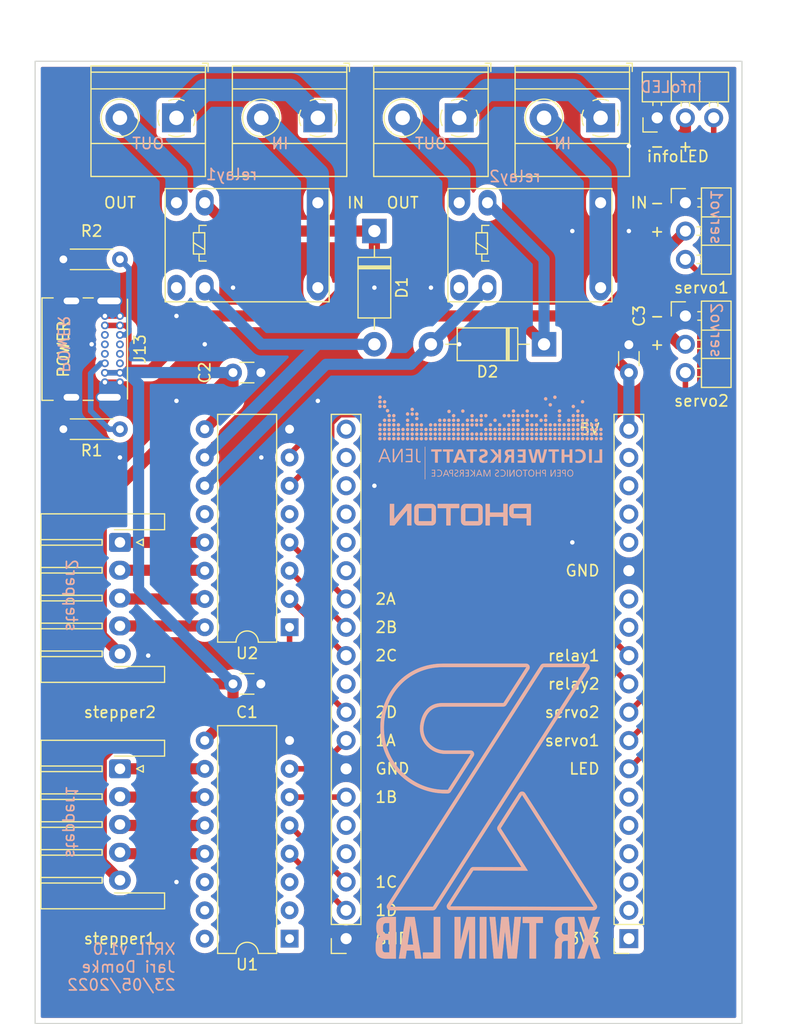
<source format=kicad_pcb>
(kicad_pcb (version 20211014) (generator pcbnew)
  (title_block (title "XR Twin Lab") (date "2022-05-23") (rev "1.0"))
  (layers (0 "F.Cu" signal) (31 "B.Cu" signal) (34 "B.Paste" user) (35 "F.Paste" user) (36 "B.SilkS" user "B.Silkscreen") (37 "F.SilkS" user "F.Silkscreen") (38 "B.Mask" user) (39 "F.Mask" user) (44 "Edge.Cuts" user))
  (net 0 "")
  (net 1 "GND")
  (net 2 "Net-(J6-Pad1)")
  (net 4 "Net-(J7-Pad1)")
  (net 6 "+3V3")
  (net 26 "servo1")
  (net 27 "servo2")
  (net 28 "stepper1A")
  (net 29 "stepper1B")
  (net 30 "stepper1C")
  (net 31 "stepper1D")
  (net 32 "stepper2A")
  (net 33 "stepper2B")
  (net 34 "stepper2C")
  (net 35 "stepper2D")
  (net 36 "driverRelay1")
  (net 37 "driverRelay2")
  (net 38 "Net-(J2-Pad3)")
  (net 39 "Net-(J2-Pad4)")
  (net 41 "infoLED")
  (net 42 "Net-(J6-Pad2)")
  (net 43 "Net-(J7-Pad2)")
  (net 44 "Net-(J8-Pad2)")
  (net 45 "Net-(J9-Pad2)")
  (net 48 "relay1")
  (net 49 "relay2")
  (net 50 "Net-(J2-Pad1)")
  (net 51 "Net-(J2-Pad2)")
  (net 54 "Net-(J3-Pad1)")
  (net 55 "Net-(J3-Pad2)")
  (net 56 "Net-(J3-Pad3)")
  (net 57 "+5V")
  (net 59 "Net-(J3-Pad4)")
  (net 62 "Net-(J13-PadA5)")
  (net 66 "Net-(J13-PadB5)")
  (footprint "Resistor_THT:R_Axial_DIN0204_L3.6mm_D1.6mm_P5.08mm_Horizontal" (layer "F.Cu") (at 81.28 81.28 180)
    (fp_text reference "R1")
    (fp_text value "5.1k")
  )
  (footprint "Capacitor_THT:C_Disc_D3.0mm_W1.6mm_P2.50mm" (layer "F.Cu") (at 127 76.2 90)
    (fp_text reference "C3")
    (fp_text value "100n")
  )
  (footprint "Relay_THT:Relay_SPDT_HJR-4102" (layer "F.Cu") (at 99.06 60.96 -90)
    (fp_text reference "K2" hide)
    (fp_text value "TIANBO-HJR-4102-L")
  )
  (footprint "Relay_THT:Relay_SPDT_HJR-4102" (layer "F.Cu") (at 124.46 60.96 -90)
    (fp_text reference "K1" hide)
    (fp_text value "TIANBO-HJR-4102-L")
  )
  (footprint "TerminalBlock_Phoenix:TerminalBlock_Phoenix_MKDS-1,5-2-5.08_1x02_P5.08mm_Horizontal" (layer "F.Cu") (at 99.06 53.34 180)
    (fp_text reference "J6" hide)
    (fp_text value "relay2 IN")
  )
  (footprint "TerminalBlock_Phoenix:TerminalBlock_Phoenix_MKDS-1,5-2-5.08_1x02_P5.08mm_Horizontal" (layer "F.Cu") (at 124.46 53.34 180)
    (fp_text reference "J7" hide)
    (fp_text value "relay1 IN")
  )
  (footprint "Package_DIP:DIP-16_W7.62mm" (layer "F.Cu") (at 96.52 99.06 180)
    (fp_text reference "U2")
    (fp_text value "TBD62003")
  )
  (footprint "Connector_PinSocket_2.54mm:PinSocket_1x19_P2.54mm_Vertical" (layer "F.Cu") (at 127 127 180)
    (fp_text reference "J4" hide)
    (fp_text value "ESP32 right")
  )
  (footprint "TerminalBlock_Phoenix:TerminalBlock_Phoenix_MKDS-1,5-2-5.08_1x02_P5.08mm_Horizontal" (layer "F.Cu") (at 111.76 53.34 180)
    (fp_text reference "J9" hide)
    (fp_text value "relay1 OUT")
  )
  (footprint "Capacitor_THT:C_Disc_D3.0mm_W1.6mm_P2.50mm" (layer "F.Cu") (at 91.44 76.2)
    (fp_text reference "C2")
    (fp_text value "100n")
  )
  (footprint "Resistor_THT:R_Axial_DIN0204_L3.6mm_D1.6mm_P5.08mm_Horizontal" (layer "F.Cu") (at 81.28 66.04 180)
    (fp_text reference "R2")
    (fp_text value "5.1k")
  )
  (footprint "Package_DIP:DIP-16_W7.62mm" (layer "F.Cu") (at 96.52 127 180)
    (fp_text reference "U1")
    (fp_text value "TBD62003")
  )
  (footprint "Connector_JST:JST_XH_S5B-XH-A-1_1x05_P2.50mm_Horizontal" (layer "F.Cu") (at 81.28 111.76 -90)
    (fp_text reference "J2" hide)
    (fp_text value "stepper1")
  )
  (footprint "Connector_PinSocket_2.54mm:PinSocket_1x19_P2.54mm_Vertical" (layer "F.Cu") (at 101.6 127 180)
    (fp_text reference "J5" hide)
    (fp_text value "ESP32 left")
  )
  (footprint "Connector_PinHeader_2.54mm:PinHeader_1x03_P2.54mm_Horizontal" (layer "F.Cu") (at 132.08 60.96)
    (fp_text reference "J10" hide)
    (fp_text value "servo1")
  )
  (footprint "Diode_THT:D_DO-41_SOD81_P10.16mm_Horizontal" (layer "F.Cu") (at 119.38 73.66 180)
    (fp_text reference "D2")
    (fp_text value "1N4001")
  )
  (footprint "Connector_JST:JST_XH_S5B-XH-A-1_1x05_P2.50mm_Horizontal" (layer "F.Cu") (at 81.28 91.44 -90)
    (fp_text reference "J3" hide)
    (fp_text value "stepper2")
  )
  (footprint "Capacitor_THT:C_Disc_D3.0mm_W1.6mm_P2.50mm" (layer "F.Cu") (at 91.44 104.14)
    (fp_text reference "C1")
    (fp_text value "100n")
  )
  (footprint "TerminalBlock_Phoenix:TerminalBlock_Phoenix_MKDS-1,5-2-5.08_1x02_P5.08mm_Horizontal" (layer "F.Cu") (at 86.36 53.34 180)
    (fp_text reference "J8" hide)
    (fp_text value "relay2 OUT")
  )
  (footprint "Diode_THT:D_DO-41_SOD81_P10.16mm_Horizontal" (layer "F.Cu") (at 104.14 63.5 -90)
    (fp_text reference "D1")
    (fp_text value "1N4001")
  )
  (footprint "Connector_PinHeader_2.54mm:PinHeader_1x03_P2.54mm_Horizontal" (layer "F.Cu") (at 132.08 71.12)
    (fp_text reference "J11" hide)
    (fp_text value "servo2")
  )
  (footprint "Connector_PinHeader_2.54mm:PinHeader_1x03_P2.54mm_Horizontal" (layer "F.Cu") (at 129.54 53.34 90)
    (fp_text reference "J12" hide)
    (fp_text value "infoLED")
  )
  (footprint "Connector_USB:USB_C_Receptacle_GCT_USB4085" (layer "F.Cu") (at 81.28 71.12 -90)
    (fp_text reference "J13")
    (fp_text value "USBC_5V_3A_input")
  )
  (gr_poly (pts (xy 124.362763 84.101354) (xy 123.899329 84.101354) (xy 123.899329 84.289457) (xy 124.602128 84.289457) (xy 124.602128 83.095834) (xy 124.362763 83.095834)) (layer "B.SilkS") (width 0.015) (fill solid))
  (gr_poly (pts (xy 114.557679 81.159711) (xy 114.550133 81.160285) (xy 114.542696 81.161229) (xy 114.535378 81.162534) (xy 114.528189 81.164192) (xy 114.521137 81.166192) (xy 114.514232 81.168526) (xy 114.507483 81.171184) (xy 114.5009 81.174157) (xy 114.494492 81.177436) (xy 114.488268 81.181011) (xy 114.482238 81.184873) (xy 114.476411 81.189012) (xy 114.470796 81.19342) (xy 114.465403 81.198087) (xy 114.460241 81.203004) (xy 114.455319 81.208161) (xy 114.450647 81.213549) (xy 114.446235 81.219159) (xy 114.44209 81.224982) (xy 114.438224 81.231007) (xy 114.434645 81.237227) (xy 114.431362 81.243631) (xy 114.428385 81.25021) (xy 114.425724 81.256956) (xy 114.423386 81.263857) (xy 114.421383 81.270907) (xy 114.419723 81.278094) (xy 114.418416 81.28541) (xy 114.417471 81.292845) (xy 114.416896 81.30039) (xy 114.416703 81.308036) (xy 114.416896 81.315683) (xy 114.417471 81.323229) (xy 114.418416 81.330665) (xy 114.419723 81.337983) (xy 114.421383 81.345173) (xy 114.423386 81.352225) (xy 114.425724 81.35913) (xy 114.428385 81.365878) (xy 114.431362 81.372462) (xy 114.434645 81.37887) (xy 114.438224 81.385093) (xy 114.44209 81.391124) (xy 114.446235 81.396951) (xy 114.450647 81.402565) (xy 114.455319 81.407958) (xy 114.460241 81.41312) (xy 114.465403 81.418042) (xy 114.470796 81.422714) (xy 114.476411 81.427126) (xy 114.482238 81.431271) (xy 114.488268 81.435137) (xy 114.494492 81.438716) (xy 114.5009 81.441999) (xy 114.507483 81.444976) (xy 114.514232 81.447637) (xy 114.521137 81.449974) (xy 114.528189 81.451978) (xy 114.535378 81.453638) (xy 114.542696 81.454945) (xy 114.550133 81.45589) (xy 114.557679 81.456464) (xy 114.565325 81.456658) (xy 114.572971 81.456464) (xy 114.580516 81.45589) (xy 114.587952 81.454945) (xy 114.595268 81.453638) (xy 114.602455 81.451978) (xy 114.609504 81.449974) (xy 114.616406 81.447637) (xy 114.623151 81.444976) (xy 114.62973 81.441999) (xy 114.636134 81.438716) (xy 114.642354 81.435137) (xy 114.64838 81.43127) (xy 114.654202 81.427126) (xy 114.659812 81.422714) (xy 114.6652 81.418042) (xy 114.670357 81.41312) (xy 114.675274 81.407958) (xy 114.679941 81.402565) (xy 114.684349 81.396951) (xy 114.688489 81.391123) (xy 114.69235 81.385093) (xy 114.695925 81.37887) (xy 114.699204 81.372461) (xy 114.702177 81.365878) (xy 114.704835 81.35913) (xy 114.707169 81.352225) (xy 114.70917 81.345173) (xy 114.710827 81.337983) (xy 114.712133 81.330665) (xy 114.713077 81.323229) (xy 114.71365 81.315683) (xy 114.713843 81.308036) (xy 114.71365 81.30039) (xy 114.713077 81.292845) (xy 114.712133 81.28541) (xy 114.710827 81.278094) (xy 114.70917 81.270907) (xy 114.707169 81.263857) (xy 114.704835 81.256956) (xy 114.702177 81.25021) (xy 114.699204 81.243631) (xy 114.695925 81.237227) (xy 114.69235 81.231007) (xy 114.688489 81.224982) (xy 114.684349 81.219159) (xy 114.679941 81.213549) (xy 114.675274 81.208161) (xy 114.670357 81.203004) (xy 114.6652 81.198087) (xy 114.659812 81.19342) (xy 114.654202 81.189012) (xy 114.64838 81.184873) (xy 114.642354 81.181011) (xy 114.636134 81.177436) (xy 114.62973 81.174157) (xy 114.623151 81.171184) (xy 114.616406 81.168526) (xy 114.609504 81.166192) (xy 114.602455 81.164192) (xy 114.595268 81.162534) (xy 114.587952 81.161229) (xy 114.580516 81.160285) (xy 114.572971 81.159711) (xy 114.565325 81.159518)) (layer "B.SilkS") (width 0.015) (fill solid))
  (gr_poly (pts (xy 112.490217 80.332682) (xy 112.48268 80.333256) (xy 112.475251 80.334201) (xy 112.467941 80.335509) (xy 112.460759 80.337168) (xy 112.453714 80.339171) (xy 112.446815 80.341508) (xy 112.440072 80.344169) (xy 112.433494 80.347145) (xy 112.427091 80.350427) (xy 112.420871 80.354005) (xy 112.414845 80.35787) (xy 112.409022 80.362013) (xy 112.40341 80.366424) (xy 112.39802 80.371094) (xy 112.392861 80.376013) (xy 112.387941 80.381172) (xy 112.383271 80.386563) (xy 112.378861 80.392174) (xy 112.374718 80.397998) (xy 112.370853 80.404024) (xy 112.367274 80.410243) (xy 112.363993 80.416647) (xy 112.361016 80.423224) (xy 112.358355 80.429967) (xy 112.356019 80.436866) (xy 112.354016 80.443912) (xy 112.352356 80.451094) (xy 112.351049 80.458404) (xy 112.350103 80.465832) (xy 112.349529 80.47337) (xy 112.349336 80.481007) (xy 112.349529 80.488653) (xy 112.350103 80.496198) (xy 112.351049 80.503633) (xy 112.352356 80.510949) (xy 112.354016 80.518136) (xy 112.356019 80.525186) (xy 112.358355 80.532087) (xy 112.361016 80.538833) (xy 112.363993 80.545412) (xy 112.367274 80.551816) (xy 112.370853 80.558036) (xy 112.374718 80.564061) (xy 112.378861 80.569884) (xy 112.383271 80.575494) (xy 112.387941 80.580882) (xy 112.392861 80.586039) (xy 112.39802 80.590956) (xy 112.40341 80.595623) (xy 112.409022 80.600031) (xy 112.414845 80.60417) (xy 112.420871 80.608032) (xy 112.427091 80.611607) (xy 112.433494 80.614886) (xy 112.440072 80.617859) (xy 112.446815 80.620517) (xy 112.453714 80.622851) (xy 112.460759 80.624851) (xy 112.467941 80.626509) (xy 112.475251 80.627814) (xy 112.48268 80.628758) (xy 112.490217 80.629332) (xy 112.497854 80.629525) (xy 112.505509 80.629332) (xy 112.513063 80.628758) (xy 112.520507 80.627814) (xy 112.527831 80.626509) (xy 112.535025 80.624851) (xy 112.542081 80.622851) (xy 112.548989 80.620517) (xy 112.55574 80.617859) (xy 112.562324 80.614886) (xy 112.568733 80.611607) (xy 112.574957 80.608032) (xy 112.580987 80.60417) (xy 112.586813 80.600031) (xy 112.592426 80.595623) (xy 112.597817 80.590956) (xy 112.602977 80.586039) (xy 112.607896 80.580882) (xy 112.612565 80.575494) (xy 112.616975 80.569884) (xy 112.621116 80.564061) (xy 112.624979 80.558036) (xy 112.628555 80.551816) (xy 112.631835 80.545412) (xy 112.634808 80.538833) (xy 112.637467 80.532087) (xy 112.639801 80.525186) (xy 112.641802 80.518136) (xy 112.64346 80.510949) (xy 112.644765 80.503633) (xy 112.64571 80.496198) (xy 112.646283 80.488653) (xy 112.646476 80.481007) (xy 112.646283 80.47337) (xy 112.64571 80.465832) (xy 112.644765 80.458404) (xy 112.64346 80.451094) (xy 112.641802 80.443912) (xy 112.639801 80.436866) (xy 112.637467 80.429967) (xy 112.634808 80.423224) (xy 112.631835 80.416647) (xy 112.628555 80.410243) (xy 112.624979 80.404024) (xy 112.621116 80.397998) (xy 112.616975 80.392174) (xy 112.612565 80.386563) (xy 112.607896 80.381172) (xy 112.602977 80.376013) (xy 112.597817 80.371094) (xy 112.592426 80.366424) (xy 112.586813 80.362013) (xy 112.580987 80.35787) (xy 112.574957 80.354005) (xy 112.568733 80.350427) (xy 112.562324 80.347145) (xy 112.55574 80.344169) (xy 112.548989 80.341508) (xy 112.542081 80.339171) (xy 112.535025 80.337168) (xy 112.527831 80.335509) (xy 112.520507 80.334201) (xy 112.513063 80.333256) (xy 112.505509 80.332682) (xy 112.497854 80.332489)) (layer "B.SilkS") (width 0.015) (fill solid))
  (gr_poly (pts (xy 109.297223 84.979027) (xy 109.530593 84.979027) (xy 109.530593 85.191934) (xy 109.309212 85.191934) (xy 109.309212 85.243196) (xy 109.530593 85.243196) (xy 109.530593 85.47326) (xy 109.286991 85.47326) (xy 109.286991 85.524523) (xy 109.589608 85.524523) (xy 109.589608 84.927661) (xy 109.297223 84.927661)) (layer "B.SilkS") (width 0.015) (fill solid))
  (gr_poly (pts (xy 107.115144 79.770649) (xy 107.107607 79.771223) (xy 107.100179 79.772169) (xy 107.092869 79.773476) (xy 107.085686 79.775136) (xy 107.078641 79.777139) (xy 107.071742 79.779475) (xy 107.064999 79.782136) (xy 107.058421 79.785112) (xy 107.052018 79.788394) (xy 107.045799 79.791972) (xy 107.039773 79.795838) (xy 107.033949 79.79998) (xy 107.028338 79.804391) (xy 107.022947 79.809061) (xy 107.017788 79.81398) (xy 107.012869 79.81914) (xy 107.008199 79.82453) (xy 107.003788 79.830141) (xy 106.999645 79.835965) (xy 106.99578 79.841991) (xy 106.992202 79.84821) (xy 106.98892 79.854614) (xy 106.985944 79.861192) (xy 106.983283 79.867935) (xy 106.980946 79.874833) (xy 106.978943 79.881879) (xy 106.977283 79.889061) (xy 106.975976 79.896371) (xy 106.975031 79.903799) (xy 106.974457 79.911337) (xy 106.974263 79.918974) (xy 106.974457 79.926629) (xy 106.975031 79.934183) (xy 106.975976 79.941627) (xy 106.977283 79.94895) (xy 106.978943 79.956145) (xy 106.980946 79.963201) (xy 106.983283 79.970109) (xy 106.985944 79.976859) (xy 106.98892 79.983444) (xy 106.992202 79.989853) (xy 106.99578 79.996077) (xy 106.999645 80.002106) (xy 107.003788 80.007933) (xy 107.008199 80.013546) (xy 107.012869 80.018937) (xy 107.017788 80.024097) (xy 107.022947 80.029016) (xy 107.028338 80.033685) (xy 107.033949 80.038094) (xy 107.039773 80.042235) (xy 107.045799 80.046098) (xy 107.052018 80.049674) (xy 107.058421 80.052954) (xy 107.064999 80.055928) (xy 107.071742 80.058586) (xy 107.078641 80.060921) (xy 107.085686 80.062921) (xy 107.092869 80.064579) (xy 107.100179 80.065885) (xy 107.107607 80.066829) (xy 107.115144 80.067402) (xy 107.122781 80.067595) (xy 107.130437 80.067402) (xy 107.137991 80.066829) (xy 107.145435 80.065885) (xy 107.152758 80.064579) (xy 107.159953 80.062921) (xy 107.167008 80.060921) (xy 107.173916 80.058586) (xy 107.180667 80.055928) (xy 107.187252 80.052954) (xy 107.193661 80.049674) (xy 107.199885 80.046098) (xy 107.205915 80.042235) (xy 107.211741 80.038094) (xy 107.217354 80.033685) (xy 107.222745 80.029016) (xy 107.227905 80.024097) (xy 107.232824 80.018937) (xy 107.237493 80.013546) (xy 107.241902 80.007933) (xy 107.246043 80.002106) (xy 107.249907 79.996077) (xy 107.253483 79.989853) (xy 107.256762 79.983444) (xy 107.259736 79.976859) (xy 107.262395 79.970109) (xy 107.264729 79.963201) (xy 107.26673 79.956145) (xy 107.268387 79.94895) (xy 107.269693 79.941627) (xy 107.270637 79.934183) (xy 107.27121 79.926629) (xy 107.271403 79.918974) (xy 107.27121 79.911337) (xy 107.270637 79.903799) (xy 107.269693 79.896371) (xy 107.268387 79.889061) (xy 107.26673 79.881879) (xy 107.264729 79.874833) (xy 107.262395 79.867935) (xy 107.259736 79.861192) (xy 107.256762 79.854614) (xy 107.253483 79.84821) (xy 107.249907 79.841991) (xy 107.246043 79.835965) (xy 107.241902 79.830141) (xy 107.237493 79.82453) (xy 107.232824 79.81914) (xy 107.227905 79.81398) (xy 107.222745 79.809061) (xy 107.217354 79.804391) (xy 107.211741 79.79998) (xy 107.205915 79.795838) (xy 107.199885 79.791972) (xy 107.193661 79.788394) (xy 107.187252 79.785112) (xy 107.180667 79.782136) (xy 107.173916 79.779475) (xy 107.167008 79.777139) (xy 107.159953 79.775136) (xy 107.152758 79.773476) (xy 107.145435 79.772169) (xy 107.137991 79.771223) (xy 107.130437 79.770649) (xy 107.122781 79.770456)) (layer "B.SilkS") (width 0.015) (fill solid))
  (gr_poly (pts (xy 117.451972 81.159711) (xy 117.444426 81.160285) (xy 117.436989 81.161229) (xy 117.429671 81.162534) (xy 117.422482 81.164192) (xy 117.41543 81.166192) (xy 117.408525 81.168526) (xy 117.401776 81.171184) (xy 117.395193 81.174157) (xy 117.388785 81.177436) (xy 117.382561 81.181011) (xy 117.376531 81.184873) (xy 117.370704 81.189012) (xy 117.365089 81.19342) (xy 117.359696 81.198087) (xy 117.354535 81.203004) (xy 117.349613 81.208161) (xy 117.344941 81.213549) (xy 117.340529 81.219159) (xy 117.336384 81.224982) (xy 117.332518 81.231007) (xy 117.328939 81.237227) (xy 117.325656 81.243631) (xy 117.322679 81.25021) (xy 117.320018 81.256956) (xy 117.317681 81.263857) (xy 117.315677 81.270907) (xy 117.314018 81.278094) (xy 117.31271 81.28541) (xy 117.311765 81.292845) (xy 117.311191 81.30039) (xy 117.310997 81.308036) (xy 117.311191 81.315683) (xy 117.311765 81.323229) (xy 117.31271 81.330665) (xy 117.314018 81.337983) (xy 117.315677 81.345173) (xy 117.317681 81.352225) (xy 117.320018 81.35913) (xy 117.322679 81.365878) (xy 117.325656 81.372462) (xy 117.328939 81.37887) (xy 117.332518 81.385093) (xy 117.336384 81.391124) (xy 117.340529 81.396951) (xy 117.344941 81.402565) (xy 117.349613 81.407958) (xy 117.354535 81.41312) (xy 117.359696 81.418042) (xy 117.365089 81.422714) (xy 117.370704 81.427126) (xy 117.376531 81.431271) (xy 117.382561 81.435137) (xy 117.388785 81.438716) (xy 117.395193 81.441999) (xy 117.401776 81.444976) (xy 117.408525 81.447637) (xy 117.41543 81.449974) (xy 117.422482 81.451978) (xy 117.429671 81.453638) (xy 117.436989 81.454945) (xy 117.444426 81.45589) (xy 117.451972 81.456464) (xy 117.459618 81.456658) (xy 117.467255 81.456464) (xy 117.474793 81.45589) (xy 117.482221 81.454945) (xy 117.489531 81.453638) (xy 117.496714 81.451978) (xy 117.503759 81.449974) (xy 117.510658 81.447637) (xy 117.517401 81.444976) (xy 117.523979 81.441999) (xy 117.530382 81.438716) (xy 117.536602 81.435137) (xy 117.542628 81.43127) (xy 117.548451 81.427126) (xy 117.554063 81.422714) (xy 117.559453 81.418042) (xy 117.564612 81.41312) (xy 117.569532 81.407958) (xy 117.574201 81.402565) (xy 117.578612 81.396951) (xy 117.582755 81.391123) (xy 117.58662 81.385093) (xy 117.590198 81.37887) (xy 117.59348 81.372461) (xy 117.596456 81.365878) (xy 117.599117 81.35913) (xy 117.601454 81.352225) (xy 117.603457 81.345173) (xy 117.605117 81.337983) (xy 117.606424 81.330665) (xy 117.607369 81.323229) (xy 117.607943 81.315683) (xy 117.608137 81.308036) (xy 117.607943 81.30039) (xy 117.607369 81.292845) (xy 117.606424 81.28541) (xy 117.605117 81.278094) (xy 117.603457 81.270907) (xy 117.601454 81.263857) (xy 117.599117 81.256956) (xy 117.596456 81.25021) (xy 117.59348 81.243631) (xy 117.590198 81.237227) (xy 117.58662 81.231007) (xy 117.582755 81.224982) (xy 117.578612 81.219159) (xy 117.574201 81.213549) (xy 117.569532 81.208161) (xy 117.564612 81.203004) (xy 117.559453 81.198087) (xy 117.554063 81.19342) (xy 117.548451 81.189012) (xy 117.542628 81.184873) (xy 117.536602 81.181011) (xy 117.530382 81.177436) (xy 117.523979 81.174157) (xy 117.517401 81.171184) (xy 117.510658 81.168526) (xy 117.503759 81.166192) (xy 117.496714 81.164192) (xy 117.489531 81.162534) (xy 117.482221 81.161229) (xy 117.474793 81.160285) (xy 117.467255 81.159711) (xy 117.459618 81.159518)) (layer "B.SilkS") (width 0.015) (fill solid))
  (gr_poly (pts (xy 113.317238 81.986637) (xy 113.309691 81.987211) (xy 113.302255 81.988155) (xy 113.294937 81.98946) (xy 113.287748 81.991118) (xy 113.280696 81.993118) (xy 113.273791 81.995452) (xy 113.267042 81.99811) (xy 113.260459 82.001083) (xy 113.254051 82.004362) (xy 113.247827 82.007937) (xy 113.241797 82.011799) (xy 113.23597 82.015938) (xy 113.230355 82.020346) (xy 113.224962 82.025013) (xy 113.2198 82.02993) (xy 113.214879 82.035087) (xy 113.210207 82.040475) (xy 113.205794 82.046085) (xy 113.20165 82.051908) (xy 113.197784 82.057934) (xy 113.194205 82.064153) (xy 113.190922 82.070557) (xy 113.187945 82.077136) (xy 113.185283 82.083882) (xy 113.182946 82.090784) (xy 113.180943 82.097833) (xy 113.179283 82.10502) (xy 113.177976 82.112336) (xy 113.17703 82.119771) (xy 113.176456 82.127316) (xy 113.176263 82.134963) (xy 113.176456 82.142609) (xy 113.17703 82.150155) (xy 113.177976 82.157592) (xy 113.179283 82.164909) (xy 113.180943 82.172099) (xy 113.182946 82.179151) (xy 113.185283 82.186056) (xy 113.187945 82.192805) (xy 113.190922 82.199388) (xy 113.194205 82.205796) (xy 113.197784 82.21202) (xy 113.20165 82.21805) (xy 113.205794 82.223877) (xy 113.210207 82.229492) (xy 113.214879 82.234885) (xy 113.2198 82.240047) (xy 113.224962 82.244968) (xy 113.230355 82.24964) (xy 113.23597 82.254053) (xy 113.241797 82.258197) (xy 113.247827 82.262063) (xy 113.254051 82.265642) (xy 113.260459 82.268925) (xy 113.267042 82.271902) (xy 113.273791 82.274564) (xy 113.280696 82.276901) (xy 113.287748 82.278904) (xy 113.294937 82.280564) (xy 113.302255 82.281871) (xy 113.309691 82.282817) (xy 113.317238 82.283391) (xy 113.324884 82.283584) (xy 113.332521 82.283391) (xy 113.340058 82.282817) (xy 113.347487 82.281871) (xy 113.354797 82.280564) (xy 113.361979 82.278904) (xy 113.369024 82.276901) (xy 113.375923 82.274564) (xy 113.382666 82.271902) (xy 113.389244 82.268925) (xy 113.395648 82.265642) (xy 113.401867 82.262063) (xy 113.407893 82.258197) (xy 113.413717 82.254053) (xy 113.419328 82.24964) (xy 113.424718 82.244968) (xy 113.429878 82.240047) (xy 113.434797 82.234885) (xy 113.439467 82.229492) (xy 113.443878 82.223877) (xy 113.44802 82.21805) (xy 113.451885 82.21202) (xy 113.455464 82.205796) (xy 113.458745 82.199388) (xy 113.461722 82.192805) (xy 113.464383 82.186056) (xy 113.466719 82.179151) (xy 113.468722 82.172099) (xy 113.470382 82.164909) (xy 113.471689 82.157592) (xy 113.472634 82.150155) (xy 113.473209 82.142609) (xy 113.473402 82.134963) (xy 113.473209 82.127316) (xy 113.472634 82.119771) (xy 113.471689 82.112336) (xy 113.470382 82.10502) (xy 113.468722 82.097833) (xy 113.466719 82.090784) (xy 113.464383 82.083882) (xy 113.461722 82.077137) (xy 113.458745 82.070557) (xy 113.455464 82.064153) (xy 113.451885 82.057934) (xy 113.44802 82.051908) (xy 113.443878 82.046085) (xy 113.439467 82.040475) (xy 113.434797 82.035087) (xy 113.429878 82.02993) (xy 113.424718 82.025013) (xy 113.419328 82.020346) (xy 113.413717 82.015938) (xy 113.407893 82.011799) (xy 113.401867 82.007937) (xy 113.395648 82.004362) (xy 113.389244 82.001083) (xy 113.382666 81.99811) (xy 113.375923 81.995452) (xy 113.369024 81.993118) (xy 113.361979 81.991118) (xy 113.354797 81.98946) (xy 113.347487 81.988155) (xy 113.340058 81.987211) (xy 113.332521 81.986637) (xy 113.324884 81.986444)) (layer "B.SilkS") (width 0.015) (fill solid))
  (gr_poly (pts (xy 116.211532 80.746197) (xy 116.203986 80.74677) (xy 116.196551 80.747714) (xy 116.189235 80.749019) (xy 116.182048 80.750677) (xy 116.174999 80.752677) (xy 116.168097 80.755011) (xy 116.161352 80.757669) (xy 116.154772 80.760642) (xy 116.148368 80.763921) (xy 116.142149 80.767496) (xy 116.136123 80.771358) (xy 116.130301 80.775498) (xy 116.124691 80.779905) (xy 116.119302 80.784572) (xy 116.114145 80.789489) (xy 116.109228 80.794646) (xy 116.104561 80.800034) (xy 116.100154 80.805644) (xy 116.096014 80.811467) (xy 116.092152 80.817493) (xy 116.088577 80.823712) (xy 116.085298 80.830116) (xy 116.082325 80.836695) (xy 116.079667 80.843441) (xy 116.077333 80.850343) (xy 116.075333 80.857392) (xy 116.073675 80.864579) (xy 116.07237 80.871895) (xy 116.071426 80.87933) (xy 116.070852 80.886875) (xy 116.070659 80.894521) (xy 116.070852 80.902168) (xy 116.071426 80.909714) (xy 116.07237 80.917151) (xy 116.073675 80.924468) (xy 116.075333 80.931658) (xy 116.077333 80.93871) (xy 116.079667 80.945615) (xy 116.082325 80.952364) (xy 116.085298 80.958947) (xy 116.088577 80.965355) (xy 116.092152 80.971579) (xy 116.096014 80.977609) (xy 116.100154 80.983436) (xy 116.104561 80.989051) (xy 116.109228 80.994444) (xy 116.114145 80.999606) (xy 116.119302 81.004527) (xy 116.124691 81.009199) (xy 116.130301 81.013612) (xy 116.136123 81.017756) (xy 116.142149 81.021622) (xy 116.148368 81.025201) (xy 116.154772 81.028484) (xy 116.161352 81.031461) (xy 116.168097 81.034123) (xy 116.174999 81.03646) (xy 116.182048 81.038463) (xy 116.189235 81.040123) (xy 116.196551 81.04143) (xy 116.203986 81.042375) (xy 116.211532 81.04295) (xy 116.219178 81.043143) (xy 116.226824 81.04295) (xy 116.234369 81.042375) (xy 116.241804 81.04143) (xy 116.24912 81.040123) (xy 116.256307 81.038463) (xy 116.263357 81.03646) (xy 116.270258 81.034123) (xy 116.277004 81.031461) (xy 116.283583 81.028484) (xy 116.289987 81.025201) (xy 116.296207 81.021622) (xy 116.302232 81.017756) (xy 116.308055 81.013612) (xy 116.313665 81.009199) (xy 116.319053 81.004527) (xy 116.32421 80.999606) (xy 116.329127 80.994444) (xy 116.333794 80.989051) (xy 116.338202 80.983436) (xy 116.342341 80.977609) (xy 116.346203 80.971579) (xy 116.349778 80.965355) (xy 116.353057 80.958947) (xy 116.35603 80.952364) (xy 116.358688 80.945615) (xy 116.361022 80.93871) (xy 116.363022 80.931658) (xy 116.36468 80.924468) (xy 116.365985 80.917151) (xy 116.366929 80.909714) (xy 116.367503 80.902168) (xy 116.367696 80.894521) (xy 116.367503 80.886875) (xy 116.366929 80.87933) (xy 116.365985 80.871895) (xy 116.36468 80.864579) (xy 116.363022 80.857392) (xy 116.361022 80.850343) (xy 116.358688 80.843441) (xy 116.35603 80.836695) (xy 116.353057 80.830116) (xy 116.349778 80.823712) (xy 116.346203 80.817493) (xy 116.342341 80.811467) (xy 116.338202 80.805644) (xy 116.333794 80.800034) (xy 116.329127 80.794646) (xy 116.32421 80.789489) (xy 116.319053 80.784572) (xy 116.313665 80.779905) (xy 116.308055 80.775498) (xy 116.302232 80.771358) (xy 116.296207 80.767496) (xy 116.289987 80.763921) (xy 116.283583 80.760642) (xy 116.277004 80.757669) (xy 116.270258 80.755011) (xy 116.263357 80.752677) (xy 116.256307 80.750677) (xy 116.24912 80.749019) (xy 116.241804 80.747714) (xy 116.234369 80.74677) (xy 116.226824 80.746197) (xy 116.219178 80.746003)) (layer "B.SilkS") (width 0.015) (fill solid))
  (gr_poly (pts (xy 110.009438 81.573123) (xy 110.0019 81.573697) (xy 109.99447 81.574643) (xy 109.987158 81.57595) (xy 109.979974 81.57761) (xy 109.972925 81.579614) (xy 109.966023 81.581951) (xy 109.959277 81.584613) (xy 109.952695 81.587591) (xy 109.946288 81.590875) (xy 109.940064 81.594455) (xy 109.934033 81.598322) (xy 109.928205 81.602468) (xy 109.922589 81.606882) (xy 109.917194 81.611556) (xy 109.91203 81.61648) (xy 109.907106 81.621645) (xy 109.902431 81.62704) (xy 109.898016 81.632658) (xy 109.893868 81.638489) (xy 109.889999 81.644523) (xy 109.886416 81.650751) (xy 109.88313 81.657164) (xy 109.88015 81.663753) (xy 109.877486 81.670507) (xy 109.875146 81.677418) (xy 109.87314 81.684477) (xy 109.871478 81.691674) (xy 109.870169 81.698999) (xy 109.869222 81.706444) (xy 109.868647 81.713999) (xy 109.868454 81.721655) (xy 109.868647 81.729291) (xy 109.869222 81.736828) (xy 109.870169 81.744255) (xy 109.871478 81.751563) (xy 109.87314 81.758743) (xy 109.875146 81.765785) (xy 109.877486 81.772681) (xy 109.88015 81.779421) (xy 109.88313 81.785995) (xy 109.886416 81.792394) (xy 109.889999 81.798609) (xy 109.893868 81.804631) (xy 109.898016 81.81045) (xy 109.902431 81.816057) (xy 109.907106 81.821442) (xy 109.91203 81.826597) (xy 109.917194 81.831511) (xy 109.922589 81.836176) (xy 109.928205 81.840582) (xy 109.934033 81.84472) (xy 109.940064 81.848581) (xy 109.946288 81.852155) (xy 109.952695 81.855433) (xy 109.959277 81.858405) (xy 109.966023 81.861063) (xy 109.972925 81.863396) (xy 109.979974 81.865396) (xy 109.987158 81.867054) (xy 109.99447 81.868359) (xy 110.0019 81.869303) (xy 110.009438 81.869876) (xy 110.017076 81.870069) (xy 110.024722 81.869876) (xy 110.032268 81.869303) (xy 110.039705 81.868359) (xy 110.047023 81.867054) (xy 110.054212 81.865396) (xy 110.061264 81.863396) (xy 110.068169 81.861063) (xy 110.074918 81.858405) (xy 110.081501 81.855433) (xy 110.087909 81.852155) (xy 110.094133 81.848581) (xy 110.100163 81.84472) (xy 110.10599 81.840582) (xy 110.111605 81.836176) (xy 110.116998 81.831511) (xy 110.122159 81.826597) (xy 110.127081 81.821442) (xy 110.131753 81.816057) (xy 110.136165 81.81045) (xy 110.14031 81.804631) (xy 110.144176 81.798609) (xy 110.147755 81.792394) (xy 110.151038 81.785995) (xy 110.154015 81.779421) (xy 110.156676 81.772681) (xy 110.159013 81.765785) (xy 110.161016 81.758743) (xy 110.162676 81.751563) (xy 110.163984 81.744255) (xy 110.164929 81.736828) (xy 110.165503 81.729291) (xy 110.165697 81.721655) (xy 110.165503 81.713999) (xy 110.164929 81.706444) (xy 110.163984 81.698999) (xy 110.162676 81.691674) (xy 110.161016 81.684477) (xy 110.159013 81.677418) (xy 110.156676 81.670507) (xy 110.154015 81.663753) (xy 110.151038 81.657164) (xy 110.147755 81.650751) (xy 110.144176 81.644523) (xy 110.14031 81.638489) (xy 110.136165 81.632658) (xy 110.131753 81.62704) (xy 110.127081 81.621645) (xy 110.122159 81.61648) (xy 110.116998 81.611556) (xy 110.111605 81.606882) (xy 110.10599 81.602468) (xy 110.100163 81.598322) (xy 110.094133 81.594455) (xy 110.087909 81.590875) (xy 110.081501 81.587591) (xy 110.074918 81.584613) (xy 110.068169 81.581951) (xy 110.061264 81.579614) (xy 110.054212 81.57761) (xy 110.047023 81.57595) (xy 110.039705 81.574643) (xy 110.032268 81.573697) (xy 110.024722 81.573123) (xy 110.017076 81.57293)) (layer "B.SilkS") (width 0.015) (fill solid))
  (gr_poly (pts (xy 105.047769 78.67883) (xy 105.040224 78.679404) (xy 105.032788 78.680349) (xy 105.025472 78.681656) (xy 105.018285 78.683316) (xy 105.011236 78.685319) (xy 105.004334 78.687655) (xy 104.997589 78.690317) (xy 104.991009 78.693293) (xy 104.984605 78.696575) (xy 104.978386 78.700153) (xy 104.97236 78.704018) (xy 104.966537 78.708161) (xy 104.960927 78.712572) (xy 104.955539 78.717241) (xy 104.950382 78.722161) (xy 104.945465 78.72732) (xy 104.940798 78.73271) (xy 104.93639 78.738322) (xy 104.932251 78.744145) (xy 104.928389 78.750171) (xy 104.924814 78.756391) (xy 104.921535 78.762794) (xy 104.918562 78.769372) (xy 104.915904 78.776115) (xy 104.91357 78.783014) (xy 104.91157 78.790059) (xy 104.909912 78.797241) (xy 104.908606 78.804551) (xy 104.907663 78.81198) (xy 104.907089 78.819517) (xy 104.906896 78.827154) (xy 104.907089 78.8348) (xy 104.907663 78.842346) (xy 104.908606 78.849781) (xy 104.909912 78.857097) (xy 104.91157 78.864284) (xy 104.91357 78.871333) (xy 104.915904 78.878235) (xy 104.918562 78.88498) (xy 104.921535 78.891559) (xy 104.924814 78.897964) (xy 104.928389 78.904183) (xy 104.932251 78.910209) (xy 104.93639 78.916031) (xy 104.940798 78.921641) (xy 104.945465 78.927029) (xy 104.950382 78.932187) (xy 104.955539 78.937103) (xy 104.960927 78.94177) (xy 104.966537 78.946178) (xy 104.97236 78.950318) (xy 104.978386 78.95418) (xy 104.984605 78.957755) (xy 104.991009 78.961033) (xy 104.997589 78.964006) (xy 105.004334 78.966664) (xy 105.011236 78.968998) (xy 105.018285 78.970999) (xy 105.025472 78.972656) (xy 105.032788 78.973962) (xy 105.040224 78.974906) (xy 105.047769 78.975479) (xy 105.055415 78.975672) (xy 105.063062 78.975479) (xy 105.070608 78.974906) (xy 105.078044 78.973962) (xy 105.085362 78.972656) (xy 105.092551 78.970999) (xy 105.099603 78.968998) (xy 105.106508 78.966664) (xy 105.113257 78.964006) (xy 105.11984 78.961033) (xy 105.126248 78.957755) (xy 105.132471 78.95418) (xy 105.138501 78.950318) (xy 105.144329 78.946178) (xy 105.149943 78.94177) (xy 105.155336 78.937103) (xy 105.160498 78.932187) (xy 105.16542 78.927029) (xy 105.170091 78.921641) (xy 105.174504 78.916031) (xy 105.178648 78.910209) (xy 105.182514 78.904183) (xy 105.186094 78.897964) (xy 105.189376 78.891559) (xy 105.192353 78.88498) (xy 105.195015 78.878235) (xy 105.197352 78.871333) (xy 105.199355 78.864284) (xy 105.201015 78.857097) (xy 105.202322 78.849781) (xy 105.203268 78.842346) (xy 105.203842 78.8348) (xy 105.204035 78.827154) (xy 105.203842 78.819517) (xy 105.203268 78.81198) (xy 105.202322 78.804551) (xy 105.201015 78.797241) (xy 105.199355 78.790059) (xy 105.197352 78.783014) (xy 105.195015 78.776115) (xy 105.192353 78.769372) (xy 105.189376 78.762794) (xy 105.186094 78.756391) (xy 105.182514 78.750171) (xy 105.178648 78.744145) (xy 105.174504 78.738322) (xy 105.170091 78.73271) (xy 105.16542 78.72732) (xy 105.160498 78.722161) (xy 105.155336 78.717241) (xy 105.149943 78.712572) (xy 105.144329 78.708161) (xy 105.138501 78.704018) (xy 105.132471 78.700153) (xy 105.126248 78.696575) (xy 105.11984 78.693293) (xy 105.113257 78.690317) (xy 105.106508 78.687655) (xy 105.099603 78.685319) (xy 105.092551 78.683316) (xy 105.085362 78.681656) (xy 105.078044 78.680349) (xy 105.070608 78.679404) (xy 105.063062 78.67883) (xy 105.055415 78.678636)) (layer "B.SilkS") (width 0.015) (fill solid))
  (gr_poly (pts (xy 108.355576 80.746197) (xy 108.34803 80.74677) (xy 108.340593 80.747714) (xy 108.333276 80.749019) (xy 108.326086 80.750677) (xy 108.319034 80.752677) (xy 108.312129 80.755011) (xy 108.30538 80.757669) (xy 108.298797 80.760642) (xy 108.292389 80.763921) (xy 108.286165 80.767496) (xy 108.280135 80.771358) (xy 108.274308 80.775498) (xy 108.268694 80.779905) (xy 108.263301 80.784572) (xy 108.258139 80.789489) (xy 108.253217 80.794646) (xy 108.248545 80.800034) (xy 108.244133 80.805644) (xy 108.239989 80.811467) (xy 108.236122 80.817493) (xy 108.232543 80.823712) (xy 108.22926 80.830116) (xy 108.226283 80.836695) (xy 108.223622 80.843441) (xy 108.221285 80.850343) (xy 108.219282 80.857392) (xy 108.217622 80.864579) (xy 108.216314 80.871895) (xy 108.215369 80.87933) (xy 108.214795 80.886875) (xy 108.214601 80.894521) (xy 108.214795 80.902168) (xy 108.215369 80.909714) (xy 108.216314 80.917151) (xy 108.217622 80.924468) (xy 108.219282 80.931658) (xy 108.221285 80.93871) (xy 108.223622 80.945615) (xy 108.226283 80.952364) (xy 108.22926 80.958947) (xy 108.232543 80.965355) (xy 108.236122 80.971579) (xy 108.239989 80.977609) (xy 108.244133 80.983436) (xy 108.248545 80.989051) (xy 108.253217 80.994444) (xy 108.258139 80.999606) (xy 108.263301 81.004527) (xy 108.268694 81.009199) (xy 108.274308 81.013612) (xy 108.280135 81.017756) (xy 108.286165 81.021622) (xy 108.292389 81.025201) (xy 108.298797 81.028484) (xy 108.30538 81.031461) (xy 108.312129 81.034123) (xy 108.319034 81.03646) (xy 108.326086 81.038463) (xy 108.333276 81.040123) (xy 108.340593 81.04143) (xy 108.34803 81.042375) (xy 108.355576 81.04295) (xy 108.363222 81.043143) (xy 108.370868 81.04295) (xy 108.378413 81.042375) (xy 108.385846 81.04143) (xy 108.39316 81.040123) (xy 108.400345 81.038463) (xy 108.407392 81.03646) (xy 108.41429 81.034123) (xy 108.421032 81.031461) (xy 108.427608 81.028484) (xy 108.434008 81.025201) (xy 108.440223 81.021622) (xy 108.446244 81.017756) (xy 108.452062 81.013612) (xy 108.457668 81.009199) (xy 108.463051 81.004527) (xy 108.468203 80.999606) (xy 108.473115 80.994444) (xy 108.477777 80.989051) (xy 108.48218 80.983436) (xy 108.486315 80.977609) (xy 108.490173 80.971579) (xy 108.493744 80.965355) (xy 108.497018 80.958947) (xy 108.499988 80.952364) (xy 108.502642 80.945615) (xy 108.504973 80.93871) (xy 108.506971 80.931658) (xy 108.508626 80.924468) (xy 108.50993 80.917151) (xy 108.510872 80.909714) (xy 108.511445 80.902168) (xy 108.511637 80.894521) (xy 108.511445 80.886875) (xy 108.510872 80.87933) (xy 108.50993 80.871895) (xy 108.508626 80.864579) (xy 108.506971 80.857392) (xy 108.504973 80.850343) (xy 108.502642 80.843441) (xy 108.499988 80.836695) (xy 108.497018 80.830116) (xy 108.493744 80.823712) (xy 108.490173 80.817493) (xy 108.486315 80.811467) (xy 108.48218 80.805644) (xy 108.477777 80.800034) (xy 108.473115 80.794646) (xy 108.468203 80.789489) (xy 108.463051 80.784572) (xy 108.457668 80.779905) (xy 108.452062 80.775498) (xy 108.446244 80.771358) (xy 108.440223 80.767496) (xy 108.434008 80.763921) (xy 108.427608 80.760642) (xy 108.421032 80.757669) (xy 108.41429 80.755011) (xy 108.407392 80.752677) (xy 108.400345 80.750677) (xy 108.39316 80.749019) (xy 108.385846 80.747714) (xy 108.378413 80.74677) (xy 108.370868 80.746197) (xy 108.363222 80.746003)) (layer "B.SilkS") (width 0.015) (fill solid))
  (gr_poly (pts (xy 117.011274 83.283936) (xy 117.476362 83.283936) (xy 117.476362 83.578079) (xy 117.050651 83.578079) (xy 117.050651 83.766181) (xy 117.476362 83.766181) (xy 117.476362 84.101354) (xy 117.007863 84.101354) (xy 117.007863 84.289457) (xy 117.71583 84.289457) (xy 117.71583 83.095834) (xy 117.011274 83.095834)) (layer "B.SilkS") (width 0.015) (fill solid))
  (gr_poly (pts (xy 105.916654 84.101354) (xy 105.913243 84.101354) (xy 105.913243 83.051393) (xy 105.795214 83.051393) (xy 105.795214 84.245015) (xy 105.954274 84.245015) (xy 106.551137 83.215517) (xy 106.554548 83.215517) (xy 106.554548 84.245015) (xy 106.672473 84.245015) (xy 106.672473 83.051393) (xy 106.523748 83.051393)) (layer "B.SilkS") (width 0.015) (fill solid))
  (gr_poly (pts (xy 119.51934 81.573123) (xy 119.511794 81.573697) (xy 119.504357 81.574643) (xy 119.497039 81.57595) (xy 119.48985 81.57761) (xy 119.482798 81.579614) (xy 119.475893 81.581951) (xy 119.469144 81.584613) (xy 119.462561 81.587591) (xy 119.456153 81.590875) (xy 119.449929 81.594455) (xy 119.443899 81.598322) (xy 119.438072 81.602468) (xy 119.432457 81.606882) (xy 119.427064 81.611556) (xy 119.421902 81.61648) (xy 119.41698 81.621645) (xy 119.412309 81.62704) (xy 119.407896 81.632658) (xy 119.403752 81.638489) (xy 119.399885 81.644523) (xy 119.396306 81.650751) (xy 119.393023 81.657164) (xy 119.390047 81.663753) (xy 119.387385 81.670507) (xy 119.385048 81.677418) (xy 119.383045 81.684477) (xy 119.381385 81.691674) (xy 119.380077 81.698999) (xy 119.379132 81.706444) (xy 119.378558 81.713999) (xy 119.378364 81.721655) (xy 119.378558 81.729291) (xy 119.379132 81.736828) (xy 119.380077 81.744255) (xy 119.381385 81.751563) (xy 119.383045 81.758743) (xy 119.385048 81.765785) (xy 119.387385 81.772681) (xy 119.390047 81.779421) (xy 119.393023 81.785995) (xy 119.396306 81.792394) (xy 119.399885 81.798609) (xy 119.403752 81.804631) (xy 119.407896 81.81045) (xy 119.412309 81.816057) (xy 119.41698 81.821442) (xy 119.421902 81.826597) (xy 119.427064 81.831511) (xy 119.432457 81.836176) (xy 119.438072 81.840582) (xy 119.443899 81.84472) (xy 119.449929 81.848581) (xy 119.456153 81.852155) (xy 119.462561 81.855433) (xy 119.469144 81.858405) (xy 119.475893 81.861063) (xy 119.482798 81.863396) (xy 119.48985 81.865396) (xy 119.497039 81.867054) (xy 119.504357 81.868359) (xy 119.511794 81.869303) (xy 119.51934 81.869876) (xy 119.526986 81.870069) (xy 119.534623 81.869876) (xy 119.54216 81.869303) (xy 119.549589 81.868359) (xy 119.556899 81.867054) (xy 119.564081 81.865396) (xy 119.571126 81.863396) (xy 119.578025 81.861063) (xy 119.584768 81.858405) (xy 119.591346 81.855433) (xy 119.597749 81.852155) (xy 119.603969 81.848581) (xy 119.609995 81.84472) (xy 119.615819 81.840582) (xy 119.62143 81.836176) (xy 119.62682 81.831511) (xy 119.63198 81.826597) (xy 119.636899 81.821442) (xy 119.641569 81.816057) (xy 119.645979 81.81045) (xy 119.650122 81.804631) (xy 119.653987 81.798609) (xy 119.657566 81.792394) (xy 119.660847 81.785995) (xy 119.663824 81.779421) (xy 119.666485 81.772681) (xy 119.668821 81.765785) (xy 119.670824 81.758743) (xy 119.672484 81.751563) (xy 119.673791 81.744255) (xy 119.674737 81.736828) (xy 119.675311 81.729291) (xy 119.675504 81.721655) (xy 119.675311 81.713999) (xy 119.674737 81.706444) (xy 119.673791 81.698999) (xy 119.672484 81.691674) (xy 119.670824 81.684477) (xy 119.668821 81.677418) (xy 119.666485 81.670507) (xy 119.663824 81.663753) (xy 119.660847 81.657164) (xy 119.657566 81.650751) (xy 119.653987 81.644523) (xy 119.650122 81.638489) (xy 119.645979 81.632658) (xy 119.641569 81.62704) (xy 119.636899 81.621645) (xy 119.63198 81.61648) (xy 119.62682 81.611556) (xy 119.62143 81.606882) (xy 119.615819 81.602468) (xy 119.609995 81.598322) (xy 119.603969 81.594455) (xy 119.597749 81.590875) (xy 119.591346 81.587591) (xy 119.584768 81.584613) (xy 119.578025 81.581951) (xy 119.571126 81.579614) (xy 119.564081 81.57761) (xy 119.556899 81.57595) (xy 119.549589 81.574643) (xy 119.54216 81.573697) (xy 119.534623 81.573123) (xy 119.526986 81.57293)) (layer "B.SilkS") (width 0.015) (fill solid))
  (gr_poly (pts (xy 105.312661 79.473613) (xy 105.305116 79.474186) (xy 105.297681 79.47513) (xy 105.290365 79.476435) (xy 105.283178 79.478093) (xy 105.276129 79.480094) (xy 105.269227 79.482427) (xy 105.262482 79.485086) (xy 105.255903 79.488059) (xy 105.249499 79.491337) (xy 105.243279 79.494912) (xy 105.237253 79.498774) (xy 105.231431 79.502914) (xy 105.225821 79.507322) (xy 105.220433 79.511989) (xy 105.215276 79.516905) (xy 105.210359 79.522062) (xy 105.205692 79.527451) (xy 105.201284 79.533061) (xy 105.197145 79.538883) (xy 105.193283 79.544909) (xy 105.189708 79.551128) (xy 105.186429 79.557532) (xy 105.183456 79.564112) (xy 105.180798 79.570857) (xy 105.178464 79.577759) (xy 105.176464 79.584808) (xy 105.174806 79.591995) (xy 105.173501 79.599311) (xy 105.172557 79.606746) (xy 105.171983 79.614292) (xy 105.17179 79.621938) (xy 105.171983 79.629584) (xy 105.172557 79.637129) (xy 105.173501 79.644564) (xy 105.174806 79.65188) (xy 105.176464 79.659067) (xy 105.178464 79.666116) (xy 105.180798 79.673018) (xy 105.183456 79.679764) (xy 105.186429 79.686343) (xy 105.189708 79.692747) (xy 105.193283 79.698967) (xy 105.197145 79.704992) (xy 105.201284 79.710815) (xy 105.205692 79.716425) (xy 105.210359 79.721813) (xy 105.215276 79.72697) (xy 105.220433 79.731887) (xy 105.225821 79.736554) (xy 105.231431 79.740962) (xy 105.237253 79.745101) (xy 105.243279 79.748963) (xy 105.249499 79.752538) (xy 105.255903 79.755817) (xy 105.262482 79.75879) (xy 105.269227 79.761448) (xy 105.276129 79.763782) (xy 105.283178 79.765782) (xy 105.290365 79.76744) (xy 105.297681 79.768745) (xy 105.305116 79.769689) (xy 105.312661 79.770263) (xy 105.320307 79.770456) (xy 105.327954 79.770263) (xy 105.3355 79.769689) (xy 105.342937 79.768745) (xy 105.350254 79.76744) (xy 105.357444 79.765782) (xy 105.364496 79.763782) (xy 105.371401 79.761448) (xy 105.37815 79.75879) (xy 105.384733 79.755817) (xy 105.391141 79.752538) (xy 105.397365 79.748963) (xy 105.403395 79.745101) (xy 105.409222 79.740962) (xy 105.414837 79.736554) (xy 105.42023 79.731887) (xy 105.425392 79.72697) (xy 105.430313 79.721813) (xy 105.434985 79.716425) (xy 105.439398 79.710815) (xy 105.443542 79.704992) (xy 105.447408 79.698967) (xy 105.450988 79.692747) (xy 105.45427 79.686343) (xy 105.457247 79.679764) (xy 105.459909 79.673018) (xy 105.462246 79.666116) (xy 105.464249 79.659067) (xy 105.465909 79.65188) (xy 105.467216 79.644564) (xy 105.468162 79.637129) (xy 105.468736 79.629584) (xy 105.468929 79.621938) (xy 105.468736 79.614292) (xy 105.468162 79.606746) (xy 105.467216 79.599311) (xy 105.465909 79.591995) (xy 105.464249 79.584808) (xy 105.462246 79.577759) (xy 105.459909 79.570857) (xy 105.457247 79.564112) (xy 105.45427 79.557532) (xy 105.450988 79.551128) (xy 105.447408 79.544909) (xy 105.443542 79.538883) (xy 105.439398 79.533061) (xy 105.434985 79.527451) (xy 105.430313 79.522062) (xy 105.425392 79.516905) (xy 105.42023 79.511989) (xy 105.414837 79.507322) (xy 105.409222 79.502914) (xy 105.403395 79.498774) (xy 105.397365 79.494912) (xy 105.391141 79.491337) (xy 105.384733 79.488059) (xy 105.37815 79.485086) (xy 105.371401 79.482427) (xy 105.364496 79.480094) (xy 105.357444 79.478093) (xy 105.350254 79.476435) (xy 105.342937 79.47513) (xy 105.3355 79.474186) (xy 105.327954 79.473613) (xy 105.320307 79.47342)) (layer "B.SilkS") (width 0.015) (fill solid))
  (gr_poly (pts (xy 111.979177 84.927974) (xy 111.959757 84.929536) (xy 111.950535 84.930784) (xy 111.94164 84.932345) (xy 111.93307 84.934217) (xy 111.924825 84.936402) (xy 111.916907 84.938898) (xy 111.909314 84.941707) (xy 111.902046 84.944828) (xy 111.895104 84.948261) (xy 111.888488 84.952005) (xy 111.882198 84.956062) (xy 111.876232 84.960432) (xy 111.870593 84.965113) (xy 111.865279 84.970106) (xy 111.86029 84.975412) (xy 111.855627 84.98103) (xy 111.851289 84.98696) (xy 111.847277 84.993202) (xy 111.84359 84.999757) (xy 111.840228 85.006624) (xy 111.837192 85.013803) (xy 111.834481 85.021295) (xy 111.832096 85.029099) (xy 111.830036 85.037215) (xy 111.828301 85.045644) (xy 111.826891 85.054385) (xy 111.825807 85.063439) (xy 111.824614 85.082483) (xy 111.824873 85.089659) (xy 111.825418 85.096654) (xy 111.826249 85.103468) (xy 111.827365 85.110101) (xy 111.828768 85.116553) (xy 111.830456 85.122826) (xy 111.83243 85.128918) (xy 111.83469 85.134831) (xy 111.837236 85.140565) (xy 111.840068 85.14612) (xy 111.843186 85.151496) (xy 111.846589 85.156694) (xy 111.850278 85.161713) (xy 111.854254 85.166555) (xy 111.858515 85.17122) (xy 111.863061 85.175707) (xy 111.867844 85.180078) (xy 111.872775 85.184238) (xy 111.877852 85.188187) (xy 111.883078 85.191924) (xy 111.88845 85.195449) (xy 111.893969 85.198762) (xy 111.899636 85.201862) (xy 111.905449 85.204749) (xy 111.911408 85.207424) (xy 111.917514 85.209884) (xy 111.923766 85.212131) (xy 111.930165 85.214164) (xy 111.936709 85.215983) (xy 111.943399 85.217587) (xy 111.950234 85.218976) (xy 111.957215 85.220149) (xy 111.957215 85.221906) (xy 111.953007 85.222484) (xy 111.948945 85.22317) (xy 111.945032 85.223965) (xy 111.941267 85.224869) (xy 111.937649 85.225882) (xy 111.934179 85.227002) (xy 111.930857 85.228231) (xy 111.927682 85.229567) (xy 111.924655 85.231011) (xy 111.921776 85.232563) (xy 111.919045 85.234223) (xy 111.916462 85.235989) (xy 111.914026 85.237863) (xy 111.911739 85.239844) (xy 111.909599 85.241932) (xy 111.907606 85.244127) (xy 111.906533 85.245208) (xy 111.905484 85.246322) (xy 111.904458 85.247467) (xy 111.903454 85.248645) (xy 111.902473 85.249856) (xy 111.901514 85.2511) (xy 111.900577 85.252376) (xy 111.899661 85.253687) (xy 111.898765 85.255032) (xy 111.89789 85.25641) (xy 111.897034 85.257823) (xy 111.896197 85.259271) (xy 111.895379 85.260754) (xy 111.89458 85.262273) (xy 111.893798 85.263827) (xy 111.893034 85.265417) (xy 111.891338 85.268673) (xy 111.889665 85.272006) (xy 111.888015 85.275417) (xy 111.886393 85.278905) (xy 111.884799 85.282471) (xy 111.883237 85.286114) (xy 111.881709 85.289835) (xy 111.880217 85.293633) (xy 111.778518 85.524523) (xy 111.843423 85.524523) (xy 111.929827 85.322675) (xy 111.932819 85.315901) (xy 111.935825 85.309454) (xy 111.938845 85.303333) (xy 111.94188 85.297539) (xy 111.94493 85.292072) (xy 111.947994 85.28693) (xy 111.951073 85.282115) (xy 111.954166 85.277626) (xy 111.957274 85.273463) (xy 111.960397 85.269625) (xy 111.963534 85.266113) (xy 111.966685 85.262926) (xy 111.969851 85.260064) (xy 111.973032 85.257527) (xy 111.976227 85.255316) (xy 111.979436 85.253429) (xy 111.98104 85.252501) (xy 111.982672 85.251617) (xy 111.984333 85.250778) (xy 111.986023 85.249984) (xy 111.987742 85.249235) (xy 111.989488 85.248532) (xy 111.991263 85.247876) (xy 111.993066 85.247266) (xy 111.994897 85.246704) (xy 111.996755 85.246189) (xy 111.998641 85.245722) (xy 112.000554 85.245304) (xy 112.002495 85.244935) (xy 112.004462 85.244616) (xy 112.006457 85.244346) (xy 112.008478 85.244127) (xy 112.016929 85.243721) (xy 112.02601 85.24343) (xy 112.03573 85.243256) (xy 112.046099 85.243198) (xy 112.094881 85.243198) (xy 112.094881 85.524525) (xy 112.153793 85.524525) (xy 112.153793 85.191934) (xy 112.094881 85.191934) (xy 112.032456 85.191934) (xy 112.02554 85.191931) (xy 112.018706 85.19173) (xy 112.011955 85.191329) (xy 112.005284 85.19073) (xy 111.998695 85.189932) (xy 111.992186 85.188934) (xy 111.985758 85.187736) (xy 111.979411 85.186339) (xy 111.973143 85.184742) (xy 111.966955 85.182945) (xy 111.960846 85.180948) (xy 111.954816 85.178751) (xy 111.948865 85.176353) (xy 111.942992 85.173755) (xy 111.937198 85.170956) (xy 111.931481 85.167956) (xy 111.928637 85.16637) (xy 111.925881 85.164715) (xy 111.923211 85.162989) (xy 111.920629 85.161193) (xy 111.918134 85.159327) (xy 111.915725 85.15739) (xy 111.913404 85.155384) (xy 111.91117 85.153307) (xy 111.909024 85.15116) (xy 111.906964 85.148944) (xy 111.904991 85.146657) (xy 111.903105 85.1443) (xy 111.901306 85.141873) (xy 111.899594 85.139376) (xy 111.897969 85.136809) (xy 111.896431 85.134172) (xy 111.89498 85.131466) (xy 111.893616 85.128689) (xy 111.892338 85.125842) (xy 111.891148 85.122926) (xy 111.890044 85.119939) (xy 111.889027 85.116883) (xy 111.888097 85.113757) (xy 111.887253 85.110561) (xy 111.886497 85.107295) (xy 111.885827 85.10396) (xy 111.885244 85.100555) (xy 111.884747 85.09708) (xy 111.884014 85.089921) (xy 111.883628 85.082483) (xy 111.883675 85.07795) (xy 111.883816 85.073535) (xy 111.884052 85.06924) (xy 111.884382 85.065063) (xy 111.884806 85.061006) (xy 111.885323 85.057068) (xy 111.885934 85.05325) (xy 111.886638 85.049552) (xy 111.887436 85.045974) (xy 111.888327 85.042515) (xy 111.88931 85.039177) (xy 111.890387 85.03596) (xy 111.891556 85.032862) (xy 111.892818 85.029886) (xy 111.894171 85.02703) (xy 111.895618 85.024296) (xy 111.897144 85.021669) (xy 111.898737 85.019136) (xy 111.900399 85.016697) (xy 111.902127 85.014353) (xy 111.903923 85.012102) (xy 111.905786 85.009945) (xy 111.907715 85.007882) (xy 111.909712 85.005912) (xy 111.911775 85.004035) (xy 111.913905 85.002251) (xy 111.916101 85.00056) (xy 111.918363 84.998963) (xy 111.920691 84.997457) (xy 111.923085 84.996045) (xy 111.925544 84.994724) (xy 111.92807 84.993496) (xy 111.930673 84.992247) (xy 111.933327 84.991059) (xy 111.936032 84.989931) (xy 111.93879 84.988863) (xy 111.941599 84.987855) (xy 111.944461 84.986907) (xy 111.947375 84.986018) (xy 111.950343 84.985189) (xy 111.953364 84.98442) (xy 111.956438 84.983709) (xy 111.959566 84.983058) (xy 111.962748 84.982465) (xy 111.965985 84.981931) (xy 111.969277 84.981456) (xy 111.972624 84.981039) (xy 111.976026 84.98068) (xy 111.989898 84.979942) (xy 112.004215 84.979427) (xy 112.018959 84.979125) (xy 112.034109 84.979027) (xy 112.094881 84.979027) (xy 112.094881 85.191934) (xy 112.153793 85.191934) (xy 112.153793 84.927661) (xy 111.9999 84.927661)) (layer "B.SilkS") (width 0.015) (fill solid))
  (gr_poly (pts (xy 118.278899 79.919167) (xy 118.271352 79.919741) (xy 118.263916 79.920687) (xy 118.256598 79.921994) (xy 118.249409 79.923654) (xy 118.242357 79.925657) (xy 118.235452 79.927994) (xy 118.228703 79.930656) (xy 118.22212 79.933633) (xy 118.215712 79.936915) (xy 118.209488 79.940495) (xy 118.203458 79.944361) (xy 118.197631 79.948505) (xy 118.192016 79.952918) (xy 118.186623 79.95759) (xy 118.181461 79.962511) (xy 118.176539 79.967673) (xy 118.171868 79.973066) (xy 118.167455 79.978681) (xy 118.163311 79.984508) (xy 118.159444 79.990538) (xy 118.155865 79.996762) (xy 118.152582 80.00317) (xy 118.149605 80.009753) (xy 118.146944 80.016502) (xy 118.144607 80.023407) (xy 118.142604 80.030459) (xy 118.140944 80.037648) (xy 118.139636 80.044966) (xy 118.138691 80.052403) (xy 118.138117 80.059949) (xy 118.137923 80.067595) (xy 118.138117 80.075242) (xy 118.138691 80.082788) (xy 118.139636 80.090224) (xy 118.140944 80.097542) (xy 118.142604 80.104732) (xy 118.144607 80.111784) (xy 118.146944 80.118689) (xy 118.149605 80.125437) (xy 118.152582 80.13202) (xy 118.155865 80.138429) (xy 118.159444 80.144652) (xy 118.163311 80.150682) (xy 118.167455 80.15651) (xy 118.171868 80.162124) (xy 118.176539 80.167517) (xy 118.181461 80.172679) (xy 118.186623 80.177601) (xy 118.192016 80.182273) (xy 118.197631 80.186685) (xy 118.203458 80.190829) (xy 118.209488 80.194696) (xy 118.215712 80.198275) (xy 118.22212 80.201558) (xy 118.228703 80.204535) (xy 118.235452 80.207196) (xy 118.242357 80.209533) (xy 118.249409 80.211536) (xy 118.256598 80.213196) (xy 118.263916 80.214504) (xy 118.271352 80.215449) (xy 118.278899 80.216023) (xy 118.286545 80.216217) (xy 118.294191 80.216023) (xy 118.301736 80.215449) (xy 118.309172 80.214504) (xy 118.316487 80.213196) (xy 118.323675 80.211536) (xy 118.330724 80.209533) (xy 118.337626 80.207196) (xy 118.344371 80.204535) (xy 118.35095 80.201558) (xy 118.357354 80.198275) (xy 118.363574 80.194696) (xy 118.369599 80.190829) (xy 118.375422 80.186685) (xy 118.381032 80.182273) (xy 118.38642 80.177601) (xy 118.391577 80.172679) (xy 118.396494 80.167517) (xy 118.401161 80.162124) (xy 118.405569 80.15651) (xy 118.409708 80.150682) (xy 118.41357 80.144652) (xy 118.417145 80.138429) (xy 118.420424 80.13202) (xy 118.423397 80.125437) (xy 118.426055 80.118689) (xy 118.428389 80.111784) (xy 118.43039 80.104732) (xy 118.432047 80.097542) (xy 118.433353 80.090224) (xy 118.434297 80.082788) (xy 118.43487 80.075242) (xy 118.435063 80.067595) (xy 118.43487 80.059949) (xy 118.434297 80.052403) (xy 118.433353 80.044966) (xy 118.432047 80.037648) (xy 118.43039 80.030459) (xy 118.428389 80.023407) (xy 118.426055 80.016502) (xy 118.423397 80.009753) (xy 118.420424 80.00317) (xy 118.417145 79.996762) (xy 118.41357 79.990538) (xy 118.409709 79.984508) (xy 118.405569 79.978681) (xy 118.401161 79.973066) (xy 118.396494 79.967673) (xy 118.391577 79.962511) (xy 118.38642 79.95759) (xy 118.381032 79.952918) (xy 118.375422 79.948505) (xy 118.3696 79.944361) (xy 118.363574 79.940495) (xy 118.357354 79.936915) (xy 118.35095 79.933633) (xy 118.344371 79.930656) (xy 118.337626 79.927994) (xy 118.330724 79.925657) (xy 118.323675 79.923654) (xy 118.316488 79.921994) (xy 118.309172 79.920687) (xy 118.301736 79.919741) (xy 118.294191 79.919167) (xy 118.286545 79.918974)) (layer "B.SilkS") (width 0.015) (fill solid))
  (gr_poly (pts (xy 118.692404 81.986637) (xy 118.68485 81.987211) (xy 118.677407 81.988155) (xy 118.670083 81.98946) (xy 118.662889 81.991118) (xy 118.655833 81.993118) (xy 118.648925 81.995452) (xy 118.642174 81.99811) (xy 118.635589 82.001083) (xy 118.629181 82.004362) (xy 118.622957 82.007937) (xy 118.616927 82.011799) (xy 118.611101 82.015938) (xy 118.605488 82.020346) (xy 118.600097 82.025013) (xy 118.594937 82.02993) (xy 118.590018 82.035087) (xy 118.585349 82.040475) (xy 118.580939 82.046085) (xy 118.576798 82.051908) (xy 118.572935 82.057934) (xy 118.569359 82.064153) (xy 118.56608 82.070557) (xy 118.563106 82.077136) (xy 118.560447 82.083882) (xy 118.558113 82.090784) (xy 118.556112 82.097833) (xy 118.554454 82.10502) (xy 118.553149 82.112336) (xy 118.552205 82.119771) (xy 118.551632 82.127316) (xy 118.551438 82.134963) (xy 118.551632 82.142609) (xy 118.552205 82.150155) (xy 118.553149 82.157592) (xy 118.554454 82.164909) (xy 118.556112 82.172099) (xy 118.558113 82.179151) (xy 118.560447 82.186056) (xy 118.563106 82.192805) (xy 118.56608 82.199388) (xy 118.569359 82.205796) (xy 118.572935 82.21202) (xy 118.576798 82.21805) (xy 118.580939 82.223877) (xy 118.585349 82.229492) (xy 118.590018 82.234885) (xy 118.594937 82.240047) (xy 118.600097 82.244968) (xy 118.605488 82.24964) (xy 118.611101 82.254053) (xy 118.616927 82.258197) (xy 118.622957 82.262063) (xy 118.629181 82.265642) (xy 118.635589 82.268925) (xy 118.642174 82.271902) (xy 118.648925 82.274564) (xy 118.655833 82.276901) (xy 118.662889 82.278904) (xy 118.670083 82.280564) (xy 118.677407 82.281871) (xy 118.68485 82.282817) (xy 118.692404 82.283391) (xy 118.700059 82.283584) (xy 118.707696 82.283391) (xy 118.715234 82.282817) (xy 118.722662 82.281871) (xy 118.729972 82.280564) (xy 118.737155 82.278904) (xy 118.7442 82.276901) (xy 118.751099 82.274564) (xy 118.757842 82.271902) (xy 118.76442 82.268925) (xy 118.770823 82.265642) (xy 118.777043 82.262063) (xy 118.783069 82.258197) (xy 118.788892 82.254053) (xy 118.794504 82.24964) (xy 118.799894 82.244968) (xy 118.805053 82.240047) (xy 118.809973 82.234885) (xy 118.814642 82.229492) (xy 118.819053 82.223877) (xy 118.823196 82.21805) (xy 118.827061 82.21202) (xy 118.830639 82.205796) (xy 118.833921 82.199388) (xy 118.836897 82.192805) (xy 118.839559 82.186056) (xy 118.841895 82.179151) (xy 118.843898 82.172099) (xy 118.845558 82.164909) (xy 118.846865 82.157592) (xy 118.84781 82.150155) (xy 118.848385 82.142609) (xy 118.848578 82.134963) (xy 118.848385 82.127316) (xy 118.84781 82.119771) (xy 118.846865 82.112336) (xy 118.845558 82.10502) (xy 118.843898 82.097833) (xy 118.841895 82.090784) (xy 118.839559 82.083882) (xy 118.836897 82.077137) (xy 118.833921 82.070557) (xy 118.830639 82.064153) (xy 118.827061 82.057934) (xy 118.823196 82.051908) (xy 118.819053 82.046085) (xy 118.814642 82.040475) (xy 118.809973 82.035087) (xy 118.805053 82.02993) (xy 118.799894 82.025013) (xy 118.794504 82.020346) (xy 118.788892 82.015938) (xy 118.783069 82.011799) (xy 118.777043 82.007937) (xy 118.770823 82.004362) (xy 118.76442 82.001083) (xy 118.757842 81.99811) (xy 118.751099 81.995452) (xy 118.7442 81.993118) (xy 118.737155 81.991118) (xy 118.729972 81.98946) (xy 118.722662 81.988155) (xy 118.715234 81.987211) (xy 118.707696 81.986637) (xy 118.700059 81.986444)) (layer "B.SilkS") (width 0.015) (fill solid))
  (gr_poly (pts (xy 122.000118 81.573123) (xy 121.992572 81.573697) (xy 121.985136 81.574643) (xy 121.977818 81.57595) (xy 121.970628 81.57761) (xy 121.963576 81.579614) (xy 121.956671 81.581951) (xy 121.949923 81.584613) (xy 121.94334 81.587591) (xy 121.936931 81.590875) (xy 121.930708 81.594455) (xy 121.924678 81.598322) (xy 121.91885 81.602468) (xy 121.913236 81.606882) (xy 121.907843 81.611556) (xy 121.902681 81.61648) (xy 121.897759 81.621645) (xy 121.893088 81.62704) (xy 121.888675 81.632658) (xy 121.884531 81.638489) (xy 121.880664 81.644523) (xy 121.877085 81.650751) (xy 121.873802 81.657164) (xy 121.870826 81.663753) (xy 121.868164 81.670507) (xy 121.865827 81.677418) (xy 121.863824 81.684477) (xy 121.862164 81.691674) (xy 121.860856 81.698999) (xy 121.859911 81.706444) (xy 121.859337 81.713999) (xy 121.859143 81.721655) (xy 121.859337 81.729291) (xy 121.859911 81.736828) (xy 121.860856 81.744255) (xy 121.862164 81.751563) (xy 121.863824 81.758743) (xy 121.865827 81.765785) (xy 121.868164 81.772681) (xy 121.870826 81.779421) (xy 121.873802 81.785995) (xy 121.877085 81.792394) (xy 121.880664 81.798609) (xy 121.884531 81.804631) (xy 121.888675 81.81045) (xy 121.893087 81.816057) (xy 121.897759 81.821442) (xy 121.902681 81.826597) (xy 121.907843 81.831511) (xy 121.913236 81.836176) (xy 121.91885 81.840582) (xy 121.924677 81.84472) (xy 121.930708 81.848581) (xy 121.936931 81.852155) (xy 121.943339 81.855433) (xy 121.949923 81.858405) (xy 121.956671 81.861063) (xy 121.963576 81.863396) (xy 121.970628 81.865396) (xy 121.977818 81.867054) (xy 121.985136 81.868359) (xy 121.992572 81.869303) (xy 122.000118 81.869876) (xy 122.007765 81.870069) (xy 122.015411 81.869876) (xy 122.022957 81.869303) (xy 122.030394 81.868359) (xy 122.037712 81.867054) (xy 122.044901 81.865396) (xy 122.051953 81.863396) (xy 122.058858 81.861063) (xy 122.065607 81.858405) (xy 122.07219 81.855433) (xy 122.078598 81.852155) (xy 122.084822 81.848581) (xy 122.090852 81.84472) (xy 122.096679 81.840582) (xy 122.102294 81.836176) (xy 122.107687 81.831511) (xy 122.112849 81.826597) (xy 122.11777 81.821442) (xy 122.122442 81.816057) (xy 122.126855 81.81045) (xy 122.130999 81.804631) (xy 122.134865 81.798609) (xy 122.138445 81.792394) (xy 122.141727 81.785995) (xy 122.144704 81.779421) (xy 122.147366 81.772681) (xy 122.149703 81.765785) (xy 122.151706 81.758743) (xy 122.153366 81.751563) (xy 122.154673 81.744255) (xy 122.155619 81.736828) (xy 122.156193 81.729291) (xy 122.156386 81.721655) (xy 122.156193 81.713999) (xy 122.155619 81.706444) (xy 122.154673 81.698999) (xy 122.153366 81.691674) (xy 122.151706 81.684477) (xy 122.149703 81.677418) (xy 122.147366 81.670507) (xy 122.144704 81.663753) (xy 122.141727 81.657164) (xy 122.138445 81.650751) (xy 122.134865 81.644523) (xy 122.130999 81.638489) (xy 122.126855 81.632658) (xy 122.122442 81.62704) (xy 122.11777 81.621645) (xy 122.112849 81.61648) (xy 122.107687 81.611556) (xy 122.102294 81.606882) (xy 122.096679 81.602468) (xy 122.090852 81.598322) (xy 122.084822 81.594455) (xy 122.078598 81.590875) (xy 122.07219 81.587591) (xy 122.065607 81.584613) (xy 122.058858 81.581951) (xy 122.051953 81.579614) (xy 122.044901 81.57761) (xy 122.037712 81.57595) (xy 122.030394 81.574643) (xy 122.022957 81.573697) (xy 122.015411 81.573123) (xy 122.007765 81.57293)) (layer "B.SilkS") (width 0.015) (fill solid))
  (gr_poly (pts (xy 114.97109 80.332682) (xy 114.963545 80.333256) (xy 114.956109 80.334201) (xy 114.948794 80.335509) (xy 114.941606 80.337168) (xy 114.934557 80.339171) (xy 114.927655 80.341508) (xy 114.92091 80.344169) (xy 114.914331 80.347145) (xy 114.907927 80.350427) (xy 114.901707 80.354005) (xy 114.895682 80.35787) (xy 114.889859 80.362013) (xy 114.884249 80.366424) (xy 114.878861 80.371094) (xy 114.873704 80.376013) (xy 114.868787 80.381172) (xy 114.86412 80.386563) (xy 114.859712 80.392174) (xy 114.855573 80.397998) (xy 114.851711 80.404024) (xy 114.848136 80.410243) (xy 114.844857 80.416647) (xy 114.841884 80.423224) (xy 114.839226 80.429967) (xy 114.836892 80.436866) (xy 114.834891 80.443912) (xy 114.833234 80.451094) (xy 114.831928 80.458404) (xy 114.830984 80.465832) (xy 114.830411 80.47337) (xy 114.830218 80.481007) (xy 114.830411 80.488653) (xy 114.830984 80.496198) (xy 114.831928 80.503633) (xy 114.833234 80.510949) (xy 114.834891 80.518136) (xy 114.836892 80.525186) (xy 114.839226 80.532087) (xy 114.841884 80.538833) (xy 114.844857 80.545412) (xy 114.848136 80.551816) (xy 114.851711 80.558036) (xy 114.855573 80.564061) (xy 114.859712 80.569884) (xy 114.86412 80.575494) (xy 114.868787 80.580882) (xy 114.873704 80.586039) (xy 114.878861 80.590956) (xy 114.884249 80.595623) (xy 114.889859 80.600031) (xy 114.895682 80.60417) (xy 114.901707 80.608032) (xy 114.907927 80.611607) (xy 114.914331 80.614886) (xy 114.92091 80.617859) (xy 114.927655 80.620517) (xy 114.934557 80.622851) (xy 114.941606 80.624851) (xy 114.948794 80.626509) (xy 114.956109 80.627814) (xy 114.963545 80.628758) (xy 114.97109 80.629332) (xy 114.978736 80.629525) (xy 114.986382 80.629332) (xy 114.993929 80.628758) (xy 115.001365 80.627814) (xy 115.008683 80.626509) (xy 115.015873 80.624851) (xy 115.022925 80.622851) (xy 115.02983 80.620517) (xy 115.036578 80.617859) (xy 115.043161 80.614886) (xy 115.04957 80.611607) (xy 115.055793 80.608032) (xy 115.061824 80.60417) (xy 115.067651 80.600031) (xy 115.073265 80.595623) (xy 115.078658 80.590956) (xy 115.08382 80.586039) (xy 115.088742 80.580882) (xy 115.093414 80.575494) (xy 115.097826 80.569884) (xy 115.10197 80.564061) (xy 115.105837 80.558036) (xy 115.109416 80.551816) (xy 115.112699 80.545412) (xy 115.115676 80.538833) (xy 115.118337 80.532087) (xy 115.120674 80.525186) (xy 115.122677 80.518136) (xy 115.124337 80.510949) (xy 115.125645 80.503633) (xy 115.12659 80.496198) (xy 115.127164 80.488653) (xy 115.127358 80.481007) (xy 115.127164 80.47337) (xy 115.12659 80.465832) (xy 115.125645 80.458404) (xy 115.124337 80.451094) (xy 115.122677 80.443912) (xy 115.120674 80.436866) (xy 115.118337 80.429967) (xy 115.115676 80.423224) (xy 115.112699 80.416647) (xy 115.109416 80.410243) (xy 115.105837 80.404024) (xy 115.10197 80.397998) (xy 115.097826 80.392174) (xy 115.093414 80.386563) (xy 115.088742 80.381172) (xy 115.08382 80.376013) (xy 115.078658 80.371094) (xy 115.073265 80.366424) (xy 115.067651 80.362013) (xy 115.061824 80.35787) (xy 115.055793 80.354005) (xy 115.04957 80.350427) (xy 115.043161 80.347145) (xy 115.036578 80.344169) (xy 115.02983 80.341508) (xy 115.022925 80.339171) (xy 115.015873 80.337168) (xy 115.008683 80.335509) (xy 115.001365 80.334201) (xy 114.993929 80.333256) (xy 114.986382 80.332682) (xy 114.978736 80.332489)) (layer "B.SilkS") (width 0.015) (fill solid))
  (gr_poly (pts (xy 114.557679 81.986637) (xy 114.550133 81.987211) (xy 114.542696 81.988155) (xy 114.535378 81.98946) (xy 114.528189 81.991118) (xy 114.521137 81.993118) (xy 114.514232 81.995452) (xy 114.507483 81.99811) (xy 114.5009 82.001083) (xy 114.494492 82.004362) (xy 114.488268 82.007937) (xy 114.482238 82.011799) (xy 114.476411 82.015938) (xy 114.470796 82.020346) (xy 114.465403 82.025013) (xy 114.460241 82.02993) (xy 114.455319 82.035087) (xy 114.450647 82.040475) (xy 114.446235 82.046085) (xy 114.44209 82.051908) (xy 114.438224 82.057934) (xy 114.434645 82.064153) (xy 114.431362 82.070557) (xy 114.428385 82.077136) (xy 114.425724 82.083882) (xy 114.423386 82.090784) (xy 114.421383 82.097833) (xy 114.419723 82.10502) (xy 114.418416 82.112336) (xy 114.417471 82.119771) (xy 114.416896 82.127316) (xy 114.416703 82.134963) (xy 114.416896 82.142609) (xy 114.417471 82.150155) (xy 114.418416 82.157592) (xy 114.419723 82.164909) (xy 114.421383 82.172099) (xy 114.423386 82.179151) (xy 114.425724 82.186056) (xy 114.428385 82.192805) (xy 114.431362 82.199388) (xy 114.434645 82.205796) (xy 114.438224 82.21202) (xy 114.44209 82.21805) (xy 114.446235 82.223877) (xy 114.450647 82.229492) (xy 114.455319 82.234885) (xy 114.460241 82.240047) (xy 114.465403 82.244968) (xy 114.470796 82.24964) (xy 114.476411 82.254053) (xy 114.482238 82.258197) (xy 114.488268 82.262063) (xy 114.494492 82.265642) (xy 114.5009 82.268925) (xy 114.507483 82.271902) (xy 114.514232 82.274564) (xy 114.521137 82.276901) (xy 114.528189 82.278904) (xy 114.535378 82.280564) (xy 114.542696 82.281871) (xy 114.550133 82.282817) (xy 114.557679 82.283391) (xy 114.565325 82.283584) (xy 114.572971 82.283391) (xy 114.580516 82.282817) (xy 114.587952 82.281871) (xy 114.595268 82.280564) (xy 114.602455 82.278904) (xy 114.609504 82.276901) (xy 114.616406 82.274564) (xy 114.623151 82.271902) (xy 114.62973 82.268925) (xy 114.636134 82.265642) (xy 114.642354 82.262063) (xy 114.64838 82.258197) (xy 114.654202 82.254053) (xy 114.659812 82.24964) (xy 114.6652 82.244968) (xy 114.670357 82.240047) (xy 114.675274 82.234885) (xy 114.679941 82.229492) (xy 114.684349 82.223877) (xy 114.688489 82.21805) (xy 114.69235 82.21202) (xy 114.695925 82.205796) (xy 114.699204 82.199388) (xy 114.702177 82.192805) (xy 114.704835 82.186056) (xy 114.707169 82.179151) (xy 114.70917 82.172099) (xy 114.710827 82.164909) (xy 114.712133 82.157592) (xy 114.713077 82.150155) (xy 114.71365 82.142609) (xy 114.713843 82.134963) (xy 114.71365 82.127316) (xy 114.713077 82.119771) (xy 114.712133 82.112336) (xy 114.710827 82.10502) (xy 114.70917 82.097833) (xy 114.707169 82.090784) (xy 114.704835 82.083882) (xy 114.702177 82.077137) (xy 114.699204 82.070557) (xy 114.695925 82.064153) (xy 114.69235 82.057934) (xy 114.688489 82.051908) (xy 114.684349 82.046085) (xy 114.679941 82.040475) (xy 114.675274 82.035087) (xy 114.670357 82.02993) (xy 114.6652 82.025013) (xy 114.659812 82.020346) (xy 114.654202 82.015938) (xy 114.64838 82.011799) (xy 114.642354 82.007937) (xy 114.636134 82.004362) (xy 114.62973 82.001083) (xy 114.623151 81.99811) (xy 114.616406 81.995452) (xy 114.609504 81.993118) (xy 114.602455 81.991118) (xy 114.595268 81.98946) (xy 114.587952 81.988155) (xy 114.580516 81.987211) (xy 114.572971 81.986637) (xy 114.565325 81.986444)) (layer "B.SilkS") (width 0.015) (fill solid))
  (gr_poly (pts (xy 112.298658 87.998972) (xy 112.28636 87.999594) (xy 112.274138 88.000625) (xy 112.261999 88.002057) (xy 112.249949 88.003885) (xy 112.237994 88.006102) (xy 112.22614 88.008703) (xy 112.214393 88.011682) (xy 112.202758 88.015032) (xy 112.191243 88.018747) (xy 112.179853 88.022821) (xy 112.168594 88.027249) (xy 112.157473 88.032024) (xy 112.146495 88.03714) (xy 112.135666 88.042592) (xy 112.124992 88.048372) (xy 112.114771 88.05496) (xy 112.104782 88.061805) (xy 112.095031 88.068904) (xy 112.085524 88.076256) (xy 112.076268 88.083858) (xy 112.067268 88.091708) (xy 112.05853 88.099804) (xy 112.050061 88.108144) (xy 112.041866 88.116727) (xy 112.033952 88.12555) (xy 112.026325 88.134611) (xy 112.018991 88.143909) (xy 112.011955 88.15344) (xy 112.005224 88.163204) (xy 111.998804 88.173198) (xy 111.992701 88.18342) (xy 111.986435 88.19382) (xy 111.980559 88.204354) (xy 111.975075 88.215025) (xy 111.969984 88.225838) (xy 111.965289 88.236795) (xy 111.960992 88.247902) (xy 111.957094 88.259163) (xy 111.953599 88.270581) (xy 111.950506 88.28216) (xy 111.94782 88.293905) (xy 111.945541 88.30582) (xy 111.943673 88.317908) (xy 111.942216 88.330173) (xy 111.941172 88.342621) (xy 111.940545 88.355254) (xy 111.940335 88.368077) (xy 111.940335 89.535275) (xy 111.940545 89.548099) (xy 111.941172 89.560734) (xy 111.942216 89.573188) (xy 111.943673 89.585466) (xy 111.945541 89.597575) (xy 111.94782 89.60952) (xy 111.950506 89.621307) (xy 111.953599 89.632944) (xy 111.957094 89.644435) (xy 111.960992 89.655786) (xy 111.965289 89.667005) (xy 111.969984 89.678096) (xy 111.975075 89.689066) (xy 111.980559 89.699921) (xy 111.986435 89.710667) (xy 111.992701 89.72131) (xy 111.998804 89.731517) (xy 112.005224 89.741467) (xy 112.011955 89.751163) (xy 112.018991 89.760606) (xy 112.026325 89.769799) (xy 112.033952 89.778744) (xy 112.041866 89.787442) (xy 112.050061 89.795897) (xy 112.05853 89.804109) (xy 112.067268 89.812081) (xy 112.076268 89.819814) (xy 112.085524 89.827312) (xy 112.095031 89.834575) (xy 112.104782 89.841606) (xy 112.114771 89.848407) (xy 112.124992 89.85498) (xy 112.135666 89.860745) (xy 112.146495 89.866153) (xy 112.157473 89.871201) (xy 112.168594 89.875888) (xy 112.179853 89.880211) (xy 112.191243 89.884169) (xy 112.202758 89.88776) (xy 112.214393 89.890981) (xy 112.22614 89.893831) (xy 112.237994 89.896308) (xy 112.249949 89.898409) (xy 112.261999 89.900132) (xy 112.274138 89.901477) (xy 112.28636 89.902439) (xy 112.298658 89.903018) (xy 112.311027 89.903212) (xy 113.476848 89.903212) (xy 113.489686 89.903018) (xy 113.502363 89.902439) (xy 113.514878 89.901477) (xy 113.527232 89.900132) (xy 113.539425 89.898409) (xy 113.551456 89.896308) (xy 113.563325 89.893831) (xy 113.575033 89.890981) (xy 113.586579 89.88776) (xy 113.597964 89.884169) (xy 113.609188 89.880211) (xy 113.62025 89.875888) (xy 113.63115 89.871201) (xy 113.641889 89.866153) (xy 113.652467 89.860745) (xy 113.662883 89.85498) (xy 113.673105 89.848407) (xy 113.683098 89.841606) (xy 113.692862 89.834575) (xy 113.702394 89.827312) (xy 113.711691 89.819814) (xy 113.720752 89.812081) (xy 113.729575 89.804109) (xy 113.738158 89.795897) (xy 113.746498 89.787442) (xy 113.754595 89.778744) (xy 113.762445 89.769799) (xy 113.770046 89.760606) (xy 113.777398 89.751163) (xy 113.784497 89.741467) (xy 113.791341 89.731517) (xy 113.79793 89.72131) (xy 113.803679 89.710667) (xy 113.809043 89.699921) (xy 113.814023 89.689066) (xy 113.818622 89.678096) (xy 113.822841 89.667005) (xy 113.826683 89.655786) (xy 113.83015 89.644435) (xy 113.833243 89.632944) (xy 113.835964 89.621307) (xy 113.838316 89.60952) (xy 113.840301 89.597575) (xy 113.84192 89.585466) (xy 113.843176 89.573188) (xy 113.844071 89.560734) (xy 113.844606 89.548099) (xy 113.844784 89.535275) (xy 113.844784 89.522873) (xy 113.496139 89.522873) (xy 113.496107 89.52418) (xy 113.49601 89.525513) (xy 113.495849 89.526867) (xy 113.495623 89.528234) (xy 113.495332 89.52961) (xy 113.494977 89.530988) (xy 113.494557 89.532361) (xy 113.494072 89.533725) (xy 113.493523 89.535072) (xy 113.49291 89.536398) (xy 113.492231 89.537695) (xy 113.491489 89.538957) (xy 113.490681 89.540179) (xy 113.489809 89.541355) (xy 113.488872 89.542479) (xy 113.487871 89.543544) (xy 113.48735 89.544303) (xy 113.486821 89.54503) (xy 113.486282 89.545726) (xy 113.485734 89.546391) (xy 113.485176 89.547026) (xy 113.484607 89.547631) (xy 113.484028 89.548207) (xy 113.483436 89.548754) (xy 113.482832 89.549273) (xy 113.482216 89.549764) (xy 113.481587 89.550228) (xy 113.480944 89.550665) (xy 113.480287 89.551076) (xy 113.479615 89.551461) (xy 113.478928 89.551821) (xy 113.478226 89.552156) (xy 113.477507 89.552467) (xy 113.476772 89.552754) (xy 113.476019 89.553018) (xy 113.475249 89.55326) (xy 113.47446 89.553479) (xy 113.473653 89.553676) (xy 113.471981 89.554008) (xy 113.470228 89.554259) (xy 113.468391 89.554433) (xy 113.466464 89.554535) (xy 113.464445 89.554568) (xy 112.326185 89.554568) (xy 112.32465 89.554535) (xy 112.323144 89.554433) (xy 112.321662 89.554259) (xy 112.320199 89.554008) (xy 112.318753 89.553676) (xy 112.31732 89.55326) (xy 112.315894 89.552754) (xy 112.314472 89.552156) (xy 112.31305 89.551461) (xy 112.311625 89.550665) (xy 112.310191 89.549764) (xy 112.308745 89.548754) (xy 112.307283 89.547631) (xy 112.305801 89.546391) (xy 112.304294 89.54503) (xy 112.302759 89.543544) (xy 112.301758 89.542479) (xy 112.300821 89.541355) (xy 112.299949 89.540179) (xy 112.299142 89.538957) (xy 112.298399 89.537695) (xy 112.297721 89.536398) (xy 112.297107 89.535072) (xy 112.296558 89.533725) (xy 112.296073 89.532361) (xy 112.295654 89.530988) (xy 112.295298 89.52961) (xy 112.295008 89.528234) (xy 112.294781 89.526867) (xy 112.29462 89.525513) (xy 112.294523 89.52418) (xy 112.294491 89.522873) (xy 112.294491 88.381857) (xy 112.294523 88.380308) (xy 112.29462 88.378765) (xy 112.294781 88.377234) (xy 112.295008 88.375721) (xy 112.295298 88.374232) (xy 112.295654 88.372774) (xy 112.296073 88.371351) (xy 112.296558 88.369972) (xy 112.297107 88.36864) (xy 112.297721 88.367364) (xy 112.298399 88.366147) (xy 112.299142 88.364998) (xy 112.299949 88.363921) (xy 112.300821 88.362923) (xy 112.301758 88.362009) (xy 112.302759 88.361187) (xy 112.304294 88.3597) (xy 112.305801 88.358339) (xy 112.307283 88.357099) (xy 112.308745 88.355976) (xy 112.310191 88.354966) (xy 112.311625 88.354065) (xy 112.31305 88.353269) (xy 112.314472 88.352574) (xy 112.315894 88.351976) (xy 112.31732 88.35147) (xy 112.318753 88.351054) (xy 112.320199 88.350722) (xy 112.321662 88.350471) (xy 112.323144 88.350297) (xy 112.32465 88.350195) (xy 112.326185 88.350162) (xy 113.464445 88.350162) (xy 113.466464 88.350195) (xy 113.468391 88.350297) (xy 113.470228 88.350471) (xy 113.471981 88.350722) (xy 113.473653 88.351054) (xy 113.475249 88.35147) (xy 113.476772 88.351976) (xy 113.478226 88.352574) (xy 113.479615 88.353269) (xy 113.480944 88.354065) (xy 113.482216 88.354966) (xy 113.483436 88.355976) (xy 113.484607 88.357099) (xy 113.485734 88.358339) (xy 113.486821 88.3597) (xy 113.487871 88.361187) (xy 113.48838 88.361586) (xy 113.488872 88.362009) (xy 113.489349 88.362455) (xy 113.489809 88.362923) (xy 113.490253 88.363412) (xy 113.490681 88.363921) (xy 113.491489 88.364998) (xy 113.492231 88.366147) (xy 113.49291 88.367364) (xy 113.493523 88.36864) (xy 113.494072 88.369972) (xy 113.494557 88.371351) (xy 113.494977 88.372774) (xy 113.495332 88.374232) (xy 113.495623 88.375721) (xy 113.495849 88.377234) (xy 113.49601 88.378765) (xy 113.496107 88.380308) (xy 113.496139 88.381857) (xy 113.496139 89.522873) (xy 113.844784 89.522873) (xy 113.844784 88.368077) (xy 113.844606 88.355254) (xy 113.844071 88.342621) (xy 113.843176 88.330173) (xy 113.84192 88.317908) (xy 113.840301 88.30582) (xy 113.838316 88.293905) (xy 113.835964 88.28216) (xy 113.833243 88.270581) (xy 113.83015 88.259163) (xy 113.826683 88.247902) (xy 113.822841 88.236795) (xy 113.818622 88.225838) (xy 113.814023 88.215025) (xy 113.809043 88.204354) (xy 113.803679 88.19382) (xy 113.79793 88.18342) (xy 113.791341 88.173198) (xy 113.784497 88.163204) (xy 113.777398 88.15344) (xy 113.770046 88.143909) (xy 113.762445 88.134611) (xy 113.754595 88.12555) (xy 113.746498 88.116727) (xy 113.738158 88.108144) (xy 113.729575 88.099804) (xy 113.720752 88.091708) (xy 113.711691 88.083858) (xy 113.702394 88.076256) (xy 113.692862 88.068904) (xy 113.683098 88.061805) (xy 113.673105 88.05496) (xy 113.662883 88.048372) (xy 113.652467 88.042592) (xy 113.641889 88.03714) (xy 113.63115 88.032024) (xy 113.62025 88.027249) (xy 113.609188 88.022821) (xy 113.597964 88.018747) (xy 113.586579 88.015032) (xy 113.575033 88.011682) (xy 113.563325 88.008703) (xy 113.551456 88.006102) (xy 113.539425 88.003885) (xy 113.527232 88.002057) (xy 113.514878 88.000625) (xy 113.502363 87.999594) (xy 113.489686 87.998972) (xy 113.476848 87.998763) (xy 112.311027 87.998763)) (layer "B.SilkS") (width 0.05) (fill solid))
  (gr_poly (pts (xy 107.942156 80.746197) (xy 107.934602 80.74677) (xy 107.927159 80.747714) (xy 107.919835 80.749019) (xy 107.912641 80.750677) (xy 107.905585 80.752677) (xy 107.898677 80.755011) (xy 107.891926 80.757669) (xy 107.885342 80.760642) (xy 107.878933 80.763921) (xy 107.872709 80.767496) (xy 107.866679 80.771358) (xy 107.860853 80.775498) (xy 107.85524 80.779905) (xy 107.849849 80.784572) (xy 107.844689 80.789489) (xy 107.83977 80.794646) (xy 107.835101 80.800034) (xy 107.830692 80.805644) (xy 107.82655 80.811467) (xy 107.822687 80.817493) (xy 107.819111 80.823712) (xy 107.815832 80.830116) (xy 107.812858 80.836695) (xy 107.810199 80.843441) (xy 107.807865 80.850343) (xy 107.805864 80.857392) (xy 107.804206 80.864579) (xy 107.802901 80.871895) (xy 107.801957 80.87933) (xy 107.801384 80.886875) (xy 107.80119 80.894521) (xy 107.801384 80.902168) (xy 107.801957 80.909714) (xy 107.802901 80.917151) (xy 107.804206 80.924468) (xy 107.805864 80.931658) (xy 107.807865 80.93871) (xy 107.810199 80.945615) (xy 107.812858 80.952364) (xy 107.815832 80.958947) (xy 107.819111 80.965355) (xy 107.822687 80.971579) (xy 107.82655 80.977609) (xy 107.830692 80.983436) (xy 107.835101 80.989051) (xy 107.83977 80.994444) (xy 107.844689 80.999606) (xy 107.849849 81.004527) (xy 107.85524 81.009199) (xy 107.860853 81.013612) (xy 107.866679 81.017756) (xy 107.872709 81.021622) (xy 107.878933 81.025201) (xy 107.885342 81.028484) (xy 107.891926 81.031461) (xy 107.898677 81.034123) (xy 107.905585 81.03646) (xy 107.912641 81.038463) (xy 107.919835 81.040123) (xy 107.927159 81.04143) (xy 107.934602 81.042375) (xy 107.942156 81.04295) (xy 107.949811 81.043143) (xy 107.957448 81.04295) (xy 107.964985 81.042375) (xy 107.972412 81.04143) (xy 107.97972 81.040123) (xy 107.9869 81.038463) (xy 107.993943 81.03646) (xy 108.000838 81.034123) (xy 108.007578 81.031461) (xy 108.014152 81.028484) (xy 108.020551 81.025201) (xy 108.026766 81.021622) (xy 108.032788 81.017756) (xy 108.038607 81.013612) (xy 108.044214 81.009199) (xy 108.049599 81.004527) (xy 108.054754 80.999606) (xy 108.059668 80.994444) (xy 108.064333 80.989051) (xy 108.068739 80.983436) (xy 108.072877 80.977609) (xy 108.076738 80.971579) (xy 108.080312 80.965355) (xy 108.08359 80.958947) (xy 108.086562 80.952364) (xy 108.08922 80.945615) (xy 108.091553 80.93871) (xy 108.093553 80.931658) (xy 108.095211 80.924468) (xy 108.096516 80.917151) (xy 108.09746 80.909714) (xy 108.098033 80.902168) (xy 108.098226 80.894521) (xy 108.098033 80.886875) (xy 108.09746 80.87933) (xy 108.096516 80.871895) (xy 108.095211 80.864579) (xy 108.093553 80.857392) (xy 108.091553 80.850343) (xy 108.08922 80.843441) (xy 108.086562 80.836695) (xy 108.08359 80.830116) (xy 108.080312 80.823712) (xy 108.076738 80.817493) (xy 108.072877 80.811467) (xy 108.068739 80.805644) (xy 108.064333 80.800034) (xy 108.059668 80.794646) (xy 108.054754 80.789489) (xy 108.049599 80.784572) (xy 108.044214 80.779905) (xy 108.038607 80.775498) (xy 108.032788 80.771358) (xy 108.026766 80.767496) (xy 108.020551 80.763921) (xy 108.014152 80.760642) (xy 108.007578 80.757669) (xy 108.000838 80.755011) (xy 107.993943 80.752677) (xy 107.9869 80.750677) (xy 107.97972 80.749019) (xy 107.972412 80.747714) (xy 107.964985 80.74677) (xy 107.957448 80.746197) (xy 107.949811 80.746003)) (layer "B.SilkS") (width 0.015) (fill solid))
  (gr_poly (pts (xy 105.047769 80.746197) (xy 105.040224 80.74677) (xy 105.032788 80.747714) (xy 105.025472 80.749019) (xy 105.018285 80.750677) (xy 105.011236 80.752677) (xy 105.004334 80.755011) (xy 104.997589 80.757669) (xy 104.991009 80.760642) (xy 104.984605 80.763921) (xy 104.978386 80.767496) (xy 104.97236 80.771358) (xy 104.966537 80.775498) (xy 104.960927 80.779905) (xy 104.955539 80.784572) (xy 104.950382 80.789489) (xy 104.945465 80.794646) (xy 104.940798 80.800034) (xy 104.93639 80.805644) (xy 104.932251 80.811467) (xy 104.928389 80.817493) (xy 104.924814 80.823712) (xy 104.921535 80.830116) (xy 104.918562 80.836695) (xy 104.915904 80.843441) (xy 104.91357 80.850343) (xy 104.91157 80.857392) (xy 104.909912 80.864579) (xy 104.908606 80.871895) (xy 104.907663 80.87933) (xy 104.907089 80.886875) (xy 104.906896 80.894521) (xy 104.907089 80.902168) (xy 104.907663 80.909714) (xy 104.908606 80.917151) (xy 104.909912 80.924468) (xy 104.91157 80.931658) (xy 104.91357 80.93871) (xy 104.915904 80.945615) (xy 104.918562 80.952364) (xy 104.921535 80.958947) (xy 104.924814 80.965355) (xy 104.928389 80.971579) (xy 104.932251 80.977609) (xy 104.93639 80.983436) (xy 104.940798 80.989051) (xy 104.945465 80.994444) (xy 104.950382 80.999606) (xy 104.955539 81.004527) (xy 104.960927 81.009199) (xy 104.966537 81.013612) (xy 104.97236 81.017756) (xy 104.978386 81.021622) (xy 104.984605 81.025201) (xy 104.991009 81.028484) (xy 104.997589 81.031461) (xy 105.004334 81.034123) (xy 105.011236 81.03646) (xy 105.018285 81.038463) (xy 105.025472 81.040123) (xy 105.032788 81.04143) (xy 105.040224 81.042375) (xy 105.047769 81.04295) (xy 105.055415 81.043143) (xy 105.063062 81.04295) (xy 105.070608 81.042375) (xy 105.078044 81.04143) (xy 105.085362 81.040123) (xy 105.092551 81.038463) (xy 105.099603 81.03646) (xy 105.106508 81.034123) (xy 105.113257 81.031461) (xy 105.11984 81.028484) (xy 105.126248 81.025201) (xy 105.132471 81.021622) (xy 105.138501 81.017756) (xy 105.144329 81.013612) (xy 105.149943 81.009199) (xy 105.155336 81.004527) (xy 105.160498 80.999606) (xy 105.16542 80.994444) (xy 105.170091 80.989051) (xy 105.174504 80.983436) (xy 105.178648 80.977609) (xy 105.182514 80.971579) (xy 105.186094 80.965355) (xy 105.189376 80.958947) (xy 105.192353 80.952364) (xy 105.195015 80.945615) (xy 105.197352 80.93871) (xy 105.199355 80.931658) (xy 105.201015 80.924468) (xy 105.202322 80.917151) (xy 105.203268 80.909714) (xy 105.203842 80.902168) (xy 105.204035 80.894521) (xy 105.203842 80.886875) (xy 105.203268 80.87933) (xy 105.202322 80.871895) (xy 105.201015 80.864579) (xy 105.199355 80.857392) (xy 105.197352 80.850343) (xy 105.195015 80.843441) (xy 105.192353 80.836695) (xy 105.189376 80.830116) (xy 105.186094 80.823712) (xy 105.182514 80.817493) (xy 105.178648 80.811467) (xy 105.174504 80.805644) (xy 105.170091 80.800034) (xy 105.16542 80.794646) (xy 105.160498 80.789489) (xy 105.155336 80.784572) (xy 105.149943 80.779905) (xy 105.144329 80.775498) (xy 105.138501 80.771358) (xy 105.132471 80.767496) (xy 105.126248 80.763921) (xy 105.11984 80.760642) (xy 105.113257 80.757669) (xy 105.106508 80.755011) (xy 105.099603 80.752677) (xy 105.092551 80.750677) (xy 105.085362 80.749019) (xy 105.078044 80.747714) (xy 105.070608 80.74677) (xy 105.063062 80.746197) (xy 105.055415 80.746003)) (layer "B.SilkS") (width 0.015) (fill solid))
  (gr_poly (pts (xy 110.302743 83.283936) (xy 110.644737 83.283936) (xy 110.644737 84.289457) (xy 110.884103 84.289457) (xy 110.884103 83.283936) (xy 111.2262 83.283936) (xy 111.2262 83.095834) (xy 110.302743 83.095834)) (layer "B.SilkS") (width 0.015) (fill solid))
  (gr_poly (pts (xy 114.144164 79.919167) (xy 114.136619 79.919741) (xy 114.129183 79.920687) (xy 114.121868 79.921994) (xy 114.11468 79.923654) (xy 114.107631 79.925657) (xy 114.100729 79.927994) (xy 114.093984 79.930656) (xy 114.087405 79.933633) (xy 114.081001 79.936915) (xy 114.074781 79.940495) (xy 114.068756 79.944361) (xy 114.062933 79.948505) (xy 114.057323 79.952918) (xy 114.051935 79.95759) (xy 114.046778 79.962511) (xy 114.041861 79.967673) (xy 114.037194 79.973066) (xy 114.032786 79.978681) (xy 114.028647 79.984508) (xy 114.024785 79.990538) (xy 114.02121 79.996762) (xy 114.017931 80.00317) (xy 114.014958 80.009753) (xy 114.0123 80.016502) (xy 114.009966 80.023407) (xy 114.007965 80.030459) (xy 114.006308 80.037648) (xy 114.005002 80.044966) (xy 114.004058 80.052403) (xy 114.003485 80.059949) (xy 114.003292 80.067595) (xy 114.003485 80.075242) (xy 114.004058 80.082788) (xy 114.005002 80.090224) (xy 114.006308 80.097542) (xy 114.007965 80.104732) (xy 114.009966 80.111784) (xy 114.0123 80.118689) (xy 114.014958 80.125437) (xy 114.017931 80.13202) (xy 114.02121 80.138429) (xy 114.024785 80.144652) (xy 114.028647 80.150682) (xy 114.032786 80.15651) (xy 114.037194 80.162124) (xy 114.041861 80.167517) (xy 114.046778 80.172679) (xy 114.051935 80.177601) (xy 114.057323 80.182273) (xy 114.062933 80.186685) (xy 114.068756 80.190829) (xy 114.074781 80.194696) (xy 114.081001 80.198275) (xy 114.087405 80.201558) (xy 114.093984 80.204535) (xy 114.100729 80.207196) (xy 114.107631 80.209533) (xy 114.11468 80.211536) (xy 114.121868 80.213196) (xy 114.129183 80.214504) (xy 114.136619 80.215449) (xy 114.144164 80.216023) (xy 114.15181 80.216217) (xy 114.159456 80.216023) (xy 114.167001 80.215449) (xy 114.174437 80.214504) (xy 114.181752 80.213196) (xy 114.18894 80.211536) (xy 114.195989 80.209533) (xy 114.202891 80.207196) (xy 114.209636 80.204535) (xy 114.216215 80.201558) (xy 114.222619 80.198275) (xy 114.228839 80.194696) (xy 114.234864 80.190829) (xy 114.240687 80.186685) (xy 114.246297 80.182273) (xy 114.251685 80.177601) (xy 114.256842 80.172679) (xy 114.261759 80.167517) (xy 114.266426 80.162124) (xy 114.270834 80.15651) (xy 114.274973 80.150682) (xy 114.278835 80.144652) (xy 114.28241 80.138429) (xy 114.285689 80.13202) (xy 114.288662 80.125437) (xy 114.29132 80.118689) (xy 114.293654 80.111784) (xy 114.295655 80.104732) (xy 114.297312 80.097542) (xy 114.298618 80.090224) (xy 114.299562 80.082788) (xy 114.300135 80.075242) (xy 114.300328 80.067595) (xy 114.300135 80.059949) (xy 114.299562 80.052403) (xy 114.298618 80.044966) (xy 114.297312 80.037648) (xy 114.295655 80.030459) (xy 114.293654 80.023407) (xy 114.29132 80.016502) (xy 114.288662 80.009753) (xy 114.285689 80.00317) (xy 114.28241 79.996762) (xy 114.278835 79.990538) (xy 114.274973 79.984508) (xy 114.270834 79.978681) (xy 114.266426 79.973066) (xy 114.261759 79.967673) (xy 114.256842 79.962511) (xy 114.251685 79.95759) (xy 114.246297 79.952918) (xy 114.240687 79.948505) (xy 114.234864 79.944361) (xy 114.228839 79.940495) (xy 114.222619 79.936915) (xy 114.216215 79.933633) (xy 114.209636 79.930656) (xy 114.202891 79.927994) (xy 114.195989 79.925657) (xy 114.18894 79.923654) (xy 114.181752 79.921994) (xy 114.174437 79.920687) (xy 114.167001 79.919741) (xy 114.159456 79.919167) (xy 114.15181 79.918974)) (layer "B.SilkS") (width 0.015) (fill solid))
  (gr_poly (pts (xy 112.076796 81.986637) (xy 112.06925 81.987211) (xy 112.061814 81.988155) (xy 112.054496 81.98946) (xy 112.047306 81.991118) (xy 112.040255 81.993118) (xy 112.03335 81.995452) (xy 112.026601 81.99811) (xy 112.020018 82.001083) (xy 112.01361 82.004362) (xy 112.007386 82.007937) (xy 112.001356 82.011799) (xy 111.995529 82.015938) (xy 111.989914 82.020346) (xy 111.984521 82.025013) (xy 111.979359 82.02993) (xy 111.974438 82.035087) (xy 111.969766 82.040475) (xy 111.965353 82.046085) (xy 111.961209 82.051908) (xy 111.957343 82.057934) (xy 111.953763 82.064153) (xy 111.950481 82.070557) (xy 111.947504 82.077136) (xy 111.944842 82.083882) (xy 111.942505 82.090784) (xy 111.940502 82.097833) (xy 111.938842 82.10502) (xy 111.937535 82.112336) (xy 111.936589 82.119771) (xy 111.936015 82.127316) (xy 111.935822 82.134963) (xy 111.936015 82.142609) (xy 111.936589 82.150155) (xy 111.937535 82.157592) (xy 111.938842 82.164909) (xy 111.940502 82.172099) (xy 111.942505 82.179151) (xy 111.944842 82.186056) (xy 111.947504 82.192805) (xy 111.950481 82.199388) (xy 111.953763 82.205796) (xy 111.957343 82.21202) (xy 111.961209 82.21805) (xy 111.965353 82.223877) (xy 111.969766 82.229492) (xy 111.974438 82.234885) (xy 111.979359 82.240047) (xy 111.984521 82.244968) (xy 111.989914 82.24964) (xy 111.995529 82.254053) (xy 112.001356 82.258197) (xy 112.007386 82.262063) (xy 112.01361 82.265642) (xy 112.020018 82.268925) (xy 112.026601 82.271902) (xy 112.03335 82.274564) (xy 112.040255 82.276901) (xy 112.047306 82.278904) (xy 112.054496 82.280564) (xy 112.061814 82.281871) (xy 112.06925 82.282817) (xy 112.076796 82.283391) (xy 112.084443 82.283584) (xy 112.09208 82.283391) (xy 112.099617 82.282817) (xy 112.107046 82.281871) (xy 112.114356 82.280564) (xy 112.121538 82.278904) (xy 112.128583 82.276901) (xy 112.135482 82.274564) (xy 112.142225 82.271902) (xy 112.148803 82.268925) (xy 112.155206 82.265642) (xy 112.161426 82.262063) (xy 112.167452 82.258197) (xy 112.173276 82.254053) (xy 112.178887 82.24964) (xy 112.184277 82.244968) (xy 112.189437 82.240047) (xy 112.194356 82.234885) (xy 112.199026 82.229492) (xy 112.203436 82.223877) (xy 112.207579 82.21805) (xy 112.211444 82.21202) (xy 112.215022 82.205796) (xy 112.218304 82.199388) (xy 112.22128 82.192805) (xy 112.223941 82.186056) (xy 112.226278 82.179151) (xy 112.228281 82.172099) (xy 112.229941 82.164909) (xy 112.231248 82.157592) (xy 112.232193 82.150155) (xy 112.232767 82.142609) (xy 112.232961 82.134963) (xy 112.232767 82.127316) (xy 112.232193 82.119771) (xy 112.231248 82.112336) (xy 112.229941 82.10502) (xy 112.228281 82.097833) (xy 112.226278 82.090784) (xy 112.223941 82.083882) (xy 112.22128 82.077137) (xy 112.218304 82.070557) (xy 112.215022 82.064153) (xy 112.211444 82.057934) (xy 112.207579 82.051908) (xy 112.203436 82.046085) (xy 112.199026 82.040475) (xy 112.194356 82.035087) (xy 112.189437 82.02993) (xy 112.184277 82.025013) (xy 112.178887 82.020346) (xy 112.173276 82.015938) (xy 112.167452 82.011799) (xy 112.161426 82.007937) (xy 112.155206 82.004362) (xy 112.148803 82.001083) (xy 112.142225 81.99811) (xy 112.135482 81.995452) (xy 112.128583 81.993118) (xy 112.121538 81.991118) (xy 112.114356 81.98946) (xy 112.107046 81.988155) (xy 112.099617 81.987211) (xy 112.09208 81.986637) (xy 112.084443 81.986444)) (layer "B.SilkS") (width 0.015) (fill solid))
  (gr_poly (pts (xy 110.836365 80.332682) (xy 110.828827 80.333256) (xy 110.821399 80.334201) (xy 110.814089 80.335509) (xy 110.806906 80.337168) (xy 110.799861 80.339171) (xy 110.792962 80.341508) (xy 110.786219 80.344169) (xy 110.779641 80.347145) (xy 110.773238 80.350427) (xy 110.767019 80.354005) (xy 110.760992 80.35787) (xy 110.755169 80.362013) (xy 110.749557 80.366424) (xy 110.744167 80.371094) (xy 110.739008 80.376013) (xy 110.734089 80.381172) (xy 110.729419 80.386563) (xy 110.725008 80.392174) (xy 110.720865 80.397998) (xy 110.717 80.404024) (xy 110.713422 80.410243) (xy 110.71014 80.416647) (xy 110.707164 80.423224) (xy 110.704503 80.429967) (xy 110.702166 80.436866) (xy 110.700163 80.443912) (xy 110.698504 80.451094) (xy 110.697197 80.458404) (xy 110.696251 80.465832) (xy 110.695677 80.47337) (xy 110.695484 80.481007) (xy 110.695677 80.488653) (xy 110.696251 80.496198) (xy 110.697197 80.503633) (xy 110.698504 80.510949) (xy 110.700163 80.518136) (xy 110.702166 80.525186) (xy 110.704503 80.532087) (xy 110.707164 80.538833) (xy 110.71014 80.545412) (xy 110.713422 80.551816) (xy 110.717 80.558036) (xy 110.720865 80.564061) (xy 110.725008 80.569884) (xy 110.729419 80.575494) (xy 110.734089 80.580882) (xy 110.739008 80.586039) (xy 110.744167 80.590956) (xy 110.749557 80.595623) (xy 110.755169 80.600031) (xy 110.760992 80.60417) (xy 110.767019 80.608032) (xy 110.773238 80.611607) (xy 110.779641 80.614886) (xy 110.786219 80.617859) (xy 110.792962 80.620517) (xy 110.799861 80.622851) (xy 110.806906 80.624851) (xy 110.814089 80.626509) (xy 110.821399 80.627814) (xy 110.828827 80.628758) (xy 110.836365 80.629332) (xy 110.844002 80.629525) (xy 110.851648 80.629332) (xy 110.859193 80.628758) (xy 110.866628 80.627814) (xy 110.873944 80.626509) (xy 110.881131 80.624851) (xy 110.88818 80.622851) (xy 110.895082 80.620517) (xy 110.901828 80.617859) (xy 110.908407 80.614886) (xy 110.914811 80.611607) (xy 110.921031 80.608032) (xy 110.927056 80.60417) (xy 110.932879 80.600031) (xy 110.938489 80.595623) (xy 110.943877 80.590956) (xy 110.949034 80.586039) (xy 110.953951 80.580882) (xy 110.958618 80.575494) (xy 110.963026 80.569884) (xy 110.967165 80.564061) (xy 110.971027 80.558036) (xy 110.974602 80.551816) (xy 110.977881 80.545412) (xy 110.980854 80.538833) (xy 110.983512 80.532087) (xy 110.985846 80.525186) (xy 110.987846 80.518136) (xy 110.989504 80.510949) (xy 110.990809 80.503633) (xy 110.991753 80.496198) (xy 110.992327 80.488653) (xy 110.99252 80.481007) (xy 110.992327 80.47337) (xy 110.991753 80.465832) (xy 110.990809 80.458404) (xy 110.989504 80.451094) (xy 110.987846 80.443912) (xy 110.985846 80.436866) (xy 110.983512 80.429967) (xy 110.980854 80.423224) (xy 110.977881 80.416647) (xy 110.974602 80.410243) (xy 110.971027 80.404024) (xy 110.967165 80.397998) (xy 110.963026 80.392174) (xy 110.958618 80.386563) (xy 110.953951 80.381172) (xy 110.949034 80.376013) (xy 110.943877 80.371094) (xy 110.938489 80.366424) (xy 110.932879 80.362013) (xy 110.927056 80.35787) (xy 110.921031 80.354005) (xy 110.914811 80.350427) (xy 110.908407 80.347145) (xy 110.901828 80.344169) (xy 110.895082 80.341508) (xy 110.88818 80.339171) (xy 110.881131 80.337168) (xy 110.873944 80.335509) (xy 110.866628 80.334201) (xy 110.859193 80.333256) (xy 110.851648 80.332682) (xy 110.844002 80.332489)) (layer "B.SilkS") (width 0.015) (fill solid))
  (gr_poly (pts (xy 120.346266 81.159711) (xy 120.33872 81.160285) (xy 120.331283 81.161229) (xy 120.323965 81.162534) (xy 120.316776 81.164192) (xy 120.309724 81.166192) (xy 120.302819 81.168526) (xy 120.29607 81.171184) (xy 120.289487 81.174157) (xy 120.283079 81.177436) (xy 120.276855 81.181011) (xy 120.270825 81.184873) (xy 120.264998 81.189012) (xy 120.259383 81.19342) (xy 120.25399 81.198087) (xy 120.248828 81.203004) (xy 120.243907 81.208161) (xy 120.239235 81.213549) (xy 120.234822 81.219159) (xy 120.230678 81.224982) (xy 120.226812 81.231007) (xy 120.223232 81.237227) (xy 120.21995 81.243631) (xy 120.216973 81.25021) (xy 120.214311 81.256956) (xy 120.211974 81.263857) (xy 120.209971 81.270907) (xy 120.208311 81.278094) (xy 120.207004 81.28541) (xy 120.206058 81.292845) (xy 120.205484 81.30039) (xy 120.205291 81.308036) (xy 120.205484 81.315683) (xy 120.206058 81.323229) (xy 120.207004 81.330665) (xy 120.208311 81.337983) (xy 120.209971 81.345173) (xy 120.211974 81.352225) (xy 120.214311 81.35913) (xy 120.216973 81.365878) (xy 120.21995 81.372462) (xy 120.223232 81.37887) (xy 120.226812 81.385093) (xy 120.230678 81.391124) (xy 120.234822 81.396951) (xy 120.239235 81.402565) (xy 120.243907 81.407958) (xy 120.248828 81.41312) (xy 120.25399 81.418042) (xy 120.259383 81.422714) (xy 120.264998 81.427126) (xy 120.270825 81.431271) (xy 120.276855 81.435137) (xy 120.283079 81.438716) (xy 120.289487 81.441999) (xy 120.29607 81.444976) (xy 120.302819 81.447637) (xy 120.309724 81.449974) (xy 120.316776 81.451978) (xy 120.323965 81.453638) (xy 120.331283 81.454945) (xy 120.33872 81.45589) (xy 120.346266 81.456464) (xy 120.353912 81.456658) (xy 120.361558 81.456464) (xy 120.369104 81.45589) (xy 120.376539 81.454945) (xy 120.383855 81.453638) (xy 120.391042 81.451978) (xy 120.398091 81.449974) (xy 120.404993 81.447637) (xy 120.411738 81.444976) (xy 120.418318 81.441999) (xy 120.424722 81.438716) (xy 120.430941 81.435137) (xy 120.436967 81.43127) (xy 120.442789 81.427126) (xy 120.448399 81.422714) (xy 120.453788 81.418042) (xy 120.458945 81.41312) (xy 120.463861 81.407958) (xy 120.468528 81.402565) (xy 120.472936 81.396951) (xy 120.477076 81.391123) (xy 120.480938 81.385093) (xy 120.484513 81.37887) (xy 120.487791 81.372461) (xy 120.490764 81.365878) (xy 120.493423 81.35913) (xy 120.495757 81.352225) (xy 120.497757 81.345173) (xy 120.499415 81.337983) (xy 120.50072 81.330665) (xy 120.501664 81.323229) (xy 120.502237 81.315683) (xy 120.50243 81.308036) (xy 120.502237 81.30039) (xy 120.501664 81.292845) (xy 120.50072 81.28541) (xy 120.499415 81.278094) (xy 120.497757 81.270907) (xy 120.495757 81.263857) (xy 120.493423 81.256956) (xy 120.490764 81.25021) (xy 120.487791 81.243631) (xy 120.484513 81.237227) (xy 120.480938 81.231007) (xy 120.477076 81.224982) (xy 120.472936 81.219159) (xy 120.468528 81.213549) (xy 120.463861 81.208161) (xy 120.458945 81.203004) (xy 120.453788 81.198087) (xy 120.448399 81.19342) (xy 120.442789 81.189012) (xy 120.436967 81.184873) (xy 120.430941 81.181011) (xy 120.424722 81.177436) (xy 120.418318 81.174157) (xy 120.411738 81.171184) (xy 120.404993 81.168526) (xy 120.398091 81.166192) (xy 120.391042 81.164192) (xy 120.383855 81.162534) (xy 120.376539 81.161229) (xy 120.369104 81.160285) (xy 120.361558 81.159711) (xy 120.353912 81.159518)) (layer "B.SilkS") (width 0.015) (fill solid))
  (gr_poly (pts (xy 113.730649 81.573123) (xy 113.723104 81.573697) (xy 113.715668 81.574643) (xy 113.708352 81.57595) (xy 113.701165 81.57761) (xy 113.694116 81.579614) (xy 113.687214 81.581951) (xy 113.680469 81.584613) (xy 113.67389 81.587591) (xy 113.667486 81.590875) (xy 113.661266 81.594455) (xy 113.65524 81.598322) (xy 113.649418 81.602468) (xy 113.643808 81.606882) (xy 113.63842 81.611556) (xy 113.633263 81.61648) (xy 113.628346 81.621645) (xy 113.623679 81.62704) (xy 113.619271 81.632658) (xy 113.615131 81.638489) (xy 113.61127 81.644523) (xy 113.607695 81.650751) (xy 113.604416 81.657164) (xy 113.601443 81.663753) (xy 113.598785 81.670507) (xy 113.596451 81.677418) (xy 113.59445 81.684477) (xy 113.592793 81.691674) (xy 113.591487 81.698999) (xy 113.590543 81.706444) (xy 113.58997 81.713999) (xy 113.589777 81.721655) (xy 113.58997 81.729291) (xy 113.590543 81.736828) (xy 113.591487 81.744255) (xy 113.592793 81.751563) (xy 113.59445 81.758743) (xy 113.596451 81.765785) (xy 113.598785 81.772681) (xy 113.601443 81.779421) (xy 113.604416 81.785995) (xy 113.607695 81.792394) (xy 113.61127 81.798609) (xy 113.615131 81.804631) (xy 113.619271 81.81045) (xy 113.623679 81.816057) (xy 113.628346 81.821442) (xy 113.633263 81.826597) (xy 113.63842 81.831511) (xy 113.643808 81.836176) (xy 113.649418 81.840582) (xy 113.65524 81.84472) (xy 113.661266 81.848581) (xy 113.667486 81.852155) (xy 113.67389 81.855433) (xy 113.680469 81.858405) (xy 113.687214 81.861063) (xy 113.694116 81.863396) (xy 113.701165 81.865396) (xy 113.708352 81.867054) (xy 113.715668 81.868359) (xy 113.723104 81.869303) (xy 113.730649 81.869876) (xy 113.738295 81.870069) (xy 113.745941 81.869876) (xy 113.753487 81.869303) (xy 113.760924 81.868359) (xy 113.768242 81.867054) (xy 113.775431 81.865396) (xy 113.782483 81.863396) (xy 113.789388 81.861063) (xy 113.796137 81.858405) (xy 113.80272 81.855433) (xy 113.809128 81.852155) (xy 113.815352 81.848581) (xy 113.821382 81.84472) (xy 113.827209 81.840582) (xy 113.832824 81.836176) (xy 113.838217 81.831511) (xy 113.843379 81.826597) (xy 113.848301 81.821442) (xy 113.852973 81.816057) (xy 113.857385 81.81045) (xy 113.86153 81.804631) (xy 113.865396 81.798609) (xy 113.868975 81.792394) (xy 113.872258 81.785995) (xy 113.875235 81.779421) (xy 113.877896 81.772681) (xy 113.880234 81.765785) (xy 113.882237 81.758743) (xy 113.883897 81.751563) (xy 113.885204 81.744255) (xy 113.88615 81.736828) (xy 113.886724 81.729291) (xy 113.886917 81.721655) (xy 113.886724 81.713999) (xy 113.88615 81.706444) (xy 113.885204 81.698999) (xy 113.883897 81.691674) (xy 113.882237 81.684477) (xy 113.880234 81.677418) (xy 113.877896 81.670507) (xy 113.875235 81.663753) (xy 113.872258 81.657164) (xy 113.868975 81.650751) (xy 113.865396 81.644523) (xy 113.86153 81.638489) (xy 113.857385 81.632658) (xy 113.852973 81.62704) (xy 113.848301 81.621645) (xy 113.843379 81.61648) (xy 113.838217 81.611556) (xy 113.832824 81.606882) (xy 113.827209 81.602468) (xy 113.821382 81.598322) (xy 113.815352 81.594455) (xy 113.809128 81.590875) (xy 113.80272 81.587591) (xy 113.796137 81.584613) (xy 113.789388 81.581951) (xy 113.782483 81.579614) (xy 113.775431 81.57761) (xy 113.768242 81.57595) (xy 113.760924 81.574643) (xy 113.753487 81.573697) (xy 113.745941 81.573123) (xy 113.738295 81.57293)) (layer "B.SilkS") (width 0.015) (fill solid))
  (gr_poly (pts (xy 121.586613 81.573123) (xy 121.579076 81.573697) (xy 121.571647 81.574643) (xy 121.564337 81.57595) (xy 121.557155 81.57761) (xy 121.550109 81.579614) (xy 121.543211 81.581951) (xy 121.536468 81.584613) (xy 121.52989 81.587591) (xy 121.523486 81.590875) (xy 121.517267 81.594455) (xy 121.511241 81.598322) (xy 121.505417 81.602468) (xy 121.499806 81.606882) (xy 121.494416 81.611556) (xy 121.489256 81.61648) (xy 121.484337 81.621645) (xy 121.479667 81.62704) (xy 121.475256 81.632658) (xy 121.471114 81.638489) (xy 121.467249 81.644523) (xy 121.46367 81.650751) (xy 121.460389 81.657164) (xy 121.457412 81.663753) (xy 121.454751 81.670507) (xy 121.452415 81.677418) (xy 121.450412 81.684477) (xy 121.448752 81.691674) (xy 121.447445 81.698999) (xy 121.446499 81.706444) (xy 121.445925 81.713999) (xy 121.445732 81.721655) (xy 121.445925 81.729291) (xy 121.446499 81.736828) (xy 121.447445 81.744255) (xy 121.448752 81.751563) (xy 121.450412 81.758743) (xy 121.452415 81.765785) (xy 121.454751 81.772681) (xy 121.457412 81.779421) (xy 121.460389 81.785995) (xy 121.46367 81.792394) (xy 121.467249 81.798609) (xy 121.471114 81.804631) (xy 121.475256 81.81045) (xy 121.479667 81.816057) (xy 121.484337 81.821442) (xy 121.489256 81.826597) (xy 121.494416 81.831511) (xy 121.499806 81.836176) (xy 121.505417 81.840582) (xy 121.511241 81.84472) (xy 121.517267 81.848581) (xy 121.523486 81.852155) (xy 121.52989 81.855433) (xy 121.536467 81.858405) (xy 121.543211 81.861063) (xy 121.550109 81.863396) (xy 121.557155 81.865396) (xy 121.564337 81.867054) (xy 121.571647 81.868359) (xy 121.579076 81.869303) (xy 121.586613 81.869876) (xy 121.59425 81.870069) (xy 121.601896 81.869876) (xy 121.609442 81.869303) (xy 121.616879 81.868359) (xy 121.624197 81.867054) (xy 121.631386 81.865396) (xy 121.638438 81.863396) (xy 121.645343 81.861063) (xy 121.652092 81.858405) (xy 121.658675 81.855433) (xy 121.665083 81.852155) (xy 121.671307 81.848581) (xy 121.677337 81.84472) (xy 121.683164 81.840582) (xy 121.688779 81.836176) (xy 121.694172 81.831511) (xy 121.699334 81.826597) (xy 121.704255 81.821442) (xy 121.708927 81.816057) (xy 121.71334 81.81045) (xy 121.717484 81.804631) (xy 121.72135 81.798609) (xy 121.72493 81.792394) (xy 121.728212 81.785995) (xy 121.731189 81.779421) (xy 121.733851 81.772681) (xy 121.736188 81.765785) (xy 121.738191 81.758743) (xy 121.739851 81.751563) (xy 121.741158 81.744255) (xy 121.742104 81.736828) (xy 121.742678 81.729291) (xy 121.742871 81.721655) (xy 121.742678 81.713999) (xy 121.742104 81.706444) (xy 121.741158 81.698999) (xy 121.739851 81.691674) (xy 121.738191 81.684477) (xy 121.736188 81.677418) (xy 121.733851 81.670507) (xy 121.731189 81.663753) (xy 121.728212 81.657164) (xy 121.72493 81.650751) (xy 121.72135 81.644523) (xy 121.717484 81.638489) (xy 121.71334 81.632658) (xy 121.708927 81.62704) (xy 121.704255 81.621645) (xy 121.699334 81.61648) (xy 121.694172 81.611556) (xy 121.688779 81.606882) (xy 121.683164 81.602468) (xy 121.677337 81.598322) (xy 121.671307 81.594455) (xy 121.665083 81.590875) (xy 121.658675 81.587591) (xy 121.652092 81.584613) (xy 121.645343 81.581951) (xy 121.638438 81.579614) (xy 121.631386 81.57761) (xy 121.624197 81.57595) (xy 121.616879 81.574643) (xy 121.609442 81.573697) (xy 121.601896 81.573123) (xy 121.59425 81.57293)) (layer "B.SilkS") (width 0.015) (fill solid))
  (gr_poly (pts (xy 121.173192 80.746197) (xy 121.165646 80.74677) (xy 121.158209 80.747714) (xy 121.150892 80.749019) (xy 121.143702 80.750677) (xy 121.13665 80.752677) (xy 121.129745 80.755011) (xy 121.122996 80.757669) (xy 121.116413 80.760642) (xy 121.110005 80.763921) (xy 121.103781 80.767496) (xy 121.097751 80.771358) (xy 121.091924 80.775498) (xy 121.086309 80.779905) (xy 121.080916 80.784572) (xy 121.075754 80.789489) (xy 121.070833 80.794646) (xy 121.066161 80.800034) (xy 121.061749 80.805644) (xy 121.057604 80.811467) (xy 121.053738 80.817493) (xy 121.050159 80.823712) (xy 121.046876 80.830116) (xy 121.043899 80.836695) (xy 121.041238 80.843441) (xy 121.0389 80.850343) (xy 121.036897 80.857392) (xy 121.035237 80.864579) (xy 121.03393 80.871895) (xy 121.032985 80.87933) (xy 121.032411 80.886875) (xy 121.032217 80.894521) (xy 121.032411 80.902168) (xy 121.032985 80.909714) (xy 121.03393 80.917151) (xy 121.035237 80.924468) (xy 121.036897 80.931658) (xy 121.0389 80.93871) (xy 121.041238 80.945615) (xy 121.043899 80.952364) (xy 121.046876 80.958947) (xy 121.050159 80.965355) (xy 121.053738 80.971579) (xy 121.057604 80.977609) (xy 121.061749 80.983436) (xy 121.066161 80.989051) (xy 121.070833 80.994444) (xy 121.075754 80.999606) (xy 121.080916 81.004527) (xy 121.086309 81.009199) (xy 121.091924 81.013612) (xy 121.097751 81.017756) (xy 121.103781 81.021622) (xy 121.110005 81.025201) (xy 121.116413 81.028484) (xy 121.122996 81.031461) (xy 121.129745 81.034123) (xy 121.13665 81.03646) (xy 121.143702 81.038463) (xy 121.150892 81.040123) (xy 121.158209 81.04143) (xy 121.165646 81.042375) (xy 121.173192 81.04295) (xy 121.180838 81.043143) (xy 121.188484 81.04295) (xy 121.19603 81.042375) (xy 121.203465 81.04143) (xy 121.210781 81.040123) (xy 121.217968 81.038463) (xy 121.225017 81.03646) (xy 121.231919 81.034123) (xy 121.238664 81.031461) (xy 121.245244 81.028484) (xy 121.251648 81.025201) (xy 121.257867 81.021622) (xy 121.263893 81.017756) (xy 121.269715 81.013612) (xy 121.275326 81.009199) (xy 121.280714 81.004527) (xy 121.285871 80.999606) (xy 121.290788 80.994444) (xy 121.295455 80.989051) (xy 121.299862 80.983436) (xy 121.304002 80.977609) (xy 121.307864 80.971579) (xy 121.311439 80.965355) (xy 121.314718 80.958947) (xy 121.317691 80.952364) (xy 121.320349 80.945615) (xy 121.322683 80.93871) (xy 121.324683 80.931658) (xy 121.326341 80.924468) (xy 121.327646 80.917151) (xy 121.32859 80.909714) (xy 121.329164 80.902168) (xy 121.329357 80.894521) (xy 121.329164 80.886875) (xy 121.32859 80.87933) (xy 121.327646 80.871895) (xy 121.326341 80.864579) (xy 121.324683 80.857392) (xy 121.322683 80.850343) (xy 121.320349 80.843441) (xy 121.317691 80.836695) (xy 121.314718 80.830116) (xy 121.311439 80.823712) (xy 121.307864 80.817493) (xy 121.304002 80.811467) (xy 121.299862 80.805644) (xy 121.295455 80.800034) (xy 121.290788 80.794646) (xy 121.285871 80.789489) (xy 121.280714 80.784572) (xy 121.275326 80.779905) (xy 121.269715 80.775498) (xy 121.263893 80.771358) (xy 121.257867 80.767496) (xy 121.251648 80.763921) (xy 121.245244 80.760642) (xy 121.238664 80.757669) (xy 121.231919 80.755011) (xy 121.225017 80.752677) (xy 121.217968 80.750677) (xy 121.210781 80.749019) (xy 121.203465 80.747714) (xy 121.19603 80.74677) (xy 121.188484 80.746197) (xy 121.180838 80.746003)) (layer "B.SilkS") (width 0.015) (fill solid))
  (gr_poly (pts (xy 119.51934 81.986637) (xy 119.511794 81.987211) (xy 119.504357 81.988155) (xy 119.497039 81.98946) (xy 119.48985 81.991118) (xy 119.482798 81.993118) (xy 119.475893 81.995452) (xy 119.469144 81.99811) (xy 119.462561 82.001083) (xy 119.456153 82.004362) (xy 119.449929 82.007937) (xy 119.443899 82.011799) (xy 119.438072 82.015938) (xy 119.432457 82.020346) (xy 119.427064 82.025013) (xy 119.421902 82.02993) (xy 119.41698 82.035087) (xy 119.412309 82.040475) (xy 119.407896 82.046085) (xy 119.403752 82.051908) (xy 119.399885 82.057934) (xy 119.396306 82.064153) (xy 119.393023 82.070557) (xy 119.390047 82.077136) (xy 119.387385 82.083882) (xy 119.385048 82.090784) (xy 119.383045 82.097833) (xy 119.381385 82.10502) (xy 119.380077 82.112336) (xy 119.379132 82.119771) (xy 119.378558 82.127316) (xy 119.378364 82.134963) (xy 119.378558 82.142609) (xy 119.379132 82.150155) (xy 119.380077 82.157592) (xy 119.381385 82.164909) (xy 119.383045 82.172099) (xy 119.385048 82.179151) (xy 119.387385 82.186056) (xy 119.390047 82.192805) (xy 119.393023 82.199388) (xy 119.396306 82.205796) (xy 119.399885 82.21202) (xy 119.403752 82.21805) (xy 119.407896 82.223877) (xy 119.412309 82.229492) (xy 119.41698 82.234885) (xy 119.421902 82.240047) (xy 119.427064 82.244968) (xy 119.432457 82.24964) (xy 119.438072 82.254053) (xy 119.443899 82.258197) (xy 119.449929 82.262063) (xy 119.456153 82.265642) (xy 119.462561 82.268925) (xy 119.469144 82.271902) (xy 119.475893 82.274564) (xy 119.482798 82.276901) (xy 119.48985 82.278904) (xy 119.497039 82.280564) (xy 119.504357 82.281871) (xy 119.511794 82.282817) (xy 119.51934 82.283391) (xy 119.526986 82.283584) (xy 119.534623 82.283391) (xy 119.54216 82.282817) (xy 119.549589 82.281871) (xy 119.556899 82.280564) (xy 119.564081 82.278904) (xy 119.571126 82.276901) (xy 119.578025 82.274564) (xy 119.584768 82.271902) (xy 119.591346 82.268925) (xy 119.597749 82.265642) (xy 119.603969 82.262063) (xy 119.609995 82.258197) (xy 119.615819 82.254053) (xy 119.62143 82.24964) (xy 119.62682 82.244968) (xy 119.63198 82.240047) (xy 119.636899 82.234885) (xy 119.641569 82.229492) (xy 119.645979 82.223877) (xy 119.650122 82.21805) (xy 119.653987 82.21202) (xy 119.657566 82.205796) (xy 119.660847 82.199388) (xy 119.663824 82.192805) (xy 119.666485 82.186056) (xy 119.668821 82.179151) (xy 119.670824 82.172099) (xy 119.672484 82.164909) (xy 119.673791 82.157592) (xy 119.674737 82.150155) (xy 119.675311 82.142609) (xy 119.675504 82.134963) (xy 119.675311 82.127316) (xy 119.674737 82.119771) (xy 119.673791 82.112336) (xy 119.672484 82.10502) (xy 119.670824 82.097833) (xy 119.668821 82.090784) (xy 119.666485 82.083882) (xy 119.663824 82.077137) (xy 119.660847 82.070557) (xy 119.657566 82.064153) (xy 119.653987 82.057934) (xy 119.650122 82.051908) (xy 119.645979 82.046085) (xy 119.641569 82.040475) (xy 119.636899 82.035087) (xy 119.63198 82.02993) (xy 119.62682 82.025013) (xy 119.62143 82.020346) (xy 119.615819 82.015938) (xy 119.609995 82.011799) (xy 119.603969 82.007937) (xy 119.597749 82.004362) (xy 119.591346 82.001083) (xy 119.584768 81.99811) (xy 119.578025 81.995452) (xy 119.571126 81.993118) (xy 119.564081 81.991118) (xy 119.556899 81.98946) (xy 119.549589 81.988155) (xy 119.54216 81.987211) (xy 119.534623 81.986637) (xy 119.526986 81.986444)) (layer "B.SilkS") (width 0.015) (fill solid))
  (gr_poly (pts (xy 124.480898 81.986637) (xy 124.473352 81.987211) (xy 124.465917 81.988155) (xy 124.458601 81.98946) (xy 124.451414 81.991118) (xy 124.444365 81.993118) (xy 124.437463 81.995452) (xy 124.430718 81.99811) (xy 124.424138 82.001083) (xy 124.417734 82.004362) (xy 124.411515 82.007937) (xy 124.405489 82.011799) (xy 124.399667 82.015938) (xy 124.394057 82.020346) (xy 124.388668 82.025013) (xy 124.383511 82.02993) (xy 124.378595 82.035087) (xy 124.373928 82.040475) (xy 124.36952 82.046085) (xy 124.36538 82.051908) (xy 124.361518 82.057934) (xy 124.357943 82.064153) (xy 124.354665 82.070557) (xy 124.351691 82.077136) (xy 124.349033 82.083882) (xy 124.346699 82.090784) (xy 124.344699 82.097833) (xy 124.343041 82.10502) (xy 124.341736 82.112336) (xy 124.340792 82.119771) (xy 124.340219 82.127316) (xy 124.340026 82.134963) (xy 124.340219 82.142609) (xy 124.340792 82.150155) (xy 124.341736 82.157592) (xy 124.343041 82.164909) (xy 124.344699 82.172099) (xy 124.346699 82.179151) (xy 124.349033 82.186056) (xy 124.351691 82.192805) (xy 124.354665 82.199388) (xy 124.357943 82.205796) (xy 124.361518 82.21202) (xy 124.36538 82.21805) (xy 124.36952 82.223877) (xy 124.373928 82.229492) (xy 124.378595 82.234885) (xy 124.383511 82.240047) (xy 124.388668 82.244968) (xy 124.394057 82.24964) (xy 124.399667 82.254053) (xy 124.405489 82.258197) (xy 124.411515 82.262063) (xy 124.417734 82.265642) (xy 124.424138 82.268925) (xy 124.430718 82.271902) (xy 124.437463 82.274564) (xy 124.444365 82.276901) (xy 124.451414 82.278904) (xy 124.458601 82.280564) (xy 124.465917 82.281871) (xy 124.473352 82.282817) (xy 124.480898 82.283391) (xy 124.488544 82.283584) (xy 124.49619 82.283391) (xy 124.503736 82.282817) (xy 124.511173 82.281871) (xy 124.51849 82.280564) (xy 124.52568 82.278904) (xy 124.532732 82.276901) (xy 124.539637 82.274564) (xy 124.546386 82.271902) (xy 124.552969 82.268925) (xy 124.559377 82.265642) (xy 124.565601 82.262063) (xy 124.571631 82.258197) (xy 124.577458 82.254053) (xy 124.583073 82.24964) (xy 124.588466 82.244968) (xy 124.593628 82.240047) (xy 124.598549 82.234885) (xy 124.603221 82.229492) (xy 124.607634 82.223877) (xy 124.611778 82.21805) (xy 124.615644 82.21202) (xy 124.619223 82.205796) (xy 124.622506 82.199388) (xy 124.625483 82.192805) (xy 124.628145 82.186056) (xy 124.630482 82.179151) (xy 124.632485 82.172099) (xy 124.634145 82.164909) (xy 124.635452 82.157592) (xy 124.636397 82.150155) (xy 124.636972 82.142609) (xy 124.637165 82.134963) (xy 124.636972 82.127316) (xy 124.636397 82.119771) (xy 124.635452 82.112336) (xy 124.634145 82.10502) (xy 124.632485 82.097833) (xy 124.630482 82.090784) (xy 124.628145 82.083882) (xy 124.625483 82.077137) (xy 124.622506 82.070557) (xy 124.619223 82.064153) (xy 124.615644 82.057934) (xy 124.611778 82.051908) (xy 124.607634 82.046085) (xy 124.603221 82.040475) (xy 124.598549 82.035087) (xy 124.593628 82.02993) (xy 124.588466 82.025013) (xy 124.583073 82.020346) (xy 124.577458 82.015938) (xy 124.571631 82.011799) (xy 124.565601 82.007937) (xy 124.559377 82.004362) (xy 124.552969 82.001083) (xy 124.546386 81.99811) (xy 124.539637 81.995452) (xy 124.532732 81.993118) (xy 124.52568 81.991118) (xy 124.51849 81.98946) (xy 124.511173 81.988155) (xy 124.503736 81.987211) (xy 124.49619 81.986637) (xy 124.488544 81.986444)) (layer "B.SilkS") (width 0.015) (fill solid))
  (gr_poly (pts (xy 104.634356 81.573123) (xy 104.62681 81.573697) (xy 104.619373 81.574643) (xy 104.612056 81.57595) (xy 104.604866 81.57761) (xy 104.597814 81.579614) (xy 104.590909 81.581951) (xy 104.584161 81.584613) (xy 104.577578 81.587591) (xy 104.57117 81.590875) (xy 104.564946 81.594455) (xy 104.558916 81.598322) (xy 104.553089 81.602468) (xy 104.547474 81.606882) (xy 104.542081 81.611556) (xy 104.536919 81.61648) (xy 104.531998 81.621645) (xy 104.527326 81.62704) (xy 104.522913 81.632658) (xy 104.518769 81.638489) (xy 104.514903 81.644523) (xy 104.511324 81.650751) (xy 104.508041 81.657164) (xy 104.505064 81.663753) (xy 104.502403 81.670507) (xy 104.500066 81.677418) (xy 104.498062 81.684477) (xy 104.496402 81.691674) (xy 104.495095 81.698999) (xy 104.49415 81.706444) (xy 104.493576 81.713999) (xy 104.493382 81.721655) (xy 104.493576 81.729291) (xy 104.49415 81.736828) (xy 104.495095 81.744255) (xy 104.496402 81.751563) (xy 104.498062 81.758743) (xy 104.500066 81.765785) (xy 104.502403 81.772681) (xy 104.505064 81.779421) (xy 104.508041 81.785995) (xy 104.511324 81.792394) (xy 104.514903 81.798609) (xy 104.518769 81.804631) (xy 104.522913 81.81045) (xy 104.527326 81.816057) (xy 104.531998 81.821442) (xy 104.536919 81.826597) (xy 104.542081 81.831511) (xy 104.547474 81.836176) (xy 104.553089 81.840582) (xy 104.558916 81.84472) (xy 104.564946 81.848581) (xy 104.57117 81.852155) (xy 104.577578 81.855433) (xy 104.584161 81.858405) (xy 104.590909 81.861063) (xy 104.597814 81.863396) (xy 104.604866 81.865396) (xy 104.612056 81.867054) (xy 104.619373 81.868359) (xy 104.62681 81.869303) (xy 104.634356 81.869876) (xy 104.642002 81.870069) (xy 104.649648 81.869876) (xy 104.657194 81.869303) (xy 104.664629 81.868359) (xy 104.671945 81.867054) (xy 104.679132 81.865396) (xy 104.686181 81.863396) (xy 104.693083 81.861063) (xy 104.699829 81.858405) (xy 104.706408 81.855433) (xy 104.712812 81.852155) (xy 104.719032 81.848581) (xy 104.725057 81.84472) (xy 104.73088 81.840582) (xy 104.73649 81.836176) (xy 104.741878 81.831511) (xy 104.747035 81.826597) (xy 104.751952 81.821442) (xy 104.756619 81.816057) (xy 104.761027 81.81045) (xy 104.765167 81.804631) (xy 104.769029 81.798609) (xy 104.772603 81.792394) (xy 104.775882 81.785995) (xy 104.778855 81.779421) (xy 104.781513 81.772681) (xy 104.783847 81.765785) (xy 104.785848 81.758743) (xy 104.787505 81.751563) (xy 104.788811 81.744255) (xy 104.789755 81.736828) (xy 104.790328 81.729291) (xy 104.790521 81.721655) (xy 104.790328 81.713999) (xy 104.789755 81.706444) (xy 104.788811 81.698999) (xy 104.787505 81.691674) (xy 104.785848 81.684477) (xy 104.783847 81.677418) (xy 104.781513 81.670507) (xy 104.778855 81.663753) (xy 104.775882 81.657164) (xy 104.772603 81.650751) (xy 104.769029 81.644523) (xy 104.765167 81.638489) (xy 104.761027 81.632658) (xy 104.756619 81.62704) (xy 104.751952 81.621645) (xy 104.747035 81.61648) (xy 104.741878 81.611556) (xy 104.73649 81.606882) (xy 104.73088 81.602468) (xy 104.725057 81.598322) (xy 104.719032 81.594455) (xy 104.712812 81.590875) (xy 104.706408 81.587591) (xy 104.699829 81.584613) (xy 104.693083 81.581951) (xy 104.686181 81.579614) (xy 104.679132 81.57761) (xy 104.671945 81.57595) (xy 104.664629 81.574643) (xy 104.657194 81.573697) (xy 104.649648 81.573123) (xy 104.642002 81.57293)) (layer "B.SilkS") (width 0.015) (fill solid))
  (gr_poly (pts (xy 120.759678 79.505756) (xy 120.752132 79.50633) (xy 120.744697 79.507275) (xy 120.737381 79.508582) (xy 120.730194 79.510242) (xy 120.723145 79.512245) (xy 120.716243 79.514582) (xy 120.709498 79.517243) (xy 120.702918 79.520219) (xy 120.696514 79.523501) (xy 120.690295 79.527079) (xy 120.684269 79.530944) (xy 120.678447 79.535087) (xy 120.672837 79.539498) (xy 120.667448 79.544168) (xy 120.662291 79.549087) (xy 120.657375 79.554246) (xy 120.652708 79.559636) (xy 120.6483 79.565248) (xy 120.64416 79.571071) (xy 120.640298 79.577098) (xy 120.636723 79.583317) (xy 120.633445 79.58972) (xy 120.630472 79.596298) (xy 120.627813 79.603041) (xy 120.625479 79.60994) (xy 120.623479 79.616985) (xy 120.621821 79.624168) (xy 120.620516 79.631478) (xy 120.619572 79.638906) (xy 120.618999 79.646443) (xy 120.618806 79.65408) (xy 120.618999 79.661726) (xy 120.619572 79.669272) (xy 120.620516 79.676707) (xy 120.621821 79.684023) (xy 120.623479 79.69121) (xy 120.625479 79.698259) (xy 120.627813 79.705161) (xy 120.630472 79.711906) (xy 120.633445 79.718486) (xy 120.636723 79.72489) (xy 120.640298 79.731109) (xy 120.64416 79.737135) (xy 120.6483 79.742957) (xy 120.652708 79.748567) (xy 120.657375 79.753956) (xy 120.662291 79.759113) (xy 120.667448 79.764029) (xy 120.672837 79.768696) (xy 120.678447 79.773104) (xy 120.684269 79.777244) (xy 120.690295 79.781106) (xy 120.696514 79.784681) (xy 120.702918 79.78796) (xy 120.709498 79.790933) (xy 120.716243 79.793591) (xy 120.723145 79.795925) (xy 120.730194 79.797925) (xy 120.737381 79.799583) (xy 120.744697 79.800888) (xy 120.752132 79.801832) (xy 120.759678 79.802405) (xy 120.767324 79.802599) (xy 120.77497 79.802405) (xy 120.782516 79.801832) (xy 120.789953 79.800888) (xy 120.797271 79.799583) (xy 120.80446 79.797925) (xy 120.811512 79.795925) (xy 120.818417 79.793591) (xy 120.825166 79.790933) (xy 120.831749 79.78796) (xy 120.838157 79.784681) (xy 120.844381 79.781106) (xy 120.850411 79.777244) (xy 120.856238 79.773104) (xy 120.861853 79.768696) (xy 120.867246 79.764029) (xy 120.872408 79.759113) (xy 120.877329 79.753956) (xy 120.882001 79.748567) (xy 120.886414 79.742957) (xy 120.890558 79.737135) (xy 120.894424 79.731109) (xy 120.898003 79.72489) (xy 120.901286 79.718486) (xy 120.904263 79.711906) (xy 120.906925 79.705161) (xy 120.909262 79.698259) (xy 120.911265 79.69121) (xy 120.912925 79.684023) (xy 120.914232 79.676707) (xy 120.915178 79.669272) (xy 120.915752 79.661726) (xy 120.915945 79.65408) (xy 120.915752 79.646443) (xy 120.915178 79.638906) (xy 120.914232 79.631478) (xy 120.912925 79.624168) (xy 120.911265 79.616985) (xy 120.909262 79.60994) (xy 120.906925 79.603041) (xy 120.904263 79.596298) (xy 120.901286 79.58972) (xy 120.898003 79.583317) (xy 120.894424 79.577098) (xy 120.890558 79.571071) (xy 120.886414 79.565248) (xy 120.882001 79.559636) (xy 120.877329 79.554246) (xy 120.872408 79.549087) (xy 120.867246 79.544168) (xy 120.861853 79.539498) (xy 120.856238 79.535087) (xy 120.850411 79.530944) (xy 120.844381 79.527079) (xy 120.838157 79.523501) (xy 120.831749 79.520219) (xy 120.825166 79.517243) (xy 120.818417 79.514582) (xy 120.811512 79.512245) (xy 120.80446 79.510242) (xy 120.797271 79.508582) (xy 120.789953 79.507275) (xy 120.782516 79.50633) (xy 120.77497 79.505756) (xy 120.767324 79.505562)) (layer "B.SilkS") (width 0.015) (fill solid))
  (gr_poly (pts (xy 120.346266 78.265418) (xy 120.33872 78.265992) (xy 120.331283 78.266938) (xy 120.323965 78.268245) (xy 120.316776 78.269905) (xy 120.309724 78.271908) (xy 120.302819 78.274245) (xy 120.29607 78.276907) (xy 120.289487 78.279884) (xy 120.283079 78.283166) (xy 120.276855 78.286746) (xy 120.270825 78.290612) (xy 120.264998 78.294756) (xy 120.259383 78.299169) (xy 120.25399 78.303841) (xy 120.248828 78.308762) (xy 120.243907 78.313924) (xy 120.239235 78.319317) (xy 120.234822 78.324932) (xy 120.230678 78.330759) (xy 120.226812 78.336789) (xy 120.223232 78.343013) (xy 120.21995 78.349421) (xy 120.216973 78.356004) (xy 120.214311 78.362753) (xy 120.211974 78.369658) (xy 120.209971 78.37671) (xy 120.208311 78.383899) (xy 120.207004 78.391217) (xy 120.206058 78.398654) (xy 120.205484 78.4062) (xy 120.205291 78.413846) (xy 120.205484 78.421483) (xy 120.206058 78.42902) (xy 120.207004 78.436449) (xy 120.208311 78.443759) (xy 120.209971 78.450941) (xy 120.211974 78.457986) (xy 120.214311 78.464885) (xy 120.216973 78.471628) (xy 120.21995 78.478206) (xy 120.223232 78.48461) (xy 120.226812 78.490829) (xy 120.230678 78.496855) (xy 120.234822 78.502679) (xy 120.239235 78.50829) (xy 120.243907 78.51368) (xy 120.248828 78.51884) (xy 120.25399 78.523759) (xy 120.259383 78.528429) (xy 120.264998 78.53284) (xy 120.270825 78.536982) (xy 120.276855 78.540847) (xy 120.283079 78.544426) (xy 120.289487 78.547707) (xy 120.29607 78.550684) (xy 120.302819 78.553345) (xy 120.309724 78.555681) (xy 120.316776 78.557684) (xy 120.323965 78.559344) (xy 120.331283 78.560651) (xy 120.33872 78.561597) (xy 120.346266 78.562171) (xy 120.353912 78.562364) (xy 120.361558 78.562171) (xy 120.369104 78.561597) (xy 120.376539 78.560651) (xy 120.383855 78.559344) (xy 120.391042 78.557684) (xy 120.398091 78.555681) (xy 120.404993 78.553345) (xy 120.411738 78.550684) (xy 120.418318 78.547707) (xy 120.424722 78.544426) (xy 120.430941 78.540847) (xy 120.436967 78.536982) (xy 120.442789 78.53284) (xy 120.448399 78.528429) (xy 120.453788 78.523759) (xy 120.458945 78.51884) (xy 120.463861 78.51368) (xy 120.468528 78.50829) (xy 120.472936 78.502679) (xy 120.477076 78.496855) (xy 120.480938 78.490829) (xy 120.484513 78.48461) (xy 120.487791 78.478206) (xy 120.490764 78.471628) (xy 120.493423 78.464885) (xy 120.495757 78.457986) (xy 120.497757 78.450941) (xy 120.499415 78.443759) (xy 120.50072 78.436449) (xy 120.501664 78.42902) (xy 120.502237 78.421483) (xy 120.50243 78.413846) (xy 120.502237 78.4062) (xy 120.501664 78.398654) (xy 120.50072 78.391217) (xy 120.499415 78.383899) (xy 120.497757 78.37671) (xy 120.495757 78.369658) (xy 120.493423 78.362753) (xy 120.490764 78.356004) (xy 120.487791 78.349421) (xy 120.484513 78.343013) (xy 120.480938 78.336789) (xy 120.477076 78.330759) (xy 120.472936 78.324932) (xy 120.468528 78.319317) (xy 120.463861 78.313924) (xy 120.458945 78.308762) (xy 120.453788 78.303841) (xy 120.448399 78.299169) (xy 120.442789 78.294756) (xy 120.436967 78.290612) (xy 120.430941 78.286746) (xy 120.424722 78.283166) (xy 120.418318 78.279884) (xy 120.411738 78.276907) (xy 120.404993 78.274245) (xy 120.398091 78.271908) (xy 120.391042 78.269905) (xy 120.383855 78.268245) (xy 120.376539 78.266938) (xy 120.369104 78.265992) (xy 120.361558 78.265418) (xy 120.353912 78.265225)) (layer "B.SilkS") (width 0.015) (fill solid))
  (gr_poly (pts (xy 118.692404 79.923198) (xy 118.68485 79.923771) (xy 118.677407 79.924715) (xy 118.670083 79.92602) (xy 118.662889 79.927678) (xy 118.655833 79.929678) (xy 118.648925 79.932012) (xy 118.642174 79.934671) (xy 118.635589 79.937644) (xy 118.629181 79.940922) (xy 118.622957 79.944497) (xy 118.616927 79.948359) (xy 118.611101 79.952499) (xy 118.605488 79.956907) (xy 118.600097 79.961574) (xy 118.594937 79.96649) (xy 118.590018 79.971647) (xy 118.585349 79.977036) (xy 118.580939 79.982646) (xy 118.576798 79.988468) (xy 118.572935 79.994494) (xy 118.569359 80.000713) (xy 118.56608 80.007117) (xy 118.563106 80.013697) (xy 118.560447 80.020442) (xy 118.558113 80.027344) (xy 118.556112 80.034393) (xy 118.554454 80.04158) (xy 118.553149 80.048896) (xy 118.552205 80.056331) (xy 118.551632 80.063877) (xy 118.551438 80.071523) (xy 118.551632 80.079169) (xy 118.552205 80.086715) (xy 118.553149 80.094152) (xy 118.554454 80.10147) (xy 118.556112 80.108659) (xy 118.558113 80.115711) (xy 118.560447 80.122616) (xy 118.563106 80.129365) (xy 118.56608 80.135948) (xy 118.569359 80.142356) (xy 118.572935 80.14858) (xy 118.576798 80.15461) (xy 118.580939 80.160437) (xy 118.585349 80.166052) (xy 118.590018 80.171445) (xy 118.594937 80.176607) (xy 118.600097 80.181528) (xy 118.605488 80.1862) (xy 118.611101 80.190613) (xy 118.616927 80.194757) (xy 118.622957 80.198623) (xy 118.629181 80.202202) (xy 118.635589 80.205485) (xy 118.642174 80.208462) (xy 118.648925 80.211124) (xy 118.655833 80.213461) (xy 118.662889 80.215464) (xy 118.670083 80.217124) (xy 118.677407 80.218431) (xy 118.68485 80.219377) (xy 118.692404 80.219951) (xy 118.700059 80.220144) (xy 118.707696 80.219951) (xy 118.715234 80.219377) (xy 118.722662 80.218431) (xy 118.729972 80.217124) (xy 118.737155 80.215464) (xy 118.7442 80.213461) (xy 118.751099 80.211124) (xy 118.757842 80.208462) (xy 118.76442 80.205485) (xy 118.770823 80.202202) (xy 118.777043 80.198623) (xy 118.783069 80.194757) (xy 118.788892 80.190613) (xy 118.794504 80.1862) (xy 118.799894 80.181528) (xy 118.805053 80.176607) (xy 118.809973 80.171445) (xy 118.814642 80.166052) (xy 118.819053 80.160437) (xy 118.823196 80.15461) (xy 118.827061 80.14858) (xy 118.830639 80.142356) (xy 118.833921 80.135948) (xy 118.836897 80.129365) (xy 118.839559 80.122616) (xy 118.841895 80.115711) (xy 118.843898 80.108659) (xy 118.845558 80.10147) (xy 118.846865 80.094152) (xy 118.84781 80.086715) (xy 118.848385 80.079169) (xy 118.848578 80.071523) (xy 118.848385 80.063877) (xy 118.84781 80.056331) (xy 118.846865 80.048896) (xy 118.845558 80.04158) (xy 118.843898 80.034393) (xy 118.841895 80.027344) (xy 118.839559 80.020442) (xy 118.836897 80.013697) (xy 118.833921 80.007117) (xy 118.830639 80.000713) (xy 118.827061 79.994494) (xy 118.823196 79.988468) (xy 118.819053 79.982646) (xy 118.814642 79.977036) (xy 118.809973 79.971647) (xy 118.805053 79.96649) (xy 118.799894 79.961574) (xy 118.794504 79.956907) (xy 118.788892 79.952499) (xy 118.783069 79.948359) (xy 118.777043 79.944497) (xy 118.770823 79.940922) (xy 118.76442 79.937644) (xy 118.757842 79.934671) (xy 118.751099 79.932012) (xy 118.7442 79.929678) (xy 118.737155 79.927678) (xy 118.729972 79.92602) (xy 118.722662 79.924715) (xy 118.715234 79.923771) (xy 118.707696 79.923198) (xy 118.700059 79.923005)) (layer "B.SilkS") (width 0.015) (fill solid))
  (gr_poly (pts (xy 121.586613 80.746197) (xy 121.579076 80.74677) (xy 121.571647 80.747714) (xy 121.564337 80.749019) (xy 121.557155 80.750677) (xy 121.550109 80.752677) (xy 121.543211 80.755011) (xy 121.536468 80.757669) (xy 121.52989 80.760642) (xy 121.523486 80.763921) (xy 121.517267 80.767496) (xy 121.511241 80.771358) (xy 121.505417 80.775498) (xy 121.499806 80.779905) (xy 121.494416 80.784572) (xy 121.489256 80.789489) (xy 121.484337 80.794646) (xy 121.479667 80.800034) (xy 121.475256 80.805644) (xy 121.471114 80.811467) (xy 121.467249 80.817493) (xy 121.46367 80.823712) (xy 121.460389 80.830116) (xy 121.457412 80.836695) (xy 121.454751 80.843441) (xy 121.452415 80.850343) (xy 121.450412 80.857392) (xy 121.448752 80.864579) (xy 121.447445 80.871895) (xy 121.446499 80.87933) (xy 121.445925 80.886875) (xy 121.445732 80.894521) (xy 121.445925 80.902168) (xy 121.446499 80.909714) (xy 121.447445 80.917151) (xy 121.448752 80.924468) (xy 121.450412 80.931658) (xy 121.452415 80.93871) (xy 121.454751 80.945615) (xy 121.457412 80.952364) (xy 121.460389 80.958947) (xy 121.46367 80.965355) (xy 121.467249 80.971579) (xy 121.471114 80.977609) (xy 121.475256 80.983436) (xy 121.479667 80.989051) (xy 121.484337 80.994444) (xy 121.489256 80.999606) (xy 121.494416 81.004527) (xy 121.499806 81.009199) (xy 121.505417 81.013612) (xy 121.511241 81.017756) (xy 121.517267 81.021622) (xy 121.523486 81.025201) (xy 121.52989 81.028484) (xy 121.536467 81.031461) (xy 121.543211 81.034123) (xy 121.550109 81.03646) (xy 121.557155 81.038463) (xy 121.564337 81.040123) (xy 121.571647 81.04143) (xy 121.579076 81.042375) (xy 121.586613 81.04295) (xy 121.59425 81.043143) (xy 121.601896 81.04295) (xy 121.609442 81.042375) (xy 121.616879 81.04143) (xy 121.624197 81.040123) (xy 121.631386 81.038463) (xy 121.638438 81.03646) (xy 121.645343 81.034123) (xy 121.652092 81.031461) (xy 121.658675 81.028484) (xy 121.665083 81.025201) (xy 121.671307 81.021622) (xy 121.677337 81.017756) (xy 121.683164 81.013612) (xy 121.688779 81.009199) (xy 121.694172 81.004527) (xy 121.699334 80.999606) (xy 121.704255 80.994444) (xy 121.708927 80.989051) (xy 121.71334 80.983436) (xy 121.717484 80.977609) (xy 121.72135 80.971579) (xy 121.72493 80.965355) (xy 121.728212 80.958947) (xy 121.731189 80.952364) (xy 121.733851 80.945615) (xy 121.736188 80.93871) (xy 121.738191 80.931658) (xy 121.739851 80.924468) (xy 121.741158 80.917151) (xy 121.742104 80.909714) (xy 121.742678 80.902168) (xy 121.742871 80.894521) (xy 121.742678 80.886875) (xy 121.742104 80.87933) (xy 121.741158 80.871895) (xy 121.739851 80.864579) (xy 121.738191 80.857392) (xy 121.736188 80.850343) (xy 121.733851 80.843441) (xy 121.731189 80.836695) (xy 121.728212 80.830116) (xy 121.72493 80.823712) (xy 121.72135 80.817493) (xy 121.717484 80.811467) (xy 121.71334 80.805644) (xy 121.708927 80.800034) (xy 121.704255 80.794646) (xy 121.699334 80.789489) (xy 121.694172 80.784572) (xy 121.688779 80.779905) (xy 121.683164 80.775498) (xy 121.677337 80.771358) (xy 121.671307 80.767496) (xy 121.665083 80.763921) (xy 121.658675 80.760642) (xy 121.652092 80.757669) (xy 121.645343 80.755011) (xy 121.638438 80.752677) (xy 121.631386 80.750677) (xy 121.624197 80.749019) (xy 121.616879 80.747714) (xy 121.609442 80.74677) (xy 121.601896 80.746197) (xy 121.59425 80.746003)) (layer "B.SilkS") (width 0.015) (fill solid))
  (gr_poly (pts (xy 115.120001 84.917482) (xy 115.11382 84.917642) (xy 115.107371 84.917908) (xy 115.100654 84.918281) (xy 115.093671 84.918761) (xy 115.086422 84.919347) (xy 115.078909 84.92004) (xy 115.071134 84.920839) (xy 115.063242 84.922244) (xy 115.055379 84.923825) (xy 115.047545 84.925583) (xy 115.03974 84.927518) (xy 115.031965 84.929633) (xy 115.024218 84.931929) (xy 115.016501 84.934406) (xy 115.008812 84.937066) (xy 115.018114 84.991016) (xy 115.023661 84.988313) (xy 115.029373 84.985784) (xy 115.03525 84.983429) (xy 115.041292 84.981249) (xy 115.0475 84.979243) (xy 115.053873 84.977412) (xy 115.060412 84.975755) (xy 115.067116 84.974273) (xy 115.073986 84.972965) (xy 115.081023 84.971831) (xy 115.088226 84.970872) (xy 115.095595 84.970087) (xy 115.10313 84.969476) (xy 115.110833 84.96904) (xy 115.118702 84.968779) (xy 115.126738 84.968692) (xy 115.132498 84.968759) (xy 115.138231 84.968963) (xy 115.143937 84.969302) (xy 115.149617 84.969777) (xy 115.155274 84.970388) (xy 115.160907 84.971134) (xy 115.166519 84.972016) (xy 115.17211 84.973033) (xy 115.174871 84.973703) (xy 115.177613 84.974433) (xy 115.180336 84.975224) (xy 115.183039 84.976075) (xy 115.185723 84.976987) (xy 115.188388 84.97796) (xy 115.191033 84.978993) (xy 115.193659 84.980086) (xy 115.196265 84.981241) (xy 115.198852 84.982456) (xy 115.20142 84.983731) (xy 115.203968 84.985067) (xy 115.206497 84.986463) (xy 115.209007 84.98792) (xy 115.211497 84.989438) (xy 115.213968 84.991016) (xy 115.216191 84.992427) (xy 115.218367 84.993908) (xy 115.220494 84.995458) (xy 115.222573 84.997077) (xy 115.224605 84.998764) (xy 115.226589 85.000519) (xy 115.228525 85.002342) (xy 115.230414 85.004232) (xy 115.232255 85.006189) (xy 115.23405 85.008212) (xy 115.235797 85.0103) (xy 115.237498 85.012454) (xy 115.239152 85.014672) (xy 115.24076 85.016955) (xy 115.242322 85.019302) (xy 115.243837 85.021712) (xy 115.2453 85.024322) (xy 115.246666 85.026998) (xy 115.247937 85.029739) (xy 115.249111 85.032545) (xy 115.250189 85.035417) (xy 115.251173 85.038354) (xy 115.252061 85.041356) (xy 115.252854 85.044424) (xy 115.253553 85.047557) (xy 115.254158 85.050756) (xy 115.254669 85.05402) (xy 115.255086 85.057349) (xy 115.25541 85.060744) (xy 115.255641 85.064205) (xy 115.255779 85.06773) (xy 115.255826 85.071321) (xy 115.255779 85.073982) (xy 115.255641 85.076616) (xy 115.25541 85.079224) (xy 115.255086 85.081805) (xy 115.254669 85.084359) (xy 115.254158 85.086887) (xy 115.253553 85.089388) (xy 115.252854 85.091862) (xy 115.252061 85.09431) (xy 115.251173 85.096731) (xy 115.250189 85.099126) (xy 115.249111 85.101494) (xy 115.247937 85.103835) (xy 115.246666 85.106149) (xy 115.2453 85.108437) (xy 115.243837 85.110698) (xy 115.242318 85.112929) (xy 115.240746 85.115126) (xy 115.23912 85.11729) (xy 115.237442 85.119419) (xy 115.23571 85.121514) (xy 115.233924 85.123575) (xy 115.232086 85.125603) (xy 115.230194 85.127596) (xy 115.228249 85.129556) (xy 115.22625 85.131482) (xy 115.224199 85.133374) (xy 115.222094 85.135232) (xy 115.219935 85.137056) (xy 115.217724 85.138846) (xy 115.215459 85.140602) (xy 115.213141 85.142324) (xy 115.208141 85.145939) (xy 115.202985 85.149496) (xy 115.197671 85.152998) (xy 115.192199 85.156445) (xy 115.186567 85.159839) (xy 115.180773 85.163181) (xy 115.174818 85.166471) (xy 115.168699 85.169713) (xy 115.11909 85.197928) (xy 115.1124 85.20118) (xy 115.10582 85.204541) (xy 115.099348 85.20801) (xy 115.092985 85.211587) (xy 115.08673 85.215272) (xy 115.080584 85.219064) (xy 115.074545 85.222964) (xy 115.068615 85.22697) (xy 115.062792 85.231083) (xy 115.057077 85.235303) (xy 115.05147 85.239628) (xy 115.045969 85.244059) (xy 115.040576 85.248596) (xy 115.03529 85.253237) (xy 115.030111 85.257983) (xy 115.025039 85.262834) (xy 115.022608 85.265224) (xy 115.020238 85.267664) (xy 115.017928 85.270157) (xy 115.015679 85.272701) (xy 115.01349 85.275297) (xy 115.011362 85.277946) (xy 115.009294 85.280647) (xy 115.007287 85.283401) (xy 115.005341 85.286208) (xy 115.003455 85.28907) (xy 115.00163 85.291985) (xy 114.999866 85.294954) (xy 114.998162 85.297978) (xy 114.996518 85.301056) (xy 114.994935 85.30419) (xy 114.993413 85.307379) (xy 114.992061 85.310607) (xy 114.990797 85.313895) (xy 114.989619 85.317244) (xy 114.988529 85.320655) (xy 114.987526 85.324126) (xy 114.986611 85.327659) (xy 114.985782 85.331253) (xy 114.985041 85.334909) (xy 114.984387 85.338627) (xy 114.98382 85.342407) (xy 114.983341 85.346248) (xy 114.982948 85.350152) (xy 114.982643 85.354119) (xy 114.982425 85.358147) (xy 114.982294 85.362239) (xy 114.982251 85.366393) (xy 114.982694 85.377307) (xy 114.983598 85.387841) (xy 114.984962 85.397995) (xy 114.986787 85.407768) (xy 114.989073 85.417163) (xy 114.99182 85.426177) (xy 114.995028 85.434812) (xy 114.998697 85.443068) (xy 115.002828 85.450945) (xy 115.00742 85.458443) (xy 115.012474 85.465562) (xy 115.01799 85.472302) (xy 115.023968 85.478664) (xy 115.030408 85.484648) (xy 115.037311 85.490253) (xy 115.044676 85.495481) (xy 115.052209 85.500231) (xy 115.059849 85.504676) (xy 115.067596 85.508815) (xy 115.075449 85.512649) (xy 115.083409 85.516177) (xy 115.091475 85.519399) (xy 115.099648 85.522314) (xy 115.107927 85.524924) (xy 115.116314 85.527227) (xy 115.124806 85.529223) (xy 115.133405 85.530913) (xy 115.142111 85.532296) (xy 115.150924 85.533372) (xy 115.159843 85.53414) (xy 115.168868 85.534602) (xy 115.178001 85.534755) (xy 115.199206 85.533922) (xy 115.209347 85.533229) (xy 115.21918 85.532352) (xy 115.228706 85.531291) (xy 115.237924 85.530046) (xy 115.246835 85.528617) (xy 115.255438 85.527003) (xy 115.263733 85.525206) (xy 115.271721 85.523224) (xy 115.279401 85.521059) (xy 115.286773 85.518709) (xy 115.293838 85.516176) (xy 115.300595 85.513458) (xy 115.307044 85.510556) (xy 115.313186 85.50747) (xy 115.307192 85.448455) (xy 115.300756 85.452698) (xy 115.294082 85.456667) (xy 115.28717 85.460362) (xy 115.28002 85.463784) (xy 115.272631 85.466932) (xy 115.265003 85.469806) (xy 115.257136 85.472406) (xy 115.24903 85.474733) (xy 115.240684 85.476786) (xy 115.232097 85.478565) (xy 115.223271 85.480071) (xy 115.214203 85.481302) (xy 115.204895 85.48226) (xy 115.195345 85.482945) (xy 115.185553 85.483355) (xy 115.17552 85.483492) (xy 115.168424 85.483375) (xy 115.161475 85.483022) (xy 115.154675 85.482435) (xy 115.148022 85.481614) (xy 115.141517 85.480558) (xy 115.135159 85.479268) (xy 115.12895 85.477744) (xy 115.122888 85.475986) (xy 115.116974 85.473994) (xy 115.111207 85.471769) (xy 115.105589 85.46931) (xy 115.100118 85.466618) (xy 115.094795 85.463693) (xy 115.08962 85.460535) (xy 115.084592 85.457144) (xy 115.079712 85.45352) (xy 115.075147 85.449654) (xy 115.070871 85.445536) (xy 115.066882 85.441165) (xy 115.063182 85.436541) (xy 115.05977 85.431664) (xy 115.056647 85.426534) (xy 115.053811 85.42115) (xy 115.051264 85.415512) (xy 115.049005 85.40962) (xy 115.047035 85.403473) (xy 115.045352 85.397071) (xy 115.043958 85.390413) (xy 115.042853 85.3835) (xy 115.042035 85.376332) (xy 115.041506 85.368907) (xy 115.041265 85.361226) (xy 115.041523 85.355832) (xy 115.042103 85.350544) (xy 115.043005 85.34536) (xy 115.04423 85.340281) (xy 115.045776 85.335307) (xy 115.047645 85.330439) (xy 115.049836 85.325677) (xy 115.052349 85.321021) (xy 115.055185 85.316472) (xy 115.058342 85.31203) (xy 115.061822 85.307695) (xy 115.065624 85.303468) (xy 115.069748 85.299348) (xy 115.074194 85.295336) (xy 115.078963 85.291433) (xy 115.084053 85.287638) (xy 115.088839 85.283826) (xy 115.093817 85.280063) (xy 115.098983 85.276351) (xy 115.104336 85.272691) (xy 115.109873 85.269084) (xy 115.115592 85.265532) (xy 115.12149 85.262036) (xy 115.127565 85.258596) (xy 115.152589 85.244941) (xy 115.178001 85.231208) (xy 115.184405 85.22757) (xy 115.190752 85.223866) (xy 115.19704 85.2201) (xy 115.203271 85.216273) (xy 115.209443 85.212388) (xy 115.215557 85.208448) (xy 115.221612 85.204454) (xy 115.22761 85.200409) (xy 115.233734 85.196518) (xy 115.239701 85.192522) (xy 115.245511 85.188418) (xy 115.251162 85.184208) (xy 115.256653 85.179891) (xy 115.261983 85.175468) (xy 115.267151 85.170938) (xy 115.272155 85.166302) (xy 115.277227 85.161615) (xy 115.28198 85.156777) (xy 115.286412 85.151788) (xy 115.290524 85.146649) (xy 115.294316 85.141358) (xy 115.297788 85.135915) (xy 115.300938 85.13032) (xy 115.303768 85.124573) (xy 115.306277 85.118674) (xy 115.308465 85.112621) (xy 115.310331 85.106415) (xy 115.311877 85.100056) (xy 115.3131 85.093543) (xy 115.314002 85.086876) (xy 115.314582 85.080054) (xy 115.31484 85.073078) (xy 115.314531 85.064109) (xy 115.313799 85.05538) (xy 115.312643 85.046892) (xy 115.311065 85.038643) (xy 115.309063 85.030636) (xy 115.306639 85.022868) (xy 115.303793 85.015342) (xy 115.300526 85.008056) (xy 115.296837 85.001011) (xy 115.292726 84.994208) (xy 115.288195 84.987645) (xy 115.283243 84.981325) (xy 115.277871 84.975246) (xy 115.272079 84.969408) (xy 115.265867 84.963813) (xy 115.259236 84.958459) (xy 115.252519 84.953594) (xy 115.245584 84.949036) (xy 115.238433 84.944786) (xy 115.231064 84.940843) (xy 115.22348 84.937206) (xy 115.215679 84.933877) (xy 115.207664 84.930854) (xy 115.199433 84.928138) (xy 115.190989 84.925729) (xy 115.18233 84.923625) (xy 115.173458 84.921828) (xy 115.164373 84.920337) (xy 115.155075 84.919151) (xy 115.145565 84.918272) (xy 115.135844 84.917697) (xy 115.125911 84.917428)) (layer "B.SilkS") (width 0.015) (fill solid))
  (gr_poly (pts (xy 117.113421 84.918101) (xy 117.097363 84.919459) (xy 117.081853 84.921503) (xy 117.066889 84.924234) (xy 117.052472 84.927651) (xy 117.038602 84.931755) (xy 117.025278 84.936547) (xy 117.012501 84.942026) (xy 117.00027 84.948194) (xy 116.988585 84.955049) (xy 116.977446 84.962593) (xy 116.966853 84.970826) (xy 116.956806 84.979748) (xy 116.947304 84.98936) (xy 116.938347 84.999661) (xy 116.929935 85.010653) (xy 116.922188 85.022013) (xy 116.914951 85.033655) (xy 116.908227 85.045578) (xy 116.902014 85.057782) (xy 116.896314 85.070266) (xy 116.891126 85.083032) (xy 116.886451 85.096079) (xy 116.88229 85.109406) (xy 116.878642 85.123015) (xy 116.875507 85.136905) (xy 116.872887 85.151075) (xy 116.870782 85.165527) (xy 116.869191 85.18026) (xy 116.868115 85.195273) (xy 116.867555 85.210568) (xy 116.86751 85.226144) (xy 116.867879 85.243345) (xy 116.868755 85.260105) (xy 116.870137 85.276424) (xy 116.872027 85.292302) (xy 116.874423 85.30774) (xy 116.877326 85.322736) (xy 116.880736 85.337292) (xy 116.884653 85.351407) (xy 116.889078 85.365081) (xy 116.894011 85.378314) (xy 116.899452 85.391107) (xy 116.9054 85.403458) (xy 116.911857 85.415369) (xy 116.918821 85.426838) (xy 116.926294 85.437867) (xy 116.934276 85.448455) (xy 116.942852 85.458712) (xy 116.951916 85.468319) (xy 116.961466 85.477277) (xy 116.971504 85.485587) (xy 116.982029 85.493248) (xy 116.993042 85.50026) (xy 117.004543 85.506624) (xy 117.016532 85.512341) (xy 117.029009 85.517409) (xy 117.041974 85.521829) (xy 117.055427 85.525602) (xy 117.069369 85.528727) (xy 117.0838 85.531205) (xy 117.09872 85.533035) (xy 117.114128 85.534219) (xy 117.130026 85.534755) (xy 117.145809 85.534219) (xy 117.161105 85.533035) (xy 117.175914 85.531204) (xy 117.190236 85.528726) (xy 117.204071 85.525601) (xy 117.217419 85.521829) (xy 117.230281 85.517408) (xy 117.242655 85.51234) (xy 117.254543 85.506624) (xy 117.265943 85.50026) (xy 117.276857 85.493247) (xy 117.287284 85.485586) (xy 117.297224 85.477277) (xy 117.306677 85.468319) (xy 117.315644 85.458712) (xy 117.324123 85.448455) (xy 117.332203 85.437867) (xy 117.339776 85.426838) (xy 117.346843 85.415369) (xy 117.353403 85.403458) (xy 117.359456 85.391107) (xy 117.365002 85.378314) (xy 117.370041 85.365081) (xy 117.374572 85.351407) (xy 117.378596 85.337292) (xy 117.382113 85.322736) (xy 117.385121 85.30774) (xy 117.387622 85.292302) (xy 117.389615 85.276424) (xy 117.391099 85.260105) (xy 117.392075 85.243345) (xy 117.392543 85.226144) (xy 117.333528 85.226144) (xy 117.333334 85.238438) (xy 117.332753 85.250555) (xy 117.331784 85.262495) (xy 117.330427 85.274257) (xy 117.328683 85.285842) (xy 117.326552 85.297247) (xy 117.324032 85.308474) (xy 117.321126 85.319523) (xy 117.317831 85.330392) (xy 117.314149 85.341081) (xy 117.31008 85.351591) (xy 117.305623 85.36192) (xy 117.300778 85.372069) (xy 117.295546 85.382037) (xy 117.289926 85.391824) (xy 117.283919 85.40143) (xy 117.280765 85.406372) (xy 117.277505 85.411162) (xy 117.274137 85.415798) (xy 117.270664 85.42028) (xy 117.267083 85.42461) (xy 117.263396 85.428786) (xy 117.259602 85.432809) (xy 117.255702 85.436678) (xy 117.251695 85.440394) (xy 117.247581 85.443957) (xy 117.24336 85.447366) (xy 117.239032 85.450622) (xy 117.234598 85.453724) (xy 117.230057 85.456673) (xy 117.225409 85.459469) (xy 117.220654 85.462111) (xy 117.215792 85.464599) (xy 117.210823 85.466934) (xy 117.205748 85.469116) (xy 117.200565 85.471144) (xy 117.195276 85.473018) (xy 117.189879 85.474738) (xy 117.184376 85.476305) (xy 117.178765 85.477719) (xy 117.173048 85.478978) (xy 117.167223 85.480084) (xy 117.155253 85.481835) (xy 117.142854 85.482971) (xy 117.130026 85.483492) (xy 117.117103 85.482971) (xy 117.104612 85.481835) (xy 117.092552 85.480084) (xy 117.080925 85.477719) (xy 117.069732 85.474738) (xy 117.058971 85.471143) (xy 117.048645 85.466934) (xy 117.038753 85.462111) (xy 117.029295 85.456673) (xy 117.020273 85.450622) (xy 117.011687 85.443957) (xy 117.003537 85.436678) (xy 116.995823 85.428786) (xy 116.988547 85.42028) (xy 116.981708 85.411162) (xy 116.975307 85.40143) (xy 116.969394 85.391824) (xy 116.963864 85.382037) (xy 116.958716 85.372069) (xy 116.95395 85.36192) (xy 116.949567 85.351591) (xy 116.945565 85.341081) (xy 116.941945 85.330392) (xy 116.938707 85.319523) (xy 116.935851 85.308474) (xy 116.933375 85.297247) (xy 116.931281 85.285842) (xy 116.929569 85.274257) (xy 116.928237 85.262495) (xy 116.927285 85.250555) (xy 116.926715 85.238438) (xy 116.926524 85.226144) (xy 116.926715 85.213825) (xy 116.927285 85.201673) (xy 116.928237 85.189689) (xy 116.929569 85.177871) (xy 116.931281 85.166221) (xy 116.933375 85.154738) (xy 116.935851 85.143422) (xy 116.938707 85.132273) (xy 116.941945 85.121291) (xy 116.945565 85.110477) (xy 116.949567 85.09983) (xy 116.95395 85.089349) (xy 116.958716 85.079036) (xy 116.963864 85.06889) (xy 116.969394 85.058912) (xy 116.975307 85.0491) (xy 116.978453 85.04431) (xy 116.981708 85.039666) (xy 116.985073 85.03517) (xy 116.988547 85.030821) (xy 116.992131 85.026619) (xy 116.995823 85.022564) (xy 116.999626 85.018656) (xy 117.003537 85.014895) (xy 117.007557 85.011281) (xy 117.011687 85.007814) (xy 117.015926 85.004494) (xy 117.020273 85.001321) (xy 117.02473 84.998295) (xy 117.029295 84.995416) (xy 117.03397 84.992684) (xy 117.038753 84.990098) (xy 117.043644 84.98766) (xy 117.048645 84.985368) (xy 117.053754 84.983223) (xy 117.058971 84.981225) (xy 117.064297 84.979374) (xy 117.069732 84.977669) (xy 117.075274 84.976111) (xy 117.080925 84.9747) (xy 117.092552 84.972318) (xy 117.104612 84.970523) (xy 117.117103 84.969314) (xy 117.130026 84.968692) (xy 117.142854 84.969314) (xy 117.155253 84.970523) (xy 117.167223 84.972318) (xy 117.178765 84.9747) (xy 117.189879 84.977669) (xy 117.200565 84.981225) (xy 117.210823 84.985368) (xy 117.220654 84.990098) (xy 117.230057 84.995416) (xy 117.239032 85.001321) (xy 117.247581 85.007814) (xy 117.255702 85.014895) (xy 117.263396 85.022564) (xy 117.270664 85.030821) (xy 117.277505 85.039666) (xy 117.283919 85.0491) (xy 117.289926 85.058912) (xy 117.295546 85.06889) (xy 117.300778 85.079036) (xy 117.305623 85.089349) (xy 117.31008 85.09983) (xy 117.314149 85.110477) (xy 117.317831 85.121291) (xy 117.321126 85.132273) (xy 117.324032 85.143422) (xy 117.326552 85.154738) (xy 117.328683 85.166221) (xy 117.330427 85.177871) (xy 117.331784 85.189689) (xy 117.332753 85.201673) (xy 117.333334 85.213825) (xy 117.333528 85.226144) (xy 117.392543 85.226144) (xy 117.392401 85.210568) (xy 117.391743 85.195273) (xy 117.390569 85.18026) (xy 117.38888 85.165527) (xy 117.386674 85.151075) (xy 117.383953 85.136905) (xy 117.380715 85.123015) (xy 117.376962 85.109406) (xy 117.372693 85.096079) (xy 117.367907 85.083032) (xy 117.362606 85.070266) (xy 117.356789 85.057782) (xy 117.350456 85.045578) (xy 117.343607 85.033655) (xy 117.336241 85.022013) (xy 117.32836 85.010653) (xy 117.320082 84.999661) (xy 117.311254 84.98936) (xy 117.306634 84.984468) (xy 117.301876 84.979748) (xy 117.296982 84.975201) (xy 117.291949 84.970826) (xy 117.28678 84.966624) (xy 117.281473 84.962593) (xy 117.276029 84.958735) (xy 117.270448 84.955049) (xy 117.264729 84.951535) (xy 117.258873 84.948193) (xy 117.24675 84.942026) (xy 117.234079 84.936547) (xy 117.220858 84.931755) (xy 117.20709 84.927651) (xy 117.192773 84.924233) (xy 117.177908 84.921503) (xy 117.162495 84.919459) (xy 117.146534 84.918101) (xy 117.130026 84.917428)) (layer "B.SilkS") (width 0.015) (fill solid))
  (gr_poly (pts (xy 112.490217 81.159711) (xy 112.48268 81.160285) (xy 112.475251 81.161229) (xy 112.467941 81.162534) (xy 112.460759 81.164192) (xy 112.453714 81.166192) (xy 112.446815 81.168526) (xy 112.440072 81.171184) (xy 112.433494 81.174157) (xy 112.427091 81.177436) (xy 112.420871 81.181011) (xy 112.414845 81.184873) (xy 112.409022 81.189012) (xy 112.40341 81.19342) (xy 112.39802 81.198087) (xy 112.392861 81.203004) (xy 112.387941 81.208161) (xy 112.383271 81.213549) (xy 112.378861 81.219159) (xy 112.374718 81.224982) (xy 112.370853 81.231007) (xy 112.367274 81.237227) (xy 112.363993 81.243631) (xy 112.361016 81.25021) (xy 112.358355 81.256956) (xy 112.356019 81.263857) (xy 112.354016 81.270907) (xy 112.352356 81.278094) (xy 112.351049 81.28541) (xy 112.350103 81.292845) (xy 112.349529 81.30039) (xy 112.349336 81.308036) (xy 112.349529 81.315683) (xy 112.350103 81.323229) (xy 112.351049 81.330665) (xy 112.352356 81.337983) (xy 112.354016 81.345173) (xy 112.356019 81.352225) (xy 112.358355 81.35913) (xy 112.361016 81.365878) (xy 112.363993 81.372462) (xy 112.367274 81.37887) (xy 112.370853 81.385093) (xy 112.374718 81.391124) (xy 112.378861 81.396951) (xy 112.383271 81.402565) (xy 112.387941 81.407958) (xy 112.392861 81.41312) (xy 112.39802 81.418042) (xy 112.40341 81.422714) (xy 112.409022 81.427126) (xy 112.414845 81.431271) (xy 112.420871 81.435137) (xy 112.427091 81.438716) (xy 112.433494 81.441999) (xy 112.440072 81.444976) (xy 112.446815 81.447637) (xy 112.453714 81.449974) (xy 112.460759 81.451978) (xy 112.467941 81.453638) (xy 112.475251 81.454945) (xy 112.48268 81.45589) (xy 112.490217 81.456464) (xy 112.497854 81.456658) (xy 112.505509 81.456464) (xy 112.513063 81.45589) (xy 112.520507 81.454945) (xy 112.527831 81.453638) (xy 112.535025 81.451978) (xy 112.542081 81.449974) (xy 112.548989 81.447637) (xy 112.55574 81.444976) (xy 112.562324 81.441999) (xy 112.568733 81.438716) (xy 112.574957 81.435137) (xy 112.580987 81.43127) (xy 112.586813 81.427126) (xy 112.592426 81.422714) (xy 112.597817 81.418042) (xy 112.602977 81.41312) (xy 112.607896 81.407958) (xy 112.612565 81.402565) (xy 112.616975 81.396951) (xy 112.621116 81.391123) (xy 112.624979 81.385093) (xy 112.628555 81.37887) (xy 112.631835 81.372461) (xy 112.634808 81.365878) (xy 112.637467 81.35913) (xy 112.639801 81.352225) (xy 112.641802 81.345173) (xy 112.64346 81.337983) (xy 112.644765 81.330665) (xy 112.64571 81.323229) (xy 112.646283 81.315683) (xy 112.646476 81.308036) (xy 112.646283 81.30039) (xy 112.64571 81.292845) (xy 112.644765 81.28541) (xy 112.64346 81.278094) (xy 112.641802 81.270907) (xy 112.639801 81.263857) (xy 112.637467 81.256956) (xy 112.634808 81.25021) (xy 112.631835 81.243631) (xy 112.628555 81.237227) (xy 112.624979 81.231007) (xy 112.621116 81.224982) (xy 112.616975 81.219159) (xy 112.612565 81.213549) (xy 112.607896 81.208161) (xy 112.602977 81.203004) (xy 112.597817 81.198087) (xy 112.592426 81.19342) (xy 112.586813 81.189012) (xy 112.580987 81.184873) (xy 112.574957 81.181011) (xy 112.568733 81.177436) (xy 112.562324 81.174157) (xy 112.55574 81.171184) (xy 112.548989 81.168526) (xy 112.542081 81.166192) (xy 112.535025 81.164192) (xy 112.527831 81.162534) (xy 112.520507 81.161229) (xy 112.513063 81.160285) (xy 112.505509 81.159711) (xy 112.497854 81.159518)) (layer "B.SilkS") (width 0.015) (fill solid))
  (gr_poly (pts (xy 115.798111 79.919167) (xy 115.790557 79.919741) (xy 115.783113 79.920687) (xy 115.77579 79.921994) (xy 115.768595 79.923654) (xy 115.761539 79.925657) (xy 115.754631 79.927994) (xy 115.74788 79.930656) (xy 115.741296 79.933633) (xy 115.734887 79.936915) (xy 115.728663 79.940495) (xy 115.722633 79.944361) (xy 115.716807 79.948505) (xy 115.711194 79.952918) (xy 115.705803 79.95759) (xy 115.700643 79.962511) (xy 115.695724 79.967673) (xy 115.691055 79.973066) (xy 115.686646 79.978681) (xy 115.682505 79.984508) (xy 115.678642 79.990538) (xy 115.675066 79.996762) (xy 115.671786 80.00317) (xy 115.668812 80.009753) (xy 115.666154 80.016502) (xy 115.663819 80.023407) (xy 115.661818 80.030459) (xy 115.660161 80.037648) (xy 115.658855 80.044966) (xy 115.657911 80.052403) (xy 115.657338 80.059949) (xy 115.657145 80.067595) (xy 115.657338 80.075242) (xy 115.657911 80.082788) (xy 115.658855 80.090224) (xy 115.660161 80.097542) (xy 115.661818 80.104732) (xy 115.663819 80.111784) (xy 115.666154 80.118689) (xy 115.668812 80.125437) (xy 115.671786 80.13202) (xy 115.675066 80.138429) (xy 115.678642 80.144652) (xy 115.682505 80.150682) (xy 115.686646 80.15651) (xy 115.691055 80.162124) (xy 115.695724 80.167517) (xy 115.700643 80.172679) (xy 115.705803 80.177601) (xy 115.711194 80.182273) (xy 115.716807 80.186685) (xy 115.722633 80.190829) (xy 115.728663 80.194696) (xy 115.734887 80.198275) (xy 115.741296 80.201558) (xy 115.74788 80.204535) (xy 115.754631 80.207196) (xy 115.761539 80.209533) (xy 115.768595 80.211536) (xy 115.77579 80.213196) (xy 115.783113 80.214504) (xy 115.790557 80.215449) (xy 115.798111 80.216023) (xy 115.805766 80.216217) (xy 115.813403 80.216023) (xy 115.820941 80.215449) (xy 115.828369 80.214504) (xy 115.835679 80.213196) (xy 115.842861 80.211536) (xy 115.849907 80.209533) (xy 115.856805 80.207196) (xy 115.863548 80.204535) (xy 115.870126 80.201558) (xy 115.87653 80.198275) (xy 115.882749 80.194696) (xy 115.888775 80.190829) (xy 115.894599 80.186685) (xy 115.90021 80.182273) (xy 115.9056 80.177601) (xy 115.91076 80.172679) (xy 115.915679 80.167517) (xy 115.920349 80.162124) (xy 115.92476 80.15651) (xy 115.928902 80.150682) (xy 115.932767 80.144652) (xy 115.936346 80.138429) (xy 115.939628 80.13202) (xy 115.942604 80.125437) (xy 115.945265 80.118689) (xy 115.947602 80.111784) (xy 115.949604 80.104732) (xy 115.951264 80.097542) (xy 115.952571 80.090224) (xy 115.953517 80.082788) (xy 115.954091 80.075242) (xy 115.954284 80.067595) (xy 115.954091 80.059949) (xy 115.953517 80.052403) (xy 115.952571 80.044966) (xy 115.951264 80.037648) (xy 115.949604 80.030459) (xy 115.947602 80.023407) (xy 115.945265 80.016502) (xy 115.942604 80.009753) (xy 115.939628 80.00317) (xy 115.936346 79.996762) (xy 115.932767 79.990538) (xy 115.928902 79.984508) (xy 115.92476 79.978681) (xy 115.920349 79.973066) (xy 115.915679 79.967673) (xy 115.91076 79.962511) (xy 115.9056 79.95759) (xy 115.90021 79.952918) (xy 115.894599 79.948505) (xy 115.888775 79.944361) (xy 115.882749 79.940495) (xy 115.87653 79.936915) (xy 115.870126 79.933633) (xy 115.863548 79.930656) (xy 115.856805 79.927994) (xy 115.849907 79.925657) (xy 115.842861 79.923654) (xy 115.835679 79.921994) (xy 115.828369 79.920687) (xy 115.820941 79.919741) (xy 115.813403 79.919167) (xy 115.805766 79.918974)) (layer "B.SilkS") (width 0.015) (fill solid))
  (gr_poly (pts (xy 110.836365 79.538002) (xy 110.828827 79.538576) (xy 110.821399 79.539521) (xy 110.814089 79.540829) (xy 110.806906 79.542489) (xy 110.799861 79.544492) (xy 110.792962 79.546829) (xy 110.786219 79.549491) (xy 110.779641 79.552467) (xy 110.773238 79.55575) (xy 110.767019 79.559329) (xy 110.760992 79.563196) (xy 110.755169 79.56734) (xy 110.749557 79.571753) (xy 110.744167 79.576424) (xy 110.739008 79.581346) (xy 110.734089 79.586508) (xy 110.729419 79.591901) (xy 110.725008 79.597516) (xy 110.720865 79.603343) (xy 110.717 79.609373) (xy 110.713422 79.615597) (xy 110.71014 79.622005) (xy 110.707164 79.628588) (xy 110.704503 79.635337) (xy 110.702166 79.642242) (xy 110.700163 79.649293) (xy 110.698504 79.656483) (xy 110.697197 79.663801) (xy 110.696251 79.671237) (xy 110.695677 79.678784) (xy 110.695484 79.68643) (xy 110.695677 79.694076) (xy 110.696251 79.701621) (xy 110.697197 79.709056) (xy 110.698504 79.716372) (xy 110.700163 79.723559) (xy 110.702166 79.730609) (xy 110.704503 79.737511) (xy 110.707164 79.744256) (xy 110.71014 79.750835) (xy 110.713422 79.757239) (xy 110.717 79.763459) (xy 110.720865 79.769484) (xy 110.725008 79.775307) (xy 110.729419 79.780917) (xy 110.734089 79.786305) (xy 110.739008 79.791462) (xy 110.744167 79.796379) (xy 110.749557 79.801046) (xy 110.755169 79.805454) (xy 110.760992 79.809593) (xy 110.767019 79.813455) (xy 110.773238 79.81703) (xy 110.779641 79.820309) (xy 110.786219 79.823282) (xy 110.792962 79.82594) (xy 110.799861 79.828274) (xy 110.806906 79.830275) (xy 110.814089 79.831932) (xy 110.821399 79.833238) (xy 110.828827 79.834182) (xy 110.836365 79.834755) (xy 110.844002 79.834948) (xy 110.851648 79.834755) (xy 110.859193 79.834182) (xy 110.866628 79.833238) (xy 110.873944 79.831932) (xy 110.881131 79.830275) (xy 110.88818 79.828274) (xy 110.895082 79.82594) (xy 110.901828 79.823282) (xy 110.908407 79.820309) (xy 110.914811 79.81703) (xy 110.921031 79.813455) (xy 110.927056 79.809593) (xy 110.932879 79.805454) (xy 110.938489 79.801046) (xy 110.943877 79.796379) (xy 110.949034 79.791462) (xy 110.953951 79.786305) (xy 110.958618 79.780917) (xy 110.963026 79.775307) (xy 110.967165 79.769484) (xy 110.971027 79.763459) (xy 110.974602 79.757239) (xy 110.977881 79.750835) (xy 110.980854 79.744256) (xy 110.983512 79.737511) (xy 110.985846 79.730609) (xy 110.987846 79.723559) (xy 110.989504 79.716372) (xy 110.990809 79.709056) (xy 110.991753 79.701621) (xy 110.992327 79.694076) (xy 110.99252 79.68643) (xy 110.992327 79.678784) (xy 110.991753 79.671237) (xy 110.990809 79.663801) (xy 110.989504 79.656483) (xy 110.987846 79.649293) (xy 110.985846 79.642242) (xy 110.983512 79.635337) (xy 110.980854 79.628588) (xy 110.977881 79.622005) (xy 110.974602 79.615597) (xy 110.971027 79.609373) (xy 110.967165 79.603343) (xy 110.963026 79.597516) (xy 110.958618 79.591901) (xy 110.953951 79.586508) (xy 110.949034 79.581346) (xy 110.943877 79.576424) (xy 110.938489 79.571753) (xy 110.932879 79.56734) (xy 110.927056 79.563196) (xy 110.921031 79.559329) (xy 110.914811 79.55575) (xy 110.908407 79.552467) (xy 110.901828 79.549491) (xy 110.895082 79.546829) (xy 110.88818 79.544492) (xy 110.881131 79.542489) (xy 110.873944 79.540829) (xy 110.866628 79.539521) (xy 110.859193 79.538576) (xy 110.851648 79.538002) (xy 110.844002 79.537808)) (layer "B.SilkS") (width 0.015) (fill solid))
  (gr_poly (pts (xy 123.24056 81.573123) (xy 123.233013 81.573697) (xy 123.225577 81.574643) (xy 123.218259 81.57595) (xy 123.211069 81.57761) (xy 123.204018 81.579614) (xy 123.197113 81.581951) (xy 123.190364 81.584613) (xy 123.183781 81.587591) (xy 123.177373 81.590875) (xy 123.171149 81.594455) (xy 123.165119 81.598322) (xy 123.159292 81.602468) (xy 123.153677 81.606882) (xy 123.148284 81.611556) (xy 123.143122 81.61648) (xy 123.1382 81.621645) (xy 123.133529 81.62704) (xy 123.129116 81.632658) (xy 123.124972 81.638489) (xy 123.121105 81.644523) (xy 123.117526 81.650751) (xy 123.114243 81.657164) (xy 123.111267 81.663753) (xy 123.108605 81.670507) (xy 123.106268 81.677418) (xy 123.104265 81.684477) (xy 123.102605 81.691674) (xy 123.101297 81.698999) (xy 123.100352 81.706444) (xy 123.099778 81.713999) (xy 123.099584 81.721655) (xy 123.099778 81.729291) (xy 123.100352 81.736828) (xy 123.101297 81.744255) (xy 123.102605 81.751563) (xy 123.104265 81.758743) (xy 123.106268 81.765785) (xy 123.108605 81.772681) (xy 123.111267 81.779421) (xy 123.114243 81.785995) (xy 123.117526 81.792394) (xy 123.121105 81.798609) (xy 123.124972 81.804631) (xy 123.129116 81.81045) (xy 123.133529 81.816057) (xy 123.1382 81.821442) (xy 123.143122 81.826597) (xy 123.148284 81.831511) (xy 123.153677 81.836176) (xy 123.159292 81.840582) (xy 123.165119 81.84472) (xy 123.171149 81.848581) (xy 123.177373 81.852155) (xy 123.183781 81.855433) (xy 123.190364 81.858405) (xy 123.197113 81.861063) (xy 123.204018 81.863396) (xy 123.211069 81.865396) (xy 123.218259 81.867054) (xy 123.225577 81.868359) (xy 123.233013 81.869303) (xy 123.24056 81.869876) (xy 123.248206 81.870069) (xy 123.255852 81.869876) (xy 123.263397 81.869303) (xy 123.270832 81.868359) (xy 123.278148 81.867054) (xy 123.285335 81.865396) (xy 123.292385 81.863396) (xy 123.299287 81.861063) (xy 123.306032 81.858405) (xy 123.312611 81.855433) (xy 123.319015 81.852155) (xy 123.325235 81.848581) (xy 123.33126 81.84472) (xy 123.337083 81.840582) (xy 123.342693 81.836176) (xy 123.348081 81.831511) (xy 123.353238 81.826597) (xy 123.358155 81.821442) (xy 123.362822 81.816057) (xy 123.36723 81.81045) (xy 123.371369 81.804631) (xy 123.375231 81.798609) (xy 123.378806 81.792394) (xy 123.382085 81.785995) (xy 123.385058 81.779421) (xy 123.387716 81.772681) (xy 123.39005 81.765785) (xy 123.39205 81.758743) (xy 123.393708 81.751563) (xy 123.395014 81.744255) (xy 123.395957 81.736828) (xy 123.396531 81.729291) (xy 123.396724 81.721655) (xy 123.396531 81.713999) (xy 123.395957 81.706444) (xy 123.395014 81.698999) (xy 123.393708 81.691674) (xy 123.39205 81.684477) (xy 123.39005 81.677418) (xy 123.387716 81.670507) (xy 123.385058 81.663753) (xy 123.382085 81.657164) (xy 123.378806 81.650751) (xy 123.375231 81.644523) (xy 123.371369 81.638489) (xy 123.36723 81.632658) (xy 123.362822 81.62704) (xy 123.358155 81.621645) (xy 123.353238 81.61648) (xy 123.348081 81.611556) (xy 123.342693 81.606882) (xy 123.337083 81.602468) (xy 123.33126 81.598322) (xy 123.325235 81.594455) (xy 123.319015 81.590875) (xy 123.312611 81.587591) (xy 123.306032 81.584613) (xy 123.299287 81.581951) (xy 123.292385 81.579614) (xy 123.285335 81.57761) (xy 123.278148 81.57595) (xy 123.270832 81.574643) (xy 123.263397 81.573697) (xy 123.255852 81.573123) (xy 123.248206 81.57293)) (layer "B.SilkS") (width 0.015) (fill solid))
  (gr_poly (pts (xy 116.211532 79.919167) (xy 116.203986 79.919741) (xy 116.196551 79.920687) (xy 116.189235 79.921994) (xy 116.182048 79.923654) (xy 116.174999 79.925657) (xy 116.168097 79.927994) (xy 116.161352 79.930656) (xy 116.154772 79.933633) (xy 116.148368 79.936915) (xy 116.142149 79.940495) (xy 116.136123 79.944361) (xy 116.130301 79.948505) (xy 116.124691 79.952918) (xy 116.119302 79.95759) (xy 116.114145 79.962511) (xy 116.109228 79.967673) (xy 116.104561 79.973066) (xy 116.100154 79.978681) (xy 116.096014 79.984508) (xy 116.092152 79.990538) (xy 116.088577 79.996762) (xy 116.085298 80.00317) (xy 116.082325 80.009753) (xy 116.079667 80.016502) (xy 116.077333 80.023407) (xy 116.075333 80.030459) (xy 116.073675 80.037648) (xy 116.07237 80.044966) (xy 116.071426 80.052403) (xy 116.070852 80.059949) (xy 116.070659 80.067595) (xy 116.070852 80.075242) (xy 116.071426 80.082788) (xy 116.07237 80.090224) (xy 116.073675 80.097542) (xy 116.075333 80.104732) (xy 116.077333 80.111784) (xy 116.079667 80.118689) (xy 116.082325 80.125437) (xy 116.085298 80.13202) (xy 116.088577 80.138429) (xy 116.092152 80.144652) (xy 116.096014 80.150682) (xy 116.100154 80.15651) (xy 116.104561 80.162124) (xy 116.109228 80.167517) (xy 116.114145 80.172679) (xy 116.119302 80.177601) (xy 116.124691 80.182273) (xy 116.130301 80.186685) (xy 116.136123 80.190829) (xy 116.142149 80.194696) (xy 116.148368 80.198275) (xy 116.154772 80.201558) (xy 116.161352 80.204535) (xy 116.168097 80.207196) (xy 116.174999 80.209533) (xy 116.182048 80.211536) (xy 116.189235 80.213196) (xy 116.196551 80.214504) (xy 116.203986 80.215449) (xy 116.211532 80.216023) (xy 116.219178 80.216217) (xy 116.226824 80.216023) (xy 116.234369 80.215449) (xy 116.241804 80.214504) (xy 116.24912 80.213196) (xy 116.256307 80.211536) (xy 116.263357 80.209533) (xy 116.270258 80.207196) (xy 116.277004 80.204535) (xy 116.283583 80.201558) (xy 116.289987 80.198275) (xy 116.296207 80.194696) (xy 116.302232 80.190829) (xy 116.308055 80.186685) (xy 116.313665 80.182273) (xy 116.319053 80.177601) (xy 116.32421 80.172679) (xy 116.329127 80.167517) (xy 116.333794 80.162124) (xy 116.338202 80.15651) (xy 116.342341 80.150682) (xy 116.346203 80.144652) (xy 116.349778 80.138429) (xy 116.353057 80.13202) (xy 116.35603 80.125437) (xy 116.358688 80.118689) (xy 116.361022 80.111784) (xy 116.363022 80.104732) (xy 116.36468 80.097542) (xy 116.365985 80.090224) (xy 116.366929 80.082788) (xy 116.367503 80.075242) (xy 116.367696 80.067595) (xy 116.367503 80.059949) (xy 116.366929 80.052403) (xy 116.365985 80.044966) (xy 116.36468 80.037648) (xy 116.363022 80.030459) (xy 116.361022 80.023407) (xy 116.358688 80.016502) (xy 116.35603 80.009753) (xy 116.353057 80.00317) (xy 116.349778 79.996762) (xy 116.346203 79.990538) (xy 116.342341 79.984508) (xy 116.338202 79.978681) (xy 116.333794 79.973066) (xy 116.329127 79.967673) (xy 116.32421 79.962511) (xy 116.319053 79.95759) (xy 116.313665 79.952918) (xy 116.308055 79.948505) (xy 116.302232 79.944361) (xy 116.296207 79.940495) (xy 116.289987 79.936915) (xy 116.283583 79.933633) (xy 116.277004 79.930656) (xy 116.270258 79.927994) (xy 116.263357 79.925657) (xy 116.256307 79.923654) (xy 116.24912 79.921994) (xy 116.241804 79.920687) (xy 116.234369 79.919741) (xy 116.226824 79.919167) (xy 116.219178 79.918974)) (layer "B.SilkS") (width 0.015) (fill solid))
  (gr_poly (pts (xy 115.739241 88.775976) (xy 114.493495 88.775976) (xy 114.493495 87.998763) (xy 114.143474 87.998763) (xy 114.143474 89.903212) (xy 114.493495 89.903212) (xy 114.493495 89.127376) (xy 115.739241 89.127376) (xy 115.739241 89.903212) (xy 116.089263 89.903212) (xy 116.089263 87.998763) (xy 115.739241 87.998763)) (layer "B.SilkS") (width 0.05) (fill solid))
  (gr_poly (pts (xy 115.384605 81.573123) (xy 115.37706 81.573697) (xy 115.369625 81.574643) (xy 115.362309 81.57595) (xy 115.355122 81.57761) (xy 115.348072 81.579614) (xy 115.34117 81.581951) (xy 115.334425 81.584613) (xy 115.327846 81.587591) (xy 115.321442 81.590875) (xy 115.315222 81.594455) (xy 115.309197 81.598322) (xy 115.303374 81.602468) (xy 115.297764 81.606882) (xy 115.292376 81.611556) (xy 115.287219 81.61648) (xy 115.282302 81.621645) (xy 115.277635 81.62704) (xy 115.273227 81.632658) (xy 115.269088 81.638489) (xy 115.265226 81.644523) (xy 115.261651 81.650751) (xy 115.258372 81.657164) (xy 115.255399 81.663753) (xy 115.252741 81.670507) (xy 115.250407 81.677418) (xy 115.248407 81.684477) (xy 115.246749 81.691674) (xy 115.245443 81.698999) (xy 115.2445 81.706444) (xy 115.243926 81.713999) (xy 115.243733 81.721655) (xy 115.243926 81.729291) (xy 115.2445 81.736828) (xy 115.245443 81.744255) (xy 115.246749 81.751563) (xy 115.248407 81.758743) (xy 115.250407 81.765785) (xy 115.252741 81.772681) (xy 115.255399 81.779421) (xy 115.258372 81.785995) (xy 115.261651 81.792394) (xy 115.265226 81.798609) (xy 115.269088 81.804631) (xy 115.273227 81.81045) (xy 115.277635 81.816057) (xy 115.282302 81.821442) (xy 115.287219 81.826597) (xy 115.292376 81.831511) (xy 115.297764 81.836176) (xy 115.303374 81.840582) (xy 115.309197 81.84472) (xy 115.315222 81.848581) (xy 115.321442 81.852155) (xy 115.327846 81.855433) (xy 115.334425 81.858405) (xy 115.34117 81.861063) (xy 115.348072 81.863396) (xy 115.355122 81.865396) (xy 115.362309 81.867054) (xy 115.369625 81.868359) (xy 115.37706 81.869303) (xy 115.384605 81.869876) (xy 115.392251 81.870069) (xy 115.399897 81.869876) (xy 115.407442 81.869303) (xy 115.414878 81.868359) (xy 115.422194 81.867054) (xy 115.429381 81.865396) (xy 115.43643 81.863396) (xy 115.443332 81.861063) (xy 115.450077 81.858405) (xy 115.456656 81.855433) (xy 115.46306 81.852155) (xy 115.46928 81.848581) (xy 115.475306 81.84472) (xy 115.481128 81.840582) (xy 115.486738 81.836176) (xy 115.492126 81.831511) (xy 115.497283 81.826597) (xy 115.5022 81.821442) (xy 115.506867 81.816057) (xy 115.511275 81.81045) (xy 115.515415 81.804631) (xy 115.519277 81.798609) (xy 115.522851 81.792394) (xy 115.52613 81.785995) (xy 115.529103 81.779421) (xy 115.531761 81.772681) (xy 115.534095 81.765785) (xy 115.536096 81.758743) (xy 115.537753 81.751563) (xy 115.539059 81.744255) (xy 115.540003 81.736828) (xy 115.540576 81.729291) (xy 115.540769 81.721655) (xy 115.540576 81.713999) (xy 115.540003 81.706444) (xy 115.539059 81.698999) (xy 115.537753 81.691674) (xy 115.536096 81.684477) (xy 115.534095 81.677418) (xy 115.531761 81.670507) (xy 115.529103 81.663753) (xy 115.52613 81.657164) (xy 115.522851 81.650751) (xy 115.519277 81.644523) (xy 115.515415 81.638489) (xy 115.511275 81.632658) (xy 115.506867 81.62704) (xy 115.5022 81.621645) (xy 115.497283 81.61648) (xy 115.492126 81.611556) (xy 115.486738 81.606882) (xy 115.481128 81.602468) (xy 115.475306 81.598322) (xy 115.46928 81.594455) (xy 115.46306 81.590875) (xy 115.456656 81.587591) (xy 115.450077 81.584613) (xy 115.443332 81.581951) (xy 115.43643 81.579614) (xy 115.429381 81.57761) (xy 115.422194 81.57595) (xy 115.414878 81.574643) (xy 115.407442 81.573697) (xy 115.399897 81.573123) (xy 115.392251 81.57293)) (layer "B.SilkS") (width 0.015) (fill solid))
  (gr_poly (pts (xy 122.827045 81.159711) (xy 122.8195 81.160285) (xy 122.812064 81.161229) (xy 122.804749 81.162534) (xy 122.797561 81.164192) (xy 122.790512 81.166192) (xy 122.78361 81.168526) (xy 122.776865 81.171184) (xy 122.770286 81.174157) (xy 122.763882 81.177436) (xy 122.757662 81.181011) (xy 122.751637 81.184873) (xy 122.745814 81.189012) (xy 122.740204 81.19342) (xy 122.734816 81.198087) (xy 122.729659 81.203004) (xy 122.724742 81.208161) (xy 122.720075 81.213549) (xy 122.715667 81.219159) (xy 122.711528 81.224982) (xy 122.707666 81.231007) (xy 122.704091 81.237227) (xy 122.700812 81.243631) (xy 122.697839 81.25021) (xy 122.695181 81.256956) (xy 122.692847 81.263857) (xy 122.690846 81.270907) (xy 122.689189 81.278094) (xy 122.687883 81.28541) (xy 122.686939 81.292845) (xy 122.686366 81.30039) (xy 122.686173 81.308036) (xy 122.686366 81.315683) (xy 122.686939 81.323229) (xy 122.687883 81.330665) (xy 122.689189 81.337983) (xy 122.690846 81.345173) (xy 122.692847 81.352225) (xy 122.695181 81.35913) (xy 122.697839 81.365878) (xy 122.700812 81.372462) (xy 122.704091 81.37887) (xy 122.707666 81.385093) (xy 122.711528 81.391124) (xy 122.715667 81.396951) (xy 122.720075 81.402565) (xy 122.724742 81.407958) (xy 122.729659 81.41312) (xy 122.734816 81.418042) (xy 122.740204 81.422714) (xy 122.745814 81.427126) (xy 122.751637 81.431271) (xy 122.757662 81.435137) (xy 122.763882 81.438716) (xy 122.770286 81.441999) (xy 122.776865 81.444976) (xy 122.78361 81.447637) (xy 122.790512 81.449974) (xy 122.797561 81.451978) (xy 122.804749 81.453638) (xy 122.812064 81.454945) (xy 122.8195 81.45589) (xy 122.827045 81.456464) (xy 122.834691 81.456658) (xy 122.842337 81.456464) (xy 122.849884 81.45589) (xy 122.85732 81.454945) (xy 122.864638 81.453638) (xy 122.871827 81.451978) (xy 122.878879 81.449974) (xy 122.885784 81.447637) (xy 122.892533 81.444976) (xy 122.899116 81.441999) (xy 122.905524 81.438716) (xy 122.911748 81.435137) (xy 122.917778 81.43127) (xy 122.923605 81.427126) (xy 122.92922 81.422714) (xy 122.934613 81.418042) (xy 122.939775 81.41312) (xy 122.944697 81.407958) (xy 122.949368 81.402565) (xy 122.953781 81.396951) (xy 122.957925 81.391123) (xy 122.961792 81.385093) (xy 122.965371 81.37887) (xy 122.968654 81.372461) (xy 122.97163 81.365878) (xy 122.974292 81.35913) (xy 122.976629 81.352225) (xy 122.978632 81.345173) (xy 122.980292 81.337983) (xy 122.9816 81.330665) (xy 122.982545 81.323229) (xy 122.983119 81.315683) (xy 122.983312 81.308036) (xy 122.983119 81.30039) (xy 122.982545 81.292845) (xy 122.9816 81.28541) (xy 122.980292 81.278094) (xy 122.978632 81.270907) (xy 122.976629 81.263857) (xy 122.974292 81.256956) (xy 122.97163 81.25021) (xy 122.968654 81.243631) (xy 122.965371 81.237227) (xy 122.961792 81.231007) (xy 122.957925 81.224982) (xy 122.953781 81.219159) (xy 122.949368 81.213549) (xy 122.944697 81.208161) (xy 122.939775 81.203004) (xy 122.934613 81.198087) (xy 122.92922 81.19342) (xy 122.923605 81.189012) (xy 122.917778 81.184873) (xy 122.911748 81.181011) (xy 122.905524 81.177436) (xy 122.899116 81.174157) (xy 122.892533 81.171184) (xy 122.885784 81.168526) (xy 122.878879 81.166192) (xy 122.871827 81.164192) (xy 122.864638 81.162534) (xy 122.85732 81.161229) (xy 122.849884 81.160285) (xy 122.842337 81.159711) (xy 122.834691 81.159518)) (layer "B.SilkS") (width 0.015) (fill solid))
  (gr_poly (pts (xy 110.836365 80.746197) (xy 110.828827 80.74677) (xy 110.821399 80.747714) (xy 110.814089 80.749019) (xy 110.806906 80.750677) (xy 110.799861 80.752677) (xy 110.792962 80.755011) (xy 110.786219 80.757669) (xy 110.779641 80.760642) (xy 110.773238 80.763921) (xy 110.767019 80.767496) (xy 110.760992 80.771358) (xy 110.755169 80.775498) (xy 110.749557 80.779905) (xy 110.744167 80.784572) (xy 110.739008 80.789489) (xy 110.734089 80.794646) (xy 110.729419 80.800034) (xy 110.725008 80.805644) (xy 110.720865 80.811467) (xy 110.717 80.817493) (xy 110.713422 80.823712) (xy 110.71014 80.830116) (xy 110.707164 80.836695) (xy 110.704503 80.843441) (xy 110.702166 80.850343) (xy 110.700163 80.857392) (xy 110.698504 80.864579) (xy 110.697197 80.871895) (xy 110.696251 80.87933) (xy 110.695677 80.886875) (xy 110.695484 80.894521) (xy 110.695677 80.902168) (xy 110.696251 80.909714) (xy 110.697197 80.917151) (xy 110.698504 80.924468) (xy 110.700163 80.931658) (xy 110.702166 80.93871) (xy 110.704503 80.945615) (xy 110.707164 80.952364) (xy 110.71014 80.958947) (xy 110.713422 80.965355) (xy 110.717 80.971579) (xy 110.720865 80.977609) (xy 110.725008 80.983436) (xy 110.729419 80.989051) (xy 110.734089 80.994444) (xy 110.739008 80.999606) (xy 110.744167 81.004527) (xy 110.749557 81.009199) (xy 110.755169 81.013612) (xy 110.760992 81.017756) (xy 110.767019 81.021622) (xy 110.773238 81.025201) (xy 110.779641 81.028484) (xy 110.786219 81.031461) (xy 110.792962 81.034123) (xy 110.799861 81.03646) (xy 110.806906 81.038463) (xy 110.814089 81.040123) (xy 110.821399 81.04143) (xy 110.828827 81.042375) (xy 110.836365 81.04295) (xy 110.844002 81.043143) (xy 110.851648 81.04295) (xy 110.859193 81.042375) (xy 110.866628 81.04143) (xy 110.873944 81.040123) (xy 110.881131 81.038463) (xy 110.88818 81.03646) (xy 110.895082 81.034123) (xy 110.901828 81.031461) (xy 110.908407 81.028484) (xy 110.914811 81.025201) (xy 110.921031 81.021622) (xy 110.927056 81.017756) (xy 110.932879 81.013612) (xy 110.938489 81.009199) (xy 110.943877 81.004527) (xy 110.949034 80.999606) (xy 110.953951 80.994444) (xy 110.958618 80.989051) (xy 110.963026 80.983436) (xy 110.967165 80.977609) (xy 110.971027 80.971579) (xy 110.974602 80.965355) (xy 110.977881 80.958947) (xy 110.980854 80.952364) (xy 110.983512 80.945615) (xy 110.985846 80.93871) (xy 110.987846 80.931658) (xy 110.989504 80.924468) (xy 110.990809 80.917151) (xy 110.991753 80.909714) (xy 110.992327 80.902168) (xy 110.99252 80.894521) (xy 110.992327 80.886875) (xy 110.991753 80.87933) (xy 110.990809 80.871895) (xy 110.989504 80.864579) (xy 110.987846 80.857392) (xy 110.985846 80.850343) (xy 110.983512 80.843441) (xy 110.980854 80.836695) (xy 110.977881 80.830116) (xy 110.974602 80.823712) (xy 110.971027 80.817493) (xy 110.967165 80.811467) (xy 110.963026 80.805644) (xy 110.958618 80.800034) (xy 110.953951 80.794646) (xy 110.949034 80.789489) (xy 110.943877 80.784572) (xy 110.938489 80.779905) (xy 110.932879 80.775498) (xy 110.927056 80.771358) (xy 110.921031 80.767496) (xy 110.914811 80.763921) (xy 110.908407 80.760642) (xy 110.901828 80.757669) (xy 110.895082 80.755011) (xy 110.88818 80.752677) (xy 110.881131 80.750677) (xy 110.873944 80.749019) (xy 110.866628 80.747714) (xy 110.859193 80.74677) (xy 110.851648 80.746197) (xy 110.844002 80.746003)) (layer "B.SilkS") (width 0.015) (fill solid))
  (gr_poly (pts (xy 105.047769 81.986637) (xy 105.040224 81.987211) (xy 105.032788 81.988155) (xy 105.025472 81.98946) (xy 105.018285 81.991118) (xy 105.011236 81.993118) (xy 105.004334 81.995452) (xy 104.997589 81.99811) (xy 104.991009 82.001083) (xy 104.984605 82.004362) (xy 104.978386 82.007937) (xy 104.97236 82.011799) (xy 104.966537 82.015938) (xy 104.960927 82.020346) (xy 104.955539 82.025013) (xy 104.950382 82.02993) (xy 104.945465 82.035087) (xy 104.940798 82.040475) (xy 104.93639 82.046085) (xy 104.932251 82.051908) (xy 104.928389 82.057934) (xy 104.924814 82.064153) (xy 104.921535 82.070557) (xy 104.918562 82.077136) (xy 104.915904 82.083882) (xy 104.91357 82.090784) (xy 104.91157 82.097833) (xy 104.909912 82.10502) (xy 104.908606 82.112336) (xy 104.907663 82.119771) (xy 104.907089 82.127316) (xy 104.906896 82.134963) (xy 104.907089 82.142609) (xy 104.907663 82.150155) (xy 104.908606 82.157592) (xy 104.909912 82.164909) (xy 104.91157 82.172099) (xy 104.91357 82.179151) (xy 104.915904 82.186056) (xy 104.918562 82.192805) (xy 104.921535 82.199388) (xy 104.924814 82.205796) (xy 104.928389 82.21202) (xy 104.932251 82.21805) (xy 104.93639 82.223877) (xy 104.940798 82.229492) (xy 104.945465 82.234885) (xy 104.950382 82.240047) (xy 104.955539 82.244968) (xy 104.960927 82.24964) (xy 104.966537 82.254053) (xy 104.97236 82.258197) (xy 104.978386 82.262063) (xy 104.984605 82.265642) (xy 104.991009 82.268925) (xy 104.997589 82.271902) (xy 105.004334 82.274564) (xy 105.011236 82.276901) (xy 105.018285 82.278904) (xy 105.025472 82.280564) (xy 105.032788 82.281871) (xy 105.040224 82.282817) (xy 105.047769 82.283391) (xy 105.055415 82.283584) (xy 105.063062 82.283391) (xy 105.070608 82.282817) (xy 105.078044 82.281871) (xy 105.085362 82.280564) (xy 105.092551 82.278904) (xy 105.099603 82.276901) (xy 105.106508 82.274564) (xy 105.113257 82.271902) (xy 105.11984 82.268925) (xy 105.126248 82.265642) (xy 105.132471 82.262063) (xy 105.138501 82.258197) (xy 105.144329 82.254053) (xy 105.149943 82.24964) (xy 105.155336 82.244968) (xy 105.160498 82.240047) (xy 105.16542 82.234885) (xy 105.170091 82.229492) (xy 105.174504 82.223877) (xy 105.178648 82.21805) (xy 105.182514 82.21202) (xy 105.186094 82.205796) (xy 105.189376 82.199388) (xy 105.192353 82.192805) (xy 105.195015 82.186056) (xy 105.197352 82.179151) (xy 105.199355 82.172099) (xy 105.201015 82.164909) (xy 105.202322 82.157592) (xy 105.203268 82.150155) (xy 105.203842 82.142609) (xy 105.204035 82.134963) (xy 105.203842 82.127316) (xy 105.203268 82.119771) (xy 105.202322 82.112336) (xy 105.201015 82.10502) (xy 105.199355 82.097833) (xy 105.197352 82.090784) (xy 105.195015 82.083882) (xy 105.192353 82.077137) (xy 105.189376 82.070557) (xy 105.186094 82.064153) (xy 105.182514 82.057934) (xy 105.178648 82.051908) (xy 105.174504 82.046085) (xy 105.170091 82.040475) (xy 105.16542 82.035087) (xy 105.160498 82.02993) (xy 105.155336 82.025013) (xy 105.149943 82.020346) (xy 105.144329 82.015938) (xy 105.138501 82.011799) (xy 105.132471 82.007937) (xy 105.126248 82.004362) (xy 105.11984 82.001083) (xy 105.113257 81.99811) (xy 105.106508 81.995452) (xy 105.099603 81.993118) (xy 105.092551 81.991118) (xy 105.085362 81.98946) (xy 105.078044 81.988155) (xy 105.070608 81.987211) (xy 105.063062 81.986637) (xy 105.055415 81.986444)) (layer "B.SilkS") (width 0.015) (fill solid))
  (gr_poly (pts (xy 121.586613 81.986637) (xy 121.579076 81.987211) (xy 121.571647 81.988155) (xy 121.564337 81.98946) (xy 121.557155 81.991118) (xy 121.550109 81.993118) (xy 121.543211 81.995452) (xy 121.536468 81.99811) (xy 121.52989 82.001083) (xy 121.523486 82.004362) (xy 121.517267 82.007937) (xy 121.511241 82.011799) (xy 121.505417 82.015938) (xy 121.499806 82.020346) (xy 121.494416 82.025013) (xy 121.489256 82.02993) (xy 121.484337 82.035087) (xy 121.479667 82.040475) (xy 121.475256 82.046085) (xy 121.471114 82.051908) (xy 121.467249 82.057934) (xy 121.46367 82.064153) (xy 121.460389 82.070557) (xy 121.457412 82.077136) (xy 121.454751 82.083882) (xy 121.452415 82.090784) (xy 121.450412 82.097833) (xy 121.448752 82.10502) (xy 121.447445 82.112336) (xy 121.446499 82.119771) (xy 121.445925 82.127316) (xy 121.445732 82.134963) (xy 121.445925 82.142609) (xy 121.446499 82.150155) (xy 121.447445 82.157592) (xy 121.448752 82.164909) (xy 121.450412 82.172099) (xy 121.452415 82.179151) (xy 121.454751 82.186056) (xy 121.457412 82.192805) (xy 121.460389 82.199388) (xy 121.46367 82.205796) (xy 121.467249 82.21202) (xy 121.471114 82.21805) (xy 121.475256 82.223877) (xy 121.479667 82.229492) (xy 121.484337 82.234885) (xy 121.489256 82.240047) (xy 121.494416 82.244968) (xy 121.499806 82.24964) (xy 121.505417 82.254053) (xy 121.511241 82.258197) (xy 121.517267 82.262063) (xy 121.523486 82.265642) (xy 121.52989 82.268925) (xy 121.536467 82.271902) (xy 121.543211 82.274564) (xy 121.550109 82.276901) (xy 121.557155 82.278904) (xy 121.564337 82.280564) (xy 121.571647 82.281871) (xy 121.579076 82.282817) (xy 121.586613 82.283391) (xy 121.59425 82.283584) (xy 121.601896 82.283391) (xy 121.609442 82.282817) (xy 121.616879 82.281871) (xy 121.624197 82.280564) (xy 121.631386 82.278904) (xy 121.638438 82.276901) (xy 121.645343 82.274564) (xy 121.652092 82.271902) (xy 121.658675 82.268925) (xy 121.665083 82.265642) (xy 121.671307 82.262063) (xy 121.677337 82.258197) (xy 121.683164 82.254053) (xy 121.688779 82.24964) (xy 121.694172 82.244968) (xy 121.699334 82.240047) (xy 121.704255 82.234885) (xy 121.708927 82.229492) (xy 121.71334 82.223877) (xy 121.717484 82.21805) (xy 121.72135 82.21202) (xy 121.72493 82.205796) (xy 121.728212 82.199388) (xy 121.731189 82.192805) (xy 121.733851 82.186056) (xy 121.736188 82.179151) (xy 121.738191 82.172099) (xy 121.739851 82.164909) (xy 121.741158 82.157592) (xy 121.742104 82.150155) (xy 121.742678 82.142609) (xy 121.742871 82.134963) (xy 121.742678 82.127316) (xy 121.742104 82.119771) (xy 121.741158 82.112336) (xy 121.739851 82.10502) (xy 121.738191 82.097833) (xy 121.736188 82.090784) (xy 121.733851 82.083882) (xy 121.731189 82.077137) (xy 121.728212 82.070557) (xy 121.72493 82.064153) (xy 121.72135 82.057934) (xy 121.717484 82.051908) (xy 121.71334 82.046085) (xy 121.708927 82.040475) (xy 121.704255 82.035087) (xy 121.699334 82.02993) (xy 121.694172 82.025013) (xy 121.688779 82.020346) (xy 121.683164 82.015938) (xy 121.677337 82.011799) (xy 121.671307 82.007937) (xy 121.665083 82.004362) (xy 121.658675 82.001083) (xy 121.652092 81.99811) (xy 121.645343 81.995452) (xy 121.638438 81.993118) (xy 121.631386 81.991118) (xy 121.624197 81.98946) (xy 121.616879 81.988155) (xy 121.609442 81.987211) (xy 121.601896 81.986637) (xy 121.59425 81.986444)) (layer "B.SilkS") (width 0.015) (fill solid))
  (gr_poly (pts (xy 105.874789 80.746197) (xy 105.867233 80.74677) (xy 105.859789 80.747714) (xy 105.852463 80.749019) (xy 105.845266 80.750677) (xy 105.838208 80.752677) (xy 105.831297 80.755011) (xy 105.824542 80.757669) (xy 105.817954 80.760642) (xy 105.811541 80.763921) (xy 105.805313 80.767496) (xy 105.799279 80.771358) (xy 105.793448 80.775498) (xy 105.78783 80.779905) (xy 105.782434 80.784572) (xy 105.777269 80.789489) (xy 105.772346 80.794646) (xy 105.767672 80.800034) (xy 105.763257 80.805644) (xy 105.759112 80.811467) (xy 105.755244 80.817493) (xy 105.751664 80.823712) (xy 105.74838 80.830116) (xy 105.745403 80.836695) (xy 105.742741 80.843441) (xy 105.740403 80.850343) (xy 105.7384 80.857392) (xy 105.73674 80.864579) (xy 105.735432 80.871895) (xy 105.734487 80.87933) (xy 105.733913 80.886875) (xy 105.733719 80.894521) (xy 105.733913 80.902168) (xy 105.734487 80.909714) (xy 105.735432 80.917151) (xy 105.73674 80.924468) (xy 105.7384 80.931658) (xy 105.740403 80.93871) (xy 105.742741 80.945615) (xy 105.745403 80.952364) (xy 105.74838 80.958947) (xy 105.751664 80.965355) (xy 105.755244 80.971579) (xy 105.759112 80.977609) (xy 105.763257 80.983436) (xy 105.767672 80.989051) (xy 105.772346 80.994444) (xy 105.777269 80.999606) (xy 105.782434 81.004527) (xy 105.78783 81.009199) (xy 105.793448 81.013612) (xy 105.799279 81.017756) (xy 105.805313 81.021622) (xy 105.811541 81.025201) (xy 105.817954 81.028484) (xy 105.824542 81.031461) (xy 105.831297 81.034123) (xy 105.838208 81.03646) (xy 105.845266 81.038463) (xy 105.852463 81.040123) (xy 105.859789 81.04143) (xy 105.867233 81.042375) (xy 105.874789 81.04295) (xy 105.882444 81.043143) (xy 105.890081 81.04295) (xy 105.897619 81.042375) (xy 105.905047 81.04143) (xy 105.912357 81.040123) (xy 105.919539 81.038463) (xy 105.926584 81.03646) (xy 105.933483 81.034123) (xy 105.940226 81.031461) (xy 105.946804 81.028484) (xy 105.953207 81.025201) (xy 105.959427 81.021622) (xy 105.965453 81.017756) (xy 105.971277 81.013612) (xy 105.976888 81.009199) (xy 105.982278 81.004527) (xy 105.987438 80.999606) (xy 105.992357 80.994444) (xy 105.997027 80.989051) (xy 106.001438 80.983436) (xy 106.00558 80.977609) (xy 106.009445 80.971579) (xy 106.013024 80.965355) (xy 106.016306 80.958947) (xy 106.019282 80.952364) (xy 106.021943 80.945615) (xy 106.02428 80.93871) (xy 106.026282 80.931658) (xy 106.027942 80.924468) (xy 106.029249 80.917151) (xy 106.030195 80.909714) (xy 106.030769 80.902168) (xy 106.030962 80.894521) (xy 106.030769 80.886875) (xy 106.030195 80.87933) (xy 106.029249 80.871895) (xy 106.027942 80.864579) (xy 106.026282 80.857392) (xy 106.02428 80.850343) (xy 106.021943 80.843441) (xy 106.019282 80.836695) (xy 106.016306 80.830116) (xy 106.013024 80.823712) (xy 106.009445 80.817493) (xy 106.00558 80.811467) (xy 106.001438 80.805644) (xy 105.997027 80.800034) (xy 105.992357 80.794646) (xy 105.987438 80.789489) (xy 105.982278 80.784572) (xy 105.976888 80.779905) (xy 105.971277 80.775498) (xy 105.965453 80.771358) (xy 105.959427 80.767496) (xy 105.953207 80.763921) (xy 105.946804 80.760642) (xy 105.940226 80.757669) (xy 105.933483 80.755011) (xy 105.926584 80.752677) (xy 105.919539 80.750677) (xy 105.912357 80.749019) (xy 105.905047 80.747714) (xy 105.897619 80.74677) (xy 105.890081 80.746197) (xy 105.882444 80.746003)) (layer "B.SilkS") (width 0.015) (fill solid))
  (gr_poly (pts (xy 110.009438 81.159711) (xy 110.0019 81.160285) (xy 109.99447 81.161229) (xy 109.987158 81.162534) (xy 109.979974 81.164192) (xy 109.972925 81.166192) (xy 109.966023 81.168526) (xy 109.959277 81.171184) (xy 109.952695 81.174157) (xy 109.946288 81.177436) (xy 109.940064 81.181011) (xy 109.934033 81.184873) (xy 109.928205 81.189012) (xy 109.922589 81.19342) (xy 109.917194 81.198087) (xy 109.91203 81.203004) (xy 109.907106 81.208161) (xy 109.902431 81.213549) (xy 109.898016 81.219159) (xy 109.893868 81.224982) (xy 109.889999 81.231007) (xy 109.886416 81.237227) (xy 109.88313 81.243631) (xy 109.88015 81.25021) (xy 109.877486 81.256956) (xy 109.875146 81.263857) (xy 109.87314 81.270907) (xy 109.871478 81.278094) (xy 109.870169 81.28541) (xy 109.869222 81.292845) (xy 109.868647 81.30039) (xy 109.868454 81.308036) (xy 109.868647 81.315683) (xy 109.869222 81.323229) (xy 109.870169 81.330665) (xy 109.871478 81.337983) (xy 109.87314 81.345173) (xy 109.875146 81.352225) (xy 109.877486 81.35913) (xy 109.88015 81.365878) (xy 109.88313 81.372462) (xy 109.886416 81.37887) (xy 109.889999 81.385093) (xy 109.893868 81.391124) (xy 109.898016 81.396951) (xy 109.902431 81.402565) (xy 109.907106 81.407958) (xy 109.91203 81.41312) (xy 109.917194 81.418042) (xy 109.922589 81.422714) (xy 109.928205 81.427126) (xy 109.934033 81.431271) (xy 109.940064 81.435137) (xy 109.946288 81.438716) (xy 109.952695 81.441999) (xy 109.959277 81.444976) (xy 109.966023 81.447637) (xy 109.972925 81.449974) (xy 109.979974 81.451978) (xy 109.987158 81.453638) (xy 109.99447 81.454945) (xy 110.0019 81.45589) (xy 110.009438 81.456464) (xy 110.017076 81.456658) (xy 110.024722 81.456464) (xy 110.032268 81.45589) (xy 110.039705 81.454945) (xy 110.047023 81.453638) (xy 110.054212 81.451978) (xy 110.061264 81.449974) (xy 110.068169 81.447637) (xy 110.074918 81.444976) (xy 110.081501 81.441999) (xy 110.087909 81.438716) (xy 110.094133 81.435137) (xy 110.100163 81.43127) (xy 110.10599 81.427126) (xy 110.111605 81.422714) (xy 110.116998 81.418042) (xy 110.122159 81.41312) (xy 110.127081 81.407958) (xy 110.131753 81.402565) (xy 110.136165 81.396951) (xy 110.14031 81.391123) (xy 110.144176 81.385093) (xy 110.147755 81.37887) (xy 110.151038 81.372461) (xy 110.154015 81.365878) (xy 110.156676 81.35913) (xy 110.159013 81.352225) (xy 110.161016 81.345173) (xy 110.162676 81.337983) (xy 110.163984 81.330665) (xy 110.164929 81.323229) (xy 110.165503 81.315683) (xy 110.165697 81.308036) (xy 110.165503 81.30039) (xy 110.164929 81.292845) (xy 110.163984 81.28541) (xy 110.162676 81.278094) (xy 110.161016 81.270907) (xy 110.159013 81.263857) (xy 110.156676 81.256956) (xy 110.154015 81.25021) (xy 110.151038 81.243631) (xy 110.147755 81.237227) (xy 110.144176 81.231007) (xy 110.14031 81.224982) (xy 110.136165 81.219159) (xy 110.131753 81.213549) (xy 110.127081 81.208161) (xy 110.122159 81.203004) (xy 110.116998 81.198087) (xy 110.111605 81.19342) (xy 110.10599 81.189012) (xy 110.100163 81.184873) (xy 110.094133 81.181011) (xy 110.087909 81.177436) (xy 110.081501 81.174157) (xy 110.074918 81.171184) (xy 110.068169 81.168526) (xy 110.061264 81.166192) (xy 110.054212 81.164192) (xy 110.047023 81.162534) (xy 110.039705 81.161229) (xy 110.032268 81.160285) (xy 110.024722 81.159711) (xy 110.017076 81.159518)) (layer "B.SilkS") (width 0.015) (fill solid))
  (gr_poly (pts (xy 111.24987 79.919271) (xy 111.242324 79.919845) (xy 111.234888 79.92079) (xy 111.22757 79.922097) (xy 111.22038 79.923757) (xy 111.213328 79.925761) (xy 111.206423 79.928098) (xy 111.199675 79.930759) (xy 111.193091 79.933736) (xy 111.186683 79.937019) (xy 111.18046 79.940598) (xy 111.174429 79.944464) (xy 111.168602 79.948609) (xy 111.162987 79.953021) (xy 111.157594 79.957693) (xy 111.152432 79.962615) (xy 111.147511 79.967777) (xy 111.142839 79.97317) (xy 111.138426 79.978784) (xy 111.134282 79.984611) (xy 111.130416 79.990642) (xy 111.126836 79.996865) (xy 111.123554 80.003273) (xy 111.120577 80.009857) (xy 111.117915 80.016605) (xy 111.115578 80.02351) (xy 111.113575 80.030562) (xy 111.111915 80.037752) (xy 111.110608 80.04507) (xy 111.109662 80.052506) (xy 111.109088 80.060052) (xy 111.108895 80.067699) (xy 111.109088 80.075336) (xy 111.109662 80.082873) (xy 111.110608 80.090301) (xy 111.111915 80.097611) (xy 111.113575 80.104794) (xy 111.115578 80.111839) (xy 111.117915 80.118738) (xy 111.120577 80.125481) (xy 111.123554 80.132059) (xy 111.126836 80.138462) (xy 111.130416 80.144682) (xy 111.134282 80.150708) (xy 111.138426 80.156531) (xy 111.142839 80.162143) (xy 111.147511 80.167533) (xy 111.152432 80.172692) (xy 111.157594 80.177611) (xy 111.162987 80.182281) (xy 111.168602 80.186692) (xy 111.174429 80.190835) (xy 111.18046 80.1947) (xy 111.186683 80.198278) (xy 111.193091 80.20156) (xy 111.199675 80.204536) (xy 111.206423 80.207197) (xy 111.213328 80.209534) (xy 111.22038 80.211537) (xy 111.22757 80.213197) (xy 111.234888 80.214504) (xy 111.242324 80.215449) (xy 111.24987 80.216023) (xy 111.257517 80.216217) (xy 111.265154 80.216023) (xy 111.272691 80.215449) (xy 111.280119 80.214504) (xy 111.287429 80.213197) (xy 111.294612 80.211537) (xy 111.301657 80.209534) (xy 111.308556 80.207197) (xy 111.315299 80.204536) (xy 111.321877 80.20156) (xy 111.32828 80.198278) (xy 111.334499 80.1947) (xy 111.340526 80.190835) (xy 111.346349 80.186692) (xy 111.351961 80.182281) (xy 111.357351 80.177611) (xy 111.36251 80.172692) (xy 111.367429 80.167533) (xy 111.372099 80.162143) (xy 111.37651 80.156531) (xy 111.380653 80.150708) (xy 111.384518 80.144682) (xy 111.388096 80.138462) (xy 111.391378 80.132059) (xy 111.394354 80.125481) (xy 111.397015 80.118738) (xy 111.399352 80.111839) (xy 111.401355 80.104794) (xy 111.403015 80.097611) (xy 111.404322 80.090301) (xy 111.405267 80.082873) (xy 111.405841 80.075336) (xy 111.406035 80.067699) (xy 111.405841 80.060052) (xy 111.405267 80.052506) (xy 111.404322 80.04507) (xy 111.403015 80.037752) (xy 111.401355 80.030562) (xy 111.399352 80.02351) (xy 111.397015 80.016605) (xy 111.394354 80.009857) (xy 111.391378 80.003273) (xy 111.388096 79.996865) (xy 111.384518 79.990642) (xy 111.380653 79.984611) (xy 111.37651 79.978784) (xy 111.372099 79.97317) (xy 111.367429 79.967777) (xy 111.36251 79.962615) (xy 111.357351 79.957693) (xy 111.351961 79.953021) (xy 111.346349 79.948609) (xy 111.340526 79.944464) (xy 111.334499 79.940598) (xy 111.32828 79.937019) (xy 111.321877 79.933736) (xy 111.315299 79.930759) (xy 111.308556 79.928098) (xy 111.301657 79.925761) (xy 111.294612 79.923757) (xy 111.287429 79.922097) (xy 111.280119 79.92079) (xy 111.272691 79.919845) (xy 111.265154 79.919271) (xy 111.257517 79.919077)) (layer "B.SilkS") (width 0.015) (fill solid))
  (gr_poly (pts (xy 117.038458 79.919167) (xy 117.030912 79.919741) (xy 117.023477 79.920687) (xy 117.016161 79.921994) (xy 117.008974 79.923654) (xy 117.001925 79.925657) (xy 116.995023 79.927994) (xy 116.988278 79.930656) (xy 116.981699 79.933633) (xy 116.975294 79.936915) (xy 116.969075 79.940495) (xy 116.963049 79.944361) (xy 116.957227 79.948505) (xy 116.951617 79.952918) (xy 116.946229 79.95759) (xy 116.941071 79.962511) (xy 116.936155 79.967673) (xy 116.931488 79.973066) (xy 116.92708 79.978681) (xy 116.92294 79.984508) (xy 116.919078 79.990538) (xy 116.915503 79.996762) (xy 116.912225 80.00317) (xy 116.909252 80.009753) (xy 116.906594 80.016502) (xy 116.90426 80.023407) (xy 116.902259 80.030459) (xy 116.900602 80.037648) (xy 116.899296 80.044966) (xy 116.898352 80.052403) (xy 116.897779 80.059949) (xy 116.897586 80.067595) (xy 116.897779 80.075242) (xy 116.898352 80.082788) (xy 116.899296 80.090224) (xy 116.900602 80.097542) (xy 116.902259 80.104732) (xy 116.90426 80.111784) (xy 116.906594 80.118689) (xy 116.909252 80.125437) (xy 116.912225 80.13202) (xy 116.915503 80.138429) (xy 116.919078 80.144652) (xy 116.92294 80.150682) (xy 116.92708 80.15651) (xy 116.931488 80.162124) (xy 116.936155 80.167517) (xy 116.941071 80.172679) (xy 116.946229 80.177601) (xy 116.951617 80.182273) (xy 116.957227 80.186685) (xy 116.963049 80.190829) (xy 116.969075 80.194696) (xy 116.975294 80.198275) (xy 116.981699 80.201558) (xy 116.988278 80.204535) (xy 116.995023 80.207196) (xy 117.001925 80.209533) (xy 117.008974 80.211536) (xy 117.016161 80.213196) (xy 117.023477 80.214504) (xy 117.030912 80.215449) (xy 117.038458 80.216023) (xy 117.046104 80.216217) (xy 117.05375 80.216023) (xy 117.061296 80.215449) (xy 117.068733 80.214504) (xy 117.076051 80.213196) (xy 117.08324 80.211536) (xy 117.090292 80.209533) (xy 117.097197 80.207196) (xy 117.103946 80.204535) (xy 117.110529 80.201558) (xy 117.116937 80.198275) (xy 117.123161 80.194696) (xy 117.129191 80.190829) (xy 117.135018 80.186685) (xy 117.140633 80.182273) (xy 117.146026 80.177601) (xy 117.151188 80.172679) (xy 117.156109 80.167517) (xy 117.160781 80.162124) (xy 117.165194 80.15651) (xy 117.169338 80.150682) (xy 117.173204 80.144652) (xy 117.176784 80.138429) (xy 117.180066 80.13202) (xy 117.183043 80.125437) (xy 117.185705 80.118689) (xy 117.188042 80.111784) (xy 117.190045 80.104732) (xy 117.191705 80.097542) (xy 117.193012 80.090224) (xy 117.193958 80.082788) (xy 117.194532 80.075242) (xy 117.194725 80.067595) (xy 117.194532 80.059949) (xy 117.193958 80.052403) (xy 117.193012 80.044966) (xy 117.191705 80.037648) (xy 117.190045 80.030459) (xy 117.188042 80.023407) (xy 117.185705 80.016502) (xy 117.183043 80.009753) (xy 117.180066 80.00317) (xy 117.176784 79.996762) (xy 117.173204 79.990538) (xy 117.169338 79.984508) (xy 117.165194 79.978681) (xy 117.160781 79.973066) (xy 117.156109 79.967673) (xy 117.151188 79.962511) (xy 117.146026 79.95759) (xy 117.140633 79.952918) (xy 117.135018 79.948505) (xy 117.129191 79.944361) (xy 117.123161 79.940495) (xy 117.116937 79.936915) (xy 117.110529 79.933633) (xy 117.103946 79.930656) (xy 117.097197 79.927994) (xy 117.090292 79.925657) (xy 117.08324 79.923654) (xy 117.076051 79.921994) (xy 117.068733 79.920687) (xy 117.061296 79.919741) (xy 117.05375 79.919167) (xy 117.046104 79.918974)) (layer "B.SilkS") (width 0.015) (fill solid))
  (gr_poly (pts (xy 119.932752 78.943826) (xy 119.925207 78.944399) (xy 119.917771 78.945343) (xy 119.910455 78.946649) (xy 119.903268 78.948306) (xy 119.896219 78.950307) (xy 119.889317 78.952641) (xy 119.882572 78.955299) (xy 119.875993 78.958272) (xy 119.869588 78.961551) (xy 119.863369 78.965125) (xy 119.857343 78.968987) (xy 119.851521 78.973127) (xy 119.845911 78.977535) (xy 119.840523 78.982202) (xy 119.835365 78.987119) (xy 119.830449 78.992276) (xy 119.825782 78.997664) (xy 119.821374 79.003274) (xy 119.817234 79.009096) (xy 119.813372 79.015122) (xy 119.809797 79.021342) (xy 119.806519 79.027746) (xy 119.803546 79.034325) (xy 119.800887 79.04107) (xy 119.798553 79.047972) (xy 119.796553 79.055021) (xy 119.794895 79.062208) (xy 119.79359 79.069524) (xy 119.792646 79.07696) (xy 119.792073 79.084505) (xy 119.79188 79.092151) (xy 119.792073 79.099797) (xy 119.792646 79.107342) (xy 119.79359 79.114778) (xy 119.794895 79.122093) (xy 119.796553 79.129281) (xy 119.798553 79.13633) (xy 119.800887 79.143232) (xy 119.803545 79.149977) (xy 119.806519 79.156556) (xy 119.809797 79.16296) (xy 119.813372 79.16918) (xy 119.817234 79.175205) (xy 119.821374 79.181028) (xy 119.825782 79.186638) (xy 119.830449 79.192026) (xy 119.835365 79.197183) (xy 119.840522 79.2021) (xy 119.845911 79.206767) (xy 119.851521 79.211175) (xy 119.857343 79.215314) (xy 119.863369 79.219176) (xy 119.869588 79.222751) (xy 119.875992 79.22603) (xy 119.882572 79.229003) (xy 119.889317 79.231661) (xy 119.896219 79.233995) (xy 119.903268 79.235996) (xy 119.910455 79.237653) (xy 119.917771 79.238959) (xy 119.925206 79.239903) (xy 119.932752 79.240476) (xy 119.940398 79.240669) (xy 119.948044 79.240476) (xy 119.955589 79.239903) (xy 119.963024 79.238959) (xy 119.97034 79.237653) (xy 119.977527 79.235996) (xy 119.984577 79.233995) (xy 119.991479 79.231661) (xy 119.998224 79.229003) (xy 120.004803 79.22603) (xy 120.011207 79.222751) (xy 120.017427 79.219176) (xy 120.023452 79.215314) (xy 120.029275 79.211175) (xy 120.034885 79.206767) (xy 120.040273 79.2021) (xy 120.04543 79.197183) (xy 120.050347 79.192026) (xy 120.055014 79.186638) (xy 120.059422 79.181028) (xy 120.063561 79.175205) (xy 120.067423 79.16918) (xy 120.070998 79.16296) (xy 120.074277 79.156556) (xy 120.07725 79.149977) (xy 120.079908 79.143232) (xy 120.082242 79.13633) (xy 120.084242 79.129281) (xy 120.0859 79.122093) (xy 120.087206 79.114778) (xy 120.088149 79.107342) (xy 120.088723 79.099797) (xy 120.088916 79.092151) (xy 120.088723 79.084505) (xy 120.088149 79.07696) (xy 120.087206 79.069524) (xy 120.0859 79.062208) (xy 120.084242 79.055021) (xy 120.082242 79.047972) (xy 120.079908 79.04107) (xy 120.07725 79.034325) (xy 120.074277 79.027746) (xy 120.070998 79.021342) (xy 120.067423 79.015122) (xy 120.063561 79.009096) (xy 120.059422 79.003274) (xy 120.055014 78.997664) (xy 120.050347 78.992276) (xy 120.04543 78.987119) (xy 120.040273 78.982202) (xy 120.034885 78.977535) (xy 120.029275 78.973127) (xy 120.023452 78.968987) (xy 120.017427 78.965125) (xy 120.011207 78.961551) (xy 120.004803 78.958272) (xy 119.998224 78.955299) (xy 119.991479 78.952641) (xy 119.984577 78.950307) (xy 119.977527 78.948306) (xy 119.97034 78.946649) (xy 119.963024 78.945343) (xy 119.955589 78.944399) (xy 119.948044 78.943826) (xy 119.940398 78.943633)) (layer "B.SilkS") (width 0.015) (fill solid))
  (gr_poly (pts (xy 118.692404 81.573123) (xy 118.68485 81.573697) (xy 118.677407 81.574643) (xy 118.670083 81.57595) (xy 118.662889 81.57761) (xy 118.655833 81.579614) (xy 118.648925 81.581951) (xy 118.642174 81.584613) (xy 118.635589 81.587591) (xy 118.629181 81.590875) (xy 118.622957 81.594455) (xy 118.616927 81.598322) (xy 118.611101 81.602468) (xy 118.605488 81.606882) (xy 118.600097 81.611556) (xy 118.594937 81.61648) (xy 118.590018 81.621645) (xy 118.585349 81.62704) (xy 118.580939 81.632658) (xy 118.576798 81.638489) (xy 118.572935 81.644523) (xy 118.569359 81.650751) (xy 118.56608 81.657164) (xy 118.563106 81.663753) (xy 118.560447 81.670507) (xy 118.558113 81.677418) (xy 118.556112 81.684477) (xy 118.554454 81.691674) (xy 118.553149 81.698999) (xy 118.552205 81.706444) (xy 118.551632 81.713999) (xy 118.551438 81.721655) (xy 118.551632 81.729291) (xy 118.552205 81.736828) (xy 118.553149 81.744255) (xy 118.554454 81.751563) (xy 118.556112 81.758743) (xy 118.558113 81.765785) (xy 118.560447 81.772681) (xy 118.563106 81.779421) (xy 118.56608 81.785995) (xy 118.569359 81.792394) (xy 118.572935 81.798609) (xy 118.576798 81.804631) (xy 118.580939 81.81045) (xy 118.585349 81.816057) (xy 118.590018 81.821442) (xy 118.594937 81.826597) (xy 118.600097 81.831511) (xy 118.605488 81.836176) (xy 118.611101 81.840582) (xy 118.616927 81.84472) (xy 118.622957 81.848581) (xy 118.629181 81.852155) (xy 118.635589 81.855433) (xy 118.642174 81.858405) (xy 118.648925 81.861063) (xy 118.655833 81.863396) (xy 118.662889 81.865396) (xy 118.670083 81.867054) (xy 118.677407 81.868359) (xy 118.68485 81.869303) (xy 118.692404 81.869876) (xy 118.700059 81.870069) (xy 118.707696 81.869876) (xy 118.715234 81.869303) (xy 118.722662 81.868359) (xy 118.729972 81.867054) (xy 118.737155 81.865396) (xy 118.7442 81.863396) (xy 118.751099 81.861063) (xy 118.757842 81.858405) (xy 118.76442 81.855433) (xy 118.770823 81.852155) (xy 118.777043 81.848581) (xy 118.783069 81.84472) (xy 118.788892 81.840582) (xy 118.794504 81.836176) (xy 118.799894 81.831511) (xy 118.805053 81.826597) (xy 118.809973 81.821442) (xy 118.814642 81.816057) (xy 118.819053 81.81045) (xy 118.823196 81.804631) (xy 118.827061 81.798609) (xy 118.830639 81.792394) (xy 118.833921 81.785995) (xy 118.836897 81.779421) (xy 118.839559 81.772681) (xy 118.841895 81.765785) (xy 118.843898 81.758743) (xy 118.845558 81.751563) (xy 118.846865 81.744255) (xy 118.84781 81.736828) (xy 118.848385 81.729291) (xy 118.848578 81.721655) (xy 118.848385 81.713999) (xy 118.84781 81.706444) (xy 118.846865 81.698999) (xy 118.845558 81.691674) (xy 118.843898 81.684477) (xy 118.841895 81.677418) (xy 118.839559 81.670507) (xy 118.836897 81.663753) (xy 118.833921 81.657164) (xy 118.830639 81.650751) (xy 118.827061 81.644523) (xy 118.823196 81.638489) (xy 118.819053 81.632658) (xy 118.814642 81.62704) (xy 118.809973 81.621645) (xy 118.805053 81.61648) (xy 118.799894 81.611556) (xy 118.794504 81.606882) (xy 118.788892 81.602468) (xy 118.783069 81.598322) (xy 118.777043 81.594455) (xy 118.770823 81.590875) (xy 118.76442 81.587591) (xy 118.757842 81.584613) (xy 118.751099 81.581951) (xy 118.7442 81.579614) (xy 118.737155 81.57761) (xy 118.729972 81.57595) (xy 118.722662 81.574643) (xy 118.715234 81.573697) (xy 118.707696 81.573123) (xy 118.700059 81.57293)) (layer "B.SilkS") (width 0.015) (fill solid))
  (gr_poly (pts (xy 107.115135 81.159711) (xy 107.10759 81.160285) (xy 107.100155 81.161229) (xy 107.092839 81.162534) (xy 107.085652 81.164192) (xy 107.078603 81.166192) (xy 107.071701 81.168526) (xy 107.064955 81.171184) (xy 107.058376 81.174157) (xy 107.051972 81.177436) (xy 107.045752 81.181011) (xy 107.039727 81.184873) (xy 107.033904 81.189012) (xy 107.028294 81.19342) (xy 107.022906 81.198087) (xy 107.017749 81.203004) (xy 107.012832 81.208161) (xy 107.008165 81.213549) (xy 107.003757 81.219159) (xy 106.999618 81.224982) (xy 106.995756 81.231007) (xy 106.992181 81.237227) (xy 106.988902 81.243631) (xy 106.985929 81.25021) (xy 106.983271 81.256956) (xy 106.980937 81.263857) (xy 106.978937 81.270907) (xy 106.977279 81.278094) (xy 106.975974 81.28541) (xy 106.97503 81.292845) (xy 106.974456 81.30039) (xy 106.974263 81.308036) (xy 106.974456 81.315683) (xy 106.97503 81.323229) (xy 106.975974 81.330665) (xy 106.977279 81.337983) (xy 106.978937 81.345173) (xy 106.980937 81.352225) (xy 106.983271 81.35913) (xy 106.985929 81.365878) (xy 106.988902 81.372462) (xy 106.992181 81.37887) (xy 106.995756 81.385093) (xy 106.999618 81.391124) (xy 107.003757 81.396951) (xy 107.008165 81.402565) (xy 107.012832 81.407958) (xy 107.017749 81.41312) (xy 107.022906 81.418042) (xy 107.028294 81.422714) (xy 107.033904 81.427126) (xy 107.039727 81.431271) (xy 107.045752 81.435137) (xy 107.051972 81.438716) (xy 107.058376 81.441999) (xy 107.064955 81.444976) (xy 107.071701 81.447637) (xy 107.078603 81.449974) (xy 107.085652 81.451978) (xy 107.092839 81.453638) (xy 107.100155 81.454945) (xy 107.10759 81.45589) (xy 107.115135 81.456464) (xy 107.122781 81.456658) (xy 107.130428 81.456464) (xy 107.137974 81.45589) (xy 107.14541 81.454945) (xy 107.152728 81.453638) (xy 107.159918 81.451978) (xy 107.16697 81.449974) (xy 107.173875 81.447637) (xy 107.180623 81.444976) (xy 107.187207 81.441999) (xy 107.193615 81.438716) (xy 107.199839 81.435137) (xy 107.205869 81.43127) (xy 107.211696 81.427126) (xy 107.217311 81.422714) (xy 107.222704 81.418042) (xy 107.227866 81.41312) (xy 107.232787 81.407958) (xy 107.237459 81.402565) (xy 107.241872 81.396951) (xy 107.246016 81.391123) (xy 107.249882 81.385093) (xy 107.253462 81.37887) (xy 107.256744 81.372461) (xy 107.259721 81.365878) (xy 107.262383 81.35913) (xy 107.26472 81.352225) (xy 107.266723 81.345173) (xy 107.268383 81.337983) (xy 107.26969 81.330665) (xy 107.270636 81.323229) (xy 107.27121 81.315683) (xy 107.271403 81.308036) (xy 107.27121 81.30039) (xy 107.270636 81.292845) (xy 107.26969 81.28541) (xy 107.268383 81.278094) (xy 107.266723 81.270907) (xy 107.26472 81.263857) (xy 107.262383 81.256956) (xy 107.259721 81.25021) (xy 107.256744 81.243631) (xy 107.253462 81.237227) (xy 107.249882 81.231007) (xy 107.246016 81.224982) (xy 107.241872 81.219159) (xy 107.237459 81.213549) (xy 107.232787 81.208161) (xy 107.227866 81.203004) (xy 107.222704 81.198087) (xy 107.217311 81.19342) (xy 107.211696 81.189012) (xy 107.205869 81.184873) (xy 107.199839 81.181011) (xy 107.193615 81.177436) (xy 107.187207 81.174157) (xy 107.180623 81.171184) (xy 107.173875 81.168526) (xy 107.16697 81.166192) (xy 107.159918 81.164192) (xy 107.152728 81.162534) (xy 107.14541 81.161229) (xy 107.137974 81.160285) (xy 107.130428 81.159711) (xy 107.122781 81.159518)) (layer "B.SilkS") (width 0.015) (fill solid))
  (gr_poly (pts (xy 111.24987 81.986637) (xy 111.242324 81.987211) (xy 111.234888 81.988155) (xy 111.22757 81.98946) (xy 111.22038 81.991118) (xy 111.213328 81.993118) (xy 111.206423 81.995452) (xy 111.199675 81.99811) (xy 111.193091 82.001083) (xy 111.186683 82.004362) (xy 111.18046 82.007937) (xy 111.174429 82.011799) (xy 111.168602 82.015938) (xy 111.162987 82.020346) (xy 111.157594 82.025013) (xy 111.152432 82.02993) (xy 111.147511 82.035087) (xy 111.142839 82.040475) (xy 111.138426 82.046085) (xy 111.134282 82.051908) (xy 111.130416 82.057934) (xy 111.126836 82.064153) (xy 111.123554 82.070557) (xy 111.120577 82.077136) (xy 111.117915 82.083882) (xy 111.115578 82.090784) (xy 111.113575 82.097833) (xy 111.111915 82.10502) (xy 111.110608 82.112336) (xy 111.109662 82.119771) (xy 111.109088 82.127316) (xy 111.108895 82.134963) (xy 111.109088 82.142609) (xy 111.109662 82.150155) (xy 111.110608 82.157592) (xy 111.111915 82.164909) (xy 111.113575 82.172099) (xy 111.115578 82.179151) (xy 111.117915 82.186056) (xy 111.120577 82.192805) (xy 111.123554 82.199388) (xy 111.126836 82.205796) (xy 111.130416 82.21202) (xy 111.134282 82.21805) (xy 111.138426 82.223877) (xy 111.142839 82.229492) (xy 111.147511 82.234885) (xy 111.152432 82.240047) (xy 111.157594 82.244968) (xy 111.162987 82.24964) (xy 111.168602 82.254053) (xy 111.174429 82.258197) (xy 111.18046 82.262063) (xy 111.186683 82.265642) (xy 111.193091 82.268925) (xy 111.199675 82.271902) (xy 111.206423 82.274564) (xy 111.213328 82.276901) (xy 111.22038 82.278904) (xy 111.22757 82.280564) (xy 111.234888 82.281871) (xy 111.242324 82.282817) (xy 111.24987 82.283391) (xy 111.257517 82.283584) (xy 111.265154 82.283391) (xy 111.272691 82.282817) (xy 111.280119 82.281871) (xy 111.287429 82.280564) (xy 111.294612 82.278904) (xy 111.301657 82.276901) (xy 111.308556 82.274564) (xy 111.315299 82.271902) (xy 111.321877 82.268925) (xy 111.32828 82.265642) (xy 111.334499 82.262063) (xy 111.340526 82.258197) (xy 111.346349 82.254053) (xy 111.351961 82.24964) (xy 111.357351 82.244968) (xy 111.36251 82.240047) (xy 111.367429 82.234885) (xy 111.372099 82.229492) (xy 111.37651 82.223877) (xy 111.380653 82.21805) (xy 111.384518 82.21202) (xy 111.388096 82.205796) (xy 111.391378 82.199388) (xy 111.394354 82.192805) (xy 111.397015 82.186056) (xy 111.399352 82.179151) (xy 111.401355 82.172099) (xy 111.403015 82.164909) (xy 111.404322 82.157592) (xy 111.405267 82.150155) (xy 111.405841 82.142609) (xy 111.406035 82.134963) (xy 111.405841 82.127316) (xy 111.405267 82.119771) (xy 111.404322 82.112336) (xy 111.403015 82.10502) (xy 111.401355 82.097833) (xy 111.399352 82.090784) (xy 111.397015 82.083882) (xy 111.394354 82.077137) (xy 111.391378 82.070557) (xy 111.388096 82.064153) (xy 111.384518 82.057934) (xy 111.380653 82.051908) (xy 111.37651 82.046085) (xy 111.372099 82.040475) (xy 111.367429 82.035087) (xy 111.36251 82.02993) (xy 111.357351 82.025013) (xy 111.351961 82.020346) (xy 111.346349 82.015938) (xy 111.340526 82.011799) (xy 111.334499 82.007937) (xy 111.32828 82.004362) (xy 111.321877 82.001083) (xy 111.315299 81.99811) (xy 111.308556 81.995452) (xy 111.301657 81.993118) (xy 111.294612 81.991118) (xy 111.287429 81.98946) (xy 111.280119 81.988155) (xy 111.272691 81.987211) (xy 111.265154 81.986637) (xy 111.257517 81.986444)) (layer "B.SilkS") (width 0.015) (fill solid))
  (gr_poly (pts (xy 116.211532 81.159711) (xy 116.203986 81.160285) (xy 116.196551 81.161229) (xy 116.189235 81.162534) (xy 116.182048 81.164192) (xy 116.174999 81.166192) (xy 116.168097 81.168526) (xy 116.161352 81.171184) (xy 116.154772 81.174157) (xy 116.148368 81.177436) (xy 116.142149 81.181011) (xy 116.136123 81.184873) (xy 116.130301 81.189012) (xy 116.124691 81.19342) (xy 116.119302 81.198087) (xy 116.114145 81.203004) (xy 116.109228 81.208161) (xy 116.104561 81.213549) (xy 116.100154 81.219159) (xy 116.096014 81.224982) (xy 116.092152 81.231007) (xy 116.088577 81.237227) (xy 116.085298 81.243631) (xy 116.082325 81.25021) (xy 116.079667 81.256956) (xy 116.077333 81.263857) (xy 116.075333 81.270907) (xy 116.073675 81.278094) (xy 116.07237 81.28541) (xy 116.071426 81.292845) (xy 116.070852 81.30039) (xy 116.070659 81.308036) (xy 116.070852 81.315683) (xy 116.071426 81.323229) (xy 116.07237 81.330665) (xy 116.073675 81.337983) (xy 116.075333 81.345173) (xy 116.077333 81.352225) (xy 116.079667 81.35913) (xy 116.082325 81.365878) (xy 116.085298 81.372462) (xy 116.088577 81.37887) (xy 116.092152 81.385093) (xy 116.096014 81.391124) (xy 116.100154 81.396951) (xy 116.104561 81.402565) (xy 116.109228 81.407958) (xy 116.114145 81.41312) (xy 116.119302 81.418042) (xy 116.124691 81.422714) (xy 116.130301 81.427126) (xy 116.136123 81.431271) (xy 116.142149 81.435137) (xy 116.148368 81.438716) (xy 116.154772 81.441999) (xy 116.161352 81.444976) (xy 116.168097 81.447637) (xy 116.174999 81.449974) (xy 116.182048 81.451978) (xy 116.189235 81.453638) (xy 116.196551 81.454945) (xy 116.203986 81.45589) (xy 116.211532 81.456464) (xy 116.219178 81.456658) (xy 116.226824 81.456464) (xy 116.234369 81.45589) (xy 116.241804 81.454945) (xy 116.24912 81.453638) (xy 116.256307 81.451978) (xy 116.263357 81.449974) (xy 116.270258 81.447637) (xy 116.277004 81.444976) (xy 116.283583 81.441999) (xy 116.289987 81.438716) (xy 116.296207 81.435137) (xy 116.302232 81.43127) (xy 116.308055 81.427126) (xy 116.313665 81.422714) (xy 116.319053 81.418042) (xy 116.32421 81.41312) (xy 116.329127 81.407958) (xy 116.333794 81.402565) (xy 116.338202 81.396951) (xy 116.342341 81.391123) (xy 116.346203 81.385093) (xy 116.349778 81.37887) (xy 116.353057 81.372461) (xy 116.35603 81.365878) (xy 116.358688 81.35913) (xy 116.361022 81.352225) (xy 116.363022 81.345173) (xy 116.36468 81.337983) (xy 116.365985 81.330665) (xy 116.366929 81.323229) (xy 116.367503 81.315683) (xy 116.367696 81.308036) (xy 116.367503 81.30039) (xy 116.366929 81.292845) (xy 116.365985 81.28541) (xy 116.36468 81.278094) (xy 116.363022 81.270907) (xy 116.361022 81.263857) (xy 116.358688 81.256956) (xy 116.35603 81.25021) (xy 116.353057 81.243631) (xy 116.349778 81.237227) (xy 116.346203 81.231007) (xy 116.342341 81.224982) (xy 116.338202 81.219159) (xy 116.333794 81.213549) (xy 116.329127 81.208161) (xy 116.32421 81.203004) (xy 116.319053 81.198087) (xy 116.313665 81.19342) (xy 116.308055 81.189012) (xy 116.302232 81.184873) (xy 116.296207 81.181011) (xy 116.289987 81.177436) (xy 116.283583 81.174157) (xy 116.277004 81.171184) (xy 116.270258 81.168526) (xy 116.263357 81.166192) (xy 116.256307 81.164192) (xy 116.24912 81.162534) (xy 116.241804 81.161229) (xy 116.234369 81.160285) (xy 116.226824 81.159711) (xy 116.219178 81.159518)) (layer "B.SilkS") (width 0.015) (fill solid))
  (gr_poly (pts (xy 107.942156 81.159711) (xy 107.934602 81.160285) (xy 107.927159 81.161229) (xy 107.919835 81.162534) (xy 107.912641 81.164192) (xy 107.905585 81.166192) (xy 107.898677 81.168526) (xy 107.891926 81.171184) (xy 107.885342 81.174157) (xy 107.878933 81.177436) (xy 107.872709 81.181011) (xy 107.866679 81.184873) (xy 107.860853 81.189012) (xy 107.85524 81.19342) (xy 107.849849 81.198087) (xy 107.844689 81.203004) (xy 107.83977 81.208161) (xy 107.835101 81.213549) (xy 107.830692 81.219159) (xy 107.82655 81.224982) (xy 107.822687 81.231007) (xy 107.819111 81.237227) (xy 107.815832 81.243631) (xy 107.812858 81.25021) (xy 107.810199 81.256956) (xy 107.807865 81.263857) (xy 107.805864 81.270907) (xy 107.804206 81.278094) (xy 107.802901 81.28541) (xy 107.801957 81.292845) (xy 107.801384 81.30039) (xy 107.80119 81.308036) (xy 107.801384 81.315683) (xy 107.801957 81.323229) (xy 107.802901 81.330665) (xy 107.804206 81.337983) (xy 107.805864 81.345173) (xy 107.807865 81.352225) (xy 107.810199 81.35913) (xy 107.812858 81.365878) (xy 107.815832 81.372462) (xy 107.819111 81.37887) (xy 107.822687 81.385093) (xy 107.82655 81.391124) (xy 107.830692 81.396951) (xy 107.835101 81.402565) (xy 107.83977 81.407958) (xy 107.844689 81.41312) (xy 107.849849 81.418042) (xy 107.85524 81.422714) (xy 107.860853 81.427126) (xy 107.866679 81.431271) (xy 107.872709 81.435137) (xy 107.878933 81.438716) (xy 107.885342 81.441999) (xy 107.891926 81.444976) (xy 107.898677 81.447637) (xy 107.905585 81.449974) (xy 107.912641 81.451978) (xy 107.919835 81.453638) (xy 107.927159 81.454945) (xy 107.934602 81.45589) (xy 107.942156 81.456464) (xy 107.949811 81.456658) (xy 107.957448 81.456464) (xy 107.964985 81.45589) (xy 107.972412 81.454945) (xy 107.97972 81.453638) (xy 107.9869 81.451978) (xy 107.993943 81.449974) (xy 108.000838 81.447637) (xy 108.007578 81.444976) (xy 108.014152 81.441999) (xy 108.020551 81.438716) (xy 108.026766 81.435137) (xy 108.032788 81.43127) (xy 108.038607 81.427126) (xy 108.044214 81.422714) (xy 108.049599 81.418042) (xy 108.054754 81.41312) (xy 108.059668 81.407958) (xy 108.064333 81.402565) (xy 108.068739 81.396951) (xy 108.072877 81.391123) (xy 108.076738 81.385093) (xy 108.080312 81.37887) (xy 108.08359 81.372461) (xy 108.086562 81.365878) (xy 108.08922 81.35913) (xy 108.091553 81.352225) (xy 108.093553 81.345173) (xy 108.095211 81.337983) (xy 108.096516 81.330665) (xy 108.09746 81.323229) (xy 108.098033 81.315683) (xy 108.098226 81.308036) (xy 108.098033 81.30039) (xy 108.09746 81.292845) (xy 108.096516 81.28541) (xy 108.095211 81.278094) (xy 108.093553 81.270907) (xy 108.091553 81.263857) (xy 108.08922 81.256956) (xy 108.086562 81.25021) (xy 108.08359 81.243631) (xy 108.080312 81.237227) (xy 108.076738 81.231007) (xy 108.072877 81.224982) (xy 108.068739 81.219159) (xy 108.064333 81.213549) (xy 108.059668 81.208161) (xy 108.054754 81.203004) (xy 108.049599 81.198087) (xy 108.044214 81.19342) (xy 108.038607 81.189012) (xy 108.032788 81.184873) (xy 108.026766 81.181011) (xy 108.020551 81.177436) (xy 108.014152 81.174157) (xy 108.007578 81.171184) (xy 108.000838 81.168526) (xy 107.993943 81.166192) (xy 107.9869 81.164192) (xy 107.97972 81.162534) (xy 107.972412 81.161229) (xy 107.964985 81.160285) (xy 107.957448 81.159711) (xy 107.949811 81.159518)) (layer "B.SilkS") (width 0.015) (fill solid))
  (gr_poly (pts (xy 124.480898 81.159711) (xy 124.473352 81.160285) (xy 124.465917 81.161229) (xy 124.458601 81.162534) (xy 124.451414 81.164192) (xy 124.444365 81.166192) (xy 124.437463 81.168526) (xy 124.430718 81.171184) (xy 124.424138 81.174157) (xy 124.417734 81.177436) (xy 124.411515 81.181011) (xy 124.405489 81.184873) (xy 124.399667 81.189012) (xy 124.394057 81.19342) (xy 124.388668 81.198087) (xy 124.383511 81.203004) (xy 124.378595 81.208161) (xy 124.373928 81.213549) (xy 124.36952 81.219159) (xy 124.36538 81.224982) (xy 124.361518 81.231007) (xy 124.357943 81.237227) (xy 124.354665 81.243631) (xy 124.351691 81.25021) (xy 124.349033 81.256956) (xy 124.346699 81.263857) (xy 124.344699 81.270907) (xy 124.343041 81.278094) (xy 124.341736 81.28541) (xy 124.340792 81.292845) (xy 124.340219 81.30039) (xy 124.340026 81.308036) (xy 124.340219 81.315683) (xy 124.340792 81.323229) (xy 124.341736 81.330665) (xy 124.343041 81.337983) (xy 124.344699 81.345173) (xy 124.346699 81.352225) (xy 124.349033 81.35913) (xy 124.351691 81.365878) (xy 124.354665 81.372462) (xy 124.357943 81.37887) (xy 124.361518 81.385093) (xy 124.36538 81.391124) (xy 124.36952 81.396951) (xy 124.373928 81.402565) (xy 124.378595 81.407958) (xy 124.383511 81.41312) (xy 124.388668 81.418042) (xy 124.394057 81.422714) (xy 124.399667 81.427126) (xy 124.405489 81.431271) (xy 124.411515 81.435137) (xy 124.417734 81.438716) (xy 124.424138 81.441999) (xy 124.430718 81.444976) (xy 124.437463 81.447637) (xy 124.444365 81.449974) (xy 124.451414 81.451978) (xy 124.458601 81.453638) (xy 124.465917 81.454945) (xy 124.473352 81.45589) (xy 124.480898 81.456464) (xy 124.488544 81.456658) (xy 124.49619 81.456464) (xy 124.503736 81.45589) (xy 124.511173 81.454945) (xy 124.51849 81.453638) (xy 124.52568 81.451978) (xy 124.532732 81.449974) (xy 124.539637 81.447637) (xy 124.546386 81.444976) (xy 124.552969 81.441999) (xy 124.559377 81.438716) (xy 124.565601 81.435137) (xy 124.571631 81.431271) (xy 124.577458 81.427126) (xy 124.583073 81.422714) (xy 124.588466 81.418042) (xy 124.593628 81.41312) (xy 124.598549 81.407958) (xy 124.603221 81.402565) (xy 124.607634 81.396951) (xy 124.611778 81.391124) (xy 124.615644 81.385093) (xy 124.619223 81.37887) (xy 124.622506 81.372462) (xy 124.625483 81.365878) (xy 124.628145 81.35913) (xy 124.630482 81.352225) (xy 124.632485 81.345173) (xy 124.634145 81.337983) (xy 124.635452 81.330665) (xy 124.636397 81.323229) (xy 124.636972 81.315683) (xy 124.637165 81.308036) (xy 124.636972 81.30039) (xy 124.636397 81.292845) (xy 124.635452 81.28541) (xy 124.634145 81.278094) (xy 124.632485 81.270907) (xy 124.630482 81.263857) (xy 124.628145 81.256956) (xy 124.625483 81.25021) (xy 124.622506 81.243631) (xy 124.619223 81.237227) (xy 124.615644 81.231007) (xy 124.611778 81.224982) (xy 124.607634 81.219159) (xy 124.603221 81.213549) (xy 124.598549 81.208161) (xy 124.593628 81.203004) (xy 124.588466 81.198087) (xy 124.583073 81.19342) (xy 124.577458 81.189012) (xy 124.571631 81.184873) (xy 124.565601 81.181011) (xy 124.559377 81.177436) (xy 124.552969 81.174157) (xy 124.546386 81.171184) (xy 124.539637 81.168526) (xy 124.532732 81.166192) (xy 124.52568 81.164192) (xy 124.51849 81.162534) (xy 124.511173 81.161229) (xy 124.503736 81.160285) (xy 124.49619 81.159711) (xy 124.488544 81.159518)) (layer "B.SilkS") (width 0.015) (fill solid))
  (gr_poly (pts (xy 107.528556 79.774577) (xy 107.521019 79.775151) (xy 107.513591 79.776096) (xy 107.506281 79.777403) (xy 107.499098 79.779063) (xy 107.492053 79.781067) (xy 107.485154 79.783404) (xy 107.478411 79.786065) (xy 107.471833 79.789042) (xy 107.46543 79.792325) (xy 107.45921 79.795904) (xy 107.453184 79.79977) (xy 107.447361 79.803915) (xy 107.441749 79.808327) (xy 107.436359 79.812999) (xy 107.4312 79.817921) (xy 107.42628 79.823082) (xy 107.421611 79.828475) (xy 107.4172 79.83409) (xy 107.413057 79.839917) (xy 107.409192 79.845947) (xy 107.405614 79.852171) (xy 107.402332 79.858579) (xy 107.399356 79.865162) (xy 107.396695 79.871911) (xy 107.394358 79.878816) (xy 107.392355 79.885868) (xy 107.390695 79.893058) (xy 107.389388 79.900375) (xy 107.388443 79.907812) (xy 107.387869 79.915358) (xy 107.387675 79.923005) (xy 107.387869 79.930651) (xy 107.388443 79.938197) (xy 107.389388 79.945634) (xy 107.390695 79.952951) (xy 107.392355 79.960141) (xy 107.394358 79.967193) (xy 107.396695 79.974098) (xy 107.399356 79.980847) (xy 107.402332 79.98743) (xy 107.405614 79.993838) (xy 107.409192 80.000062) (xy 107.413057 80.006092) (xy 107.4172 80.011919) (xy 107.421611 80.017534) (xy 107.42628 80.022927) (xy 107.4312 80.028089) (xy 107.436359 80.03301) (xy 107.441749 80.037682) (xy 107.447361 80.042095) (xy 107.453184 80.046239) (xy 107.45921 80.050105) (xy 107.46543 80.053684) (xy 107.471833 80.056967) (xy 107.478411 80.059944) (xy 107.485154 80.062606) (xy 107.492053 80.064943) (xy 107.499098 80.066946) (xy 107.506281 80.068606) (xy 107.513591 80.069913) (xy 107.521019 80.070858) (xy 107.528556 80.071433) (xy 107.536193 80.071626) (xy 107.54384 80.071433) (xy 107.551386 80.070858) (xy 107.558823 80.069913) (xy 107.56614 80.068606) (xy 107.57333 80.066946) (xy 107.580382 80.064943) (xy 107.587287 80.062606) (xy 107.594035 80.059944) (xy 107.600618 80.056967) (xy 107.607027 80.053684) (xy 107.61325 80.050105) (xy 107.61928 80.046239) (xy 107.625108 80.042095) (xy 107.630722 80.037682) (xy 107.636115 80.03301) (xy 107.641277 80.028089) (xy 107.646199 80.022927) (xy 107.65087 80.017534) (xy 107.655283 80.011919) (xy 107.659427 80.006092) (xy 107.663294 80.000062) (xy 107.666873 79.993838) (xy 107.670156 79.98743) (xy 107.673132 79.980847) (xy 107.675794 79.974098) (xy 107.678131 79.967193) (xy 107.680134 79.960141) (xy 107.681794 79.952951) (xy 107.683101 79.945634) (xy 107.684047 79.938197) (xy 107.684621 79.930651) (xy 107.684814 79.923005) (xy 107.684621 79.915358) (xy 107.684047 79.907812) (xy 107.683101 79.900375) (xy 107.681794 79.893058) (xy 107.680134 79.885868) (xy 107.678131 79.878816) (xy 107.675794 79.871911) (xy 107.673132 79.865162) (xy 107.670156 79.858579) (xy 107.666873 79.852171) (xy 107.663294 79.845947) (xy 107.659427 79.839917) (xy 107.655283 79.83409) (xy 107.65087 79.828475) (xy 107.646199 79.823082) (xy 107.641277 79.817921) (xy 107.636115 79.812999) (xy 107.630722 79.808327) (xy 107.625108 79.803915) (xy 107.61928 79.79977) (xy 107.61325 79.795904) (xy 107.607027 79.792325) (xy 107.600618 79.789042) (xy 107.594035 79.786065) (xy 107.587287 79.783404) (xy 107.580382 79.781067) (xy 107.57333 79.779063) (xy 107.56614 79.777403) (xy 107.558823 79.776096) (xy 107.551386 79.775151) (xy 107.54384 79.774577) (xy 107.536193 79.774383)) (layer "B.SilkS") (width 0.015) (fill solid))
  (gr_poly (pts (xy 110.422944 80.332682) (xy 110.415398 80.333256) (xy 110.407962 80.334201) (xy 110.400644 80.335509) (xy 110.393454 80.337168) (xy 110.386402 80.339171) (xy 110.379497 80.341508) (xy 110.372749 80.344169) (xy 110.366165 80.347145) (xy 110.359757 80.350427) (xy 110.353533 80.354005) (xy 110.347503 80.35787) (xy 110.341676 80.362013) (xy 110.336061 80.366424) (xy 110.330668 80.371094) (xy 110.325506 80.376013) (xy 110.320585 80.381172) (xy 110.315913 80.386563) (xy 110.3115 80.392174) (xy 110.307356 80.397998) (xy 110.30349 80.404024) (xy 110.29991 80.410243) (xy 110.296628 80.416647) (xy 110.293651 80.423224) (xy 110.290989 80.429967) (xy 110.288652 80.436866) (xy 110.286649 80.443912) (xy 110.284989 80.451094) (xy 110.283682 80.458404) (xy 110.282736 80.465832) (xy 110.282162 80.47337) (xy 110.281969 80.481007) (xy 110.282162 80.488653) (xy 110.282736 80.496198) (xy 110.283682 80.503633) (xy 110.284989 80.510949) (xy 110.286649 80.518136) (xy 110.288652 80.525186) (xy 110.290989 80.532087) (xy 110.293651 80.538833) (xy 110.296628 80.545412) (xy 110.29991 80.551816) (xy 110.30349 80.558036) (xy 110.307356 80.564061) (xy 110.3115 80.569884) (xy 110.315913 80.575494) (xy 110.320585 80.580882) (xy 110.325506 80.586039) (xy 110.330668 80.590956) (xy 110.336061 80.595623) (xy 110.341676 80.600031) (xy 110.347503 80.60417) (xy 110.353533 80.608032) (xy 110.359757 80.611607) (xy 110.366165 80.614886) (xy 110.372749 80.617859) (xy 110.379497 80.620517) (xy 110.386402 80.622851) (xy 110.393454 80.624851) (xy 110.400644 80.626509) (xy 110.407962 80.627814) (xy 110.415398 80.628758) (xy 110.422944 80.629332) (xy 110.430591 80.629525) (xy 110.438237 80.629332) (xy 110.445782 80.628758) (xy 110.453217 80.627814) (xy 110.460533 80.626509) (xy 110.46772 80.624851) (xy 110.47477 80.622851) (xy 110.481671 80.620517) (xy 110.488417 80.617859) (xy 110.494996 80.614886) (xy 110.5014 80.611607) (xy 110.50762 80.608032) (xy 110.513645 80.60417) (xy 110.519468 80.600031) (xy 110.525078 80.595623) (xy 110.530466 80.590956) (xy 110.535623 80.586039) (xy 110.54054 80.580882) (xy 110.545207 80.575494) (xy 110.549615 80.569884) (xy 110.553754 80.564061) (xy 110.557616 80.558036) (xy 110.561191 80.551816) (xy 110.56447 80.545412) (xy 110.567443 80.538833) (xy 110.570101 80.532087) (xy 110.572435 80.525186) (xy 110.574435 80.518136) (xy 110.576093 80.510949) (xy 110.577398 80.503633) (xy 110.578342 80.496198) (xy 110.578916 80.488653) (xy 110.579109 80.481007) (xy 110.578916 80.47337) (xy 110.578342 80.465832) (xy 110.577398 80.458404) (xy 110.576093 80.451094) (xy 110.574435 80.443912) (xy 110.572435 80.436866) (xy 110.570101 80.429967) (xy 110.567443 80.423224) (xy 110.56447 80.416647) (xy 110.561191 80.410243) (xy 110.557616 80.404024) (xy 110.553754 80.397998) (xy 110.549615 80.392174) (xy 110.545207 80.386563) (xy 110.54054 80.381172) (xy 110.535623 80.376013) (xy 110.530466 80.371094) (xy 110.525078 80.366424) (xy 110.519468 80.362013) (xy 110.513645 80.35787) (xy 110.50762 80.354005) (xy 110.5014 80.350427) (xy 110.494996 80.347145) (xy 110.488417 80.344169) (xy 110.481671 80.341508) (xy 110.47477 80.339171) (xy 110.46772 80.337168) (xy 110.460533 80.335509) (xy 110.453217 80.334201) (xy 110.445782 80.333256) (xy 110.438237 80.332682) (xy 110.430591 80.332489)) (layer "B.SilkS") (width 0.015) (fill solid))
  (gr_poly (pts (xy 122.000118 79.092344) (xy 121.992572 79.092917) (xy 121.985136 79.093861) (xy 121.977818 79.095167) (xy 121.970628 79.096824) (xy 121.963576 79.098825) (xy 121.956671 79.101159) (xy 121.949923 79.103817) (xy 121.94334 79.10679) (xy 121.936931 79.110069) (xy 121.930708 79.113644) (xy 121.924678 79.117505) (xy 121.91885 79.121645) (xy 121.913236 79.126053) (xy 121.907843 79.13072) (xy 121.902681 79.135637) (xy 121.897759 79.140794) (xy 121.893088 79.146182) (xy 121.888675 79.151792) (xy 121.884531 79.157614) (xy 121.880664 79.16364) (xy 121.877085 79.16986) (xy 121.873802 79.176264) (xy 121.870826 79.182843) (xy 121.868164 79.189588) (xy 121.865827 79.19649) (xy 121.863824 79.203539) (xy 121.862164 79.210727) (xy 121.860856 79.218042) (xy 121.859911 79.225478) (xy 121.859337 79.233023) (xy 121.859143 79.240669) (xy 121.859337 79.248315) (xy 121.859911 79.25586) (xy 121.860856 79.263296) (xy 121.862164 79.270611) (xy 121.863824 79.277799) (xy 121.865827 79.284848) (xy 121.868164 79.29175) (xy 121.870826 79.298495) (xy 121.873802 79.305074) (xy 121.877085 79.311478) (xy 121.880664 79.317698) (xy 121.884531 79.323724) (xy 121.888675 79.329546) (xy 121.893087 79.335156) (xy 121.897759 79.340544) (xy 121.902681 79.345701) (xy 121.907843 79.350618) (xy 121.913236 79.355285) (xy 121.91885 79.359693) (xy 121.924677 79.363832) (xy 121.930708 79.367694) (xy 121.936931 79.371269) (xy 121.943339 79.374548) (xy 121.949923 79.377521) (xy 121.956671 79.380179) (xy 121.963576 79.382513) (xy 121.970628 79.384514) (xy 121.977818 79.386171) (xy 121.985136 79.387477) (xy 121.992572 79.388421) (xy 122.000118 79.388994) (xy 122.007765 79.389187) (xy 122.015411 79.388994) (xy 122.022957 79.388421) (xy 122.030394 79.387477) (xy 122.037712 79.386171) (xy 122.044901 79.384514) (xy 122.051953 79.382513) (xy 122.058858 79.380179) (xy 122.065607 79.377521) (xy 122.07219 79.374548) (xy 122.078598 79.371269) (xy 122.084822 79.367694) (xy 122.090852 79.363832) (xy 122.096679 79.359693) (xy 122.102294 79.355285) (xy 122.107687 79.350618) (xy 122.112849 79.345701) (xy 122.11777 79.340544) (xy 122.122442 79.335156) (xy 122.126855 79.329546) (xy 122.130999 79.323724) (xy 122.134865 79.317698) (xy 122.138445 79.311478) (xy 122.141727 79.305074) (xy 122.144704 79.298495) (xy 122.147366 79.29175) (xy 122.149703 79.284848) (xy 122.151706 79.277799) (xy 122.153366 79.270611) (xy 122.154673 79.263296) (xy 122.155619 79.25586) (xy 122.156193 79.248315) (xy 122.156386 79.240669) (xy 122.156193 79.233023) (xy 122.155619 79.225478) (xy 122.154673 79.218042) (xy 122.153366 79.210727) (xy 122.151706 79.203539) (xy 122.149703 79.19649) (xy 122.147366 79.189588) (xy 122.144704 79.182843) (xy 122.141727 79.176264) (xy 122.138445 79.16986) (xy 122.134865 79.16364) (xy 122.130999 79.157614) (xy 122.126855 79.151792) (xy 122.122442 79.146182) (xy 122.11777 79.140794) (xy 122.112849 79.135637) (xy 122.107687 79.13072) (xy 122.102294 79.126053) (xy 122.096679 79.121645) (xy 122.090852 79.117505) (xy 122.084822 79.113644) (xy 122.078598 79.110069) (xy 122.07219 79.10679) (xy 122.065607 79.103817) (xy 122.058858 79.101159) (xy 122.051953 79.098825) (xy 122.044901 79.096824) (xy 122.037712 79.095167) (xy 122.030394 79.093861) (xy 122.022957 79.092917) (xy 122.015411 79.092344) (xy 122.007765 79.092151)) (layer "B.SilkS") (width 0.015) (fill solid))
  (gr_poly (pts (xy 111.47754 84.917482) (xy 111.471371 84.917642) (xy 111.464939 84.917908) (xy 111.458241 84.918281) (xy 111.451276 84.918761) (xy 111.444044 84.919347) (xy 111.436543 84.92004) (xy 111.428772 84.920839) (xy 111.420876 84.922244) (xy 111.413001 84.923825) (xy 111.405151 84.925583) (xy 111.397327 84.927518) (xy 111.389532 84.929633) (xy 111.381769 84.931929) (xy 111.37404 84.934406) (xy 111.366347 84.937066) (xy 111.375753 84.991016) (xy 111.381281 84.988313) (xy 111.386978 84.985784) (xy 111.392841 84.983429) (xy 111.398873 84.981249) (xy 111.405072 84.979243) (xy 111.411439 84.977412) (xy 111.417974 84.975755) (xy 111.424677 84.974273) (xy 111.431549 84.972965) (xy 111.438589 84.971831) (xy 111.445797 84.970872) (xy 111.453175 84.970087) (xy 111.460722 84.969476) (xy 111.468437 84.96904) (xy 111.476322 84.968779) (xy 111.484376 84.968692) (xy 111.490137 84.968759) (xy 111.495868 84.968963) (xy 111.50157 84.969302) (xy 111.507243 84.969777) (xy 111.512887 84.970388) (xy 111.518502 84.971134) (xy 111.524088 84.972016) (xy 111.529645 84.973033) (xy 111.532407 84.973703) (xy 111.535153 84.974433) (xy 111.53788 84.975224) (xy 111.54059 84.976075) (xy 111.543282 84.976987) (xy 111.545955 84.97796) (xy 111.54861 84.978993) (xy 111.551245 84.980086) (xy 111.553861 84.981241) (xy 111.556458 84.982456) (xy 111.559034 84.983731) (xy 111.56159 84.985067) (xy 111.564126 84.986463) (xy 111.56664 84.98792) (xy 111.569134 84.989438) (xy 111.571606 84.991016) (xy 111.573812 84.992427) (xy 111.575975 84.993908) (xy 111.578094 84.995458) (xy 111.580168 84.997077) (xy 111.582197 84.998764) (xy 111.584181 85.000519) (xy 111.58612 85.002342) (xy 111.588013 85.004232) (xy 111.58986 85.006189) (xy 111.591661 85.008212) (xy 111.593415 85.0103) (xy 111.595122 85.012454) (xy 111.596782 85.014672) (xy 111.598394 85.016955) (xy 111.599958 85.019302) (xy 111.601475 85.021712) (xy 111.602921 85.024322) (xy 111.604275 85.026998) (xy 111.605536 85.029739) (xy 111.606705 85.032545) (xy 111.607782 85.035417) (xy 111.608765 85.038354) (xy 111.609656 85.041356) (xy 111.610453 85.044424) (xy 111.611158 85.047557) (xy 111.611769 85.050756) (xy 111.612286 85.05402) (xy 111.612709 85.057349) (xy 111.613039 85.060744) (xy 111.613275 85.064205) (xy 111.613416 85.06773) (xy 111.613464 85.071321) (xy 111.613416 85.073982) (xy 111.613275 85.076616) (xy 111.613039 85.079224) (xy 111.612709 85.081805) (xy 111.612286 85.084359) (xy 111.611769 85.086887) (xy 111.611158 85.089388) (xy 111.610453 85.091862) (xy 111.609656 85.09431) (xy 111.608765 85.096731) (xy 111.607782 85.099126) (xy 111.606705 85.101494) (xy 111.605536 85.103835) (xy 111.604275 85.106149) (xy 111.602921 85.108437) (xy 111.601475 85.110698) (xy 111.599955 85.112929) (xy 111.598379 85.115126) (xy 111.596749 85.11729) (xy 111.595064 85.119419) (xy 111.593324 85.121514) (xy 111.59153 85.123575) (xy 111.589682 85.125603) (xy 111.58778 85.127596) (xy 111.585826 85.129556) (xy 111.583818 85.131482) (xy 111.581757 85.133374) (xy 111.579645 85.135232) (xy 111.57748 85.137056) (xy 111.575263 85.138846) (xy 111.572995 85.140602) (xy 111.570675 85.142324) (xy 111.565675 85.145939) (xy 111.560519 85.149496) (xy 111.555206 85.152998) (xy 111.549734 85.156445) (xy 111.544102 85.159839) (xy 111.538308 85.163181) (xy 111.532353 85.166471) (xy 111.526234 85.169713) (xy 111.476624 85.197928) (xy 111.469953 85.20118) (xy 111.463388 85.204541) (xy 111.45693 85.20801) (xy 111.450578 85.211587) (xy 111.444331 85.215272) (xy 111.438191 85.219064) (xy 111.432156 85.222964) (xy 111.426227 85.22697) (xy 111.420403 85.231083) (xy 111.414684 85.235303) (xy 111.409071 85.239628) (xy 111.403562 85.244059) (xy 111.398158 85.248596) (xy 111.392859 85.253237) (xy 111.387664 85.257983) (xy 111.382573 85.262834) (xy 111.380143 85.265224) (xy 111.377772 85.267664) (xy 111.375463 85.270157) (xy 111.373214 85.272701) (xy 111.371025 85.275297) (xy 111.368897 85.277946) (xy 111.36683 85.280647) (xy 111.364823 85.283401) (xy 111.362876 85.286208) (xy 111.360991 85.28907) (xy 111.359165 85.291985) (xy 111.357401 85.294954) (xy 111.355697 85.297978) (xy 111.354053 85.301056) (xy 111.35247 85.30419) (xy 111.350947 85.307379) (xy 111.349597 85.310607) (xy 111.348336 85.313895) (xy 111.347164 85.317244) (xy 111.34608 85.320655) (xy 111.345085 85.324126) (xy 111.344179 85.327659) (xy 111.34336 85.331253) (xy 111.342628 85.334909) (xy 111.341984 85.338627) (xy 111.341426 85.342407) (xy 111.340955 85.346248) (xy 111.340571 85.350152) (xy 111.340272 85.354119) (xy 111.340059 85.358147) (xy 111.339932 85.362239) (xy 111.339889 85.366393) (xy 111.340332 85.377307) (xy 111.341236 85.387841) (xy 111.3426 85.397995) (xy 111.344424 85.407768) (xy 111.346708 85.417163) (xy 111.349453 85.426177) (xy 111.352657 85.434812) (xy 111.356322 85.443068) (xy 111.360448 85.450945) (xy 111.365033 85.458443) (xy 111.370079 85.465562) (xy 111.375584 85.472302) (xy 111.38155 85.478664) (xy 111.387977 85.484648) (xy 111.394863 85.490253) (xy 111.40221 85.495481) (xy 111.409745 85.500231) (xy 111.417388 85.504676) (xy 111.42514 85.508815) (xy 111.433 85.512649) (xy 111.440967 85.516177) (xy 111.449042 85.519399) (xy 111.457225 85.522314) (xy 111.465514 85.524924) (xy 111.473909 85.527227) (xy 111.482412 85.529223) (xy 111.49102 85.530913) (xy 111.499733 85.532296) (xy 111.508552 85.533372) (xy 111.517477 85.53414) (xy 111.526506 85.534602) (xy 111.535639 85.534755) (xy 111.55681 85.533922) (xy 111.566937 85.533229) (xy 111.576759 85.532352) (xy 111.586275 85.531291) (xy 111.595485 85.530046) (xy 111.604388 85.528617) (xy 111.612986 85.527003) (xy 111.621277 85.525206) (xy 111.629261 85.523224) (xy 111.636939 85.521059) (xy 111.64431 85.518709) (xy 111.651374 85.516176) (xy 111.65813 85.513458) (xy 111.66458 85.510556) (xy 111.670722 85.50747) (xy 111.664727 85.448455) (xy 111.658308 85.452698) (xy 111.651647 85.456667) (xy 111.644743 85.460362) (xy 111.637598 85.463784) (xy 111.630212 85.466932) (xy 111.622584 85.469806) (xy 111.614714 85.472406) (xy 111.606604 85.474733) (xy 111.598252 85.476786) (xy 111.589659 85.478565) (xy 111.580826 85.480071) (xy 111.571753 85.481302) (xy 111.562438 85.48226) (xy 111.552884 85.482945) (xy 111.54309 85.483355) (xy 111.533055 85.483492) (xy 111.525977 85.483375) (xy 111.519044 85.483022) (xy 111.512257 85.482435) (xy 111.505615 85.481614) (xy 111.499118 85.480558) (xy 111.492767 85.479268) (xy 111.486561 85.477744) (xy 111.4805 85.475986) (xy 111.474585 85.473994) (xy 111.468815 85.471769) (xy 111.46319 85.46931) (xy 111.457711 85.466618) (xy 111.452377 85.463693) (xy 111.447188 85.460535) (xy 111.442145 85.457144) (xy 111.437247 85.45352) (xy 111.432701 85.449654) (xy 111.42844 85.445536) (xy 111.424464 85.441165) (xy 111.420775 85.436541) (xy 111.417372 85.431664) (xy 111.414254 85.426534) (xy 111.411422 85.42115) (xy 111.408877 85.415512) (xy 111.406617 85.40962) (xy 111.404642 85.403473) (xy 111.402954 85.397071) (xy 111.401552 85.390413) (xy 111.400435 85.3835) (xy 111.399604 85.376332) (xy 111.399059 85.368907) (xy 111.3988 85.361226) (xy 111.399076 85.355832) (xy 111.399672 85.350544) (xy 111.400587 85.34536) (xy 111.401823 85.340281) (xy 111.403378 85.335307) (xy 111.405253 85.330439) (xy 111.407447 85.325677) (xy 111.409962 85.321021) (xy 111.412796 85.316472) (xy 111.41595 85.31203) (xy 111.419424 85.307695) (xy 111.423217 85.303468) (xy 111.42733 85.299348) (xy 111.431763 85.295336) (xy 111.436516 85.291433) (xy 111.441588 85.287638) (xy 111.446374 85.283826) (xy 111.451353 85.280063) (xy 111.456523 85.276351) (xy 111.461884 85.272691) (xy 111.467433 85.269084) (xy 111.47317 85.265532) (xy 111.479094 85.262036) (xy 111.485203 85.258596) (xy 111.510227 85.244941) (xy 111.535639 85.231208) (xy 111.542044 85.22757) (xy 111.54839 85.223866) (xy 111.554679 85.2201) (xy 111.560909 85.216273) (xy 111.567081 85.212388) (xy 111.573195 85.208448) (xy 111.57925 85.204454) (xy 111.585248 85.200409) (xy 111.591367 85.196518) (xy 111.597323 85.192522) (xy 111.603116 85.188418) (xy 111.608748 85.184208) (xy 111.614221 85.179891) (xy 111.619534 85.175468) (xy 111.62469 85.170938) (xy 111.62969 85.166302) (xy 111.634762 85.161615) (xy 111.639515 85.156777) (xy 111.643948 85.151788) (xy 111.648061 85.146649) (xy 111.651854 85.141358) (xy 111.655328 85.135915) (xy 111.658482 85.13032) (xy 111.661316 85.124573) (xy 111.663831 85.118674) (xy 111.666025 85.112621) (xy 111.6679 85.106415) (xy 111.669455 85.100056) (xy 111.670691 85.093543) (xy 111.671606 85.086876) (xy 111.672202 85.080054) (xy 111.672478 85.073078) (xy 111.672153 85.064109) (xy 111.671408 85.05538) (xy 111.670243 85.046892) (xy 111.66866 85.038643) (xy 111.666656 85.030636) (xy 111.664232 85.022868) (xy 111.661389 85.015342) (xy 111.658125 85.008056) (xy 111.654441 85.001011) (xy 111.650337 84.994208) (xy 111.645812 84.987645) (xy 111.640867 84.981325) (xy 111.6355 84.975246) (xy 111.629713 84.969408) (xy 111.623504 84.963813) (xy 111.616874 84.958459) (xy 111.61014 84.953594) (xy 111.603192 84.949036) (xy 111.596032 84.944786) (xy 111.588657 84.940843) (xy 111.581069 84.937206) (xy 111.573267 84.933877) (xy 111.56525 84.930854) (xy 111.55702 84.928138) (xy 111.548575 84.925729) (xy 111.539916 84.923625) (xy 111.531042 84.921828) (xy 111.521953 84.920337) (xy 111.512649 84.919151) (xy 111.50313 84.918272) (xy 111.493396 84.917697) (xy 111.483446 84.917428)) (layer "B.SilkS") (width 0.015) (fill solid))
  (gr_poly (pts (xy 113.317238 80.332682) (xy 113.309691 80.333256) (xy 113.302255 80.334201) (xy 113.294937 80.335509) (xy 113.287748 80.337168) (xy 113.280696 80.339171) (xy 113.273791 80.341508) (xy 113.267042 80.344169) (xy 113.260459 80.347145) (xy 113.254051 80.350427) (xy 113.247827 80.354005) (xy 113.241797 80.35787) (xy 113.23597 80.362013) (xy 113.230355 80.366424) (xy 113.224962 80.371094) (xy 113.2198 80.376013) (xy 113.214879 80.381172) (xy 113.210207 80.386563) (xy 113.205794 80.392174) (xy 113.20165 80.397998) (xy 113.197784 80.404024) (xy 113.194205 80.410243) (xy 113.190922 80.416647) (xy 113.187945 80.423224) (xy 113.185283 80.429967) (xy 113.182946 80.436866) (xy 113.180943 80.443912) (xy 113.179283 80.451094) (xy 113.177976 80.458404) (xy 113.17703 80.465832) (xy 113.176456 80.47337) (xy 113.176263 80.481007) (xy 113.176456 80.488653) (xy 113.17703 80.496198) (xy 113.177976 80.503633) (xy 113.179283 80.510949) (xy 113.180943 80.518136) (xy 113.182946 80.525186) (xy 113.185283 80.532087) (xy 113.187945 80.538833) (xy 113.190922 80.545412) (xy 113.194205 80.551816) (xy 113.197784 80.558036) (xy 113.20165 80.564061) (xy 113.205794 80.569884) (xy 113.210207 80.575494) (xy 113.214879 80.580882) (xy 113.2198 80.586039) (xy 113.224962 80.590956) (xy 113.230355 80.595623) (xy 113.23597 80.600031) (xy 113.241797 80.60417) (xy 113.247827 80.608032) (xy 113.254051 80.611607) (xy 113.260459 80.614886) (xy 113.267042 80.617859) (xy 113.273791 80.620517) (xy 113.280696 80.622851) (xy 113.287748 80.624851) (xy 113.294937 80.626509) (xy 113.302255 80.627814) (xy 113.309691 80.628758) (xy 113.317238 80.629332) (xy 113.324884 80.629525) (xy 113.332521 80.629332) (xy 113.340058 80.628758) (xy 113.347487 80.627814) (xy 113.354797 80.626509) (xy 113.361979 80.624851) (xy 113.369024 80.622851) (xy 113.375923 80.620517) (xy 113.382666 80.617859) (xy 113.389244 80.614886) (xy 113.395648 80.611607) (xy 113.401867 80.608032) (xy 113.407893 80.60417) (xy 113.413717 80.600031) (xy 113.419328 80.595623) (xy 113.424718 80.590956) (xy 113.429878 80.586039) (xy 113.434797 80.580882) (xy 113.439467 80.575494) (xy 113.443878 80.569884) (xy 113.44802 80.564061) (xy 113.451885 80.558036) (xy 113.455464 80.551816) (xy 113.458745 80.545412) (xy 113.461722 80.538833) (xy 113.464383 80.532087) (xy 113.466719 80.525186) (xy 113.468722 80.518136) (xy 113.470382 80.510949) (xy 113.471689 80.503633) (xy 113.472634 80.496198) (xy 113.473209 80.488653) (xy 113.473402 80.481007) (xy 113.473209 80.47337) (xy 113.472634 80.465832) (xy 113.471689 80.458404) (xy 113.470382 80.451094) (xy 113.468722 80.443912) (xy 113.466719 80.436866) (xy 113.464383 80.429967) (xy 113.461722 80.423224) (xy 113.458745 80.416647) (xy 113.455464 80.410243) (xy 113.451885 80.404024) (xy 113.44802 80.397998) (xy 113.443878 80.392174) (xy 113.439467 80.386563) (xy 113.434797 80.381172) (xy 113.429878 80.376013) (xy 113.424718 80.371094) (xy 113.419328 80.366424) (xy 113.413717 80.362013) (xy 113.407893 80.35787) (xy 113.401867 80.354005) (xy 113.395648 80.350427) (xy 113.389244 80.347145) (xy 113.382666 80.344169) (xy 113.375923 80.341508) (xy 113.369024 80.339171) (xy 113.361979 80.337168) (xy 113.354797 80.335509) (xy 113.347487 80.334201) (xy 113.340058 80.333256) (xy 113.332521 80.332682) (xy 113.324884 80.332489)) (layer "B.SilkS") (width 0.015) (fill solid))
  (gr_poly (pts (xy 115.798111 81.573123) (xy 115.790557 81.573697) (xy 115.783113 81.574643) (xy 115.77579 81.57595) (xy 115.768595 81.57761) (xy 115.761539 81.579614) (xy 115.754631 81.581951) (xy 115.74788 81.584613) (xy 115.741296 81.587591) (xy 115.734887 81.590875) (xy 115.728663 81.594455) (xy 115.722633 81.598322) (xy 115.716807 81.602468) (xy 115.711194 81.606882) (xy 115.705803 81.611556) (xy 115.700643 81.61648) (xy 115.695724 81.621645) (xy 115.691055 81.62704) (xy 115.686646 81.632658) (xy 115.682505 81.638489) (xy 115.678642 81.644523) (xy 115.675066 81.650751) (xy 115.671786 81.657164) (xy 115.668812 81.663753) (xy 115.666154 81.670507) (xy 115.663819 81.677418) (xy 115.661818 81.684477) (xy 115.660161 81.691674) (xy 115.658855 81.698999) (xy 115.657911 81.706444) (xy 115.657338 81.713999) (xy 115.657145 81.721655) (xy 115.657338 81.729291) (xy 115.657911 81.736828) (xy 115.658855 81.744255) (xy 115.660161 81.751563) (xy 115.661818 81.758743) (xy 115.663819 81.765785) (xy 115.666154 81.772681) (xy 115.668812 81.779421) (xy 115.671786 81.785995) (xy 115.675066 81.792394) (xy 115.678642 81.798609) (xy 115.682505 81.804631) (xy 115.686646 81.81045) (xy 115.691055 81.816057) (xy 115.695724 81.821442) (xy 115.700643 81.826597) (xy 115.705803 81.831511) (xy 115.711194 81.836176) (xy 115.716807 81.840582) (xy 115.722633 81.84472) (xy 115.728663 81.848581) (xy 115.734887 81.852155) (xy 115.741296 81.855433) (xy 115.74788 81.858405) (xy 115.754631 81.861063) (xy 115.761539 81.863396) (xy 115.768595 81.865396) (xy 115.77579 81.867054) (xy 115.783113 81.868359) (xy 115.790557 81.869303) (xy 115.798111 81.869876) (xy 115.805766 81.870069) (xy 115.813403 81.869876) (xy 115.820941 81.869303) (xy 115.828369 81.868359) (xy 115.835679 81.867054) (xy 115.842861 81.865396) (xy 115.849907 81.863396) (xy 115.856805 81.861063) (xy 115.863548 81.858405) (xy 115.870126 81.855433) (xy 115.87653 81.852155) (xy 115.882749 81.848581) (xy 115.888775 81.84472) (xy 115.894599 81.840582) (xy 115.90021 81.836176) (xy 115.9056 81.831511) (xy 115.91076 81.826597) (xy 115.915679 81.821442) (xy 115.920349 81.816057) (xy 115.92476 81.81045) (xy 115.928902 81.804631) (xy 115.932767 81.798609) (xy 115.936346 81.792394) (xy 115.939628 81.785995) (xy 115.942604 81.779421) (xy 115.945265 81.772681) (xy 115.947602 81.765785) (xy 115.949604 81.758743) (xy 115.951264 81.751563) (xy 115.952571 81.744255) (xy 115.953517 81.736828) (xy 115.954091 81.729291) (xy 115.954284 81.721655) (xy 115.954091 81.713999) (xy 115.953517 81.706444) (xy 115.952571 81.698999) (xy 115.951264 81.691674) (xy 115.949604 81.684477) (xy 115.947602 81.677418) (xy 115.945265 81.670507) (xy 115.942604 81.663753) (xy 115.939628 81.657164) (xy 115.936346 81.650751) (xy 115.932767 81.644523) (xy 115.928902 81.638489) (xy 115.92476 81.632658) (xy 115.920349 81.62704) (xy 115.915679 81.621645) (xy 115.91076 81.61648) (xy 115.9056 81.611556) (xy 115.90021 81.606882) (xy 115.894599 81.602468) (xy 115.888775 81.598322) (xy 115.882749 81.594455) (xy 115.87653 81.590875) (xy 115.870126 81.587591) (xy 115.863548 81.584613) (xy 115.856805 81.581951) (xy 115.849907 81.579614) (xy 115.842861 81.57761) (xy 115.835679 81.57595) (xy 115.828369 81.574643) (xy 115.820941 81.573697) (xy 115.813403 81.573123) (xy 115.805766 81.57293)) (layer "B.SilkS") (width 0.015) (fill solid))
  (gr_poly (pts (xy 107.115135 81.573123) (xy 107.10759 81.573697) (xy 107.100155 81.574643) (xy 107.092839 81.57595) (xy 107.085652 81.57761) (xy 107.078603 81.579614) (xy 107.071701 81.581951) (xy 107.064955 81.584613) (xy 107.058376 81.587591) (xy 107.051972 81.590875) (xy 107.045752 81.594455) (xy 107.039727 81.598322) (xy 107.033904 81.602468) (xy 107.028294 81.606882) (xy 107.022906 81.611556) (xy 107.017749 81.61648) (xy 107.012832 81.621645) (xy 107.008165 81.62704) (xy 107.003757 81.632658) (xy 106.999618 81.638489) (xy 106.995756 81.644523) (xy 106.992181 81.650751) (xy 106.988902 81.657164) (xy 106.985929 81.663753) (xy 106.983271 81.670507) (xy 106.980937 81.677418) (xy 106.978937 81.684477) (xy 106.977279 81.691674) (xy 106.975974 81.698999) (xy 106.97503 81.706444) (xy 106.974456 81.713999) (xy 106.974263 81.721655) (xy 106.974456 81.729291) (xy 106.97503 81.736828) (xy 106.975974 81.744255) (xy 106.977279 81.751563) (xy 106.978937 81.758743) (xy 106.980937 81.765785) (xy 106.983271 81.772681) (xy 106.985929 81.779421) (xy 106.988902 81.785995) (xy 106.992181 81.792394) (xy 106.995756 81.798609) (xy 106.999618 81.804631) (xy 107.003757 81.81045) (xy 107.008165 81.816057) (xy 107.012832 81.821442) (xy 107.017749 81.826597) (xy 107.022906 81.831511) (xy 107.028294 81.836176) (xy 107.033904 81.840582) (xy 107.039727 81.84472) (xy 107.045752 81.848581) (xy 107.051972 81.852155) (xy 107.058376 81.855433) (xy 107.064955 81.858405) (xy 107.071701 81.861063) (xy 107.078603 81.863396) (xy 107.085652 81.865396) (xy 107.092839 81.867054) (xy 107.100155 81.868359) (xy 107.10759 81.869303) (xy 107.115135 81.869876) (xy 107.122781 81.870069) (xy 107.130428 81.869876) (xy 107.137974 81.869303) (xy 107.14541 81.868359) (xy 107.152728 81.867054) (xy 107.159918 81.865396) (xy 107.16697 81.863396) (xy 107.173875 81.861063) (xy 107.180623 81.858405) (xy 107.187207 81.855433) (xy 107.193615 81.852155) (xy 107.199839 81.848581) (xy 107.205869 81.84472) (xy 107.211696 81.840582) (xy 107.217311 81.836176) (xy 107.222704 81.831511) (xy 107.227866 81.826597) (xy 107.232787 81.821442) (xy 107.237459 81.816057) (xy 107.241872 81.81045) (xy 107.246016 81.804631) (xy 107.249882 81.798609) (xy 107.253462 81.792394) (xy 107.256744 81.785995) (xy 107.259721 81.779421) (xy 107.262383 81.772681) (xy 107.26472 81.765785) (xy 107.266723 81.758743) (xy 107.268383 81.751563) (xy 107.26969 81.744255) (xy 107.270636 81.736828) (xy 107.27121 81.729291) (xy 107.271403 81.721655) (xy 107.27121 81.713999) (xy 107.270636 81.706444) (xy 107.26969 81.698999) (xy 107.268383 81.691674) (xy 107.266723 81.684477) (xy 107.26472 81.677418) (xy 107.262383 81.670507) (xy 107.259721 81.663753) (xy 107.256744 81.657164) (xy 107.253462 81.650751) (xy 107.249882 81.644523) (xy 107.246016 81.638489) (xy 107.241872 81.632658) (xy 107.237459 81.62704) (xy 107.232787 81.621645) (xy 107.227866 81.61648) (xy 107.222704 81.611556) (xy 107.217311 81.606882) (xy 107.211696 81.602468) (xy 107.205869 81.598322) (xy 107.199839 81.594455) (xy 107.193615 81.590875) (xy 107.187207 81.587591) (xy 107.180623 81.584613) (xy 107.173875 81.581951) (xy 107.16697 81.579614) (xy 107.159918 81.57761) (xy 107.152728 81.57595) (xy 107.14541 81.574643) (xy 107.137974 81.573697) (xy 107.130428 81.573123) (xy 107.122781 81.57293)) (layer "B.SilkS") (width 0.015) (fill solid))
  (gr_poly (pts (xy 104.634356 81.986637) (xy 104.62681 81.987211) (xy 104.619373 81.988155) (xy 104.612056 81.98946) (xy 104.604866 81.991118) (xy 104.597814 81.993118) (xy 104.590909 81.995452) (xy 104.584161 81.99811) (xy 104.577578 82.001083) (xy 104.57117 82.004362) (xy 104.564946 82.007937) (xy 104.558916 82.011799) (xy 104.553089 82.015938) (xy 104.547474 82.020346) (xy 104.542081 82.025013) (xy 104.536919 82.02993) (xy 104.531998 82.035087) (xy 104.527326 82.040475) (xy 104.522913 82.046085) (xy 104.518769 82.051908) (xy 104.514903 82.057934) (xy 104.511324 82.064153) (xy 104.508041 82.070557) (xy 104.505064 82.077136) (xy 104.502403 82.083882) (xy 104.500066 82.090784) (xy 104.498062 82.097833) (xy 104.496402 82.10502) (xy 104.495095 82.112336) (xy 104.49415 82.119771) (xy 104.493576 82.127316) (xy 104.493382 82.134963) (xy 104.493576 82.142609) (xy 104.49415 82.150155) (xy 104.495095 82.157592) (xy 104.496402 82.164909) (xy 104.498062 82.172099) (xy 104.500066 82.179151) (xy 104.502403 82.186056) (xy 104.505064 82.192805) (xy 104.508041 82.199388) (xy 104.511324 82.205796) (xy 104.514903 82.21202) (xy 104.518769 82.21805) (xy 104.522913 82.223877) (xy 104.527326 82.229492) (xy 104.531998 82.234885) (xy 104.536919 82.240047) (xy 104.542081 82.244968) (xy 104.547474 82.24964) (xy 104.553089 82.254053) (xy 104.558916 82.258197) (xy 104.564946 82.262063) (xy 104.57117 82.265642) (xy 104.577578 82.268925) (xy 104.584161 82.271902) (xy 104.590909 82.274564) (xy 104.597814 82.276901) (xy 104.604866 82.278904) (xy 104.612056 82.280564) (xy 104.619373 82.281871) (xy 104.62681 82.282817) (xy 104.634356 82.283391) (xy 104.642002 82.283584) (xy 104.649648 82.283391) (xy 104.657194 82.282817) (xy 104.664629 82.281871) (xy 104.671945 82.280564) (xy 104.679132 82.278904) (xy 104.686181 82.276901) (xy 104.693083 82.274564) (xy 104.699829 82.271902) (xy 104.706408 82.268925) (xy 104.712812 82.265642) (xy 104.719032 82.262063) (xy 104.725057 82.258197) (xy 104.73088 82.254053) (xy 104.73649 82.24964) (xy 104.741878 82.244968) (xy 104.747035 82.240047) (xy 104.751952 82.234885) (xy 104.756619 82.229492) (xy 104.761027 82.223877) (xy 104.765167 82.21805) (xy 104.769029 82.21202) (xy 104.772603 82.205796) (xy 104.775882 82.199388) (xy 104.778855 82.192805) (xy 104.781513 82.186056) (xy 104.783847 82.179151) (xy 104.785848 82.172099) (xy 104.787505 82.164909) (xy 104.788811 82.157592) (xy 104.789755 82.150155) (xy 104.790328 82.142609) (xy 104.790521 82.134963) (xy 104.790328 82.127316) (xy 104.789755 82.119771) (xy 104.788811 82.112336) (xy 104.787505 82.10502) (xy 104.785848 82.097833) (xy 104.783847 82.090784) (xy 104.781513 82.083882) (xy 104.778855 82.077137) (xy 104.775882 82.070557) (xy 104.772603 82.064153) (xy 104.769029 82.057934) (xy 104.765167 82.051908) (xy 104.761027 82.046085) (xy 104.756619 82.040475) (xy 104.751952 82.035087) (xy 104.747035 82.02993) (xy 104.741878 82.025013) (xy 104.73649 82.020346) (xy 104.73088 82.015938) (xy 104.725057 82.011799) (xy 104.719032 82.007937) (xy 104.712812 82.004362) (xy 104.706408 82.001083) (xy 104.699829 81.99811) (xy 104.693083 81.995452) (xy 104.686181 81.993118) (xy 104.679132 81.991118) (xy 104.671945 81.98946) (xy 104.664629 81.988155) (xy 104.657194 81.987211) (xy 104.649648 81.986637) (xy 104.642002 81.986444)) (layer "B.SilkS") (width 0.015) (fill solid))
  (gr_poly (pts (xy 107.528556 80.746197) (xy 107.521019 80.74677) (xy 107.513591 80.747714) (xy 107.506281 80.749019) (xy 107.499098 80.750677) (xy 107.492053 80.752677) (xy 107.485154 80.755011) (xy 107.478411 80.757669) (xy 107.471833 80.760642) (xy 107.46543 80.763921) (xy 107.45921 80.767496) (xy 107.453184 80.771358) (xy 107.447361 80.775498) (xy 107.441749 80.779905) (xy 107.436359 80.784572) (xy 107.4312 80.789489) (xy 107.42628 80.794646) (xy 107.421611 80.800034) (xy 107.4172 80.805644) (xy 107.413057 80.811467) (xy 107.409192 80.817493) (xy 107.405614 80.823712) (xy 107.402332 80.830116) (xy 107.399356 80.836695) (xy 107.396695 80.843441) (xy 107.394358 80.850343) (xy 107.392355 80.857392) (xy 107.390695 80.864579) (xy 107.389388 80.871895) (xy 107.388443 80.87933) (xy 107.387869 80.886875) (xy 107.387675 80.894521) (xy 107.387869 80.902168) (xy 107.388443 80.909714) (xy 107.389388 80.917151) (xy 107.390695 80.924468) (xy 107.392355 80.931658) (xy 107.394358 80.93871) (xy 107.396695 80.945615) (xy 107.399356 80.952364) (xy 107.402332 80.958947) (xy 107.405614 80.965355) (xy 107.409192 80.971579) (xy 107.413057 80.977609) (xy 107.4172 80.983436) (xy 107.421611 80.989051) (xy 107.42628 80.994444) (xy 107.4312 80.999606) (xy 107.436359 81.004527) (xy 107.441749 81.009199) (xy 107.447361 81.013612) (xy 107.453184 81.017756) (xy 107.45921 81.021622) (xy 107.46543 81.025201) (xy 107.471833 81.028484) (xy 107.478411 81.031461) (xy 107.485154 81.034123) (xy 107.492053 81.03646) (xy 107.499098 81.038463) (xy 107.506281 81.040123) (xy 107.513591 81.04143) (xy 107.521019 81.042375) (xy 107.528556 81.04295) (xy 107.536193 81.043143) (xy 107.543849 81.04295) (xy 107.551403 81.042375) (xy 107.558846 81.04143) (xy 107.56617 81.040123) (xy 107.573364 81.038463) (xy 107.58042 81.03646) (xy 107.587328 81.034123) (xy 107.594079 81.031461) (xy 107.600663 81.028484) (xy 107.607072 81.025201) (xy 107.613296 81.021622) (xy 107.619326 81.017756) (xy 107.625152 81.013612) (xy 107.630765 81.009199) (xy 107.636156 81.004527) (xy 107.641316 80.999606) (xy 107.646235 80.994444) (xy 107.650904 80.989051) (xy 107.655313 80.983436) (xy 107.659454 80.977609) (xy 107.663318 80.971579) (xy 107.666894 80.965355) (xy 107.670173 80.958947) (xy 107.673147 80.952364) (xy 107.675806 80.945615) (xy 107.67814 80.93871) (xy 107.680141 80.931658) (xy 107.681798 80.924468) (xy 107.683104 80.917151) (xy 107.684048 80.909714) (xy 107.684621 80.902168) (xy 107.684814 80.894521) (xy 107.684621 80.886875) (xy 107.684048 80.87933) (xy 107.683104 80.871895) (xy 107.681798 80.864579) (xy 107.680141 80.857392) (xy 107.67814 80.850343) (xy 107.675806 80.843441) (xy 107.673147 80.836695) (xy 107.670173 80.830116) (xy 107.666894 80.823712) (xy 107.663318 80.817493) (xy 107.659454 80.811467) (xy 107.655313 80.805644) (xy 107.650904 80.800034) (xy 107.646235 80.794646) (xy 107.641316 80.789489) (xy 107.636156 80.784572) (xy 107.630765 80.779905) (xy 107.625152 80.775498) (xy 107.619326 80.771358) (xy 107.613296 80.767496) (xy 107.607072 80.763921) (xy 107.600663 80.760642) (xy 107.594079 80.757669) (xy 107.587328 80.755011) (xy 107.58042 80.752677) (xy 107.573364 80.750677) (xy 107.56617 80.749019) (xy 107.558846 80.747714) (xy 107.551403 80.74677) (xy 107.543849 80.746197) (xy 107.536193 80.746003)) (layer "B.SilkS") (width 0.015) (fill solid))
  (gr_poly (pts (xy 108.769082 81.573123) (xy 108.761528 81.573697) (xy 108.754085 81.574643) (xy 108.746761 81.57595) (xy 108.739567 81.57761) (xy 108.732511 81.579614) (xy 108.725603 81.581951) (xy 108.718852 81.584613) (xy 108.712268 81.587591) (xy 108.705859 81.590875) (xy 108.699635 81.594455) (xy 108.693605 81.598322) (xy 108.687779 81.602468) (xy 108.682166 81.606882) (xy 108.676775 81.611556) (xy 108.671615 81.61648) (xy 108.666696 81.621645) (xy 108.662027 81.62704) (xy 108.657618 81.632658) (xy 108.653477 81.638489) (xy 108.649613 81.644523) (xy 108.646037 81.650751) (xy 108.642758 81.657164) (xy 108.639784 81.663753) (xy 108.637125 81.670507) (xy 108.634791 81.677418) (xy 108.63279 81.684477) (xy 108.631133 81.691674) (xy 108.629827 81.698999) (xy 108.628883 81.706444) (xy 108.62831 81.713999) (xy 108.628117 81.721655) (xy 108.62831 81.729291) (xy 108.628883 81.736828) (xy 108.629827 81.744255) (xy 108.631133 81.751563) (xy 108.63279 81.758743) (xy 108.634791 81.765785) (xy 108.637125 81.772681) (xy 108.639784 81.779421) (xy 108.642758 81.785995) (xy 108.646037 81.792394) (xy 108.649613 81.798609) (xy 108.653477 81.804631) (xy 108.657618 81.81045) (xy 108.662027 81.816057) (xy 108.666696 81.821442) (xy 108.671615 81.826597) (xy 108.676775 81.831511) (xy 108.682166 81.836176) (xy 108.687779 81.840582) (xy 108.693605 81.84472) (xy 108.699635 81.848581) (xy 108.705859 81.852155) (xy 108.712268 81.855433) (xy 108.718852 81.858405) (xy 108.725603 81.861063) (xy 108.732511 81.863396) (xy 108.739567 81.865396) (xy 108.746761 81.867054) (xy 108.754085 81.868359) (xy 108.761528 81.869303) (xy 108.769082 81.869876) (xy 108.776738 81.870069) (xy 108.784374 81.869876) (xy 108.791911 81.869303) (xy 108.799338 81.868359) (xy 108.806646 81.867054) (xy 108.813826 81.865396) (xy 108.820869 81.863396) (xy 108.827764 81.861063) (xy 108.834504 81.858405) (xy 108.841078 81.855433) (xy 108.847477 81.852155) (xy 108.853692 81.848581) (xy 108.859714 81.84472) (xy 108.865533 81.840582) (xy 108.87114 81.836176) (xy 108.876525 81.831511) (xy 108.88168 81.826597) (xy 108.886594 81.821442) (xy 108.891259 81.816057) (xy 108.895665 81.81045) (xy 108.899803 81.804631) (xy 108.903664 81.798609) (xy 108.907238 81.792394) (xy 108.910516 81.785995) (xy 108.913488 81.779421) (xy 108.916146 81.772681) (xy 108.918479 81.765785) (xy 108.92048 81.758743) (xy 108.922137 81.751563) (xy 108.923442 81.744255) (xy 108.924386 81.736828) (xy 108.924959 81.729291) (xy 108.925153 81.721655) (xy 108.924959 81.713999) (xy 108.924386 81.706444) (xy 108.923442 81.698999) (xy 108.922137 81.691674) (xy 108.92048 81.684477) (xy 108.918479 81.677418) (xy 108.916146 81.670507) (xy 108.913488 81.663753) (xy 108.910516 81.657164) (xy 108.907238 81.650751) (xy 108.903664 81.644523) (xy 108.899803 81.638489) (xy 108.895665 81.632658) (xy 108.891259 81.62704) (xy 108.886594 81.621645) (xy 108.88168 81.61648) (xy 108.876525 81.611556) (xy 108.87114 81.606882) (xy 108.865533 81.602468) (xy 108.859714 81.598322) (xy 108.853692 81.594455) (xy 108.847477 81.590875) (xy 108.841078 81.587591) (xy 108.834504 81.584613) (xy 108.827764 81.581951) (xy 108.820869 81.579614) (xy 108.813826 81.57761) (xy 108.806646 81.57595) (xy 108.799338 81.574643) (xy 108.791911 81.573697) (xy 108.784374 81.573123) (xy 108.776738 81.57293)) (layer "B.SilkS") (width 0.015) (fill solid))
  (gr_poly (pts (xy 122.827045 80.746197) (xy 122.8195 80.74677) (xy 122.812064 80.747714) (xy 122.804749 80.749019) (xy 122.797561 80.750677) (xy 122.790512 80.752677) (xy 122.78361 80.755011) (xy 122.776865 80.757669) (xy 122.770286 80.760642) (xy 122.763882 80.763921) (xy 122.757662 80.767496) (xy 122.751637 80.771358) (xy 122.745814 80.775498) (xy 122.740204 80.779905) (xy 122.734816 80.784572) (xy 122.729659 80.789489) (xy 122.724742 80.794646) (xy 122.720075 80.800034) (xy 122.715667 80.805644) (xy 122.711528 80.811467) (xy 122.707666 80.817493) (xy 122.704091 80.823712) (xy 122.700812 80.830116) (xy 122.697839 80.836695) (xy 122.695181 80.843441) (xy 122.692847 80.850343) (xy 122.690846 80.857392) (xy 122.689189 80.864579) (xy 122.687883 80.871895) (xy 122.686939 80.87933) (xy 122.686366 80.886875) (xy 122.686173 80.894521) (xy 122.686366 80.902168) (xy 122.686939 80.909714) (xy 122.687883 80.917151) (xy 122.689189 80.924468) (xy 122.690846 80.931658) (xy 122.692847 80.93871) (xy 122.695181 80.945615) (xy 122.697839 80.952364) (xy 122.700812 80.958947) (xy 122.704091 80.965355) (xy 122.707666 80.971579) (xy 122.711528 80.977609) (xy 122.715667 80.983436) (xy 122.720075 80.989051) (xy 122.724742 80.994444) (xy 122.729659 80.999606) (xy 122.734816 81.004527) (xy 122.740204 81.009199) (xy 122.745814 81.013612) (xy 122.751637 81.017756) (xy 122.757662 81.021622) (xy 122.763882 81.025201) (xy 122.770286 81.028484) (xy 122.776865 81.031461) (xy 122.78361 81.034123) (xy 122.790512 81.03646) (xy 122.797561 81.038463) (xy 122.804749 81.040123) (xy 122.812064 81.04143) (xy 122.8195 81.042375) (xy 122.827045 81.04295) (xy 122.834691 81.043143) (xy 122.842337 81.04295) (xy 122.849884 81.042375) (xy 122.85732 81.04143) (xy 122.864638 81.040123) (xy 122.871827 81.038463) (xy 122.878879 81.03646) (xy 122.885784 81.034123) (xy 122.892533 81.031461) (xy 122.899116 81.028484) (xy 122.905524 81.025201) (xy 122.911748 81.021622) (xy 122.917778 81.017756) (xy 122.923605 81.013612) (xy 122.92922 81.009199) (xy 122.934613 81.004527) (xy 122.939775 80.999606) (xy 122.944697 80.994444) (xy 122.949368 80.989051) (xy 122.953781 80.983436) (xy 122.957925 80.977609) (xy 122.961792 80.971579) (xy 122.965371 80.965355) (xy 122.968654 80.958947) (xy 122.97163 80.952364) (xy 122.974292 80.945615) (xy 122.976629 80.93871) (xy 122.978632 80.931658) (xy 122.980292 80.924468) (xy 122.9816 80.917151) (xy 122.982545 80.909714) (xy 122.983119 80.902168) (xy 122.983312 80.894521) (xy 122.983119 80.886875) (xy 122.982545 80.87933) (xy 122.9816 80.871895) (xy 122.980292 80.864579) (xy 122.978632 80.857392) (xy 122.976629 80.850343) (xy 122.974292 80.843441) (xy 122.97163 80.836695) (xy 122.968654 80.830116) (xy 122.965371 80.823712) (xy 122.961792 80.817493) (xy 122.957925 80.811467) (xy 122.953781 80.805644) (xy 122.949368 80.800034) (xy 122.944697 80.794646) (xy 122.939775 80.789489) (xy 122.934613 80.784572) (xy 122.92922 80.779905) (xy 122.923605 80.775498) (xy 122.917778 80.771358) (xy 122.911748 80.767496) (xy 122.905524 80.763921) (xy 122.899116 80.760642) (xy 122.892533 80.757669) (xy 122.885784 80.755011) (xy 122.878879 80.752677) (xy 122.871827 80.750677) (xy 122.864638 80.749019) (xy 122.85732 80.747714) (xy 122.849884 80.74677) (xy 122.842337 80.746197) (xy 122.834691 80.746003)) (layer "B.SilkS") (width 0.015) (fill solid))
  (gr_poly (pts (xy 122.000118 80.746197) (xy 121.992572 80.74677) (xy 121.985136 80.747714) (xy 121.977818 80.749019) (xy 121.970628 80.750677) (xy 121.963576 80.752677) (xy 121.956671 80.755011) (xy 121.949923 80.757669) (xy 121.94334 80.760642) (xy 121.936931 80.763921) (xy 121.930708 80.767496) (xy 121.924678 80.771358) (xy 121.91885 80.775498) (xy 121.913236 80.779905) (xy 121.907843 80.784572) (xy 121.902681 80.789489) (xy 121.897759 80.794646) (xy 121.893088 80.800034) (xy 121.888675 80.805644) (xy 121.884531 80.811467) (xy 121.880664 80.817493) (xy 121.877085 80.823712) (xy 121.873802 80.830116) (xy 121.870826 80.836695) (xy 121.868164 80.843441) (xy 121.865827 80.850343) (xy 121.863824 80.857392) (xy 121.862164 80.864579) (xy 121.860856 80.871895) (xy 121.859911 80.87933) (xy 121.859337 80.886875) (xy 121.859143 80.894521) (xy 121.859337 80.902168) (xy 121.859911 80.909714) (xy 121.860856 80.917151) (xy 121.862164 80.924468) (xy 121.863824 80.931658) (xy 121.865827 80.93871) (xy 121.868164 80.945615) (xy 121.870826 80.952364) (xy 121.873802 80.958947) (xy 121.877085 80.965355) (xy 121.880664 80.971579) (xy 121.884531 80.977609) (xy 121.888675 80.983436) (xy 121.893087 80.989051) (xy 121.897759 80.994444) (xy 121.902681 80.999606) (xy 121.907843 81.004527) (xy 121.913236 81.009199) (xy 121.91885 81.013612) (xy 121.924677 81.017756) (xy 121.930708 81.021622) (xy 121.936931 81.025201) (xy 121.943339 81.028484) (xy 121.949923 81.031461) (xy 121.956671 81.034123) (xy 121.963576 81.03646) (xy 121.970628 81.038463) (xy 121.977818 81.040123) (xy 121.985136 81.04143) (xy 121.992572 81.042375) (xy 122.000118 81.04295) (xy 122.007765 81.043143) (xy 122.015411 81.04295) (xy 122.022957 81.042375) (xy 122.030394 81.04143) (xy 122.037712 81.040123) (xy 122.044901 81.038463) (xy 122.051953 81.03646) (xy 122.058858 81.034123) (xy 122.065607 81.031461) (xy 122.07219 81.028484) (xy 122.078598 81.025201) (xy 122.084822 81.021622) (xy 122.090852 81.017756) (xy 122.096679 81.013612) (xy 122.102294 81.009199) (xy 122.107687 81.004527) (xy 122.112849 80.999606) (xy 122.11777 80.994444) (xy 122.122442 80.989051) (xy 122.126855 80.983436) (xy 122.130999 80.977609) (xy 122.134865 80.971579) (xy 122.138445 80.965355) (xy 122.141727 80.958947) (xy 122.144704 80.952364) (xy 122.147366 80.945615) (xy 122.149703 80.93871) (xy 122.151706 80.931658) (xy 122.153366 80.924468) (xy 122.154673 80.917151) (xy 122.155619 80.909714) (xy 122.156193 80.902168) (xy 122.156386 80.894521) (xy 122.156193 80.886875) (xy 122.155619 80.87933) (xy 122.154673 80.871895) (xy 122.153366 80.864579) (xy 122.151706 80.857392) (xy 122.149703 80.850343) (xy 122.147366 80.843441) (xy 122.144704 80.836695) (xy 122.141727 80.830116) (xy 122.138445 80.823712) (xy 122.134865 80.817493) (xy 122.130999 80.811467) (xy 122.126855 80.805644) (xy 122.122442 80.800034) (xy 122.11777 80.794646) (xy 122.112849 80.789489) (xy 122.107687 80.784572) (xy 122.102294 80.779905) (xy 122.096679 80.775498) (xy 122.090852 80.771358) (xy 122.084822 80.767496) (xy 122.078598 80.763921) (xy 122.07219 80.760642) (xy 122.065607 80.757669) (xy 122.058858 80.755011) (xy 122.051953 80.752677) (xy 122.044901 80.750677) (xy 122.037712 80.749019) (xy 122.030394 80.747714) (xy 122.022957 80.74677) (xy 122.015411 80.746197) (xy 122.007765 80.746003)) (layer "B.SilkS") (width 0.015) (fill solid))
  (gr_poly (pts (xy 105.047769 80.332682) (xy 105.040224 80.333256) (xy 105.032788 80.334201) (xy 105.025472 80.335509) (xy 105.018285 80.337168) (xy 105.011236 80.339171) (xy 105.004334 80.341508) (xy 104.997589 80.344169) (xy 104.991009 80.347145) (xy 104.984605 80.350427) (xy 104.978386 80.354005) (xy 104.97236 80.35787) (xy 104.966537 80.362013) (xy 104.960927 80.366424) (xy 104.955539 80.371094) (xy 104.950382 80.376013) (xy 104.945465 80.381172) (xy 104.940798 80.386563) (xy 104.93639 80.392174) (xy 104.932251 80.397998) (xy 104.928389 80.404024) (xy 104.924814 80.410243) (xy 104.921535 80.416647) (xy 104.918562 80.423224) (xy 104.915904 80.429967) (xy 104.91357 80.436866) (xy 104.91157 80.443912) (xy 104.909912 80.451094) (xy 104.908606 80.458404) (xy 104.907663 80.465832) (xy 104.907089 80.47337) (xy 104.906896 80.481007) (xy 104.907089 80.488653) (xy 104.907663 80.496198) (xy 104.908606 80.503633) (xy 104.909912 80.510949) (xy 104.91157 80.518136) (xy 104.91357 80.525186) (xy 104.915904 80.532087) (xy 104.918562 80.538833) (xy 104.921535 80.545412) (xy 104.924814 80.551816) (xy 104.928389 80.558036) (xy 104.932251 80.564061) (xy 104.93639 80.569884) (xy 104.940798 80.575494) (xy 104.945465 80.580882) (xy 104.950382 80.586039) (xy 104.955539 80.590956) (xy 104.960927 80.595623) (xy 104.966537 80.600031) (xy 104.97236 80.60417) (xy 104.978386 80.608032) (xy 104.984605 80.611607) (xy 104.991009 80.614886) (xy 104.997589 80.617859) (xy 105.004334 80.620517) (xy 105.011236 80.622851) (xy 105.018285 80.624851) (xy 105.025472 80.626509) (xy 105.032788 80.627814) (xy 105.040224 80.628758) (xy 105.047769 80.629332) (xy 105.055415 80.629525) (xy 105.063062 80.629332) (xy 105.070608 80.628758) (xy 105.078044 80.627814) (xy 105.085362 80.626509) (xy 105.092551 80.624851) (xy 105.099603 80.622851) (xy 105.106508 80.620517) (xy 105.113257 80.617859) (xy 105.11984 80.614886) (xy 105.126248 80.611607) (xy 105.132471 80.608032) (xy 105.138501 80.60417) (xy 105.144329 80.600031) (xy 105.149943 80.595623) (xy 105.155336 80.590956) (xy 105.160498 80.586039) (xy 105.16542 80.580882) (xy 105.170091 80.575494) (xy 105.174504 80.569884) (xy 105.178648 80.564061) (xy 105.182514 80.558036) (xy 105.186094 80.551816) (xy 105.189376 80.545412) (xy 105.192353 80.538833) (xy 105.195015 80.532087) (xy 105.197352 80.525186) (xy 105.199355 80.518136) (xy 105.201015 80.510949) (xy 105.202322 80.503633) (xy 105.203268 80.496198) (xy 105.203842 80.488653) (xy 105.204035 80.481007) (xy 105.203842 80.47337) (xy 105.203268 80.465832) (xy 105.202322 80.458404) (xy 105.201015 80.451094) (xy 105.199355 80.443912) (xy 105.197352 80.436866) (xy 105.195015 80.429967) (xy 105.192353 80.423224) (xy 105.189376 80.416647) (xy 105.186094 80.410243) (xy 105.182514 80.404024) (xy 105.178648 80.397998) (xy 105.174504 80.392174) (xy 105.170091 80.386563) (xy 105.16542 80.381172) (xy 105.160498 80.376013) (xy 105.155336 80.371094) (xy 105.149943 80.366424) (xy 105.144329 80.362013) (xy 105.138501 80.35787) (xy 105.132471 80.354005) (xy 105.126248 80.350427) (xy 105.11984 80.347145) (xy 105.113257 80.344169) (xy 105.106508 80.341508) (xy 105.099603 80.339171) (xy 105.092551 80.337168) (xy 105.085362 80.335509) (xy 105.078044 80.334201) (xy 105.070608 80.333256) (xy 105.063062 80.332682) (xy 105.055415 80.332489)) (layer "B.SilkS") (width 0.015) (fill solid))
  (gr_poly (pts (xy 121.155042 84.928322) (xy 121.13455 84.930306) (xy 121.124819 84.931794) (xy 121.115433 84.933612) (xy 121.106391 84.935761) (xy 121.097693 84.938241) (xy 121.089339 84.941052) (xy 121.081329 84.944193) (xy 121.073663 84.947665) (xy 121.066342 84.951467) (xy 121.059365 84.9556) (xy 121.052732 84.960064) (xy 121.046443 84.964858) (xy 121.040498 84.969983) (xy 121.034898 84.975439) (xy 121.029642 84.981225) (xy 121.02473 84.987342) (xy 121.020163 84.99379) (xy 121.01594 85.000568) (xy 121.012061 85.007677) (xy 121.008527 85.015117) (xy 121.005337 85.022887) (xy 121.002492 85.030988) (xy 120.999991 85.039419) (xy 120.997834 85.048182) (xy 120.996022 85.057275) (xy 120.994555 85.066698) (xy 120.993432 85.076452) (xy 120.992219 85.096952) (xy 120.992525 85.107164) (xy 120.993246 85.117062) (xy 120.994383 85.126648) (xy 120.995937 85.135921) (xy 120.997905 85.144881) (xy 121.000289 85.153528) (xy 121.003088 85.161861) (xy 121.006301 85.169881) (xy 121.009929 85.177587) (xy 121.01397 85.184979) (xy 121.018425 85.192057) (xy 121.023293 85.198821) (xy 121.028574 85.205271) (xy 121.034268 85.211406) (xy 121.040375 85.217227) (xy 121.046893 85.222733) (xy 121.053638 85.228007) (xy 121.060618 85.232941) (xy 121.067832 85.237533) (xy 121.07528 85.241784) (xy 121.082961 85.245694) (xy 121.090877 85.249263) (xy 121.099025 85.252491) (xy 121.107406 85.255379) (xy 121.11602 85.257927) (xy 121.124866 85.260135) (xy 121.133944 85.262002) (xy 121.143254 85.26353) (xy 121.152794 85.264718) (xy 121.162566 85.265566) (xy 121.172569 85.266075) (xy 121.182802 85.266244) (xy 121.264968 85.266244) (xy 121.264968 85.524523) (xy 121.323879 85.524523) (xy 121.323879 85.214982) (xy 121.264968 85.214982) (xy 121.223937 85.214982) (xy 121.215425 85.214914) (xy 121.207021 85.214712) (xy 121.198726 85.214377) (xy 121.190541 85.213909) (xy 121.182467 85.213311) (xy 121.174506 85.212583) (xy 121.166659 85.211727) (xy 121.158928 85.210744) (xy 121.151312 85.20977) (xy 121.143888 85.208554) (xy 121.136656 85.207096) (xy 121.129614 85.205396) (xy 121.122761 85.203453) (xy 121.116096 85.201268) (xy 121.109617 85.19884) (xy 121.103324 85.196171) (xy 121.100267 85.194632) (xy 121.097297 85.192998) (xy 121.094415 85.19127) (xy 121.091619 85.189448) (xy 121.088911 85.187532) (xy 121.08629 85.185523) (xy 121.083756 85.18342) (xy 121.08131 85.181224) (xy 121.07895 85.178934) (xy 121.076678 85.176551) (xy 121.074493 85.174075) (xy 121.072395 85.171507) (xy 121.070385 85.168846) (xy 121.068462 85.166092) (xy 121.066625 85.163246) (xy 121.064877 85.160307) (xy 121.063225 85.157244) (xy 121.061679 85.154063) (xy 121.06024 85.150762) (xy 121.058908 85.147342) (xy 121.057682 85.143802) (xy 121.056563 85.140144) (xy 121.055551 85.136365) (xy 121.054645 85.132467) (xy 121.053845 85.128449) (xy 121.053153 85.124311) (xy 121.052566 85.120052) (xy 121.052087 85.115674) (xy 121.051714 85.111175) (xy 121.051447 85.106555) (xy 121.051287 85.101814) (xy 121.051234 85.096952) (xy 121.051452 85.089797) (xy 121.051894 85.082866) (xy 121.05256 85.07616) (xy 121.053448 85.069677) (xy 121.054561 85.063418) (xy 121.055897 85.057383) (xy 121.057456 85.051572) (xy 121.059239 85.045985) (xy 121.061246 85.040622) (xy 121.063476 85.035482) (xy 121.06593 85.030567) (xy 121.068608 85.025876) (xy 121.071509 85.021408) (xy 121.074634 85.017164) (xy 121.077983 85.013144) (xy 121.081555 85.009348) (xy 121.085352 85.005775) (xy 121.089372 85.002427) (xy 121.093615 84.999302) (xy 121.098083 84.9964) (xy 121.102775 84.993723) (xy 121.10769 84.991269) (xy 121.112829 84.989038) (xy 121.118192 84.987032) (xy 121.123779 84.985249) (xy 121.12959 84.983689) (xy 121.135625 84.982353) (xy 121.141884 84.981241) (xy 121.148367 84.980352) (xy 121.155074 84.979687) (xy 121.162005 84.979245) (xy 121.16916 84.979027) (xy 121.264968 84.979027) (xy 121.264968 85.214982) (xy 121.323879 85.214982) (xy 121.323879 84.927661) (xy 121.176911 84.927661)) (layer "B.SilkS") (width 0.015) (fill solid))
  (gr_poly (pts (xy 120.346266 81.986637) (xy 120.33872 81.987211) (xy 120.331283 81.988155) (xy 120.323965 81.98946) (xy 120.316776 81.991118) (xy 120.309724 81.993118) (xy 120.302819 81.995452) (xy 120.29607 81.99811) (xy 120.289487 82.001083) (xy 120.283079 82.004362) (xy 120.276855 82.007937) (xy 120.270825 82.011799) (xy 120.264998 82.015938) (xy 120.259383 82.020346) (xy 120.25399 82.025013) (xy 120.248828 82.02993) (xy 120.243907 82.035087) (xy 120.239235 82.040475) (xy 120.234822 82.046085) (xy 120.230678 82.051908) (xy 120.226812 82.057934) (xy 120.223232 82.064153) (xy 120.21995 82.070557) (xy 120.216973 82.077136) (xy 120.214311 82.083882) (xy 120.211974 82.090784) (xy 120.209971 82.097833) (xy 120.208311 82.10502) (xy 120.207004 82.112336) (xy 120.206058 82.119771) (xy 120.205484 82.127316) (xy 120.205291 82.134963) (xy 120.205484 82.142609) (xy 120.206058 82.150155) (xy 120.207004 82.157592) (xy 120.208311 82.164909) (xy 120.209971 82.172099) (xy 120.211974 82.179151) (xy 120.214311 82.186056) (xy 120.216973 82.192805) (xy 120.21995 82.199388) (xy 120.223232 82.205796) (xy 120.226812 82.21202) (xy 120.230678 82.21805) (xy 120.234822 82.223877) (xy 120.239235 82.229492) (xy 120.243907 82.234885) (xy 120.248828 82.240047) (xy 120.25399 82.244968) (xy 120.259383 82.24964) (xy 120.264998 82.254053) (xy 120.270825 82.258197) (xy 120.276855 82.262063) (xy 120.283079 82.265642) (xy 120.289487 82.268925) (xy 120.29607 82.271902) (xy 120.302819 82.274564) (xy 120.309724 82.276901) (xy 120.316776 82.278904) (xy 120.323965 82.280564) (xy 120.331283 82.281871) (xy 120.33872 82.282817) (xy 120.346266 82.283391) (xy 120.353912 82.283584) (xy 120.361558 82.283391) (xy 120.369104 82.282817) (xy 120.376539 82.281871) (xy 120.383855 82.280564) (xy 120.391042 82.278904) (xy 120.398091 82.276901) (xy 120.404993 82.274564) (xy 120.411738 82.271902) (xy 120.418318 82.268925) (xy 120.424722 82.265642) (xy 120.430941 82.262063) (xy 120.436967 82.258197) (xy 120.442789 82.254053) (xy 120.448399 82.24964) (xy 120.453788 82.244968) (xy 120.458945 82.240047) (xy 120.463861 82.234885) (xy 120.468528 82.229492) (xy 120.472936 82.223877) (xy 120.477076 82.21805) (xy 120.480938 82.21202) (xy 120.484513 82.205796) (xy 120.487791 82.199388) (xy 120.490764 82.192805) (xy 120.493423 82.186056) (xy 120.495757 82.179151) (xy 120.497757 82.172099) (xy 120.499415 82.164909) (xy 120.50072 82.157592) (xy 120.501664 82.150155) (xy 120.502237 82.142609) (xy 120.50243 82.134963) (xy 120.502237 82.127316) (xy 120.501664 82.119771) (xy 120.50072 82.112336) (xy 120.499415 82.10502) (xy 120.497757 82.097833) (xy 120.495757 82.090784) (xy 120.493423 82.083882) (xy 120.490764 82.077137) (xy 120.487791 82.070557) (xy 120.484513 82.064153) (xy 120.480938 82.057934) (xy 120.477076 82.051908) (xy 120.472936 82.046085) (xy 120.468528 82.040475) (xy 120.463861 82.035087) (xy 120.458945 82.02993) (xy 120.453788 82.025013) (xy 120.448399 82.020346) (xy 120.442789 82.015938) (xy 120.436967 82.011799) (xy 120.430941 82.007937) (xy 120.424722 82.004362) (xy 120.418318 82.001083) (xy 120.411738 81.99811) (xy 120.404993 81.995452) (xy 120.398091 81.993118) (xy 120.391042 81.991118) (xy 120.383855 81.98946) (xy 120.376539 81.988155) (xy 120.369104 81.987211) (xy 120.361558 81.986637) (xy 120.353912 81.986444)) (layer "B.SilkS") (width 0.015) (fill solid))
  (gr_poly (pts (xy 116.063011 85.524523) (xy 116.121922 85.524523) (xy 116.121922 84.927661) (xy 116.063011 84.927661)) (layer "B.SilkS") (width 0.015) (fill solid))
  (gr_poly (pts (xy 122.413539 80.746197) (xy 122.406002 80.74677) (xy 122.398574 80.747714) (xy 122.391263 80.749019) (xy 122.384081 80.750677) (xy 122.377036 80.752677) (xy 122.370137 80.755011) (xy 122.363394 80.757669) (xy 122.356816 80.760642) (xy 122.350413 80.763921) (xy 122.344193 80.767496) (xy 122.338167 80.771358) (xy 122.332344 80.775498) (xy 122.326732 80.779905) (xy 122.321342 80.784572) (xy 122.316183 80.789489) (xy 122.311263 80.794646) (xy 122.306594 80.800034) (xy 122.302183 80.805644) (xy 122.29804 80.811467) (xy 122.294175 80.817493) (xy 122.290597 80.823712) (xy 122.287315 80.830116) (xy 122.284339 80.836695) (xy 122.281678 80.843441) (xy 122.279341 80.850343) (xy 122.277338 80.857392) (xy 122.275678 80.864579) (xy 122.274371 80.871895) (xy 122.273426 80.87933) (xy 122.272852 80.886875) (xy 122.272658 80.894521) (xy 122.272852 80.902168) (xy 122.273426 80.909714) (xy 122.274371 80.917151) (xy 122.275678 80.924468) (xy 122.277338 80.931658) (xy 122.279341 80.93871) (xy 122.281678 80.945615) (xy 122.284339 80.952364) (xy 122.287315 80.958947) (xy 122.290597 80.965355) (xy 122.294175 80.971579) (xy 122.29804 80.977609) (xy 122.302183 80.983436) (xy 122.306594 80.989051) (xy 122.311263 80.994444) (xy 122.316183 80.999606) (xy 122.321342 81.004527) (xy 122.326732 81.009199) (xy 122.332344 81.013612) (xy 122.338167 81.017756) (xy 122.344193 81.021622) (xy 122.350413 81.025201) (xy 122.356816 81.028484) (xy 122.363394 81.031461) (xy 122.370137 81.034123) (xy 122.377036 81.03646) (xy 122.384081 81.038463) (xy 122.391263 81.040123) (xy 122.398574 81.04143) (xy 122.406002 81.042375) (xy 122.413539 81.04295) (xy 122.421176 81.043143) (xy 122.428823 81.04295) (xy 122.436369 81.042375) (xy 122.443805 81.04143) (xy 122.451123 81.040123) (xy 122.458313 81.038463) (xy 122.465365 81.03646) (xy 122.47227 81.034123) (xy 122.479018 81.031461) (xy 122.485601 81.028484) (xy 122.49201 81.025201) (xy 122.498233 81.021622) (xy 122.504263 81.017756) (xy 122.510091 81.013612) (xy 122.515705 81.009199) (xy 122.521098 81.004527) (xy 122.52626 80.999606) (xy 122.531182 80.994444) (xy 122.535854 80.989051) (xy 122.540266 80.983436) (xy 122.54441 80.977609) (xy 122.548277 80.971579) (xy 122.551856 80.965355) (xy 122.555139 80.958947) (xy 122.558116 80.952364) (xy 122.560777 80.945615) (xy 122.563114 80.93871) (xy 122.565118 80.931658) (xy 122.566777 80.924468) (xy 122.568085 80.917151) (xy 122.56903 80.909714) (xy 122.569604 80.902168) (xy 122.569798 80.894521) (xy 122.569604 80.886875) (xy 122.56903 80.87933) (xy 122.568085 80.871895) (xy 122.566777 80.864579) (xy 122.565118 80.857392) (xy 122.563114 80.850343) (xy 122.560777 80.843441) (xy 122.558116 80.836695) (xy 122.555139 80.830116) (xy 122.551856 80.823712) (xy 122.548277 80.817493) (xy 122.54441 80.811467) (xy 122.540266 80.805644) (xy 122.535854 80.800034) (xy 122.531182 80.794646) (xy 122.52626 80.789489) (xy 122.521098 80.784572) (xy 122.515705 80.779905) (xy 122.510091 80.775498) (xy 122.504263 80.771358) (xy 122.498233 80.767496) (xy 122.49201 80.763921) (xy 122.485601 80.760642) (xy 122.479018 80.757669) (xy 122.47227 80.755011) (xy 122.465365 80.752677) (xy 122.458313 80.750677) (xy 122.451123 80.749019) (xy 122.443805 80.747714) (xy 122.436369 80.74677) (xy 122.428823 80.746197) (xy 122.421176 80.746003)) (layer "B.SilkS") (width 0.015) (fill solid))
  (gr_poly (pts (xy 118.692404 80.746197) (xy 118.68485 80.74677) (xy 118.677407 80.747714) (xy 118.670083 80.749019) (xy 118.662889 80.750677) (xy 118.655833 80.752677) (xy 118.648925 80.755011) (xy 118.642174 80.757669) (xy 118.635589 80.760642) (xy 118.629181 80.763921) (xy 118.622957 80.767496) (xy 118.616927 80.771358) (xy 118.611101 80.775498) (xy 118.605488 80.779905) (xy 118.600097 80.784572) (xy 118.594937 80.789489) (xy 118.590018 80.794646) (xy 118.585349 80.800034) (xy 118.580939 80.805644) (xy 118.576798 80.811467) (xy 118.572935 80.817493) (xy 118.569359 80.823712) (xy 118.56608 80.830116) (xy 118.563106 80.836695) (xy 118.560447 80.843441) (xy 118.558113 80.850343) (xy 118.556112 80.857392) (xy 118.554454 80.864579) (xy 118.553149 80.871895) (xy 118.552205 80.87933) (xy 118.551632 80.886875) (xy 118.551438 80.894521) (xy 118.551632 80.902168) (xy 118.552205 80.909714) (xy 118.553149 80.917151) (xy 118.554454 80.924468) (xy 118.556112 80.931658) (xy 118.558113 80.93871) (xy 118.560447 80.945615) (xy 118.563106 80.952364) (xy 118.56608 80.958947) (xy 118.569359 80.965355) (xy 118.572935 80.971579) (xy 118.576798 80.977609) (xy 118.580939 80.983436) (xy 118.585349 80.989051) (xy 118.590018 80.994444) (xy 118.594937 80.999606) (xy 118.600097 81.004527) (xy 118.605488 81.009199) (xy 118.611101 81.013612) (xy 118.616927 81.017756) (xy 118.622957 81.021622) (xy 118.629181 81.025201) (xy 118.635589 81.028484) (xy 118.642174 81.031461) (xy 118.648925 81.034123) (xy 118.655833 81.03646) (xy 118.662889 81.038463) (xy 118.670083 81.040123) (xy 118.677407 81.04143) (xy 118.68485 81.042375) (xy 118.692404 81.04295) (xy 118.700059 81.043143) (xy 118.707696 81.04295) (xy 118.715234 81.042375) (xy 118.722662 81.04143) (xy 118.729972 81.040123) (xy 118.737155 81.038463) (xy 118.7442 81.03646) (xy 118.751099 81.034123) (xy 118.757842 81.031461) (xy 118.76442 81.028484) (xy 118.770823 81.025201) (xy 118.777043 81.021622) (xy 118.783069 81.017756) (xy 118.788892 81.013612) (xy 118.794504 81.009199) (xy 118.799894 81.004527) (xy 118.805053 80.999606) (xy 118.809973 80.994444) (xy 118.814642 80.989051) (xy 118.819053 80.983436) (xy 118.823196 80.977609) (xy 118.827061 80.971579) (xy 118.830639 80.965355) (xy 118.833921 80.958947) (xy 118.836897 80.952364) (xy 118.839559 80.945615) (xy 118.841895 80.93871) (xy 118.843898 80.931658) (xy 118.845558 80.924468) (xy 118.846865 80.917151) (xy 118.84781 80.909714) (xy 118.848385 80.902168) (xy 118.848578 80.894521) (xy 118.848385 80.886875) (xy 118.84781 80.87933) (xy 118.846865 80.871895) (xy 118.845558 80.864579) (xy 118.843898 80.857392) (xy 118.841895 80.850343) (xy 118.839559 80.843441) (xy 118.836897 80.836695) (xy 118.833921 80.830116) (xy 118.830639 80.823712) (xy 118.827061 80.817493) (xy 118.823196 80.811467) (xy 118.819053 80.805644) (xy 118.814642 80.800034) (xy 118.809973 80.794646) (xy 118.805053 80.789489) (xy 118.799894 80.784572) (xy 118.794504 80.779905) (xy 118.788892 80.775498) (xy 118.783069 80.771358) (xy 118.777043 80.767496) (xy 118.770823 80.763921) (xy 118.76442 80.760642) (xy 118.757842 80.757669) (xy 118.751099 80.755011) (xy 118.7442 80.752677) (xy 118.737155 80.750677) (xy 118.729972 80.749019) (xy 118.722662 80.747714) (xy 118.715234 80.74677) (xy 118.707696 80.746197) (xy 118.700059 80.746003)) (layer "B.SilkS") (width 0.015) (fill solid))
  (gr_poly (pts (xy 110.009438 81.986637) (xy 110.0019 81.987211) (xy 109.99447 81.988155) (xy 109.987158 81.98946) (xy 109.979974 81.991118) (xy 109.972925 81.993118) (xy 109.966023 81.995452) (xy 109.959277 81.99811) (xy 109.952695 82.001083) (xy 109.946288 82.004362) (xy 109.940064 82.007937) (xy 109.934033 82.011799) (xy 109.928205 82.015938) (xy 109.922589 82.020346) (xy 109.917194 82.025013) (xy 109.91203 82.02993) (xy 109.907106 82.035087) (xy 109.902431 82.040475) (xy 109.898016 82.046085) (xy 109.893868 82.051908) (xy 109.889999 82.057934) (xy 109.886416 82.064153) (xy 109.88313 82.070557) (xy 109.88015 82.077136) (xy 109.877486 82.083882) (xy 109.875146 82.090784) (xy 109.87314 82.097833) (xy 109.871478 82.10502) (xy 109.870169 82.112336) (xy 109.869222 82.119771) (xy 109.868647 82.127316) (xy 109.868454 82.134963) (xy 109.868647 82.142609) (xy 109.869222 82.150155) (xy 109.870169 82.157592) (xy 109.871478 82.164909) (xy 109.87314 82.172099) (xy 109.875146 82.179151) (xy 109.877486 82.186056) (xy 109.88015 82.192805) (xy 109.88313 82.199388) (xy 109.886416 82.205796) (xy 109.889999 82.21202) (xy 109.893868 82.21805) (xy 109.898016 82.223877) (xy 109.902431 82.229492) (xy 109.907106 82.234885) (xy 109.91203 82.240047) (xy 109.917194 82.244968) (xy 109.922589 82.24964) (xy 109.928205 82.254053) (xy 109.934033 82.258197) (xy 109.940064 82.262063) (xy 109.946288 82.265642) (xy 109.952695 82.268925) (xy 109.959277 82.271902) (xy 109.966023 82.274564) (xy 109.972925 82.276901) (xy 109.979974 82.278904) (xy 109.987158 82.280564) (xy 109.99447 82.281871) (xy 110.0019 82.282817) (xy 110.009438 82.283391) (xy 110.017076 82.283584) (xy 110.024722 82.283391) (xy 110.032268 82.282817) (xy 110.039705 82.281871) (xy 110.047023 82.280564) (xy 110.054212 82.278904) (xy 110.061264 82.276901) (xy 110.068169 82.274564) (xy 110.074918 82.271902) (xy 110.081501 82.268925) (xy 110.087909 82.265642) (xy 110.094133 82.262063) (xy 110.100163 82.258197) (xy 110.10599 82.254053) (xy 110.111605 82.24964) (xy 110.116998 82.244968) (xy 110.122159 82.240047) (xy 110.127081 82.234885) (xy 110.131753 82.229492) (xy 110.136165 82.223877) (xy 110.14031 82.21805) (xy 110.144176 82.21202) (xy 110.147755 82.205796) (xy 110.151038 82.199388) (xy 110.154015 82.192805) (xy 110.156676 82.186056) (xy 110.159013 82.179151) (xy 110.161016 82.172099) (xy 110.162676 82.164909) (xy 110.163984 82.157592) (xy 110.164929 82.150155) (xy 110.165503 82.142609) (xy 110.165697 82.134963) (xy 110.165503 82.127316) (xy 110.164929 82.119771) (xy 110.163984 82.112336) (xy 110.162676 82.10502) (xy 110.161016 82.097833) (xy 110.159013 82.090784) (xy 110.156676 82.083882) (xy 110.154015 82.077137) (xy 110.151038 82.070557) (xy 110.147755 82.064153) (xy 110.144176 82.057934) (xy 110.14031 82.051908) (xy 110.136165 82.046085) (xy 110.131753 82.040475) (xy 110.127081 82.035087) (xy 110.122159 82.02993) (xy 110.116998 82.025013) (xy 110.111605 82.020346) (xy 110.10599 82.015938) (xy 110.100163 82.011799) (xy 110.094133 82.007937) (xy 110.087909 82.004362) (xy 110.081501 82.001083) (xy 110.074918 81.99811) (xy 110.068169 81.995452) (xy 110.061264 81.993118) (xy 110.054212 81.991118) (xy 110.047023 81.98946) (xy 110.039705 81.988155) (xy 110.032268 81.987211) (xy 110.024722 81.986637) (xy 110.017076 81.986444)) (layer "B.SilkS") (width 0.015) (fill solid))
  (gr_poly (pts (xy 117.865478 80.332682) (xy 117.857924 80.333256) (xy 117.85048 80.334201) (xy 117.843157 80.335509) (xy 117.835962 80.337168) (xy 117.828907 80.339171) (xy 117.821999 80.341508) (xy 117.815248 80.344169) (xy 117.808663 80.347145) (xy 117.802254 80.350427) (xy 117.79603 80.354005) (xy 117.790001 80.35787) (xy 117.784175 80.362013) (xy 117.778561 80.366424) (xy 117.77317 80.371094) (xy 117.76801 80.376013) (xy 117.763092 80.381172) (xy 117.758423 80.386563) (xy 117.754013 80.392174) (xy 117.749872 80.397998) (xy 117.746009 80.404024) (xy 117.742433 80.410243) (xy 117.739153 80.416647) (xy 117.736179 80.423224) (xy 117.733521 80.429967) (xy 117.731186 80.436866) (xy 117.729186 80.443912) (xy 117.727528 80.451094) (xy 117.726222 80.458404) (xy 117.725278 80.465832) (xy 117.724705 80.47337) (xy 117.724512 80.481007) (xy 117.724705 80.488653) (xy 117.725278 80.496198) (xy 117.726222 80.503633) (xy 117.727528 80.510949) (xy 117.729186 80.518136) (xy 117.731186 80.525186) (xy 117.733521 80.532087) (xy 117.736179 80.538833) (xy 117.739153 80.545412) (xy 117.742433 80.551816) (xy 117.746009 80.558036) (xy 117.749872 80.564061) (xy 117.754013 80.569884) (xy 117.758423 80.575494) (xy 117.763092 80.580882) (xy 117.76801 80.586039) (xy 117.77317 80.590956) (xy 117.778561 80.595623) (xy 117.784175 80.600031) (xy 117.790001 80.60417) (xy 117.79603 80.608032) (xy 117.802254 80.611607) (xy 117.808663 80.614886) (xy 117.815248 80.617859) (xy 117.821999 80.620517) (xy 117.828907 80.622851) (xy 117.835962 80.624851) (xy 117.843157 80.626509) (xy 117.85048 80.627814) (xy 117.857924 80.628758) (xy 117.865478 80.629332) (xy 117.873133 80.629525) (xy 117.88077 80.629332) (xy 117.888308 80.628758) (xy 117.895736 80.627814) (xy 117.903046 80.626509) (xy 117.910228 80.624851) (xy 117.917274 80.622851) (xy 117.924173 80.620517) (xy 117.930916 80.617859) (xy 117.937493 80.614886) (xy 117.943897 80.611607) (xy 117.950116 80.608032) (xy 117.956142 80.60417) (xy 117.961966 80.600031) (xy 117.967577 80.595623) (xy 117.972967 80.590956) (xy 117.978127 80.586039) (xy 117.983046 80.580882) (xy 117.987716 80.575494) (xy 117.992127 80.569884) (xy 117.99627 80.564061) (xy 118.000135 80.558036) (xy 118.003713 80.551816) (xy 118.006995 80.545412) (xy 118.009971 80.538833) (xy 118.012632 80.532087) (xy 118.014969 80.525186) (xy 118.016972 80.518136) (xy 118.018631 80.510949) (xy 118.019939 80.503633) (xy 118.020884 80.496198) (xy 118.021458 80.488653) (xy 118.021651 80.481007) (xy 118.021458 80.47337) (xy 118.020884 80.465832) (xy 118.019939 80.458404) (xy 118.018631 80.451094) (xy 118.016972 80.443912) (xy 118.014969 80.436866) (xy 118.012632 80.429967) (xy 118.009971 80.423224) (xy 118.006995 80.416647) (xy 118.003713 80.410243) (xy 118.000135 80.404024) (xy 117.99627 80.397998) (xy 117.992127 80.392174) (xy 117.987716 80.386563) (xy 117.983046 80.381172) (xy 117.978127 80.376013) (xy 117.972967 80.371094) (xy 117.967577 80.366424) (xy 117.961966 80.362013) (xy 117.956142 80.35787) (xy 117.950116 80.354005) (xy 117.943897 80.350427) (xy 117.937493 80.347145) (xy 117.930916 80.344169) (xy 117.924173 80.341508) (xy 117.917274 80.339171) (xy 117.910228 80.337168) (xy 117.903046 80.335509) (xy 117.895736 80.334201) (xy 117.888308 80.333256) (xy 117.88077 80.332682) (xy 117.873133 80.332489)) (layer "B.SilkS") (width 0.015) (fill solid))
  (gr_poly (pts (xy 109.839171 88.350162) (xy 110.617763 88.350162) (xy 110.617763 89.903212) (xy 110.969163 89.903212) (xy 110.969163 88.350162) (xy 111.744998 88.350162) (xy 111.744998 87.998763) (xy 109.839171 87.998763)) (layer "B.SilkS") (width 0.05) (fill solid))
  (gr_poly (pts (xy 112.490217 81.986637) (xy 112.48268 81.987211) (xy 112.475251 81.988155) (xy 112.467941 81.98946) (xy 112.460759 81.991118) (xy 112.453714 81.993118) (xy 112.446815 81.995452) (xy 112.440072 81.99811) (xy 112.433494 82.001083) (xy 112.427091 82.004362) (xy 112.420871 82.007937) (xy 112.414845 82.011799) (xy 112.409022 82.015938) (xy 112.40341 82.020346) (xy 112.39802 82.025013) (xy 112.392861 82.02993) (xy 112.387941 82.035087) (xy 112.383271 82.040475) (xy 112.378861 82.046085) (xy 112.374718 82.051908) (xy 112.370853 82.057934) (xy 112.367274 82.064153) (xy 112.363993 82.070557) (xy 112.361016 82.077136) (xy 112.358355 82.083882) (xy 112.356019 82.090784) (xy 112.354016 82.097833) (xy 112.352356 82.10502) (xy 112.351049 82.112336) (xy 112.350103 82.119771) (xy 112.349529 82.127316) (xy 112.349336 82.134963) (xy 112.349529 82.142609) (xy 112.350103 82.150155) (xy 112.351049 82.157592) (xy 112.352356 82.164909) (xy 112.354016 82.172099) (xy 112.356019 82.179151) (xy 112.358355 82.186056) (xy 112.361016 82.192805) (xy 112.363993 82.199388) (xy 112.367274 82.205796) (xy 112.370853 82.21202) (xy 112.374718 82.21805) (xy 112.378861 82.223877) (xy 112.383271 82.229492) (xy 112.387941 82.234885) (xy 112.392861 82.240047) (xy 112.39802 82.244968) (xy 112.40341 82.24964) (xy 112.409022 82.254053) (xy 112.414845 82.258197) (xy 112.420871 82.262063) (xy 112.427091 82.265642) (xy 112.433494 82.268925) (xy 112.440072 82.271902) (xy 112.446815 82.274564) (xy 112.453714 82.276901) (xy 112.460759 82.278904) (xy 112.467941 82.280564) (xy 112.475251 82.281871) (xy 112.48268 82.282817) (xy 112.490217 82.283391) (xy 112.497854 82.283584) (xy 112.505509 82.283391) (xy 112.513063 82.282817) (xy 112.520507 82.281871) (xy 112.527831 82.280564) (xy 112.535025 82.278904) (xy 112.542081 82.276901) (xy 112.548989 82.274564) (xy 112.55574 82.271902) (xy 112.562324 82.268925) (xy 112.568733 82.265642) (xy 112.574957 82.262063) (xy 112.580987 82.258197) (xy 112.586813 82.254053) (xy 112.592426 82.24964) (xy 112.597817 82.244968) (xy 112.602977 82.240047) (xy 112.607896 82.234885) (xy 112.612565 82.229492) (xy 112.616975 82.223877) (xy 112.621116 82.21805) (xy 112.624979 82.21202) (xy 112.628555 82.205796) (xy 112.631835 82.199388) (xy 112.634808 82.192805) (xy 112.637467 82.186056) (xy 112.639801 82.179151) (xy 112.641802 82.172099) (xy 112.64346 82.164909) (xy 112.644765 82.157592) (xy 112.64571 82.150155) (xy 112.646283 82.142609) (xy 112.646476 82.134963) (xy 112.646283 82.127316) (xy 112.64571 82.119771) (xy 112.644765 82.112336) (xy 112.64346 82.10502) (xy 112.641802 82.097833) (xy 112.639801 82.090784) (xy 112.637467 82.083882) (xy 112.634808 82.077137) (xy 112.631835 82.070557) (xy 112.628555 82.064153) (xy 112.624979 82.057934) (xy 112.621116 82.051908) (xy 112.616975 82.046085) (xy 112.612565 82.040475) (xy 112.607896 82.035087) (xy 112.602977 82.02993) (xy 112.597817 82.025013) (xy 112.592426 82.020346) (xy 112.586813 82.015938) (xy 112.580987 82.011799) (xy 112.574957 82.007937) (xy 112.568733 82.004362) (xy 112.562324 82.001083) (xy 112.55574 81.99811) (xy 112.548989 81.995452) (xy 112.542081 81.993118) (xy 112.535025 81.991118) (xy 112.527831 81.98946) (xy 112.520507 81.988155) (xy 112.513063 81.987211) (xy 112.505509 81.986637) (xy 112.497854 81.986444)) (layer "B.SilkS") (width 0.015) (fill solid))
  (gr_poly (pts (xy 114.557679 81.573123) (xy 114.550133 81.573697) (xy 114.542696 81.574643) (xy 114.535378 81.57595) (xy 114.528189 81.57761) (xy 114.521137 81.579614) (xy 114.514232 81.581951) (xy 114.507483 81.584613) (xy 114.5009 81.587591) (xy 114.494492 81.590875) (xy 114.488268 81.594455) (xy 114.482238 81.598322) (xy 114.476411 81.602468) (xy 114.470796 81.606882) (xy 114.465403 81.611556) (xy 114.460241 81.61648) (xy 114.455319 81.621645) (xy 114.450647 81.62704) (xy 114.446235 81.632658) (xy 114.44209 81.638489) (xy 114.438224 81.644523) (xy 114.434645 81.650751) (xy 114.431362 81.657164) (xy 114.428385 81.663753) (xy 114.425724 81.670507) (xy 114.423386 81.677418) (xy 114.421383 81.684477) (xy 114.419723 81.691674) (xy 114.418416 81.698999) (xy 114.417471 81.706444) (xy 114.416896 81.713999) (xy 114.416703 81.721655) (xy 114.416896 81.729291) (xy 114.417471 81.736828) (xy 114.418416 81.744255) (xy 114.419723 81.751563) (xy 114.421383 81.758743) (xy 114.423386 81.765785) (xy 114.425724 81.772681) (xy 114.428385 81.779421) (xy 114.431362 81.785995) (xy 114.434645 81.792394) (xy 114.438224 81.798609) (xy 114.44209 81.804631) (xy 114.446235 81.81045) (xy 114.450647 81.816057) (xy 114.455319 81.821442) (xy 114.460241 81.826597) (xy 114.465403 81.831511) (xy 114.470796 81.836176) (xy 114.476411 81.840582) (xy 114.482238 81.84472) (xy 114.488268 81.848581) (xy 114.494492 81.852155) (xy 114.5009 81.855433) (xy 114.507483 81.858405) (xy 114.514232 81.861063) (xy 114.521137 81.863396) (xy 114.528189 81.865396) (xy 114.535378 81.867054) (xy 114.542696 81.868359) (xy 114.550133 81.869303) (xy 114.557679 81.869876) (xy 114.565325 81.870069) (xy 114.572971 81.869876) (xy 114.580516 81.869303) (xy 114.587952 81.868359) (xy 114.595268 81.867054) (xy 114.602455 81.865396) (xy 114.609504 81.863396) (xy 114.616406 81.861063) (xy 114.623151 81.858405) (xy 114.62973 81.855433) (xy 114.636134 81.852155) (xy 114.642354 81.848581) (xy 114.64838 81.84472) (xy 114.654202 81.840582) (xy 114.659812 81.836176) (xy 114.6652 81.831511) (xy 114.670357 81.826597) (xy 114.675274 81.821442) (xy 114.679941 81.816057) (xy 114.684349 81.81045) (xy 114.688489 81.804631) (xy 114.69235 81.798609) (xy 114.695925 81.792394) (xy 114.699204 81.785995) (xy 114.702177 81.779421) (xy 114.704835 81.772681) (xy 114.707169 81.765785) (xy 114.70917 81.758743) (xy 114.710827 81.751563) (xy 114.712133 81.744255) (xy 114.713077 81.736828) (xy 114.71365 81.729291) (xy 114.713843 81.721655) (xy 114.71365 81.713999) (xy 114.713077 81.706444) (xy 114.712133 81.698999) (xy 114.710827 81.691674) (xy 114.70917 81.684477) (xy 114.707169 81.677418) (xy 114.704835 81.670507) (xy 114.702177 81.663753) (xy 114.699204 81.657164) (xy 114.695925 81.650751) (xy 114.69235 81.644523) (xy 114.688489 81.638489) (xy 114.684349 81.632658) (xy 114.679941 81.62704) (xy 114.675274 81.621645) (xy 114.670357 81.61648) (xy 114.6652 81.611556) (xy 114.659812 81.606882) (xy 114.654202 81.602468) (xy 114.64838 81.598322) (xy 114.642354 81.594455) (xy 114.636134 81.590875) (xy 114.62973 81.587591) (xy 114.623151 81.584613) (xy 114.616406 81.581951) (xy 114.609504 81.579614) (xy 114.602455 81.57761) (xy 114.595268 81.57595) (xy 114.587952 81.574643) (xy 114.580516 81.573697) (xy 114.572971 81.573123) (xy 114.565325 81.57293)) (layer "B.SilkS") (width 0.015) (fill solid))
  (gr_poly (pts (xy 119.932761 80.746197) (xy 119.925224 80.74677) (xy 119.917795 80.747714) (xy 119.910485 80.749019) (xy 119.903303 80.750677) (xy 119.896257 80.752677) (xy 119.889359 80.755011) (xy 119.882615 80.757669) (xy 119.876038 80.760642) (xy 119.869634 80.763921) (xy 119.863415 80.767496) (xy 119.857389 80.771358) (xy 119.851565 80.775498) (xy 119.845954 80.779905) (xy 119.840564 80.784572) (xy 119.835404 80.789489) (xy 119.830485 80.794646) (xy 119.825815 80.800034) (xy 119.821404 80.805644) (xy 119.817261 80.811467) (xy 119.813396 80.817493) (xy 119.809818 80.823712) (xy 119.806536 80.830116) (xy 119.80356 80.836695) (xy 119.800899 80.843441) (xy 119.798562 80.850343) (xy 119.796559 80.857392) (xy 119.7949 80.864579) (xy 119.793592 80.871895) (xy 119.792647 80.87933) (xy 119.792073 80.886875) (xy 119.79188 80.894521) (xy 119.792073 80.902168) (xy 119.792647 80.909714) (xy 119.793592 80.917151) (xy 119.7949 80.924468) (xy 119.796559 80.931658) (xy 119.798562 80.93871) (xy 119.800899 80.945615) (xy 119.80356 80.952364) (xy 119.806536 80.958947) (xy 119.809818 80.965355) (xy 119.813396 80.971579) (xy 119.817261 80.977609) (xy 119.821404 80.983436) (xy 119.825815 80.989051) (xy 119.830485 80.994444) (xy 119.835404 80.999606) (xy 119.840563 81.004527) (xy 119.845954 81.009199) (xy 119.851565 81.013612) (xy 119.857389 81.017756) (xy 119.863415 81.021622) (xy 119.869634 81.025201) (xy 119.876037 81.028484) (xy 119.882615 81.031461) (xy 119.889358 81.034123) (xy 119.896257 81.03646) (xy 119.903303 81.038463) (xy 119.910485 81.040123) (xy 119.917795 81.04143) (xy 119.925223 81.042375) (xy 119.932761 81.04295) (xy 119.940398 81.043143) (xy 119.948044 81.04295) (xy 119.955589 81.042375) (xy 119.963024 81.04143) (xy 119.97034 81.040123) (xy 119.977527 81.038463) (xy 119.984577 81.03646) (xy 119.991479 81.034123) (xy 119.998224 81.031461) (xy 120.004803 81.028484) (xy 120.011207 81.025201) (xy 120.017427 81.021622) (xy 120.023452 81.017756) (xy 120.029275 81.013612) (xy 120.034885 81.009199) (xy 120.040273 81.004527) (xy 120.04543 80.999606) (xy 120.050347 80.994444) (xy 120.055014 80.989051) (xy 120.059422 80.983436) (xy 120.063561 80.977609) (xy 120.067423 80.971579) (xy 120.070998 80.965355) (xy 120.074277 80.958947) (xy 120.07725 80.952364) (xy 120.079908 80.945615) (xy 120.082242 80.93871) (xy 120.084242 80.931658) (xy 120.0859 80.924468) (xy 120.087206 80.917151) (xy 120.088149 80.909714) (xy 120.088723 80.902168) (xy 120.088916 80.894521) (xy 120.088723 80.886875) (xy 120.088149 80.87933) (xy 120.087206 80.871895) (xy 120.0859 80.864579) (xy 120.084242 80.857392) (xy 120.082242 80.850343) (xy 120.079908 80.843441) (xy 120.07725 80.836695) (xy 120.074277 80.830116) (xy 120.070998 80.823712) (xy 120.067423 80.817493) (xy 120.063561 80.811467) (xy 120.059422 80.805644) (xy 120.055014 80.800034) (xy 120.050347 80.794646) (xy 120.04543 80.789489) (xy 120.040273 80.784572) (xy 120.034885 80.779905) (xy 120.029275 80.775498) (xy 120.023452 80.771358) (xy 120.017427 80.767496) (xy 120.011207 80.763921) (xy 120.004803 80.760642) (xy 119.998224 80.757669) (xy 119.991479 80.755011) (xy 119.984577 80.752677) (xy 119.977527 80.750677) (xy 119.97034 80.749019) (xy 119.963024 80.747714) (xy 119.955589 80.74677) (xy 119.948044 80.746197) (xy 119.940398 80.746003)) (layer "B.SilkS") (width 0.015) (fill solid))
  (gr_poly (pts (xy 115.384605 81.159711) (xy 115.37706 81.160285) (xy 115.369625 81.161229) (xy 115.362309 81.162534) (xy 115.355122 81.164192) (xy 115.348072 81.166192) (xy 115.34117 81.168526) (xy 115.334425 81.171184) (xy 115.327846 81.174157) (xy 115.321442 81.177436) (xy 115.315222 81.181011) (xy 115.309197 81.184873) (xy 115.303374 81.189012) (xy 115.297764 81.19342) (xy 115.292376 81.198087) (xy 115.287219 81.203004) (xy 115.282302 81.208161) (xy 115.277635 81.213549) (xy 115.273227 81.219159) (xy 115.269088 81.224982) (xy 115.265226 81.231007) (xy 115.261651 81.237227) (xy 115.258372 81.243631) (xy 115.255399 81.25021) (xy 115.252741 81.256956) (xy 115.250407 81.263857) (xy 115.248407 81.270907) (xy 115.246749 81.278094) (xy 115.245443 81.28541) (xy 115.2445 81.292845) (xy 115.243926 81.30039) (xy 115.243733 81.308036) (xy 115.243926 81.315683) (xy 115.2445 81.323229) (xy 115.245443 81.330665) (xy 115.246749 81.337983) (xy 115.248407 81.345173) (xy 115.250407 81.352225) (xy 115.252741 81.35913) (xy 115.255399 81.365878) (xy 115.258372 81.372462) (xy 115.261651 81.37887) (xy 115.265226 81.385093) (xy 115.269088 81.391124) (xy 115.273227 81.396951) (xy 115.277635 81.402565) (xy 115.282302 81.407958) (xy 115.287219 81.41312) (xy 115.292376 81.418042) (xy 115.297764 81.422714) (xy 115.303374 81.427126) (xy 115.309197 81.431271) (xy 115.315222 81.435137) (xy 115.321442 81.438716) (xy 115.327846 81.441999) (xy 115.334425 81.444976) (xy 115.34117 81.447637) (xy 115.348072 81.449974) (xy 115.355122 81.451978) (xy 115.362309 81.453638) (xy 115.369625 81.454945) (xy 115.37706 81.45589) (xy 115.384605 81.456464) (xy 115.392251 81.456658) (xy 115.399897 81.456464) (xy 115.407442 81.45589) (xy 115.414878 81.454945) (xy 115.422194 81.453638) (xy 115.429381 81.451978) (xy 115.43643 81.449974) (xy 115.443332 81.447637) (xy 115.450077 81.444976) (xy 115.456656 81.441999) (xy 115.46306 81.438716) (xy 115.46928 81.435137) (xy 115.475306 81.43127) (xy 115.481128 81.427126) (xy 115.486738 81.422714) (xy 115.492126 81.418042) (xy 115.497283 81.41312) (xy 115.5022 81.407958) (xy 115.506867 81.402565) (xy 115.511275 81.396951) (xy 115.515415 81.391123) (xy 115.519277 81.385093) (xy 115.522851 81.37887) (xy 115.52613 81.372461) (xy 115.529103 81.365878) (xy 115.531761 81.35913) (xy 115.534095 81.352225) (xy 115.536096 81.345173) (xy 115.537753 81.337983) (xy 115.539059 81.330665) (xy 115.540003 81.323229) (xy 115.540576 81.315683) (xy 115.540769 81.308036) (xy 115.540576 81.30039) (xy 115.540003 81.292845) (xy 115.539059 81.28541) (xy 115.537753 81.278094) (xy 115.536096 81.270907) (xy 115.534095 81.263857) (xy 115.531761 81.256956) (xy 115.529103 81.25021) (xy 115.52613 81.243631) (xy 115.522851 81.237227) (xy 115.519277 81.231007) (xy 115.515415 81.224982) (xy 115.511275 81.219159) (xy 115.506867 81.213549) (xy 115.5022 81.208161) (xy 115.497283 81.203004) (xy 115.492126 81.198087) (xy 115.486738 81.19342) (xy 115.481128 81.189012) (xy 115.475306 81.184873) (xy 115.46928 81.181011) (xy 115.46306 81.177436) (xy 115.456656 81.174157) (xy 115.450077 81.171184) (xy 115.443332 81.168526) (xy 115.43643 81.166192) (xy 115.429381 81.164192) (xy 115.422194 81.162534) (xy 115.414878 81.161229) (xy 115.407442 81.160285) (xy 115.399897 81.159711) (xy 115.392251 81.159518)) (layer "B.SilkS") (width 0.015) (fill solid))
  (gr_poly (pts (xy 106.288209 80.746197) (xy 106.280664 80.74677) (xy 106.273229 80.747714) (xy 106.265913 80.749019) (xy 106.258726 80.750677) (xy 106.251676 80.752677) (xy 106.244775 80.755011) (xy 106.238029 80.757669) (xy 106.23145 80.760642) (xy 106.225046 80.763921) (xy 106.218826 80.767496) (xy 106.212801 80.771358) (xy 106.206978 80.775498) (xy 106.201368 80.779905) (xy 106.19598 80.784572) (xy 106.190823 80.789489) (xy 106.185906 80.794646) (xy 106.181239 80.800034) (xy 106.176831 80.805644) (xy 106.172692 80.811467) (xy 106.16883 80.817493) (xy 106.165255 80.823712) (xy 106.161976 80.830116) (xy 106.159003 80.836695) (xy 106.156345 80.843441) (xy 106.154011 80.850343) (xy 106.152011 80.857392) (xy 106.150353 80.864579) (xy 106.149048 80.871895) (xy 106.148104 80.87933) (xy 106.14753 80.886875) (xy 106.147337 80.894521) (xy 106.14753 80.902168) (xy 106.148104 80.909714) (xy 106.149048 80.917151) (xy 106.150353 80.924468) (xy 106.152011 80.931658) (xy 106.154011 80.93871) (xy 106.156345 80.945615) (xy 106.159003 80.952364) (xy 106.161976 80.958947) (xy 106.165255 80.965355) (xy 106.16883 80.971579) (xy 106.172692 80.977609) (xy 106.176831 80.983436) (xy 106.181239 80.989051) (xy 106.185906 80.994444) (xy 106.190823 80.999606) (xy 106.19598 81.004527) (xy 106.201368 81.009199) (xy 106.206978 81.013612) (xy 106.212801 81.017756) (xy 106.218826 81.021622) (xy 106.225046 81.025201) (xy 106.23145 81.028484) (xy 106.238029 81.031461) (xy 106.244775 81.034123) (xy 106.251676 81.03646) (xy 106.258726 81.038463) (xy 106.265913 81.040123) (xy 106.273229 81.04143) (xy 106.280664 81.042375) (xy 106.288209 81.04295) (xy 106.295855 81.043143) (xy 106.303501 81.04295) (xy 106.311047 81.042375) (xy 106.318482 81.04143) (xy 106.325798 81.040123) (xy 106.332985 81.038463) (xy 106.340034 81.03646) (xy 106.346936 81.034123) (xy 106.353681 81.031461) (xy 106.36026 81.028484) (xy 106.366665 81.025201) (xy 106.372884 81.021622) (xy 106.37891 81.017756) (xy 106.384732 81.013612) (xy 106.390342 81.009199) (xy 106.39573 81.004527) (xy 106.400888 80.999606) (xy 106.405804 80.994444) (xy 106.410471 80.989051) (xy 106.414879 80.983436) (xy 106.419019 80.977609) (xy 106.422881 80.971579) (xy 106.426456 80.965355) (xy 106.429734 80.958947) (xy 106.432707 80.952364) (xy 106.435365 80.945615) (xy 106.437699 80.93871) (xy 106.4397 80.931658) (xy 106.441357 80.924468) (xy 106.442663 80.917151) (xy 106.443607 80.909714) (xy 106.44418 80.902168) (xy 106.444373 80.894521) (xy 106.44418 80.886875) (xy 106.443607 80.87933) (xy 106.442663 80.871895) (xy 106.441357 80.864579) (xy 106.4397 80.857392) (xy 106.437699 80.850343) (xy 106.435365 80.843441) (xy 106.432707 80.836695) (xy 106.429734 80.830116) (xy 106.426456 80.823712) (xy 106.422881 80.817493) (xy 106.419019 80.811467) (xy 106.414879 80.805644) (xy 106.410471 80.800034) (xy 106.405804 80.794646) (xy 106.400888 80.789489) (xy 106.39573 80.784572) (xy 106.390342 80.779905) (xy 106.384732 80.775498) (xy 106.37891 80.771358) (xy 106.372884 80.767496) (xy 106.366665 80.763921) (xy 106.36026 80.760642) (xy 106.353681 80.757669) (xy 106.346936 80.755011) (xy 106.340034 80.752677) (xy 106.332985 80.750677) (xy 106.325798 80.749019) (xy 106.318482 80.747714) (xy 106.311047 80.74677) (xy 106.303501 80.746197) (xy 106.295855 80.746003)) (layer "B.SilkS") (width 0.015) (fill solid))
  (gr_poly (pts (xy 120.035379 85.452693) (xy 120.033725 85.452693) (xy 120.033725 84.927661) (xy 119.974711 84.927661) (xy 119.974711 85.524523) (xy 120.054189 85.524523) (xy 120.352569 85.009826) (xy 120.354326 85.009826) (xy 120.354326 85.524523) (xy 120.41334 85.524523) (xy 120.41334 84.927661) (xy 120.338926 84.927661)) (layer "B.SilkS") (width 0.015) (fill solid))
  (gr_poly (pts (xy 116.625037 80.332682) (xy 116.617483 80.333256) (xy 116.610039 80.334201) (xy 116.602716 80.335509) (xy 116.595521 80.337168) (xy 116.588465 80.339171) (xy 116.581557 80.341508) (xy 116.574806 80.344169) (xy 116.568222 80.347145) (xy 116.561813 80.350427) (xy 116.555589 80.354005) (xy 116.54956 80.35787) (xy 116.543733 80.362013) (xy 116.53812 80.366424) (xy 116.532729 80.371094) (xy 116.527569 80.376013) (xy 116.52265 80.381172) (xy 116.517981 80.386563) (xy 116.513572 80.392174) (xy 116.509431 80.397998) (xy 116.505568 80.404024) (xy 116.501992 80.410243) (xy 116.498712 80.416647) (xy 116.495738 80.423224) (xy 116.49308 80.429967) (xy 116.490745 80.436866) (xy 116.488744 80.443912) (xy 116.487087 80.451094) (xy 116.485781 80.458404) (xy 116.484837 80.465832) (xy 116.484264 80.47337) (xy 116.484071 80.481007) (xy 116.484264 80.488653) (xy 116.484837 80.496198) (xy 116.485781 80.503633) (xy 116.487087 80.510949) (xy 116.488744 80.518136) (xy 116.490745 80.525186) (xy 116.49308 80.532087) (xy 116.495738 80.538833) (xy 116.498712 80.545412) (xy 116.501992 80.551816) (xy 116.505568 80.558036) (xy 116.509431 80.564061) (xy 116.513572 80.569884) (xy 116.517981 80.575494) (xy 116.52265 80.580882) (xy 116.527569 80.586039) (xy 116.532729 80.590956) (xy 116.53812 80.595623) (xy 116.543733 80.600031) (xy 116.54956 80.60417) (xy 116.555589 80.608032) (xy 116.561813 80.611607) (xy 116.568222 80.614886) (xy 116.574806 80.617859) (xy 116.581557 80.620517) (xy 116.588465 80.622851) (xy 116.595521 80.624851) (xy 116.602716 80.626509) (xy 116.610039 80.627814) (xy 116.617483 80.628758) (xy 116.625037 80.629332) (xy 116.632692 80.629525) (xy 116.640329 80.629332) (xy 116.647867 80.628758) (xy 116.655295 80.627814) (xy 116.662605 80.626509) (xy 116.669788 80.624851) (xy 116.676833 80.622851) (xy 116.683732 80.620517) (xy 116.690475 80.617859) (xy 116.697053 80.614886) (xy 116.703456 80.611607) (xy 116.709675 80.608032) (xy 116.715701 80.60417) (xy 116.721525 80.600031) (xy 116.727136 80.595623) (xy 116.732527 80.590956) (xy 116.737686 80.586039) (xy 116.742605 80.580882) (xy 116.747275 80.575494) (xy 116.751686 80.569884) (xy 116.755829 80.564061) (xy 116.759694 80.558036) (xy 116.763272 80.551816) (xy 116.766554 80.545412) (xy 116.76953 80.538833) (xy 116.772191 80.532087) (xy 116.774528 80.525186) (xy 116.776531 80.518136) (xy 116.77819 80.510949) (xy 116.779497 80.503633) (xy 116.780443 80.496198) (xy 116.781017 80.488653) (xy 116.78121 80.481007) (xy 116.781017 80.47337) (xy 116.780443 80.465832) (xy 116.779497 80.458404) (xy 116.77819 80.451094) (xy 116.776531 80.443912) (xy 116.774528 80.436866) (xy 116.772191 80.429967) (xy 116.76953 80.423224) (xy 116.766554 80.416647) (xy 116.763272 80.410243) (xy 116.759694 80.404024) (xy 116.755829 80.397998) (xy 116.751686 80.392174) (xy 116.747275 80.386563) (xy 116.742605 80.381172) (xy 116.737686 80.376013) (xy 116.732527 80.371094) (xy 116.727136 80.366424) (xy 116.721525 80.362013) (xy 116.715701 80.35787) (xy 116.709675 80.354005) (xy 116.703456 80.350427) (xy 116.697053 80.347145) (xy 116.690475 80.344169) (xy 116.683732 80.341508) (xy 116.676833 80.339171) (xy 116.669788 80.337168) (xy 116.662605 80.335509) (xy 116.655295 80.334201) (xy 116.647867 80.333256) (xy 116.640329 80.332682) (xy 116.632692 80.332489)) (layer "B.SilkS") (width 0.015) (fill solid))
  (gr_poly (pts (xy 117.463554 125.589466) (xy 118.074741 125.589466) (xy 118.074741 128.780342) (xy 118.658148 128.780342) (xy 118.658148 125.589466) (xy 119.273304 125.589466) (xy 119.273304 125.057653) (xy 117.463554 125.057653)) (layer "B.SilkS") (width 0.03) (fill solid))
  (gr_poly (pts (xy 121.721099 84.918101) (xy 121.705041 84.919459) (xy 121.689531 84.921503) (xy 121.674568 84.924234) (xy 121.660153 84.927651) (xy 121.646285 84.931755) (xy 121.632964 84.936547) (xy 121.620191 84.942026) (xy 121.607966 84.948194) (xy 121.596288 84.955049) (xy 121.585157 84.962593) (xy 121.574574 84.970826) (xy 121.564538 84.979748) (xy 121.55505 84.98936) (xy 121.546109 84.999661) (xy 121.537716 85.010653) (xy 121.529951 85.022013) (xy 121.522702 85.033655) (xy 121.515969 85.045578) (xy 121.509751 85.057782) (xy 121.504048 85.070266) (xy 121.498861 85.083032) (xy 121.494189 85.096079) (xy 121.490031 85.109406) (xy 121.486389 85.123015) (xy 121.483261 85.136905) (xy 121.480647 85.151075) (xy 121.478548 85.165527) (xy 121.476963 85.18026) (xy 121.475892 85.195273) (xy 121.475334 85.210568) (xy 121.475291 85.226144) (xy 121.475642 85.243345) (xy 121.476502 85.260105) (xy 121.47787 85.276424) (xy 121.479747 85.292302) (xy 121.482133 85.30774) (xy 121.485028 85.322736) (xy 121.488431 85.337292) (xy 121.492344 85.351407) (xy 121.496764 85.365081) (xy 121.501694 85.378314) (xy 121.507132 85.391107) (xy 121.513079 85.403458) (xy 121.519535 85.415369) (xy 121.526499 85.426838) (xy 121.533972 85.437867) (xy 121.541953 85.448455) (xy 121.550531 85.458712) (xy 121.559597 85.468319) (xy 121.569152 85.477277) (xy 121.579196 85.485587) (xy 121.589727 85.493248) (xy 121.600747 85.50026) (xy 121.612254 85.506624) (xy 121.624248 85.512341) (xy 121.636729 85.517409) (xy 121.649697 85.521829) (xy 121.66315 85.525602) (xy 121.67709 85.528727) (xy 121.691516 85.531205) (xy 121.706427 85.533035) (xy 121.721823 85.534219) (xy 121.737704 85.534755) (xy 121.753505 85.534219) (xy 121.768816 85.533035) (xy 121.783638 85.531204) (xy 121.797971 85.528726) (xy 121.811815 85.525601) (xy 121.825169 85.521829) (xy 121.838034 85.517408) (xy 121.85041 85.51234) (xy 121.862296 85.506624) (xy 121.873693 85.50026) (xy 121.884601 85.493247) (xy 121.89502 85.485586) (xy 121.904949 85.477277) (xy 121.914389 85.468319) (xy 121.923339 85.458712) (xy 121.9318 85.448455) (xy 121.939897 85.437867) (xy 121.947483 85.426838) (xy 121.954558 85.415369) (xy 121.961123 85.403458) (xy 121.967179 85.391107) (xy 121.972724 85.378314) (xy 121.977761 85.365081) (xy 121.982288 85.351407) (xy 121.986307 85.337292) (xy 121.989817 85.322736) (xy 121.992819 85.30774) (xy 121.995314 85.292302) (xy 121.997301 85.276424) (xy 121.998781 85.260105) (xy 121.999754 85.243345) (xy 122.00022 85.226144) (xy 121.941206 85.226144) (xy 121.941012 85.238438) (xy 121.940431 85.250555) (xy 121.939462 85.262495) (xy 121.938107 85.274257) (xy 121.936364 85.285842) (xy 121.934235 85.297247) (xy 121.931719 85.308474) (xy 121.928816 85.319523) (xy 121.925527 85.330392) (xy 121.921852 85.341081) (xy 121.917791 85.351591) (xy 121.913344 85.36192) (xy 121.908511 85.372069) (xy 121.903293 85.382037) (xy 121.897689 85.391824) (xy 121.8917 85.40143) (xy 121.888545 85.406372) (xy 121.885284 85.411162) (xy 121.881916 85.415798) (xy 121.87844 85.42028) (xy 121.874857 85.42461) (xy 121.871167 85.428786) (xy 121.86737 85.432809) (xy 121.863466 85.436678) (xy 121.859455 85.440394) (xy 121.855337 85.443957) (xy 121.851112 85.447366) (xy 121.84678 85.450622) (xy 121.842341 85.453724) (xy 121.837796 85.456673) (xy 121.833143 85.459469) (xy 121.828383 85.462111) (xy 121.823516 85.464599) (xy 121.818543 85.466934) (xy 121.813463 85.469116) (xy 121.808275 85.471144) (xy 121.802982 85.473018) (xy 121.797581 85.474738) (xy 121.792073 85.476305) (xy 121.786459 85.477719) (xy 121.780738 85.478978) (xy 121.77491 85.480084) (xy 121.762935 85.481835) (xy 121.750532 85.482971) (xy 121.737704 85.483492) (xy 121.724782 85.482971) (xy 121.712293 85.481835) (xy 121.700239 85.480084) (xy 121.688618 85.477719) (xy 121.67743 85.474738) (xy 121.666676 85.471143) (xy 121.656356 85.466934) (xy 121.646469 85.462111) (xy 121.637016 85.456673) (xy 121.627996 85.450622) (xy 121.61941 85.443957) (xy 121.611258 85.436678) (xy 121.603539 85.428786) (xy 121.596254 85.42028) (xy 121.589403 85.411162) (xy 121.582985 85.40143) (xy 121.57709 85.391824) (xy 121.571575 85.382037) (xy 121.566441 85.372069) (xy 121.561687 85.36192) (xy 121.557314 85.351591) (xy 121.553321 85.341081) (xy 121.549708 85.330392) (xy 121.546475 85.319523) (xy 121.543623 85.308474) (xy 121.541151 85.297247) (xy 121.539059 85.285842) (xy 121.537348 85.274257) (xy 121.536017 85.262495) (xy 121.535066 85.250555) (xy 121.534495 85.238438) (xy 121.534305 85.226144) (xy 121.534495 85.213825) (xy 121.535066 85.201673) (xy 121.536017 85.189689) (xy 121.537348 85.177871) (xy 121.539059 85.166221) (xy 121.541151 85.154738) (xy 121.543623 85.143422) (xy 121.546475 85.132273) (xy 121.549708 85.121291) (xy 121.553321 85.110477) (xy 121.557314 85.09983) (xy 121.561687 85.089349) (xy 121.566441 85.079036) (xy 121.571575 85.06889) (xy 121.57709 85.058912) (xy 121.582985 85.0491) (xy 121.586139 85.04431) (xy 121.589403 85.039666) (xy 121.592774 85.03517) (xy 121.596254 85.030821) (xy 121.599843 85.026619) (xy 121.603539 85.022564) (xy 121.607345 85.018656) (xy 121.611258 85.014895) (xy 121.61528 85.011281) (xy 121.61941 85.007814) (xy 121.623649 85.004494) (xy 121.627996 85.001321) (xy 121.632452 84.998295) (xy 121.637016 84.995416) (xy 121.641688 84.992684) (xy 121.646469 84.990098) (xy 121.651358 84.98766) (xy 121.656356 84.985368) (xy 121.661462 84.983223) (xy 121.666676 84.981225) (xy 121.671999 84.979374) (xy 121.67743 84.977669) (xy 121.68297 84.976111) (xy 121.688618 84.9747) (xy 121.700239 84.972318) (xy 121.712293 84.970523) (xy 121.724782 84.969314) (xy 121.737704 84.968692) (xy 121.750532 84.969314) (xy 121.762934 84.970523) (xy 121.77491 84.972318) (xy 121.786459 84.9747) (xy 121.797581 84.977669) (xy 121.808275 84.981225) (xy 121.818543 84.985368) (xy 121.828383 84.990098) (xy 121.837795 84.995416) (xy 121.84678 85.001321) (xy 121.855337 85.007814) (xy 121.863466 85.014895) (xy 121.871167 85.022564) (xy 121.87844 85.030821) (xy 121.885284 85.039666) (xy 121.8917 85.0491) (xy 121.897689 85.058912) (xy 121.903293 85.06889) (xy 121.908511 85.079036) (xy 121.913344 85.089349) (xy 121.917791 85.09983) (xy 121.921852 85.110477) (xy 121.925527 85.121291) (xy 121.928816 85.132273) (xy 121.931719 85.143422) (xy 121.934235 85.154738) (xy 121.936364 85.166221) (xy 121.938107 85.177871) (xy 121.939462 85.189689) (xy 121.940431 85.201673) (xy 121.941012 85.213825) (xy 121.941206 85.226144) (xy 122.00022 85.226144) (xy 122.000078 85.210568) (xy 121.999421 85.195273) (xy 121.998248 85.18026) (xy 121.996559 85.165527) (xy 121.994355 85.151075) (xy 121.991636 85.136905) (xy 121.988402 85.123015) (xy 121.984653 85.109406) (xy 121.980389 85.096079) (xy 121.97561 85.083032) (xy 121.970317 85.070266) (xy 121.96451 85.057782) (xy 121.958189 85.045578) (xy 121.951353 85.033655) (xy 121.944004 85.022013) (xy 121.936141 85.010653) (xy 121.927845 84.999661) (xy 121.919001 84.98936) (xy 121.914374 84.984468) (xy 121.909609 84.979748) (xy 121.904708 84.975201) (xy 121.899671 84.970826) (xy 121.894496 84.966624) (xy 121.889184 84.962593) (xy 121.883736 84.958735) (xy 121.878151 84.955049) (xy 121.866569 84.948193) (xy 121.854441 84.942026) (xy 121.841765 84.936547) (xy 121.828541 84.931755) (xy 121.81477 84.927651) (xy 121.800452 84.924233) (xy 121.785586 84.921503) (xy 121.770173 84.919459) (xy 121.754212 84.918101) (xy 121.737704 84.917428)) (layer "B.SilkS") (width 0.015) (fill solid))
  (gr_poly (pts (xy 113.730649 80.336713) (xy 113.723104 80.337286) (xy 113.715668 80.33823) (xy 113.708352 80.339535) (xy 113.701165 80.341193) (xy 113.694116 80.343193) (xy 113.687214 80.345527) (xy 113.680469 80.348185) (xy 113.67389 80.351158) (xy 113.667486 80.354437) (xy 113.661266 80.358012) (xy 113.65524 80.361874) (xy 113.649418 80.366014) (xy 113.643808 80.370421) (xy 113.63842 80.375088) (xy 113.633263 80.380005) (xy 113.628346 80.385162) (xy 113.623679 80.39055) (xy 113.619271 80.39616) (xy 113.615131 80.401983) (xy 113.61127 80.408009) (xy 113.607695 80.414228) (xy 113.604416 80.420632) (xy 113.601443 80.427212) (xy 113.598785 80.433957) (xy 113.596451 80.440859) (xy 113.59445 80.447908) (xy 113.592793 80.455095) (xy 113.591487 80.462411) (xy 113.590543 80.469846) (xy 113.58997 80.477391) (xy 113.589777 80.485037) (xy 113.58997 80.492684) (xy 113.590543 80.50023) (xy 113.591487 80.507667) (xy 113.592793 80.514984) (xy 113.59445 80.522174) (xy 113.596451 80.529226) (xy 113.598785 80.536131) (xy 113.601443 80.54288) (xy 113.604416 80.549463) (xy 113.607695 80.555871) (xy 113.61127 80.562095) (xy 113.615131 80.568125) (xy 113.619271 80.573952) (xy 113.623679 80.579567) (xy 113.628346 80.58496) (xy 113.633263 80.590122) (xy 113.63842 80.595043) (xy 113.643808 80.599715) (xy 113.649418 80.604127) (xy 113.65524 80.608272) (xy 113.661266 80.612138) (xy 113.667486 80.615717) (xy 113.67389 80.619) (xy 113.680469 80.621977) (xy 113.687214 80.624638) (xy 113.694116 80.626976) (xy 113.701165 80.628979) (xy 113.708352 80.630639) (xy 113.715668 80.631946) (xy 113.723104 80.632891) (xy 113.730649 80.633465) (xy 113.738295 80.633659) (xy 113.745941 80.633465) (xy 113.753487 80.632891) (xy 113.760924 80.631946) (xy 113.768242 80.630639) (xy 113.775431 80.628979) (xy 113.782483 80.626976) (xy 113.789388 80.624638) (xy 113.796137 80.621977) (xy 113.80272 80.619) (xy 113.809128 80.615717) (xy 113.815352 80.612138) (xy 113.821382 80.608272) (xy 113.827209 80.604127) (xy 113.832824 80.599715) (xy 113.838217 80.595043) (xy 113.843379 80.590122) (xy 113.848301 80.58496) (xy 113.852973 80.579567) (xy 113.857385 80.573952) (xy 113.86153 80.568125) (xy 113.865396 80.562095) (xy 113.868975 80.555871) (xy 113.872258 80.549463) (xy 113.875235 80.54288) (xy 113.877896 80.536131) (xy 113.880234 80.529226) (xy 113.882237 80.522174) (xy 113.883897 80.514984) (xy 113.885204 80.507667) (xy 113.88615 80.50023) (xy 113.886724 80.492684) (xy 113.886917 80.485037) (xy 113.886724 80.477391) (xy 113.88615 80.469846) (xy 113.885204 80.462411) (xy 113.883897 80.455095) (xy 113.882237 80.447908) (xy 113.880234 80.440859) (xy 113.877896 80.433957) (xy 113.875235 80.427212) (xy 113.872258 80.420632) (xy 113.868975 80.414228) (xy 113.865396 80.408009) (xy 113.86153 80.401983) (xy 113.857385 80.39616) (xy 113.852973 80.39055) (xy 113.848301 80.385162) (xy 113.843379 80.380005) (xy 113.838217 80.375088) (xy 113.832824 80.370421) (xy 113.827209 80.366014) (xy 113.821382 80.361874) (xy 113.815352 80.358012) (xy 113.809128 80.354437) (xy 113.80272 80.351158) (xy 113.796137 80.348185) (xy 113.789388 80.345527) (xy 113.782483 80.343193) (xy 113.775431 80.341193) (xy 113.768242 80.339535) (xy 113.760924 80.33823) (xy 113.753487 80.337286) (xy 113.745941 80.336713) (xy 113.738295 80.336519)) (layer "B.SilkS") (width 0.015) (fill solid))
  (gr_poly (pts (xy 119.176206 84.050091) (xy 119.172795 84.050091) (xy 118.969294 83.095834) (xy 118.644352 83.095834) (xy 118.43403 84.050091) (xy 118.430619 84.050091) (xy 118.20655 83.095834) (xy 117.974006 83.095834) (xy 118.285304 84.289457) (xy 118.593089 84.289457) (xy 118.808477 83.335303) (xy 118.811991 83.335303) (xy 119.023967 84.289457) (xy 119.333509 84.289457) (xy 119.649873 83.095834) (xy 119.398518 83.095834)) (layer "B.SilkS") (width 0.015) (fill solid))
  (gr_poly (pts (xy 112.903723 81.986637) (xy 112.896178 81.987211) (xy 112.888742 81.988155) (xy 112.881426 81.98946) (xy 112.874239 81.991118) (xy 112.86719 81.993118) (xy 112.860288 81.995452) (xy 112.853543 81.99811) (xy 112.846964 82.001083) (xy 112.84056 82.004362) (xy 112.83434 82.007937) (xy 112.828314 82.011799) (xy 112.822492 82.015938) (xy 112.816882 82.020346) (xy 112.811494 82.025013) (xy 112.806337 82.02993) (xy 112.80142 82.035087) (xy 112.796753 82.040475) (xy 112.792345 82.046085) (xy 112.788205 82.051908) (xy 112.784344 82.057934) (xy 112.780769 82.064153) (xy 112.77749 82.070557) (xy 112.774517 82.077136) (xy 112.771859 82.083882) (xy 112.769525 82.090784) (xy 112.767524 82.097833) (xy 112.765867 82.10502) (xy 112.764561 82.112336) (xy 112.763617 82.119771) (xy 112.763044 82.127316) (xy 112.762851 82.134963) (xy 112.763044 82.142609) (xy 112.763617 82.150155) (xy 112.764561 82.157592) (xy 112.765867 82.164909) (xy 112.767524 82.172099) (xy 112.769525 82.179151) (xy 112.771859 82.186056) (xy 112.774517 82.192805) (xy 112.77749 82.199388) (xy 112.780769 82.205796) (xy 112.784344 82.21202) (xy 112.788205 82.21805) (xy 112.792345 82.223877) (xy 112.796753 82.229492) (xy 112.80142 82.234885) (xy 112.806337 82.240047) (xy 112.811494 82.244968) (xy 112.816882 82.24964) (xy 112.822492 82.254053) (xy 112.828314 82.258197) (xy 112.83434 82.262063) (xy 112.84056 82.265642) (xy 112.846964 82.268925) (xy 112.853543 82.271902) (xy 112.860288 82.274564) (xy 112.86719 82.276901) (xy 112.874239 82.278904) (xy 112.881426 82.280564) (xy 112.888742 82.281871) (xy 112.896178 82.282817) (xy 112.903723 82.283391) (xy 112.911369 82.283584) (xy 112.919015 82.283391) (xy 112.926561 82.282817) (xy 112.933998 82.281871) (xy 112.941316 82.280564) (xy 112.948505 82.278904) (xy 112.955557 82.276901) (xy 112.962462 82.274564) (xy 112.969211 82.271902) (xy 112.975794 82.268925) (xy 112.982202 82.265642) (xy 112.988426 82.262063) (xy 112.994456 82.258197) (xy 113.000283 82.254053) (xy 113.005898 82.24964) (xy 113.011291 82.244968) (xy 113.016453 82.240047) (xy 113.021375 82.234885) (xy 113.026047 82.229492) (xy 113.030459 82.223877) (xy 113.034604 82.21805) (xy 113.03847 82.21202) (xy 113.042049 82.205796) (xy 113.045332 82.199388) (xy 113.048309 82.192805) (xy 113.05097 82.186056) (xy 113.053308 82.179151) (xy 113.055311 82.172099) (xy 113.056971 82.164909) (xy 113.058278 82.157592) (xy 113.059223 82.150155) (xy 113.059798 82.142609) (xy 113.059991 82.134963) (xy 113.059798 82.127316) (xy 113.059223 82.119771) (xy 113.058278 82.112336) (xy 113.056971 82.10502) (xy 113.055311 82.097833) (xy 113.053308 82.090784) (xy 113.05097 82.083882) (xy 113.048309 82.077137) (xy 113.045332 82.070557) (xy 113.042049 82.064153) (xy 113.03847 82.057934) (xy 113.034604 82.051908) (xy 113.030459 82.046085) (xy 113.026047 82.040475) (xy 113.021375 82.035087) (xy 113.016453 82.02993) (xy 113.011291 82.025013) (xy 113.005898 82.020346) (xy 113.000283 82.015938) (xy 112.994456 82.011799) (xy 112.988426 82.007937) (xy 112.982202 82.004362) (xy 112.975794 82.001083) (xy 112.969211 81.99811) (xy 112.962462 81.995452) (xy 112.955557 81.993118) (xy 112.948505 81.991118) (xy 112.941316 81.98946) (xy 112.933998 81.988155) (xy 112.926561 81.987211) (xy 112.919015 81.986637) (xy 112.911369 81.986444)) (layer "B.SilkS") (width 0.015) (fill solid))
  (gr_poly (pts (xy 106.347085 128.78034) (xy 106.930491 128.78034) (xy 107.037649 128.042153) (xy 107.037649 128.054059) (xy 107.704399 128.054059) (xy 107.811555 128.784311) (xy 108.355275 128.784311) (xy 108.153514 127.54606) (xy 107.640897 127.54606) (xy 107.113054 127.54606) (xy 107.374991 125.70456) (xy 107.386898 125.70456) (xy 107.640897 127.54606) (xy 108.153514 127.54606) (xy 107.748054 125.057653) (xy 106.954304 125.057653)) (layer "B.SilkS") (width 0.03) (fill solid))
  (gr_poly (pts (xy 122.000118 79.919167) (xy 121.992572 79.919741) (xy 121.985136 79.920687) (xy 121.977818 79.921994) (xy 121.970628 79.923654) (xy 121.963576 79.925657) (xy 121.956671 79.927994) (xy 121.949923 79.930656) (xy 121.94334 79.933633) (xy 121.936931 79.936915) (xy 121.930708 79.940495) (xy 121.924678 79.944361) (xy 121.91885 79.948505) (xy 121.913236 79.952918) (xy 121.907843 79.95759) (xy 121.902681 79.962511) (xy 121.897759 79.967673) (xy 121.893088 79.973066) (xy 121.888675 79.978681) (xy 121.884531 79.984508) (xy 121.880664 79.990538) (xy 121.877085 79.996762) (xy 121.873802 80.00317) (xy 121.870826 80.009753) (xy 121.868164 80.016502) (xy 121.865827 80.023407) (xy 121.863824 80.030459) (xy 121.862164 80.037648) (xy 121.860856 80.044966) (xy 121.859911 80.052403) (xy 121.859337 80.059949) (xy 121.859143 80.067595) (xy 121.859337 80.075242) (xy 121.859911 80.082788) (xy 121.860856 80.090224) (xy 121.862164 80.097542) (xy 121.863824 80.104732) (xy 121.865827 80.111784) (xy 121.868164 80.118689) (xy 121.870826 80.125437) (xy 121.873802 80.13202) (xy 121.877085 80.138429) (xy 121.880664 80.144652) (xy 121.884531 80.150682) (xy 121.888675 80.15651) (xy 121.893087 80.162124) (xy 121.897759 80.167517) (xy 121.902681 80.172679) (xy 121.907843 80.177601) (xy 121.913236 80.182273) (xy 121.91885 80.186685) (xy 121.924677 80.190829) (xy 121.930708 80.194696) (xy 121.936931 80.198275) (xy 121.943339 80.201558) (xy 121.949923 80.204535) (xy 121.956671 80.207196) (xy 121.963576 80.209533) (xy 121.970628 80.211536) (xy 121.977818 80.213196) (xy 121.985136 80.214504) (xy 121.992572 80.215449) (xy 122.000118 80.216023) (xy 122.007765 80.216217) (xy 122.015411 80.216023) (xy 122.022957 80.215449) (xy 122.030394 80.214504) (xy 122.037712 80.213196) (xy 122.044901 80.211536) (xy 122.051953 80.209533) (xy 122.058858 80.207196) (xy 122.065607 80.204535) (xy 122.07219 80.201558) (xy 122.078598 80.198275) (xy 122.084822 80.194696) (xy 122.090852 80.190829) (xy 122.096679 80.186685) (xy 122.102294 80.182273) (xy 122.107687 80.177601) (xy 122.112849 80.172679) (xy 122.11777 80.167517) (xy 122.122442 80.162124) (xy 122.126855 80.15651) (xy 122.130999 80.150682) (xy 122.134865 80.144652) (xy 122.138445 80.138429) (xy 122.141727 80.13202) (xy 122.144704 80.125437) (xy 122.147366 80.118689) (xy 122.149703 80.111784) (xy 122.151706 80.104732) (xy 122.153366 80.097542) (xy 122.154673 80.090224) (xy 122.155619 80.082788) (xy 122.156193 80.075242) (xy 122.156386 80.067595) (xy 122.156193 80.059949) (xy 122.155619 80.052403) (xy 122.154673 80.044966) (xy 122.153366 80.037648) (xy 122.151706 80.030459) (xy 122.149703 80.023407) (xy 122.147366 80.016502) (xy 122.144704 80.009753) (xy 122.141727 80.00317) (xy 122.138445 79.996762) (xy 122.134865 79.990538) (xy 122.130999 79.984508) (xy 122.126855 79.978681) (xy 122.122442 79.973066) (xy 122.11777 79.967673) (xy 122.112849 79.962511) (xy 122.107687 79.95759) (xy 122.102294 79.952918) (xy 122.096679 79.948505) (xy 122.090852 79.944361) (xy 122.084822 79.940495) (xy 122.078598 79.936915) (xy 122.07219 79.933633) (xy 122.065607 79.930656) (xy 122.058858 79.927994) (xy 122.051953 79.925657) (xy 122.044901 79.923654) (xy 122.037712 79.921994) (xy 122.030394 79.920687) (xy 122.022957 79.919741) (xy 122.015411 79.919167) (xy 122.007765 79.918974)) (layer "B.SilkS") (width 0.015) (fill solid))
  (gr_poly (pts (xy 108.355576 81.573123) (xy 108.34803 81.573697) (xy 108.340593 81.574643) (xy 108.333276 81.57595) (xy 108.326086 81.57761) (xy 108.319034 81.579614) (xy 108.312129 81.581951) (xy 108.30538 81.584613) (xy 108.298797 81.587591) (xy 108.292389 81.590875) (xy 108.286165 81.594455) (xy 108.280135 81.598322) (xy 108.274308 81.602468) (xy 108.268694 81.606882) (xy 108.263301 81.611556) (xy 108.258139 81.61648) (xy 108.253217 81.621645) (xy 108.248545 81.62704) (xy 108.244133 81.632658) (xy 108.239989 81.638489) (xy 108.236122 81.644523) (xy 108.232543 81.650751) (xy 108.22926 81.657164) (xy 108.226283 81.663753) (xy 108.223622 81.670507) (xy 108.221285 81.677418) (xy 108.219282 81.684477) (xy 108.217622 81.691674) (xy 108.216314 81.698999) (xy 108.215369 81.706444) (xy 108.214795 81.713999) (xy 108.214601 81.721655) (xy 108.214795 81.729291) (xy 108.215369 81.736828) (xy 108.216314 81.744255) (xy 108.217622 81.751563) (xy 108.219282 81.758743) (xy 108.221285 81.765785) (xy 108.223622 81.772681) (xy 108.226283 81.779421) (xy 108.22926 81.785995) (xy 108.232543 81.792394) (xy 108.236122 81.798609) (xy 108.239989 81.804631) (xy 108.244133 81.81045) (xy 108.248545 81.816057) (xy 108.253217 81.821442) (xy 108.258139 81.826597) (xy 108.263301 81.831511) (xy 108.268694 81.836176) (xy 108.274308 81.840582) (xy 108.280135 81.84472) (xy 108.286165 81.848581) (xy 108.292389 81.852155) (xy 108.298797 81.855433) (xy 108.30538 81.858405) (xy 108.312129 81.861063) (xy 108.319034 81.863396) (xy 108.326086 81.865396) (xy 108.333276 81.867054) (xy 108.340593 81.868359) (xy 108.34803 81.869303) (xy 108.355576 81.869876) (xy 108.363222 81.870069) (xy 108.370868 81.869876) (xy 108.378413 81.869303) (xy 108.385846 81.868359) (xy 108.39316 81.867054) (xy 108.400345 81.865396) (xy 108.407392 81.863396) (xy 108.41429 81.861063) (xy 108.421032 81.858405) (xy 108.427608 81.855433) (xy 108.434008 81.852155) (xy 108.440223 81.848581) (xy 108.446244 81.84472) (xy 108.452062 81.840582) (xy 108.457668 81.836176) (xy 108.463051 81.831511) (xy 108.468203 81.826597) (xy 108.473115 81.821442) (xy 108.477777 81.816057) (xy 108.48218 81.81045) (xy 108.486315 81.804631) (xy 108.490173 81.798609) (xy 108.493744 81.792394) (xy 108.497018 81.785995) (xy 108.499988 81.779421) (xy 108.502642 81.772681) (xy 108.504973 81.765785) (xy 108.506971 81.758743) (xy 108.508626 81.751563) (xy 108.50993 81.744255) (xy 108.510872 81.736828) (xy 108.511445 81.729291) (xy 108.511637 81.721655) (xy 108.511445 81.713999) (xy 108.510872 81.706444) (xy 108.50993 81.698999) (xy 108.508626 81.691674) (xy 108.506971 81.684477) (xy 108.504973 81.677418) (xy 108.502642 81.670507) (xy 108.499988 81.663753) (xy 108.497018 81.657164) (xy 108.493744 81.650751) (xy 108.490173 81.644523) (xy 108.486315 81.638489) (xy 108.48218 81.632658) (xy 108.477777 81.62704) (xy 108.473115 81.621645) (xy 108.468203 81.61648) (xy 108.463051 81.611556) (xy 108.457668 81.606882) (xy 108.452062 81.602468) (xy 108.446244 81.598322) (xy 108.440223 81.594455) (xy 108.434008 81.590875) (xy 108.427608 81.587591) (xy 108.421032 81.584613) (xy 108.41429 81.581951) (xy 108.407392 81.579614) (xy 108.400345 81.57761) (xy 108.39316 81.57595) (xy 108.385846 81.574643) (xy 108.378413 81.573697) (xy 108.370868 81.573123) (xy 108.363222 81.57293)) (layer "B.SilkS") (width 0.015) (fill solid))
  (gr_poly (pts (xy 120.759678 79.919167) (xy 120.752132 79.919741) (xy 120.744697 79.920687) (xy 120.737381 79.921994) (xy 120.730194 79.923654) (xy 120.723145 79.925657) (xy 120.716243 79.927994) (xy 120.709498 79.930656) (xy 120.702918 79.933633) (xy 120.696514 79.936915) (xy 120.690295 79.940495) (xy 120.684269 79.944361) (xy 120.678447 79.948505) (xy 120.672837 79.952918) (xy 120.667448 79.95759) (xy 120.662291 79.962511) (xy 120.657375 79.967673) (xy 120.652708 79.973066) (xy 120.6483 79.978681) (xy 120.64416 79.984508) (xy 120.640298 79.990538) (xy 120.636723 79.996762) (xy 120.633445 80.00317) (xy 120.630472 80.009753) (xy 120.627813 80.016502) (xy 120.625479 80.023407) (xy 120.623479 80.030459) (xy 120.621821 80.037648) (xy 120.620516 80.044966) (xy 120.619572 80.052403) (xy 120.618999 80.059949) (xy 120.618806 80.067595) (xy 120.618999 80.075242) (xy 120.619572 80.082788) (xy 120.620516 80.090224) (xy 120.621821 80.097542) (xy 120.623479 80.104732) (xy 120.625479 80.111784) (xy 120.627813 80.118689) (xy 120.630472 80.125437) (xy 120.633445 80.13202) (xy 120.636723 80.138429) (xy 120.640298 80.144652) (xy 120.64416 80.150682) (xy 120.6483 80.15651) (xy 120.652708 80.162124) (xy 120.657375 80.167517) (xy 120.662291 80.172679) (xy 120.667448 80.177601) (xy 120.672837 80.182273) (xy 120.678447 80.186685) (xy 120.684269 80.190829) (xy 120.690295 80.194696) (xy 120.696514 80.198275) (xy 120.702918 80.201558) (xy 120.709498 80.204535) (xy 120.716243 80.207196) (xy 120.723145 80.209533) (xy 120.730194 80.211536) (xy 120.737381 80.213196) (xy 120.744697 80.214504) (xy 120.752132 80.215449) (xy 120.759678 80.216023) (xy 120.767324 80.216217) (xy 120.77497 80.216023) (xy 120.782516 80.215449) (xy 120.789953 80.214504) (xy 120.797271 80.213196) (xy 120.80446 80.211536) (xy 120.811512 80.209533) (xy 120.818417 80.207196) (xy 120.825166 80.204535) (xy 120.831749 80.201558) (xy 120.838157 80.198275) (xy 120.844381 80.194696) (xy 120.850411 80.190829) (xy 120.856238 80.186685) (xy 120.861853 80.182273) (xy 120.867246 80.177601) (xy 120.872408 80.172679) (xy 120.877329 80.167517) (xy 120.882001 80.162124) (xy 120.886414 80.15651) (xy 120.890558 80.150682) (xy 120.894424 80.144652) (xy 120.898003 80.138429) (xy 120.901286 80.13202) (xy 120.904263 80.125437) (xy 120.906925 80.118689) (xy 120.909262 80.111784) (xy 120.911265 80.104732) (xy 120.912925 80.097542) (xy 120.914232 80.090224) (xy 120.915178 80.082788) (xy 120.915752 80.075242) (xy 120.915945 80.067595) (xy 120.915752 80.059949) (xy 120.915178 80.052403) (xy 120.914232 80.044966) (xy 120.912925 80.037648) (xy 120.911265 80.030459) (xy 120.909262 80.023407) (xy 120.906925 80.016502) (xy 120.904263 80.009753) (xy 120.901286 80.00317) (xy 120.898003 79.996762) (xy 120.894424 79.990538) (xy 120.890558 79.984508) (xy 120.886414 79.978681) (xy 120.882001 79.973066) (xy 120.877329 79.967673) (xy 120.872408 79.962511) (xy 120.867246 79.95759) (xy 120.861853 79.952918) (xy 120.856238 79.948505) (xy 120.850411 79.944361) (xy 120.844381 79.940495) (xy 120.838157 79.936915) (xy 120.831749 79.933633) (xy 120.825166 79.930656) (xy 120.818417 79.927994) (xy 120.811512 79.925657) (xy 120.80446 79.923654) (xy 120.797271 79.921994) (xy 120.789953 79.920687) (xy 120.782516 79.919741) (xy 120.77497 79.919167) (xy 120.767324 79.918974)) (layer "B.SilkS") (width 0.015) (fill solid))
  (gr_poly (pts (xy 121.586613 80.332682) (xy 121.579076 80.333256) (xy 121.571647 80.334201) (xy 121.564337 80.335509) (xy 121.557155 80.337168) (xy 121.550109 80.339171) (xy 121.543211 80.341508) (xy 121.536468 80.344169) (xy 121.52989 80.347145) (xy 121.523486 80.350427) (xy 121.517267 80.354005) (xy 121.511241 80.35787) (xy 121.505417 80.362013) (xy 121.499806 80.366424) (xy 121.494416 80.371094) (xy 121.489256 80.376013) (xy 121.484337 80.381172) (xy 121.479667 80.386563) (xy 121.475256 80.392174) (xy 121.471114 80.397998) (xy 121.467249 80.404024) (xy 121.46367 80.410243) (xy 121.460389 80.416647) (xy 121.457412 80.423224) (xy 121.454751 80.429967) (xy 121.452415 80.436866) (xy 121.450412 80.443912) (xy 121.448752 80.451094) (xy 121.447445 80.458404) (xy 121.446499 80.465832) (xy 121.445925 80.47337) (xy 121.445732 80.481007) (xy 121.445925 80.488653) (xy 121.446499 80.496198) (xy 121.447445 80.503633) (xy 121.448752 80.510949) (xy 121.450412 80.518136) (xy 121.452415 80.525186) (xy 121.454751 80.532087) (xy 121.457412 80.538833) (xy 121.460389 80.545412) (xy 121.46367 80.551816) (xy 121.467249 80.558036) (xy 121.471114 80.564061) (xy 121.475256 80.569884) (xy 121.479667 80.575494) (xy 121.484337 80.580882) (xy 121.489256 80.586039) (xy 121.494416 80.590956) (xy 121.499806 80.595623) (xy 121.505417 80.600031) (xy 121.511241 80.60417) (xy 121.517267 80.608032) (xy 121.523486 80.611607) (xy 121.52989 80.614886) (xy 121.536467 80.617859) (xy 121.543211 80.620517) (xy 121.550109 80.622851) (xy 121.557155 80.624851) (xy 121.564337 80.626509) (xy 121.571647 80.627814) (xy 121.579076 80.628758) (xy 121.586613 80.629332) (xy 121.59425 80.629525) (xy 121.601896 80.629332) (xy 121.609442 80.628758) (xy 121.616879 80.627814) (xy 121.624197 80.626509) (xy 121.631386 80.624851) (xy 121.638438 80.622851) (xy 121.645343 80.620517) (xy 121.652092 80.617859) (xy 121.658675 80.614886) (xy 121.665083 80.611607) (xy 121.671307 80.608032) (xy 121.677337 80.60417) (xy 121.683164 80.600031) (xy 121.688779 80.595623) (xy 121.694172 80.590956) (xy 121.699334 80.586039) (xy 121.704255 80.580882) (xy 121.708927 80.575494) (xy 121.71334 80.569884) (xy 121.717484 80.564061) (xy 121.72135 80.558036) (xy 121.72493 80.551816) (xy 121.728212 80.545412) (xy 121.731189 80.538833) (xy 121.733851 80.532087) (xy 121.736188 80.525186) (xy 121.738191 80.518136) (xy 121.739851 80.510949) (xy 121.741158 80.503633) (xy 121.742104 80.496198) (xy 121.742678 80.488653) (xy 121.742871 80.481007) (xy 121.742678 80.47337) (xy 121.742104 80.465832) (xy 121.741158 80.458404) (xy 121.739851 80.451094) (xy 121.738191 80.443912) (xy 121.736188 80.436866) (xy 121.733851 80.429967) (xy 121.731189 80.423224) (xy 121.728212 80.416647) (xy 121.72493 80.410243) (xy 121.72135 80.404024) (xy 121.717484 80.397998) (xy 121.71334 80.392174) (xy 121.708927 80.386563) (xy 121.704255 80.381172) (xy 121.699334 80.376013) (xy 121.694172 80.371094) (xy 121.688779 80.366424) (xy 121.683164 80.362013) (xy 121.677337 80.35787) (xy 121.671307 80.354005) (xy 121.665083 80.350427) (xy 121.658675 80.347145) (xy 121.652092 80.344169) (xy 121.645343 80.341508) (xy 121.638438 80.339171) (xy 121.631386 80.337168) (xy 121.624197 80.335509) (xy 121.616879 80.334201) (xy 121.609442 80.333256) (xy 121.601896 80.332682) (xy 121.59425 80.332489)) (layer "B.SilkS") (width 0.015) (fill solid))
  (gr_poly (pts (xy 107.942165 79.774577) (xy 107.934619 79.775151) (xy 107.927182 79.776096) (xy 107.919865 79.777403) (xy 107.912675 79.779063) (xy 107.905623 79.781067) (xy 107.898718 79.783404) (xy 107.891969 79.786065) (xy 107.885386 79.789042) (xy 107.878978 79.792325) (xy 107.872755 79.795904) (xy 107.866724 79.79977) (xy 107.860897 79.803915) (xy 107.855283 79.808327) (xy 107.84989 79.812999) (xy 107.844728 79.817921) (xy 107.839806 79.823082) (xy 107.835134 79.828475) (xy 107.830722 79.83409) (xy 107.826578 79.839917) (xy 107.822711 79.845947) (xy 107.819132 79.852171) (xy 107.815849 79.858579) (xy 107.812873 79.865162) (xy 107.810211 79.871911) (xy 107.807874 79.878816) (xy 107.805871 79.885868) (xy 107.804211 79.893058) (xy 107.802903 79.900375) (xy 107.801958 79.907812) (xy 107.801384 79.915358) (xy 107.80119 79.923005) (xy 107.801384 79.930651) (xy 107.801958 79.938196) (xy 107.802903 79.945631) (xy 107.804211 79.952947) (xy 107.805871 79.960134) (xy 107.807874 79.967183) (xy 107.810211 79.974085) (xy 107.812873 79.980831) (xy 107.815849 79.98741) (xy 107.819132 79.993814) (xy 107.822711 80.000033) (xy 107.826578 80.006059) (xy 107.830722 80.011882) (xy 107.835134 80.017492) (xy 107.839806 80.02288) (xy 107.844728 80.028037) (xy 107.84989 80.032954) (xy 107.855283 80.037621) (xy 107.860897 80.042029) (xy 107.866724 80.046168) (xy 107.872755 80.05003) (xy 107.878978 80.053605) (xy 107.885386 80.056884) (xy 107.891969 80.059857) (xy 107.898718 80.062515) (xy 107.905623 80.064849) (xy 107.912675 80.066849) (xy 107.919865 80.068507) (xy 107.927182 80.069812) (xy 107.934619 80.070756) (xy 107.942165 80.07133) (xy 107.949811 80.071523) (xy 107.957448 80.07133) (xy 107.964985 80.070756) (xy 107.972412 80.069812) (xy 107.97972 80.068507) (xy 107.9869 80.066849) (xy 107.993943 80.064849) (xy 108.000838 80.062515) (xy 108.007578 80.059857) (xy 108.014152 80.056884) (xy 108.020551 80.053605) (xy 108.026766 80.05003) (xy 108.032788 80.046168) (xy 108.038607 80.042029) (xy 108.044214 80.037621) (xy 108.049599 80.032954) (xy 108.054754 80.028037) (xy 108.059668 80.02288) (xy 108.064333 80.017492) (xy 108.068739 80.011882) (xy 108.072877 80.006059) (xy 108.076738 80.000033) (xy 108.080312 79.993814) (xy 108.08359 79.98741) (xy 108.086562 79.980831) (xy 108.08922 79.974085) (xy 108.091553 79.967183) (xy 108.093553 79.960134) (xy 108.095211 79.952947) (xy 108.096516 79.945631) (xy 108.09746 79.938196) (xy 108.098033 79.930651) (xy 108.098226 79.923005) (xy 108.098033 79.915358) (xy 108.09746 79.907812) (xy 108.096516 79.900375) (xy 108.095211 79.893058) (xy 108.093553 79.885868) (xy 108.091553 79.878816) (xy 108.08922 79.871911) (xy 108.086562 79.865162) (xy 108.08359 79.858579) (xy 108.080312 79.852171) (xy 108.076738 79.845947) (xy 108.072877 79.839917) (xy 108.068739 79.83409) (xy 108.064333 79.828475) (xy 108.059668 79.823082) (xy 108.054754 79.817921) (xy 108.049599 79.812999) (xy 108.044214 79.808327) (xy 108.038607 79.803915) (xy 108.032788 79.79977) (xy 108.026766 79.795904) (xy 108.020551 79.792325) (xy 108.014152 79.789042) (xy 108.007578 79.786065) (xy 108.000838 79.783404) (xy 107.993943 79.781067) (xy 107.9869 79.779063) (xy 107.97972 79.777403) (xy 107.972412 79.776096) (xy 107.964985 79.775151) (xy 107.957448 79.774577) (xy 107.949811 79.774383)) (layer "B.SilkS") (width 0.015) (fill solid))
  (gr_poly (pts (xy 107.528556 81.159711) (xy 107.521019 81.160285) (xy 107.513591 81.161229) (xy 107.506281 81.162534) (xy 107.499098 81.164192) (xy 107.492053 81.166192) (xy 107.485154 81.168526) (xy 107.478411 81.171184) (xy 107.471833 81.174157) (xy 107.46543 81.177436) (xy 107.45921 81.181011) (xy 107.453184 81.184873) (xy 107.447361 81.189012) (xy 107.441749 81.19342) (xy 107.436359 81.198087) (xy 107.4312 81.203004) (xy 107.42628 81.208161) (xy 107.421611 81.213549) (xy 107.4172 81.219159) (xy 107.413057 81.224982) (xy 107.409192 81.231007) (xy 107.405614 81.237227) (xy 107.402332 81.243631) (xy 107.399356 81.25021) (xy 107.396695 81.256956) (xy 107.394358 81.263857) (xy 107.392355 81.270907) (xy 107.390695 81.278094) (xy 107.389388 81.28541) (xy 107.388443 81.292845) (xy 107.387869 81.30039) (xy 107.387675 81.308036) (xy 107.387869 81.315683) (xy 107.388443 81.323229) (xy 107.389388 81.330665) (xy 107.390695 81.337983) (xy 107.392355 81.345173) (xy 107.394358 81.352225) (xy 107.396695 81.35913) (xy 107.399356 81.365878) (xy 107.402332 81.372462) (xy 107.405614 81.37887) (xy 107.409192 81.385093) (xy 107.413057 81.391124) (xy 107.4172 81.396951) (xy 107.421611 81.402565) (xy 107.42628 81.407958) (xy 107.4312 81.41312) (xy 107.436359 81.418042) (xy 107.441749 81.422714) (xy 107.447361 81.427126) (xy 107.453184 81.431271) (xy 107.45921 81.435137) (xy 107.46543 81.438716) (xy 107.471833 81.441999) (xy 107.478411 81.444976) (xy 107.485154 81.447637) (xy 107.492053 81.449974) (xy 107.499098 81.451978) (xy 107.506281 81.453638) (xy 107.513591 81.454945) (xy 107.521019 81.45589) (xy 107.528556 81.456464) (xy 107.536193 81.456658) (xy 107.543849 81.456464) (xy 107.551403 81.45589) (xy 107.558846 81.454945) (xy 107.56617 81.453638) (xy 107.573364 81.451978) (xy 107.58042 81.449974) (xy 107.587328 81.447637) (xy 107.594079 81.444976) (xy 107.600663 81.441999) (xy 107.607072 81.438716) (xy 107.613296 81.435137) (xy 107.619326 81.43127) (xy 107.625152 81.427126) (xy 107.630765 81.422714) (xy 107.636156 81.418042) (xy 107.641316 81.41312) (xy 107.646235 81.407958) (xy 107.650904 81.402565) (xy 107.655313 81.396951) (xy 107.659454 81.391123) (xy 107.663318 81.385093) (xy 107.666894 81.37887) (xy 107.670173 81.372461) (xy 107.673147 81.365878) (xy 107.675806 81.35913) (xy 107.67814 81.352225) (xy 107.680141 81.345173) (xy 107.681798 81.337983) (xy 107.683104 81.330665) (xy 107.684048 81.323229) (xy 107.684621 81.315683) (xy 107.684814 81.308036) (xy 107.684621 81.30039) (xy 107.684048 81.292845) (xy 107.683104 81.28541) (xy 107.681798 81.278094) (xy 107.680141 81.270907) (xy 107.67814 81.263857) (xy 107.675806 81.256956) (xy 107.673147 81.25021) (xy 107.670173 81.243631) (xy 107.666894 81.237227) (xy 107.663318 81.231007) (xy 107.659454 81.224982) (xy 107.655313 81.219159) (xy 107.650904 81.213549) (xy 107.646235 81.208161) (xy 107.641316 81.203004) (xy 107.636156 81.198087) (xy 107.630765 81.19342) (xy 107.625152 81.189012) (xy 107.619326 81.184873) (xy 107.613296 81.181011) (xy 107.607072 81.177436) (xy 107.600663 81.174157) (xy 107.594079 81.171184) (xy 107.587328 81.168526) (xy 107.58042 81.166192) (xy 107.573364 81.164192) (xy 107.56617 81.162534) (xy 107.558846 81.161229) (xy 107.551403 81.160285) (xy 107.543849 81.159711) (xy 107.536193 81.159518)) (layer "B.SilkS") (width 0.015) (fill solid))
  (gr_poly (pts (xy 108.099776 87.998972) (xy 108.087478 87.999594) (xy 108.075256 88.000625) (xy 108.063117 88.002057) (xy 108.051067 88.003885) (xy 108.039112 88.006102) (xy 108.027258 88.008703) (xy 108.01551 88.011682) (xy 108.003876 88.015032) (xy 107.992361 88.018747) (xy 107.980971 88.022821) (xy 107.969712 88.027249) (xy 107.958591 88.032024) (xy 107.947612 88.03714) (xy 107.936784 88.042592) (xy 107.92611 88.048372) (xy 107.915889 88.05496) (xy 107.9059 88.061805) (xy 107.896149 88.068904) (xy 107.886642 88.076256) (xy 107.877386 88.083858) (xy 107.868386 88.091708) (xy 107.859648 88.099804) (xy 107.851179 88.108144) (xy 107.842985 88.116727) (xy 107.835071 88.12555) (xy 107.827443 88.134611) (xy 107.820109 88.143909) (xy 107.813073 88.15344) (xy 107.806342 88.163204) (xy 107.799922 88.173198) (xy 107.793818 88.18342) (xy 107.787553 88.19382) (xy 107.781677 88.204354) (xy 107.776193 88.215025) (xy 107.771102 88.225838) (xy 107.766407 88.236795) (xy 107.76211 88.247902) (xy 107.758212 88.259163) (xy 107.754716 88.270581) (xy 107.751624 88.28216) (xy 107.748938 88.293905) (xy 107.746659 88.30582) (xy 107.74479 88.317908) (xy 107.743333 88.330173) (xy 107.74229 88.342621) (xy 107.741663 88.355254) (xy 107.741453 88.368077) (xy 107.741453 89.535275) (xy 107.741663 89.548099) (xy 107.74229 89.560734) (xy 107.743333 89.573188) (xy 107.74479 89.585466) (xy 107.746659 89.597575) (xy 107.748938 89.60952) (xy 107.751624 89.621307) (xy 107.754716 89.632944) (xy 107.758212 89.644435) (xy 107.76211 89.655786) (xy 107.766407 89.667005) (xy 107.771102 89.678096) (xy 107.776193 89.689066) (xy 107.781677 89.699921) (xy 107.787553 89.710667) (xy 107.793818 89.72131) (xy 107.799922 89.731517) (xy 107.806342 89.741467) (xy 107.813073 89.751163) (xy 107.820109 89.760606) (xy 107.827443 89.769799) (xy 107.835071 89.778744) (xy 107.842985 89.787442) (xy 107.851179 89.795897) (xy 107.859648 89.804109) (xy 107.868386 89.812081) (xy 107.877386 89.819814) (xy 107.886642 89.827312) (xy 107.896149 89.834575) (xy 107.9059 89.841606) (xy 107.915889 89.848407) (xy 107.92611 89.85498) (xy 107.936784 89.860745) (xy 107.947612 89.866153) (xy 107.958591 89.871201) (xy 107.969712 89.875888) (xy 107.980971 89.880211) (xy 107.992361 89.884169) (xy 108.003876 89.88776) (xy 108.01551 89.890981) (xy 108.027258 89.893831) (xy 108.039112 89.896308) (xy 108.051067 89.898409) (xy 108.063117 89.900132) (xy 108.075256 89.901477) (xy 108.087478 89.902439) (xy 108.099776 89.903018) (xy 108.112145 89.903212) (xy 109.277966 89.903212) (xy 109.290804 89.903018) (xy 109.303481 89.902439) (xy 109.315996 89.901477) (xy 109.32835 89.900132) (xy 109.340543 89.898409) (xy 109.352573 89.896308) (xy 109.364443 89.893831) (xy 109.376151 89.890981) (xy 109.387697 89.88776) (xy 109.399082 89.884169) (xy 109.410306 89.880211) (xy 109.421368 89.875888) (xy 109.432268 89.871201) (xy 109.443007 89.866153) (xy 109.453585 89.860745) (xy 109.464001 89.85498) (xy 109.474223 89.848407) (xy 109.484216 89.841606) (xy 109.49398 89.834575) (xy 109.503512 89.827312) (xy 109.512809 89.819814) (xy 109.52187 89.812081) (xy 109.530693 89.804109) (xy 109.539276 89.795897) (xy 109.547616 89.787442) (xy 109.555713 89.778744) (xy 109.563563 89.769799) (xy 109.571165 89.760606) (xy 109.578516 89.751163) (xy 109.585615 89.741467) (xy 109.59246 89.731517) (xy 109.599049 89.72131) (xy 109.604798 89.710667) (xy 109.610162 89.699921) (xy 109.615142 89.689066) (xy 109.61974 89.678096) (xy 109.62396 89.667005) (xy 109.627801 89.655786) (xy 109.631268 89.644435) (xy 109.634361 89.632944) (xy 109.637082 89.621307) (xy 109.639434 89.60952) (xy 109.641419 89.597575) (xy 109.643038 89.585466) (xy 109.644294 89.573188) (xy 109.645188 89.560734) (xy 109.645724 89.548099) (xy 109.645902 89.535275) (xy 109.645902 89.522873) (xy 109.297257 89.522873) (xy 109.297225 89.52418) (xy 109.297128 89.525513) (xy 109.296967 89.526867) (xy 109.296741 89.528234) (xy 109.29645 89.52961) (xy 109.296095 89.530988) (xy 109.295675 89.532361) (xy 109.29519 89.533725) (xy 109.294641 89.535072) (xy 109.294028 89.536398) (xy 109.29335 89.537695) (xy 109.292607 89.538957) (xy 109.291799 89.540179) (xy 109.290928 89.541355) (xy 109.289991 89.542479) (xy 109.28899 89.543544) (xy 109.288469 89.544303) (xy 109.28794 89.54503) (xy 109.287401 89.545726) (xy 109.286853 89.546391) (xy 109.286295 89.547026) (xy 109.285726 89.547631) (xy 109.285146 89.548207) (xy 109.284554 89.548754) (xy 109.283951 89.549273) (xy 109.283334 89.549764) (xy 109.282705 89.550228) (xy 109.282062 89.550665) (xy 109.281405 89.551076) (xy 109.280733 89.551461) (xy 109.280046 89.551821) (xy 109.279344 89.552156) (xy 109.278625 89.552467) (xy 109.277889 89.552754) (xy 109.277137 89.553018) (xy 109.276367 89.55326) (xy 109.275578 89.553479) (xy 109.274771 89.553676) (xy 109.273099 89.554008) (xy 109.271346 89.554259) (xy 109.269509 89.554433) (xy 109.267582 89.554535) (xy 109.265563 89.554568) (xy 108.127303 89.554568) (xy 108.125768 89.554535) (xy 108.124262 89.554433) (xy 108.12278 89.554259) (xy 108.121318 89.554008) (xy 108.119872 89.553676) (xy 108.118438 89.55326) (xy 108.117012 89.552754) (xy 108.11559 89.552156) (xy 108.114169 89.551461) (xy 108.112743 89.550665) (xy 108.111309 89.549764) (xy 108.109863 89.548754) (xy 108.108401 89.547631) (xy 108.106918 89.546391) (xy 108.105412 89.54503) (xy 108.103877 89.543544) (xy 108.102876 89.542479) (xy 108.101939 89.541355) (xy 108.101067 89.540179) (xy 108.10026 89.538957) (xy 108.099517 89.537695) (xy 108.098839 89.536398) (xy 108.098225 89.535072) (xy 108.097676 89.533725) (xy 108.097191 89.532361) (xy 108.096771 89.530988) (xy 108.096416 89.52961) (xy 108.096125 89.528234) (xy 108.095899 89.526867) (xy 108.095738 89.525513) (xy 108.095641 89.52418) (xy 108.095609 89.522873) (xy 108.095609 88.381857) (xy 108.095641 88.380308) (xy 108.095738 88.378765) (xy 108.095899 88.377234) (xy 108.096125 88.375721) (xy 108.096416 88.374232) (xy 108.096771 88.372774) (xy 108.097191 88.371351) (xy 108.097676 88.369972) (xy 108.098225 88.36864) (xy 108.098839 88.367364) (xy 108.099517 88.366147) (xy 108.10026 88.364998) (xy 108.101067 88.363921) (xy 108.101939 88.362923) (xy 108.102876 88.362009) (xy 108.103877 88.361187) (xy 108.105412 88.3597) (xy 108.106918 88.358339) (xy 108.108401 88.357099) (xy 108.109863 88.355976) (xy 108.111309 88.354966) (xy 108.112743 88.354065) (xy 108.114169 88.353269) (xy 108.11559 88.352574) (xy 108.117012 88.351976) (xy 108.118438 88.35147) (xy 108.119872 88.351054) (xy 108.121318 88.350722) (xy 108.12278 88.350471) (xy 108.124262 88.350297) (xy 108.125768 88.350195) (xy 108.127303 88.350162) (xy 109.265563 88.350162) (xy 109.267582 88.350195) (xy 109.269509 88.350297) (xy 109.271346 88.350471) (xy 109.273099 88.350722) (xy 109.274771 88.351054) (xy 109.276367 88.35147) (xy 109.277889 88.351976) (xy 109.279344 88.352574) (xy 109.280733 88.353269) (xy 109.282062 88.354065) (xy 109.283334 88.354966) (xy 109.284554 88.355976) (xy 109.285726 88.357099) (xy 109.286853 88.358339) (xy 109.28794 88.3597) (xy 109.28899 88.361187) (xy 109.289499 88.361586) (xy 109.289991 88.362009) (xy 109.290467 88.362455) (xy 109.290928 88.362923) (xy 109.291372 88.363412) (xy 109.291799 88.363921) (xy 109.292607 88.364998) (xy 109.29335 88.366147) (xy 109.294028 88.367364) (xy 109.294641 88.36864) (xy 109.29519 88.369972) (xy 109.295675 88.371351) (xy 109.296095 88.372774) (xy 109.29645 88.374232) (xy 109.296741 88.375721) (xy 109.296967 88.377234) (xy 109.297128 88.378765) (xy 109.297225 88.380308) (xy 109.297257 88.381857) (xy 109.297257 89.522873) (xy 109.645902 89.522873) (xy 109.645902 88.368077) (xy 109.645724 88.355254) (xy 109.645188 88.342621) (xy 109.644294 88.330173) (xy 109.643038 88.317908) (xy 109.641419 88.30582) (xy 109.639434 88.293905) (xy 109.637082 88.28216) (xy 109.634361 88.270581) (xy 109.631268 88.259163) (xy 109.627801 88.247902) (xy 109.62396 88.236795) (xy 109.61974 88.225838) (xy 109.615142 88.215025) (xy 109.610162 88.204354) (xy 109.604798 88.19382) (xy 109.599049 88.18342) (xy 109.59246 88.173198) (xy 109.585615 88.163204) (xy 109.578516 88.15344) (xy 109.571165 88.143909) (xy 109.563563 88.134611) (xy 109.555713 88.12555) (xy 109.547616 88.116727) (xy 109.539276 88.108144) (xy 109.530693 88.099804) (xy 109.52187 88.091708) (xy 109.512809 88.083858) (xy 109.503512 88.076256) (xy 109.49398 88.068904) (xy 109.484216 88.061805) (xy 109.474223 88.05496) (xy 109.464001 88.048372) (xy 109.453585 88.042592) (xy 109.443007 88.03714) (xy 109.432268 88.032024) (xy 109.421368 88.027249) (xy 109.410306 88.022821) (xy 109.399082 88.018747) (xy 109.387697 88.015032) (xy 109.376151 88.011682) (xy 109.364443 88.008703) (xy 109.352573 88.006102) (xy 109.340543 88.003885) (xy 109.32835 88.002057) (xy 109.315996 88.000625) (xy 109.303481 87.999594) (xy 109.290804 87.998972) (xy 109.277966 87.998763) (xy 108.112145 87.998763)) (layer "B.SilkS") (width 0.05) (fill solid))
  (gr_poly (pts (xy 110.009438 80.746197) (xy 110.0019 80.74677) (xy 109.99447 80.747714) (xy 109.987158 80.749019) (xy 109.979974 80.750677) (xy 109.972925 80.752677) (xy 109.966023 80.755011) (xy 109.959277 80.757669) (xy 109.952695 80.760642) (xy 109.946288 80.763921) (xy 109.940064 80.767496) (xy 109.934033 80.771358) (xy 109.928205 80.775498) (xy 109.922589 80.779905) (xy 109.917194 80.784572) (xy 109.91203 80.789489) (xy 109.907106 80.794646) (xy 109.902431 80.800034) (xy 109.898016 80.805644) (xy 109.893868 80.811467) (xy 109.889999 80.817493) (xy 109.886416 80.823712) (xy 109.88313 80.830116) (xy 109.88015 80.836695) (xy 109.877486 80.843441) (xy 109.875146 80.850343) (xy 109.87314 80.857392) (xy 109.871478 80.864579) (xy 109.870169 80.871895) (xy 109.869222 80.87933) (xy 109.868647 80.886875) (xy 109.868454 80.894521) (xy 109.868647 80.902168) (xy 109.869222 80.909714) (xy 109.870169 80.917151) (xy 109.871478 80.924468) (xy 109.87314 80.931658) (xy 109.875146 80.93871) (xy 109.877486 80.945615) (xy 109.88015 80.952364) (xy 109.88313 80.958947) (xy 109.886416 80.965355) (xy 109.889999 80.971579) (xy 109.893868 80.977609) (xy 109.898016 80.983436) (xy 109.902431 80.989051) (xy 109.907106 80.994444) (xy 109.91203 80.999606) (xy 109.917194 81.004527) (xy 109.922589 81.009199) (xy 109.928205 81.013612) (xy 109.934033 81.017756) (xy 109.940064 81.021622) (xy 109.946288 81.025201) (xy 109.952695 81.028484) (xy 109.959277 81.031461) (xy 109.966023 81.034123) (xy 109.972925 81.03646) (xy 109.979974 81.038463) (xy 109.987158 81.040123) (xy 109.99447 81.04143) (xy 110.0019 81.042375) (xy 110.009438 81.04295) (xy 110.017076 81.043143) (xy 110.024722 81.04295) (xy 110.032268 81.042375) (xy 110.039705 81.04143) (xy 110.047023 81.040123) (xy 110.054212 81.038463) (xy 110.061264 81.03646) (xy 110.068169 81.034123) (xy 110.074918 81.031461) (xy 110.081501 81.028484) (xy 110.087909 81.025201) (xy 110.094133 81.021622) (xy 110.100163 81.017756) (xy 110.10599 81.013612) (xy 110.111605 81.009199) (xy 110.116998 81.004527) (xy 110.122159 80.999606) (xy 110.127081 80.994444) (xy 110.131753 80.989051) (xy 110.136165 80.983436) (xy 110.14031 80.977609) (xy 110.144176 80.971579) (xy 110.147755 80.965355) (xy 110.151038 80.958947) (xy 110.154015 80.952364) (xy 110.156676 80.945615) (xy 110.159013 80.93871) (xy 110.161016 80.931658) (xy 110.162676 80.924468) (xy 110.163984 80.917151) (xy 110.164929 80.909714) (xy 110.165503 80.902168) (xy 110.165697 80.894521) (xy 110.165503 80.886875) (xy 110.164929 80.87933) (xy 110.163984 80.871895) (xy 110.162676 80.864579) (xy 110.161016 80.857392) (xy 110.159013 80.850343) (xy 110.156676 80.843441) (xy 110.154015 80.836695) (xy 110.151038 80.830116) (xy 110.147755 80.823712) (xy 110.144176 80.817493) (xy 110.14031 80.811467) (xy 110.136165 80.805644) (xy 110.131753 80.800034) (xy 110.127081 80.794646) (xy 110.122159 80.789489) (xy 110.116998 80.784572) (xy 110.111605 80.779905) (xy 110.10599 80.775498) (xy 110.100163 80.771358) (xy 110.094133 80.767496) (xy 110.087909 80.763921) (xy 110.081501 80.760642) (xy 110.074918 80.757669) (xy 110.068169 80.755011) (xy 110.061264 80.752677) (xy 110.054212 80.750677) (xy 110.047023 80.749019) (xy 110.039705 80.747714) (xy 110.032268 80.74677) (xy 110.024722 80.746197) (xy 110.017076 80.746003)) (layer "B.SilkS") (width 0.015) (fill solid))
  (gr_poly (pts (xy 106.288209 81.159711) (xy 106.280664 81.160285) (xy 106.273229 81.161229) (xy 106.265913 81.162534) (xy 106.258726 81.164192) (xy 106.251676 81.166192) (xy 106.244775 81.168526) (xy 106.238029 81.171184) (xy 106.23145 81.174157) (xy 106.225046 81.177436) (xy 106.218826 81.181011) (xy 106.212801 81.184873) (xy 106.206978 81.189012) (xy 106.201368 81.19342) (xy 106.19598 81.198087) (xy 106.190823 81.203004) (xy 106.185906 81.208161) (xy 106.181239 81.213549) (xy 106.176831 81.219159) (xy 106.172692 81.224982) (xy 106.16883 81.231007) (xy 106.165255 81.237227) (xy 106.161976 81.243631) (xy 106.159003 81.25021) (xy 106.156345 81.256956) (xy 106.154011 81.263857) (xy 106.152011 81.270907) (xy 106.150353 81.278094) (xy 106.149048 81.28541) (xy 106.148104 81.292845) (xy 106.14753 81.30039) (xy 106.147337 81.308036) (xy 106.14753 81.315683) (xy 106.148104 81.323229) (xy 106.149048 81.330665) (xy 106.150353 81.337983) (xy 106.152011 81.345173) (xy 106.154011 81.352225) (xy 106.156345 81.35913) (xy 106.159003 81.365878) (xy 106.161976 81.372462) (xy 106.165255 81.37887) (xy 106.16883 81.385093) (xy 106.172692 81.391124) (xy 106.176831 81.396951) (xy 106.181239 81.402565) (xy 106.185906 81.407958) (xy 106.190823 81.41312) (xy 106.19598 81.418042) (xy 106.201368 81.422714) (xy 106.206978 81.427126) (xy 106.212801 81.431271) (xy 106.218826 81.435137) (xy 106.225046 81.438716) (xy 106.23145 81.441999) (xy 106.238029 81.444976) (xy 106.244775 81.447637) (xy 106.251676 81.449974) (xy 106.258726 81.451978) (xy 106.265913 81.453638) (xy 106.273229 81.454945) (xy 106.280664 81.45589) (xy 106.288209 81.456464) (xy 106.295855 81.456658) (xy 106.303501 81.456464) (xy 106.311047 81.45589) (xy 106.318482 81.454945) (xy 106.325798 81.453638) (xy 106.332985 81.451978) (xy 106.340034 81.449974) (xy 106.346936 81.447637) (xy 106.353681 81.444976) (xy 106.36026 81.441999) (xy 106.366665 81.438716) (xy 106.372884 81.435137) (xy 106.37891 81.43127) (xy 106.384732 81.427126) (xy 106.390342 81.422714) (xy 106.39573 81.418042) (xy 106.400888 81.41312) (xy 106.405804 81.407958) (xy 106.410471 81.402565) (xy 106.414879 81.396951) (xy 106.419019 81.391123) (xy 106.422881 81.385093) (xy 106.426456 81.37887) (xy 106.429734 81.372461) (xy 106.432707 81.365878) (xy 106.435365 81.35913) (xy 106.437699 81.352225) (xy 106.4397 81.345173) (xy 106.441357 81.337983) (xy 106.442663 81.330665) (xy 106.443607 81.323229) (xy 106.44418 81.315683) (xy 106.444373 81.308036) (xy 106.44418 81.30039) (xy 106.443607 81.292845) (xy 106.442663 81.28541) (xy 106.441357 81.278094) (xy 106.4397 81.270907) (xy 106.437699 81.263857) (xy 106.435365 81.256956) (xy 106.432707 81.25021) (xy 106.429734 81.243631) (xy 106.426456 81.237227) (xy 106.422881 81.231007) (xy 106.419019 81.224982) (xy 106.414879 81.219159) (xy 106.410471 81.213549) (xy 106.405804 81.208161) (xy 106.400888 81.203004) (xy 106.39573 81.198087) (xy 106.390342 81.19342) (xy 106.384732 81.189012) (xy 106.37891 81.184873) (xy 106.372884 81.181011) (xy 106.366665 81.177436) (xy 106.36026 81.174157) (xy 106.353681 81.171184) (xy 106.346936 81.168526) (xy 106.340034 81.166192) (xy 106.332985 81.164192) (xy 106.325798 81.162534) (xy 106.318482 81.161229) (xy 106.311047 81.160285) (xy 106.303501 81.159711) (xy 106.295855 81.159518)) (layer "B.SilkS") (width 0.015) (fill solid))
  (gr_poly (pts (xy 111.020467 84.928322) (xy 110.999974 84.930306) (xy 110.990244 84.931794) (xy 110.980858 84.933612) (xy 110.971816 84.935761) (xy 110.963117 84.938241) (xy 110.954764 84.941052) (xy 110.946754 84.944193) (xy 110.939088 84.947665) (xy 110.931767 84.951467) (xy 110.924789 84.9556) (xy 110.918156 84.960064) (xy 110.911867 84.964858) (xy 110.905923 84.969983) (xy 110.900323 84.975439) (xy 110.895067 84.981225) (xy 110.890155 84.987342) (xy 110.885587 84.99379) (xy 110.881364 85.000568) (xy 110.877486 85.007677) (xy 110.873952 85.015117) (xy 110.870762 85.022887) (xy 110.867916 85.030988) (xy 110.865415 85.039419) (xy 110.863259 85.048182) (xy 110.861447 85.057275) (xy 110.859979 85.066698) (xy 110.858856 85.076452) (xy 110.857644 85.096952) (xy 110.857949 85.107164) (xy 110.85867 85.117062) (xy 110.859808 85.126648) (xy 110.861361 85.135921) (xy 110.86333 85.144881) (xy 110.865714 85.153528) (xy 110.868512 85.161861) (xy 110.871726 85.169881) (xy 110.875353 85.177587) (xy 110.879395 85.184979) (xy 110.88385 85.192057) (xy 110.888718 85.198821) (xy 110.893999 85.205271) (xy 110.899693 85.211406) (xy 110.9058 85.217227) (xy 110.912318 85.222733) (xy 110.919062 85.228007) (xy 110.926038 85.232941) (xy 110.933248 85.237533) (xy 110.94069 85.241784) (xy 110.948365 85.245694) (xy 110.956274 85.249263) (xy 110.964416 85.252491) (xy 110.972792 85.255379) (xy 110.981402 85.257927) (xy 110.990245 85.260135) (xy 110.999323 85.262002) (xy 111.008635 85.26353) (xy 111.018181 85.264718) (xy 111.027962 85.265566) (xy 111.037977 85.266075) (xy 111.048227 85.266244) (xy 111.130392 85.266244) (xy 111.130392 85.524523) (xy 111.189303 85.524523) (xy 111.189303 85.214982) (xy 111.130392 85.214982) (xy 111.089258 85.214982) (xy 111.08078 85.214914) (xy 111.072402 85.214712) (xy 111.064125 85.214377) (xy 111.055952 85.213909) (xy 111.047886 85.213311) (xy 111.03993 85.212583) (xy 111.032084 85.211727) (xy 111.024353 85.210744) (xy 111.016737 85.20977) (xy 111.009313 85.208554) (xy 111.002081 85.207096) (xy 110.995039 85.205396) (xy 110.988186 85.203453) (xy 110.981521 85.201268) (xy 110.975042 85.19884) (xy 110.968749 85.196171) (xy 110.965692 85.194632) (xy 110.962722 85.192998) (xy 110.95984 85.19127) (xy 110.957044 85.189448) (xy 110.954336 85.187532) (xy 110.951715 85.185523) (xy 110.949181 85.18342) (xy 110.946735 85.181224) (xy 110.944375 85.178934) (xy 110.942103 85.176551) (xy 110.939918 85.174075) (xy 110.93782 85.171507) (xy 110.93581 85.168846) (xy 110.933887 85.166092) (xy 110.93205 85.163246) (xy 110.930302 85.160307) (xy 110.928649 85.157244) (xy 110.927104 85.154063) (xy 110.925665 85.150762) (xy 110.924333 85.147342) (xy 110.923107 85.143802) (xy 110.921988 85.140144) (xy 110.920975 85.136365) (xy 110.920069 85.132467) (xy 110.91927 85.128449) (xy 110.918577 85.124311) (xy 110.917991 85.120052) (xy 110.917512 85.115674) (xy 110.917139 85.111175) (xy 110.916872 85.106555) (xy 110.916712 85.101814) (xy 110.916659 85.096952) (xy 110.916878 85.089797) (xy 110.917319 85.082866) (xy 110.917985 85.07616) (xy 110.918874 85.069677) (xy 110.919986 85.063418) (xy 110.921322 85.057383) (xy 110.922882 85.051572) (xy 110.924665 85.045985) (xy 110.926671 85.040622) (xy 110.928902 85.035482) (xy 110.931356 85.030567) (xy 110.934033 85.025876) (xy 110.936935 85.021408) (xy 110.94006 85.017164) (xy 110.943408 85.013144) (xy 110.946981 85.009348) (xy 110.950777 85.005775) (xy 110.954797 85.002427) (xy 110.959041 84.999302) (xy 110.963508 84.9964) (xy 110.9682 84.993723) (xy 110.973115 84.991269) (xy 110.978254 84.989038) (xy 110.983617 84.987032) (xy 110.989204 84.985249) (xy 110.995015 84.983689) (xy 111.00105 84.982353) (xy 111.007309 84.981241) (xy 111.013792 84.980352) (xy 111.020499 84.979687) (xy 111.02743 84.979245) (xy 111.034585 84.979027) (xy 111.130392 84.979027) (xy 111.130392 85.214982) (xy 111.189303 85.214982) (xy 111.189303 84.927661) (xy 111.042336 84.927661)) (layer "B.SilkS") (width 0.015) (fill solid))
  (gr_poly (pts (xy 110.307807 85.524523) (xy 110.369405 85.524523) (xy 110.433484 85.364636) (xy 110.733207 85.364636) (xy 110.796873 85.524523) (xy 110.855888 85.524523) (xy 110.769338 85.31327) (xy 110.711193 85.31327) (xy 110.453121 85.31327) (xy 110.582209 84.984091) (xy 110.711193 85.31327) (xy 110.769338 85.31327) (xy 110.611355 84.927661) (xy 110.544589 84.927661)) (layer "B.SilkS") (width 0.015) (fill solid))
  (gr_poly (pts (xy 120.346266 80.746197) (xy 120.33872 80.74677) (xy 120.331283 80.747714) (xy 120.323965 80.749019) (xy 120.316776 80.750677) (xy 120.309724 80.752677) (xy 120.302819 80.755011) (xy 120.29607 80.757669) (xy 120.289487 80.760642) (xy 120.283079 80.763921) (xy 120.276855 80.767496) (xy 120.270825 80.771358) (xy 120.264998 80.775498) (xy 120.259383 80.779905) (xy 120.25399 80.784572) (xy 120.248828 80.789489) (xy 120.243907 80.794646) (xy 120.239235 80.800034) (xy 120.234822 80.805644) (xy 120.230678 80.811467) (xy 120.226812 80.817493) (xy 120.223232 80.823712) (xy 120.21995 80.830116) (xy 120.216973 80.836695) (xy 120.214311 80.843441) (xy 120.211974 80.850343) (xy 120.209971 80.857392) (xy 120.208311 80.864579) (xy 120.207004 80.871895) (xy 120.206058 80.87933) (xy 120.205484 80.886875) (xy 120.205291 80.894521) (xy 120.205484 80.902168) (xy 120.206058 80.909714) (xy 120.207004 80.917151) (xy 120.208311 80.924468) (xy 120.209971 80.931658) (xy 120.211974 80.93871) (xy 120.214311 80.945615) (xy 120.216973 80.952364) (xy 120.21995 80.958947) (xy 120.223232 80.965355) (xy 120.226812 80.971579) (xy 120.230678 80.977609) (xy 120.234822 80.983436) (xy 120.239235 80.989051) (xy 120.243907 80.994444) (xy 120.248828 80.999606) (xy 120.25399 81.004527) (xy 120.259383 81.009199) (xy 120.264998 81.013612) (xy 120.270825 81.017756) (xy 120.276855 81.021622) (xy 120.283079 81.025201) (xy 120.289487 81.028484) (xy 120.29607 81.031461) (xy 120.302819 81.034123) (xy 120.309724 81.03646) (xy 120.316776 81.038463) (xy 120.323965 81.040123) (xy 120.331283 81.04143) (xy 120.33872 81.042375) (xy 120.346266 81.04295) (xy 120.353912 81.043143) (xy 120.361558 81.04295) (xy 120.369104 81.042375) (xy 120.376539 81.04143) (xy 120.383855 81.040123) (xy 120.391042 81.038463) (xy 120.398091 81.03646) (xy 120.404993 81.034123) (xy 120.411738 81.031461) (xy 120.418318 81.028484) (xy 120.424722 81.025201) (xy 120.430941 81.021622) (xy 120.436967 81.017756) (xy 120.442789 81.013612) (xy 120.448399 81.009199) (xy 120.453788 81.004527) (xy 120.458945 80.999606) (xy 120.463861 80.994444) (xy 120.468528 80.989051) (xy 120.472936 80.983436) (xy 120.477076 80.977609) (xy 120.480938 80.971579) (xy 120.484513 80.965355) (xy 120.487791 80.958947) (xy 120.490764 80.952364) (xy 120.493423 80.945615) (xy 120.495757 80.93871) (xy 120.497757 80.931658) (xy 120.499415 80.924468) (xy 120.50072 80.917151) (xy 120.501664 80.909714) (xy 120.502237 80.902168) (xy 120.50243 80.894521) (xy 120.502237 80.886875) (xy 120.501664 80.87933) (xy 120.50072 80.871895) (xy 120.499415 80.864579) (xy 120.497757 80.857392) (xy 120.495757 80.850343) (xy 120.493423 80.843441) (xy 120.490764 80.836695) (xy 120.487791 80.830116) (xy 120.484513 80.823712) (xy 120.480938 80.817493) (xy 120.477076 80.811467) (xy 120.472936 80.805644) (xy 120.468528 80.800034) (xy 120.463861 80.794646) (xy 120.458945 80.789489) (xy 120.453788 80.784572) (xy 120.448399 80.779905) (xy 120.442789 80.775498) (xy 120.436967 80.771358) (xy 120.430941 80.767496) (xy 120.424722 80.763921) (xy 120.418318 80.760642) (xy 120.411738 80.757669) (xy 120.404993 80.755011) (xy 120.398091 80.752677) (xy 120.391042 80.750677) (xy 120.383855 80.749019) (xy 120.376539 80.747714) (xy 120.369104 80.74677) (xy 120.361558 80.746197) (xy 120.353912 80.746003)) (layer "B.SilkS") (width 0.015) (fill solid))
  (gr_poly (pts (xy 117.865478 80.746197) (xy 117.857924 80.74677) (xy 117.85048 80.747714) (xy 117.843157 80.749019) (xy 117.835962 80.750677) (xy 117.828907 80.752677) (xy 117.821999 80.755011) (xy 117.815248 80.757669) (xy 117.808663 80.760642) (xy 117.802254 80.763921) (xy 117.79603 80.767496) (xy 117.790001 80.771358) (xy 117.784175 80.775498) (xy 117.778561 80.779905) (xy 117.77317 80.784572) (xy 117.76801 80.789489) (xy 117.763092 80.794646) (xy 117.758423 80.800034) (xy 117.754013 80.805644) (xy 117.749872 80.811467) (xy 117.746009 80.817493) (xy 117.742433 80.823712) (xy 117.739153 80.830116) (xy 117.736179 80.836695) (xy 117.733521 80.843441) (xy 117.731186 80.850343) (xy 117.729186 80.857392) (xy 117.727528 80.864579) (xy 117.726222 80.871895) (xy 117.725278 80.87933) (xy 117.724705 80.886875) (xy 117.724512 80.894521) (xy 117.724705 80.902168) (xy 117.725278 80.909714) (xy 117.726222 80.917151) (xy 117.727528 80.924468) (xy 117.729186 80.931658) (xy 117.731186 80.93871) (xy 117.733521 80.945615) (xy 117.736179 80.952364) (xy 117.739153 80.958947) (xy 117.742433 80.965355) (xy 117.746009 80.971579) (xy 117.749872 80.977609) (xy 117.754013 80.983436) (xy 117.758423 80.989051) (xy 117.763092 80.994444) (xy 117.76801 80.999606) (xy 117.77317 81.004527) (xy 117.778561 81.009199) (xy 117.784175 81.013612) (xy 117.790001 81.017756) (xy 117.79603 81.021622) (xy 117.802254 81.025201) (xy 117.808663 81.028484) (xy 117.815248 81.031461) (xy 117.821999 81.034123) (xy 117.828907 81.03646) (xy 117.835962 81.038463) (xy 117.843157 81.040123) (xy 117.85048 81.04143) (xy 117.857924 81.042375) (xy 117.865478 81.04295) (xy 117.873133 81.043143) (xy 117.88077 81.04295) (xy 117.888308 81.042375) (xy 117.895736 81.04143) (xy 117.903046 81.040123) (xy 117.910228 81.038463) (xy 117.917274 81.03646) (xy 117.924173 81.034123) (xy 117.930916 81.031461) (xy 117.937493 81.028484) (xy 117.943897 81.025201) (xy 117.950116 81.021622) (xy 117.956142 81.017756) (xy 117.961966 81.013612) (xy 117.967577 81.009199) (xy 117.972967 81.004527) (xy 117.978127 80.999606) (xy 117.983046 80.994444) (xy 117.987716 80.989051) (xy 117.992127 80.983436) (xy 117.99627 80.977609) (xy 118.000135 80.971579) (xy 118.003713 80.965355) (xy 118.006995 80.958947) (xy 118.009971 80.952364) (xy 118.012632 80.945615) (xy 118.014969 80.93871) (xy 118.016972 80.931658) (xy 118.018631 80.924468) (xy 118.019939 80.917151) (xy 118.020884 80.909714) (xy 118.021458 80.902168) (xy 118.021651 80.894521) (xy 118.021458 80.886875) (xy 118.020884 80.87933) (xy 118.019939 80.871895) (xy 118.018631 80.864579) (xy 118.016972 80.857392) (xy 118.014969 80.850343) (xy 118.012632 80.843441) (xy 118.009971 80.836695) (xy 118.006995 80.830116) (xy 118.003713 80.823712) (xy 118.000135 80.817493) (xy 117.99627 80.811467) (xy 117.992127 80.805644) (xy 117.987716 80.800034) (xy 117.983046 80.794646) (xy 117.978127 80.789489) (xy 117.972967 80.784572) (xy 117.967577 80.779905) (xy 117.961966 80.775498) (xy 117.956142 80.771358) (xy 117.950116 80.767496) (xy 117.943897 80.763921) (xy 117.937493 80.760642) (xy 117.930916 80.757669) (xy 117.924173 80.755011) (xy 117.917274 80.752677) (xy 117.910228 80.750677) (xy 117.903046 80.749019) (xy 117.895736 80.747714) (xy 117.888308 80.74677) (xy 117.88077 80.746197) (xy 117.873133 80.746003)) (layer "B.SilkS") (width 0.015) (fill solid))
  (gr_poly (pts (xy 113.28499 85.524523) (xy 113.346588 85.524523) (xy 113.410667 85.364636) (xy 113.710494 85.364636) (xy 113.774055 85.524523) (xy 113.83307 85.524523) (xy 113.74652 85.31327) (xy 113.688376 85.31327) (xy 113.430408 85.31327) (xy 113.559495 84.984091) (xy 113.688376 85.31327) (xy 113.74652 85.31327) (xy 113.588538 84.927661) (xy 113.521875 84.927661)) (layer "B.SilkS") (width 0.015) (fill solid))
  (gr_poly (pts (xy 122.413539 80.332682) (xy 122.406002 80.333256) (xy 122.398574 80.334201) (xy 122.391263 80.335509) (xy 122.384081 80.337168) (xy 122.377036 80.339171) (xy 122.370137 80.341508) (xy 122.363394 80.344169) (xy 122.356816 80.347145) (xy 122.350413 80.350427) (xy 122.344193 80.354005) (xy 122.338167 80.35787) (xy 122.332344 80.362013) (xy 122.326732 80.366424) (xy 122.321342 80.371094) (xy 122.316183 80.376013) (xy 122.311263 80.381172) (xy 122.306594 80.386563) (xy 122.302183 80.392174) (xy 122.29804 80.397998) (xy 122.294175 80.404024) (xy 122.290597 80.410243) (xy 122.287315 80.416647) (xy 122.284339 80.423224) (xy 122.281678 80.429967) (xy 122.279341 80.436866) (xy 122.277338 80.443912) (xy 122.275678 80.451094) (xy 122.274371 80.458404) (xy 122.273426 80.465832) (xy 122.272852 80.47337) (xy 122.272658 80.481007) (xy 122.272852 80.488653) (xy 122.273426 80.496198) (xy 122.274371 80.503633) (xy 122.275678 80.510949) (xy 122.277338 80.518136) (xy 122.279341 80.525186) (xy 122.281678 80.532087) (xy 122.284339 80.538833) (xy 122.287315 80.545412) (xy 122.290597 80.551816) (xy 122.294175 80.558036) (xy 122.29804 80.564061) (xy 122.302183 80.569884) (xy 122.306594 80.575494) (xy 122.311263 80.580882) (xy 122.316183 80.586039) (xy 122.321342 80.590956) (xy 122.326732 80.595623) (xy 122.332344 80.600031) (xy 122.338167 80.60417) (xy 122.344193 80.608032) (xy 122.350413 80.611607) (xy 122.356816 80.614886) (xy 122.363394 80.617859) (xy 122.370137 80.620517) (xy 122.377036 80.622851) (xy 122.384081 80.624851) (xy 122.391263 80.626509) (xy 122.398574 80.627814) (xy 122.406002 80.628758) (xy 122.413539 80.629332) (xy 122.421176 80.629525) (xy 122.428823 80.629332) (xy 122.436369 80.628758) (xy 122.443805 80.627814) (xy 122.451123 80.626509) (xy 122.458313 80.624851) (xy 122.465365 80.622851) (xy 122.47227 80.620517) (xy 122.479018 80.617859) (xy 122.485601 80.614886) (xy 122.49201 80.611607) (xy 122.498233 80.608032) (xy 122.504263 80.60417) (xy 122.510091 80.600031) (xy 122.515705 80.595623) (xy 122.521098 80.590956) (xy 122.52626 80.586039) (xy 122.531182 80.580882) (xy 122.535854 80.575494) (xy 122.540266 80.569884) (xy 122.54441 80.564061) (xy 122.548277 80.558036) (xy 122.551856 80.551816) (xy 122.555139 80.545412) (xy 122.558116 80.538833) (xy 122.560777 80.532087) (xy 122.563114 80.525186) (xy 122.565118 80.518136) (xy 122.566777 80.510949) (xy 122.568085 80.503633) (xy 122.56903 80.496198) (xy 122.569604 80.488653) (xy 122.569798 80.481007) (xy 122.569604 80.47337) (xy 122.56903 80.465832) (xy 122.568085 80.458404) (xy 122.566777 80.451094) (xy 122.565118 80.443912) (xy 122.563114 80.436866) (xy 122.560777 80.429967) (xy 122.558116 80.423224) (xy 122.555139 80.416647) (xy 122.551856 80.410243) (xy 122.548277 80.404024) (xy 122.54441 80.397998) (xy 122.540266 80.392174) (xy 122.535854 80.386563) (xy 122.531182 80.381172) (xy 122.52626 80.376013) (xy 122.521098 80.371094) (xy 122.515705 80.366424) (xy 122.510091 80.362013) (xy 122.504263 80.35787) (xy 122.498233 80.354005) (xy 122.49201 80.350427) (xy 122.485601 80.347145) (xy 122.479018 80.344169) (xy 122.47227 80.341508) (xy 122.465365 80.339171) (xy 122.458313 80.337168) (xy 122.451123 80.335509) (xy 122.443805 80.334201) (xy 122.436369 80.333256) (xy 122.428823 80.332682) (xy 122.421176 80.332489)) (layer "B.SilkS") (width 0.015) (fill solid))
  (gr_poly (pts (xy 115.384605 81.986637) (xy 115.37706 81.987211) (xy 115.369625 81.988155) (xy 115.362309 81.98946) (xy 115.355122 81.991118) (xy 115.348072 81.993118) (xy 115.34117 81.995452) (xy 115.334425 81.99811) (xy 115.327846 82.001083) (xy 115.321442 82.004362) (xy 115.315222 82.007937) (xy 115.309197 82.011799) (xy 115.303374 82.015938) (xy 115.297764 82.020346) (xy 115.292376 82.025013) (xy 115.287219 82.02993) (xy 115.282302 82.035087) (xy 115.277635 82.040475) (xy 115.273227 82.046085) (xy 115.269088 82.051908) (xy 115.265226 82.057934) (xy 115.261651 82.064153) (xy 115.258372 82.070557) (xy 115.255399 82.077136) (xy 115.252741 82.083882) (xy 115.250407 82.090784) (xy 115.248407 82.097833) (xy 115.246749 82.10502) (xy 115.245443 82.112336) (xy 115.2445 82.119771) (xy 115.243926 82.127316) (xy 115.243733 82.134963) (xy 115.243926 82.142609) (xy 115.2445 82.150155) (xy 115.245443 82.157592) (xy 115.246749 82.164909) (xy 115.248407 82.172099) (xy 115.250407 82.179151) (xy 115.252741 82.186056) (xy 115.255399 82.192805) (xy 115.258372 82.199388) (xy 115.261651 82.205796) (xy 115.265226 82.21202) (xy 115.269088 82.21805) (xy 115.273227 82.223877) (xy 115.277635 82.229492) (xy 115.282302 82.234885) (xy 115.287219 82.240047) (xy 115.292376 82.244968) (xy 115.297764 82.24964) (xy 115.303374 82.254053) (xy 115.309197 82.258197) (xy 115.315222 82.262063) (xy 115.321442 82.265642) (xy 115.327846 82.268925) (xy 115.334425 82.271902) (xy 115.34117 82.274564) (xy 115.348072 82.276901) (xy 115.355122 82.278904) (xy 115.362309 82.280564) (xy 115.369625 82.281871) (xy 115.37706 82.282817) (xy 115.384605 82.283391) (xy 115.392251 82.283584) (xy 115.399897 82.283391) (xy 115.407442 82.282817) (xy 115.414878 82.281871) (xy 115.422194 82.280564) (xy 115.429381 82.278904) (xy 115.43643 82.276901) (xy 115.443332 82.274564) (xy 115.450077 82.271902) (xy 115.456656 82.268925) (xy 115.46306 82.265642) (xy 115.46928 82.262063) (xy 115.475306 82.258197) (xy 115.481128 82.254053) (xy 115.486738 82.24964) (xy 115.492126 82.244968) (xy 115.497283 82.240047) (xy 115.5022 82.234885) (xy 115.506867 82.229492) (xy 115.511275 82.223877) (xy 115.515415 82.21805) (xy 115.519277 82.21202) (xy 115.522851 82.205796) (xy 115.52613 82.199388) (xy 115.529103 82.192805) (xy 115.531761 82.186056) (xy 115.534095 82.179151) (xy 115.536096 82.172099) (xy 115.537753 82.164909) (xy 115.539059 82.157592) (xy 115.540003 82.150155) (xy 115.540576 82.142609) (xy 115.540769 82.134963) (xy 115.540576 82.127316) (xy 115.540003 82.119771) (xy 115.539059 82.112336) (xy 115.537753 82.10502) (xy 115.536096 82.097833) (xy 115.534095 82.090784) (xy 115.531761 82.083882) (xy 115.529103 82.077137) (xy 115.52613 82.070557) (xy 115.522851 82.064153) (xy 115.519277 82.057934) (xy 115.515415 82.051908) (xy 115.511275 82.046085) (xy 115.506867 82.040475) (xy 115.5022 82.035087) (xy 115.497283 82.02993) (xy 115.492126 82.025013) (xy 115.486738 82.020346) (xy 115.481128 82.015938) (xy 115.475306 82.011799) (xy 115.46928 82.007937) (xy 115.46306 82.004362) (xy 115.456656 82.001083) (xy 115.450077 81.99811) (xy 115.443332 81.995452) (xy 115.43643 81.993118) (xy 115.429381 81.991118) (xy 115.422194 81.98946) (xy 115.414878 81.988155) (xy 115.407442 81.987211) (xy 115.399897 81.986637) (xy 115.392251 81.986444)) (layer "B.SilkS") (width 0.015) (fill solid))
  (gr_poly (pts (xy 122.827045 79.919167) (xy 122.8195 79.919741) (xy 122.812064 79.920687) (xy 122.804749 79.921994) (xy 122.797561 79.923654) (xy 122.790512 79.925657) (xy 122.78361 79.927994) (xy 122.776865 79.930656) (xy 122.770286 79.933633) (xy 122.763882 79.936915) (xy 122.757662 79.940495) (xy 122.751637 79.944361) (xy 122.745814 79.948505) (xy 122.740204 79.952918) (xy 122.734816 79.95759) (xy 122.729659 79.962511) (xy 122.724742 79.967673) (xy 122.720075 79.973066) (xy 122.715667 79.978681) (xy 122.711528 79.984508) (xy 122.707666 79.990538) (xy 122.704091 79.996762) (xy 122.700812 80.00317) (xy 122.697839 80.009753) (xy 122.695181 80.016502) (xy 122.692847 80.023407) (xy 122.690846 80.030459) (xy 122.689189 80.037648) (xy 122.687883 80.044966) (xy 122.686939 80.052403) (xy 122.686366 80.059949) (xy 122.686173 80.067595) (xy 122.686366 80.075242) (xy 122.686939 80.082788) (xy 122.687883 80.090224) (xy 122.689189 80.097542) (xy 122.690846 80.104732) (xy 122.692847 80.111784) (xy 122.695181 80.118689) (xy 122.697839 80.125437) (xy 122.700812 80.13202) (xy 122.704091 80.138429) (xy 122.707666 80.144652) (xy 122.711528 80.150682) (xy 122.715667 80.15651) (xy 122.720075 80.162124) (xy 122.724742 80.167517) (xy 122.729659 80.172679) (xy 122.734816 80.177601) (xy 122.740204 80.182273) (xy 122.745814 80.186685) (xy 122.751637 80.190829) (xy 122.757662 80.194696) (xy 122.763882 80.198275) (xy 122.770286 80.201558) (xy 122.776865 80.204535) (xy 122.78361 80.207196) (xy 122.790512 80.209533) (xy 122.797561 80.211536) (xy 122.804749 80.213196) (xy 122.812064 80.214504) (xy 122.8195 80.215449) (xy 122.827045 80.216023) (xy 122.834691 80.216217) (xy 122.842337 80.216023) (xy 122.849884 80.215449) (xy 122.85732 80.214504) (xy 122.864638 80.213196) (xy 122.871827 80.211536) (xy 122.878879 80.209533) (xy 122.885784 80.207196) (xy 122.892533 80.204535) (xy 122.899116 80.201558) (xy 122.905524 80.198275) (xy 122.911748 80.194696) (xy 122.917778 80.190829) (xy 122.923605 80.186685) (xy 122.92922 80.182273) (xy 122.934613 80.177601) (xy 122.939775 80.172679) (xy 122.944697 80.167517) (xy 122.949368 80.162124) (xy 122.953781 80.15651) (xy 122.957925 80.150682) (xy 122.961792 80.144652) (xy 122.965371 80.138429) (xy 122.968654 80.13202) (xy 122.97163 80.125437) (xy 122.974292 80.118689) (xy 122.976629 80.111784) (xy 122.978632 80.104732) (xy 122.980292 80.097542) (xy 122.9816 80.090224) (xy 122.982545 80.082788) (xy 122.983119 80.075242) (xy 122.983312 80.067595) (xy 122.983119 80.059949) (xy 122.982545 80.052403) (xy 122.9816 80.044966) (xy 122.980292 80.037648) (xy 122.978632 80.030459) (xy 122.976629 80.023407) (xy 122.974292 80.016502) (xy 122.97163 80.009753) (xy 122.968654 80.00317) (xy 122.965371 79.996762) (xy 122.961792 79.990538) (xy 122.957925 79.984508) (xy 122.953781 79.978681) (xy 122.949368 79.973066) (xy 122.944697 79.967673) (xy 122.939775 79.962511) (xy 122.934613 79.95759) (xy 122.92922 79.952918) (xy 122.923605 79.948505) (xy 122.917778 79.944361) (xy 122.911748 79.940495) (xy 122.905524 79.936915) (xy 122.899116 79.933633) (xy 122.892533 79.930656) (xy 122.885784 79.927994) (xy 122.878879 79.925657) (xy 122.871827 79.923654) (xy 122.864638 79.921994) (xy 122.85732 79.920687) (xy 122.849884 79.919741) (xy 122.842337 79.919167) (xy 122.834691 79.918974)) (layer "B.SilkS") (width 0.015) (fill solid))
  (gr_poly (pts (xy 120.346266 81.573123) (xy 120.33872 81.573697) (xy 120.331283 81.574643) (xy 120.323965 81.57595) (xy 120.316776 81.57761) (xy 120.309724 81.579614) (xy 120.302819 81.581951) (xy 120.29607 81.584613) (xy 120.289487 81.587591) (xy 120.283079 81.590875) (xy 120.276855 81.594455) (xy 120.270825 81.598322) (xy 120.264998 81.602468) (xy 120.259383 81.606882) (xy 120.25399 81.611556) (xy 120.248828 81.61648) (xy 120.243907 81.621645) (xy 120.239235 81.62704) (xy 120.234822 81.632658) (xy 120.230678 81.638489) (xy 120.226812 81.644523) (xy 120.223232 81.650751) (xy 120.21995 81.657164) (xy 120.216973 81.663753) (xy 120.214311 81.670507) (xy 120.211974 81.677418) (xy 120.209971 81.684477) (xy 120.208311 81.691674) (xy 120.207004 81.698999) (xy 120.206058 81.706444) (xy 120.205484 81.713999) (xy 120.205291 81.721655) (xy 120.205484 81.729291) (xy 120.206058 81.736828) (xy 120.207004 81.744255) (xy 120.208311 81.751563) (xy 120.209971 81.758743) (xy 120.211974 81.765785) (xy 120.214311 81.772681) (xy 120.216973 81.779421) (xy 120.21995 81.785995) (xy 120.223232 81.792394) (xy 120.226812 81.798609) (xy 120.230678 81.804631) (xy 120.234822 81.81045) (xy 120.239235 81.816057) (xy 120.243907 81.821442) (xy 120.248828 81.826597) (xy 120.25399 81.831511) (xy 120.259383 81.836176) (xy 120.264998 81.840582) (xy 120.270825 81.84472) (xy 120.276855 81.848581) (xy 120.283079 81.852155) (xy 120.289487 81.855433) (xy 120.29607 81.858405) (xy 120.302819 81.861063) (xy 120.309724 81.863396) (xy 120.316776 81.865396) (xy 120.323965 81.867054) (xy 120.331283 81.868359) (xy 120.33872 81.869303) (xy 120.346266 81.869876) (xy 120.353912 81.870069) (xy 120.361558 81.869876) (xy 120.369104 81.869303) (xy 120.376539 81.868359) (xy 120.383855 81.867054) (xy 120.391042 81.865396) (xy 120.398091 81.863396) (xy 120.404993 81.861063) (xy 120.411738 81.858405) (xy 120.418318 81.855433) (xy 120.424722 81.852155) (xy 120.430941 81.848581) (xy 120.436967 81.84472) (xy 120.442789 81.840582) (xy 120.448399 81.836176) (xy 120.453788 81.831511) (xy 120.458945 81.826597) (xy 120.463861 81.821442) (xy 120.468528 81.816057) (xy 120.472936 81.81045) (xy 120.477076 81.804631) (xy 120.480938 81.798609) (xy 120.484513 81.792394) (xy 120.487791 81.785995) (xy 120.490764 81.779421) (xy 120.493423 81.772681) (xy 120.495757 81.765785) (xy 120.497757 81.758743) (xy 120.499415 81.751563) (xy 120.50072 81.744255) (xy 120.501664 81.736828) (xy 120.502237 81.729291) (xy 120.50243 81.721655) (xy 120.502237 81.713999) (xy 120.501664 81.706444) (xy 120.50072 81.698999) (xy 120.499415 81.691674) (xy 120.497757 81.684477) (xy 120.495757 81.677418) (xy 120.493423 81.670507) (xy 120.490764 81.663753) (xy 120.487791 81.657164) (xy 120.484513 81.650751) (xy 120.480938 81.644523) (xy 120.477076 81.638489) (xy 120.472936 81.632658) (xy 120.468528 81.62704) (xy 120.463861 81.621645) (xy 120.458945 81.61648) (xy 120.453788 81.611556) (xy 120.448399 81.606882) (xy 120.442789 81.602468) (xy 120.436967 81.598322) (xy 120.430941 81.594455) (xy 120.424722 81.590875) (xy 120.418318 81.587591) (xy 120.411738 81.584613) (xy 120.404993 81.581951) (xy 120.398091 81.579614) (xy 120.391042 81.57761) (xy 120.383855 81.57595) (xy 120.376539 81.574643) (xy 120.369104 81.573697) (xy 120.361558 81.573123) (xy 120.353912 81.57293)) (layer "B.SilkS") (width 0.015) (fill solid))
  (gr_poly (pts (xy 117.038458 81.986637) (xy 117.030912 81.987211) (xy 117.023477 81.988155) (xy 117.016161 81.98946) (xy 117.008974 81.991118) (xy 117.001925 81.993118) (xy 116.995023 81.995452) (xy 116.988278 81.99811) (xy 116.981699 82.001083) (xy 116.975294 82.004362) (xy 116.969075 82.007937) (xy 116.963049 82.011799) (xy 116.957227 82.015938) (xy 116.951617 82.020346) (xy 116.946229 82.025013) (xy 116.941071 82.02993) (xy 116.936155 82.035087) (xy 116.931488 82.040475) (xy 116.92708 82.046085) (xy 116.92294 82.051908) (xy 116.919078 82.057934) (xy 116.915503 82.064153) (xy 116.912225 82.070557) (xy 116.909252 82.077136) (xy 116.906594 82.083882) (xy 116.90426 82.090784) (xy 116.902259 82.097833) (xy 116.900602 82.10502) (xy 116.899296 82.112336) (xy 116.898352 82.119771) (xy 116.897779 82.127316) (xy 116.897586 82.134963) (xy 116.897779 82.142609) (xy 116.898352 82.150155) (xy 116.899296 82.157592) (xy 116.900602 82.164909) (xy 116.902259 82.172099) (xy 116.90426 82.179151) (xy 116.906594 82.186056) (xy 116.909252 82.192805) (xy 116.912225 82.199388) (xy 116.915503 82.205796) (xy 116.919078 82.21202) (xy 116.92294 82.21805) (xy 116.92708 82.223877) (xy 116.931488 82.229492) (xy 116.936155 82.234885) (xy 116.941071 82.240047) (xy 116.946229 82.244968) (xy 116.951617 82.24964) (xy 116.957227 82.254053) (xy 116.963049 82.258197) (xy 116.969075 82.262063) (xy 116.975294 82.265642) (xy 116.981699 82.268925) (xy 116.988278 82.271902) (xy 116.995023 82.274564) (xy 117.001925 82.276901) (xy 117.008974 82.278904) (xy 117.016161 82.280564) (xy 117.023477 82.281871) (xy 117.030912 82.282817) (xy 117.038458 82.283391) (xy 117.046104 82.283584) (xy 117.05375 82.283391) (xy 117.061296 82.282817) (xy 117.068733 82.281871) (xy 117.076051 82.280564) (xy 117.08324 82.278904) (xy 117.090292 82.276901) (xy 117.097197 82.274564) (xy 117.103946 82.271902) (xy 117.110529 82.268925) (xy 117.116937 82.265642) (xy 117.123161 82.262063) (xy 117.129191 82.258197) (xy 117.135018 82.254053) (xy 117.140633 82.24964) (xy 117.146026 82.244968) (xy 117.151188 82.240047) (xy 117.156109 82.234885) (xy 117.160781 82.229492) (xy 117.165194 82.223877) (xy 117.169338 82.21805) (xy 117.173204 82.21202) (xy 117.176784 82.205796) (xy 117.180066 82.199388) (xy 117.183043 82.192805) (xy 117.185705 82.186056) (xy 117.188042 82.179151) (xy 117.190045 82.172099) (xy 117.191705 82.164909) (xy 117.193012 82.157592) (xy 117.193958 82.150155) (xy 117.194532 82.142609) (xy 117.194725 82.134963) (xy 117.194532 82.127316) (xy 117.193958 82.119771) (xy 117.193012 82.112336) (xy 117.191705 82.10502) (xy 117.190045 82.097833) (xy 117.188042 82.090784) (xy 117.185705 82.083882) (xy 117.183043 82.077137) (xy 117.180066 82.070557) (xy 117.176784 82.064153) (xy 117.173204 82.057934) (xy 117.169338 82.051908) (xy 117.165194 82.046085) (xy 117.160781 82.040475) (xy 117.156109 82.035087) (xy 117.151188 82.02993) (xy 117.146026 82.025013) (xy 117.140633 82.020346) (xy 117.135018 82.015938) (xy 117.129191 82.011799) (xy 117.123161 82.007937) (xy 117.116937 82.004362) (xy 117.110529 82.001083) (xy 117.103946 81.99811) (xy 117.097197 81.995452) (xy 117.090292 81.993118) (xy 117.08324 81.991118) (xy 117.076051 81.98946) (xy 117.068733 81.988155) (xy 117.061296 81.987211) (xy 117.05375 81.986637) (xy 117.046104 81.986444)) (layer "B.SilkS") (width 0.015) (fill solid))
  (gr_poly (pts (xy 119.932761 81.159711) (xy 119.925224 81.160285) (xy 119.917795 81.161229) (xy 119.910485 81.162534) (xy 119.903303 81.164192) (xy 119.896257 81.166192) (xy 119.889359 81.168526) (xy 119.882615 81.171184) (xy 119.876038 81.174157) (xy 119.869634 81.177436) (xy 119.863415 81.181011) (xy 119.857389 81.184873) (xy 119.851565 81.189012) (xy 119.845954 81.19342) (xy 119.840564 81.198087) (xy 119.835404 81.203004) (xy 119.830485 81.208161) (xy 119.825815 81.213549) (xy 119.821404 81.219159) (xy 119.817261 81.224982) (xy 119.813396 81.231007) (xy 119.809818 81.237227) (xy 119.806536 81.243631) (xy 119.80356 81.25021) (xy 119.800899 81.256956) (xy 119.798562 81.263857) (xy 119.796559 81.270907) (xy 119.7949 81.278094) (xy 119.793592 81.28541) (xy 119.792647 81.292845) (xy 119.792073 81.30039) (xy 119.79188 81.308036) (xy 119.792073 81.315683) (xy 119.792647 81.323229) (xy 119.793592 81.330665) (xy 119.7949 81.337983) (xy 119.796559 81.345173) (xy 119.798562 81.352225) (xy 119.800899 81.35913) (xy 119.80356 81.365878) (xy 119.806536 81.372462) (xy 119.809818 81.37887) (xy 119.813396 81.385093) (xy 119.817261 81.391124) (xy 119.821404 81.396951) (xy 119.825815 81.402565) (xy 119.830485 81.407958) (xy 119.835404 81.41312) (xy 119.840563 81.418042) (xy 119.845954 81.422714) (xy 119.851565 81.427126) (xy 119.857389 81.431271) (xy 119.863415 81.435137) (xy 119.869634 81.438716) (xy 119.876037 81.441999) (xy 119.882615 81.444976) (xy 119.889358 81.447637) (xy 119.896257 81.449974) (xy 119.903303 81.451978) (xy 119.910485 81.453638) (xy 119.917795 81.454945) (xy 119.925223 81.45589) (xy 119.932761 81.456464) (xy 119.940398 81.456658) (xy 119.948044 81.456464) (xy 119.955589 81.45589) (xy 119.963024 81.454945) (xy 119.97034 81.453638) (xy 119.977527 81.451978) (xy 119.984577 81.449974) (xy 119.991479 81.447637) (xy 119.998224 81.444976) (xy 120.004803 81.441999) (xy 120.011207 81.438716) (xy 120.017427 81.435137) (xy 120.023452 81.43127) (xy 120.029275 81.427126) (xy 120.034885 81.422714) (xy 120.040273 81.418042) (xy 120.04543 81.41312) (xy 120.050347 81.407958) (xy 120.055014 81.402565) (xy 120.059422 81.396951) (xy 120.063561 81.391123) (xy 120.067423 81.385093) (xy 120.070998 81.37887) (xy 120.074277 81.372461) (xy 120.07725 81.365878) (xy 120.079908 81.35913) (xy 120.082242 81.352225) (xy 120.084242 81.345173) (xy 120.0859 81.337983) (xy 120.087206 81.330665) (xy 120.088149 81.323229) (xy 120.088723 81.315683) (xy 120.088916 81.308036) (xy 120.088723 81.30039) (xy 120.088149 81.292845) (xy 120.087206 81.28541) (xy 120.0859 81.278094) (xy 120.084242 81.270907) (xy 120.082242 81.263857) (xy 120.079908 81.256956) (xy 120.07725 81.25021) (xy 120.074277 81.243631) (xy 120.070998 81.237227) (xy 120.067423 81.231007) (xy 120.063561 81.224982) (xy 120.059422 81.219159) (xy 120.055014 81.213549) (xy 120.050347 81.208161) (xy 120.04543 81.203004) (xy 120.040273 81.198087) (xy 120.034885 81.19342) (xy 120.029275 81.189012) (xy 120.023452 81.184873) (xy 120.017427 81.181011) (xy 120.011207 81.177436) (xy 120.004803 81.174157) (xy 119.998224 81.171184) (xy 119.991479 81.168526) (xy 119.984577 81.166192) (xy 119.977527 81.164192) (xy 119.97034 81.162534) (xy 119.963024 81.161229) (xy 119.955589 81.160285) (xy 119.948044 81.159711) (xy 119.940398 81.159518)) (layer "B.SilkS") (width 0.015) (fill solid))
  (gr_poly (pts (xy 122.827045 80.332682) (xy 122.8195 80.333256) (xy 122.812064 80.334201) (xy 122.804749 80.335509) (xy 122.797561 80.337168) (xy 122.790512 80.339171) (xy 122.78361 80.341508) (xy 122.776865 80.344169) (xy 122.770286 80.347145) (xy 122.763882 80.350427) (xy 122.757662 80.354005) (xy 122.751637 80.35787) (xy 122.745814 80.362013) (xy 122.740204 80.366424) (xy 122.734816 80.371094) (xy 122.729659 80.376013) (xy 122.724742 80.381172) (xy 122.720075 80.386563) (xy 122.715667 80.392174) (xy 122.711528 80.397998) (xy 122.707666 80.404024) (xy 122.704091 80.410243) (xy 122.700812 80.416647) (xy 122.697839 80.423224) (xy 122.695181 80.429967) (xy 122.692847 80.436866) (xy 122.690846 80.443912) (xy 122.689189 80.451094) (xy 122.687883 80.458404) (xy 122.686939 80.465832) (xy 122.686366 80.47337) (xy 122.686173 80.481007) (xy 122.686366 80.488653) (xy 122.686939 80.496198) (xy 122.687883 80.503633) (xy 122.689189 80.510949) (xy 122.690846 80.518136) (xy 122.692847 80.525186) (xy 122.695181 80.532087) (xy 122.697839 80.538833) (xy 122.700812 80.545412) (xy 122.704091 80.551816) (xy 122.707666 80.558036) (xy 122.711528 80.564061) (xy 122.715667 80.569884) (xy 122.720075 80.575494) (xy 122.724742 80.580882) (xy 122.729659 80.586039) (xy 122.734816 80.590956) (xy 122.740204 80.595623) (xy 122.745814 80.600031) (xy 122.751637 80.60417) (xy 122.757662 80.608032) (xy 122.763882 80.611607) (xy 122.770286 80.614886) (xy 122.776865 80.617859) (xy 122.78361 80.620517) (xy 122.790512 80.622851) (xy 122.797561 80.624851) (xy 122.804749 80.626509) (xy 122.812064 80.627814) (xy 122.8195 80.628758) (xy 122.827045 80.629332) (xy 122.834691 80.629525) (xy 122.842337 80.629332) (xy 122.849884 80.628758) (xy 122.85732 80.627814) (xy 122.864638 80.626509) (xy 122.871827 80.624851) (xy 122.878879 80.622851) (xy 122.885784 80.620517) (xy 122.892533 80.617859) (xy 122.899116 80.614886) (xy 122.905524 80.611607) (xy 122.911748 80.608032) (xy 122.917778 80.60417) (xy 122.923605 80.600031) (xy 122.92922 80.595623) (xy 122.934613 80.590956) (xy 122.939775 80.586039) (xy 122.944697 80.580882) (xy 122.949368 80.575494) (xy 122.953781 80.569884) (xy 122.957925 80.564061) (xy 122.961792 80.558036) (xy 122.965371 80.551816) (xy 122.968654 80.545412) (xy 122.97163 80.538833) (xy 122.974292 80.532087) (xy 122.976629 80.525186) (xy 122.978632 80.518136) (xy 122.980292 80.510949) (xy 122.9816 80.503633) (xy 122.982545 80.496198) (xy 122.983119 80.488653) (xy 122.983312 80.481007) (xy 122.983119 80.47337) (xy 122.982545 80.465832) (xy 122.9816 80.458404) (xy 122.980292 80.451094) (xy 122.978632 80.443912) (xy 122.976629 80.436866) (xy 122.974292 80.429967) (xy 122.97163 80.423224) (xy 122.968654 80.416647) (xy 122.965371 80.410243) (xy 122.961792 80.404024) (xy 122.957925 80.397998) (xy 122.953781 80.392174) (xy 122.949368 80.386563) (xy 122.944697 80.381172) (xy 122.939775 80.376013) (xy 122.934613 80.371094) (xy 122.92922 80.366424) (xy 122.923605 80.362013) (xy 122.917778 80.35787) (xy 122.911748 80.354005) (xy 122.905524 80.350427) (xy 122.899116 80.347145) (xy 122.892533 80.344169) (xy 122.885784 80.341508) (xy 122.878879 80.339171) (xy 122.871827 80.337168) (xy 122.864638 80.335509) (xy 122.85732 80.334201) (xy 122.849884 80.333256) (xy 122.842337 80.332682) (xy 122.834691 80.332489)) (layer "B.SilkS") (width 0.015) (fill solid))
  (gr_poly (pts (xy 117.038458 81.573123) (xy 117.030912 81.573697) (xy 117.023477 81.574643) (xy 117.016161 81.57595) (xy 117.008974 81.57761) (xy 117.001925 81.579614) (xy 116.995023 81.581951) (xy 116.988278 81.584613) (xy 116.981699 81.587591) (xy 116.975294 81.590875) (xy 116.969075 81.594455) (xy 116.963049 81.598322) (xy 116.957227 81.602468) (xy 116.951617 81.606882) (xy 116.946229 81.611556) (xy 116.941071 81.61648) (xy 116.936155 81.621645) (xy 116.931488 81.62704) (xy 116.92708 81.632658) (xy 116.92294 81.638489) (xy 116.919078 81.644523) (xy 116.915503 81.650751) (xy 116.912225 81.657164) (xy 116.909252 81.663753) (xy 116.906594 81.670507) (xy 116.90426 81.677418) (xy 116.902259 81.684477) (xy 116.900602 81.691674) (xy 116.899296 81.698999) (xy 116.898352 81.706444) (xy 116.897779 81.713999) (xy 116.897586 81.721655) (xy 116.897779 81.729291) (xy 116.898352 81.736828) (xy 116.899296 81.744255) (xy 116.900602 81.751563) (xy 116.902259 81.758743) (xy 116.90426 81.765785) (xy 116.906594 81.772681) (xy 116.909252 81.779421) (xy 116.912225 81.785995) (xy 116.915503 81.792394) (xy 116.919078 81.798609) (xy 116.92294 81.804631) (xy 116.92708 81.81045) (xy 116.931488 81.816057) (xy 116.936155 81.821442) (xy 116.941071 81.826597) (xy 116.946229 81.831511) (xy 116.951617 81.836176) (xy 116.957227 81.840582) (xy 116.963049 81.84472) (xy 116.969075 81.848581) (xy 116.975294 81.852155) (xy 116.981699 81.855433) (xy 116.988278 81.858405) (xy 116.995023 81.861063) (xy 117.001925 81.863396) (xy 117.008974 81.865396) (xy 117.016161 81.867054) (xy 117.023477 81.868359) (xy 117.030912 81.869303) (xy 117.038458 81.869876) (xy 117.046104 81.870069) (xy 117.05375 81.869876) (xy 117.061296 81.869303) (xy 117.068733 81.868359) (xy 117.076051 81.867054) (xy 117.08324 81.865396) (xy 117.090292 81.863396) (xy 117.097197 81.861063) (xy 117.103946 81.858405) (xy 117.110529 81.855433) (xy 117.116937 81.852155) (xy 117.123161 81.848581) (xy 117.129191 81.84472) (xy 117.135018 81.840582) (xy 117.140633 81.836176) (xy 117.146026 81.831511) (xy 117.151188 81.826597) (xy 117.156109 81.821442) (xy 117.160781 81.816057) (xy 117.165194 81.81045) (xy 117.169338 81.804631) (xy 117.173204 81.798609) (xy 117.176784 81.792394) (xy 117.180066 81.785995) (xy 117.183043 81.779421) (xy 117.185705 81.772681) (xy 117.188042 81.765785) (xy 117.190045 81.758743) (xy 117.191705 81.751563) (xy 117.193012 81.744255) (xy 117.193958 81.736828) (xy 117.194532 81.729291) (xy 117.194725 81.721655) (xy 117.194532 81.713999) (xy 117.193958 81.706444) (xy 117.193012 81.698999) (xy 117.191705 81.691674) (xy 117.190045 81.684477) (xy 117.188042 81.677418) (xy 117.185705 81.670507) (xy 117.183043 81.663753) (xy 117.180066 81.657164) (xy 117.176784 81.650751) (xy 117.173204 81.644523) (xy 117.169338 81.638489) (xy 117.165194 81.632658) (xy 117.160781 81.62704) (xy 117.156109 81.621645) (xy 117.151188 81.61648) (xy 117.146026 81.611556) (xy 117.140633 81.606882) (xy 117.135018 81.602468) (xy 117.129191 81.598322) (xy 117.123161 81.594455) (xy 117.116937 81.590875) (xy 117.110529 81.587591) (xy 117.103946 81.584613) (xy 117.097197 81.581951) (xy 117.090292 81.579614) (xy 117.08324 81.57761) (xy 117.076051 81.57595) (xy 117.068733 81.574643) (xy 117.061296 81.573697) (xy 117.05375 81.573123) (xy 117.046104 81.57293)) (layer "B.SilkS") (width 0.015) (fill solid))
  (gr_poly (pts (xy 121.679723 83.578079) (xy 121.200889 83.578079) (xy 121.200889 83.095834) (xy 120.96142 83.095834) (xy 120.96142 84.289457) (xy 121.200889 84.289457) (xy 121.200889 83.766181) (xy 121.679723 83.766181) (xy 121.679723 84.289457) (xy 121.919088 84.289457) (xy 121.919088 83.095834) (xy 121.679723 83.095834)) (layer "B.SilkS") (width 0.015) (fill solid))
  (gr_poly (pts (xy 122.453654 83.075564) (xy 122.437452 83.076145) (xy 122.421145 83.077114) (xy 122.404733 83.078471) (xy 122.388216 83.080215) (xy 122.371593 83.082347) (xy 122.354864 83.084866) (xy 122.338029 83.087773) (xy 122.321087 83.091067) (xy 122.304038 83.094749) (xy 122.269619 83.103276) (xy 122.234769 83.113353) (xy 122.199484 83.12498) (xy 122.216641 83.326724) (xy 122.233257 83.317655) (xy 122.249774 83.309284) (xy 122.266185 83.30161) (xy 122.28249 83.294634) (xy 122.298682 83.288355) (xy 122.31476 83.282774) (xy 122.330719 83.27789) (xy 122.346555 83.273704) (xy 122.362427 83.271306) (xy 122.37834 83.269228) (xy 122.394296 83.267469) (xy 122.410298 83.266031) (xy 122.426349 83.264911) (xy 122.442451 83.264112) (xy 122.458606 83.263633) (xy 122.474816 83.263473) (xy 122.497808 83.264154) (xy 122.520157 83.265769) (xy 122.541865 83.26832) (xy 122.56293 83.271806) (xy 122.583352 83.276227) (xy 122.603132 83.281582) (xy 122.622268 83.287873) (xy 122.640762 83.295099) (xy 122.658613 83.30326) (xy 122.675821 83.312356) (xy 122.692385 83.322386) (xy 122.708305 83.333352) (xy 122.723582 83.345253) (xy 122.738215 83.358089) (xy 122.752203 83.37186) (xy 122.765548 83.386566) (xy 122.778802 83.402) (xy 122.791201 83.417955) (xy 122.802744 83.434431) (xy 122.813433 83.451428) (xy 122.823266 83.468947) (xy 122.832244 83.486987) (xy 122.840368 83.505549) (xy 122.847636 83.524632) (xy 122.854049 83.544238) (xy 122.859607 83.564366) (xy 122.86431 83.585016) (xy 122.868158 83.606189) (xy 122.871151 83.627884) (xy 122.873288 83.650102) (xy 122.874571 83.672843) (xy 122.874999 83.696107) (xy 122.874578 83.719127) (xy 122.873317 83.741599) (xy 122.871215 83.763523) (xy 122.868273 83.784901) (xy 122.864489 83.80573) (xy 122.859863 83.826012) (xy 122.854397 83.845747) (xy 122.848088 83.864935) (xy 122.840938 83.883574) (xy 122.832946 83.901667) (xy 122.824112 83.919212) (xy 122.814435 83.936209) (xy 122.803917 83.952659) (xy 122.792556 83.968562) (xy 122.780352 83.983917) (xy 122.767305 83.998725) (xy 122.753716 84.013449) (xy 122.739458 84.027236) (xy 122.724532 84.040086) (xy 122.708938 84.051998) (xy 122.692676 84.062974) (xy 122.675746 84.073014) (xy 122.658149 84.082116) (xy 122.639884 84.090283) (xy 122.620951 84.097513) (xy 122.601352 84.103807) (xy 122.581085 84.109165) (xy 122.560152 84.113587) (xy 122.538552 84.117074) (xy 122.516285 84.119625) (xy 122.493352 84.121241) (xy 122.469752 84.121922) (xy 122.451377 84.121679) (xy 122.432994 84.120954) (xy 122.414606 84.119747) (xy 122.396216 84.118059) (xy 122.377827 84.115891) (xy 122.359439 84.113245) (xy 122.341056 84.110121) (xy 122.322681 84.106522) (xy 122.305187 84.103) (xy 122.288595 84.099258) (xy 122.272907 84.095298) (xy 122.258124 84.091122) (xy 122.244247 84.086733) (xy 122.231277 84.082134) (xy 122.219215 84.077326) (xy 122.208063 84.072312) (xy 122.197831 84.272403) (xy 122.231244 84.280828) (xy 122.264823 84.288194) (xy 122.298566 84.294499) (xy 122.332474 84.29974) (xy 122.366546 84.303916) (xy 122.400783 84.307023) (xy 122.435185 84.30906) (xy 122.469752 84.310023) (xy 122.506053 84.309442) (xy 122.541433 84.307698) (xy 122.575893 84.304791) (xy 122.609432 84.300722) (xy 122.642049 84.29549) (xy 122.673746 84.289095) (xy 122.704521 84.281537) (xy 122.734374 84.272817) (xy 122.763306 84.262933) (xy 122.791316 84.251888) (xy 122.818404 84.239679) (xy 122.844569 84.226308) (xy 122.869813 84.211774) (xy 122.894134 84.196077) (xy 122.917532 84.179218) (xy 122.940008 84.161195) (xy 122.962167 84.142422) (xy 122.982912 84.122419) (xy 123.002242 84.101184) (xy 123.020156 84.07872) (xy 123.036656 84.055025) (xy 123.05174 84.030099) (xy 123.065408 84.003942) (xy 123.077661 83.976556) (xy 123.088498 83.947938) (xy 123.097918 83.91809) (xy 123.105923 83.887012) (xy 123.112512 83.854703) (xy 123.117684 83.821163) (xy 123.121439 83.786393) (xy 123.123778 83.750392) (xy 123.124699 83.713161) (xy 123.123337 83.674335) (xy 123.120741 83.636728) (xy 123.116913 83.60034) (xy 123.111852 83.565171) (xy 123.105558 83.531221) (xy 123.098031 83.49849) (xy 123.089271 83.466978) (xy 123.079279 83.436686) (xy 123.068054 83.407612) (xy 123.055596 83.379757) (xy 123.041906 83.353122) (xy 123.026984 83.327705) (xy 123.010828 83.303507) (xy 122.993441 83.280529) (xy 122.97482 83.258769) (xy 122.954968 83.238229) (xy 122.933883 83.218907) (xy 122.911566 83.200805) (xy 122.888016 83.183922) (xy 122.863235 83.168257) (xy 122.837221 83.153812) (xy 122.809974 83.140586) (xy 122.781496 83.128578) (xy 122.751786 83.11779) (xy 122.720843 83.108221) (xy 122.688669 83.099871) (xy 122.655263 83.09274) (xy 122.620624 83.086828) (xy 122.584754 83.082135) (xy 122.547652 83.078661) (xy 122.509318 83.076406) (xy 122.469752 83.07537)) (layer "B.SilkS") (width 0.015) (fill solid))
  (gr_poly (pts (xy 113.613866 128.78034) (xy 114.197272 128.78034) (xy 114.197272 125.057653) (xy 113.613866 125.057653)) (layer "B.SilkS") (width 0.03) (fill solid))
  (gr_poly (pts (xy 117.383333 113.810862) (xy 117.362963 113.812782) (xy 117.342953 113.815945) (xy 117.323345 113.820324) (xy 117.304178 113.825888) (xy 117.285494 113.83261) (xy 117.267334 113.840459) (xy 117.249737 113.849407) (xy 117.232745 113.859425) (xy 117.216398 113.870484) (xy 117.200737 113.882553) (xy 117.185803 113.895606) (xy 117.171636 113.909612) (xy 117.158277 113.924542) (xy 117.145767 113.940368) (xy 117.134147 113.95706) (xy 115.233116 116.925685) (xy 115.221256 116.94539) (xy 115.210978 116.965752) (xy 115.20228 116.986683) (xy 115.195165 117.008098) (xy 115.18963 117.029907) (xy 115.185677 117.052025) (xy 115.183305 117.074364) (xy 115.182514 117.096836) (xy 115.183305 117.119355) (xy 115.185677 117.141834) (xy 115.18963 117.164184) (xy 115.195165 117.186319) (xy 115.20228 117.208152) (xy 115.210978 117.229596) (xy 115.221256 117.250563) (xy 115.233116 117.270965) (xy 117.364335 120.592809) (xy 113.034429 120.580905) (xy 113.013739 120.581551) (xy 112.993369 120.58347) (xy 112.97336 120.586634) (xy 112.953752 120.591013) (xy 112.934585 120.596577) (xy 112.915901 120.603299) (xy 112.897741 120.611148) (xy 112.880144 120.620096) (xy 112.863152 120.630114) (xy 112.846805 120.641173) (xy 112.831144 120.653243) (xy 112.81621 120.666295) (xy 112.802043 120.680301) (xy 112.788684 120.695231) (xy 112.776175 120.711057) (xy 112.764554 120.727748) (xy 110.700804 123.92656) (xy 110.689596 123.945431) (xy 110.679783 123.964797) (xy 110.671364 123.984594) (xy 110.664342 124.004756) (xy 110.658714 124.025221) (xy 110.654482 124.045924) (xy 110.651645 124.066801) (xy 110.650203 124.087789) (xy 110.650157 124.108824) (xy 110.651505 124.129841) (xy 110.65425 124.150777) (xy 110.658389 124.171568) (xy 110.663924 124.192149) (xy 110.670853 124.212457) (xy 110.679179 124.232428) (xy 110.688899 124.251998) (xy 110.694258 124.261554) (xy 110.699911 124.270874) (xy 110.70585 124.279953) (xy 110.712068 124.288786) (xy 110.718556 124.297369) (xy 110.725307 124.305698) (xy 110.732311 124.313768) (xy 110.739563 124.321575) (xy 110.747052 124.329114) (xy 110.754772 124.336382) (xy 110.762714 124.343373) (xy 110.770871 124.350084) (xy 110.779234 124.356511) (xy 110.787795 124.362648) (xy 110.796547 124.368491) (xy 110.805481 124.374037) (xy 110.81459 124.37928) (xy 110.823865 124.384216) (xy 110.833298 124.388842) (xy 110.842882 124.393152) (xy 110.852608 124.397142) (xy 110.862469 124.400808) (xy 110.872456 124.404146) (xy 110.882562 124.407151) (xy 110.892778 124.409819) (xy 110.903096 124.412145) (xy 110.913509 124.414125) (xy 110.924009 124.415755) (xy 110.934587 124.417031) (xy 110.945235 124.417947) (xy 110.955946 124.4185) (xy 110.966711 124.418685) (xy 119.936086 124.442498) (xy 119.953945 124.445413) (xy 119.962874 124.446754) (xy 119.971804 124.447955) (xy 119.980733 124.448971) (xy 119.989663 124.449754) (xy 119.998593 124.450258) (xy 120.007522 124.450436) (xy 123.813553 124.450436) (xy 123.835031 124.449698) (xy 123.856264 124.447506) (xy 123.877195 124.443896) (xy 123.897765 124.438902) (xy 123.917917 124.432559) (xy 123.937592 124.424903) (xy 123.956733 124.415967) (xy 123.97528 124.405788) (xy 123.993176 124.394399) (xy 124.010363 124.381836) (xy 124.026782 124.368133) (xy 124.042377 124.353326) (xy 124.057087 124.337449) (xy 124.070855 124.320537) (xy 124.083624 124.302625) (xy 124.095335 124.283748) (xy 124.105055 124.264179) (xy 124.11338 124.244208) (xy 124.12031 124.2239) (xy 124.125844 124.203319) (xy 124.129984 124.182529) (xy 124.132728 124.161593) (xy 124.134076 124.140576) (xy 124.134059 124.132688) (xy 123.836435 124.132688) (xy 123.836414 124.134071) (xy 123.836308 124.135428) (xy 123.836115 124.136756) (xy 123.835838 124.138052) (xy 123.835476 124.139313) (xy 123.835031 124.140536) (xy 123.834503 124.141719) (xy 123.833892 124.142858) (xy 123.833201 124.14395) (xy 123.832428 124.144993) (xy 123.831576 124.145984) (xy 123.830644 124.146919) (xy 123.829634 124.147797) (xy 123.828547 124.148613) (xy 123.827382 124.149366) (xy 123.826141 124.150051) (xy 123.824824 124.150667) (xy 123.823433 124.15121) (xy 123.821967 124.151677) (xy 123.820428 124.152066) (xy 123.818816 124.152374) (xy 123.817133 124.152597) (xy 123.815378 124.152734) (xy 123.813552 124.15278) (xy 120.007522 124.15278) (xy 120.006079 124.152734) (xy 120.004723 124.152601) (xy 120.003449 124.152387) (xy 120.002251 124.152098) (xy 120.001122 124.151738) (xy 120.000057 124.151315) (xy 119.99905 124.150833) (xy 119.998096 124.150299) (xy 119.997188 124.149719) (xy 119.996321 124.149098) (xy 119.995488 124.148442) (xy 119.994685 124.147757) (xy 119.993905 124.147048) (xy 119.993143 124.146323) (xy 119.991647 124.144842) (xy 110.96671 124.11706) (xy 110.965234 124.117003) (xy 110.963785 124.116835) (xy 110.962366 124.11656) (xy 110.960982 124.116184) (xy 110.959635 124.115713) (xy 110.95833 124.115151) (xy 110.95707 124.114502) (xy 110.955858 124.113774) (xy 110.954699 124.112969) (xy 110.953595 124.112094) (xy 110.952552 124.111154) (xy 110.951571 124.110154) (xy 110.950658 124.109098) (xy 110.949815 124.107992) (xy 110.949046 124.106841) (xy 110.948354 124.10565) (xy 110.947745 124.104424) (xy 110.94722 124.103169) (xy 110.946784 124.101888) (xy 110.94644 124.100588) (xy 110.946192 124.099274) (xy 110.946044 124.09795) (xy 110.945998 124.096621) (xy 110.94606 124.095294) (xy 110.946232 124.093972) (xy 110.946518 124.092661) (xy 110.946922 124.091366) (xy 110.947448 124.090093) (xy 110.948098 124.088845) (xy 110.948877 124.087629) (xy 110.949788 124.086448) (xy 110.950835 124.08531) (xy 113.014585 120.886499) (xy 113.014968 120.885777) (xy 113.015375 120.885101) (xy 113.015803 120.884469) (xy 113.016252 120.883878) (xy 113.016721 120.883329) (xy 113.01721 120.882818) (xy 113.017718 120.882346) (xy 113.018244 120.88191) (xy 113.018787 120.881508) (xy 113.019348 120.88114) (xy 113.019924 120.880804) (xy 113.020515 120.880499) (xy 113.021121 120.880222) (xy 113.021741 120.879974) (xy 113.022374 120.879751) (xy 113.023019 120.879553) (xy 113.024343 120.879226) (xy 113.025708 120.878979) (xy 113.027109 120.878803) (xy 113.028538 120.878685) (xy 113.02999 120.878613) (xy 113.03146 120.878576) (xy 113.034429 120.878561) (xy 117.912022 120.894436) (xy 115.487116 117.112219) (xy 115.486419 117.11073) (xy 115.485814 117.109242) (xy 115.485302 117.107753) (xy 115.484884 117.106265) (xy 115.484558 117.104777) (xy 115.484326 117.103288) (xy 115.484186 117.1018) (xy 115.48414 117.100312) (xy 115.484186 117.098824) (xy 115.484326 117.097335) (xy 115.484558 117.095847) (xy 115.484884 117.094359) (xy 115.485302 117.092871) (xy 115.485814 117.091382) (xy 115.486419 117.089894) (xy 115.487116 117.088406) (xy 117.388147 114.11978) (xy 117.388925 114.118699) (xy 117.389769 114.117687) (xy 117.390674 114.116745) (xy 117.391635 114.115873) (xy 117.392649 114.115071) (xy 117.39371 114.114339) (xy 117.394816 114.113676) (xy 117.39596 114.113083) (xy 117.39714 114.11256) (xy 117.39835 114.112107) (xy 117.399586 114.111723) (xy 117.400844 114.111409) (xy 117.402119 114.111165) (xy 117.403407 114.11099) (xy 117.404704 114.110886) (xy 117.406006 114.110851) (xy 117.407307 114.110886) (xy 117.408605 114.11099) (xy 117.409893 114.111165) (xy 117.411168 114.111409) (xy 117.412426 114.111723) (xy 117.413662 114.112107) (xy 117.414872 114.11256) (xy 117.416052 114.113083) (xy 117.417196 114.113676) (xy 117.418302 114.114339) (xy 117.419363 114.115071) (xy 117.420377 114.115873) (xy 117.421338 114.116745) (xy 117.422243 114.117687) (xy 117.423087 114.118699) (xy 117.423865 114.11978) (xy 123.833396 124.121029) (xy 123.834094 124.122517) (xy 123.834699 124.124002) (xy 123.835213 124.125481) (xy 123.835636 124.126951) (xy 123.835969 124.12841) (xy 123.836213 124.129854) (xy 123.836368 124.131281) (xy 123.836435 124.132688) (xy 124.134059 124.132688) (xy 124.13403 124.119541) (xy 124.132588 124.098553) (xy 124.129751 124.077675) (xy 124.125519 124.056972) (xy 124.119891 124.036507) (xy 124.112868 124.016344) (xy 124.10445 123.996548) (xy 124.094637 123.977182) (xy 124.083428 123.95831) (xy 117.673897 113.95706) (xy 117.662277 113.940368) (xy 117.649767 113.924543) (xy 117.636408 113.909612) (xy 117.622242 113.895606) (xy 117.607307 113.882554) (xy 117.591647 113.870484) (xy 117.5753 113.859426) (xy 117.558307 113.849408) (xy 117.540711 113.84046) (xy 117.52255 113.83261) (xy 117.503866 113.825889) (xy 117.484699 113.820324) (xy 117.465091 113.815945) (xy 117.455134 113.81421) (xy 117.445082 113.812782) (xy 117.434939 113.811665) (xy 117.424712 113.810862) (xy 117.414404 113.810378) (xy 117.404022 113.810216)) (layer "B.SilkS") (width 0.03) (fill solid))
  (gr_poly (pts (xy 121.173192 81.573123) (xy 121.165646 81.573697) (xy 121.158209 81.574643) (xy 121.150892 81.57595) (xy 121.143702 81.57761) (xy 121.13665 81.579614) (xy 121.129745 81.581951) (xy 121.122996 81.584613) (xy 121.116413 81.587591) (xy 121.110005 81.590875) (xy 121.103781 81.594455) (xy 121.097751 81.598322) (xy 121.091924 81.602468) (xy 121.086309 81.606882) (xy 121.080916 81.611556) (xy 121.075754 81.61648) (xy 121.070833 81.621645) (xy 121.066161 81.62704) (xy 121.061749 81.632658) (xy 121.057604 81.638489) (xy 121.053738 81.644523) (xy 121.050159 81.650751) (xy 121.046876 81.657164) (xy 121.043899 81.663753) (xy 121.041238 81.670507) (xy 121.0389 81.677418) (xy 121.036897 81.684477) (xy 121.035237 81.691674) (xy 121.03393 81.698999) (xy 121.032985 81.706444) (xy 121.032411 81.713999) (xy 121.032217 81.721655) (xy 121.032411 81.729291) (xy 121.032985 81.736828) (xy 121.03393 81.744255) (xy 121.035237 81.751563) (xy 121.036897 81.758743) (xy 121.0389 81.765785) (xy 121.041238 81.772681) (xy 121.043899 81.779421) (xy 121.046876 81.785995) (xy 121.050159 81.792394) (xy 121.053738 81.798609) (xy 121.057604 81.804631) (xy 121.061749 81.81045) (xy 121.066161 81.816057) (xy 121.070833 81.821442) (xy 121.075754 81.826597) (xy 121.080916 81.831511) (xy 121.086309 81.836176) (xy 121.091924 81.840582) (xy 121.097751 81.84472) (xy 121.103781 81.848581) (xy 121.110005 81.852155) (xy 121.116413 81.855433) (xy 121.122996 81.858405) (xy 121.129745 81.861063) (xy 121.13665 81.863396) (xy 121.143702 81.865396) (xy 121.150892 81.867054) (xy 121.158209 81.868359) (xy 121.165646 81.869303) (xy 121.173192 81.869876) (xy 121.180838 81.870069) (xy 121.188484 81.869876) (xy 121.19603 81.869303) (xy 121.203465 81.868359) (xy 121.210781 81.867054) (xy 121.217968 81.865396) (xy 121.225017 81.863396) (xy 121.231919 81.861063) (xy 121.238664 81.858405) (xy 121.245244 81.855433) (xy 121.251648 81.852155) (xy 121.257867 81.848581) (xy 121.263893 81.84472) (xy 121.269715 81.840582) (xy 121.275326 81.836176) (xy 121.280714 81.831511) (xy 121.285871 81.826597) (xy 121.290788 81.821442) (xy 121.295455 81.816057) (xy 121.299862 81.81045) (xy 121.304002 81.804631) (xy 121.307864 81.798609) (xy 121.311439 81.792394) (xy 121.314718 81.785995) (xy 121.317691 81.779421) (xy 121.320349 81.772681) (xy 121.322683 81.765785) (xy 121.324683 81.758743) (xy 121.326341 81.751563) (xy 121.327646 81.744255) (xy 121.32859 81.736828) (xy 121.329164 81.729291) (xy 121.329357 81.721655) (xy 121.329164 81.713999) (xy 121.32859 81.706444) (xy 121.327646 81.698999) (xy 121.326341 81.691674) (xy 121.324683 81.684477) (xy 121.322683 81.677418) (xy 121.320349 81.670507) (xy 121.317691 81.663753) (xy 121.314718 81.657164) (xy 121.311439 81.650751) (xy 121.307864 81.644523) (xy 121.304002 81.638489) (xy 121.299862 81.632658) (xy 121.295455 81.62704) (xy 121.290788 81.621645) (xy 121.285871 81.61648) (xy 121.280714 81.611556) (xy 121.275326 81.606882) (xy 121.269715 81.602468) (xy 121.263893 81.598322) (xy 121.257867 81.594455) (xy 121.251648 81.590875) (xy 121.245244 81.587591) (xy 121.238664 81.584613) (xy 121.231919 81.581951) (xy 121.225017 81.579614) (xy 121.217968 81.57761) (xy 121.210781 81.57595) (xy 121.203465 81.574643) (xy 121.19603 81.573697) (xy 121.188484 81.573123) (xy 121.180838 81.57293)) (layer "B.SilkS") (width 0.015) (fill solid))
  (gr_poly (pts (xy 117.038458 80.332682) (xy 117.030912 80.333256) (xy 117.023477 80.334201) (xy 117.016161 80.335509) (xy 117.008974 80.337168) (xy 117.001925 80.339171) (xy 116.995023 80.341508) (xy 116.988278 80.344169) (xy 116.981699 80.347145) (xy 116.975294 80.350427) (xy 116.969075 80.354005) (xy 116.963049 80.35787) (xy 116.957227 80.362013) (xy 116.951617 80.366424) (xy 116.946229 80.371094) (xy 116.941071 80.376013) (xy 116.936155 80.381172) (xy 116.931488 80.386563) (xy 116.92708 80.392174) (xy 116.92294 80.397998) (xy 116.919078 80.404024) (xy 116.915503 80.410243) (xy 116.912225 80.416647) (xy 116.909252 80.423224) (xy 116.906594 80.429967) (xy 116.90426 80.436866) (xy 116.902259 80.443912) (xy 116.900602 80.451094) (xy 116.899296 80.458404) (xy 116.898352 80.465832) (xy 116.897779 80.47337) (xy 116.897586 80.481007) (xy 116.897779 80.488653) (xy 116.898352 80.496198) (xy 116.899296 80.503633) (xy 116.900602 80.510949) (xy 116.902259 80.518136) (xy 116.90426 80.525186) (xy 116.906594 80.532087) (xy 116.909252 80.538833) (xy 116.912225 80.545412) (xy 116.915503 80.551816) (xy 116.919078 80.558036) (xy 116.92294 80.564061) (xy 116.92708 80.569884) (xy 116.931488 80.575494) (xy 116.936155 80.580882) (xy 116.941071 80.586039) (xy 116.946229 80.590956) (xy 116.951617 80.595623) (xy 116.957227 80.600031) (xy 116.963049 80.60417) (xy 116.969075 80.608032) (xy 116.975294 80.611607) (xy 116.981699 80.614886) (xy 116.988278 80.617859) (xy 116.995023 80.620517) (xy 117.001925 80.622851) (xy 117.008974 80.624851) (xy 117.016161 80.626509) (xy 117.023477 80.627814) (xy 117.030912 80.628758) (xy 117.038458 80.629332) (xy 117.046104 80.629525) (xy 117.05375 80.629332) (xy 117.061296 80.628758) (xy 117.068733 80.627814) (xy 117.076051 80.626509) (xy 117.08324 80.624851) (xy 117.090292 80.622851) (xy 117.097197 80.620517) (xy 117.103946 80.617859) (xy 117.110529 80.614886) (xy 117.116937 80.611607) (xy 117.123161 80.608032) (xy 117.129191 80.60417) (xy 117.135018 80.600031) (xy 117.140633 80.595623) (xy 117.146026 80.590956) (xy 117.151188 80.586039) (xy 117.156109 80.580882) (xy 117.160781 80.575494) (xy 117.165194 80.569884) (xy 117.169338 80.564061) (xy 117.173204 80.558036) (xy 117.176784 80.551816) (xy 117.180066 80.545412) (xy 117.183043 80.538833) (xy 117.185705 80.532087) (xy 117.188042 80.525186) (xy 117.190045 80.518136) (xy 117.191705 80.510949) (xy 117.193012 80.503633) (xy 117.193958 80.496198) (xy 117.194532 80.488653) (xy 117.194725 80.481007) (xy 117.194532 80.47337) (xy 117.193958 80.465832) (xy 117.193012 80.458404) (xy 117.191705 80.451094) (xy 117.190045 80.443912) (xy 117.188042 80.436866) (xy 117.185705 80.429967) (xy 117.183043 80.423224) (xy 117.180066 80.416647) (xy 117.176784 80.410243) (xy 117.173204 80.404024) (xy 117.169338 80.397998) (xy 117.165194 80.392174) (xy 117.160781 80.386563) (xy 117.156109 80.381172) (xy 117.151188 80.376013) (xy 117.146026 80.371094) (xy 117.140633 80.366424) (xy 117.135018 80.362013) (xy 117.129191 80.35787) (xy 117.123161 80.354005) (xy 117.116937 80.350427) (xy 117.110529 80.347145) (xy 117.103946 80.344169) (xy 117.097197 80.341508) (xy 117.090292 80.339171) (xy 117.08324 80.337168) (xy 117.076051 80.335509) (xy 117.068733 80.334201) (xy 117.061296 80.333256) (xy 117.05375 80.332682) (xy 117.046104 80.332489)) (layer "B.SilkS") (width 0.015) (fill solid))
  (gr_poly (pts (xy 109.996447 102.335852) (xy 109.700826 102.357429) (xy 109.40952 102.39319) (xy 109.122916 102.442974) (xy 108.841405 102.506617) (xy 108.565376 102.583957) (xy 108.295219 102.674832) (xy 108.031324 102.779077) (xy 107.774079 102.896531) (xy 107.523874 103.027031) (xy 107.281099 103.170414) (xy 107.046143 103.326517) (xy 106.819396 103.495177) (xy 106.601248 103.676232) (xy 106.392087 103.869518) (xy 106.192304 104.074874) (xy 105.992898 104.302974) (xy 105.807032 104.540504) (xy 105.634852 104.787034) (xy 105.476502 105.042133) (xy 105.332128 105.305371) (xy 105.201875 105.576317) (xy 105.085889 105.854543) (xy 104.984315 106.139616) (xy 104.897298 106.431108) (xy 104.824983 106.728588) (xy 104.767517 107.031626) (xy 104.725043 107.339791) (xy 104.697709 107.652654) (xy 104.685658 107.969783) (xy 104.689036 108.29075) (xy 104.707989 108.615124) (xy 104.736563 108.885509) (xy 104.77752 109.153191) (xy 104.830686 109.417792) (xy 104.895885 109.678934) (xy 104.972945 109.936239) (xy 105.061689 110.189329) (xy 105.161945 110.437827) (xy 105.273537 110.681354) (xy 105.396291 110.919532) (xy 105.530033 111.151984) (xy 105.674588 111.378332) (xy 105.829782 111.598197) (xy 105.99544 111.811202) (xy 106.171389 112.01697) (xy 106.357453 112.215122) (xy 106.553459 112.40528) (xy 106.760269 112.588221) (xy 106.974155 112.760413) (xy 107.194749 112.92171) (xy 107.421686 113.071968) (xy 107.654599 113.211039) (xy 107.893122 113.338781) (xy 108.13689 113.455046) (xy 108.385534 113.55969) (xy 108.63869 113.652567) (xy 108.895992 113.733532) (xy 109.157072 113.802439) (xy 109.421564 113.859144) (xy 109.689103 113.903501) (xy 109.959322 113.935365) (xy 110.231855 113.954589) (xy 110.506335 113.96103) (xy 110.720647 113.96103) (xy 110.741337 113.960383) (xy 110.761707 113.958464) (xy 110.781716 113.9553) (xy 110.801324 113.950922) (xy 110.820491 113.945357) (xy 110.839175 113.938636) (xy 110.857335 113.930786) (xy 110.874932 113.921838) (xy 110.891924 113.911821) (xy 110.908271 113.900762) (xy 110.923932 113.888692) (xy 110.938866 113.87564) (xy 110.953033 113.861634) (xy 110.966392 113.846703) (xy 110.978902 113.830878) (xy 110.990522 113.814186) (xy 113.042365 110.611405) (xy 113.053574 110.592533) (xy 113.063387 110.573167) (xy 113.071806 110.55337) (xy 113.078829 110.533208) (xy 113.084456 110.512743) (xy 113.088689 110.492039) (xy 113.091526 110.471162) (xy 113.092968 110.450174) (xy 113.093014 110.429139) (xy 113.091665 110.408122) (xy 113.088921 110.387186) (xy 113.084782 110.366396) (xy 113.079247 110.345815) (xy 113.072317 110.325507) (xy 113.063992 110.305536) (xy 113.054272 110.285967) (xy 113.048913 110.27641) (xy 113.043259 110.26709) (xy 113.037317 110.258011) (xy 113.031095 110.249178) (xy 113.024599 110.240595) (xy 113.017838 110.232266) (xy 113.010818 110.224196) (xy 113.003546 110.216389) (xy 112.99603 110.20885) (xy 112.988278 110.201582) (xy 112.980295 110.19459) (xy 112.972091 110.187879) (xy 112.963671 110.181453) (xy 112.955043 110.175316) (xy 112.946215 110.169472) (xy 112.937193 110.163927) (xy 112.927986 110.158684) (xy 112.9186 110.153747) (xy 112.909042 110.149122) (xy 112.89932 110.144811) (xy 112.889441 110.140821) (xy 112.879412 110.137155) (xy 112.869241 110.133817) (xy 112.858934 110.130812) (xy 112.8485 110.128144) (xy 112.837945 110.125818) (xy 112.827277 110.123838) (xy 112.816503 110.122208) (xy 112.805629 110.120933) (xy 112.794665 110.120016) (xy 112.783616 110.119463) (xy 112.772489 110.119278) (xy 110.506334 110.119278) (xy 110.40098 110.116455) (xy 110.296393 110.108046) (xy 110.192783 110.094137) (xy 110.090359 110.074815) (xy 109.98933 110.050169) (xy 109.889906 110.020284) (xy 109.792296 109.985248) (xy 109.696709 109.945149) (xy 109.603354 109.900073) (xy 109.512441 109.850108) (xy 109.424179 109.795341) (xy 109.338777 109.735859) (xy 109.256445 109.67175) (xy 109.177391 109.6031) (xy 109.101826 109.529997) (xy 109.029958 109.452528) (xy 108.960993 109.370744) (xy 108.897005 109.286228) (xy 108.838039 109.199131) (xy 108.784143 109.109603) (xy 108.735364 109.017797) (xy 108.691746 108.923863) (xy 108.653338 108.827952) (xy 108.620185 108.730216) (xy 108.592334 108.630805) (xy 108.569831 108.529871) (xy 108.552724 108.427566) (xy 108.541058 108.324039) (xy 108.53488 108.219443) (xy 108.534237 108.113928) (xy 108.539175 108.007646) (xy 108.54974 107.900747) (xy 108.564449 107.795637) (xy 108.585559 107.677125) (xy 108.614262 107.547999) (xy 108.651749 107.411041) (xy 108.699212 107.269037) (xy 108.757843 107.124771) (xy 108.828834 106.981029) (xy 108.869336 106.910224) (xy 108.913376 106.840595) (xy 108.961101 106.772488) (xy 109.012661 106.706253) (xy 109.068205 106.642237) (xy 109.127882 106.580789) (xy 109.19184 106.522256) (xy 109.260229 106.466987) (xy 109.333198 106.415329) (xy 109.410896 106.367631) (xy 109.493471 106.324241) (xy 109.581072 106.285508) (xy 109.673849 106.251778) (xy 109.771951 106.2234) (xy 109.875526 106.200722) (xy 109.984724 106.184093) (xy 110.099693 106.17386) (xy 110.220583 106.170372) (xy 115.713335 106.170372) (xy 115.734024 106.169726) (xy 115.754394 106.167806) (xy 115.774404 106.164643) (xy 115.794012 106.160264) (xy 115.813178 106.1547) (xy 115.831862 106.147978) (xy 115.850023 106.140129) (xy 115.86762 106.131181) (xy 115.884612 106.121163) (xy 115.900959 106.110105) (xy 115.91662 106.098035) (xy 115.931554 106.084982) (xy 115.945721 106.070976) (xy 115.959079 106.056046) (xy 115.971589 106.04022) (xy 115.98321 106.023528) (xy 118.035054 102.820749) (xy 118.046263 102.801877) (xy 118.056076 102.782511) (xy 118.064494 102.762715) (xy 118.071517 102.742552) (xy 118.077144 102.722087) (xy 118.081377 102.701384) (xy 118.084214 102.680506) (xy 118.085655 102.659518) (xy 118.085678 102.649368) (xy 117.791518 102.649368) (xy 117.791468 102.650679) (xy 117.791319 102.651974) (xy 117.791069 102.653247) (xy 117.790713 102.654495) (xy 117.790251 102.655711) (xy 117.789678 102.656891) (xy 117.788991 102.65803) (xy 115.737148 105.860812) (xy 115.736764 105.861533) (xy 115.736358 105.862209) (xy 115.73593 105.862841) (xy 115.735481 105.863432) (xy 115.735012 105.863981) (xy 115.734523 105.864491) (xy 115.734015 105.864964) (xy 115.733489 105.8654) (xy 115.732946 105.865802) (xy 115.732386 105.86617) (xy 115.73181 105.866506) (xy 115.731218 105.866811) (xy 115.730612 105.867087) (xy 115.729993 105.867336) (xy 115.72936 105.867559) (xy 115.728715 105.867757) (xy 115.72739 105.868084) (xy 115.726025 105.86833) (xy 115.724625 105.868507) (xy 115.723195 105.868625) (xy 115.721743 105.868696) (xy 115.720273 105.868733) (xy 115.717304 105.868749) (xy 110.220585 105.868749) (xy 110.112685 105.871175) (xy 110.007764 105.878392) (xy 109.905824 105.890306) (xy 109.806866 105.906824) (xy 109.710894 105.927854) (xy 109.61791 105.953302) (xy 109.527915 105.983075) (xy 109.440912 106.017081) (xy 109.356903 106.055226) (xy 109.27589 106.097417) (xy 109.197876 106.143561) (xy 109.122862 106.193566) (xy 109.050851 106.247338) (xy 108.981844 106.304784) (xy 108.915845 106.365811) (xy 108.852855 106.430327) (xy 108.792877 106.498237) (xy 108.735912 106.56945) (xy 108.681963 106.643872) (xy 108.631032 106.72141) (xy 108.583121 106.801971) (xy 108.538232 106.885462) (xy 108.496368 106.97179) (xy 108.457531 107.060862) (xy 108.421722 107.152585) (xy 108.388945 107.246866) (xy 108.332492 107.44273) (xy 108.288189 107.64771) (xy 108.256055 107.861061) (xy 108.244037 107.989547) (xy 108.239121 108.116668) (xy 108.241126 108.242248) (xy 108.249877 108.366107) (xy 108.265193 108.488069) (xy 108.286898 108.607954) (xy 108.314814 108.725585) (xy 108.348762 108.840784) (xy 108.388564 108.953372) (xy 108.434042 109.063172) (xy 108.485019 109.170006) (xy 108.541316 109.273695) (xy 108.602755 109.374062) (xy 108.669158 109.470928) (xy 108.740347 109.564116) (xy 108.816144 109.653447) (xy 108.896371 109.738744) (xy 108.98085 109.819827) (xy 109.069403 109.89652) (xy 109.161851 109.968645) (xy 109.258018 110.036022) (xy 109.357724 110.098475) (xy 109.460792 110.155825) (xy 109.567044 110.207894) (xy 109.676301 110.254504) (xy 109.788386 110.295477) (xy 109.90312 110.330634) (xy 110.020326 110.359799) (xy 110.139825 110.382793) (xy 110.26144 110.399437) (xy 110.384992 110.409554) (xy 110.510304 110.412966) (xy 112.776461 110.412966) (xy 112.777937 110.413024) (xy 112.779387 110.413192) (xy 112.780807 110.413467) (xy 112.782196 110.413842) (xy 112.78355 110.414314) (xy 112.784867 110.414876) (xy 112.786142 110.415524) (xy 112.787374 110.416253) (xy 112.78856 110.417057) (xy 112.789696 110.417932) (xy 112.79078 110.418872) (xy 112.791808 110.419873) (xy 112.792779 110.420929) (xy 112.793688 110.422035) (xy 112.794533 110.423186) (xy 112.795312 110.424377) (xy 112.796021 110.425602) (xy 112.796657 110.426858) (xy 112.797217 110.428138) (xy 112.797699 110.429438) (xy 112.7981 110.430753) (xy 112.798416 110.432077) (xy 112.798645 110.433405) (xy 112.798784 110.434732) (xy 112.79883 110.436054) (xy 112.798781 110.437365) (xy 112.798632 110.43866) (xy 112.798381 110.439933) (xy 112.798026 110.441181) (xy 112.797563 110.442397) (xy 112.79699 110.443577) (xy 112.796303 110.444716) (xy 110.74446 113.647498) (xy 110.744077 113.648219) (xy 110.743671 113.648895) (xy 110.743243 113.649528) (xy 110.742794 113.650118) (xy 110.742324 113.650668) (xy 110.741835 113.651178) (xy 110.741327 113.651651) (xy 110.740801 113.652087) (xy 110.740258 113.652489) (xy 110.739698 113.652856) (xy 110.739122 113.653192) (xy 110.73853 113.653498) (xy 110.737924 113.653774) (xy 110.737305 113.654023) (xy 110.736672 113.654246) (xy 110.736026 113.654444) (xy 110.734702 113.654771) (xy 110.733337 113.655017) (xy 110.731937 113.655194) (xy 110.730507 113.655312) (xy 110.729055 113.655384) (xy 110.727585 113.65542) (xy 110.724616 113.655436) (xy 110.510304 113.655436) (xy 110.240626 113.64894) (xy 109.97427 113.629651) (xy 109.711534 113.597868) (xy 109.452717 113.553892) (xy 109.198118 113.498021) (xy 108.948036 113.430554) (xy 108.702768 113.351792) (xy 108.462615 113.262034) (xy 108.227874 113.161578) (xy 107.998844 113.050725) (xy 107.775823 112.929774) (xy 107.559112 112.799023) (xy 107.349007 112.658774) (xy 107.145808 112.509324) (xy 106.949814 112.350974) (xy 106.761323 112.184022) (xy 106.580634 112.008769) (xy 106.408045 111.825513) (xy 106.243856 111.634554) (xy 106.088364 111.436192) (xy 105.941869 111.230725) (xy 105.804669 111.018454) (xy 105.677063 110.799677) (xy 105.55935 110.574694) (xy 105.451828 110.343805) (xy 105.354796 110.107308) (xy 105.268552 109.865504) (xy 105.193396 109.618691) (xy 105.129625 109.367169) (xy 105.077539 109.111237) (xy 105.037437 108.851195) (xy 105.009616 108.587343) (xy 104.991711 108.282519) (xy 104.988409 107.981476) (xy 104.999434 107.684602) (xy 105.024507 107.392284) (xy 105.063349 107.104906) (xy 105.115683 106.822857) (xy 105.181229 106.546523) (xy 105.25971 106.27629) (xy 105.350847 106.012544) (xy 105.454362 105.755674) (xy 105.569976 105.506065) (xy 105.697412 105.264103) (xy 105.836391 105.030176) (xy 105.986634 104.80467) (xy 106.147863 104.587972) (xy 106.319801 104.380467) (xy 106.502167 104.182544) (xy 106.694686 103.994588) (xy 106.897077 103.816986) (xy 107.109062 103.650124) (xy 107.330364 103.49439) (xy 107.560704 103.35017) (xy 107.799804 103.21785) (xy 108.047385 103.097817) (xy 108.303169 102.990458) (xy 108.566877 102.896159) (xy 108.838232 102.815307) (xy 109.116955 102.748288) (xy 109.402768 102.695489) (xy 109.695392 102.657297) (xy 109.994549 102.634099) (xy 110.29996 102.62628) (xy 117.769148 102.62628) (xy 117.770624 102.626337) (xy 117.772074 102.626506) (xy 117.773495 102.62678) (xy 117.774884 102.627156) (xy 117.776238 102.627627) (xy 117.777554 102.62819) (xy 117.77883 102.628838) (xy 117.780062 102.629567) (xy 117.781247 102.630371) (xy 117.782383 102.631246) (xy 117.783467 102.632186) (xy 117.784495 102.633186) (xy 117.785466 102.634242) (xy 117.786375 102.635348) (xy 117.78722 102.636499) (xy 117.787999 102.63769) (xy 117.788708 102.638916) (xy 117.789344 102.640172) (xy 117.789904 102.641452) (xy 117.790386 102.642752) (xy 117.790787 102.644066) (xy 117.791103 102.64539) (xy 117.791333 102.646719) (xy 117.791472 102.648046) (xy 117.791518 102.649368) (xy 118.085678 102.649368) (xy 118.085702 102.638484) (xy 118.084353 102.617467) (xy 118.081609 102.596531) (xy 118.07747 102.575741) (xy 118.071935 102.555159) (xy 118.065005 102.534852) (xy 118.05668 102.514881) (xy 118.04696 102.495311) (xy 118.041601 102.485755) (xy 118.035947 102.476435) (xy 118.030005 102.467356) (xy 118.023783 102.458523) (xy 118.017288 102.44994) (xy 118.010526 102.441611) (xy 118.003506 102.433541) (xy 117.996234 102.425734) (xy 117.988719 102.418195) (xy 117.980966 102.410927) (xy 117.972984 102.403936) (xy 117.964779 102.397225) (xy 117.956359 102.390798) (xy 117.947731 102.384661) (xy 117.938903 102.378818) (xy 117.929882 102.373273) (xy 117.920674 102.368029) (xy 117.911288 102.363093) (xy 117.90173 102.358468) (xy 117.892008 102.354157) (xy 117.882129 102.350167) (xy 117.8721 102.346501) (xy 117.861929 102.343163) (xy 117.851623 102.340158) (xy 117.841189 102.337491) (xy 117.830634 102.335164) (xy 117.819966 102.333184) (xy 117.809191 102.331554) (xy 117.798318 102.330279) (xy 117.787354 102.329363) (xy 117.776305 102.32881) (xy 117.765179 102.328624) (xy 110.295991 102.328624)) (layer "B.SilkS") (width 0.03) (fill solid))
  (gr_poly (pts (xy 107.115135 80.746197) (xy 107.10759 80.74677) (xy 107.100155 80.747714) (xy 107.092839 80.749019) (xy 107.085652 80.750677) (xy 107.078603 80.752677) (xy 107.071701 80.755011) (xy 107.064955 80.757669) (xy 107.058376 80.760642) (xy 107.051972 80.763921) (xy 107.045752 80.767496) (xy 107.039727 80.771358) (xy 107.033904 80.775498) (xy 107.028294 80.779905) (xy 107.022906 80.784572) (xy 107.017749 80.789489) (xy 107.012832 80.794646) (xy 107.008165 80.800034) (xy 107.003757 80.805644) (xy 106.999618 80.811467) (xy 106.995756 80.817493) (xy 106.992181 80.823712) (xy 106.988902 80.830116) (xy 106.985929 80.836695) (xy 106.983271 80.843441) (xy 106.980937 80.850343) (xy 106.978937 80.857392) (xy 106.977279 80.864579) (xy 106.975974 80.871895) (xy 106.97503 80.87933) (xy 106.974456 80.886875) (xy 106.974263 80.894521) (xy 106.974456 80.902168) (xy 106.97503 80.909714) (xy 106.975974 80.917151) (xy 106.977279 80.924468) (xy 106.978937 80.931658) (xy 106.980937 80.93871) (xy 106.983271 80.945615) (xy 106.985929 80.952364) (xy 106.988902 80.958947) (xy 106.992181 80.965355) (xy 106.995756 80.971579) (xy 106.999618 80.977609) (xy 107.003757 80.983436) (xy 107.008165 80.989051) (xy 107.012832 80.994444) (xy 107.017749 80.999606) (xy 107.022906 81.004527) (xy 107.028294 81.009199) (xy 107.033904 81.013612) (xy 107.039727 81.017756) (xy 107.045752 81.021622) (xy 107.051972 81.025201) (xy 107.058376 81.028484) (xy 107.064955 81.031461) (xy 107.071701 81.034123) (xy 107.078603 81.03646) (xy 107.085652 81.038463) (xy 107.092839 81.040123) (xy 107.100155 81.04143) (xy 107.10759 81.042375) (xy 107.115135 81.04295) (xy 107.122781 81.043143) (xy 107.130428 81.04295) (xy 107.137974 81.042375) (xy 107.14541 81.04143) (xy 107.152728 81.040123) (xy 107.159918 81.038463) (xy 107.16697 81.03646) (xy 107.173875 81.034123) (xy 107.180623 81.031461) (xy 107.187207 81.028484) (xy 107.193615 81.025201) (xy 107.199839 81.021622) (xy 107.205869 81.017756) (xy 107.211696 81.013612) (xy 107.217311 81.009199) (xy 107.222704 81.004527) (xy 107.227866 80.999606) (xy 107.232787 80.994444) (xy 107.237459 80.989051) (xy 107.241872 80.983436) (xy 107.246016 80.977609) (xy 107.249882 80.971579) (xy 107.253462 80.965355) (xy 107.256744 80.958947) (xy 107.259721 80.952364) (xy 107.262383 80.945615) (xy 107.26472 80.93871) (xy 107.266723 80.931658) (xy 107.268383 80.924468) (xy 107.26969 80.917151) (xy 107.270636 80.909714) (xy 107.27121 80.902168) (xy 107.271403 80.894521) (xy 107.27121 80.886875) (xy 107.270636 80.87933) (xy 107.26969 80.871895) (xy 107.268383 80.864579) (xy 107.266723 80.857392) (xy 107.26472 80.850343) (xy 107.262383 80.843441) (xy 107.259721 80.836695) (xy 107.256744 80.830116) (xy 107.253462 80.823712) (xy 107.249882 80.817493) (xy 107.246016 80.811467) (xy 107.241872 80.805644) (xy 107.237459 80.800034) (xy 107.232787 80.794646) (xy 107.227866 80.789489) (xy 107.222704 80.784572) (xy 107.217311 80.779905) (xy 107.211696 80.775498) (xy 107.205869 80.771358) (xy 107.199839 80.767496) (xy 107.193615 80.763921) (xy 107.187207 80.760642) (xy 107.180623 80.757669) (xy 107.173875 80.755011) (xy 107.16697 80.752677) (xy 107.159918 80.750677) (xy 107.152728 80.749019) (xy 107.14541 80.747714) (xy 107.137974 80.74677) (xy 107.130428 80.746197) (xy 107.122781 80.746003)) (layer "B.SilkS") (width 0.015) (fill solid))
  (gr_poly (pts (xy 110.009438 80.332682) (xy 110.0019 80.333256) (xy 109.99447 80.334201) (xy 109.987158 80.335509) (xy 109.979974 80.337168) (xy 109.972925 80.339171) (xy 109.966023 80.341508) (xy 109.959277 80.344169) (xy 109.952695 80.347145) (xy 109.946288 80.350427) (xy 109.940064 80.354005) (xy 109.934033 80.35787) (xy 109.928205 80.362013) (xy 109.922589 80.366424) (xy 109.917194 80.371094) (xy 109.91203 80.376013) (xy 109.907106 80.381172) (xy 109.902431 80.386563) (xy 109.898016 80.392174) (xy 109.893868 80.397998) (xy 109.889999 80.404024) (xy 109.886416 80.410243) (xy 109.88313 80.416647) (xy 109.88015 80.423224) (xy 109.877486 80.429967) (xy 109.875146 80.436866) (xy 109.87314 80.443912) (xy 109.871478 80.451094) (xy 109.870169 80.458404) (xy 109.869222 80.465832) (xy 109.868647 80.47337) (xy 109.868454 80.481007) (xy 109.868647 80.488653) (xy 109.869222 80.496198) (xy 109.870169 80.503633) (xy 109.871478 80.510949) (xy 109.87314 80.518136) (xy 109.875146 80.525186) (xy 109.877486 80.532087) (xy 109.88015 80.538833) (xy 109.88313 80.545412) (xy 109.886416 80.551816) (xy 109.889999 80.558036) (xy 109.893868 80.564061) (xy 109.898016 80.569884) (xy 109.902431 80.575494) (xy 109.907106 80.580882) (xy 109.91203 80.586039) (xy 109.917194 80.590956) (xy 109.922589 80.595623) (xy 109.928205 80.600031) (xy 109.934033 80.60417) (xy 109.940064 80.608032) (xy 109.946288 80.611607) (xy 109.952695 80.614886) (xy 109.959277 80.617859) (xy 109.966023 80.620517) (xy 109.972925 80.622851) (xy 109.979974 80.624851) (xy 109.987158 80.626509) (xy 109.99447 80.627814) (xy 110.0019 80.628758) (xy 110.009438 80.629332) (xy 110.017076 80.629525) (xy 110.024722 80.629332) (xy 110.032268 80.628758) (xy 110.039705 80.627814) (xy 110.047023 80.626509) (xy 110.054212 80.624851) (xy 110.061264 80.622851) (xy 110.068169 80.620517) (xy 110.074918 80.617859) (xy 110.081501 80.614886) (xy 110.087909 80.611607) (xy 110.094133 80.608032) (xy 110.100163 80.60417) (xy 110.10599 80.600031) (xy 110.111605 80.595623) (xy 110.116998 80.590956) (xy 110.122159 80.586039) (xy 110.127081 80.580882) (xy 110.131753 80.575494) (xy 110.136165 80.569884) (xy 110.14031 80.564061) (xy 110.144176 80.558036) (xy 110.147755 80.551816) (xy 110.151038 80.545412) (xy 110.154015 80.538833) (xy 110.156676 80.532087) (xy 110.159013 80.525186) (xy 110.161016 80.518136) (xy 110.162676 80.510949) (xy 110.163984 80.503633) (xy 110.164929 80.496198) (xy 110.165503 80.488653) (xy 110.165697 80.481007) (xy 110.165503 80.47337) (xy 110.164929 80.465832) (xy 110.163984 80.458404) (xy 110.162676 80.451094) (xy 110.161016 80.443912) (xy 110.159013 80.436866) (xy 110.156676 80.429967) (xy 110.154015 80.423224) (xy 110.151038 80.416647) (xy 110.147755 80.410243) (xy 110.144176 80.404024) (xy 110.14031 80.397998) (xy 110.136165 80.392174) (xy 110.131753 80.386563) (xy 110.127081 80.381172) (xy 110.122159 80.376013) (xy 110.116998 80.371094) (xy 110.111605 80.366424) (xy 110.10599 80.362013) (xy 110.100163 80.35787) (xy 110.094133 80.354005) (xy 110.087909 80.350427) (xy 110.081501 80.347145) (xy 110.074918 80.344169) (xy 110.068169 80.341508) (xy 110.061264 80.339171) (xy 110.054212 80.337168) (xy 110.047023 80.335509) (xy 110.039705 80.334201) (xy 110.032268 80.333256) (xy 110.024722 80.332682) (xy 110.017076 80.332489)) (layer "B.SilkS") (width 0.015) (fill solid))
  (gr_poly (pts (xy 124.067486 80.746197) (xy 124.059941 80.74677) (xy 124.052506 80.747714) (xy 124.04519 80.749019) (xy 124.038002 80.750677) (xy 124.030953 80.752677) (xy 124.024051 80.755011) (xy 124.017306 80.757669) (xy 124.010727 80.760642) (xy 124.004323 80.763921) (xy 123.998103 80.767496) (xy 123.992078 80.771358) (xy 123.986255 80.775498) (xy 123.980645 80.779905) (xy 123.975257 80.784572) (xy 123.9701 80.789489) (xy 123.965183 80.794646) (xy 123.960516 80.800034) (xy 123.956108 80.805644) (xy 123.951969 80.811467) (xy 123.948107 80.817493) (xy 123.944532 80.823712) (xy 123.941253 80.830116) (xy 123.93828 80.836695) (xy 123.935622 80.843441) (xy 123.933288 80.850343) (xy 123.931287 80.857392) (xy 123.92963 80.864579) (xy 123.928324 80.871895) (xy 123.92738 80.87933) (xy 123.926807 80.886875) (xy 123.926614 80.894521) (xy 123.926807 80.902168) (xy 123.92738 80.909714) (xy 123.928324 80.917151) (xy 123.92963 80.924468) (xy 123.931287 80.931658) (xy 123.933288 80.93871) (xy 123.935622 80.945615) (xy 123.93828 80.952364) (xy 123.941253 80.958947) (xy 123.944532 80.965355) (xy 123.948107 80.971579) (xy 123.951969 80.977609) (xy 123.956108 80.983436) (xy 123.960516 80.989051) (xy 123.965183 80.994444) (xy 123.9701 80.999606) (xy 123.975257 81.004527) (xy 123.980645 81.009199) (xy 123.986255 81.013612) (xy 123.992078 81.017756) (xy 123.998103 81.021622) (xy 124.004323 81.025201) (xy 124.010727 81.028484) (xy 124.017306 81.031461) (xy 124.024051 81.034123) (xy 124.030953 81.03646) (xy 124.038002 81.038463) (xy 124.04519 81.040123) (xy 124.052506 81.04143) (xy 124.059941 81.042375) (xy 124.067486 81.04295) (xy 124.075132 81.043143) (xy 124.082778 81.04295) (xy 124.090323 81.042375) (xy 124.097759 81.04143) (xy 124.105075 81.040123) (xy 124.112262 81.038463) (xy 124.119311 81.03646) (xy 124.126213 81.034123) (xy 124.132958 81.031461) (xy 124.139537 81.028484) (xy 124.145941 81.025201) (xy 124.152161 81.021622) (xy 124.158187 81.017756) (xy 124.164009 81.013612) (xy 124.169619 81.009199) (xy 124.175007 81.004527) (xy 124.180164 80.999606) (xy 124.185081 80.994444) (xy 124.189748 80.989051) (xy 124.194156 80.983436) (xy 124.198296 80.977609) (xy 124.202158 80.971579) (xy 124.205732 80.965355) (xy 124.209011 80.958947) (xy 124.211984 80.952364) (xy 124.214642 80.945615) (xy 124.216976 80.93871) (xy 124.218977 80.931658) (xy 124.220634 80.924468) (xy 124.22194 80.917151) (xy 124.222884 80.909714) (xy 124.223457 80.902168) (xy 124.22365 80.894521) (xy 124.223457 80.886875) (xy 124.222884 80.87933) (xy 124.22194 80.871895) (xy 124.220634 80.864579) (xy 124.218977 80.857392) (xy 124.216976 80.850343) (xy 124.214642 80.843441) (xy 124.211984 80.836695) (xy 124.209011 80.830116) (xy 124.205732 80.823712) (xy 124.202158 80.817493) (xy 124.198296 80.811467) (xy 124.194156 80.805644) (xy 124.189748 80.800034) (xy 124.185081 80.794646) (xy 124.180164 80.789489) (xy 124.175007 80.784572) (xy 124.169619 80.779905) (xy 124.164009 80.775498) (xy 124.158187 80.771358) (xy 124.152161 80.767496) (xy 124.145941 80.763921) (xy 124.139537 80.760642) (xy 124.132958 80.757669) (xy 124.126213 80.755011) (xy 124.119311 80.752677) (xy 124.112262 80.750677) (xy 124.105075 80.749019) (xy 124.097759 80.747714) (xy 124.090323 80.74677) (xy 124.082778 80.746197) (xy 124.075132 80.746003)) (layer "B.SilkS") (width 0.015) (fill solid))
  (gr_poly (pts (xy 107.115135 80.332682) (xy 107.10759 80.333255) (xy 107.100155 80.334199) (xy 107.092839 80.335504) (xy 107.085652 80.337162) (xy 107.078603 80.339162) (xy 107.071701 80.341496) (xy 107.064955 80.344155) (xy 107.058376 80.347128) (xy 107.051972 80.350406) (xy 107.045752 80.353981) (xy 107.039727 80.357843) (xy 107.033904 80.361983) (xy 107.028294 80.366391) (xy 107.022906 80.371058) (xy 107.017749 80.375974) (xy 107.012832 80.381131) (xy 107.008165 80.38652) (xy 107.003757 80.39213) (xy 106.999618 80.397952) (xy 106.995756 80.403978) (xy 106.992181 80.410197) (xy 106.988902 80.416601) (xy 106.985929 80.423181) (xy 106.983271 80.429926) (xy 106.980937 80.436828) (xy 106.978937 80.443877) (xy 106.977279 80.451064) (xy 106.975974 80.45838) (xy 106.97503 80.465815) (xy 106.974456 80.473361) (xy 106.974263 80.481007) (xy 106.974456 80.488653) (xy 106.97503 80.496199) (xy 106.975974 80.503636) (xy 106.977279 80.510954) (xy 106.978937 80.518143) (xy 106.980937 80.525195) (xy 106.983271 80.5321) (xy 106.985929 80.538849) (xy 106.988902 80.545432) (xy 106.992181 80.55184) (xy 106.995756 80.558064) (xy 106.999618 80.564094) (xy 107.003757 80.569921) (xy 107.008165 80.575536) (xy 107.012832 80.580929) (xy 107.017749 80.586091) (xy 107.022906 80.591012) (xy 107.028294 80.595684) (xy 107.033904 80.600097) (xy 107.039727 80.604241) (xy 107.045752 80.608107) (xy 107.051972 80.611686) (xy 107.058376 80.614969) (xy 107.064955 80.617946) (xy 107.071701 80.620608) (xy 107.078603 80.622945) (xy 107.085652 80.624948) (xy 107.092839 80.626608) (xy 107.100155 80.627915) (xy 107.10759 80.628861) (xy 107.115135 80.629435) (xy 107.122781 80.629628) (xy 107.130428 80.629435) (xy 107.137974 80.628861) (xy 107.14541 80.627915) (xy 107.152728 80.626608) (xy 107.159918 80.624948) (xy 107.16697 80.622945) (xy 107.173875 80.620608) (xy 107.180623 80.617946) (xy 107.187207 80.614969) (xy 107.193615 80.611686) (xy 107.199839 80.608107) (xy 107.205869 80.604241) (xy 107.211696 80.600097) (xy 107.217311 80.595684) (xy 107.222704 80.591012) (xy 107.227866 80.586091) (xy 107.232787 80.580929) (xy 107.237459 80.575536) (xy 107.241872 80.569921) (xy 107.246016 80.564094) (xy 107.249882 80.558064) (xy 107.253462 80.55184) (xy 107.256744 80.545432) (xy 107.259721 80.538849) (xy 107.262383 80.5321) (xy 107.26472 80.525195) (xy 107.266723 80.518143) (xy 107.268383 80.510954) (xy 107.26969 80.503636) (xy 107.270636 80.496199) (xy 107.27121 80.488653) (xy 107.271403 80.481007) (xy 107.27121 80.473361) (xy 107.270636 80.465815) (xy 107.26969 80.45838) (xy 107.268383 80.451064) (xy 107.266723 80.443877) (xy 107.26472 80.436828) (xy 107.262383 80.429926) (xy 107.259721 80.423181) (xy 107.256744 80.416601) (xy 107.253462 80.410197) (xy 107.249882 80.403978) (xy 107.246016 80.397952) (xy 107.241872 80.39213) (xy 107.237459 80.38652) (xy 107.232787 80.381131) (xy 107.227866 80.375974) (xy 107.222704 80.371058) (xy 107.217311 80.366391) (xy 107.211696 80.361983) (xy 107.205869 80.357843) (xy 107.199839 80.353981) (xy 107.193615 80.350406) (xy 107.187207 80.347128) (xy 107.180623 80.344155) (xy 107.173875 80.341496) (xy 107.16697 80.339162) (xy 107.159918 80.337162) (xy 107.152728 80.335504) (xy 107.14541 80.334199) (xy 107.137974 80.333255) (xy 107.130428 80.332682) (xy 107.122781 80.332489)) (layer "B.SilkS") (width 0.015) (fill solid))
  (gr_poly (pts (xy 105.461283 81.159711) (xy 105.453737 81.160285) (xy 105.4463 81.161229) (xy 105.438983 81.162534) (xy 105.431793 81.164192) (xy 105.424741 81.166192) (xy 105.417836 81.168526) (xy 105.411088 81.171184) (xy 105.404504 81.174157) (xy 105.398096 81.177436) (xy 105.391872 81.181011) (xy 105.385842 81.184873) (xy 105.380015 81.189012) (xy 105.3744 81.19342) (xy 105.369007 81.198087) (xy 105.363845 81.203004) (xy 105.358924 81.208161) (xy 105.354252 81.213549) (xy 105.349839 81.219159) (xy 105.345695 81.224982) (xy 105.341828 81.231007) (xy 105.338249 81.237227) (xy 105.334966 81.243631) (xy 105.331989 81.25021) (xy 105.329328 81.256956) (xy 105.326991 81.263857) (xy 105.324987 81.270907) (xy 105.323327 81.278094) (xy 105.32202 81.28541) (xy 105.321075 81.292845) (xy 105.320501 81.30039) (xy 105.320307 81.308036) (xy 105.320501 81.315683) (xy 105.321075 81.323229) (xy 105.32202 81.330665) (xy 105.323327 81.337983) (xy 105.324987 81.345173) (xy 105.326991 81.352225) (xy 105.329328 81.35913) (xy 105.331989 81.365878) (xy 105.334966 81.372462) (xy 105.338249 81.37887) (xy 105.341828 81.385093) (xy 105.345695 81.391124) (xy 105.349839 81.396951) (xy 105.354252 81.402565) (xy 105.358924 81.407958) (xy 105.363845 81.41312) (xy 105.369007 81.418042) (xy 105.3744 81.422714) (xy 105.380015 81.427126) (xy 105.385842 81.431271) (xy 105.391872 81.435137) (xy 105.398096 81.438716) (xy 105.404504 81.441999) (xy 105.411088 81.444976) (xy 105.417836 81.447637) (xy 105.424741 81.449974) (xy 105.431793 81.451978) (xy 105.438983 81.453638) (xy 105.4463 81.454945) (xy 105.453737 81.45589) (xy 105.461283 81.456464) (xy 105.468929 81.456658) (xy 105.476566 81.456464) (xy 105.484104 81.45589) (xy 105.491532 81.454945) (xy 105.498842 81.453638) (xy 105.506024 81.451978) (xy 105.51307 81.449974) (xy 105.519969 81.447637) (xy 105.526712 81.444976) (xy 105.53329 81.441999) (xy 105.539693 81.438716) (xy 105.545912 81.435137) (xy 105.551938 81.43127) (xy 105.557762 81.427126) (xy 105.563373 81.422714) (xy 105.568764 81.418042) (xy 105.573923 81.41312) (xy 105.578842 81.407958) (xy 105.583512 81.402565) (xy 105.587923 81.396951) (xy 105.592066 81.391123) (xy 105.595931 81.385093) (xy 105.599509 81.37887) (xy 105.602791 81.372461) (xy 105.605767 81.365878) (xy 105.608428 81.35913) (xy 105.610765 81.352225) (xy 105.612767 81.345173) (xy 105.614427 81.337983) (xy 105.615734 81.330665) (xy 105.61668 81.323229) (xy 105.617254 81.315683) (xy 105.617447 81.308036) (xy 105.617254 81.30039) (xy 105.61668 81.292845) (xy 105.615734 81.28541) (xy 105.614427 81.278094) (xy 105.612767 81.270907) (xy 105.610765 81.263857) (xy 105.608428 81.256956) (xy 105.605767 81.25021) (xy 105.602791 81.243631) (xy 105.599509 81.237227) (xy 105.595931 81.231007) (xy 105.592066 81.224982) (xy 105.587923 81.219159) (xy 105.583512 81.213549) (xy 105.578842 81.208161) (xy 105.573923 81.203004) (xy 105.568764 81.198087) (xy 105.563373 81.19342) (xy 105.557762 81.189012) (xy 105.551938 81.184873) (xy 105.545912 81.181011) (xy 105.539693 81.177436) (xy 105.53329 81.174157) (xy 105.526712 81.171184) (xy 105.519969 81.168526) (xy 105.51307 81.166192) (xy 105.506024 81.164192) (xy 105.498842 81.162534) (xy 105.491532 81.161229) (xy 105.484104 81.160285) (xy 105.476566 81.159711) (xy 105.468929 81.159518)) (layer "B.SilkS") (width 0.015) (fill solid))
  (gr_poly (pts (xy 116.625037 79.919167) (xy 116.617483 79.919741) (xy 116.610039 79.920687) (xy 116.602716 79.921994) (xy 116.595521 79.923654) (xy 116.588465 79.925657) (xy 116.581557 79.927994) (xy 116.574806 79.930656) (xy 116.568222 79.933633) (xy 116.561813 79.936915) (xy 116.555589 79.940495) (xy 116.54956 79.944361) (xy 116.543733 79.948505) (xy 116.53812 79.952918) (xy 116.532729 79.95759) (xy 116.527569 79.962511) (xy 116.52265 79.967673) (xy 116.517981 79.973066) (xy 116.513572 79.978681) (xy 116.509431 79.984508) (xy 116.505568 79.990538) (xy 116.501992 79.996762) (xy 116.498712 80.00317) (xy 116.495738 80.009753) (xy 116.49308 80.016502) (xy 116.490745 80.023407) (xy 116.488744 80.030459) (xy 116.487087 80.037648) (xy 116.485781 80.044966) (xy 116.484837 80.052403) (xy 116.484264 80.059949) (xy 116.484071 80.067595) (xy 116.484264 80.075242) (xy 116.484837 80.082788) (xy 116.485781 80.090224) (xy 116.487087 80.097542) (xy 116.488744 80.104732) (xy 116.490745 80.111784) (xy 116.49308 80.118689) (xy 116.495738 80.125437) (xy 116.498712 80.13202) (xy 116.501992 80.138429) (xy 116.505568 80.144652) (xy 116.509431 80.150682) (xy 116.513572 80.15651) (xy 116.517981 80.162124) (xy 116.52265 80.167517) (xy 116.527569 80.172679) (xy 116.532729 80.177601) (xy 116.53812 80.182273) (xy 116.543733 80.186685) (xy 116.54956 80.190829) (xy 116.555589 80.194696) (xy 116.561813 80.198275) (xy 116.568222 80.201558) (xy 116.574806 80.204535) (xy 116.581557 80.207196) (xy 116.588465 80.209533) (xy 116.595521 80.211536) (xy 116.602716 80.213196) (xy 116.610039 80.214504) (xy 116.617483 80.215449) (xy 116.625037 80.216023) (xy 116.632692 80.216217) (xy 116.640329 80.216023) (xy 116.647867 80.215449) (xy 116.655295 80.214504) (xy 116.662605 80.213196) (xy 116.669788 80.211536) (xy 116.676833 80.209533) (xy 116.683732 80.207196) (xy 116.690475 80.204535) (xy 116.697053 80.201558) (xy 116.703456 80.198275) (xy 116.709675 80.194696) (xy 116.715701 80.190829) (xy 116.721525 80.186685) (xy 116.727136 80.182273) (xy 116.732527 80.177601) (xy 116.737686 80.172679) (xy 116.742605 80.167517) (xy 116.747275 80.162124) (xy 116.751686 80.15651) (xy 116.755829 80.150682) (xy 116.759694 80.144652) (xy 116.763272 80.138429) (xy 116.766554 80.13202) (xy 116.76953 80.125437) (xy 116.772191 80.118689) (xy 116.774528 80.111784) (xy 116.776531 80.104732) (xy 116.77819 80.097542) (xy 116.779497 80.090224) (xy 116.780443 80.082788) (xy 116.781017 80.075242) (xy 116.78121 80.067595) (xy 116.781017 80.059949) (xy 116.780443 80.052403) (xy 116.779497 80.044966) (xy 116.77819 80.037648) (xy 116.776531 80.030459) (xy 116.774528 80.023407) (xy 116.772191 80.016502) (xy 116.76953 80.009753) (xy 116.766554 80.00317) (xy 116.763272 79.996762) (xy 116.759694 79.990538) (xy 116.755829 79.984508) (xy 116.751686 79.978681) (xy 116.747275 79.973066) (xy 116.742605 79.967673) (xy 116.737686 79.962511) (xy 116.732527 79.95759) (xy 116.727136 79.952918) (xy 116.721525 79.948505) (xy 116.715701 79.944361) (xy 116.709675 79.940495) (xy 116.703456 79.936915) (xy 116.697053 79.933633) (xy 116.690475 79.930656) (xy 116.683732 79.927994) (xy 116.676833 79.925657) (xy 116.669788 79.923654) (xy 116.662605 79.921994) (xy 116.655295 79.920687) (xy 116.647867 79.919741) (xy 116.640329 79.919167) (xy 116.632692 79.918974)) (layer "B.SilkS") (width 0.015) (fill solid))
  (gr_poly (pts (xy 123.653971 80.746197) (xy 123.646426 80.74677) (xy 123.638991 80.747714) (xy 123.631675 80.749019) (xy 123.624488 80.750677) (xy 123.617439 80.752677) (xy 123.610537 80.755011) (xy 123.603791 80.757669) (xy 123.597212 80.760642) (xy 123.590808 80.763921) (xy 123.584588 80.767496) (xy 123.578563 80.771358) (xy 123.57274 80.775498) (xy 123.56713 80.779905) (xy 123.561742 80.784572) (xy 123.556585 80.789489) (xy 123.551668 80.794646) (xy 123.547001 80.800034) (xy 123.542593 80.805644) (xy 123.538454 80.811467) (xy 123.534592 80.817493) (xy 123.531017 80.823712) (xy 123.527738 80.830116) (xy 123.524765 80.836695) (xy 123.522107 80.843441) (xy 123.519773 80.850343) (xy 123.517773 80.857392) (xy 123.516115 80.864579) (xy 123.51481 80.871895) (xy 123.513866 80.87933) (xy 123.513292 80.886875) (xy 123.513099 80.894521) (xy 123.513292 80.902168) (xy 123.513866 80.909714) (xy 123.51481 80.917151) (xy 123.516115 80.924468) (xy 123.517773 80.931658) (xy 123.519773 80.93871) (xy 123.522107 80.945615) (xy 123.524765 80.952364) (xy 123.527738 80.958947) (xy 123.531017 80.965355) (xy 123.534592 80.971579) (xy 123.538454 80.977609) (xy 123.542593 80.983436) (xy 123.547001 80.989051) (xy 123.551668 80.994444) (xy 123.556585 80.999606) (xy 123.561742 81.004527) (xy 123.56713 81.009199) (xy 123.57274 81.013612) (xy 123.578563 81.017756) (xy 123.584588 81.021622) (xy 123.590808 81.025201) (xy 123.597212 81.028484) (xy 123.603791 81.031461) (xy 123.610537 81.034123) (xy 123.617439 81.03646) (xy 123.624488 81.038463) (xy 123.631675 81.040123) (xy 123.638991 81.04143) (xy 123.646426 81.042375) (xy 123.653971 81.04295) (xy 123.661617 81.043143) (xy 123.669264 81.04295) (xy 123.67681 81.042375) (xy 123.684246 81.04143) (xy 123.691564 81.040123) (xy 123.698754 81.038463) (xy 123.705806 81.03646) (xy 123.712711 81.034123) (xy 123.719459 81.031461) (xy 123.726042 81.028484) (xy 123.732451 81.025201) (xy 123.738674 81.021622) (xy 123.744705 81.017756) (xy 123.750532 81.013612) (xy 123.756146 81.009199) (xy 123.761539 81.004527) (xy 123.766701 80.999606) (xy 123.771623 80.994444) (xy 123.776295 80.989051) (xy 123.780707 80.983436) (xy 123.784851 80.977609) (xy 123.788718 80.971579) (xy 123.792297 80.965355) (xy 123.79558 80.958947) (xy 123.798557 80.952364) (xy 123.801218 80.945615) (xy 123.803555 80.93871) (xy 123.805559 80.931658) (xy 123.807219 80.924468) (xy 123.808526 80.917151) (xy 123.809471 80.909714) (xy 123.810045 80.902168) (xy 123.810239 80.894521) (xy 123.810045 80.886875) (xy 123.809471 80.87933) (xy 123.808526 80.871895) (xy 123.807219 80.864579) (xy 123.805559 80.857392) (xy 123.803555 80.850343) (xy 123.801218 80.843441) (xy 123.798557 80.836695) (xy 123.79558 80.830116) (xy 123.792297 80.823712) (xy 123.788718 80.817493) (xy 123.784851 80.811467) (xy 123.780707 80.805644) (xy 123.776295 80.800034) (xy 123.771623 80.794646) (xy 123.766701 80.789489) (xy 123.761539 80.784572) (xy 123.756146 80.779905) (xy 123.750532 80.775498) (xy 123.744705 80.771358) (xy 123.738674 80.767496) (xy 123.732451 80.763921) (xy 123.726042 80.760642) (xy 123.719459 80.757669) (xy 123.712711 80.755011) (xy 123.705806 80.752677) (xy 123.698754 80.750677) (xy 123.691564 80.749019) (xy 123.684246 80.747714) (xy 123.67681 80.74677) (xy 123.669264 80.746197) (xy 123.661617 80.746003)) (layer "B.SilkS") (width 0.015) (fill solid))
  (gr_poly (pts (xy 117.865478 81.986637) (xy 117.857924 81.987211) (xy 117.85048 81.988155) (xy 117.843157 81.98946) (xy 117.835962 81.991118) (xy 117.828907 81.993118) (xy 117.821999 81.995452) (xy 117.815248 81.99811) (xy 117.808663 82.001083) (xy 117.802254 82.004362) (xy 117.79603 82.007937) (xy 117.790001 82.011799) (xy 117.784175 82.015938) (xy 117.778561 82.020346) (xy 117.77317 82.025013) (xy 117.76801 82.02993) (xy 117.763092 82.035087) (xy 117.758423 82.040475) (xy 117.754013 82.046085) (xy 117.749872 82.051908) (xy 117.746009 82.057934) (xy 117.742433 82.064153) (xy 117.739153 82.070557) (xy 117.736179 82.077136) (xy 117.733521 82.083882) (xy 117.731186 82.090784) (xy 117.729186 82.097833) (xy 117.727528 82.10502) (xy 117.726222 82.112336) (xy 117.725278 82.119771) (xy 117.724705 82.127316) (xy 117.724512 82.134963) (xy 117.724705 82.142609) (xy 117.725278 82.150155) (xy 117.726222 82.157592) (xy 117.727528 82.164909) (xy 117.729186 82.172099) (xy 117.731186 82.179151) (xy 117.733521 82.186056) (xy 117.736179 82.192805) (xy 117.739153 82.199388) (xy 117.742433 82.205796) (xy 117.746009 82.21202) (xy 117.749872 82.21805) (xy 117.754013 82.223877) (xy 117.758423 82.229492) (xy 117.763092 82.234885) (xy 117.76801 82.240047) (xy 117.77317 82.244968) (xy 117.778561 82.24964) (xy 117.784175 82.254053) (xy 117.790001 82.258197) (xy 117.79603 82.262063) (xy 117.802254 82.265642) (xy 117.808663 82.268925) (xy 117.815248 82.271902) (xy 117.821999 82.274564) (xy 117.828907 82.276901) (xy 117.835962 82.278904) (xy 117.843157 82.280564) (xy 117.85048 82.281871) (xy 117.857924 82.282817) (xy 117.865478 82.283391) (xy 117.873133 82.283584) (xy 117.88077 82.283391) (xy 117.888308 82.282817) (xy 117.895736 82.281871) (xy 117.903046 82.280564) (xy 117.910228 82.278904) (xy 117.917274 82.276901) (xy 117.924173 82.274564) (xy 117.930916 82.271902) (xy 117.937493 82.268925) (xy 117.943897 82.265642) (xy 117.950116 82.262063) (xy 117.956142 82.258197) (xy 117.961966 82.254053) (xy 117.967577 82.24964) (xy 117.972967 82.244968) (xy 117.978127 82.240047) (xy 117.983046 82.234885) (xy 117.987716 82.229492) (xy 117.992127 82.223877) (xy 117.99627 82.21805) (xy 118.000135 82.21202) (xy 118.003713 82.205796) (xy 118.006995 82.199388) (xy 118.009971 82.192805) (xy 118.012632 82.186056) (xy 118.014969 82.179151) (xy 118.016972 82.172099) (xy 118.018631 82.164909) (xy 118.019939 82.157592) (xy 118.020884 82.150155) (xy 118.021458 82.142609) (xy 118.021651 82.134963) (xy 118.021458 82.127316) (xy 118.020884 82.119771) (xy 118.019939 82.112336) (xy 118.018631 82.10502) (xy 118.016972 82.097833) (xy 118.014969 82.090784) (xy 118.012632 82.083882) (xy 118.009971 82.077137) (xy 118.006995 82.070557) (xy 118.003713 82.064153) (xy 118.000135 82.057934) (xy 117.99627 82.051908) (xy 117.992127 82.046085) (xy 117.987716 82.040475) (xy 117.983046 82.035087) (xy 117.978127 82.02993) (xy 117.972967 82.025013) (xy 117.967577 82.020346) (xy 117.961966 82.015938) (xy 117.956142 82.011799) (xy 117.950116 82.007937) (xy 117.943897 82.004362) (xy 117.937493 82.001083) (xy 117.930916 81.99811) (xy 117.924173 81.995452) (xy 117.917274 81.993118) (xy 117.910228 81.991118) (xy 117.903046 81.98946) (xy 117.895736 81.988155) (xy 117.888308 81.987211) (xy 117.88077 81.986637) (xy 117.873133 81.986444)) (layer "B.SilkS") (width 0.015) (fill solid))
  (gr_poly (pts (xy 116.475335 127.919122) (xy 116.463429 127.919122) (xy 116.185617 125.057653) (xy 115.546647 125.057653) (xy 115.268835 127.919122) (xy 115.256929 127.919122) (xy 114.994992 125.057653) (xy 114.490959 125.057653) (xy 114.867991 128.78034) (xy 115.598241 128.78034) (xy 115.864147 126.268122) (xy 115.876053 126.268122) (xy 116.14196 128.78034) (xy 116.919835 128.78034) (xy 117.300835 125.057653) (xy 116.737272 125.057653)) (layer "B.SilkS") (width 0.03) (fill solid))
  (gr_poly (pts (xy 123.24056 81.986637) (xy 123.233013 81.987211) (xy 123.225577 81.988155) (xy 123.218259 81.98946) (xy 123.211069 81.991118) (xy 123.204018 81.993118) (xy 123.197113 81.995452) (xy 123.190364 81.99811) (xy 123.183781 82.001083) (xy 123.177373 82.004362) (xy 123.171149 82.007937) (xy 123.165119 82.011799) (xy 123.159292 82.015938) (xy 123.153677 82.020346) (xy 123.148284 82.025013) (xy 123.143122 82.02993) (xy 123.1382 82.035087) (xy 123.133529 82.040475) (xy 123.129116 82.046085) (xy 123.124972 82.051908) (xy 123.121105 82.057934) (xy 123.117526 82.064153) (xy 123.114243 82.070557) (xy 123.111267 82.077136) (xy 123.108605 82.083882) (xy 123.106268 82.090784) (xy 123.104265 82.097833) (xy 123.102605 82.10502) (xy 123.101297 82.112336) (xy 123.100352 82.119771) (xy 123.099778 82.127316) (xy 123.099584 82.134963) (xy 123.099778 82.142609) (xy 123.100352 82.150155) (xy 123.101297 82.157592) (xy 123.102605 82.164909) (xy 123.104265 82.172099) (xy 123.106268 82.179151) (xy 123.108605 82.186056) (xy 123.111267 82.192805) (xy 123.114243 82.199388) (xy 123.117526 82.205796) (xy 123.121105 82.21202) (xy 123.124972 82.21805) (xy 123.129116 82.223877) (xy 123.133529 82.229492) (xy 123.1382 82.234885) (xy 123.143122 82.240047) (xy 123.148284 82.244968) (xy 123.153677 82.24964) (xy 123.159292 82.254053) (xy 123.165119 82.258197) (xy 123.171149 82.262063) (xy 123.177373 82.265642) (xy 123.183781 82.268925) (xy 123.190364 82.271902) (xy 123.197113 82.274564) (xy 123.204018 82.276901) (xy 123.211069 82.278904) (xy 123.218259 82.280564) (xy 123.225577 82.281871) (xy 123.233013 82.282817) (xy 123.24056 82.283391) (xy 123.248206 82.283584) (xy 123.255852 82.283391) (xy 123.263397 82.282817) (xy 123.270832 82.281871) (xy 123.278148 82.280564) (xy 123.285335 82.278904) (xy 123.292385 82.276901) (xy 123.299287 82.274564) (xy 123.306032 82.271902) (xy 123.312611 82.268925) (xy 123.319015 82.265642) (xy 123.325235 82.262063) (xy 123.33126 82.258197) (xy 123.337083 82.254053) (xy 123.342693 82.24964) (xy 123.348081 82.244968) (xy 123.353238 82.240047) (xy 123.358155 82.234885) (xy 123.362822 82.229492) (xy 123.36723 82.223877) (xy 123.371369 82.21805) (xy 123.375231 82.21202) (xy 123.378806 82.205796) (xy 123.382085 82.199388) (xy 123.385058 82.192805) (xy 123.387716 82.186056) (xy 123.39005 82.179151) (xy 123.39205 82.172099) (xy 123.393708 82.164909) (xy 123.395014 82.157592) (xy 123.395957 82.150155) (xy 123.396531 82.142609) (xy 123.396724 82.134963) (xy 123.396531 82.127316) (xy 123.395957 82.119771) (xy 123.395014 82.112336) (xy 123.393708 82.10502) (xy 123.39205 82.097833) (xy 123.39005 82.090784) (xy 123.387716 82.083882) (xy 123.385058 82.077137) (xy 123.382085 82.070557) (xy 123.378806 82.064153) (xy 123.375231 82.057934) (xy 123.371369 82.051908) (xy 123.36723 82.046085) (xy 123.362822 82.040475) (xy 123.358155 82.035087) (xy 123.353238 82.02993) (xy 123.348081 82.025013) (xy 123.342693 82.020346) (xy 123.337083 82.015938) (xy 123.33126 82.011799) (xy 123.325235 82.007937) (xy 123.319015 82.004362) (xy 123.312611 82.001083) (xy 123.306032 81.99811) (xy 123.299287 81.995452) (xy 123.292385 81.993118) (xy 123.285335 81.991118) (xy 123.278148 81.98946) (xy 123.270832 81.988155) (xy 123.263397 81.987211) (xy 123.255852 81.986637) (xy 123.248206 81.986444)) (layer "B.SilkS") (width 0.015) (fill solid))
  (gr_poly (pts (xy 122.413539 81.986637) (xy 122.406002 81.987211) (xy 122.398574 81.988155) (xy 122.391263 81.98946) (xy 122.384081 81.991118) (xy 122.377036 81.993118) (xy 122.370137 81.995452) (xy 122.363394 81.99811) (xy 122.356816 82.001083) (xy 122.350413 82.004362) (xy 122.344193 82.007937) (xy 122.338167 82.011799) (xy 122.332344 82.015938) (xy 122.326732 82.020346) (xy 122.321342 82.025013) (xy 122.316183 82.02993) (xy 122.311263 82.035087) (xy 122.306594 82.040475) (xy 122.302183 82.046085) (xy 122.29804 82.051908) (xy 122.294175 82.057934) (xy 122.290597 82.064153) (xy 122.287315 82.070557) (xy 122.284339 82.077136) (xy 122.281678 82.083882) (xy 122.279341 82.090784) (xy 122.277338 82.097833) (xy 122.275678 82.10502) (xy 122.274371 82.112336) (xy 122.273426 82.119771) (xy 122.272852 82.127316) (xy 122.272658 82.134963) (xy 122.272852 82.142609) (xy 122.273426 82.150155) (xy 122.274371 82.157592) (xy 122.275678 82.164909) (xy 122.277338 82.172099) (xy 122.279341 82.179151) (xy 122.281678 82.186056) (xy 122.284339 82.192805) (xy 122.287315 82.199388) (xy 122.290597 82.205796) (xy 122.294175 82.21202) (xy 122.29804 82.21805) (xy 122.302183 82.223877) (xy 122.306594 82.229492) (xy 122.311263 82.234885) (xy 122.316183 82.240047) (xy 122.321342 82.244968) (xy 122.326732 82.24964) (xy 122.332344 82.254053) (xy 122.338167 82.258197) (xy 122.344193 82.262063) (xy 122.350413 82.265642) (xy 122.356816 82.268925) (xy 122.363394 82.271902) (xy 122.370137 82.274564) (xy 122.377036 82.276901) (xy 122.384081 82.278904) (xy 122.391263 82.280564) (xy 122.398574 82.281871) (xy 122.406002 82.282817) (xy 122.413539 82.283391) (xy 122.421176 82.283584) (xy 122.428823 82.283391) (xy 122.436369 82.282817) (xy 122.443805 82.281871) (xy 122.451123 82.280564) (xy 122.458313 82.278904) (xy 122.465365 82.276901) (xy 122.47227 82.274564) (xy 122.479018 82.271902) (xy 122.485601 82.268925) (xy 122.49201 82.265642) (xy 122.498233 82.262063) (xy 122.504263 82.258197) (xy 122.510091 82.254053) (xy 122.515705 82.24964) (xy 122.521098 82.244968) (xy 122.52626 82.240047) (xy 122.531182 82.234885) (xy 122.535854 82.229492) (xy 122.540266 82.223877) (xy 122.54441 82.21805) (xy 122.548277 82.21202) (xy 122.551856 82.205796) (xy 122.555139 82.199388) (xy 122.558116 82.192805) (xy 122.560777 82.186056) (xy 122.563114 82.179151) (xy 122.565118 82.172099) (xy 122.566777 82.164909) (xy 122.568085 82.157592) (xy 122.56903 82.150155) (xy 122.569604 82.142609) (xy 122.569798 82.134963) (xy 122.569604 82.127316) (xy 122.56903 82.119771) (xy 122.568085 82.112336) (xy 122.566777 82.10502) (xy 122.565118 82.097833) (xy 122.563114 82.090784) (xy 122.560777 82.083882) (xy 122.558116 82.077137) (xy 122.555139 82.070557) (xy 122.551856 82.064153) (xy 122.548277 82.057934) (xy 122.54441 82.051908) (xy 122.540266 82.046085) (xy 122.535854 82.040475) (xy 122.531182 82.035087) (xy 122.52626 82.02993) (xy 122.521098 82.025013) (xy 122.515705 82.020346) (xy 122.510091 82.015938) (xy 122.504263 82.011799) (xy 122.498233 82.007937) (xy 122.49201 82.004362) (xy 122.485601 82.001083) (xy 122.479018 81.99811) (xy 122.47227 81.995452) (xy 122.465365 81.993118) (xy 122.458313 81.991118) (xy 122.451123 81.98946) (xy 122.443805 81.988155) (xy 122.436369 81.987211) (xy 122.428823 81.986637) (xy 122.421176 81.986444)) (layer "B.SilkS") (width 0.015) (fill solid))
  (gr_poly (pts (xy 117.038458 81.159711) (xy 117.030912 81.160285) (xy 117.023477 81.161229) (xy 117.016161 81.162534) (xy 117.008974 81.164192) (xy 117.001925 81.166192) (xy 116.995023 81.168526) (xy 116.988278 81.171184) (xy 116.981699 81.174157) (xy 116.975294 81.177436) (xy 116.969075 81.181011) (xy 116.963049 81.184873) (xy 116.957227 81.189012) (xy 116.951617 81.19342) (xy 116.946229 81.198087) (xy 116.941071 81.203004) (xy 116.936155 81.208161) (xy 116.931488 81.213549) (xy 116.92708 81.219159) (xy 116.92294 81.224982) (xy 116.919078 81.231007) (xy 116.915503 81.237227) (xy 116.912225 81.243631) (xy 116.909252 81.25021) (xy 116.906594 81.256956) (xy 116.90426 81.263857) (xy 116.902259 81.270907) (xy 116.900602 81.278094) (xy 116.899296 81.28541) (xy 116.898352 81.292845) (xy 116.897779 81.30039) (xy 116.897586 81.308036) (xy 116.897779 81.315683) (xy 116.898352 81.323229) (xy 116.899296 81.330665) (xy 116.900602 81.337983) (xy 116.902259 81.345173) (xy 116.90426 81.352225) (xy 116.906594 81.35913) (xy 116.909252 81.365878) (xy 116.912225 81.372462) (xy 116.915503 81.37887) (xy 116.919078 81.385093) (xy 116.92294 81.391124) (xy 116.92708 81.396951) (xy 116.931488 81.402565) (xy 116.936155 81.407958) (xy 116.941071 81.41312) (xy 116.946229 81.418042) (xy 116.951617 81.422714) (xy 116.957227 81.427126) (xy 116.963049 81.431271) (xy 116.969075 81.435137) (xy 116.975294 81.438716) (xy 116.981699 81.441999) (xy 116.988278 81.444976) (xy 116.995023 81.447637) (xy 117.001925 81.449974) (xy 117.008974 81.451978) (xy 117.016161 81.453638) (xy 117.023477 81.454945) (xy 117.030912 81.45589) (xy 117.038458 81.456464) (xy 117.046104 81.456658) (xy 117.05375 81.456464) (xy 117.061296 81.45589) (xy 117.068733 81.454945) (xy 117.076051 81.453638) (xy 117.08324 81.451978) (xy 117.090292 81.449974) (xy 117.097197 81.447637) (xy 117.103946 81.444976) (xy 117.110529 81.441999) (xy 117.116937 81.438716) (xy 117.123161 81.435137) (xy 117.129191 81.43127) (xy 117.135018 81.427126) (xy 117.140633 81.422714) (xy 117.146026 81.418042) (xy 117.151188 81.41312) (xy 117.156109 81.407958) (xy 117.160781 81.402565) (xy 117.165194 81.396951) (xy 117.169338 81.391123) (xy 117.173204 81.385093) (xy 117.176784 81.37887) (xy 117.180066 81.372461) (xy 117.183043 81.365878) (xy 117.185705 81.35913) (xy 117.188042 81.352225) (xy 117.190045 81.345173) (xy 117.191705 81.337983) (xy 117.193012 81.330665) (xy 117.193958 81.323229) (xy 117.194532 81.315683) (xy 117.194725 81.308036) (xy 117.194532 81.30039) (xy 117.193958 81.292845) (xy 117.193012 81.28541) (xy 117.191705 81.278094) (xy 117.190045 81.270907) (xy 117.188042 81.263857) (xy 117.185705 81.256956) (xy 117.183043 81.25021) (xy 117.180066 81.243631) (xy 117.176784 81.237227) (xy 117.173204 81.231007) (xy 117.169338 81.224982) (xy 117.165194 81.219159) (xy 117.160781 81.213549) (xy 117.156109 81.208161) (xy 117.151188 81.203004) (xy 117.146026 81.198087) (xy 117.140633 81.19342) (xy 117.135018 81.189012) (xy 117.129191 81.184873) (xy 117.123161 81.181011) (xy 117.116937 81.177436) (xy 117.110529 81.174157) (xy 117.103946 81.171184) (xy 117.097197 81.168526) (xy 117.090292 81.166192) (xy 117.08324 81.164192) (xy 117.076051 81.162534) (xy 117.068733 81.161229) (xy 117.061296 81.160285) (xy 117.05375 81.159711) (xy 117.046104 81.159518)) (layer "B.SilkS") (width 0.015) (fill solid))
  (gr_poly (pts (xy 118.221553 84.918101) (xy 118.205479 84.919459) (xy 118.189955 84.921503) (xy 118.17498 84.924234) (xy 118.160555 84.927651) (xy 118.146679 84.931755) (xy 118.133352 84.936547) (xy 118.120573 84.942026) (xy 118.108343 84.948194) (xy 118.096662 84.955049) (xy 118.085529 84.962593) (xy 118.074944 84.970826) (xy 118.064908 84.979748) (xy 118.055419 84.98936) (xy 118.046478 84.999661) (xy 118.038085 85.010653) (xy 118.03032 85.022013) (xy 118.023071 85.033655) (xy 118.016337 85.045578) (xy 118.010119 85.057782) (xy 118.004417 85.070266) (xy 117.99923 85.083032) (xy 117.994557 85.096079) (xy 117.9904 85.109406) (xy 117.986757 85.123015) (xy 117.983629 85.136905) (xy 117.981016 85.151075) (xy 117.978916 85.165527) (xy 117.977331 85.18026) (xy 117.97626 85.195273) (xy 117.975703 85.210568) (xy 117.975659 85.226144) (xy 117.976012 85.243345) (xy 117.976875 85.260105) (xy 117.978248 85.276424) (xy 117.980131 85.292302) (xy 117.982523 85.30774) (xy 117.985424 85.322736) (xy 117.988834 85.337292) (xy 117.992751 85.351407) (xy 117.997176 85.365081) (xy 118.002108 85.378314) (xy 118.007547 85.391107) (xy 118.013491 85.403458) (xy 118.019942 85.415369) (xy 118.026897 85.426838) (xy 118.034358 85.437867) (xy 118.042322 85.448455) (xy 118.0509 85.458712) (xy 118.059966 85.468319) (xy 118.069522 85.477277) (xy 118.079566 85.485587) (xy 118.090099 85.493248) (xy 118.101121 85.50026) (xy 118.112631 85.506624) (xy 118.12463 85.512341) (xy 118.137116 85.517409) (xy 118.150091 85.521829) (xy 118.163553 85.525602) (xy 118.177503 85.528727) (xy 118.19194 85.531205) (xy 118.206865 85.533035) (xy 118.222277 85.534219) (xy 118.238176 85.534755) (xy 118.253959 85.534219) (xy 118.269254 85.533035) (xy 118.284063 85.531204) (xy 118.298385 85.528726) (xy 118.31222 85.525601) (xy 118.325569 85.521829) (xy 118.33843 85.517408) (xy 118.350804 85.51234) (xy 118.362692 85.506624) (xy 118.374093 85.50026) (xy 118.385007 85.493247) (xy 118.395434 85.485586) (xy 118.405374 85.477277) (xy 118.414827 85.468319) (xy 118.423793 85.458712) (xy 118.432272 85.448455) (xy 118.440351 85.437867) (xy 118.447921 85.426838) (xy 118.454982 85.415369) (xy 118.461536 85.403458) (xy 118.467581 85.391107) (xy 118.473118 85.378314) (xy 118.478148 85.365081) (xy 118.48267 85.351407) (xy 118.486684 85.337292) (xy 118.490192 85.322736) (xy 118.493192 85.30774) (xy 118.495684 85.292302) (xy 118.49767 85.276424) (xy 118.49915 85.260105) (xy 118.500123 85.243345) (xy 118.500589 85.226144) (xy 118.441678 85.226144) (xy 118.441484 85.238438) (xy 118.440902 85.250555) (xy 118.439934 85.262495) (xy 118.438577 85.274257) (xy 118.436833 85.285842) (xy 118.434701 85.297247) (xy 118.432182 85.308474) (xy 118.429275 85.319523) (xy 118.425981 85.330392) (xy 118.422299 85.341081) (xy 118.418229 85.351591) (xy 118.413772 85.36192) (xy 118.408927 85.372069) (xy 118.403695 85.382037) (xy 118.398075 85.391824) (xy 118.392068 85.40143) (xy 118.388914 85.406372) (xy 118.385654 85.411162) (xy 118.382287 85.415798) (xy 118.378813 85.42028) (xy 118.375232 85.42461) (xy 118.371545 85.428786) (xy 118.367752 85.432809) (xy 118.363851 85.436678) (xy 118.359844 85.440394) (xy 118.35573 85.443957) (xy 118.351509 85.447366) (xy 118.347182 85.450622) (xy 118.342747 85.453724) (xy 118.338206 85.456673) (xy 118.333558 85.459469) (xy 118.328803 85.462111) (xy 118.323941 85.464599) (xy 118.318973 85.466934) (xy 118.313897 85.469116) (xy 118.308715 85.471144) (xy 118.303425 85.473018) (xy 118.298029 85.474738) (xy 118.292525 85.476305) (xy 118.286915 85.477719) (xy 118.281197 85.478978) (xy 118.275373 85.480084) (xy 118.263402 85.481835) (xy 118.251003 85.482971) (xy 118.238176 85.483492) (xy 118.225236 85.482971) (xy 118.212731 85.481835) (xy 118.200663 85.480084) (xy 118.18903 85.477719) (xy 118.177832 85.474738) (xy 118.16707 85.471143) (xy 118.156743 85.466934) (xy 118.146851 85.462111) (xy 118.137393 85.456673) (xy 118.12837 85.450622) (xy 118.119782 85.443957) (xy 118.111628 85.436678) (xy 118.103909 85.428786) (xy 118.096623 85.42028) (xy 118.089771 85.411162) (xy 118.083353 85.40143) (xy 118.077459 85.391824) (xy 118.071944 85.382037) (xy 118.06681 85.372069) (xy 118.062056 85.36192) (xy 118.057683 85.351591) (xy 118.053689 85.341081) (xy 118.050076 85.330392) (xy 118.046844 85.319523) (xy 118.043992 85.308474) (xy 118.04152 85.297247) (xy 118.039428 85.285842) (xy 118.037717 85.274257) (xy 118.036386 85.262495) (xy 118.035435 85.250555) (xy 118.034864 85.238438) (xy 118.034674 85.226144) (xy 118.034864 85.213825) (xy 118.035435 85.201673) (xy 118.036386 85.189689) (xy 118.037717 85.177871) (xy 118.039428 85.166221) (xy 118.04152 85.154738) (xy 118.043992 85.143422) (xy 118.046844 85.132273) (xy 118.050076 85.121291) (xy 118.053689 85.110477) (xy 118.057683 85.09983) (xy 118.062056 85.089349) (xy 118.06681 85.079036) (xy 118.071944 85.06889) (xy 118.077459 85.058912) (xy 118.083353 85.0491) (xy 118.086508 85.04431) (xy 118.089771 85.039666) (xy 118.093143 85.03517) (xy 118.096623 85.030821) (xy 118.100212 85.026619) (xy 118.103909 85.022564) (xy 118.107714 85.018656) (xy 118.111628 85.014895) (xy 118.115651 85.011281) (xy 118.119782 85.007814) (xy 118.124022 85.004494) (xy 118.12837 85.001321) (xy 118.132827 84.998295) (xy 118.137393 84.995416) (xy 118.142067 84.992684) (xy 118.14685 84.990098) (xy 118.151742 84.98766) (xy 118.156743 84.985368) (xy 118.161852 84.983223) (xy 118.16707 84.981225) (xy 118.172396 84.979374) (xy 118.177832 84.977669) (xy 118.183376 84.976111) (xy 118.18903 84.9747) (xy 118.200663 84.972318) (xy 118.212731 84.970523) (xy 118.225236 84.969314) (xy 118.238176 84.968692) (xy 118.251003 84.969314) (xy 118.263402 84.970523) (xy 118.275373 84.972318) (xy 118.286915 84.9747) (xy 118.298029 84.977669) (xy 118.308715 84.981225) (xy 118.318973 84.985368) (xy 118.328803 84.990098) (xy 118.338206 84.995416) (xy 118.347182 85.001321) (xy 118.35573 85.007814) (xy 118.363851 85.014895) (xy 118.371545 85.022564) (xy 118.378813 85.030821) (xy 118.385654 85.039666) (xy 118.392068 85.0491) (xy 118.398075 85.058912) (xy 118.403695 85.06889) (xy 118.408927 85.079036) (xy 118.413772 85.089349) (xy 118.418229 85.09983) (xy 118.422299 85.110477) (xy 118.425981 85.121291) (xy 118.429275 85.132273) (xy 118.432182 85.143422) (xy 118.434701 85.154738) (xy 118.436833 85.166221) (xy 118.438577 85.177871) (xy 118.439934 85.189689) (xy 118.440902 85.201673) (xy 118.441484 85.213825) (xy 118.441678 85.226144) (xy 118.500589 85.226144) (xy 118.500447 85.210568) (xy 118.499789 85.195273) (xy 118.498616 85.18026) (xy 118.496927 85.165527) (xy 118.494723 85.151075) (xy 118.492004 85.136905) (xy 118.48877 85.123015) (xy 118.485021 85.109406) (xy 118.480757 85.096079) (xy 118.475979 85.083032) (xy 118.470686 85.070266) (xy 118.464878 85.057782) (xy 118.458557 85.045578) (xy 118.451722 85.033655) (xy 118.444373 85.022013) (xy 118.43651 85.010653) (xy 118.428215 84.999661) (xy 118.419374 84.98936) (xy 118.414749 84.984468) (xy 118.409988 84.979748) (xy 118.40509 84.975201) (xy 118.400055 84.970826) (xy 118.394885 84.966624) (xy 118.389577 84.962593) (xy 118.384133 84.958735) (xy 118.378552 84.955049) (xy 118.372834 84.951535) (xy 118.36698 84.948193) (xy 118.354861 84.942026) (xy 118.342195 84.936547) (xy 118.328981 84.931755) (xy 118.315218 84.927651) (xy 118.300908 84.924233) (xy 118.286049 84.921503) (xy 118.27064 84.919459) (xy 118.254683 84.918101) (xy 118.238176 84.917428)) (layer "B.SilkS") (width 0.015) (fill solid))
  (gr_poly (pts (xy 119.105825 80.336713) (xy 119.09828 80.337286) (xy 119.090844 80.33823) (xy 119.083529 80.339535) (xy 119.076341 80.341193) (xy 119.069292 80.343193) (xy 119.06239 80.345527) (xy 119.055645 80.348185) (xy 119.049066 80.351158) (xy 119.042662 80.354437) (xy 119.036442 80.358012) (xy 119.030416 80.361874) (xy 119.024594 80.366014) (xy 119.018984 80.370421) (xy 119.013596 80.375088) (xy 119.008439 80.380005) (xy 119.003522 80.385162) (xy 118.998855 80.39055) (xy 118.994447 80.39616) (xy 118.990308 80.401983) (xy 118.986446 80.408009) (xy 118.982871 80.414228) (xy 118.979592 80.420632) (xy 118.976619 80.427212) (xy 118.973961 80.433957) (xy 118.971627 80.440859) (xy 118.969626 80.447908) (xy 118.967969 80.455095) (xy 118.966663 80.462411) (xy 118.965719 80.469846) (xy 118.965146 80.477391) (xy 118.964953 80.485037) (xy 118.965146 80.492684) (xy 118.965719 80.50023) (xy 118.966663 80.507667) (xy 118.967969 80.514984) (xy 118.969626 80.522174) (xy 118.971627 80.529226) (xy 118.973961 80.536131) (xy 118.976619 80.54288) (xy 118.979592 80.549463) (xy 118.982871 80.555871) (xy 118.986446 80.562095) (xy 118.990308 80.568125) (xy 118.994447 80.573952) (xy 118.998855 80.579567) (xy 119.003522 80.58496) (xy 119.008439 80.590122) (xy 119.013596 80.595043) (xy 119.018984 80.599715) (xy 119.024594 80.604127) (xy 119.030416 80.608272) (xy 119.036442 80.612138) (xy 119.042662 80.615717) (xy 119.049066 80.619) (xy 119.055645 80.621977) (xy 119.06239 80.624638) (xy 119.069292 80.626976) (xy 119.076341 80.628979) (xy 119.083529 80.630639) (xy 119.090844 80.631946) (xy 119.09828 80.632891) (xy 119.105825 80.633465) (xy 119.113471 80.633659) (xy 119.121117 80.633465) (xy 119.128662 80.632891) (xy 119.136098 80.631946) (xy 119.143413 80.630639) (xy 119.150601 80.628979) (xy 119.15765 80.626976) (xy 119.164552 80.624638) (xy 119.171297 80.621977) (xy 119.177876 80.619) (xy 119.18428 80.615717) (xy 119.1905 80.612138) (xy 119.196525 80.608272) (xy 119.202348 80.604127) (xy 119.207958 80.599715) (xy 119.213346 80.595043) (xy 119.218503 80.590122) (xy 119.22342 80.58496) (xy 119.228087 80.579567) (xy 119.232495 80.573952) (xy 119.236634 80.568125) (xy 119.240496 80.562095) (xy 119.244071 80.555871) (xy 119.24735 80.549463) (xy 119.250323 80.54288) (xy 119.252981 80.536131) (xy 119.255315 80.529226) (xy 119.257316 80.522174) (xy 119.258973 80.514984) (xy 119.260279 80.507667) (xy 119.261223 80.50023) (xy 119.261796 80.492684) (xy 119.261989 80.485037) (xy 119.261796 80.477391) (xy 119.261223 80.469846) (xy 119.260279 80.462411) (xy 119.258973 80.455095) (xy 119.257316 80.447908) (xy 119.255315 80.440859) (xy 119.252981 80.433957) (xy 119.250323 80.427212) (xy 119.24735 80.420632) (xy 119.244071 80.414228) (xy 119.240496 80.408009) (xy 119.236634 80.401983) (xy 119.232495 80.39616) (xy 119.228087 80.39055) (xy 119.22342 80.385162) (xy 119.218503 80.380005) (xy 119.213346 80.375088) (xy 119.207958 80.370421) (xy 119.202348 80.366014) (xy 119.196525 80.361874) (xy 119.1905 80.358012) (xy 119.18428 80.354437) (xy 119.177876 80.351158) (xy 119.171297 80.348185) (xy 119.164552 80.345527) (xy 119.15765 80.343193) (xy 119.150601 80.341193) (xy 119.143413 80.339535) (xy 119.136098 80.33823) (xy 119.128662 80.337286) (xy 119.121117 80.336713) (xy 119.113471 80.336519)) (layer "B.SilkS") (width 0.015) (fill solid))
  (gr_poly (pts (xy 109.595924 81.159711) (xy 109.588386 81.160285) (xy 109.580958 81.161229) (xy 109.573648 81.162534) (xy 109.566465 81.164192) (xy 109.55942 81.166192) (xy 109.552521 81.168526) (xy 109.545778 81.171184) (xy 109.5392 81.174157) (xy 109.532797 81.177436) (xy 109.526577 81.181011) (xy 109.520551 81.184873) (xy 109.514728 81.189012) (xy 109.509116 81.19342) (xy 109.503726 81.198087) (xy 109.498567 81.203004) (xy 109.493648 81.208161) (xy 109.488978 81.213549) (xy 109.484567 81.219159) (xy 109.480424 81.224982) (xy 109.476559 81.231007) (xy 109.472981 81.237227) (xy 109.469699 81.243631) (xy 109.466723 81.25021) (xy 109.464062 81.256956) (xy 109.461725 81.263857) (xy 109.459722 81.270907) (xy 109.458063 81.278094) (xy 109.456755 81.28541) (xy 109.45581 81.292845) (xy 109.455236 81.30039) (xy 109.455043 81.308036) (xy 109.455236 81.315683) (xy 109.45581 81.323229) (xy 109.456755 81.330665) (xy 109.458063 81.337983) (xy 109.459722 81.345173) (xy 109.461725 81.352225) (xy 109.464062 81.35913) (xy 109.466723 81.365878) (xy 109.469699 81.372462) (xy 109.472981 81.37887) (xy 109.476559 81.385093) (xy 109.480424 81.391124) (xy 109.484567 81.396951) (xy 109.488978 81.402565) (xy 109.493648 81.407958) (xy 109.498567 81.41312) (xy 109.503726 81.418042) (xy 109.509116 81.422714) (xy 109.514728 81.427126) (xy 109.520551 81.431271) (xy 109.526577 81.435137) (xy 109.532797 81.438716) (xy 109.5392 81.441999) (xy 109.545778 81.444976) (xy 109.552521 81.447637) (xy 109.55942 81.449974) (xy 109.566465 81.451978) (xy 109.573648 81.453638) (xy 109.580958 81.454945) (xy 109.588386 81.45589) (xy 109.595924 81.456464) (xy 109.603561 81.456658) (xy 109.611207 81.456464) (xy 109.618753 81.45589) (xy 109.62619 81.454945) (xy 109.633507 81.453638) (xy 109.640697 81.451978) (xy 109.647749 81.449974) (xy 109.654654 81.447637) (xy 109.661403 81.444976) (xy 109.667986 81.441999) (xy 109.674394 81.438716) (xy 109.680618 81.435137) (xy 109.686648 81.43127) (xy 109.692475 81.427126) (xy 109.698089 81.422714) (xy 109.703482 81.418042) (xy 109.708644 81.41312) (xy 109.713566 81.407958) (xy 109.718238 81.402565) (xy 109.72265 81.396951) (xy 109.726794 81.391123) (xy 109.730661 81.385093) (xy 109.73424 81.37887) (xy 109.737523 81.372461) (xy 109.7405 81.365878) (xy 109.743161 81.35913) (xy 109.745498 81.352225) (xy 109.747501 81.345173) (xy 109.749161 81.337983) (xy 109.750469 81.330665) (xy 109.751414 81.323229) (xy 109.751988 81.315683) (xy 109.752182 81.308036) (xy 109.751988 81.30039) (xy 109.751414 81.292845) (xy 109.750469 81.28541) (xy 109.749161 81.278094) (xy 109.747501 81.270907) (xy 109.745498 81.263857) (xy 109.743161 81.256956) (xy 109.7405 81.25021) (xy 109.737523 81.243631) (xy 109.73424 81.237227) (xy 109.730661 81.231007) (xy 109.726794 81.224982) (xy 109.72265 81.219159) (xy 109.718238 81.213549) (xy 109.713566 81.208161) (xy 109.708644 81.203004) (xy 109.703482 81.198087) (xy 109.698089 81.19342) (xy 109.692475 81.189012) (xy 109.686648 81.184873) (xy 109.680618 81.181011) (xy 109.674394 81.177436) (xy 109.667986 81.174157) (xy 109.661403 81.171184) (xy 109.654654 81.168526) (xy 109.647749 81.166192) (xy 109.640697 81.164192) (xy 109.633507 81.162534) (xy 109.62619 81.161229) (xy 109.618753 81.160285) (xy 109.611207 81.159711) (xy 109.603561 81.159518)) (layer "B.SilkS") (width 0.015) (fill solid))
  (gr_poly (pts (xy 112.490217 80.746197) (xy 112.48268 80.74677) (xy 112.475251 80.747714) (xy 112.467941 80.749019) (xy 112.460759 80.750677) (xy 112.453714 80.752677) (xy 112.446815 80.755011) (xy 112.440072 80.757669) (xy 112.433494 80.760642) (xy 112.427091 80.763921) (xy 112.420871 80.767496) (xy 112.414845 80.771358) (xy 112.409022 80.775498) (xy 112.40341 80.779905) (xy 112.39802 80.784572) (xy 112.392861 80.789489) (xy 112.387941 80.794646) (xy 112.383271 80.800034) (xy 112.378861 80.805644) (xy 112.374718 80.811467) (xy 112.370853 80.817493) (xy 112.367274 80.823712) (xy 112.363993 80.830116) (xy 112.361016 80.836695) (xy 112.358355 80.843441) (xy 112.356019 80.850343) (xy 112.354016 80.857392) (xy 112.352356 80.864579) (xy 112.351049 80.871895) (xy 112.350103 80.87933) (xy 112.349529 80.886875) (xy 112.349336 80.894521) (xy 112.349529 80.902168) (xy 112.350103 80.909714) (xy 112.351049 80.917151) (xy 112.352356 80.924468) (xy 112.354016 80.931658) (xy 112.356019 80.93871) (xy 112.358355 80.945615) (xy 112.361016 80.952364) (xy 112.363993 80.958947) (xy 112.367274 80.965355) (xy 112.370853 80.971579) (xy 112.374718 80.977609) (xy 112.378861 80.983436) (xy 112.383271 80.989051) (xy 112.387941 80.994444) (xy 112.392861 80.999606) (xy 112.39802 81.004527) (xy 112.40341 81.009199) (xy 112.409022 81.013612) (xy 112.414845 81.017756) (xy 112.420871 81.021622) (xy 112.427091 81.025201) (xy 112.433494 81.028484) (xy 112.440072 81.031461) (xy 112.446815 81.034123) (xy 112.453714 81.03646) (xy 112.460759 81.038463) (xy 112.467941 81.040123) (xy 112.475251 81.04143) (xy 112.48268 81.042375) (xy 112.490217 81.04295) (xy 112.497854 81.043143) (xy 112.505509 81.04295) (xy 112.513063 81.042375) (xy 112.520507 81.04143) (xy 112.527831 81.040123) (xy 112.535025 81.038463) (xy 112.542081 81.03646) (xy 112.548989 81.034123) (xy 112.55574 81.031461) (xy 112.562324 81.028484) (xy 112.568733 81.025201) (xy 112.574957 81.021622) (xy 112.580987 81.017756) (xy 112.586813 81.013612) (xy 112.592426 81.009199) (xy 112.597817 81.004527) (xy 112.602977 80.999606) (xy 112.607896 80.994444) (xy 112.612565 80.989051) (xy 112.616975 80.983436) (xy 112.621116 80.977609) (xy 112.624979 80.971579) (xy 112.628555 80.965355) (xy 112.631835 80.958947) (xy 112.634808 80.952364) (xy 112.637467 80.945615) (xy 112.639801 80.93871) (xy 112.641802 80.931658) (xy 112.64346 80.924468) (xy 112.644765 80.917151) (xy 112.64571 80.909714) (xy 112.646283 80.902168) (xy 112.646476 80.894521) (xy 112.646283 80.886875) (xy 112.64571 80.87933) (xy 112.644765 80.871895) (xy 112.64346 80.864579) (xy 112.641802 80.857392) (xy 112.639801 80.850343) (xy 112.637467 80.843441) (xy 112.634808 80.836695) (xy 112.631835 80.830116) (xy 112.628555 80.823712) (xy 112.624979 80.817493) (xy 112.621116 80.811467) (xy 112.616975 80.805644) (xy 112.612565 80.800034) (xy 112.607896 80.794646) (xy 112.602977 80.789489) (xy 112.597817 80.784572) (xy 112.592426 80.779905) (xy 112.586813 80.775498) (xy 112.580987 80.771358) (xy 112.574957 80.767496) (xy 112.568733 80.763921) (xy 112.562324 80.760642) (xy 112.55574 80.757669) (xy 112.548989 80.755011) (xy 112.542081 80.752677) (xy 112.535025 80.750677) (xy 112.527831 80.749019) (xy 112.520507 80.747714) (xy 112.513063 80.74677) (xy 112.505509 80.746197) (xy 112.497854 80.746003)) (layer "B.SilkS") (width 0.015) (fill solid))
  (gr_poly (pts (xy 109.182503 81.573123) (xy 109.174957 81.573697) (xy 109.16752 81.574643) (xy 109.160203 81.57595) (xy 109.153013 81.57761) (xy 109.145961 81.579614) (xy 109.139056 81.581951) (xy 109.132307 81.584613) (xy 109.125724 81.587591) (xy 109.119316 81.590875) (xy 109.113092 81.594455) (xy 109.107062 81.598322) (xy 109.101235 81.602468) (xy 109.09562 81.606882) (xy 109.090227 81.611556) (xy 109.085065 81.61648) (xy 109.080144 81.621645) (xy 109.075472 81.62704) (xy 109.071059 81.632658) (xy 109.066915 81.638489) (xy 109.063049 81.644523) (xy 109.059469 81.650751) (xy 109.056187 81.657164) (xy 109.05321 81.663753) (xy 109.050548 81.670507) (xy 109.048211 81.677418) (xy 109.046208 81.684477) (xy 109.044548 81.691674) (xy 109.04324 81.698999) (xy 109.042295 81.706444) (xy 109.041721 81.713999) (xy 109.041527 81.721655) (xy 109.041721 81.729291) (xy 109.042295 81.736828) (xy 109.04324 81.744255) (xy 109.044548 81.751563) (xy 109.046208 81.758743) (xy 109.048211 81.765785) (xy 109.050548 81.772681) (xy 109.05321 81.779421) (xy 109.056187 81.785995) (xy 109.059469 81.792394) (xy 109.063049 81.798609) (xy 109.066915 81.804631) (xy 109.071059 81.81045) (xy 109.075472 81.816057) (xy 109.080144 81.821442) (xy 109.085065 81.826597) (xy 109.090227 81.831511) (xy 109.09562 81.836176) (xy 109.101235 81.840582) (xy 109.107062 81.84472) (xy 109.113092 81.848581) (xy 109.119316 81.852155) (xy 109.125724 81.855433) (xy 109.132307 81.858405) (xy 109.139056 81.861063) (xy 109.145961 81.863396) (xy 109.153013 81.865396) (xy 109.160203 81.867054) (xy 109.16752 81.868359) (xy 109.174957 81.869303) (xy 109.182503 81.869876) (xy 109.19015 81.870069) (xy 109.197796 81.869876) (xy 109.205341 81.869303) (xy 109.212776 81.868359) (xy 109.220092 81.867054) (xy 109.227279 81.865396) (xy 109.234328 81.863396) (xy 109.24123 81.861063) (xy 109.247976 81.858405) (xy 109.254555 81.855433) (xy 109.260959 81.852155) (xy 109.267178 81.848581) (xy 109.273204 81.84472) (xy 109.279027 81.840582) (xy 109.284637 81.836176) (xy 109.290025 81.831511) (xy 109.295182 81.826597) (xy 109.300099 81.821442) (xy 109.304766 81.816057) (xy 109.309173 81.81045) (xy 109.313313 81.804631) (xy 109.317175 81.798609) (xy 109.32075 81.792394) (xy 109.324029 81.785995) (xy 109.327002 81.779421) (xy 109.32966 81.772681) (xy 109.331994 81.765785) (xy 109.333994 81.758743) (xy 109.335652 81.751563) (xy 109.336957 81.744255) (xy 109.337901 81.736828) (xy 109.338474 81.729291) (xy 109.338668 81.721655) (xy 109.338474 81.713999) (xy 109.337901 81.706444) (xy 109.336957 81.698999) (xy 109.335652 81.691674) (xy 109.333994 81.684477) (xy 109.331994 81.677418) (xy 109.32966 81.670507) (xy 109.327002 81.663753) (xy 109.324029 81.657164) (xy 109.32075 81.650751) (xy 109.317175 81.644523) (xy 109.313313 81.638489) (xy 109.309173 81.632658) (xy 109.304766 81.62704) (xy 109.300099 81.621645) (xy 109.295182 81.61648) (xy 109.290025 81.611556) (xy 109.284637 81.606882) (xy 109.279027 81.602468) (xy 109.273204 81.598322) (xy 109.267178 81.594455) (xy 109.260959 81.590875) (xy 109.254555 81.587591) (xy 109.247976 81.584613) (xy 109.24123 81.581951) (xy 109.234328 81.579614) (xy 109.227279 81.57761) (xy 109.220092 81.57595) (xy 109.212776 81.574643) (xy 109.205341 81.573697) (xy 109.197796 81.573123) (xy 109.19015 81.57293)) (layer "B.SilkS") (width 0.015) (fill solid))
  (gr_poly (pts (xy 108.769082 81.159711) (xy 108.761528 81.160285) (xy 108.754085 81.161229) (xy 108.746761 81.162534) (xy 108.739567 81.164192) (xy 108.732511 81.166192) (xy 108.725603 81.168526) (xy 108.718852 81.171184) (xy 108.712268 81.174157) (xy 108.705859 81.177436) (xy 108.699635 81.181011) (xy 108.693605 81.184873) (xy 108.687779 81.189012) (xy 108.682166 81.19342) (xy 108.676775 81.198087) (xy 108.671615 81.203004) (xy 108.666696 81.208161) (xy 108.662027 81.213549) (xy 108.657618 81.219159) (xy 108.653477 81.224982) (xy 108.649613 81.231007) (xy 108.646037 81.237227) (xy 108.642758 81.243631) (xy 108.639784 81.25021) (xy 108.637125 81.256956) (xy 108.634791 81.263857) (xy 108.63279 81.270907) (xy 108.631133 81.278094) (xy 108.629827 81.28541) (xy 108.628883 81.292845) (xy 108.62831 81.30039) (xy 108.628117 81.308036) (xy 108.62831 81.315683) (xy 108.628883 81.323229) (xy 108.629827 81.330665) (xy 108.631133 81.337983) (xy 108.63279 81.345173) (xy 108.634791 81.352225) (xy 108.637125 81.35913) (xy 108.639784 81.365878) (xy 108.642758 81.372462) (xy 108.646037 81.37887) (xy 108.649613 81.385093) (xy 108.653477 81.391124) (xy 108.657618 81.396951) (xy 108.662027 81.402565) (xy 108.666696 81.407958) (xy 108.671615 81.41312) (xy 108.676775 81.418042) (xy 108.682166 81.422714) (xy 108.687779 81.427126) (xy 108.693605 81.431271) (xy 108.699635 81.435137) (xy 108.705859 81.438716) (xy 108.712268 81.441999) (xy 108.718852 81.444976) (xy 108.725603 81.447637) (xy 108.732511 81.449974) (xy 108.739567 81.451978) (xy 108.746761 81.453638) (xy 108.754085 81.454945) (xy 108.761528 81.45589) (xy 108.769082 81.456464) (xy 108.776738 81.456658) (xy 108.784374 81.456464) (xy 108.791911 81.45589) (xy 108.799338 81.454945) (xy 108.806646 81.453638) (xy 108.813826 81.451978) (xy 108.820869 81.449974) (xy 108.827764 81.447637) (xy 108.834504 81.444976) (xy 108.841078 81.441999) (xy 108.847477 81.438716) (xy 108.853692 81.435137) (xy 108.859714 81.43127) (xy 108.865533 81.427126) (xy 108.87114 81.422714) (xy 108.876525 81.418042) (xy 108.88168 81.41312) (xy 108.886594 81.407958) (xy 108.891259 81.402565) (xy 108.895665 81.396951) (xy 108.899803 81.391123) (xy 108.903664 81.385093) (xy 108.907238 81.37887) (xy 108.910516 81.372461) (xy 108.913488 81.365878) (xy 108.916146 81.35913) (xy 108.918479 81.352225) (xy 108.92048 81.345173) (xy 108.922137 81.337983) (xy 108.923442 81.330665) (xy 108.924386 81.323229) (xy 108.924959 81.315683) (xy 108.925153 81.308036) (xy 108.924959 81.30039) (xy 108.924386 81.292845) (xy 108.923442 81.28541) (xy 108.922137 81.278094) (xy 108.92048 81.270907) (xy 108.918479 81.263857) (xy 108.916146 81.256956) (xy 108.913488 81.25021) (xy 108.910516 81.243631) (xy 108.907238 81.237227) (xy 108.903664 81.231007) (xy 108.899803 81.224982) (xy 108.895665 81.219159) (xy 108.891259 81.213549) (xy 108.886594 81.208161) (xy 108.88168 81.203004) (xy 108.876525 81.198087) (xy 108.87114 81.19342) (xy 108.865533 81.189012) (xy 108.859714 81.184873) (xy 108.853692 81.181011) (xy 108.847477 81.177436) (xy 108.841078 81.174157) (xy 108.834504 81.171184) (xy 108.827764 81.168526) (xy 108.820869 81.166192) (xy 108.813826 81.164192) (xy 108.806646 81.162534) (xy 108.799338 81.161229) (xy 108.791911 81.160285) (xy 108.784374 81.159711) (xy 108.776738 81.159518)) (layer "B.SilkS") (width 0.015) (fill solid))
  (gr_poly (pts (xy 114.557679 80.746197) (xy 114.550133 80.74677) (xy 114.542696 80.747714) (xy 114.535378 80.749019) (xy 114.528189 80.750677) (xy 114.521137 80.752677) (xy 114.514232 80.755011) (xy 114.507483 80.757669) (xy 114.5009 80.760642) (xy 114.494492 80.763921) (xy 114.488268 80.767496) (xy 114.482238 80.771358) (xy 114.476411 80.775498) (xy 114.470796 80.779905) (xy 114.465403 80.784572) (xy 114.460241 80.789489) (xy 114.455319 80.794646) (xy 114.450647 80.800034) (xy 114.446235 80.805644) (xy 114.44209 80.811467) (xy 114.438224 80.817493) (xy 114.434645 80.823712) (xy 114.431362 80.830116) (xy 114.428385 80.836695) (xy 114.425724 80.843441) (xy 114.423386 80.850343) (xy 114.421383 80.857392) (xy 114.419723 80.864579) (xy 114.418416 80.871895) (xy 114.417471 80.87933) (xy 114.416896 80.886875) (xy 114.416703 80.894521) (xy 114.416896 80.902168) (xy 114.417471 80.909714) (xy 114.418416 80.917151) (xy 114.419723 80.924468) (xy 114.421383 80.931658) (xy 114.423386 80.93871) (xy 114.425724 80.945615) (xy 114.428385 80.952364) (xy 114.431362 80.958947) (xy 114.434645 80.965355) (xy 114.438224 80.971579) (xy 114.44209 80.977609) (xy 114.446235 80.983436) (xy 114.450647 80.989051) (xy 114.455319 80.994444) (xy 114.460241 80.999606) (xy 114.465403 81.004527) (xy 114.470796 81.009199) (xy 114.476411 81.013612) (xy 114.482238 81.017756) (xy 114.488268 81.021622) (xy 114.494492 81.025201) (xy 114.5009 81.028484) (xy 114.507483 81.031461) (xy 114.514232 81.034123) (xy 114.521137 81.03646) (xy 114.528189 81.038463) (xy 114.535378 81.040123) (xy 114.542696 81.04143) (xy 114.550133 81.042375) (xy 114.557679 81.04295) (xy 114.565325 81.043143) (xy 114.572971 81.04295) (xy 114.580516 81.042375) (xy 114.587952 81.04143) (xy 114.595268 81.040123) (xy 114.602455 81.038463) (xy 114.609504 81.03646) (xy 114.616406 81.034123) (xy 114.623151 81.031461) (xy 114.62973 81.028484) (xy 114.636134 81.025201) (xy 114.642354 81.021622) (xy 114.64838 81.017756) (xy 114.654202 81.013612) (xy 114.659812 81.009199) (xy 114.6652 81.004527) (xy 114.670357 80.999606) (xy 114.675274 80.994444) (xy 114.679941 80.989051) (xy 114.684349 80.983436) (xy 114.688489 80.977609) (xy 114.69235 80.971579) (xy 114.695925 80.965355) (xy 114.699204 80.958947) (xy 114.702177 80.952364) (xy 114.704835 80.945615) (xy 114.707169 80.93871) (xy 114.70917 80.931658) (xy 114.710827 80.924468) (xy 114.712133 80.917151) (xy 114.713077 80.909714) (xy 114.71365 80.902168) (xy 114.713843 80.894521) (xy 114.71365 80.886875) (xy 114.713077 80.87933) (xy 114.712133 80.871895) (xy 114.710827 80.864579) (xy 114.70917 80.857392) (xy 114.707169 80.850343) (xy 114.704835 80.843441) (xy 114.702177 80.836695) (xy 114.699204 80.830116) (xy 114.695925 80.823712) (xy 114.69235 80.817493) (xy 114.688489 80.811467) (xy 114.684349 80.805644) (xy 114.679941 80.800034) (xy 114.675274 80.794646) (xy 114.670357 80.789489) (xy 114.6652 80.784572) (xy 114.659812 80.779905) (xy 114.654202 80.775498) (xy 114.64838 80.771358) (xy 114.642354 80.767496) (xy 114.636134 80.763921) (xy 114.62973 80.760642) (xy 114.623151 80.757669) (xy 114.616406 80.755011) (xy 114.609504 80.752677) (xy 114.602455 80.750677) (xy 114.595268 80.749019) (xy 114.587952 80.747714) (xy 114.580516 80.74677) (xy 114.572971 80.746197) (xy 114.565325 80.746003)) (layer "B.SilkS") (width 0.015) (fill solid))
  (gr_poly (pts (xy 105.874789 81.986637) (xy 105.867233 81.987211) (xy 105.859789 81.988155) (xy 105.852463 81.98946) (xy 105.845266 81.991118) (xy 105.838208 81.993118) (xy 105.831297 81.995452) (xy 105.824542 81.99811) (xy 105.817954 82.001083) (xy 105.811541 82.004362) (xy 105.805313 82.007937) (xy 105.799279 82.011799) (xy 105.793448 82.015938) (xy 105.78783 82.020346) (xy 105.782434 82.025013) (xy 105.777269 82.02993) (xy 105.772346 82.035087) (xy 105.767672 82.040475) (xy 105.763257 82.046085) (xy 105.759112 82.051908) (xy 105.755244 82.057934) (xy 105.751664 82.064153) (xy 105.74838 82.070557) (xy 105.745403 82.077136) (xy 105.742741 82.083882) (xy 105.740403 82.090784) (xy 105.7384 82.097833) (xy 105.73674 82.10502) (xy 105.735432 82.112336) (xy 105.734487 82.119771) (xy 105.733913 82.127316) (xy 105.733719 82.134963) (xy 105.733913 82.142609) (xy 105.734487 82.150155) (xy 105.735432 82.157592) (xy 105.73674 82.164909) (xy 105.7384 82.172099) (xy 105.740403 82.179151) (xy 105.742741 82.186056) (xy 105.745403 82.192805) (xy 105.74838 82.199388) (xy 105.751664 82.205796) (xy 105.755244 82.21202) (xy 105.759112 82.21805) (xy 105.763257 82.223877) (xy 105.767672 82.229492) (xy 105.772346 82.234885) (xy 105.777269 82.240047) (xy 105.782434 82.244968) (xy 105.78783 82.24964) (xy 105.793448 82.254053) (xy 105.799279 82.258197) (xy 105.805313 82.262063) (xy 105.811541 82.265642) (xy 105.817954 82.268925) (xy 105.824542 82.271902) (xy 105.831297 82.274564) (xy 105.838208 82.276901) (xy 105.845266 82.278904) (xy 105.852463 82.280564) (xy 105.859789 82.281871) (xy 105.867233 82.282817) (xy 105.874789 82.283391) (xy 105.882444 82.283584) (xy 105.890081 82.283391) (xy 105.897619 82.282817) (xy 105.905047 82.281871) (xy 105.912357 82.280564) (xy 105.919539 82.278904) (xy 105.926584 82.276901) (xy 105.933483 82.274564) (xy 105.940226 82.271902) (xy 105.946804 82.268925) (xy 105.953207 82.265642) (xy 105.959427 82.262063) (xy 105.965453 82.258197) (xy 105.971277 82.254053) (xy 105.976888 82.24964) (xy 105.982278 82.244968) (xy 105.987438 82.240047) (xy 105.992357 82.234885) (xy 105.997027 82.229492) (xy 106.001438 82.223877) (xy 106.00558 82.21805) (xy 106.009445 82.21202) (xy 106.013024 82.205796) (xy 106.016306 82.199388) (xy 106.019282 82.192805) (xy 106.021943 82.186056) (xy 106.02428 82.179151) (xy 106.026282 82.172099) (xy 106.027942 82.164909) (xy 106.029249 82.157592) (xy 106.030195 82.150155) (xy 106.030769 82.142609) (xy 106.030962 82.134963) (xy 106.030769 82.127316) (xy 106.030195 82.119771) (xy 106.029249 82.112336) (xy 106.027942 82.10502) (xy 106.026282 82.097833) (xy 106.02428 82.090784) (xy 106.021943 82.083882) (xy 106.019282 82.077137) (xy 106.016306 82.070557) (xy 106.013024 82.064153) (xy 106.009445 82.057934) (xy 106.00558 82.051908) (xy 106.001438 82.046085) (xy 105.997027 82.040475) (xy 105.992357 82.035087) (xy 105.987438 82.02993) (xy 105.982278 82.025013) (xy 105.976888 82.020346) (xy 105.971277 82.015938) (xy 105.965453 82.011799) (xy 105.959427 82.007937) (xy 105.953207 82.004362) (xy 105.946804 82.001083) (xy 105.940226 81.99811) (xy 105.933483 81.995452) (xy 105.926584 81.993118) (xy 105.919539 81.991118) (xy 105.912357 81.98946) (xy 105.905047 81.988155) (xy 105.897619 81.987211) (xy 105.890081 81.986637) (xy 105.882444 81.986444)) (layer "B.SilkS") (width 0.015) (fill solid))
  (gr_poly (pts (xy 111.24987 80.746197) (xy 111.242324 80.74677) (xy 111.234888 80.747714) (xy 111.22757 80.749019) (xy 111.22038 80.750677) (xy 111.213328 80.752677) (xy 111.206423 80.755011) (xy 111.199675 80.757669) (xy 111.193091 80.760642) (xy 111.186683 80.763921) (xy 111.18046 80.767496) (xy 111.174429 80.771358) (xy 111.168602 80.775498) (xy 111.162987 80.779905) (xy 111.157594 80.784572) (xy 111.152432 80.789489) (xy 111.147511 80.794646) (xy 111.142839 80.800034) (xy 111.138426 80.805644) (xy 111.134282 80.811467) (xy 111.130416 80.817493) (xy 111.126836 80.823712) (xy 111.123554 80.830116) (xy 111.120577 80.836695) (xy 111.117915 80.843441) (xy 111.115578 80.850343) (xy 111.113575 80.857392) (xy 111.111915 80.864579) (xy 111.110608 80.871895) (xy 111.109662 80.87933) (xy 111.109088 80.886875) (xy 111.108895 80.894521) (xy 111.109088 80.902168) (xy 111.109662 80.909714) (xy 111.110608 80.917151) (xy 111.111915 80.924468) (xy 111.113575 80.931658) (xy 111.115578 80.93871) (xy 111.117915 80.945615) (xy 111.120577 80.952364) (xy 111.123554 80.958947) (xy 111.126836 80.965355) (xy 111.130416 80.971579) (xy 111.134282 80.977609) (xy 111.138426 80.983436) (xy 111.142839 80.989051) (xy 111.147511 80.994444) (xy 111.152432 80.999606) (xy 111.157594 81.004527) (xy 111.162987 81.009199) (xy 111.168602 81.013612) (xy 111.174429 81.017756) (xy 111.18046 81.021622) (xy 111.186683 81.025201) (xy 111.193091 81.028484) (xy 111.199675 81.031461) (xy 111.206423 81.034123) (xy 111.213328 81.03646) (xy 111.22038 81.038463) (xy 111.22757 81.040123) (xy 111.234888 81.04143) (xy 111.242324 81.042375) (xy 111.24987 81.04295) (xy 111.257517 81.043143) (xy 111.265154 81.04295) (xy 111.272691 81.042375) (xy 111.280119 81.04143) (xy 111.287429 81.040123) (xy 111.294612 81.038463) (xy 111.301657 81.03646) (xy 111.308556 81.034123) (xy 111.315299 81.031461) (xy 111.321877 81.028484) (xy 111.32828 81.025201) (xy 111.334499 81.021622) (xy 111.340526 81.017756) (xy 111.346349 81.013612) (xy 111.351961 81.009199) (xy 111.357351 81.004527) (xy 111.36251 80.999606) (xy 111.367429 80.994444) (xy 111.372099 80.989051) (xy 111.37651 80.983436) (xy 111.380653 80.977609) (xy 111.384518 80.971579) (xy 111.388096 80.965355) (xy 111.391378 80.958947) (xy 111.394354 80.952364) (xy 111.397015 80.945615) (xy 111.399352 80.93871) (xy 111.401355 80.931658) (xy 111.403015 80.924468) (xy 111.404322 80.917151) (xy 111.405267 80.909714) (xy 111.405841 80.902168) (xy 111.406035 80.894521) (xy 111.405841 80.886875) (xy 111.405267 80.87933) (xy 111.404322 80.871895) (xy 111.403015 80.864579) (xy 111.401355 80.857392) (xy 111.399352 80.850343) (xy 111.397015 80.843441) (xy 111.394354 80.836695) (xy 111.391378 80.830116) (xy 111.388096 80.823712) (xy 111.384518 80.817493) (xy 111.380653 80.811467) (xy 111.37651 80.805644) (xy 111.372099 80.800034) (xy 111.367429 80.794646) (xy 111.36251 80.789489) (xy 111.357351 80.784572) (xy 111.351961 80.779905) (xy 111.346349 80.775498) (xy 111.340526 80.771358) (xy 111.334499 80.767496) (xy 111.32828 80.763921) (xy 111.321877 80.760642) (xy 111.315299 80.757669) (xy 111.308556 80.755011) (xy 111.301657 80.752677) (xy 111.294612 80.750677) (xy 111.287429 80.749019) (xy 111.280119 80.747714) (xy 111.272691 80.74677) (xy 111.265154 80.746197) (xy 111.257517 80.746003)) (layer "B.SilkS") (width 0.015) (fill solid))
  (gr_poly (pts (xy 123.392866 126.260184) (xy 123.380959 126.260184) (xy 122.976147 125.057653) (xy 122.424491 125.057653) (xy 123.067429 126.875341) (xy 122.392741 128.78034) (xy 123.007897 128.78034) (xy 123.432553 127.482559) (xy 123.44446 127.482559) (xy 123.881022 128.78034) (xy 124.436647 128.78034) (xy 123.757991 126.875341) (xy 124.404897 125.057653) (xy 123.785772 125.057653)) (layer "B.SilkS") (width 0.03) (fill solid))
  (gr_poly (pts (xy 117.865478 81.159711) (xy 117.857924 81.160285) (xy 117.85048 81.161229) (xy 117.843157 81.162534) (xy 117.835962 81.164192) (xy 117.828907 81.166192) (xy 117.821999 81.168526) (xy 117.815248 81.171184) (xy 117.808663 81.174157) (xy 117.802254 81.177436) (xy 117.79603 81.181011) (xy 117.790001 81.184873) (xy 117.784175 81.189012) (xy 117.778561 81.19342) (xy 117.77317 81.198087) (xy 117.76801 81.203004) (xy 117.763092 81.208161) (xy 117.758423 81.213549) (xy 117.754013 81.219159) (xy 117.749872 81.224982) (xy 117.746009 81.231007) (xy 117.742433 81.237227) (xy 117.739153 81.243631) (xy 117.736179 81.25021) (xy 117.733521 81.256956) (xy 117.731186 81.263857) (xy 117.729186 81.270907) (xy 117.727528 81.278094) (xy 117.726222 81.28541) (xy 117.725278 81.292845) (xy 117.724705 81.30039) (xy 117.724512 81.308036) (xy 117.724705 81.315683) (xy 117.725278 81.323229) (xy 117.726222 81.330665) (xy 117.727528 81.337983) (xy 117.729186 81.345173) (xy 117.731186 81.352225) (xy 117.733521 81.35913) (xy 117.736179 81.365878) (xy 117.739153 81.372462) (xy 117.742433 81.37887) (xy 117.746009 81.385093) (xy 117.749872 81.391124) (xy 117.754013 81.396951) (xy 117.758423 81.402565) (xy 117.763092 81.407958) (xy 117.76801 81.41312) (xy 117.77317 81.418042) (xy 117.778561 81.422714) (xy 117.784175 81.427126) (xy 117.790001 81.431271) (xy 117.79603 81.435137) (xy 117.802254 81.438716) (xy 117.808663 81.441999) (xy 117.815248 81.444976) (xy 117.821999 81.447637) (xy 117.828907 81.449974) (xy 117.835962 81.451978) (xy 117.843157 81.453638) (xy 117.85048 81.454945) (xy 117.857924 81.45589) (xy 117.865478 81.456464) (xy 117.873133 81.456658) (xy 117.88077 81.456464) (xy 117.888308 81.45589) (xy 117.895736 81.454945) (xy 117.903046 81.453638) (xy 117.910228 81.451978) (xy 117.917274 81.449974) (xy 117.924173 81.447637) (xy 117.930916 81.444976) (xy 117.937493 81.441999) (xy 117.943897 81.438716) (xy 117.950116 81.435137) (xy 117.956142 81.43127) (xy 117.961966 81.427126) (xy 117.967577 81.422714) (xy 117.972967 81.418042) (xy 117.978127 81.41312) (xy 117.983046 81.407958) (xy 117.987716 81.402565) (xy 117.992127 81.396951) (xy 117.99627 81.391123) (xy 118.000135 81.385093) (xy 118.003713 81.37887) (xy 118.006995 81.372461) (xy 118.009971 81.365878) (xy 118.012632 81.35913) (xy 118.014969 81.352225) (xy 118.016972 81.345173) (xy 118.018631 81.337983) (xy 118.019939 81.330665) (xy 118.020884 81.323229) (xy 118.021458 81.315683) (xy 118.021651 81.308036) (xy 118.021458 81.30039) (xy 118.020884 81.292845) (xy 118.019939 81.28541) (xy 118.018631 81.278094) (xy 118.016972 81.270907) (xy 118.014969 81.263857) (xy 118.012632 81.256956) (xy 118.009971 81.25021) (xy 118.006995 81.243631) (xy 118.003713 81.237227) (xy 118.000135 81.231007) (xy 117.99627 81.224982) (xy 117.992127 81.219159) (xy 117.987716 81.213549) (xy 117.983046 81.208161) (xy 117.978127 81.203004) (xy 117.972967 81.198087) (xy 117.967577 81.19342) (xy 117.961966 81.189012) (xy 117.956142 81.184873) (xy 117.950116 81.181011) (xy 117.943897 81.177436) (xy 117.937493 81.174157) (xy 117.930916 81.171184) (xy 117.924173 81.168526) (xy 117.917274 81.166192) (xy 117.910228 81.164192) (xy 117.903046 81.162534) (xy 117.895736 81.161229) (xy 117.888308 81.160285) (xy 117.88077 81.159711) (xy 117.873133 81.159518)) (layer "B.SilkS") (width 0.015) (fill solid))
  (gr_poly (pts (xy 114.144164 81.573123) (xy 114.136619 81.573697) (xy 114.129183 81.574643) (xy 114.121868 81.57595) (xy 114.11468 81.57761) (xy 114.107631 81.579614) (xy 114.100729 81.581951) (xy 114.093984 81.584613) (xy 114.087405 81.587591) (xy 114.081001 81.590875) (xy 114.074781 81.594455) (xy 114.068756 81.598322) (xy 114.062933 81.602468) (xy 114.057323 81.606882) (xy 114.051935 81.611556) (xy 114.046778 81.61648) (xy 114.041861 81.621645) (xy 114.037194 81.62704) (xy 114.032786 81.632658) (xy 114.028647 81.638489) (xy 114.024785 81.644523) (xy 114.02121 81.650751) (xy 114.017931 81.657164) (xy 114.014958 81.663753) (xy 114.0123 81.670507) (xy 114.009966 81.677418) (xy 114.007965 81.684477) (xy 114.006308 81.691674) (xy 114.005002 81.698999) (xy 114.004058 81.706444) (xy 114.003485 81.713999) (xy 114.003292 81.721655) (xy 114.003485 81.729291) (xy 114.004058 81.736828) (xy 114.005002 81.744255) (xy 114.006308 81.751563) (xy 114.007965 81.758743) (xy 114.009966 81.765785) (xy 114.0123 81.772681) (xy 114.014958 81.779421) (xy 114.017931 81.785995) (xy 114.02121 81.792394) (xy 114.024785 81.798609) (xy 114.028647 81.804631) (xy 114.032786 81.81045) (xy 114.037194 81.816057) (xy 114.041861 81.821442) (xy 114.046778 81.826597) (xy 114.051935 81.831511) (xy 114.057323 81.836176) (xy 114.062933 81.840582) (xy 114.068756 81.84472) (xy 114.074781 81.848581) (xy 114.081001 81.852155) (xy 114.087405 81.855433) (xy 114.093984 81.858405) (xy 114.100729 81.861063) (xy 114.107631 81.863396) (xy 114.11468 81.865396) (xy 114.121868 81.867054) (xy 114.129183 81.868359) (xy 114.136619 81.869303) (xy 114.144164 81.869876) (xy 114.15181 81.870069) (xy 114.159456 81.869876) (xy 114.167001 81.869303) (xy 114.174437 81.868359) (xy 114.181752 81.867054) (xy 114.18894 81.865396) (xy 114.195989 81.863396) (xy 114.202891 81.861063) (xy 114.209636 81.858405) (xy 114.216215 81.855433) (xy 114.222619 81.852155) (xy 114.228839 81.848581) (xy 114.234864 81.84472) (xy 114.240687 81.840582) (xy 114.246297 81.836176) (xy 114.251685 81.831511) (xy 114.256842 81.826597) (xy 114.261759 81.821442) (xy 114.266426 81.816057) (xy 114.270834 81.81045) (xy 114.274973 81.804631) (xy 114.278835 81.798609) (xy 114.28241 81.792394) (xy 114.285689 81.785995) (xy 114.288662 81.779421) (xy 114.29132 81.772681) (xy 114.293654 81.765785) (xy 114.295655 81.758743) (xy 114.297312 81.751563) (xy 114.298618 81.744255) (xy 114.299562 81.736828) (xy 114.300135 81.729291) (xy 114.300328 81.721655) (xy 114.300135 81.713999) (xy 114.299562 81.706444) (xy 114.298618 81.698999) (xy 114.297312 81.691674) (xy 114.295655 81.684477) (xy 114.293654 81.677418) (xy 114.29132 81.670507) (xy 114.288662 81.663753) (xy 114.285689 81.657164) (xy 114.28241 81.650751) (xy 114.278835 81.644523) (xy 114.274973 81.638489) (xy 114.270834 81.632658) (xy 114.266426 81.62704) (xy 114.261759 81.621645) (xy 114.256842 81.61648) (xy 114.251685 81.611556) (xy 114.246297 81.606882) (xy 114.240687 81.602468) (xy 114.234864 81.598322) (xy 114.228839 81.594455) (xy 114.222619 81.590875) (xy 114.216215 81.587591) (xy 114.209636 81.584613) (xy 114.202891 81.581951) (xy 114.195989 81.579614) (xy 114.18894 81.57761) (xy 114.181752 81.57595) (xy 114.174437 81.574643) (xy 114.167001 81.573697) (xy 114.159456 81.573123) (xy 114.15181 81.57293)) (layer "B.SilkS") (width 0.015) (fill solid))
  (gr_poly (pts (xy 112.903723 80.746197) (xy 112.896178 80.74677) (xy 112.888742 80.747714) (xy 112.881426 80.749019) (xy 112.874239 80.750677) (xy 112.86719 80.752677) (xy 112.860288 80.755011) (xy 112.853543 80.757669) (xy 112.846964 80.760642) (xy 112.84056 80.763921) (xy 112.83434 80.767496) (xy 112.828314 80.771358) (xy 112.822492 80.775498) (xy 112.816882 80.779905) (xy 112.811494 80.784572) (xy 112.806337 80.789489) (xy 112.80142 80.794646) (xy 112.796753 80.800034) (xy 112.792345 80.805644) (xy 112.788205 80.811467) (xy 112.784344 80.817493) (xy 112.780769 80.823712) (xy 112.77749 80.830116) (xy 112.774517 80.836695) (xy 112.771859 80.843441) (xy 112.769525 80.850343) (xy 112.767524 80.857392) (xy 112.765867 80.864579) (xy 112.764561 80.871895) (xy 112.763617 80.87933) (xy 112.763044 80.886875) (xy 112.762851 80.894521) (xy 112.763044 80.902168) (xy 112.763617 80.909714) (xy 112.764561 80.917151) (xy 112.765867 80.924468) (xy 112.767524 80.931658) (xy 112.769525 80.93871) (xy 112.771859 80.945615) (xy 112.774517 80.952364) (xy 112.77749 80.958947) (xy 112.780769 80.965355) (xy 112.784344 80.971579) (xy 112.788205 80.977609) (xy 112.792345 80.983436) (xy 112.796753 80.989051) (xy 112.80142 80.994444) (xy 112.806337 80.999606) (xy 112.811494 81.004527) (xy 112.816882 81.009199) (xy 112.822492 81.013612) (xy 112.828314 81.017756) (xy 112.83434 81.021622) (xy 112.84056 81.025201) (xy 112.846964 81.028484) (xy 112.853543 81.031461) (xy 112.860288 81.034123) (xy 112.86719 81.03646) (xy 112.874239 81.038463) (xy 112.881426 81.040123) (xy 112.888742 81.04143) (xy 112.896178 81.042375) (xy 112.903723 81.04295) (xy 112.911369 81.043143) (xy 112.919015 81.04295) (xy 112.926561 81.042375) (xy 112.933998 81.04143) (xy 112.941316 81.040123) (xy 112.948505 81.038463) (xy 112.955557 81.03646) (xy 112.962462 81.034123) (xy 112.969211 81.031461) (xy 112.975794 81.028484) (xy 112.982202 81.025201) (xy 112.988426 81.021622) (xy 112.994456 81.017756) (xy 113.000283 81.013612) (xy 113.005898 81.009199) (xy 113.011291 81.004527) (xy 113.016453 80.999606) (xy 113.021375 80.994444) (xy 113.026047 80.989051) (xy 113.030459 80.983436) (xy 113.034604 80.977609) (xy 113.03847 80.971579) (xy 113.042049 80.965355) (xy 113.045332 80.958947) (xy 113.048309 80.952364) (xy 113.05097 80.945615) (xy 113.053308 80.93871) (xy 113.055311 80.931658) (xy 113.056971 80.924468) (xy 113.058278 80.917151) (xy 113.059223 80.909714) (xy 113.059798 80.902168) (xy 113.059991 80.894521) (xy 113.059798 80.886875) (xy 113.059223 80.87933) (xy 113.058278 80.871895) (xy 113.056971 80.864579) (xy 113.055311 80.857392) (xy 113.053308 80.850343) (xy 113.05097 80.843441) (xy 113.048309 80.836695) (xy 113.045332 80.830116) (xy 113.042049 80.823712) (xy 113.03847 80.817493) (xy 113.034604 80.811467) (xy 113.030459 80.805644) (xy 113.026047 80.800034) (xy 113.021375 80.794646) (xy 113.016453 80.789489) (xy 113.011291 80.784572) (xy 113.005898 80.779905) (xy 113.000283 80.775498) (xy 112.994456 80.771358) (xy 112.988426 80.767496) (xy 112.982202 80.763921) (xy 112.975794 80.760642) (xy 112.969211 80.757669) (xy 112.962462 80.755011) (xy 112.955557 80.752677) (xy 112.948505 80.750677) (xy 112.941316 80.749019) (xy 112.933998 80.747714) (xy 112.926561 80.74677) (xy 112.919015 80.746197) (xy 112.911369 80.746003)) (layer "B.SilkS") (width 0.015) (fill solid))
  (gr_poly (pts (xy 108.66553 85.776291) (xy 108.712969 85.776291) (xy 108.712969 82.86298) (xy 108.66553 82.86298)) (layer "B.SilkS") (width 0.015) (fill solid))
  (gr_poly (pts (xy 107.88656 83.937126) (xy 107.886814 83.95447) (xy 107.887577 83.971426) (xy 107.888848 83.987995) (xy 107.890628 84.004175) (xy 107.892915 84.019967) (xy 107.895711 84.035371) (xy 107.899014 84.050386) (xy 107.902825 84.065013) (xy 107.907143 84.07925) (xy 107.911969 84.093099) (xy 107.917302 84.106559) (xy 107.923142 84.11963) (xy 107.929488 84.132311) (xy 107.936342 84.144603) (xy 107.943702 84.156505) (xy 107.951568 84.168017) (xy 107.96044 84.179624) (xy 107.965106 84.185152) (xy 107.969925 84.190496) (xy 107.974897 84.195656) (xy 107.980022 84.200632) (xy 107.985301 84.205423) (xy 107.990733 84.210031) (xy 107.996318 84.214455) (xy 108.002056 84.218695) (xy 108.007947 84.222751) (xy 108.013992 84.226623) (xy 108.02019 84.230312) (xy 108.026541 84.233816) (xy 108.039703 84.240273) (xy 108.053477 84.245995) (xy 108.067865 84.250983) (xy 108.082865 84.255235) (xy 108.098478 84.258752) (xy 108.114704 84.261535) (xy 108.131543 84.263584) (xy 108.148995 84.264898) (xy 108.167059 84.265478) (xy 108.174952 84.265391) (xy 108.182819 84.26513) (xy 108.190659 84.264694) (xy 108.198472 84.264085) (xy 108.206259 84.263302) (xy 108.214018 84.262345) (xy 108.221752 84.261214) (xy 108.229458 84.25991) (xy 108.237138 84.258433) (xy 108.244792 84.256783) (xy 108.252418 84.25496) (xy 108.260018 84.252965) (xy 108.267592 84.250796) (xy 108.275138 84.248456) (xy 108.282658 84.245943) (xy 108.290152 84.243258) (xy 108.290152 84.140629) (xy 108.283505 84.143331) (xy 108.276819 84.145856) (xy 108.270095 84.148206) (xy 108.263331 84.150379) (xy 108.256527 84.152377) (xy 108.249684 84.154199) (xy 108.242802 84.155847) (xy 108.235879 84.15732) (xy 108.228917 84.158618) (xy 108.221914 84.159742) (xy 108.214872 84.160693) (xy 108.207788 84.16147) (xy 108.200665 84.162074) (xy 108.1935 84.162505) (xy 108.186295 84.162763) (xy 108.179048 84.162849) (xy 108.166881 84.1624) (xy 108.155183 84.16144) (xy 108.143954 84.159969) (xy 108.133195 84.157988) (xy 108.122904 84.155497) (xy 108.113082 84.152497) (xy 108.103728 84.148988) (xy 108.094841 84.144969) (xy 108.086422 84.140442) (xy 108.078471 84.135406) (xy 108.070986 84.129862) (xy 108.063968 84.123811) (xy 108.057416 84.117252) (xy 108.05133 84.110186) (xy 108.04571 84.102613) (xy 108.040555 84.094533) (xy 108.0362 84.086319) (xy 108.032125 84.077916) (xy 108.028332 84.069324) (xy 108.02482 84.060544) (xy 108.021588 84.051576) (xy 108.018638 84.042419) (xy 108.015969 84.033075) (xy 108.01358 84.023542) (xy 108.011473 84.013822) (xy 108.009646 84.003914) (xy 108.008101 83.993819) (xy 108.006837 83.983537) (xy 108.005853 83.973067) (xy 108.005151 83.962411) (xy 108.004729 83.951567) (xy 108.004589 83.940537) (xy 108.004589 83.051393) (xy 107.88656 83.051393)) (layer "B.SilkS") (width 0.015) (fill solid))
  (gr_poly (pts (xy 119.014459 85.191934) (xy 118.712669 85.191934) (xy 118.712669 84.927661) (xy 118.653654 84.927661) (xy 118.653654 85.524523) (xy 118.712669 85.524523) (xy 118.712669 85.243196) (xy 119.014459 85.243196) (xy 119.014459 85.524523) (xy 119.073473 85.524523) (xy 119.073473 84.927661) (xy 119.014459 84.927661)) (layer "B.SilkS") (width 0.015) (fill solid))
  (gr_poly (pts (xy 120.759678 80.332682) (xy 120.752132 80.333256) (xy 120.744697 80.334201) (xy 120.737381 80.335509) (xy 120.730194 80.337168) (xy 120.723145 80.339171) (xy 120.716243 80.341508) (xy 120.709498 80.344169) (xy 120.702918 80.347145) (xy 120.696514 80.350427) (xy 120.690295 80.354005) (xy 120.684269 80.35787) (xy 120.678447 80.362013) (xy 120.672837 80.366424) (xy 120.667448 80.371094) (xy 120.662291 80.376013) (xy 120.657375 80.381172) (xy 120.652708 80.386563) (xy 120.6483 80.392174) (xy 120.64416 80.397998) (xy 120.640298 80.404024) (xy 120.636723 80.410243) (xy 120.633445 80.416647) (xy 120.630472 80.423224) (xy 120.627813 80.429967) (xy 120.625479 80.436866) (xy 120.623479 80.443912) (xy 120.621821 80.451094) (xy 120.620516 80.458404) (xy 120.619572 80.465832) (xy 120.618999 80.47337) (xy 120.618806 80.481007) (xy 120.618999 80.488653) (xy 120.619572 80.496198) (xy 120.620516 80.503633) (xy 120.621821 80.510949) (xy 120.623479 80.518136) (xy 120.625479 80.525186) (xy 120.627813 80.532087) (xy 120.630472 80.538833) (xy 120.633445 80.545412) (xy 120.636723 80.551816) (xy 120.640298 80.558036) (xy 120.64416 80.564061) (xy 120.6483 80.569884) (xy 120.652708 80.575494) (xy 120.657375 80.580882) (xy 120.662291 80.586039) (xy 120.667448 80.590956) (xy 120.672837 80.595623) (xy 120.678447 80.600031) (xy 120.684269 80.60417) (xy 120.690295 80.608032) (xy 120.696514 80.611607) (xy 120.702918 80.614886) (xy 120.709498 80.617859) (xy 120.716243 80.620517) (xy 120.723145 80.622851) (xy 120.730194 80.624851) (xy 120.737381 80.626509) (xy 120.744697 80.627814) (xy 120.752132 80.628758) (xy 120.759678 80.629332) (xy 120.767324 80.629525) (xy 120.77497 80.629332) (xy 120.782516 80.628758) (xy 120.789953 80.627814) (xy 120.797271 80.626509) (xy 120.80446 80.624851) (xy 120.811512 80.622851) (xy 120.818417 80.620517) (xy 120.825166 80.617859) (xy 120.831749 80.614886) (xy 120.838157 80.611607) (xy 120.844381 80.608032) (xy 120.850411 80.60417) (xy 120.856238 80.600031) (xy 120.861853 80.595623) (xy 120.867246 80.590956) (xy 120.872408 80.586039) (xy 120.877329 80.580882) (xy 120.882001 80.575494) (xy 120.886414 80.569884) (xy 120.890558 80.564061) (xy 120.894424 80.558036) (xy 120.898003 80.551816) (xy 120.901286 80.545412) (xy 120.904263 80.538833) (xy 120.906925 80.532087) (xy 120.909262 80.525186) (xy 120.911265 80.518136) (xy 120.912925 80.510949) (xy 120.914232 80.503633) (xy 120.915178 80.496198) (xy 120.915752 80.488653) (xy 120.915945 80.481007) (xy 120.915752 80.47337) (xy 120.915178 80.465832) (xy 120.914232 80.458404) (xy 120.912925 80.451094) (xy 120.911265 80.443912) (xy 120.909262 80.436866) (xy 120.906925 80.429967) (xy 120.904263 80.423224) (xy 120.901286 80.416647) (xy 120.898003 80.410243) (xy 120.894424 80.404024) (xy 120.890558 80.397998) (xy 120.886414 80.392174) (xy 120.882001 80.386563) (xy 120.877329 80.381172) (xy 120.872408 80.376013) (xy 120.867246 80.371094) (xy 120.861853 80.366424) (xy 120.856238 80.362013) (xy 120.850411 80.35787) (xy 120.844381 80.354005) (xy 120.838157 80.350427) (xy 120.831749 80.347145) (xy 120.825166 80.344169) (xy 120.818417 80.341508) (xy 120.811512 80.339171) (xy 120.80446 80.337168) (xy 120.797271 80.335509) (xy 120.789953 80.334201) (xy 120.782516 80.333256) (xy 120.77497 80.332682) (xy 120.767324 80.332489)) (layer "B.SilkS") (width 0.015) (fill solid))
  (gr_poly (pts (xy 123.653971 81.573123) (xy 123.646426 81.573697) (xy 123.638991 81.574643) (xy 123.631675 81.57595) (xy 123.624488 81.57761) (xy 123.617439 81.579614) (xy 123.610537 81.581951) (xy 123.603791 81.584613) (xy 123.597212 81.587591) (xy 123.590808 81.590875) (xy 123.584588 81.594455) (xy 123.578563 81.598322) (xy 123.57274 81.602468) (xy 123.56713 81.606882) (xy 123.561742 81.611556) (xy 123.556585 81.61648) (xy 123.551668 81.621645) (xy 123.547001 81.62704) (xy 123.542593 81.632658) (xy 123.538454 81.638489) (xy 123.534592 81.644523) (xy 123.531017 81.650751) (xy 123.527738 81.657164) (xy 123.524765 81.663753) (xy 123.522107 81.670507) (xy 123.519773 81.677418) (xy 123.517773 81.684477) (xy 123.516115 81.691674) (xy 123.51481 81.698999) (xy 123.513866 81.706444) (xy 123.513292 81.713999) (xy 123.513099 81.721655) (xy 123.513292 81.729291) (xy 123.513866 81.736828) (xy 123.51481 81.744255) (xy 123.516115 81.751563) (xy 123.517773 81.758743) (xy 123.519773 81.765785) (xy 123.522107 81.772681) (xy 123.524765 81.779421) (xy 123.527738 81.785995) (xy 123.531017 81.792394) (xy 123.534592 81.798609) (xy 123.538454 81.804631) (xy 123.542593 81.81045) (xy 123.547001 81.816057) (xy 123.551668 81.821442) (xy 123.556585 81.826597) (xy 123.561742 81.831511) (xy 123.56713 81.836176) (xy 123.57274 81.840582) (xy 123.578563 81.84472) (xy 123.584588 81.848581) (xy 123.590808 81.852155) (xy 123.597212 81.855433) (xy 123.603791 81.858405) (xy 123.610537 81.861063) (xy 123.617439 81.863396) (xy 123.624488 81.865396) (xy 123.631675 81.867054) (xy 123.638991 81.868359) (xy 123.646426 81.869303) (xy 123.653971 81.869876) (xy 123.661617 81.870069) (xy 123.669264 81.869876) (xy 123.67681 81.869303) (xy 123.684246 81.868359) (xy 123.691564 81.867054) (xy 123.698754 81.865396) (xy 123.705806 81.863396) (xy 123.712711 81.861063) (xy 123.719459 81.858405) (xy 123.726042 81.855433) (xy 123.732451 81.852155) (xy 123.738674 81.848581) (xy 123.744705 81.84472) (xy 123.750532 81.840582) (xy 123.756146 81.836176) (xy 123.761539 81.831511) (xy 123.766701 81.826597) (xy 123.771623 81.821442) (xy 123.776295 81.816057) (xy 123.780707 81.81045) (xy 123.784851 81.804631) (xy 123.788718 81.798609) (xy 123.792297 81.792394) (xy 123.79558 81.785995) (xy 123.798557 81.779421) (xy 123.801218 81.772681) (xy 123.803555 81.765785) (xy 123.805559 81.758743) (xy 123.807219 81.751563) (xy 123.808526 81.744255) (xy 123.809471 81.736828) (xy 123.810045 81.729291) (xy 123.810239 81.721655) (xy 123.810045 81.713999) (xy 123.809471 81.706444) (xy 123.808526 81.698999) (xy 123.807219 81.691674) (xy 123.805559 81.684477) (xy 123.803555 81.677418) (xy 123.801218 81.670507) (xy 123.798557 81.663753) (xy 123.79558 81.657164) (xy 123.792297 81.650751) (xy 123.788718 81.644523) (xy 123.784851 81.638489) (xy 123.780707 81.632658) (xy 123.776295 81.62704) (xy 123.771623 81.621645) (xy 123.766701 81.61648) (xy 123.761539 81.611556) (xy 123.756146 81.606882) (xy 123.750532 81.602468) (xy 123.744705 81.598322) (xy 123.738674 81.594455) (xy 123.732451 81.590875) (xy 123.726042 81.587591) (xy 123.719459 81.584613) (xy 123.712711 81.581951) (xy 123.705806 81.579614) (xy 123.698754 81.57761) (xy 123.691564 81.57595) (xy 123.684246 81.574643) (xy 123.67681 81.573697) (xy 123.669264 81.573123) (xy 123.661617 81.57293)) (layer "B.SilkS") (width 0.015) (fill solid))
  (gr_poly (pts (xy 120.759678 81.986637) (xy 120.752132 81.987211) (xy 120.744697 81.988155) (xy 120.737381 81.98946) (xy 120.730194 81.991118) (xy 120.723145 81.993118) (xy 120.716243 81.995452) (xy 120.709498 81.99811) (xy 120.702918 82.001083) (xy 120.696514 82.004362) (xy 120.690295 82.007937) (xy 120.684269 82.011799) (xy 120.678447 82.015938) (xy 120.672837 82.020346) (xy 120.667448 82.025013) (xy 120.662291 82.02993) (xy 120.657375 82.035087) (xy 120.652708 82.040475) (xy 120.6483 82.046085) (xy 120.64416 82.051908) (xy 120.640298 82.057934) (xy 120.636723 82.064153) (xy 120.633445 82.070557) (xy 120.630472 82.077136) (xy 120.627813 82.083882) (xy 120.625479 82.090784) (xy 120.623479 82.097833) (xy 120.621821 82.10502) (xy 120.620516 82.112336) (xy 120.619572 82.119771) (xy 120.618999 82.127316) (xy 120.618806 82.134963) (xy 120.618999 82.142609) (xy 120.619572 82.150155) (xy 120.620516 82.157592) (xy 120.621821 82.164909) (xy 120.623479 82.172099) (xy 120.625479 82.179151) (xy 120.627813 82.186056) (xy 120.630472 82.192805) (xy 120.633445 82.199388) (xy 120.636723 82.205796) (xy 120.640298 82.21202) (xy 120.64416 82.21805) (xy 120.6483 82.223877) (xy 120.652708 82.229492) (xy 120.657375 82.234885) (xy 120.662291 82.240047) (xy 120.667448 82.244968) (xy 120.672837 82.24964) (xy 120.678447 82.254053) (xy 120.684269 82.258197) (xy 120.690295 82.262063) (xy 120.696514 82.265642) (xy 120.702918 82.268925) (xy 120.709498 82.271902) (xy 120.716243 82.274564) (xy 120.723145 82.276901) (xy 120.730194 82.278904) (xy 120.737381 82.280564) (xy 120.744697 82.281871) (xy 120.752132 82.282817) (xy 120.759678 82.283391) (xy 120.767324 82.283584) (xy 120.77497 82.283391) (xy 120.782516 82.282817) (xy 120.789953 82.281871) (xy 120.797271 82.280564) (xy 120.80446 82.278904) (xy 120.811512 82.276901) (xy 120.818417 82.274564) (xy 120.825166 82.271902) (xy 120.831749 82.268925) (xy 120.838157 82.265642) (xy 120.844381 82.262063) (xy 120.850411 82.258197) (xy 120.856238 82.254053) (xy 120.861853 82.24964) (xy 120.867246 82.244968) (xy 120.872408 82.240047) (xy 120.877329 82.234885) (xy 120.882001 82.229492) (xy 120.886414 82.223877) (xy 120.890558 82.21805) (xy 120.894424 82.21202) (xy 120.898003 82.205796) (xy 120.901286 82.199388) (xy 120.904263 82.192805) (xy 120.906925 82.186056) (xy 120.909262 82.179151) (xy 120.911265 82.172099) (xy 120.912925 82.164909) (xy 120.914232 82.157592) (xy 120.915178 82.150155) (xy 120.915752 82.142609) (xy 120.915945 82.134963) (xy 120.915752 82.127316) (xy 120.915178 82.119771) (xy 120.914232 82.112336) (xy 120.912925 82.10502) (xy 120.911265 82.097833) (xy 120.909262 82.090784) (xy 120.906925 82.083882) (xy 120.904263 82.077137) (xy 120.901286 82.070557) (xy 120.898003 82.064153) (xy 120.894424 82.057934) (xy 120.890558 82.051908) (xy 120.886414 82.046085) (xy 120.882001 82.040475) (xy 120.877329 82.035087) (xy 120.872408 82.02993) (xy 120.867246 82.025013) (xy 120.861853 82.020346) (xy 120.856238 82.015938) (xy 120.850411 82.011799) (xy 120.844381 82.007937) (xy 120.838157 82.004362) (xy 120.831749 82.001083) (xy 120.825166 81.99811) (xy 120.818417 81.995452) (xy 120.811512 81.993118) (xy 120.80446 81.991118) (xy 120.797271 81.98946) (xy 120.789953 81.988155) (xy 120.782516 81.987211) (xy 120.77497 81.986637) (xy 120.767324 81.986444)) (layer "B.SilkS") (width 0.015) (fill solid))
  (gr_poly (pts (xy 109.595924 80.746197) (xy 109.588386 80.74677) (xy 109.580958 80.747714) (xy 109.573648 80.749019) (xy 109.566465 80.750677) (xy 109.55942 80.752677) (xy 109.552521 80.755011) (xy 109.545778 80.757669) (xy 109.5392 80.760642) (xy 109.532797 80.763921) (xy 109.526577 80.767496) (xy 109.520551 80.771358) (xy 109.514728 80.775498) (xy 109.509116 80.779905) (xy 109.503726 80.784572) (xy 109.498567 80.789489) (xy 109.493648 80.794646) (xy 109.488978 80.800034) (xy 109.484567 80.805644) (xy 109.480424 80.811467) (xy 109.476559 80.817493) (xy 109.472981 80.823712) (xy 109.469699 80.830116) (xy 109.466723 80.836695) (xy 109.464062 80.843441) (xy 109.461725 80.850343) (xy 109.459722 80.857392) (xy 109.458063 80.864579) (xy 109.456755 80.871895) (xy 109.45581 80.87933) (xy 109.455236 80.886875) (xy 109.455043 80.894521) (xy 109.455236 80.902168) (xy 109.45581 80.909714) (xy 109.456755 80.917151) (xy 109.458063 80.924468) (xy 109.459722 80.931658) (xy 109.461725 80.93871) (xy 109.464062 80.945615) (xy 109.466723 80.952364) (xy 109.469699 80.958947) (xy 109.472981 80.965355) (xy 109.476559 80.971579) (xy 109.480424 80.977609) (xy 109.484567 80.983436) (xy 109.488978 80.989051) (xy 109.493648 80.994444) (xy 109.498567 80.999606) (xy 109.503726 81.004527) (xy 109.509116 81.009199) (xy 109.514728 81.013612) (xy 109.520551 81.017756) (xy 109.526577 81.021622) (xy 109.532797 81.025201) (xy 109.5392 81.028484) (xy 109.545778 81.031461) (xy 109.552521 81.034123) (xy 109.55942 81.03646) (xy 109.566465 81.038463) (xy 109.573648 81.040123) (xy 109.580958 81.04143) (xy 109.588386 81.042375) (xy 109.595924 81.04295) (xy 109.603561 81.043143) (xy 109.611207 81.04295) (xy 109.618753 81.042375) (xy 109.62619 81.04143) (xy 109.633507 81.040123) (xy 109.640697 81.038463) (xy 109.647749 81.03646) (xy 109.654654 81.034123) (xy 109.661403 81.031461) (xy 109.667986 81.028484) (xy 109.674394 81.025201) (xy 109.680618 81.021622) (xy 109.686648 81.017756) (xy 109.692475 81.013612) (xy 109.698089 81.009199) (xy 109.703482 81.004527) (xy 109.708644 80.999606) (xy 109.713566 80.994444) (xy 109.718238 80.989051) (xy 109.72265 80.983436) (xy 109.726794 80.977609) (xy 109.730661 80.971579) (xy 109.73424 80.965355) (xy 109.737523 80.958947) (xy 109.7405 80.952364) (xy 109.743161 80.945615) (xy 109.745498 80.93871) (xy 109.747501 80.931658) (xy 109.749161 80.924468) (xy 109.750469 80.917151) (xy 109.751414 80.909714) (xy 109.751988 80.902168) (xy 109.752182 80.894521) (xy 109.751988 80.886875) (xy 109.751414 80.87933) (xy 109.750469 80.871895) (xy 109.749161 80.864579) (xy 109.747501 80.857392) (xy 109.745498 80.850343) (xy 109.743161 80.843441) (xy 109.7405 80.836695) (xy 109.737523 80.830116) (xy 109.73424 80.823712) (xy 109.730661 80.817493) (xy 109.726794 80.811467) (xy 109.72265 80.805644) (xy 109.718238 80.800034) (xy 109.713566 80.794646) (xy 109.708644 80.789489) (xy 109.703482 80.784572) (xy 109.698089 80.779905) (xy 109.692475 80.775498) (xy 109.686648 80.771358) (xy 109.680618 80.767496) (xy 109.674394 80.763921) (xy 109.667986 80.760642) (xy 109.661403 80.757669) (xy 109.654654 80.755011) (xy 109.647749 80.752677) (xy 109.640697 80.750677) (xy 109.633507 80.749019) (xy 109.62619 80.747714) (xy 109.618753 80.74677) (xy 109.611207 80.746197) (xy 109.603561 80.746003)) (layer "B.SilkS") (width 0.015) (fill solid))
  (gr_poly (pts (xy 104.502476 84.245015) (xy 104.625571 84.245015) (xy 104.753831 83.925241) (xy 105.353381 83.925241) (xy 105.480608 84.245015) (xy 105.598637 84.245015) (xy 105.425528 83.822612) (xy 105.30925 83.822612) (xy 104.793105 83.822612) (xy 105.051385 83.164254) (xy 105.30925 83.822612) (xy 105.425528 83.822612) (xy 105.109468 83.051393) (xy 104.976142 83.051393)) (layer "B.SilkS") (width 0.015) (fill solid))
  (gr_poly (pts (xy 116.625037 80.746197) (xy 116.617483 80.74677) (xy 116.610039 80.747714) (xy 116.602716 80.749019) (xy 116.595521 80.750677) (xy 116.588465 80.752677) (xy 116.581557 80.755011) (xy 116.574806 80.757669) (xy 116.568222 80.760642) (xy 116.561813 80.763921) (xy 116.555589 80.767496) (xy 116.54956 80.771358) (xy 116.543733 80.775498) (xy 116.53812 80.779905) (xy 116.532729 80.784572) (xy 116.527569 80.789489) (xy 116.52265 80.794646) (xy 116.517981 80.800034) (xy 116.513572 80.805644) (xy 116.509431 80.811467) (xy 116.505568 80.817493) (xy 116.501992 80.823712) (xy 116.498712 80.830116) (xy 116.495738 80.836695) (xy 116.49308 80.843441) (xy 116.490745 80.850343) (xy 116.488744 80.857392) (xy 116.487087 80.864579) (xy 116.485781 80.871895) (xy 116.484837 80.87933) (xy 116.484264 80.886875) (xy 116.484071 80.894521) (xy 116.484264 80.902168) (xy 116.484837 80.909714) (xy 116.485781 80.917151) (xy 116.487087 80.924468) (xy 116.488744 80.931658) (xy 116.490745 80.93871) (xy 116.49308 80.945615) (xy 116.495738 80.952364) (xy 116.498712 80.958947) (xy 116.501992 80.965355) (xy 116.505568 80.971579) (xy 116.509431 80.977609) (xy 116.513572 80.983436) (xy 116.517981 80.989051) (xy 116.52265 80.994444) (xy 116.527569 80.999606) (xy 116.532729 81.004527) (xy 116.53812 81.009199) (xy 116.543733 81.013612) (xy 116.54956 81.017756) (xy 116.555589 81.021622) (xy 116.561813 81.025201) (xy 116.568222 81.028484) (xy 116.574806 81.031461) (xy 116.581557 81.034123) (xy 116.588465 81.03646) (xy 116.595521 81.038463) (xy 116.602716 81.040123) (xy 116.610039 81.04143) (xy 116.617483 81.042375) (xy 116.625037 81.04295) (xy 116.632692 81.043143) (xy 116.640329 81.04295) (xy 116.647867 81.042375) (xy 116.655295 81.04143) (xy 116.662605 81.040123) (xy 116.669788 81.038463) (xy 116.676833 81.03646) (xy 116.683732 81.034123) (xy 116.690475 81.031461) (xy 116.697053 81.028484) (xy 116.703456 81.025201) (xy 116.709675 81.021622) (xy 116.715701 81.017756) (xy 116.721525 81.013612) (xy 116.727136 81.009199) (xy 116.732527 81.004527) (xy 116.737686 80.999606) (xy 116.742605 80.994444) (xy 116.747275 80.989051) (xy 116.751686 80.983436) (xy 116.755829 80.977609) (xy 116.759694 80.971579) (xy 116.763272 80.965355) (xy 116.766554 80.958947) (xy 116.76953 80.952364) (xy 116.772191 80.945615) (xy 116.774528 80.93871) (xy 116.776531 80.931658) (xy 116.77819 80.924468) (xy 116.779497 80.917151) (xy 116.780443 80.909714) (xy 116.781017 80.902168) (xy 116.78121 80.894521) (xy 116.781017 80.886875) (xy 116.780443 80.87933) (xy 116.779497 80.871895) (xy 116.77819 80.864579) (xy 116.776531 80.857392) (xy 116.774528 80.850343) (xy 116.772191 80.843441) (xy 116.76953 80.836695) (xy 116.766554 80.830116) (xy 116.763272 80.823712) (xy 116.759694 80.817493) (xy 116.755829 80.811467) (xy 116.751686 80.805644) (xy 116.747275 80.800034) (xy 116.742605 80.794646) (xy 116.737686 80.789489) (xy 116.732527 80.784572) (xy 116.727136 80.779905) (xy 116.721525 80.775498) (xy 116.715701 80.771358) (xy 116.709675 80.767496) (xy 116.703456 80.763921) (xy 116.697053 80.760642) (xy 116.690475 80.757669) (xy 116.683732 80.755011) (xy 116.676833 80.752677) (xy 116.669788 80.750677) (xy 116.662605 80.749019) (xy 116.655295 80.747714) (xy 116.647867 80.74677) (xy 116.640329 80.746197) (xy 116.632692 80.746003)) (layer "B.SilkS") (width 0.015) (fill solid))
  (gr_poly (pts (xy 118.278899 81.159711) (xy 118.271352 81.160285) (xy 118.263916 81.161229) (xy 118.256598 81.162534) (xy 118.249409 81.164192) (xy 118.242357 81.166192) (xy 118.235452 81.168526) (xy 118.228703 81.171184) (xy 118.22212 81.174157) (xy 118.215712 81.177436) (xy 118.209488 81.181011) (xy 118.203458 81.184873) (xy 118.197631 81.189012) (xy 118.192016 81.19342) (xy 118.186623 81.198087) (xy 118.181461 81.203004) (xy 118.176539 81.208161) (xy 118.171868 81.213549) (xy 118.167455 81.219159) (xy 118.163311 81.224982) (xy 118.159444 81.231007) (xy 118.155865 81.237227) (xy 118.152582 81.243631) (xy 118.149605 81.25021) (xy 118.146944 81.256956) (xy 118.144607 81.263857) (xy 118.142604 81.270907) (xy 118.140944 81.278094) (xy 118.139636 81.28541) (xy 118.138691 81.292845) (xy 118.138117 81.30039) (xy 118.137923 81.308036) (xy 118.138117 81.315683) (xy 118.138691 81.323229) (xy 118.139636 81.330665) (xy 118.140944 81.337983) (xy 118.142604 81.345173) (xy 118.144607 81.352225) (xy 118.146944 81.35913) (xy 118.149605 81.365878) (xy 118.152582 81.372462) (xy 118.155865 81.37887) (xy 118.159444 81.385093) (xy 118.163311 81.391124) (xy 118.167455 81.396951) (xy 118.171868 81.402565) (xy 118.176539 81.407958) (xy 118.181461 81.41312) (xy 118.186623 81.418042) (xy 118.192016 81.422714) (xy 118.197631 81.427126) (xy 118.203458 81.431271) (xy 118.209488 81.435137) (xy 118.215712 81.438716) (xy 118.22212 81.441999) (xy 118.228703 81.444976) (xy 118.235452 81.447637) (xy 118.242357 81.449974) (xy 118.249409 81.451978) (xy 118.256598 81.453638) (xy 118.263916 81.454945) (xy 118.271352 81.45589) (xy 118.278899 81.456464) (xy 118.286545 81.456658) (xy 118.294191 81.456464) (xy 118.301736 81.45589) (xy 118.309172 81.454945) (xy 118.316487 81.453638) (xy 118.323675 81.451978) (xy 118.330724 81.449974) (xy 118.337626 81.447637) (xy 118.344371 81.444976) (xy 118.35095 81.441999) (xy 118.357354 81.438716) (xy 118.363574 81.435137) (xy 118.369599 81.43127) (xy 118.375422 81.427126) (xy 118.381032 81.422714) (xy 118.38642 81.418042) (xy 118.391577 81.41312) (xy 118.396494 81.407958) (xy 118.401161 81.402565) (xy 118.405569 81.396951) (xy 118.409708 81.391123) (xy 118.41357 81.385093) (xy 118.417145 81.37887) (xy 118.420424 81.372461) (xy 118.423397 81.365878) (xy 118.426055 81.35913) (xy 118.428389 81.352225) (xy 118.43039 81.345173) (xy 118.432047 81.337983) (xy 118.433353 81.330665) (xy 118.434297 81.323229) (xy 118.43487 81.315683) (xy 118.435063 81.308036) (xy 118.43487 81.30039) (xy 118.434297 81.292845) (xy 118.433353 81.28541) (xy 118.432047 81.278094) (xy 118.43039 81.270907) (xy 118.428389 81.263857) (xy 118.426055 81.256956) (xy 118.423397 81.25021) (xy 118.420424 81.243631) (xy 118.417145 81.237227) (xy 118.41357 81.231007) (xy 118.409709 81.224982) (xy 118.405569 81.219159) (xy 118.401161 81.213549) (xy 118.396494 81.208161) (xy 118.391577 81.203004) (xy 118.38642 81.198087) (xy 118.381032 81.19342) (xy 118.375422 81.189012) (xy 118.3696 81.184873) (xy 118.363574 81.181011) (xy 118.357354 81.177436) (xy 118.35095 81.174157) (xy 118.344371 81.171184) (xy 118.337626 81.168526) (xy 118.330724 81.166192) (xy 118.323675 81.164192) (xy 118.316488 81.162534) (xy 118.309172 81.161229) (xy 118.301736 81.160285) (xy 118.294191 81.159711) (xy 118.286545 81.159518)) (layer "B.SilkS") (width 0.015) (fill solid))
  (gr_poly (pts (xy 107.528556 79.357237) (xy 107.521019 79.357811) (xy 107.513591 79.358755) (xy 107.506281 79.36006) (xy 107.499098 79.361718) (xy 107.492053 79.363718) (xy 107.485154 79.366052) (xy 107.478411 79.36871) (xy 107.471833 79.371683) (xy 107.46543 79.374962) (xy 107.45921 79.378537) (xy 107.453184 79.382399) (xy 107.447361 79.386538) (xy 107.441749 79.390946) (xy 107.436359 79.395613) (xy 107.4312 79.40053) (xy 107.42628 79.405687) (xy 107.421611 79.411075) (xy 107.4172 79.416685) (xy 107.413057 79.422508) (xy 107.409192 79.428534) (xy 107.405614 79.434753) (xy 107.402332 79.441157) (xy 107.399356 79.447736) (xy 107.396695 79.454482) (xy 107.394358 79.461384) (xy 107.392355 79.468433) (xy 107.390695 79.47562) (xy 107.389388 79.482936) (xy 107.388443 79.490371) (xy 107.387869 79.497916) (xy 107.387675 79.505562) (xy 107.387869 79.513208) (xy 107.388443 79.520754) (xy 107.389388 79.528189) (xy 107.390695 79.535505) (xy 107.392355 79.542692) (xy 107.394358 79.549741) (xy 107.396695 79.556643) (xy 107.399356 79.563388) (xy 107.402332 79.569968) (xy 107.405614 79.576372) (xy 107.409192 79.582591) (xy 107.413057 79.588617) (xy 107.4172 79.594439) (xy 107.421611 79.600049) (xy 107.42628 79.605438) (xy 107.4312 79.610595) (xy 107.436359 79.615511) (xy 107.441749 79.620178) (xy 107.447361 79.624586) (xy 107.453184 79.628726) (xy 107.45921 79.632588) (xy 107.46543 79.636163) (xy 107.471833 79.639441) (xy 107.478411 79.642414) (xy 107.485154 79.645073) (xy 107.492053 79.647407) (xy 107.499098 79.649407) (xy 107.506281 79.651065) (xy 107.513591 79.65237) (xy 107.521019 79.653314) (xy 107.528556 79.653887) (xy 107.536193 79.65408) (xy 107.54384 79.653887) (xy 107.551386 79.653314) (xy 107.558823 79.65237) (xy 107.56614 79.651065) (xy 107.57333 79.649407) (xy 107.580382 79.647407) (xy 107.587287 79.645073) (xy 107.594035 79.642414) (xy 107.600618 79.639441) (xy 107.607027 79.636163) (xy 107.61325 79.632588) (xy 107.61928 79.628726) (xy 107.625108 79.624586) (xy 107.630722 79.620178) (xy 107.636115 79.615511) (xy 107.641277 79.610595) (xy 107.646199 79.605438) (xy 107.65087 79.600049) (xy 107.655283 79.594439) (xy 107.659427 79.588617) (xy 107.663294 79.582591) (xy 107.666873 79.576372) (xy 107.670156 79.569968) (xy 107.673132 79.563388) (xy 107.675794 79.556643) (xy 107.678131 79.549741) (xy 107.680134 79.542692) (xy 107.681794 79.535505) (xy 107.683101 79.528189) (xy 107.684047 79.520754) (xy 107.684621 79.513208) (xy 107.684814 79.505562) (xy 107.684621 79.497916) (xy 107.684047 79.490371) (xy 107.683101 79.482936) (xy 107.681794 79.47562) (xy 107.680134 79.468433) (xy 107.678131 79.461384) (xy 107.675794 79.454482) (xy 107.673132 79.447736) (xy 107.670156 79.441157) (xy 107.666873 79.434753) (xy 107.663294 79.428534) (xy 107.659427 79.422508) (xy 107.655283 79.416685) (xy 107.65087 79.411075) (xy 107.646199 79.405687) (xy 107.641277 79.40053) (xy 107.636115 79.395613) (xy 107.630722 79.390946) (xy 107.625108 79.386538) (xy 107.61928 79.382399) (xy 107.61325 79.378537) (xy 107.607027 79.374962) (xy 107.600618 79.371683) (xy 107.594035 79.36871) (xy 107.587287 79.366052) (xy 107.580382 79.363718) (xy 107.57333 79.361718) (xy 107.56614 79.36006) (xy 107.558823 79.358755) (xy 107.551386 79.357811) (xy 107.54384 79.357237) (xy 107.536193 79.357044)) (layer "B.SilkS") (width 0.015) (fill solid))
  (gr_poly (pts (xy 111.221033 84.289457) (xy 111.48603 84.289457) (xy 111.58866 84.015881) (xy 112.072557 84.015881) (xy 112.176943 84.289457) (xy 112.424887 84.289457) (xy 112.244957 83.827779) (xy 112.004137 83.827779) (xy 111.655321 83.827779) (xy 111.828024 83.335303) (xy 111.831539 83.335303) (xy 112.004137 83.827779) (xy 112.244957 83.827779) (xy 111.959695 83.095834) (xy 111.689531 83.095834)) (layer "B.SilkS") (width 0.015) (fill solid))
  (gr_poly (pts (xy 119.51934 80.332682) (xy 119.511794 80.333256) (xy 119.504357 80.334201) (xy 119.497039 80.335509) (xy 119.48985 80.337168) (xy 119.482798 80.339171) (xy 119.475893 80.341508) (xy 119.469144 80.344169) (xy 119.462561 80.347145) (xy 119.456153 80.350427) (xy 119.449929 80.354005) (xy 119.443899 80.35787) (xy 119.438072 80.362013) (xy 119.432457 80.366424) (xy 119.427064 80.371094) (xy 119.421902 80.376013) (xy 119.41698 80.381172) (xy 119.412309 80.386563) (xy 119.407896 80.392174) (xy 119.403752 80.397998) (xy 119.399885 80.404024) (xy 119.396306 80.410243) (xy 119.393023 80.416647) (xy 119.390047 80.423224) (xy 119.387385 80.429967) (xy 119.385048 80.436866) (xy 119.383045 80.443912) (xy 119.381385 80.451094) (xy 119.380077 80.458404) (xy 119.379132 80.465832) (xy 119.378558 80.47337) (xy 119.378364 80.481007) (xy 119.378558 80.488653) (xy 119.379132 80.496198) (xy 119.380077 80.503633) (xy 119.381385 80.510949) (xy 119.383045 80.518136) (xy 119.385048 80.525186) (xy 119.387385 80.532087) (xy 119.390047 80.538833) (xy 119.393023 80.545412) (xy 119.396306 80.551816) (xy 119.399885 80.558036) (xy 119.403752 80.564061) (xy 119.407896 80.569884) (xy 119.412309 80.575494) (xy 119.41698 80.580882) (xy 119.421902 80.586039) (xy 119.427064 80.590956) (xy 119.432457 80.595623) (xy 119.438072 80.600031) (xy 119.443899 80.60417) (xy 119.449929 80.608032) (xy 119.456153 80.611607) (xy 119.462561 80.614886) (xy 119.469144 80.617859) (xy 119.475893 80.620517) (xy 119.482798 80.622851) (xy 119.48985 80.624851) (xy 119.497039 80.626509) (xy 119.504357 80.627814) (xy 119.511794 80.628758) (xy 119.51934 80.629332) (xy 119.526986 80.629525) (xy 119.534623 80.629332) (xy 119.54216 80.628758) (xy 119.549589 80.627814) (xy 119.556899 80.626509) (xy 119.564081 80.624851) (xy 119.571126 80.622851) (xy 119.578025 80.620517) (xy 119.584768 80.617859) (xy 119.591346 80.614886) (xy 119.597749 80.611607) (xy 119.603969 80.608032) (xy 119.609995 80.60417) (xy 119.615819 80.600031) (xy 119.62143 80.595623) (xy 119.62682 80.590956) (xy 119.63198 80.586039) (xy 119.636899 80.580882) (xy 119.641569 80.575494) (xy 119.645979 80.569884) (xy 119.650122 80.564061) (xy 119.653987 80.558036) (xy 119.657566 80.551816) (xy 119.660847 80.545412) (xy 119.663824 80.538833) (xy 119.666485 80.532087) (xy 119.668821 80.525186) (xy 119.670824 80.518136) (xy 119.672484 80.510949) (xy 119.673791 80.503633) (xy 119.674737 80.496198) (xy 119.675311 80.488653) (xy 119.675504 80.481007) (xy 119.675311 80.47337) (xy 119.674737 80.465832) (xy 119.673791 80.458404) (xy 119.672484 80.451094) (xy 119.670824 80.443912) (xy 119.668821 80.436866) (xy 119.666485 80.429967) (xy 119.663824 80.423224) (xy 119.660847 80.416647) (xy 119.657566 80.410243) (xy 119.653987 80.404024) (xy 119.650122 80.397998) (xy 119.645979 80.392174) (xy 119.641569 80.386563) (xy 119.636899 80.381172) (xy 119.63198 80.376013) (xy 119.62682 80.371094) (xy 119.62143 80.366424) (xy 119.615819 80.362013) (xy 119.609995 80.35787) (xy 119.603969 80.354005) (xy 119.597749 80.350427) (xy 119.591346 80.347145) (xy 119.584768 80.344169) (xy 119.578025 80.341508) (xy 119.571126 80.339171) (xy 119.564081 80.337168) (xy 119.556899 80.335509) (xy 119.549589 80.334201) (xy 119.54216 80.333256) (xy 119.534623 80.332682) (xy 119.526986 80.332489)) (layer "B.SilkS") (width 0.015) (fill solid))
  (gr_poly (pts (xy 113.317238 80.746197) (xy 113.309691 80.74677) (xy 113.302255 80.747714) (xy 113.294937 80.749019) (xy 113.287748 80.750677) (xy 113.280696 80.752677) (xy 113.273791 80.755011) (xy 113.267042 80.757669) (xy 113.260459 80.760642) (xy 113.254051 80.763921) (xy 113.247827 80.767496) (xy 113.241797 80.771358) (xy 113.23597 80.775498) (xy 113.230355 80.779905) (xy 113.224962 80.784572) (xy 113.2198 80.789489) (xy 113.214879 80.794646) (xy 113.210207 80.800034) (xy 113.205794 80.805644) (xy 113.20165 80.811467) (xy 113.197784 80.817493) (xy 113.194205 80.823712) (xy 113.190922 80.830116) (xy 113.187945 80.836695) (xy 113.185283 80.843441) (xy 113.182946 80.850343) (xy 113.180943 80.857392) (xy 113.179283 80.864579) (xy 113.177976 80.871895) (xy 113.17703 80.87933) (xy 113.176456 80.886875) (xy 113.176263 80.894521) (xy 113.176456 80.902168) (xy 113.17703 80.909714) (xy 113.177976 80.917151) (xy 113.179283 80.924468) (xy 113.180943 80.931658) (xy 113.182946 80.93871) (xy 113.185283 80.945615) (xy 113.187945 80.952364) (xy 113.190922 80.958947) (xy 113.194205 80.965355) (xy 113.197784 80.971579) (xy 113.20165 80.977609) (xy 113.205794 80.983436) (xy 113.210207 80.989051) (xy 113.214879 80.994444) (xy 113.2198 80.999606) (xy 113.224962 81.004527) (xy 113.230355 81.009199) (xy 113.23597 81.013612) (xy 113.241797 81.017756) (xy 113.247827 81.021622) (xy 113.254051 81.025201) (xy 113.260459 81.028484) (xy 113.267042 81.031461) (xy 113.273791 81.034123) (xy 113.280696 81.03646) (xy 113.287748 81.038463) (xy 113.294937 81.040123) (xy 113.302255 81.04143) (xy 113.309691 81.042375) (xy 113.317238 81.04295) (xy 113.324884 81.043143) (xy 113.332521 81.04295) (xy 113.340058 81.042375) (xy 113.347487 81.04143) (xy 113.354797 81.040123) (xy 113.361979 81.038463) (xy 113.369024 81.03646) (xy 113.375923 81.034123) (xy 113.382666 81.031461) (xy 113.389244 81.028484) (xy 113.395648 81.025201) (xy 113.401867 81.021622) (xy 113.407893 81.017756) (xy 113.413717 81.013612) (xy 113.419328 81.009199) (xy 113.424718 81.004527) (xy 113.429878 80.999606) (xy 113.434797 80.994444) (xy 113.439467 80.989051) (xy 113.443878 80.983436) (xy 113.44802 80.977609) (xy 113.451885 80.971579) (xy 113.455464 80.965355) (xy 113.458745 80.958947) (xy 113.461722 80.952364) (xy 113.464383 80.945615) (xy 113.466719 80.93871) (xy 113.468722 80.931658) (xy 113.470382 80.924468) (xy 113.471689 80.917151) (xy 113.472634 80.909714) (xy 113.473209 80.902168) (xy 113.473402 80.894521) (xy 113.473209 80.886875) (xy 113.472634 80.87933) (xy 113.471689 80.871895) (xy 113.470382 80.864579) (xy 113.468722 80.857392) (xy 113.466719 80.850343) (xy 113.464383 80.843441) (xy 113.461722 80.836695) (xy 113.458745 80.830116) (xy 113.455464 80.823712) (xy 113.451885 80.817493) (xy 113.44802 80.811467) (xy 113.443878 80.805644) (xy 113.439467 80.800034) (xy 113.434797 80.794646) (xy 113.429878 80.789489) (xy 113.424718 80.784572) (xy 113.419328 80.779905) (xy 113.413717 80.775498) (xy 113.407893 80.771358) (xy 113.401867 80.767496) (xy 113.395648 80.763921) (xy 113.389244 80.760642) (xy 113.382666 80.757669) (xy 113.375923 80.755011) (xy 113.369024 80.752677) (xy 113.361979 80.750677) (xy 113.354797 80.749019) (xy 113.347487 80.747714) (xy 113.340058 80.74677) (xy 113.332521 80.746197) (xy 113.324884 80.746003)) (layer "B.SilkS") (width 0.015) (fill solid))
  (gr_poly (pts (xy 111.663291 80.746197) (xy 111.655753 80.74677) (xy 111.648325 80.747714) (xy 111.641015 80.749019) (xy 111.633833 80.750677) (xy 111.626787 80.752677) (xy 111.619888 80.755011) (xy 111.613145 80.757669) (xy 111.606567 80.760642) (xy 111.600164 80.763921) (xy 111.593945 80.767496) (xy 111.587919 80.771358) (xy 111.582095 80.775498) (xy 111.576484 80.779905) (xy 111.571093 80.784572) (xy 111.565934 80.789489) (xy 111.561015 80.794646) (xy 111.556345 80.800034) (xy 111.551934 80.805644) (xy 111.547791 80.811467) (xy 111.543926 80.817493) (xy 111.540348 80.823712) (xy 111.537066 80.830116) (xy 111.53409 80.836695) (xy 111.531429 80.843441) (xy 111.529092 80.850343) (xy 111.52709 80.857392) (xy 111.52543 80.864579) (xy 111.524123 80.871895) (xy 111.523177 80.87933) (xy 111.522603 80.886875) (xy 111.52241 80.894521) (xy 111.522603 80.902168) (xy 111.523177 80.909714) (xy 111.524123 80.917151) (xy 111.52543 80.924468) (xy 111.52709 80.931658) (xy 111.529092 80.93871) (xy 111.531429 80.945615) (xy 111.53409 80.952364) (xy 111.537066 80.958947) (xy 111.540348 80.965355) (xy 111.543926 80.971579) (xy 111.547791 80.977609) (xy 111.551934 80.983436) (xy 111.556345 80.989051) (xy 111.561015 80.994444) (xy 111.565934 80.999606) (xy 111.571093 81.004527) (xy 111.576484 81.009199) (xy 111.582095 81.013612) (xy 111.587919 81.017756) (xy 111.593945 81.021622) (xy 111.600164 81.025201) (xy 111.606567 81.028484) (xy 111.613145 81.031461) (xy 111.619888 81.034123) (xy 111.626787 81.03646) (xy 111.633833 81.038463) (xy 111.641015 81.040123) (xy 111.648325 81.04143) (xy 111.655753 81.042375) (xy 111.663291 81.04295) (xy 111.670928 81.043143) (xy 111.678574 81.04295) (xy 111.686119 81.042375) (xy 111.693554 81.04143) (xy 111.70087 81.040123) (xy 111.708057 81.038463) (xy 111.715107 81.03646) (xy 111.722008 81.034123) (xy 111.728754 81.031461) (xy 111.735333 81.028484) (xy 111.741737 81.025201) (xy 111.747957 81.021622) (xy 111.753982 81.017756) (xy 111.759805 81.013612) (xy 111.765415 81.009199) (xy 111.770803 81.004527) (xy 111.77596 80.999606) (xy 111.780877 80.994444) (xy 111.785544 80.989051) (xy 111.789952 80.983436) (xy 111.794091 80.977609) (xy 111.797953 80.971579) (xy 111.801528 80.965355) (xy 111.804807 80.958947) (xy 111.80778 80.952364) (xy 111.810438 80.945615) (xy 111.812772 80.93871) (xy 111.814772 80.931658) (xy 111.81643 80.924468) (xy 111.817735 80.917151) (xy 111.818679 80.909714) (xy 111.819253 80.902168) (xy 111.819446 80.894521) (xy 111.819253 80.886875) (xy 111.818679 80.87933) (xy 111.817735 80.871895) (xy 111.81643 80.864579) (xy 111.814772 80.857392) (xy 111.812772 80.850343) (xy 111.810438 80.843441) (xy 111.80778 80.836695) (xy 111.804807 80.830116) (xy 111.801528 80.823712) (xy 111.797953 80.817493) (xy 111.794091 80.811467) (xy 111.789952 80.805644) (xy 111.785544 80.800034) (xy 111.780877 80.794646) (xy 111.77596 80.789489) (xy 111.770803 80.784572) (xy 111.765415 80.779905) (xy 111.759805 80.775498) (xy 111.753982 80.771358) (xy 111.747957 80.767496) (xy 111.741737 80.763921) (xy 111.735333 80.760642) (xy 111.728754 80.757669) (xy 111.722008 80.755011) (xy 111.715107 80.752677) (xy 111.708057 80.750677) (xy 111.70087 80.749019) (xy 111.693554 80.747714) (xy 111.686119 80.74677) (xy 111.678574 80.746197) (xy 111.670928 80.746003)) (layer "B.SilkS") (width 0.015) (fill solid))
  (gr_poly (pts (xy 120.759678 81.159711) (xy 120.752132 81.160285) (xy 120.744697 81.161229) (xy 120.737381 81.162534) (xy 120.730194 81.164192) (xy 120.723145 81.166192) (xy 120.716243 81.168526) (xy 120.709498 81.171184) (xy 120.702918 81.174157) (xy 120.696514 81.177436) (xy 120.690295 81.181011) (xy 120.684269 81.184873) (xy 120.678447 81.189012) (xy 120.672837 81.19342) (xy 120.667448 81.198087) (xy 120.662291 81.203004) (xy 120.657375 81.208161) (xy 120.652708 81.213549) (xy 120.6483 81.219159) (xy 120.64416 81.224982) (xy 120.640298 81.231007) (xy 120.636723 81.237227) (xy 120.633445 81.243631) (xy 120.630472 81.25021) (xy 120.627813 81.256956) (xy 120.625479 81.263857) (xy 120.623479 81.270907) (xy 120.621821 81.278094) (xy 120.620516 81.28541) (xy 120.619572 81.292845) (xy 120.618999 81.30039) (xy 120.618806 81.308036) (xy 120.618999 81.315683) (xy 120.619572 81.323229) (xy 120.620516 81.330665) (xy 120.621821 81.337983) (xy 120.623479 81.345173) (xy 120.625479 81.352225) (xy 120.627813 81.35913) (xy 120.630472 81.365878) (xy 120.633445 81.372462) (xy 120.636723 81.37887) (xy 120.640298 81.385093) (xy 120.64416 81.391124) (xy 120.6483 81.396951) (xy 120.652708 81.402565) (xy 120.657375 81.407958) (xy 120.662291 81.41312) (xy 120.667448 81.418042) (xy 120.672837 81.422714) (xy 120.678447 81.427126) (xy 120.684269 81.431271) (xy 120.690295 81.435137) (xy 120.696514 81.438716) (xy 120.702918 81.441999) (xy 120.709498 81.444976) (xy 120.716243 81.447637) (xy 120.723145 81.449974) (xy 120.730194 81.451978) (xy 120.737381 81.453638) (xy 120.744697 81.454945) (xy 120.752132 81.45589) (xy 120.759678 81.456464) (xy 120.767324 81.456658) (xy 120.77497 81.456464) (xy 120.782516 81.45589) (xy 120.789953 81.454945) (xy 120.797271 81.453638) (xy 120.80446 81.451978) (xy 120.811512 81.449974) (xy 120.818417 81.447637) (xy 120.825166 81.444976) (xy 120.831749 81.441999) (xy 120.838157 81.438716) (xy 120.844381 81.435137) (xy 120.850411 81.43127) (xy 120.856238 81.427126) (xy 120.861853 81.422714) (xy 120.867246 81.418042) (xy 120.872408 81.41312) (xy 120.877329 81.407958) (xy 120.882001 81.402565) (xy 120.886414 81.396951) (xy 120.890558 81.391123) (xy 120.894424 81.385093) (xy 120.898003 81.37887) (xy 120.901286 81.372461) (xy 120.904263 81.365878) (xy 120.906925 81.35913) (xy 120.909262 81.352225) (xy 120.911265 81.345173) (xy 120.912925 81.337983) (xy 120.914232 81.330665) (xy 120.915178 81.323229) (xy 120.915752 81.315683) (xy 120.915945 81.308036) (xy 120.915752 81.30039) (xy 120.915178 81.292845) (xy 120.914232 81.28541) (xy 120.912925 81.278094) (xy 120.911265 81.270907) (xy 120.909262 81.263857) (xy 120.906925 81.256956) (xy 120.904263 81.25021) (xy 120.901286 81.243631) (xy 120.898003 81.237227) (xy 120.894424 81.231007) (xy 120.890558 81.224982) (xy 120.886414 81.219159) (xy 120.882001 81.213549) (xy 120.877329 81.208161) (xy 120.872408 81.203004) (xy 120.867246 81.198087) (xy 120.861853 81.19342) (xy 120.856238 81.189012) (xy 120.850411 81.184873) (xy 120.844381 81.181011) (xy 120.838157 81.177436) (xy 120.831749 81.174157) (xy 120.825166 81.171184) (xy 120.818417 81.168526) (xy 120.811512 81.166192) (xy 120.80446 81.164192) (xy 120.797271 81.162534) (xy 120.789953 81.161229) (xy 120.782516 81.160285) (xy 120.77497 81.159711) (xy 120.767324 81.159518)) (layer "B.SilkS") (width 0.015) (fill solid))
  (gr_poly (pts (xy 117.451972 79.919167) (xy 117.444426 79.919741) (xy 117.436989 79.920687) (xy 117.429671 79.921994) (xy 117.422482 79.923654) (xy 117.41543 79.925657) (xy 117.408525 79.927994) (xy 117.401776 79.930656) (xy 117.395193 79.933633) (xy 117.388785 79.936915) (xy 117.382561 79.940495) (xy 117.376531 79.944361) (xy 117.370704 79.948505) (xy 117.365089 79.952918) (xy 117.359696 79.95759) (xy 117.354535 79.962511) (xy 117.349613 79.967673) (xy 117.344941 79.973066) (xy 117.340529 79.978681) (xy 117.336384 79.984508) (xy 117.332518 79.990538) (xy 117.328939 79.996762) (xy 117.325656 80.00317) (xy 117.322679 80.009753) (xy 117.320018 80.016502) (xy 117.317681 80.023407) (xy 117.315677 80.030459) (xy 117.314018 80.037648) (xy 117.31271 80.044966) (xy 117.311765 80.052403) (xy 117.311191 80.059949) (xy 117.310997 80.067595) (xy 117.311191 80.075242) (xy 117.311765 80.082788) (xy 117.31271 80.090224) (xy 117.314018 80.097542) (xy 117.315677 80.104732) (xy 117.317681 80.111784) (xy 117.320018 80.118689) (xy 117.322679 80.125437) (xy 117.325656 80.13202) (xy 117.328939 80.138429) (xy 117.332518 80.144652) (xy 117.336384 80.150682) (xy 117.340529 80.15651) (xy 117.344941 80.162124) (xy 117.349613 80.167517) (xy 117.354535 80.172679) (xy 117.359696 80.177601) (xy 117.365089 80.182273) (xy 117.370704 80.186685) (xy 117.376531 80.190829) (xy 117.382561 80.194696) (xy 117.388785 80.198275) (xy 117.395193 80.201558) (xy 117.401776 80.204535) (xy 117.408525 80.207196) (xy 117.41543 80.209533) (xy 117.422482 80.211536) (xy 117.429671 80.213196) (xy 117.436989 80.214504) (xy 117.444426 80.215449) (xy 117.451972 80.216023) (xy 117.459618 80.216217) (xy 117.467255 80.216023) (xy 117.474793 80.215449) (xy 117.482221 80.214504) (xy 117.489531 80.213196) (xy 117.496714 80.211536) (xy 117.503759 80.209533) (xy 117.510658 80.207196) (xy 117.517401 80.204535) (xy 117.523979 80.201558) (xy 117.530382 80.198275) (xy 117.536602 80.194696) (xy 117.542628 80.190829) (xy 117.548451 80.186685) (xy 117.554063 80.182273) (xy 117.559453 80.177601) (xy 117.564612 80.172679) (xy 117.569532 80.167517) (xy 117.574201 80.162124) (xy 117.578612 80.15651) (xy 117.582755 80.150682) (xy 117.58662 80.144652) (xy 117.590198 80.138429) (xy 117.59348 80.13202) (xy 117.596456 80.125437) (xy 117.599117 80.118689) (xy 117.601454 80.111784) (xy 117.603457 80.104732) (xy 117.605117 80.097542) (xy 117.606424 80.090224) (xy 117.607369 80.082788) (xy 117.607943 80.075242) (xy 117.608137 80.067595) (xy 117.607943 80.059949) (xy 117.607369 80.052403) (xy 117.606424 80.044966) (xy 117.605117 80.037648) (xy 117.603457 80.030459) (xy 117.601454 80.023407) (xy 117.599117 80.016502) (xy 117.596456 80.009753) (xy 117.59348 80.00317) (xy 117.590198 79.996762) (xy 117.58662 79.990538) (xy 117.582755 79.984508) (xy 117.578612 79.978681) (xy 117.574201 79.973066) (xy 117.569532 79.967673) (xy 117.564612 79.962511) (xy 117.559453 79.95759) (xy 117.554063 79.952918) (xy 117.548451 79.948505) (xy 117.542628 79.944361) (xy 117.536602 79.940495) (xy 117.530382 79.936915) (xy 117.523979 79.933633) (xy 117.517401 79.930656) (xy 117.510658 79.927994) (xy 117.503759 79.925657) (xy 117.496714 79.923654) (xy 117.489531 79.921994) (xy 117.482221 79.920687) (xy 117.474793 79.919741) (xy 117.467255 79.919167) (xy 117.459618 79.918974)) (layer "B.SilkS") (width 0.015) (fill solid))
  (gr_poly (pts (xy 119.105825 81.986637) (xy 119.09828 81.987211) (xy 119.090844 81.988155) (xy 119.083529 81.98946) (xy 119.076341 81.991118) (xy 119.069292 81.993118) (xy 119.06239 81.995452) (xy 119.055645 81.99811) (xy 119.049066 82.001083) (xy 119.042662 82.004362) (xy 119.036442 82.007937) (xy 119.030416 82.011799) (xy 119.024594 82.015938) (xy 119.018984 82.020346) (xy 119.013596 82.025013) (xy 119.008439 82.02993) (xy 119.003522 82.035087) (xy 118.998855 82.040475) (xy 118.994447 82.046085) (xy 118.990308 82.051908) (xy 118.986446 82.057934) (xy 118.982871 82.064153) (xy 118.979592 82.070557) (xy 118.976619 82.077136) (xy 118.973961 82.083882) (xy 118.971627 82.090784) (xy 118.969626 82.097833) (xy 118.967969 82.10502) (xy 118.966663 82.112336) (xy 118.965719 82.119771) (xy 118.965146 82.127316) (xy 118.964953 82.134963) (xy 118.965146 82.142609) (xy 118.965719 82.150155) (xy 118.966663 82.157592) (xy 118.967969 82.164909) (xy 118.969626 82.172099) (xy 118.971627 82.179151) (xy 118.973961 82.186056) (xy 118.976619 82.192805) (xy 118.979592 82.199388) (xy 118.982871 82.205796) (xy 118.986446 82.21202) (xy 118.990308 82.21805) (xy 118.994447 82.223877) (xy 118.998855 82.229492) (xy 119.003522 82.234885) (xy 119.008439 82.240047) (xy 119.013596 82.244968) (xy 119.018984 82.24964) (xy 119.024594 82.254053) (xy 119.030416 82.258197) (xy 119.036442 82.262063) (xy 119.042662 82.265642) (xy 119.049066 82.268925) (xy 119.055645 82.271902) (xy 119.06239 82.274564) (xy 119.069292 82.276901) (xy 119.076341 82.278904) (xy 119.083529 82.280564) (xy 119.090844 82.281871) (xy 119.09828 82.282817) (xy 119.105825 82.283391) (xy 119.113471 82.283584) (xy 119.121117 82.283391) (xy 119.128662 82.282817) (xy 119.136098 82.281871) (xy 119.143413 82.280564) (xy 119.150601 82.278904) (xy 119.15765 82.276901) (xy 119.164552 82.274564) (xy 119.171297 82.271902) (xy 119.177876 82.268925) (xy 119.18428 82.265642) (xy 119.1905 82.262063) (xy 119.196525 82.258197) (xy 119.202348 82.254053) (xy 119.207958 82.24964) (xy 119.213346 82.244968) (xy 119.218503 82.240047) (xy 119.22342 82.234885) (xy 119.228087 82.229492) (xy 119.232495 82.223877) (xy 119.236634 82.21805) (xy 119.240496 82.21202) (xy 119.244071 82.205796) (xy 119.24735 82.199388) (xy 119.250323 82.192805) (xy 119.252981 82.186056) (xy 119.255315 82.179151) (xy 119.257316 82.172099) (xy 119.258973 82.164909) (xy 119.260279 82.157592) (xy 119.261223 82.150155) (xy 119.261796 82.142609) (xy 119.261989 82.134963) (xy 119.261796 82.127316) (xy 119.261223 82.119771) (xy 119.260279 82.112336) (xy 119.258973 82.10502) (xy 119.257316 82.097833) (xy 119.255315 82.090784) (xy 119.252981 82.083882) (xy 119.250323 82.077137) (xy 119.24735 82.070557) (xy 119.244071 82.064153) (xy 119.240496 82.057934) (xy 119.236634 82.051908) (xy 119.232495 82.046085) (xy 119.228087 82.040475) (xy 119.22342 82.035087) (xy 119.218503 82.02993) (xy 119.213346 82.025013) (xy 119.207958 82.020346) (xy 119.202348 82.015938) (xy 119.196525 82.011799) (xy 119.1905 82.007937) (xy 119.18428 82.004362) (xy 119.177876 82.001083) (xy 119.171297 81.99811) (xy 119.164552 81.995452) (xy 119.15765 81.993118) (xy 119.150601 81.991118) (xy 119.143413 81.98946) (xy 119.136098 81.988155) (xy 119.128662 81.987211) (xy 119.121117 81.986637) (xy 119.113471 81.986444)) (layer "B.SilkS") (width 0.015) (fill solid))
  (gr_poly (pts (xy 105.047769 81.573123) (xy 105.040224 81.573697) (xy 105.032788 81.574643) (xy 105.025472 81.57595) (xy 105.018285 81.57761) (xy 105.011236 81.579614) (xy 105.004334 81.581951) (xy 104.997589 81.584613) (xy 104.991009 81.587591) (xy 104.984605 81.590875) (xy 104.978386 81.594455) (xy 104.97236 81.598322) (xy 104.966537 81.602468) (xy 104.960927 81.606882) (xy 104.955539 81.611556) (xy 104.950382 81.61648) (xy 104.945465 81.621645) (xy 104.940798 81.62704) (xy 104.93639 81.632658) (xy 104.932251 81.638489) (xy 104.928389 81.644523) (xy 104.924814 81.650751) (xy 104.921535 81.657164) (xy 104.918562 81.663753) (xy 104.915904 81.670507) (xy 104.91357 81.677418) (xy 104.91157 81.684477) (xy 104.909912 81.691674) (xy 104.908606 81.698999) (xy 104.907663 81.706444) (xy 104.907089 81.713999) (xy 104.906896 81.721655) (xy 104.907089 81.729291) (xy 104.907663 81.736828) (xy 104.908606 81.744255) (xy 104.909912 81.751563) (xy 104.91157 81.758743) (xy 104.91357 81.765785) (xy 104.915904 81.772681) (xy 104.918562 81.779421) (xy 104.921535 81.785995) (xy 104.924814 81.792394) (xy 104.928389 81.798609) (xy 104.932251 81.804631) (xy 104.93639 81.81045) (xy 104.940798 81.816057) (xy 104.945465 81.821442) (xy 104.950382 81.826597) (xy 104.955539 81.831511) (xy 104.960927 81.836176) (xy 104.966537 81.840582) (xy 104.97236 81.84472) (xy 104.978386 81.848581) (xy 104.984605 81.852155) (xy 104.991009 81.855433) (xy 104.997589 81.858405) (xy 105.004334 81.861063) (xy 105.011236 81.863396) (xy 105.018285 81.865396) (xy 105.025472 81.867054) (xy 105.032788 81.868359) (xy 105.040224 81.869303) (xy 105.047769 81.869876) (xy 105.055415 81.870069) (xy 105.063062 81.869876) (xy 105.070608 81.869303) (xy 105.078044 81.868359) (xy 105.085362 81.867054) (xy 105.092551 81.865396) (xy 105.099603 81.863396) (xy 105.106508 81.861063) (xy 105.113257 81.858405) (xy 105.11984 81.855433) (xy 105.126248 81.852155) (xy 105.132471 81.848581) (xy 105.138501 81.84472) (xy 105.144329 81.840582) (xy 105.149943 81.836176) (xy 105.155336 81.831511) (xy 105.160498 81.826597) (xy 105.16542 81.821442) (xy 105.170091 81.816057) (xy 105.174504 81.81045) (xy 105.178648 81.804631) (xy 105.182514 81.798609) (xy 105.186094 81.792394) (xy 105.189376 81.785995) (xy 105.192353 81.779421) (xy 105.195015 81.772681) (xy 105.197352 81.765785) (xy 105.199355 81.758743) (xy 105.201015 81.751563) (xy 105.202322 81.744255) (xy 105.203268 81.736828) (xy 105.203842 81.729291) (xy 105.204035 81.721655) (xy 105.203842 81.713999) (xy 105.203268 81.706444) (xy 105.202322 81.698999) (xy 105.201015 81.691674) (xy 105.199355 81.684477) (xy 105.197352 81.677418) (xy 105.195015 81.670507) (xy 105.192353 81.663753) (xy 105.189376 81.657164) (xy 105.186094 81.650751) (xy 105.182514 81.644523) (xy 105.178648 81.638489) (xy 105.174504 81.632658) (xy 105.170091 81.62704) (xy 105.16542 81.621645) (xy 105.160498 81.61648) (xy 105.155336 81.611556) (xy 105.149943 81.606882) (xy 105.144329 81.602468) (xy 105.138501 81.598322) (xy 105.132471 81.594455) (xy 105.126248 81.590875) (xy 105.11984 81.587591) (xy 105.113257 81.584613) (xy 105.106508 81.581951) (xy 105.099603 81.579614) (xy 105.092551 81.57761) (xy 105.085362 81.57595) (xy 105.078044 81.574643) (xy 105.070608 81.573697) (xy 105.063062 81.573123) (xy 105.055415 81.57293)) (layer "B.SilkS") (width 0.015) (fill solid))
  (gr_poly (pts (xy 106.288209 81.986637) (xy 106.280664 81.987211) (xy 106.273229 81.988155) (xy 106.265913 81.98946) (xy 106.258726 81.991118) (xy 106.251676 81.993118) (xy 106.244775 81.995452) (xy 106.238029 81.99811) (xy 106.23145 82.001083) (xy 106.225046 82.004362) (xy 106.218826 82.007937) (xy 106.212801 82.011799) (xy 106.206978 82.015938) (xy 106.201368 82.020346) (xy 106.19598 82.025013) (xy 106.190823 82.02993) (xy 106.185906 82.035087) (xy 106.181239 82.040475) (xy 106.176831 82.046085) (xy 106.172692 82.051908) (xy 106.16883 82.057934) (xy 106.165255 82.064153) (xy 106.161976 82.070557) (xy 106.159003 82.077136) (xy 106.156345 82.083882) (xy 106.154011 82.090784) (xy 106.152011 82.097833) (xy 106.150353 82.10502) (xy 106.149048 82.112336) (xy 106.148104 82.119771) (xy 106.14753 82.127316) (xy 106.147337 82.134963) (xy 106.14753 82.142609) (xy 106.148104 82.150155) (xy 106.149048 82.157592) (xy 106.150353 82.164909) (xy 106.152011 82.172099) (xy 106.154011 82.179151) (xy 106.156345 82.186056) (xy 106.159003 82.192805) (xy 106.161976 82.199388) (xy 106.165255 82.205796) (xy 106.16883 82.21202) (xy 106.172692 82.21805) (xy 106.176831 82.223877) (xy 106.181239 82.229492) (xy 106.185906 82.234885) (xy 106.190823 82.240047) (xy 106.19598 82.244968) (xy 106.201368 82.24964) (xy 106.206978 82.254053) (xy 106.212801 82.258197) (xy 106.218826 82.262063) (xy 106.225046 82.265642) (xy 106.23145 82.268925) (xy 106.238029 82.271902) (xy 106.244775 82.274564) (xy 106.251676 82.276901) (xy 106.258726 82.278904) (xy 106.265913 82.280564) (xy 106.273229 82.281871) (xy 106.280664 82.282817) (xy 106.288209 82.283391) (xy 106.295855 82.283584) (xy 106.303501 82.283391) (xy 106.311047 82.282817) (xy 106.318482 82.281871) (xy 106.325798 82.280564) (xy 106.332985 82.278904) (xy 106.340034 82.276901) (xy 106.346936 82.274564) (xy 106.353681 82.271902) (xy 106.36026 82.268925) (xy 106.366665 82.265642) (xy 106.372884 82.262063) (xy 106.37891 82.258197) (xy 106.384732 82.254053) (xy 106.390342 82.24964) (xy 106.39573 82.244968) (xy 106.400888 82.240047) (xy 106.405804 82.234885) (xy 106.410471 82.229492) (xy 106.414879 82.223877) (xy 106.419019 82.21805) (xy 106.422881 82.21202) (xy 106.426456 82.205796) (xy 106.429734 82.199388) (xy 106.432707 82.192805) (xy 106.435365 82.186056) (xy 106.437699 82.179151) (xy 106.4397 82.172099) (xy 106.441357 82.164909) (xy 106.442663 82.157592) (xy 106.443607 82.150155) (xy 106.44418 82.142609) (xy 106.444373 82.134963) (xy 106.44418 82.127316) (xy 106.443607 82.119771) (xy 106.442663 82.112336) (xy 106.441357 82.10502) (xy 106.4397 82.097833) (xy 106.437699 82.090784) (xy 106.435365 82.083882) (xy 106.432707 82.077137) (xy 106.429734 82.070557) (xy 106.426456 82.064153) (xy 106.422881 82.057934) (xy 106.419019 82.051908) (xy 106.414879 82.046085) (xy 106.410471 82.040475) (xy 106.405804 82.035087) (xy 106.400888 82.02993) (xy 106.39573 82.025013) (xy 106.390342 82.020346) (xy 106.384732 82.015938) (xy 106.37891 82.011799) (xy 106.372884 82.007937) (xy 106.366665 82.004362) (xy 106.36026 82.001083) (xy 106.353681 81.99811) (xy 106.346936 81.995452) (xy 106.340034 81.993118) (xy 106.332985 81.991118) (xy 106.325798 81.98946) (xy 106.318482 81.988155) (xy 106.311047 81.987211) (xy 106.303501 81.986637) (xy 106.295855 81.986444)) (layer "B.SilkS") (width 0.015) (fill solid))
  (gr_poly (pts (xy 117.038458 80.746197) (xy 117.030912 80.74677) (xy 117.023477 80.747714) (xy 117.016161 80.749019) (xy 117.008974 80.750677) (xy 117.001925 80.752677) (xy 116.995023 80.755011) (xy 116.988278 80.757669) (xy 116.981699 80.760642) (xy 116.975294 80.763921) (xy 116.969075 80.767496) (xy 116.963049 80.771358) (xy 116.957227 80.775498) (xy 116.951617 80.779905) (xy 116.946229 80.784572) (xy 116.941071 80.789489) (xy 116.936155 80.794646) (xy 116.931488 80.800034) (xy 116.92708 80.805644) (xy 116.92294 80.811467) (xy 116.919078 80.817493) (xy 116.915503 80.823712) (xy 116.912225 80.830116) (xy 116.909252 80.836695) (xy 116.906594 80.843441) (xy 116.90426 80.850343) (xy 116.902259 80.857392) (xy 116.900602 80.864579) (xy 116.899296 80.871895) (xy 116.898352 80.87933) (xy 116.897779 80.886875) (xy 116.897586 80.894521) (xy 116.897779 80.902168) (xy 116.898352 80.909714) (xy 116.899296 80.917151) (xy 116.900602 80.924468) (xy 116.902259 80.931658) (xy 116.90426 80.93871) (xy 116.906594 80.945615) (xy 116.909252 80.952364) (xy 116.912225 80.958947) (xy 116.915503 80.965355) (xy 116.919078 80.971579) (xy 116.92294 80.977609) (xy 116.92708 80.983436) (xy 116.931488 80.989051) (xy 116.936155 80.994444) (xy 116.941071 80.999606) (xy 116.946229 81.004527) (xy 116.951617 81.009199) (xy 116.957227 81.013612) (xy 116.963049 81.017756) (xy 116.969075 81.021622) (xy 116.975294 81.025201) (xy 116.981699 81.028484) (xy 116.988278 81.031461) (xy 116.995023 81.034123) (xy 117.001925 81.03646) (xy 117.008974 81.038463) (xy 117.016161 81.040123) (xy 117.023477 81.04143) (xy 117.030912 81.042375) (xy 117.038458 81.04295) (xy 117.046104 81.043143) (xy 117.05375 81.04295) (xy 117.061296 81.042375) (xy 117.068733 81.04143) (xy 117.076051 81.040123) (xy 117.08324 81.038463) (xy 117.090292 81.03646) (xy 117.097197 81.034123) (xy 117.103946 81.031461) (xy 117.110529 81.028484) (xy 117.116937 81.025201) (xy 117.123161 81.021622) (xy 117.129191 81.017756) (xy 117.135018 81.013612) (xy 117.140633 81.009199) (xy 117.146026 81.004527) (xy 117.151188 80.999606) (xy 117.156109 80.994444) (xy 117.160781 80.989051) (xy 117.165194 80.983436) (xy 117.169338 80.977609) (xy 117.173204 80.971579) (xy 117.176784 80.965355) (xy 117.180066 80.958947) (xy 117.183043 80.952364) (xy 117.185705 80.945615) (xy 117.188042 80.93871) (xy 117.190045 80.931658) (xy 117.191705 80.924468) (xy 117.193012 80.917151) (xy 117.193958 80.909714) (xy 117.194532 80.902168) (xy 117.194725 80.894521) (xy 117.194532 80.886875) (xy 117.193958 80.87933) (xy 117.193012 80.871895) (xy 117.191705 80.864579) (xy 117.190045 80.857392) (xy 117.188042 80.850343) (xy 117.185705 80.843441) (xy 117.183043 80.836695) (xy 117.180066 80.830116) (xy 117.176784 80.823712) (xy 117.173204 80.817493) (xy 117.169338 80.811467) (xy 117.165194 80.805644) (xy 117.160781 80.800034) (xy 117.156109 80.794646) (xy 117.151188 80.789489) (xy 117.146026 80.784572) (xy 117.140633 80.779905) (xy 117.135018 80.775498) (xy 117.129191 80.771358) (xy 117.123161 80.767496) (xy 117.116937 80.763921) (xy 117.110529 80.760642) (xy 117.103946 80.757669) (xy 117.097197 80.755011) (xy 117.090292 80.752677) (xy 117.08324 80.750677) (xy 117.076051 80.749019) (xy 117.068733 80.747714) (xy 117.061296 80.74677) (xy 117.05375 80.746197) (xy 117.046104 80.746003)) (layer "B.SilkS") (width 0.015) (fill solid))
  (gr_poly (pts (xy 105.461283 80.332682) (xy 105.453737 80.333256) (xy 105.4463 80.334201) (xy 105.438983 80.335509) (xy 105.431793 80.337168) (xy 105.424741 80.339171) (xy 105.417836 80.341508) (xy 105.411088 80.344169) (xy 105.404504 80.347145) (xy 105.398096 80.350427) (xy 105.391872 80.354005) (xy 105.385842 80.35787) (xy 105.380015 80.362013) (xy 105.3744 80.366424) (xy 105.369007 80.371094) (xy 105.363845 80.376013) (xy 105.358924 80.381172) (xy 105.354252 80.386563) (xy 105.349839 80.392174) (xy 105.345695 80.397998) (xy 105.341828 80.404024) (xy 105.338249 80.410243) (xy 105.334966 80.416647) (xy 105.331989 80.423224) (xy 105.329328 80.429967) (xy 105.326991 80.436866) (xy 105.324987 80.443912) (xy 105.323327 80.451094) (xy 105.32202 80.458404) (xy 105.321075 80.465832) (xy 105.320501 80.47337) (xy 105.320307 80.481007) (xy 105.320501 80.488653) (xy 105.321075 80.496198) (xy 105.32202 80.503633) (xy 105.323327 80.510949) (xy 105.324987 80.518136) (xy 105.326991 80.525186) (xy 105.329328 80.532087) (xy 105.331989 80.538833) (xy 105.334966 80.545412) (xy 105.338249 80.551816) (xy 105.341828 80.558036) (xy 105.345695 80.564061) (xy 105.349839 80.569884) (xy 105.354252 80.575494) (xy 105.358924 80.580882) (xy 105.363845 80.586039) (xy 105.369007 80.590956) (xy 105.3744 80.595623) (xy 105.380015 80.600031) (xy 105.385842 80.60417) (xy 105.391872 80.608032) (xy 105.398096 80.611607) (xy 105.404504 80.614886) (xy 105.411088 80.617859) (xy 105.417836 80.620517) (xy 105.424741 80.622851) (xy 105.431793 80.624851) (xy 105.438983 80.626509) (xy 105.4463 80.627814) (xy 105.453737 80.628758) (xy 105.461283 80.629332) (xy 105.468929 80.629525) (xy 105.476566 80.629332) (xy 105.484104 80.628758) (xy 105.491532 80.627814) (xy 105.498842 80.626509) (xy 105.506024 80.624851) (xy 105.51307 80.622851) (xy 105.519969 80.620517) (xy 105.526712 80.617859) (xy 105.53329 80.614886) (xy 105.539693 80.611607) (xy 105.545912 80.608032) (xy 105.551938 80.60417) (xy 105.557762 80.600031) (xy 105.563373 80.595623) (xy 105.568764 80.590956) (xy 105.573923 80.586039) (xy 105.578842 80.580882) (xy 105.583512 80.575494) (xy 105.587923 80.569884) (xy 105.592066 80.564061) (xy 105.595931 80.558036) (xy 105.599509 80.551816) (xy 105.602791 80.545412) (xy 105.605767 80.538833) (xy 105.608428 80.532087) (xy 105.610765 80.525186) (xy 105.612767 80.518136) (xy 105.614427 80.510949) (xy 105.615734 80.503633) (xy 105.61668 80.496198) (xy 105.617254 80.488653) (xy 105.617447 80.481007) (xy 105.617254 80.47337) (xy 105.61668 80.465832) (xy 105.615734 80.458404) (xy 105.614427 80.451094) (xy 105.612767 80.443912) (xy 105.610765 80.436866) (xy 105.608428 80.429967) (xy 105.605767 80.423224) (xy 105.602791 80.416647) (xy 105.599509 80.410243) (xy 105.595931 80.404024) (xy 105.592066 80.397998) (xy 105.587923 80.392174) (xy 105.583512 80.386563) (xy 105.578842 80.381172) (xy 105.573923 80.376013) (xy 105.568764 80.371094) (xy 105.563373 80.366424) (xy 105.557762 80.362013) (xy 105.551938 80.35787) (xy 105.545912 80.354005) (xy 105.539693 80.350427) (xy 105.53329 80.347145) (xy 105.526712 80.344169) (xy 105.519969 80.341508) (xy 105.51307 80.339171) (xy 105.506024 80.337168) (xy 105.498842 80.335509) (xy 105.491532 80.334201) (xy 105.484104 80.333256) (xy 105.476566 80.332682) (xy 105.468929 80.332489)) (layer "B.SilkS") (width 0.015) (fill solid))
  (gr_poly (pts (xy 113.730649 81.986637) (xy 113.723104 81.987211) (xy 113.715668 81.988155) (xy 113.708352 81.98946) (xy 113.701165 81.991118) (xy 113.694116 81.993118) (xy 113.687214 81.995452) (xy 113.680469 81.99811) (xy 113.67389 82.001083) (xy 113.667486 82.004362) (xy 113.661266 82.007937) (xy 113.65524 82.011799) (xy 113.649418 82.015938) (xy 113.643808 82.020346) (xy 113.63842 82.025013) (xy 113.633263 82.02993) (xy 113.628346 82.035087) (xy 113.623679 82.040475) (xy 113.619271 82.046085) (xy 113.615131 82.051908) (xy 113.61127 82.057934) (xy 113.607695 82.064153) (xy 113.604416 82.070557) (xy 113.601443 82.077136) (xy 113.598785 82.083882) (xy 113.596451 82.090784) (xy 113.59445 82.097833) (xy 113.592793 82.10502) (xy 113.591487 82.112336) (xy 113.590543 82.119771) (xy 113.58997 82.127316) (xy 113.589777 82.134963) (xy 113.58997 82.142609) (xy 113.590543 82.150155) (xy 113.591487 82.157592) (xy 113.592793 82.164909) (xy 113.59445 82.172099) (xy 113.596451 82.179151) (xy 113.598785 82.186056) (xy 113.601443 82.192805) (xy 113.604416 82.199388) (xy 113.607695 82.205796) (xy 113.61127 82.21202) (xy 113.615131 82.21805) (xy 113.619271 82.223877) (xy 113.623679 82.229492) (xy 113.628346 82.234885) (xy 113.633263 82.240047) (xy 113.63842 82.244968) (xy 113.643808 82.24964) (xy 113.649418 82.254053) (xy 113.65524 82.258197) (xy 113.661266 82.262063) (xy 113.667486 82.265642) (xy 113.67389 82.268925) (xy 113.680469 82.271902) (xy 113.687214 82.274564) (xy 113.694116 82.276901) (xy 113.701165 82.278904) (xy 113.708352 82.280564) (xy 113.715668 82.281871) (xy 113.723104 82.282817) (xy 113.730649 82.283391) (xy 113.738295 82.283584) (xy 113.745941 82.283391) (xy 113.753487 82.282817) (xy 113.760924 82.281871) (xy 113.768242 82.280564) (xy 113.775431 82.278904) (xy 113.782483 82.276901) (xy 113.789388 82.274564) (xy 113.796137 82.271902) (xy 113.80272 82.268925) (xy 113.809128 82.265642) (xy 113.815352 82.262063) (xy 113.821382 82.258197) (xy 113.827209 82.254053) (xy 113.832824 82.24964) (xy 113.838217 82.244968) (xy 113.843379 82.240047) (xy 113.848301 82.234885) (xy 113.852973 82.229492) (xy 113.857385 82.223877) (xy 113.86153 82.21805) (xy 113.865396 82.21202) (xy 113.868975 82.205796) (xy 113.872258 82.199388) (xy 113.875235 82.192805) (xy 113.877896 82.186056) (xy 113.880234 82.179151) (xy 113.882237 82.172099) (xy 113.883897 82.164909) (xy 113.885204 82.157592) (xy 113.88615 82.150155) (xy 113.886724 82.142609) (xy 113.886917 82.134963) (xy 113.886724 82.127316) (xy 113.88615 82.119771) (xy 113.885204 82.112336) (xy 113.883897 82.10502) (xy 113.882237 82.097833) (xy 113.880234 82.090784) (xy 113.877896 82.083882) (xy 113.875235 82.077137) (xy 113.872258 82.070557) (xy 113.868975 82.064153) (xy 113.865396 82.057934) (xy 113.86153 82.051908) (xy 113.857385 82.046085) (xy 113.852973 82.040475) (xy 113.848301 82.035087) (xy 113.843379 82.02993) (xy 113.838217 82.025013) (xy 113.832824 82.020346) (xy 113.827209 82.015938) (xy 113.821382 82.011799) (xy 113.815352 82.007937) (xy 113.809128 82.004362) (xy 113.80272 82.001083) (xy 113.796137 81.99811) (xy 113.789388 81.995452) (xy 113.782483 81.993118) (xy 113.775431 81.991118) (xy 113.768242 81.98946) (xy 113.760924 81.988155) (xy 113.753487 81.987211) (xy 113.745941 81.986637) (xy 113.738295 81.986444)) (layer "B.SilkS") (width 0.015) (fill solid))
  (gr_poly (pts (xy 123.24056 81.159711) (xy 123.233013 81.160285) (xy 123.225577 81.161229) (xy 123.218259 81.162534) (xy 123.211069 81.164192) (xy 123.204018 81.166192) (xy 123.197113 81.168526) (xy 123.190364 81.171184) (xy 123.183781 81.174157) (xy 123.177373 81.177436) (xy 123.171149 81.181011) (xy 123.165119 81.184873) (xy 123.159292 81.189012) (xy 123.153677 81.19342) (xy 123.148284 81.198087) (xy 123.143122 81.203004) (xy 123.1382 81.208161) (xy 123.133529 81.213549) (xy 123.129116 81.219159) (xy 123.124972 81.224982) (xy 123.121105 81.231007) (xy 123.117526 81.237227) (xy 123.114243 81.243631) (xy 123.111267 81.25021) (xy 123.108605 81.256956) (xy 123.106268 81.263857) (xy 123.104265 81.270907) (xy 123.102605 81.278094) (xy 123.101297 81.28541) (xy 123.100352 81.292845) (xy 123.099778 81.30039) (xy 123.099584 81.308036) (xy 123.099778 81.315683) (xy 123.100352 81.323229) (xy 123.101297 81.330665) (xy 123.102605 81.337983) (xy 123.104265 81.345173) (xy 123.106268 81.352225) (xy 123.108605 81.35913) (xy 123.111267 81.365878) (xy 123.114243 81.372462) (xy 123.117526 81.37887) (xy 123.121105 81.385093) (xy 123.124972 81.391124) (xy 123.129116 81.396951) (xy 123.133529 81.402565) (xy 123.1382 81.407958) (xy 123.143122 81.41312) (xy 123.148284 81.418042) (xy 123.153677 81.422714) (xy 123.159292 81.427126) (xy 123.165119 81.431271) (xy 123.171149 81.435137) (xy 123.177373 81.438716) (xy 123.183781 81.441999) (xy 123.190364 81.444976) (xy 123.197113 81.447637) (xy 123.204018 81.449974) (xy 123.211069 81.451978) (xy 123.218259 81.453638) (xy 123.225577 81.454945) (xy 123.233013 81.45589) (xy 123.24056 81.456464) (xy 123.248206 81.456658) (xy 123.255852 81.456464) (xy 123.263397 81.45589) (xy 123.270832 81.454945) (xy 123.278148 81.453638) (xy 123.285335 81.451978) (xy 123.292385 81.449974) (xy 123.299287 81.447637) (xy 123.306032 81.444976) (xy 123.312611 81.441999) (xy 123.319015 81.438716) (xy 123.325235 81.435137) (xy 123.33126 81.43127) (xy 123.337083 81.427126) (xy 123.342693 81.422714) (xy 123.348081 81.418042) (xy 123.353238 81.41312) (xy 123.358155 81.407958) (xy 123.362822 81.402565) (xy 123.36723 81.396951) (xy 123.371369 81.391123) (xy 123.375231 81.385093) (xy 123.378806 81.37887) (xy 123.382085 81.372461) (xy 123.385058 81.365878) (xy 123.387716 81.35913) (xy 123.39005 81.352225) (xy 123.39205 81.345173) (xy 123.393708 81.337983) (xy 123.395014 81.330665) (xy 123.395957 81.323229) (xy 123.396531 81.315683) (xy 123.396724 81.308036) (xy 123.396531 81.30039) (xy 123.395957 81.292845) (xy 123.395014 81.28541) (xy 123.393708 81.278094) (xy 123.39205 81.270907) (xy 123.39005 81.263857) (xy 123.387716 81.256956) (xy 123.385058 81.25021) (xy 123.382085 81.243631) (xy 123.378806 81.237227) (xy 123.375231 81.231007) (xy 123.371369 81.224982) (xy 123.36723 81.219159) (xy 123.362822 81.213549) (xy 123.358155 81.208161) (xy 123.353238 81.203004) (xy 123.348081 81.198087) (xy 123.342693 81.19342) (xy 123.337083 81.189012) (xy 123.33126 81.184873) (xy 123.325235 81.181011) (xy 123.319015 81.177436) (xy 123.312611 81.174157) (xy 123.306032 81.171184) (xy 123.299287 81.168526) (xy 123.292385 81.166192) (xy 123.285335 81.164192) (xy 123.278148 81.162534) (xy 123.270832 81.161229) (xy 123.263397 81.160285) (xy 123.255852 81.159711) (xy 123.248206 81.159518)) (layer "B.SilkS") (width 0.015) (fill solid))
  (gr_poly (pts (xy 107.942156 81.986637) (xy 107.934602 81.987211) (xy 107.927159 81.988155) (xy 107.919835 81.98946) (xy 107.912641 81.991118) (xy 107.905585 81.993118) (xy 107.898677 81.995452) (xy 107.891926 81.99811) (xy 107.885342 82.001083) (xy 107.878933 82.004362) (xy 107.872709 82.007937) (xy 107.866679 82.011799) (xy 107.860853 82.015938) (xy 107.85524 82.020346) (xy 107.849849 82.025013) (xy 107.844689 82.02993) (xy 107.83977 82.035087) (xy 107.835101 82.040475) (xy 107.830692 82.046085) (xy 107.82655 82.051908) (xy 107.822687 82.057934) (xy 107.819111 82.064153) (xy 107.815832 82.070557) (xy 107.812858 82.077136) (xy 107.810199 82.083882) (xy 107.807865 82.090784) (xy 107.805864 82.097833) (xy 107.804206 82.10502) (xy 107.802901 82.112336) (xy 107.801957 82.119771) (xy 107.801384 82.127316) (xy 107.80119 82.134963) (xy 107.801384 82.142609) (xy 107.801957 82.150155) (xy 107.802901 82.157592) (xy 107.804206 82.164909) (xy 107.805864 82.172099) (xy 107.807865 82.179151) (xy 107.810199 82.186056) (xy 107.812858 82.192805) (xy 107.815832 82.199388) (xy 107.819111 82.205796) (xy 107.822687 82.21202) (xy 107.82655 82.21805) (xy 107.830692 82.223877) (xy 107.835101 82.229492) (xy 107.83977 82.234885) (xy 107.844689 82.240047) (xy 107.849849 82.244968) (xy 107.85524 82.24964) (xy 107.860853 82.254053) (xy 107.866679 82.258197) (xy 107.872709 82.262063) (xy 107.878933 82.265642) (xy 107.885342 82.268925) (xy 107.891926 82.271902) (xy 107.898677 82.274564) (xy 107.905585 82.276901) (xy 107.912641 82.278904) (xy 107.919835 82.280564) (xy 107.927159 82.281871) (xy 107.934602 82.282817) (xy 107.942156 82.283391) (xy 107.949811 82.283584) (xy 107.957448 82.283391) (xy 107.964985 82.282817) (xy 107.972412 82.281871) (xy 107.97972 82.280564) (xy 107.9869 82.278904) (xy 107.993943 82.276901) (xy 108.000838 82.274564) (xy 108.007578 82.271902) (xy 108.014152 82.268925) (xy 108.020551 82.265642) (xy 108.026766 82.262063) (xy 108.032788 82.258197) (xy 108.038607 82.254053) (xy 108.044214 82.24964) (xy 108.049599 82.244968) (xy 108.054754 82.240047) (xy 108.059668 82.234885) (xy 108.064333 82.229492) (xy 108.068739 82.223877) (xy 108.072877 82.21805) (xy 108.076738 82.21202) (xy 108.080312 82.205796) (xy 108.08359 82.199388) (xy 108.086562 82.192805) (xy 108.08922 82.186056) (xy 108.091553 82.179151) (xy 108.093553 82.172099) (xy 108.095211 82.164909) (xy 108.096516 82.157592) (xy 108.09746 82.150155) (xy 108.098033 82.142609) (xy 108.098226 82.134963) (xy 108.098033 82.127316) (xy 108.09746 82.119771) (xy 108.096516 82.112336) (xy 108.095211 82.10502) (xy 108.093553 82.097833) (xy 108.091553 82.090784) (xy 108.08922 82.083882) (xy 108.086562 82.077137) (xy 108.08359 82.070557) (xy 108.080312 82.064153) (xy 108.076738 82.057934) (xy 108.072877 82.051908) (xy 108.068739 82.046085) (xy 108.064333 82.040475) (xy 108.059668 82.035087) (xy 108.054754 82.02993) (xy 108.049599 82.025013) (xy 108.044214 82.020346) (xy 108.038607 82.015938) (xy 108.032788 82.011799) (xy 108.026766 82.007937) (xy 108.020551 82.004362) (xy 108.014152 82.001083) (xy 108.007578 81.99811) (xy 108.000838 81.995452) (xy 107.993943 81.993118) (xy 107.9869 81.991118) (xy 107.97972 81.98946) (xy 107.972412 81.988155) (xy 107.964985 81.987211) (xy 107.957448 81.986637) (xy 107.949811 81.986444)) (layer "B.SilkS") (width 0.015) (fill solid))
  (gr_poly (pts (xy 110.422944 80.746197) (xy 110.415398 80.74677) (xy 110.407962 80.747714) (xy 110.400644 80.749019) (xy 110.393454 80.750677) (xy 110.386402 80.752677) (xy 110.379497 80.755011) (xy 110.372749 80.757669) (xy 110.366165 80.760642) (xy 110.359757 80.763921) (xy 110.353533 80.767496) (xy 110.347503 80.771358) (xy 110.341676 80.775498) (xy 110.336061 80.779905) (xy 110.330668 80.784572) (xy 110.325506 80.789489) (xy 110.320585 80.794646) (xy 110.315913 80.800034) (xy 110.3115 80.805644) (xy 110.307356 80.811467) (xy 110.30349 80.817493) (xy 110.29991 80.823712) (xy 110.296628 80.830116) (xy 110.293651 80.836695) (xy 110.290989 80.843441) (xy 110.288652 80.850343) (xy 110.286649 80.857392) (xy 110.284989 80.864579) (xy 110.283682 80.871895) (xy 110.282736 80.87933) (xy 110.282162 80.886875) (xy 110.281969 80.894521) (xy 110.282162 80.902168) (xy 110.282736 80.909714) (xy 110.283682 80.917151) (xy 110.284989 80.924468) (xy 110.286649 80.931658) (xy 110.288652 80.93871) (xy 110.290989 80.945615) (xy 110.293651 80.952364) (xy 110.296628 80.958947) (xy 110.29991 80.965355) (xy 110.30349 80.971579) (xy 110.307356 80.977609) (xy 110.3115 80.983436) (xy 110.315913 80.989051) (xy 110.320585 80.994444) (xy 110.325506 80.999606) (xy 110.330668 81.004527) (xy 110.336061 81.009199) (xy 110.341676 81.013612) (xy 110.347503 81.017756) (xy 110.353533 81.021622) (xy 110.359757 81.025201) (xy 110.366165 81.028484) (xy 110.372749 81.031461) (xy 110.379497 81.034123) (xy 110.386402 81.03646) (xy 110.393454 81.038463) (xy 110.400644 81.040123) (xy 110.407962 81.04143) (xy 110.415398 81.042375) (xy 110.422944 81.04295) (xy 110.430591 81.043143) (xy 110.438237 81.04295) (xy 110.445782 81.042375) (xy 110.453217 81.04143) (xy 110.460533 81.040123) (xy 110.46772 81.038463) (xy 110.47477 81.03646) (xy 110.481671 81.034123) (xy 110.488417 81.031461) (xy 110.494996 81.028484) (xy 110.5014 81.025201) (xy 110.50762 81.021622) (xy 110.513645 81.017756) (xy 110.519468 81.013612) (xy 110.525078 81.009199) (xy 110.530466 81.004527) (xy 110.535623 80.999606) (xy 110.54054 80.994444) (xy 110.545207 80.989051) (xy 110.549615 80.983436) (xy 110.553754 80.977609) (xy 110.557616 80.971579) (xy 110.561191 80.965355) (xy 110.56447 80.958947) (xy 110.567443 80.952364) (xy 110.570101 80.945615) (xy 110.572435 80.93871) (xy 110.574435 80.931658) (xy 110.576093 80.924468) (xy 110.577398 80.917151) (xy 110.578342 80.909714) (xy 110.578916 80.902168) (xy 110.579109 80.894521) (xy 110.578916 80.886875) (xy 110.578342 80.87933) (xy 110.577398 80.871895) (xy 110.576093 80.864579) (xy 110.574435 80.857392) (xy 110.572435 80.850343) (xy 110.570101 80.843441) (xy 110.567443 80.836695) (xy 110.56447 80.830116) (xy 110.561191 80.823712) (xy 110.557616 80.817493) (xy 110.553754 80.811467) (xy 110.549615 80.805644) (xy 110.545207 80.800034) (xy 110.54054 80.794646) (xy 110.535623 80.789489) (xy 110.530466 80.784572) (xy 110.525078 80.779905) (xy 110.519468 80.775498) (xy 110.513645 80.771358) (xy 110.50762 80.767496) (xy 110.5014 80.763921) (xy 110.494996 80.760642) (xy 110.488417 80.757669) (xy 110.481671 80.755011) (xy 110.47477 80.752677) (xy 110.46772 80.750677) (xy 110.460533 80.749019) (xy 110.453217 80.747714) (xy 110.445782 80.74677) (xy 110.438237 80.746197) (xy 110.430591 80.746003)) (layer "B.SilkS") (width 0.015) (fill solid))
  (gr_poly (pts (xy 117.865478 79.505756) (xy 117.857924 79.50633) (xy 117.85048 79.507275) (xy 117.843157 79.508582) (xy 117.835962 79.510242) (xy 117.828907 79.512245) (xy 117.821999 79.514582) (xy 117.815248 79.517243) (xy 117.808663 79.520219) (xy 117.802254 79.523501) (xy 117.79603 79.527079) (xy 117.790001 79.530944) (xy 117.784175 79.535087) (xy 117.778561 79.539498) (xy 117.77317 79.544168) (xy 117.76801 79.549087) (xy 117.763092 79.554246) (xy 117.758423 79.559636) (xy 117.754013 79.565248) (xy 117.749872 79.571071) (xy 117.746009 79.577098) (xy 117.742433 79.583317) (xy 117.739153 79.58972) (xy 117.736179 79.596298) (xy 117.733521 79.603041) (xy 117.731186 79.60994) (xy 117.729186 79.616985) (xy 117.727528 79.624168) (xy 117.726222 79.631478) (xy 117.725278 79.638906) (xy 117.724705 79.646443) (xy 117.724512 79.65408) (xy 117.724705 79.661726) (xy 117.725278 79.669272) (xy 117.726222 79.676707) (xy 117.727528 79.684023) (xy 117.729186 79.69121) (xy 117.731186 79.698259) (xy 117.733521 79.705161) (xy 117.736179 79.711906) (xy 117.739153 79.718486) (xy 117.742433 79.72489) (xy 117.746009 79.731109) (xy 117.749872 79.737135) (xy 117.754013 79.742957) (xy 117.758423 79.748567) (xy 117.763092 79.753956) (xy 117.76801 79.759113) (xy 117.77317 79.764029) (xy 117.778561 79.768696) (xy 117.784175 79.773104) (xy 117.790001 79.777244) (xy 117.79603 79.781106) (xy 117.802254 79.784681) (xy 117.808663 79.78796) (xy 117.815248 79.790933) (xy 117.821999 79.793591) (xy 117.828907 79.795925) (xy 117.835962 79.797925) (xy 117.843157 79.799583) (xy 117.85048 79.800888) (xy 117.857924 79.801832) (xy 117.865478 79.802405) (xy 117.873133 79.802599) (xy 117.88077 79.802405) (xy 117.888308 79.801832) (xy 117.895736 79.800888) (xy 117.903046 79.799583) (xy 117.910228 79.797925) (xy 117.917274 79.795925) (xy 117.924173 79.793591) (xy 117.930916 79.790933) (xy 117.937493 79.78796) (xy 117.943897 79.784681) (xy 117.950116 79.781106) (xy 117.956142 79.777244) (xy 117.961966 79.773104) (xy 117.967577 79.768696) (xy 117.972967 79.764029) (xy 117.978127 79.759113) (xy 117.983046 79.753956) (xy 117.987716 79.748567) (xy 117.992127 79.742957) (xy 117.99627 79.737135) (xy 118.000135 79.731109) (xy 118.003713 79.72489) (xy 118.006995 79.718486) (xy 118.009971 79.711906) (xy 118.012632 79.705161) (xy 118.014969 79.698259) (xy 118.016972 79.69121) (xy 118.018631 79.684023) (xy 118.019939 79.676707) (xy 118.020884 79.669272) (xy 118.021458 79.661726) (xy 118.021651 79.65408) (xy 118.021458 79.646443) (xy 118.020884 79.638906) (xy 118.019939 79.631478) (xy 118.018631 79.624168) (xy 118.016972 79.616985) (xy 118.014969 79.60994) (xy 118.012632 79.603041) (xy 118.009971 79.596298) (xy 118.006995 79.58972) (xy 118.003713 79.583317) (xy 118.000135 79.577098) (xy 117.99627 79.571071) (xy 117.992127 79.565248) (xy 117.987716 79.559636) (xy 117.983046 79.554246) (xy 117.978127 79.549087) (xy 117.972967 79.544168) (xy 117.967577 79.539498) (xy 117.961966 79.535087) (xy 117.956142 79.530944) (xy 117.950116 79.527079) (xy 117.943897 79.523501) (xy 117.937493 79.520219) (xy 117.930916 79.517243) (xy 117.924173 79.514582) (xy 117.917274 79.512245) (xy 117.910228 79.510242) (xy 117.903046 79.508582) (xy 117.895736 79.507275) (xy 117.888308 79.50633) (xy 117.88077 79.505756) (xy 117.873133 79.505562)) (layer "B.SilkS") (width 0.015) (fill solid))
  (gr_poly (pts (xy 104.634356 78.67883) (xy 104.62681 78.679404) (xy 104.619373 78.680349) (xy 104.612056 78.681656) (xy 104.604866 78.683316) (xy 104.597814 78.685319) (xy 104.590909 78.687655) (xy 104.584161 78.690317) (xy 104.577578 78.693293) (xy 104.57117 78.696575) (xy 104.564946 78.700153) (xy 104.558916 78.704018) (xy 104.553089 78.708161) (xy 104.547474 78.712572) (xy 104.542081 78.717241) (xy 104.536919 78.722161) (xy 104.531998 78.72732) (xy 104.527326 78.73271) (xy 104.522913 78.738322) (xy 104.518769 78.744145) (xy 104.514903 78.750171) (xy 104.511324 78.756391) (xy 104.508041 78.762794) (xy 104.505064 78.769372) (xy 104.502403 78.776115) (xy 104.500066 78.783014) (xy 104.498062 78.790059) (xy 104.496402 78.797241) (xy 104.495095 78.804551) (xy 104.49415 78.81198) (xy 104.493576 78.819517) (xy 104.493382 78.827154) (xy 104.493576 78.8348) (xy 104.49415 78.842346) (xy 104.495095 78.849781) (xy 104.496402 78.857097) (xy 104.498062 78.864284) (xy 104.500066 78.871333) (xy 104.502403 78.878235) (xy 104.505064 78.88498) (xy 104.508041 78.891559) (xy 104.511324 78.897964) (xy 104.514903 78.904183) (xy 104.518769 78.910209) (xy 104.522913 78.916031) (xy 104.527326 78.921641) (xy 104.531998 78.927029) (xy 104.536919 78.932187) (xy 104.542081 78.937103) (xy 104.547474 78.94177) (xy 104.553089 78.946178) (xy 104.558916 78.950318) (xy 104.564946 78.95418) (xy 104.57117 78.957755) (xy 104.577578 78.961033) (xy 104.584161 78.964006) (xy 104.590909 78.966664) (xy 104.597814 78.968998) (xy 104.604866 78.970999) (xy 104.612056 78.972656) (xy 104.619373 78.973962) (xy 104.62681 78.974906) (xy 104.634356 78.975479) (xy 104.642002 78.975672) (xy 104.649648 78.975479) (xy 104.657194 78.974906) (xy 104.664629 78.973962) (xy 104.671945 78.972656) (xy 104.679132 78.970999) (xy 104.686181 78.968998) (xy 104.693083 78.966664) (xy 104.699829 78.964006) (xy 104.706408 78.961033) (xy 104.712812 78.957755) (xy 104.719032 78.95418) (xy 104.725057 78.950318) (xy 104.73088 78.946178) (xy 104.73649 78.94177) (xy 104.741878 78.937103) (xy 104.747035 78.932187) (xy 104.751952 78.927029) (xy 104.756619 78.921641) (xy 104.761027 78.916031) (xy 104.765167 78.910209) (xy 104.769029 78.904183) (xy 104.772603 78.897964) (xy 104.775882 78.891559) (xy 104.778855 78.88498) (xy 104.781513 78.878235) (xy 104.783847 78.871333) (xy 104.785848 78.864284) (xy 104.787505 78.857097) (xy 104.788811 78.849781) (xy 104.789755 78.842346) (xy 104.790328 78.8348) (xy 104.790521 78.827154) (xy 104.790328 78.819517) (xy 104.789755 78.81198) (xy 104.788811 78.804551) (xy 104.787505 78.797241) (xy 104.785848 78.790059) (xy 104.783847 78.783014) (xy 104.781513 78.776115) (xy 104.778855 78.769372) (xy 104.775882 78.762794) (xy 104.772603 78.756391) (xy 104.769029 78.750171) (xy 104.765167 78.744145) (xy 104.761027 78.738322) (xy 104.756619 78.73271) (xy 104.751952 78.72732) (xy 104.747035 78.722161) (xy 104.741878 78.717241) (xy 104.73649 78.712572) (xy 104.73088 78.708161) (xy 104.725057 78.704018) (xy 104.719032 78.700153) (xy 104.712812 78.696575) (xy 104.706408 78.693293) (xy 104.699829 78.690317) (xy 104.693083 78.687655) (xy 104.686181 78.685319) (xy 104.679132 78.683316) (xy 104.671945 78.681656) (xy 104.664629 78.680349) (xy 104.657194 78.679404) (xy 104.649648 78.67883) (xy 104.642002 78.678636)) (layer "B.SilkS") (width 0.015) (fill solid))
  (gr_poly (pts (xy 110.422944 81.986637) (xy 110.415398 81.987211) (xy 110.407962 81.988155) (xy 110.400644 81.98946) (xy 110.393454 81.991118) (xy 110.386402 81.993118) (xy 110.379497 81.995452) (xy 110.372749 81.99811) (xy 110.366165 82.001083) (xy 110.359757 82.004362) (xy 110.353533 82.007937) (xy 110.347503 82.011799) (xy 110.341676 82.015938) (xy 110.336061 82.020346) (xy 110.330668 82.025013) (xy 110.325506 82.02993) (xy 110.320585 82.035087) (xy 110.315913 82.040475) (xy 110.3115 82.046085) (xy 110.307356 82.051908) (xy 110.30349 82.057934) (xy 110.29991 82.064153) (xy 110.296628 82.070557) (xy 110.293651 82.077136) (xy 110.290989 82.083882) (xy 110.288652 82.090784) (xy 110.286649 82.097833) (xy 110.284989 82.10502) (xy 110.283682 82.112336) (xy 110.282736 82.119771) (xy 110.282162 82.127316) (xy 110.281969 82.134963) (xy 110.282162 82.142609) (xy 110.282736 82.150155) (xy 110.283682 82.157592) (xy 110.284989 82.164909) (xy 110.286649 82.172099) (xy 110.288652 82.179151) (xy 110.290989 82.186056) (xy 110.293651 82.192805) (xy 110.296628 82.199388) (xy 110.29991 82.205796) (xy 110.30349 82.21202) (xy 110.307356 82.21805) (xy 110.3115 82.223877) (xy 110.315913 82.229492) (xy 110.320585 82.234885) (xy 110.325506 82.240047) (xy 110.330668 82.244968) (xy 110.336061 82.24964) (xy 110.341676 82.254053) (xy 110.347503 82.258197) (xy 110.353533 82.262063) (xy 110.359757 82.265642) (xy 110.366165 82.268925) (xy 110.372749 82.271902) (xy 110.379497 82.274564) (xy 110.386402 82.276901) (xy 110.393454 82.278904) (xy 110.400644 82.280564) (xy 110.407962 82.281871) (xy 110.415398 82.282817) (xy 110.422944 82.283391) (xy 110.430591 82.283584) (xy 110.438237 82.283391) (xy 110.445782 82.282817) (xy 110.453217 82.281871) (xy 110.460533 82.280564) (xy 110.46772 82.278904) (xy 110.47477 82.276901) (xy 110.481671 82.274564) (xy 110.488417 82.271902) (xy 110.494996 82.268925) (xy 110.5014 82.265642) (xy 110.50762 82.262063) (xy 110.513645 82.258197) (xy 110.519468 82.254053) (xy 110.525078 82.24964) (xy 110.530466 82.244968) (xy 110.535623 82.240047) (xy 110.54054 82.234885) (xy 110.545207 82.229492) (xy 110.549615 82.223877) (xy 110.553754 82.21805) (xy 110.557616 82.21202) (xy 110.561191 82.205796) (xy 110.56447 82.199388) (xy 110.567443 82.192805) (xy 110.570101 82.186056) (xy 110.572435 82.179151) (xy 110.574435 82.172099) (xy 110.576093 82.164909) (xy 110.577398 82.157592) (xy 110.578342 82.150155) (xy 110.578916 82.142609) (xy 110.579109 82.134963) (xy 110.578916 82.127316) (xy 110.578342 82.119771) (xy 110.577398 82.112336) (xy 110.576093 82.10502) (xy 110.574435 82.097833) (xy 110.572435 82.090784) (xy 110.570101 82.083882) (xy 110.567443 82.077137) (xy 110.56447 82.070557) (xy 110.561191 82.064153) (xy 110.557616 82.057934) (xy 110.553754 82.051908) (xy 110.549615 82.046085) (xy 110.545207 82.040475) (xy 110.54054 82.035087) (xy 110.535623 82.02993) (xy 110.530466 82.025013) (xy 110.525078 82.020346) (xy 110.519468 82.015938) (xy 110.513645 82.011799) (xy 110.50762 82.007937) (xy 110.5014 82.004362) (xy 110.494996 82.001083) (xy 110.488417 81.99811) (xy 110.481671 81.995452) (xy 110.47477 81.993118) (xy 110.46772 81.991118) (xy 110.460533 81.98946) (xy 110.453217 81.988155) (xy 110.445782 81.987211) (xy 110.438237 81.986637) (xy 110.430591 81.986444)) (layer "B.SilkS") (width 0.015) (fill solid))
  (gr_poly (pts (xy 104.634356 81.159711) (xy 104.62681 81.160285) (xy 104.619373 81.161229) (xy 104.612056 81.162534) (xy 104.604866 81.164192) (xy 104.597814 81.166192) (xy 104.590909 81.168526) (xy 104.584161 81.171184) (xy 104.577578 81.174157) (xy 104.57117 81.177436) (xy 104.564946 81.181011) (xy 104.558916 81.184873) (xy 104.553089 81.189012) (xy 104.547474 81.19342) (xy 104.542081 81.198087) (xy 104.536919 81.203004) (xy 104.531998 81.208161) (xy 104.527326 81.213549) (xy 104.522913 81.219159) (xy 104.518769 81.224982) (xy 104.514903 81.231007) (xy 104.511324 81.237227) (xy 104.508041 81.243631) (xy 104.505064 81.25021) (xy 104.502403 81.256956) (xy 104.500066 81.263857) (xy 104.498062 81.270907) (xy 104.496402 81.278094) (xy 104.495095 81.28541) (xy 104.49415 81.292845) (xy 104.493576 81.30039) (xy 104.493382 81.308036) (xy 104.493576 81.315683) (xy 104.49415 81.323229) (xy 104.495095 81.330665) (xy 104.496402 81.337983) (xy 104.498062 81.345173) (xy 104.500066 81.352225) (xy 104.502403 81.35913) (xy 104.505064 81.365878) (xy 104.508041 81.372462) (xy 104.511324 81.37887) (xy 104.514903 81.385093) (xy 104.518769 81.391124) (xy 104.522913 81.396951) (xy 104.527326 81.402565) (xy 104.531998 81.407958) (xy 104.536919 81.41312) (xy 104.542081 81.418042) (xy 104.547474 81.422714) (xy 104.553089 81.427126) (xy 104.558916 81.431271) (xy 104.564946 81.435137) (xy 104.57117 81.438716) (xy 104.577578 81.441999) (xy 104.584161 81.444976) (xy 104.590909 81.447637) (xy 104.597814 81.449974) (xy 104.604866 81.451978) (xy 104.612056 81.453638) (xy 104.619373 81.454945) (xy 104.62681 81.45589) (xy 104.634356 81.456464) (xy 104.642002 81.456658) (xy 104.649648 81.456464) (xy 104.657194 81.45589) (xy 104.664629 81.454945) (xy 104.671945 81.453638) (xy 104.679132 81.451978) (xy 104.686181 81.449974) (xy 104.693083 81.447637) (xy 104.699829 81.444976) (xy 104.706408 81.441999) (xy 104.712812 81.438716) (xy 104.719032 81.435137) (xy 104.725057 81.43127) (xy 104.73088 81.427126) (xy 104.73649 81.422714) (xy 104.741878 81.418042) (xy 104.747035 81.41312) (xy 104.751952 81.407958) (xy 104.756619 81.402565) (xy 104.761027 81.396951) (xy 104.765167 81.391123) (xy 104.769029 81.385093) (xy 104.772603 81.37887) (xy 104.775882 81.372461) (xy 104.778855 81.365878) (xy 104.781513 81.35913) (xy 104.783847 81.352225) (xy 104.785848 81.345173) (xy 104.787505 81.337983) (xy 104.788811 81.330665) (xy 104.789755 81.323229) (xy 104.790328 81.315683) (xy 104.790521 81.308036) (xy 104.790328 81.30039) (xy 104.789755 81.292845) (xy 104.788811 81.28541) (xy 104.787505 81.278094) (xy 104.785848 81.270907) (xy 104.783847 81.263857) (xy 104.781513 81.256956) (xy 104.778855 81.25021) (xy 104.775882 81.243631) (xy 104.772603 81.237227) (xy 104.769029 81.231007) (xy 104.765167 81.224982) (xy 104.761027 81.219159) (xy 104.756619 81.213549) (xy 104.751952 81.208161) (xy 104.747035 81.203004) (xy 104.741878 81.198087) (xy 104.73649 81.19342) (xy 104.73088 81.189012) (xy 104.725057 81.184873) (xy 104.719032 81.181011) (xy 104.712812 81.177436) (xy 104.706408 81.174157) (xy 104.699829 81.171184) (xy 104.693083 81.168526) (xy 104.686181 81.166192) (xy 104.679132 81.164192) (xy 104.671945 81.162534) (xy 104.664629 81.161229) (xy 104.657194 81.160285) (xy 104.649648 81.159711) (xy 104.642002 81.159518)) (layer "B.SilkS") (width 0.015) (fill solid))
  (gr_poly (pts (xy 110.836365 81.159711) (xy 110.828827 81.160285) (xy 110.821399 81.161229) (xy 110.814089 81.162534) (xy 110.806906 81.164192) (xy 110.799861 81.166192) (xy 110.792962 81.168526) (xy 110.786219 81.171184) (xy 110.779641 81.174157) (xy 110.773238 81.177436) (xy 110.767019 81.181011) (xy 110.760992 81.184873) (xy 110.755169 81.189012) (xy 110.749557 81.19342) (xy 110.744167 81.198087) (xy 110.739008 81.203004) (xy 110.734089 81.208161) (xy 110.729419 81.213549) (xy 110.725008 81.219159) (xy 110.720865 81.224982) (xy 110.717 81.231007) (xy 110.713422 81.237227) (xy 110.71014 81.243631) (xy 110.707164 81.25021) (xy 110.704503 81.256956) (xy 110.702166 81.263857) (xy 110.700163 81.270907) (xy 110.698504 81.278094) (xy 110.697197 81.28541) (xy 110.696251 81.292845) (xy 110.695677 81.30039) (xy 110.695484 81.308036) (xy 110.695677 81.315683) (xy 110.696251 81.323229) (xy 110.697197 81.330665) (xy 110.698504 81.337983) (xy 110.700163 81.345173) (xy 110.702166 81.352225) (xy 110.704503 81.35913) (xy 110.707164 81.365878) (xy 110.71014 81.372462) (xy 110.713422 81.37887) (xy 110.717 81.385093) (xy 110.720865 81.391124) (xy 110.725008 81.396951) (xy 110.729419 81.402565) (xy 110.734089 81.407958) (xy 110.739008 81.41312) (xy 110.744167 81.418042) (xy 110.749557 81.422714) (xy 110.755169 81.427126) (xy 110.760992 81.431271) (xy 110.767019 81.435137) (xy 110.773238 81.438716) (xy 110.779641 81.441999) (xy 110.786219 81.444976) (xy 110.792962 81.447637) (xy 110.799861 81.449974) (xy 110.806906 81.451978) (xy 110.814089 81.453638) (xy 110.821399 81.454945) (xy 110.828827 81.45589) (xy 110.836365 81.456464) (xy 110.844002 81.456658) (xy 110.851648 81.456464) (xy 110.859193 81.45589) (xy 110.866628 81.454945) (xy 110.873944 81.453638) (xy 110.881131 81.451978) (xy 110.88818 81.449974) (xy 110.895082 81.447637) (xy 110.901828 81.444976) (xy 110.908407 81.441999) (xy 110.914811 81.438716) (xy 110.921031 81.435137) (xy 110.927056 81.43127) (xy 110.932879 81.427126) (xy 110.938489 81.422714) (xy 110.943877 81.418042) (xy 110.949034 81.41312) (xy 110.953951 81.407958) (xy 110.958618 81.402565) (xy 110.963026 81.396951) (xy 110.967165 81.391123) (xy 110.971027 81.385093) (xy 110.974602 81.37887) (xy 110.977881 81.372461) (xy 110.980854 81.365878) (xy 110.983512 81.35913) (xy 110.985846 81.352225) (xy 110.987846 81.345173) (xy 110.989504 81.337983) (xy 110.990809 81.330665) (xy 110.991753 81.323229) (xy 110.992327 81.315683) (xy 110.99252 81.308036) (xy 110.992327 81.30039) (xy 110.991753 81.292845) (xy 110.990809 81.28541) (xy 110.989504 81.278094) (xy 110.987846 81.270907) (xy 110.985846 81.263857) (xy 110.983512 81.256956) (xy 110.980854 81.25021) (xy 110.977881 81.243631) (xy 110.974602 81.237227) (xy 110.971027 81.231007) (xy 110.967165 81.224982) (xy 110.963026 81.219159) (xy 110.958618 81.213549) (xy 110.953951 81.208161) (xy 110.949034 81.203004) (xy 110.943877 81.198087) (xy 110.938489 81.19342) (xy 110.932879 81.189012) (xy 110.927056 81.184873) (xy 110.921031 81.181011) (xy 110.914811 81.177436) (xy 110.908407 81.174157) (xy 110.901828 81.171184) (xy 110.895082 81.168526) (xy 110.88818 81.166192) (xy 110.881131 81.164192) (xy 110.873944 81.162534) (xy 110.866628 81.161229) (xy 110.859193 81.160285) (xy 110.851648 81.159711) (xy 110.844002 81.159518)) (layer "B.SilkS") (width 0.015) (fill solid))
  (gr_poly (pts (xy 104.634356 80.746197) (xy 104.62681 80.74677) (xy 104.619373 80.747714) (xy 104.612056 80.749019) (xy 104.604866 80.750677) (xy 104.597814 80.752677) (xy 104.590909 80.755011) (xy 104.584161 80.757669) (xy 104.577578 80.760642) (xy 104.57117 80.763921) (xy 104.564946 80.767496) (xy 104.558916 80.771358) (xy 104.553089 80.775498) (xy 104.547474 80.779905) (xy 104.542081 80.784572) (xy 104.536919 80.789489) (xy 104.531998 80.794646) (xy 104.527326 80.800034) (xy 104.522913 80.805644) (xy 104.518769 80.811467) (xy 104.514903 80.817493) (xy 104.511324 80.823712) (xy 104.508041 80.830116) (xy 104.505064 80.836695) (xy 104.502403 80.843441) (xy 104.500066 80.850343) (xy 104.498062 80.857392) (xy 104.496402 80.864579) (xy 104.495095 80.871895) (xy 104.49415 80.87933) (xy 104.493576 80.886875) (xy 104.493382 80.894521) (xy 104.493576 80.902168) (xy 104.49415 80.909714) (xy 104.495095 80.917151) (xy 104.496402 80.924468) (xy 104.498062 80.931658) (xy 104.500066 80.93871) (xy 104.502403 80.945615) (xy 104.505064 80.952364) (xy 104.508041 80.958947) (xy 104.511324 80.965355) (xy 104.514903 80.971579) (xy 104.518769 80.977609) (xy 104.522913 80.983436) (xy 104.527326 80.989051) (xy 104.531998 80.994444) (xy 104.536919 80.999606) (xy 104.542081 81.004527) (xy 104.547474 81.009199) (xy 104.553089 81.013612) (xy 104.558916 81.017756) (xy 104.564946 81.021622) (xy 104.57117 81.025201) (xy 104.577578 81.028484) (xy 104.584161 81.031461) (xy 104.590909 81.034123) (xy 104.597814 81.03646) (xy 104.604866 81.038463) (xy 104.612056 81.040123) (xy 104.619373 81.04143) (xy 104.62681 81.042375) (xy 104.634356 81.04295) (xy 104.642002 81.043143) (xy 104.649648 81.04295) (xy 104.657194 81.042375) (xy 104.664629 81.04143) (xy 104.671945 81.040123) (xy 104.679132 81.038463) (xy 104.686181 81.03646) (xy 104.693083 81.034123) (xy 104.699829 81.031461) (xy 104.706408 81.028484) (xy 104.712812 81.025201) (xy 104.719032 81.021622) (xy 104.725057 81.017756) (xy 104.73088 81.013612) (xy 104.73649 81.009199) (xy 104.741878 81.004527) (xy 104.747035 80.999606) (xy 104.751952 80.994444) (xy 104.756619 80.989051) (xy 104.761027 80.983436) (xy 104.765167 80.977609) (xy 104.769029 80.971579) (xy 104.772603 80.965355) (xy 104.775882 80.958947) (xy 104.778855 80.952364) (xy 104.781513 80.945615) (xy 104.783847 80.93871) (xy 104.785848 80.931658) (xy 104.787505 80.924468) (xy 104.788811 80.917151) (xy 104.789755 80.909714) (xy 104.790328 80.902168) (xy 104.790521 80.894521) (xy 104.790328 80.886875) (xy 104.789755 80.87933) (xy 104.788811 80.871895) (xy 104.787505 80.864579) (xy 104.785848 80.857392) (xy 104.783847 80.850343) (xy 104.781513 80.843441) (xy 104.778855 80.836695) (xy 104.775882 80.830116) (xy 104.772603 80.823712) (xy 104.769029 80.817493) (xy 104.765167 80.811467) (xy 104.761027 80.805644) (xy 104.756619 80.800034) (xy 104.751952 80.794646) (xy 104.747035 80.789489) (xy 104.741878 80.784572) (xy 104.73649 80.779905) (xy 104.73088 80.775498) (xy 104.725057 80.771358) (xy 104.719032 80.767496) (xy 104.712812 80.763921) (xy 104.706408 80.760642) (xy 104.699829 80.757669) (xy 104.693083 80.755011) (xy 104.686181 80.752677) (xy 104.679132 80.750677) (xy 104.671945 80.749019) (xy 104.664629 80.747714) (xy 104.657194 80.74677) (xy 104.649648 80.746197) (xy 104.642002 80.746003)) (layer "B.SilkS") (width 0.015) (fill solid))
  (gr_poly (pts (xy 113.102055 85.195344) (xy 112.833544 84.927661) (xy 112.756649 84.927661) (xy 113.045624 85.208987) (xy 112.731845 85.524523) (xy 112.81308 85.524523) (xy 113.102055 85.226144) (xy 113.102055 85.524523) (xy 113.16107 85.524523) (xy 113.16107 84.927661) (xy 113.102055 84.927661)) (layer "B.SilkS") (width 0.015) (fill solid))
  (gr_poly (pts (xy 116.211532 81.986637) (xy 116.203986 81.987211) (xy 116.196551 81.988155) (xy 116.189235 81.98946) (xy 116.182048 81.991118) (xy 116.174999 81.993118) (xy 116.168097 81.995452) (xy 116.161352 81.99811) (xy 116.154772 82.001083) (xy 116.148368 82.004362) (xy 116.142149 82.007937) (xy 116.136123 82.011799) (xy 116.130301 82.015938) (xy 116.124691 82.020346) (xy 116.119302 82.025013) (xy 116.114145 82.02993) (xy 116.109228 82.035087) (xy 116.104561 82.040475) (xy 116.100154 82.046085) (xy 116.096014 82.051908) (xy 116.092152 82.057934) (xy 116.088577 82.064153) (xy 116.085298 82.070557) (xy 116.082325 82.077136) (xy 116.079667 82.083882) (xy 116.077333 82.090784) (xy 116.075333 82.097833) (xy 116.073675 82.10502) (xy 116.07237 82.112336) (xy 116.071426 82.119771) (xy 116.070852 82.127316) (xy 116.070659 82.134963) (xy 116.070852 82.142609) (xy 116.071426 82.150155) (xy 116.07237 82.157592) (xy 116.073675 82.164909) (xy 116.075333 82.172099) (xy 116.077333 82.179151) (xy 116.079667 82.186056) (xy 116.082325 82.192805) (xy 116.085298 82.199388) (xy 116.088577 82.205796) (xy 116.092152 82.21202) (xy 116.096014 82.21805) (xy 116.100154 82.223877) (xy 116.104561 82.229492) (xy 116.109228 82.234885) (xy 116.114145 82.240047) (xy 116.119302 82.244968) (xy 116.124691 82.24964) (xy 116.130301 82.254053) (xy 116.136123 82.258197) (xy 116.142149 82.262063) (xy 116.148368 82.265642) (xy 116.154772 82.268925) (xy 116.161352 82.271902) (xy 116.168097 82.274564) (xy 116.174999 82.276901) (xy 116.182048 82.278904) (xy 116.189235 82.280564) (xy 116.196551 82.281871) (xy 116.203986 82.282817) (xy 116.211532 82.283391) (xy 116.219178 82.283584) (xy 116.226824 82.283391) (xy 116.234369 82.282817) (xy 116.241804 82.281871) (xy 116.24912 82.280564) (xy 116.256307 82.278904) (xy 116.263357 82.276901) (xy 116.270258 82.274564) (xy 116.277004 82.271902) (xy 116.283583 82.268925) (xy 116.289987 82.265642) (xy 116.296207 82.262063) (xy 116.302232 82.258197) (xy 116.308055 82.254053) (xy 116.313665 82.24964) (xy 116.319053 82.244968) (xy 116.32421 82.240047) (xy 116.329127 82.234885) (xy 116.333794 82.229492) (xy 116.338202 82.223877) (xy 116.342341 82.21805) (xy 116.346203 82.21202) (xy 116.349778 82.205796) (xy 116.353057 82.199388) (xy 116.35603 82.192805) (xy 116.358688 82.186056) (xy 116.361022 82.179151) (xy 116.363022 82.172099) (xy 116.36468 82.164909) (xy 116.365985 82.157592) (xy 116.366929 82.150155) (xy 116.367503 82.142609) (xy 116.367696 82.134963) (xy 116.367503 82.127316) (xy 116.366929 82.119771) (xy 116.365985 82.112336) (xy 116.36468 82.10502) (xy 116.363022 82.097833) (xy 116.361022 82.090784) (xy 116.358688 82.083882) (xy 116.35603 82.077137) (xy 116.353057 82.070557) (xy 116.349778 82.064153) (xy 116.346203 82.057934) (xy 116.342341 82.051908) (xy 116.338202 82.046085) (xy 116.333794 82.040475) (xy 116.329127 82.035087) (xy 116.32421 82.02993) (xy 116.319053 82.025013) (xy 116.313665 82.020346) (xy 116.308055 82.015938) (xy 116.302232 82.011799) (xy 116.296207 82.007937) (xy 116.289987 82.004362) (xy 116.283583 82.001083) (xy 116.277004 81.99811) (xy 116.270258 81.995452) (xy 116.263357 81.993118) (xy 116.256307 81.991118) (xy 116.24912 81.98946) (xy 116.241804 81.988155) (xy 116.234369 81.987211) (xy 116.226824 81.986637) (xy 116.219178 81.986444)) (layer "B.SilkS") (width 0.015) (fill solid))
  (gr_poly (pts (xy 115.798111 81.159711) (xy 115.790557 81.160285) (xy 115.783113 81.161229) (xy 115.77579 81.162534) (xy 115.768595 81.164192) (xy 115.761539 81.166192) (xy 115.754631 81.168526) (xy 115.74788 81.171184) (xy 115.741296 81.174157) (xy 115.734887 81.177436) (xy 115.728663 81.181011) (xy 115.722633 81.184873) (xy 115.716807 81.189012) (xy 115.711194 81.19342) (xy 115.705803 81.198087) (xy 115.700643 81.203004) (xy 115.695724 81.208161) (xy 115.691055 81.213549) (xy 115.686646 81.219159) (xy 115.682505 81.224982) (xy 115.678642 81.231007) (xy 115.675066 81.237227) (xy 115.671786 81.243631) (xy 115.668812 81.25021) (xy 115.666154 81.256956) (xy 115.663819 81.263857) (xy 115.661818 81.270907) (xy 115.660161 81.278094) (xy 115.658855 81.28541) (xy 115.657911 81.292845) (xy 115.657338 81.30039) (xy 115.657145 81.308036) (xy 115.657338 81.315683) (xy 115.657911 81.323229) (xy 115.658855 81.330665) (xy 115.660161 81.337983) (xy 115.661818 81.345173) (xy 115.663819 81.352225) (xy 115.666154 81.35913) (xy 115.668812 81.365878) (xy 115.671786 81.372462) (xy 115.675066 81.37887) (xy 115.678642 81.385093) (xy 115.682505 81.391124) (xy 115.686646 81.396951) (xy 115.691055 81.402565) (xy 115.695724 81.407958) (xy 115.700643 81.41312) (xy 115.705803 81.418042) (xy 115.711194 81.422714) (xy 115.716807 81.427126) (xy 115.722633 81.431271) (xy 115.728663 81.435137) (xy 115.734887 81.438716) (xy 115.741296 81.441999) (xy 115.74788 81.444976) (xy 115.754631 81.447637) (xy 115.761539 81.449974) (xy 115.768595 81.451978) (xy 115.77579 81.453638) (xy 115.783113 81.454945) (xy 115.790557 81.45589) (xy 115.798111 81.456464) (xy 115.805766 81.456658) (xy 115.813403 81.456464) (xy 115.820941 81.45589) (xy 115.828369 81.454945) (xy 115.835679 81.453638) (xy 115.842861 81.451978) (xy 115.849907 81.449974) (xy 115.856805 81.447637) (xy 115.863548 81.444976) (xy 115.870126 81.441999) (xy 115.87653 81.438716) (xy 115.882749 81.435137) (xy 115.888775 81.43127) (xy 115.894599 81.427126) (xy 115.90021 81.422714) (xy 115.9056 81.418042) (xy 115.91076 81.41312) (xy 115.915679 81.407958) (xy 115.920349 81.402565) (xy 115.92476 81.396951) (xy 115.928902 81.391123) (xy 115.932767 81.385093) (xy 115.936346 81.37887) (xy 115.939628 81.372461) (xy 115.942604 81.365878) (xy 115.945265 81.35913) (xy 115.947602 81.352225) (xy 115.949604 81.345173) (xy 115.951264 81.337983) (xy 115.952571 81.330665) (xy 115.953517 81.323229) (xy 115.954091 81.315683) (xy 115.954284 81.308036) (xy 115.954091 81.30039) (xy 115.953517 81.292845) (xy 115.952571 81.28541) (xy 115.951264 81.278094) (xy 115.949604 81.270907) (xy 115.947602 81.263857) (xy 115.945265 81.256956) (xy 115.942604 81.25021) (xy 115.939628 81.243631) (xy 115.936346 81.237227) (xy 115.932767 81.231007) (xy 115.928902 81.224982) (xy 115.92476 81.219159) (xy 115.920349 81.213549) (xy 115.915679 81.208161) (xy 115.91076 81.203004) (xy 115.9056 81.198087) (xy 115.90021 81.19342) (xy 115.894599 81.189012) (xy 115.888775 81.184873) (xy 115.882749 81.181011) (xy 115.87653 81.177436) (xy 115.870126 81.174157) (xy 115.863548 81.171184) (xy 115.856805 81.168526) (xy 115.849907 81.166192) (xy 115.842861 81.164192) (xy 115.835679 81.162534) (xy 115.828369 81.161229) (xy 115.820941 81.160285) (xy 115.813403 81.159711) (xy 115.805766 81.159518)) (layer "B.SilkS") (width 0.015) (fill solid))
  (gr_poly (pts (xy 105.461283 81.573123) (xy 105.453737 81.573697) (xy 105.4463 81.574643) (xy 105.438983 81.57595) (xy 105.431793 81.57761) (xy 105.424741 81.579614) (xy 105.417836 81.581951) (xy 105.411088 81.584613) (xy 105.404504 81.587591) (xy 105.398096 81.590875) (xy 105.391872 81.594455) (xy 105.385842 81.598322) (xy 105.380015 81.602468) (xy 105.3744 81.606882) (xy 105.369007 81.611556) (xy 105.363845 81.61648) (xy 105.358924 81.621645) (xy 105.354252 81.62704) (xy 105.349839 81.632658) (xy 105.345695 81.638489) (xy 105.341828 81.644523) (xy 105.338249 81.650751) (xy 105.334966 81.657164) (xy 105.331989 81.663753) (xy 105.329328 81.670507) (xy 105.326991 81.677418) (xy 105.324987 81.684477) (xy 105.323327 81.691674) (xy 105.32202 81.698999) (xy 105.321075 81.706444) (xy 105.320501 81.713999) (xy 105.320307 81.721655) (xy 105.320501 81.729291) (xy 105.321075 81.736828) (xy 105.32202 81.744255) (xy 105.323327 81.751563) (xy 105.324987 81.758743) (xy 105.326991 81.765785) (xy 105.329328 81.772681) (xy 105.331989 81.779421) (xy 105.334966 81.785995) (xy 105.338249 81.792394) (xy 105.341828 81.798609) (xy 105.345695 81.804631) (xy 105.349839 81.81045) (xy 105.354252 81.816057) (xy 105.358924 81.821442) (xy 105.363845 81.826597) (xy 105.369007 81.831511) (xy 105.3744 81.836176) (xy 105.380015 81.840582) (xy 105.385842 81.84472) (xy 105.391872 81.848581) (xy 105.398096 81.852155) (xy 105.404504 81.855433) (xy 105.411088 81.858405) (xy 105.417836 81.861063) (xy 105.424741 81.863396) (xy 105.431793 81.865396) (xy 105.438983 81.867054) (xy 105.4463 81.868359) (xy 105.453737 81.869303) (xy 105.461283 81.869876) (xy 105.468929 81.870069) (xy 105.476566 81.869876) (xy 105.484104 81.869303) (xy 105.491532 81.868359) (xy 105.498842 81.867054) (xy 105.506024 81.865396) (xy 105.51307 81.863396) (xy 105.519969 81.861063) (xy 105.526712 81.858405) (xy 105.53329 81.855433) (xy 105.539693 81.852155) (xy 105.545912 81.848581) (xy 105.551938 81.84472) (xy 105.557762 81.840582) (xy 105.563373 81.836176) (xy 105.568764 81.831511) (xy 105.573923 81.826597) (xy 105.578842 81.821442) (xy 105.583512 81.816057) (xy 105.587923 81.81045) (xy 105.592066 81.804631) (xy 105.595931 81.798609) (xy 105.599509 81.792394) (xy 105.602791 81.785995) (xy 105.605767 81.779421) (xy 105.608428 81.772681) (xy 105.610765 81.765785) (xy 105.612767 81.758743) (xy 105.614427 81.751563) (xy 105.615734 81.744255) (xy 105.61668 81.736828) (xy 105.617254 81.729291) (xy 105.617447 81.721655) (xy 105.617254 81.713999) (xy 105.61668 81.706444) (xy 105.615734 81.698999) (xy 105.614427 81.691674) (xy 105.612767 81.684477) (xy 105.610765 81.677418) (xy 105.608428 81.670507) (xy 105.605767 81.663753) (xy 105.602791 81.657164) (xy 105.599509 81.650751) (xy 105.595931 81.644523) (xy 105.592066 81.638489) (xy 105.587923 81.632658) (xy 105.583512 81.62704) (xy 105.578842 81.621645) (xy 105.573923 81.61648) (xy 105.568764 81.611556) (xy 105.563373 81.606882) (xy 105.557762 81.602468) (xy 105.551938 81.598322) (xy 105.545912 81.594455) (xy 105.539693 81.590875) (xy 105.53329 81.587591) (xy 105.526712 81.584613) (xy 105.519969 81.581951) (xy 105.51307 81.579614) (xy 105.506024 81.57761) (xy 105.498842 81.57595) (xy 105.491532 81.574643) (xy 105.484104 81.573697) (xy 105.476566 81.573123) (xy 105.468929 81.57293)) (layer "B.SilkS") (width 0.015) (fill solid))
  (gr_poly (pts (xy 105.899361 89.390581) (xy 105.899361 87.998763) (xy 105.545204 87.998763) (xy 105.545204 89.903212) (xy 105.928299 89.903212) (xy 107.101009 88.508637) (xy 107.101009 89.903212) (xy 107.449654 89.903212) (xy 107.449654 87.998763) (xy 107.069315 87.998763)) (layer "B.SilkS") (width 0.05) (fill solid))
  (gr_poly (pts (xy 124.067486 81.986637) (xy 124.059941 81.987211) (xy 124.052506 81.988155) (xy 124.04519 81.98946) (xy 124.038002 81.991118) (xy 124.030953 81.993118) (xy 124.024051 81.995452) (xy 124.017306 81.99811) (xy 124.010727 82.001083) (xy 124.004323 82.004362) (xy 123.998103 82.007937) (xy 123.992078 82.011799) (xy 123.986255 82.015938) (xy 123.980645 82.020346) (xy 123.975257 82.025013) (xy 123.9701 82.02993) (xy 123.965183 82.035087) (xy 123.960516 82.040475) (xy 123.956108 82.046085) (xy 123.951969 82.051908) (xy 123.948107 82.057934) (xy 123.944532 82.064153) (xy 123.941253 82.070557) (xy 123.93828 82.077136) (xy 123.935622 82.083882) (xy 123.933288 82.090784) (xy 123.931287 82.097833) (xy 123.92963 82.10502) (xy 123.928324 82.112336) (xy 123.92738 82.119771) (xy 123.926807 82.127316) (xy 123.926614 82.134963) (xy 123.926807 82.142609) (xy 123.92738 82.150155) (xy 123.928324 82.157592) (xy 123.92963 82.164909) (xy 123.931287 82.172099) (xy 123.933288 82.179151) (xy 123.935622 82.186056) (xy 123.93828 82.192805) (xy 123.941253 82.199388) (xy 123.944532 82.205796) (xy 123.948107 82.21202) (xy 123.951969 82.21805) (xy 123.956108 82.223877) (xy 123.960516 82.229492) (xy 123.965183 82.234885) (xy 123.9701 82.240047) (xy 123.975257 82.244968) (xy 123.980645 82.24964) (xy 123.986255 82.254053) (xy 123.992078 82.258197) (xy 123.998103 82.262063) (xy 124.004323 82.265642) (xy 124.010727 82.268925) (xy 124.017306 82.271902) (xy 124.024051 82.274564) (xy 124.030953 82.276901) (xy 124.038002 82.278904) (xy 124.04519 82.280564) (xy 124.052506 82.281871) (xy 124.059941 82.282817) (xy 124.067486 82.283391) (xy 124.075132 82.283584) (xy 124.082778 82.283391) (xy 124.090323 82.282817) (xy 124.097759 82.281871) (xy 124.105075 82.280564) (xy 124.112262 82.278904) (xy 124.119311 82.276901) (xy 124.126213 82.274564) (xy 124.132958 82.271902) (xy 124.139537 82.268925) (xy 124.145941 82.265642) (xy 124.152161 82.262063) (xy 124.158187 82.258197) (xy 124.164009 82.254053) (xy 124.169619 82.24964) (xy 124.175007 82.244968) (xy 124.180164 82.240047) (xy 124.185081 82.234885) (xy 124.189748 82.229492) (xy 124.194156 82.223877) (xy 124.198296 82.21805) (xy 124.202158 82.21202) (xy 124.205732 82.205796) (xy 124.209011 82.199388) (xy 124.211984 82.192805) (xy 124.214642 82.186056) (xy 124.216976 82.179151) (xy 124.218977 82.172099) (xy 124.220634 82.164909) (xy 124.22194 82.157592) (xy 124.222884 82.150155) (xy 124.223457 82.142609) (xy 124.22365 82.134963) (xy 124.223457 82.127316) (xy 124.222884 82.119771) (xy 124.22194 82.112336) (xy 124.220634 82.10502) (xy 124.218977 82.097833) (xy 124.216976 82.090784) (xy 124.214642 82.083882) (xy 124.211984 82.077137) (xy 124.209011 82.070557) (xy 124.205732 82.064153) (xy 124.202158 82.057934) (xy 124.198296 82.051908) (xy 124.194156 82.046085) (xy 124.189748 82.040475) (xy 124.185081 82.035087) (xy 124.180164 82.02993) (xy 124.175007 82.025013) (xy 124.169619 82.020346) (xy 124.164009 82.015938) (xy 124.158187 82.011799) (xy 124.152161 82.007937) (xy 124.145941 82.004362) (xy 124.139537 82.001083) (xy 124.132958 81.99811) (xy 124.126213 81.995452) (xy 124.119311 81.993118) (xy 124.112262 81.991118) (xy 124.105075 81.98946) (xy 124.097759 81.988155) (xy 124.090323 81.987211) (xy 124.082778 81.986637) (xy 124.075132 81.986444)) (layer "B.SilkS") (width 0.015) (fill solid))
  (gr_poly (pts (xy 112.903723 81.573123) (xy 112.896178 81.573697) (xy 112.888742 81.574643) (xy 112.881426 81.57595) (xy 112.874239 81.57761) (xy 112.86719 81.579614) (xy 112.860288 81.581951) (xy 112.853543 81.584613) (xy 112.846964 81.587591) (xy 112.84056 81.590875) (xy 112.83434 81.594455) (xy 112.828314 81.598322) (xy 112.822492 81.602468) (xy 112.816882 81.606882) (xy 112.811494 81.611556) (xy 112.806337 81.61648) (xy 112.80142 81.621645) (xy 112.796753 81.62704) (xy 112.792345 81.632658) (xy 112.788205 81.638489) (xy 112.784344 81.644523) (xy 112.780769 81.650751) (xy 112.77749 81.657164) (xy 112.774517 81.663753) (xy 112.771859 81.670507) (xy 112.769525 81.677418) (xy 112.767524 81.684477) (xy 112.765867 81.691674) (xy 112.764561 81.698999) (xy 112.763617 81.706444) (xy 112.763044 81.713999) (xy 112.762851 81.721655) (xy 112.763044 81.729291) (xy 112.763617 81.736828) (xy 112.764561 81.744255) (xy 112.765867 81.751563) (xy 112.767524 81.758743) (xy 112.769525 81.765785) (xy 112.771859 81.772681) (xy 112.774517 81.779421) (xy 112.77749 81.785995) (xy 112.780769 81.792394) (xy 112.784344 81.798609) (xy 112.788205 81.804631) (xy 112.792345 81.81045) (xy 112.796753 81.816057) (xy 112.80142 81.821442) (xy 112.806337 81.826597) (xy 112.811494 81.831511) (xy 112.816882 81.836176) (xy 112.822492 81.840582) (xy 112.828314 81.84472) (xy 112.83434 81.848581) (xy 112.84056 81.852155) (xy 112.846964 81.855433) (xy 112.853543 81.858405) (xy 112.860288 81.861063) (xy 112.86719 81.863396) (xy 112.874239 81.865396) (xy 112.881426 81.867054) (xy 112.888742 81.868359) (xy 112.896178 81.869303) (xy 112.903723 81.869876) (xy 112.911369 81.870069) (xy 112.919015 81.869876) (xy 112.926561 81.869303) (xy 112.933998 81.868359) (xy 112.941316 81.867054) (xy 112.948505 81.865396) (xy 112.955557 81.863396) (xy 112.962462 81.861063) (xy 112.969211 81.858405) (xy 112.975794 81.855433) (xy 112.982202 81.852155) (xy 112.988426 81.848581) (xy 112.994456 81.84472) (xy 113.000283 81.840582) (xy 113.005898 81.836176) (xy 113.011291 81.831511) (xy 113.016453 81.826597) (xy 113.021375 81.821442) (xy 113.026047 81.816057) (xy 113.030459 81.81045) (xy 113.034604 81.804631) (xy 113.03847 81.798609) (xy 113.042049 81.792394) (xy 113.045332 81.785995) (xy 113.048309 81.779421) (xy 113.05097 81.772681) (xy 113.053308 81.765785) (xy 113.055311 81.758743) (xy 113.056971 81.751563) (xy 113.058278 81.744255) (xy 113.059223 81.736828) (xy 113.059798 81.729291) (xy 113.059991 81.721655) (xy 113.059798 81.713999) (xy 113.059223 81.706444) (xy 113.058278 81.698999) (xy 113.056971 81.691674) (xy 113.055311 81.684477) (xy 113.053308 81.677418) (xy 113.05097 81.670507) (xy 113.048309 81.663753) (xy 113.045332 81.657164) (xy 113.042049 81.650751) (xy 113.03847 81.644523) (xy 113.034604 81.638489) (xy 113.030459 81.632658) (xy 113.026047 81.62704) (xy 113.021375 81.621645) (xy 113.016453 81.61648) (xy 113.011291 81.611556) (xy 113.005898 81.606882) (xy 113.000283 81.602468) (xy 112.994456 81.598322) (xy 112.988426 81.594455) (xy 112.982202 81.590875) (xy 112.975794 81.587591) (xy 112.969211 81.584613) (xy 112.962462 81.581951) (xy 112.955557 81.579614) (xy 112.948505 81.57761) (xy 112.941316 81.57595) (xy 112.933998 81.574643) (xy 112.926561 81.573697) (xy 112.919015 81.573123) (xy 112.911369 81.57293)) (layer "B.SilkS") (width 0.015) (fill solid))
  (gr_poly (pts (xy 109.595924 81.573123) (xy 109.588386 81.573697) (xy 109.580958 81.574643) (xy 109.573648 81.57595) (xy 109.566465 81.57761) (xy 109.55942 81.579614) (xy 109.552521 81.581951) (xy 109.545778 81.584613) (xy 109.5392 81.587591) (xy 109.532797 81.590875) (xy 109.526577 81.594455) (xy 109.520551 81.598322) (xy 109.514728 81.602468) (xy 109.509116 81.606882) (xy 109.503726 81.611556) (xy 109.498567 81.61648) (xy 109.493648 81.621645) (xy 109.488978 81.62704) (xy 109.484567 81.632658) (xy 109.480424 81.638489) (xy 109.476559 81.644523) (xy 109.472981 81.650751) (xy 109.469699 81.657164) (xy 109.466723 81.663753) (xy 109.464062 81.670507) (xy 109.461725 81.677418) (xy 109.459722 81.684477) (xy 109.458063 81.691674) (xy 109.456755 81.698999) (xy 109.45581 81.706444) (xy 109.455236 81.713999) (xy 109.455043 81.721655) (xy 109.455236 81.729291) (xy 109.45581 81.736828) (xy 109.456755 81.744255) (xy 109.458063 81.751563) (xy 109.459722 81.758743) (xy 109.461725 81.765785) (xy 109.464062 81.772681) (xy 109.466723 81.779421) (xy 109.469699 81.785995) (xy 109.472981 81.792394) (xy 109.476559 81.798609) (xy 109.480424 81.804631) (xy 109.484567 81.81045) (xy 109.488978 81.816057) (xy 109.493648 81.821442) (xy 109.498567 81.826597) (xy 109.503726 81.831511) (xy 109.509116 81.836176) (xy 109.514728 81.840582) (xy 109.520551 81.84472) (xy 109.526577 81.848581) (xy 109.532797 81.852155) (xy 109.5392 81.855433) (xy 109.545778 81.858405) (xy 109.552521 81.861063) (xy 109.55942 81.863396) (xy 109.566465 81.865396) (xy 109.573648 81.867054) (xy 109.580958 81.868359) (xy 109.588386 81.869303) (xy 109.595924 81.869876) (xy 109.603561 81.870069) (xy 109.611207 81.869876) (xy 109.618753 81.869303) (xy 109.62619 81.868359) (xy 109.633507 81.867054) (xy 109.640697 81.865396) (xy 109.647749 81.863396) (xy 109.654654 81.861063) (xy 109.661403 81.858405) (xy 109.667986 81.855433) (xy 109.674394 81.852155) (xy 109.680618 81.848581) (xy 109.686648 81.84472) (xy 109.692475 81.840582) (xy 109.698089 81.836176) (xy 109.703482 81.831511) (xy 109.708644 81.826597) (xy 109.713566 81.821442) (xy 109.718238 81.816057) (xy 109.72265 81.81045) (xy 109.726794 81.804631) (xy 109.730661 81.798609) (xy 109.73424 81.792394) (xy 109.737523 81.785995) (xy 109.7405 81.779421) (xy 109.743161 81.772681) (xy 109.745498 81.765785) (xy 109.747501 81.758743) (xy 109.749161 81.751563) (xy 109.750469 81.744255) (xy 109.751414 81.736828) (xy 109.751988 81.729291) (xy 109.752182 81.721655) (xy 109.751988 81.713999) (xy 109.751414 81.706444) (xy 109.750469 81.698999) (xy 109.749161 81.691674) (xy 109.747501 81.684477) (xy 109.745498 81.677418) (xy 109.743161 81.670507) (xy 109.7405 81.663753) (xy 109.737523 81.657164) (xy 109.73424 81.650751) (xy 109.730661 81.644523) (xy 109.726794 81.638489) (xy 109.72265 81.632658) (xy 109.718238 81.62704) (xy 109.713566 81.621645) (xy 109.708644 81.61648) (xy 109.703482 81.611556) (xy 109.698089 81.606882) (xy 109.692475 81.602468) (xy 109.686648 81.598322) (xy 109.680618 81.594455) (xy 109.674394 81.590875) (xy 109.667986 81.587591) (xy 109.661403 81.584613) (xy 109.654654 81.581951) (xy 109.647749 81.579614) (xy 109.640697 81.57761) (xy 109.633507 81.57595) (xy 109.62619 81.574643) (xy 109.618753 81.573697) (xy 109.611207 81.573123) (xy 109.603561 81.57293)) (layer "B.SilkS") (width 0.015) (fill solid))
  (gr_poly (pts (xy 109.470491 128.248529) (xy 108.506085 128.248529) (xy 108.506085 128.780342) (xy 110.053897 128.780342) (xy 110.053897 125.057653) (xy 109.470491 125.057653)) (layer "B.SilkS") (width 0.03) (fill solid))
  (gr_poly (pts (xy 108.769082 81.986637) (xy 108.761528 81.987211) (xy 108.754085 81.988155) (xy 108.746761 81.98946) (xy 108.739567 81.991118) (xy 108.732511 81.993118) (xy 108.725603 81.995452) (xy 108.718852 81.99811) (xy 108.712268 82.001083) (xy 108.705859 82.004362) (xy 108.699635 82.007937) (xy 108.693605 82.011799) (xy 108.687779 82.015938) (xy 108.682166 82.020346) (xy 108.676775 82.025013) (xy 108.671615 82.02993) (xy 108.666696 82.035087) (xy 108.662027 82.040475) (xy 108.657618 82.046085) (xy 108.653477 82.051908) (xy 108.649613 82.057934) (xy 108.646037 82.064153) (xy 108.642758 82.070557) (xy 108.639784 82.077136) (xy 108.637125 82.083882) (xy 108.634791 82.090784) (xy 108.63279 82.097833) (xy 108.631133 82.10502) (xy 108.629827 82.112336) (xy 108.628883 82.119771) (xy 108.62831 82.127316) (xy 108.628117 82.134963) (xy 108.62831 82.142609) (xy 108.628883 82.150155) (xy 108.629827 82.157592) (xy 108.631133 82.164909) (xy 108.63279 82.172099) (xy 108.634791 82.179151) (xy 108.637125 82.186056) (xy 108.639784 82.192805) (xy 108.642758 82.199388) (xy 108.646037 82.205796) (xy 108.649613 82.21202) (xy 108.653477 82.21805) (xy 108.657618 82.223877) (xy 108.662027 82.229492) (xy 108.666696 82.234885) (xy 108.671615 82.240047) (xy 108.676775 82.244968) (xy 108.682166 82.24964) (xy 108.687779 82.254053) (xy 108.693605 82.258197) (xy 108.699635 82.262063) (xy 108.705859 82.265642) (xy 108.712268 82.268925) (xy 108.718852 82.271902) (xy 108.725603 82.274564) (xy 108.732511 82.276901) (xy 108.739567 82.278904) (xy 108.746761 82.280564) (xy 108.754085 82.281871) (xy 108.761528 82.282817) (xy 108.769082 82.283391) (xy 108.776738 82.283584) (xy 108.784374 82.283391) (xy 108.791911 82.282817) (xy 108.799338 82.281871) (xy 108.806646 82.280564) (xy 108.813826 82.278904) (xy 108.820869 82.276901) (xy 108.827764 82.274564) (xy 108.834504 82.271902) (xy 108.841078 82.268925) (xy 108.847477 82.265642) (xy 108.853692 82.262063) (xy 108.859714 82.258197) (xy 108.865533 82.254053) (xy 108.87114 82.24964) (xy 108.876525 82.244968) (xy 108.88168 82.240047) (xy 108.886594 82.234885) (xy 108.891259 82.229492) (xy 108.895665 82.223877) (xy 108.899803 82.21805) (xy 108.903664 82.21202) (xy 108.907238 82.205796) (xy 108.910516 82.199388) (xy 108.913488 82.192805) (xy 108.916146 82.186056) (xy 108.918479 82.179151) (xy 108.92048 82.172099) (xy 108.922137 82.164909) (xy 108.923442 82.157592) (xy 108.924386 82.150155) (xy 108.924959 82.142609) (xy 108.925153 82.134963) (xy 108.924959 82.127316) (xy 108.924386 82.119771) (xy 108.923442 82.112336) (xy 108.922137 82.10502) (xy 108.92048 82.097833) (xy 108.918479 82.090784) (xy 108.916146 82.083882) (xy 108.913488 82.077137) (xy 108.910516 82.070557) (xy 108.907238 82.064153) (xy 108.903664 82.057934) (xy 108.899803 82.051908) (xy 108.895665 82.046085) (xy 108.891259 82.040475) (xy 108.886594 82.035087) (xy 108.88168 82.02993) (xy 108.876525 82.025013) (xy 108.87114 82.020346) (xy 108.865533 82.015938) (xy 108.859714 82.011799) (xy 108.853692 82.007937) (xy 108.847477 82.004362) (xy 108.841078 82.001083) (xy 108.834504 81.99811) (xy 108.827764 81.995452) (xy 108.820869 81.993118) (xy 108.813826 81.991118) (xy 108.806646 81.98946) (xy 108.799338 81.988155) (xy 108.791911 81.987211) (xy 108.784374 81.986637) (xy 108.776738 81.986444)) (layer "B.SilkS") (width 0.015) (fill solid))
  (gr_poly (pts (xy 120.759678 80.746197) (xy 120.752132 80.74677) (xy 120.744697 80.747714) (xy 120.737381 80.749019) (xy 120.730194 80.750677) (xy 120.723145 80.752677) (xy 120.716243 80.755011) (xy 120.709498 80.757669) (xy 120.702918 80.760642) (xy 120.696514 80.763921) (xy 120.690295 80.767496) (xy 120.684269 80.771358) (xy 120.678447 80.775498) (xy 120.672837 80.779905) (xy 120.667448 80.784572) (xy 120.662291 80.789489) (xy 120.657375 80.794646) (xy 120.652708 80.800034) (xy 120.6483 80.805644) (xy 120.64416 80.811467) (xy 120.640298 80.817493) (xy 120.636723 80.823712) (xy 120.633445 80.830116) (xy 120.630472 80.836695) (xy 120.627813 80.843441) (xy 120.625479 80.850343) (xy 120.623479 80.857392) (xy 120.621821 80.864579) (xy 120.620516 80.871895) (xy 120.619572 80.87933) (xy 120.618999 80.886875) (xy 120.618806 80.894521) (xy 120.618999 80.902168) (xy 120.619572 80.909714) (xy 120.620516 80.917151) (xy 120.621821 80.924468) (xy 120.623479 80.931658) (xy 120.625479 80.93871) (xy 120.627813 80.945615) (xy 120.630472 80.952364) (xy 120.633445 80.958947) (xy 120.636723 80.965355) (xy 120.640298 80.971579) (xy 120.64416 80.977609) (xy 120.6483 80.983436) (xy 120.652708 80.989051) (xy 120.657375 80.994444) (xy 120.662291 80.999606) (xy 120.667448 81.004527) (xy 120.672837 81.009199) (xy 120.678447 81.013612) (xy 120.684269 81.017756) (xy 120.690295 81.021622) (xy 120.696514 81.025201) (xy 120.702918 81.028484) (xy 120.709498 81.031461) (xy 120.716243 81.034123) (xy 120.723145 81.03646) (xy 120.730194 81.038463) (xy 120.737381 81.040123) (xy 120.744697 81.04143) (xy 120.752132 81.042375) (xy 120.759678 81.04295) (xy 120.767324 81.043143) (xy 120.77497 81.04295) (xy 120.782516 81.042375) (xy 120.789953 81.04143) (xy 120.797271 81.040123) (xy 120.80446 81.038463) (xy 120.811512 81.03646) (xy 120.818417 81.034123) (xy 120.825166 81.031461) (xy 120.831749 81.028484) (xy 120.838157 81.025201) (xy 120.844381 81.021622) (xy 120.850411 81.017756) (xy 120.856238 81.013612) (xy 120.861853 81.009199) (xy 120.867246 81.004527) (xy 120.872408 80.999606) (xy 120.877329 80.994444) (xy 120.882001 80.989051) (xy 120.886414 80.983436) (xy 120.890558 80.977609) (xy 120.894424 80.971579) (xy 120.898003 80.965355) (xy 120.901286 80.958947) (xy 120.904263 80.952364) (xy 120.906925 80.945615) (xy 120.909262 80.93871) (xy 120.911265 80.931658) (xy 120.912925 80.924468) (xy 120.914232 80.917151) (xy 120.915178 80.909714) (xy 120.915752 80.902168) (xy 120.915945 80.894521) (xy 120.915752 80.886875) (xy 120.915178 80.87933) (xy 120.914232 80.871895) (xy 120.912925 80.864579) (xy 120.911265 80.857392) (xy 120.909262 80.850343) (xy 120.906925 80.843441) (xy 120.904263 80.836695) (xy 120.901286 80.830116) (xy 120.898003 80.823712) (xy 120.894424 80.817493) (xy 120.890558 80.811467) (xy 120.886414 80.805644) (xy 120.882001 80.800034) (xy 120.877329 80.794646) (xy 120.872408 80.789489) (xy 120.867246 80.784572) (xy 120.861853 80.779905) (xy 120.856238 80.775498) (xy 120.850411 80.771358) (xy 120.844381 80.767496) (xy 120.838157 80.763921) (xy 120.831749 80.760642) (xy 120.825166 80.757669) (xy 120.818417 80.755011) (xy 120.811512 80.752677) (xy 120.80446 80.750677) (xy 120.797271 80.749019) (xy 120.789953 80.747714) (xy 120.782516 80.74677) (xy 120.77497 80.746197) (xy 120.767324 80.746003)) (layer "B.SilkS") (width 0.015) (fill solid))
  (gr_poly (pts (xy 109.182503 81.986637) (xy 109.174957 81.987211) (xy 109.16752 81.988155) (xy 109.160203 81.98946) (xy 109.153013 81.991118) (xy 109.145961 81.993118) (xy 109.139056 81.995452) (xy 109.132307 81.99811) (xy 109.125724 82.001083) (xy 109.119316 82.004362) (xy 109.113092 82.007937) (xy 109.107062 82.011799) (xy 109.101235 82.015938) (xy 109.09562 82.020346) (xy 109.090227 82.025013) (xy 109.085065 82.02993) (xy 109.080144 82.035087) (xy 109.075472 82.040475) (xy 109.071059 82.046085) (xy 109.066915 82.051908) (xy 109.063049 82.057934) (xy 109.059469 82.064153) (xy 109.056187 82.070557) (xy 109.05321 82.077136) (xy 109.050548 82.083882) (xy 109.048211 82.090784) (xy 109.046208 82.097833) (xy 109.044548 82.10502) (xy 109.04324 82.112336) (xy 109.042295 82.119771) (xy 109.041721 82.127316) (xy 109.041527 82.134963) (xy 109.041721 82.142609) (xy 109.042295 82.150155) (xy 109.04324 82.157592) (xy 109.044548 82.164909) (xy 109.046208 82.172099) (xy 109.048211 82.179151) (xy 109.050548 82.186056) (xy 109.05321 82.192805) (xy 109.056187 82.199388) (xy 109.059469 82.205796) (xy 109.063049 82.21202) (xy 109.066915 82.21805) (xy 109.071059 82.223877) (xy 109.075472 82.229492) (xy 109.080144 82.234885) (xy 109.085065 82.240047) (xy 109.090227 82.244968) (xy 109.09562 82.24964) (xy 109.101235 82.254053) (xy 109.107062 82.258197) (xy 109.113092 82.262063) (xy 109.119316 82.265642) (xy 109.125724 82.268925) (xy 109.132307 82.271902) (xy 109.139056 82.274564) (xy 109.145961 82.276901) (xy 109.153013 82.278904) (xy 109.160203 82.280564) (xy 109.16752 82.281871) (xy 109.174957 82.282817) (xy 109.182503 82.283391) (xy 109.19015 82.283584) (xy 109.197796 82.283391) (xy 109.205341 82.282817) (xy 109.212776 82.281871) (xy 109.220092 82.280564) (xy 109.227279 82.278904) (xy 109.234328 82.276901) (xy 109.24123 82.274564) (xy 109.247976 82.271902) (xy 109.254555 82.268925) (xy 109.260959 82.265642) (xy 109.267178 82.262063) (xy 109.273204 82.258197) (xy 109.279027 82.254053) (xy 109.284637 82.24964) (xy 109.290025 82.244968) (xy 109.295182 82.240047) (xy 109.300099 82.234885) (xy 109.304766 82.229492) (xy 109.309173 82.223877) (xy 109.313313 82.21805) (xy 109.317175 82.21202) (xy 109.32075 82.205796) (xy 109.324029 82.199388) (xy 109.327002 82.192805) (xy 109.32966 82.186056) (xy 109.331994 82.179151) (xy 109.333994 82.172099) (xy 109.335652 82.164909) (xy 109.336957 82.157592) (xy 109.337901 82.150155) (xy 109.338474 82.142609) (xy 109.338668 82.134963) (xy 109.338474 82.127316) (xy 109.337901 82.119771) (xy 109.336957 82.112336) (xy 109.335652 82.10502) (xy 109.333994 82.097833) (xy 109.331994 82.090784) (xy 109.32966 82.083882) (xy 109.327002 82.077137) (xy 109.324029 82.070557) (xy 109.32075 82.064153) (xy 109.317175 82.057934) (xy 109.313313 82.051908) (xy 109.309173 82.046085) (xy 109.304766 82.040475) (xy 109.300099 82.035087) (xy 109.295182 82.02993) (xy 109.290025 82.025013) (xy 109.284637 82.020346) (xy 109.279027 82.015938) (xy 109.273204 82.011799) (xy 109.267178 82.007937) (xy 109.260959 82.004362) (xy 109.254555 82.001083) (xy 109.247976 81.99811) (xy 109.24123 81.995452) (xy 109.234328 81.993118) (xy 109.227279 81.991118) (xy 109.220092 81.98946) (xy 109.212776 81.988155) (xy 109.205341 81.987211) (xy 109.197796 81.986637) (xy 109.19015 81.986444)) (layer "B.SilkS") (width 0.015) (fill solid))
  (gr_poly (pts (xy 117.451972 81.986637) (xy 117.444426 81.987211) (xy 117.436989 81.988155) (xy 117.429671 81.98946) (xy 117.422482 81.991118) (xy 117.41543 81.993118) (xy 117.408525 81.995452) (xy 117.401776 81.99811) (xy 117.395193 82.001083) (xy 117.388785 82.004362) (xy 117.382561 82.007937) (xy 117.376531 82.011799) (xy 117.370704 82.015938) (xy 117.365089 82.020346) (xy 117.359696 82.025013) (xy 117.354535 82.02993) (xy 117.349613 82.035087) (xy 117.344941 82.040475) (xy 117.340529 82.046085) (xy 117.336384 82.051908) (xy 117.332518 82.057934) (xy 117.328939 82.064153) (xy 117.325656 82.070557) (xy 117.322679 82.077136) (xy 117.320018 82.083882) (xy 117.317681 82.090784) (xy 117.315677 82.097833) (xy 117.314018 82.10502) (xy 117.31271 82.112336) (xy 117.311765 82.119771) (xy 117.311191 82.127316) (xy 117.310997 82.134963) (xy 117.311191 82.142609) (xy 117.311765 82.150155) (xy 117.31271 82.157592) (xy 117.314018 82.164909) (xy 117.315677 82.172099) (xy 117.317681 82.179151) (xy 117.320018 82.186056) (xy 117.322679 82.192805) (xy 117.325656 82.199388) (xy 117.328939 82.205796) (xy 117.332518 82.21202) (xy 117.336384 82.21805) (xy 117.340529 82.223877) (xy 117.344941 82.229492) (xy 117.349613 82.234885) (xy 117.354535 82.240047) (xy 117.359696 82.244968) (xy 117.365089 82.24964) (xy 117.370704 82.254053) (xy 117.376531 82.258197) (xy 117.382561 82.262063) (xy 117.388785 82.265642) (xy 117.395193 82.268925) (xy 117.401776 82.271902) (xy 117.408525 82.274564) (xy 117.41543 82.276901) (xy 117.422482 82.278904) (xy 117.429671 82.280564) (xy 117.436989 82.281871) (xy 117.444426 82.282817) (xy 117.451972 82.283391) (xy 117.459618 82.283584) (xy 117.467255 82.283391) (xy 117.474793 82.282817) (xy 117.482221 82.281871) (xy 117.489531 82.280564) (xy 117.496714 82.278904) (xy 117.503759 82.276901) (xy 117.510658 82.274564) (xy 117.517401 82.271902) (xy 117.523979 82.268925) (xy 117.530382 82.265642) (xy 117.536602 82.262063) (xy 117.542628 82.258197) (xy 117.548451 82.254053) (xy 117.554063 82.24964) (xy 117.559453 82.244968) (xy 117.564612 82.240047) (xy 117.569532 82.234885) (xy 117.574201 82.229492) (xy 117.578612 82.223877) (xy 117.582755 82.21805) (xy 117.58662 82.21202) (xy 117.590198 82.205796) (xy 117.59348 82.199388) (xy 117.596456 82.192805) (xy 117.599117 82.186056) (xy 117.601454 82.179151) (xy 117.603457 82.172099) (xy 117.605117 82.164909) (xy 117.606424 82.157592) (xy 117.607369 82.150155) (xy 117.607943 82.142609) (xy 117.608137 82.134963) (xy 117.607943 82.127316) (xy 117.607369 82.119771) (xy 117.606424 82.112336) (xy 117.605117 82.10502) (xy 117.603457 82.097833) (xy 117.601454 82.090784) (xy 117.599117 82.083882) (xy 117.596456 82.077137) (xy 117.59348 82.070557) (xy 117.590198 82.064153) (xy 117.58662 82.057934) (xy 117.582755 82.051908) (xy 117.578612 82.046085) (xy 117.574201 82.040475) (xy 117.569532 82.035087) (xy 117.564612 82.02993) (xy 117.559453 82.025013) (xy 117.554063 82.020346) (xy 117.548451 82.015938) (xy 117.542628 82.011799) (xy 117.536602 82.007937) (xy 117.530382 82.004362) (xy 117.523979 82.001083) (xy 117.517401 81.99811) (xy 117.510658 81.995452) (xy 117.503759 81.993118) (xy 117.496714 81.991118) (xy 117.489531 81.98946) (xy 117.482221 81.988155) (xy 117.474793 81.987211) (xy 117.467255 81.986637) (xy 117.459618 81.986444)) (layer "B.SilkS") (width 0.015) (fill solid))
  (gr_poly (pts (xy 124.480898 81.573123) (xy 124.473352 81.573697) (xy 124.465917 81.574643) (xy 124.458601 81.57595) (xy 124.451414 81.57761) (xy 124.444365 81.579614) (xy 124.437463 81.581951) (xy 124.430718 81.584613) (xy 124.424138 81.587591) (xy 124.417734 81.590875) (xy 124.411515 81.594455) (xy 124.405489 81.598322) (xy 124.399667 81.602468) (xy 124.394057 81.606882) (xy 124.388668 81.611556) (xy 124.383511 81.61648) (xy 124.378595 81.621645) (xy 124.373928 81.62704) (xy 124.36952 81.632658) (xy 124.36538 81.638489) (xy 124.361518 81.644523) (xy 124.357943 81.650751) (xy 124.354665 81.657164) (xy 124.351691 81.663753) (xy 124.349033 81.670507) (xy 124.346699 81.677418) (xy 124.344699 81.684477) (xy 124.343041 81.691674) (xy 124.341736 81.698999) (xy 124.340792 81.706444) (xy 124.340219 81.713999) (xy 124.340026 81.721655) (xy 124.340219 81.729291) (xy 124.340792 81.736828) (xy 124.341736 81.744255) (xy 124.343041 81.751563) (xy 124.344699 81.758743) (xy 124.346699 81.765785) (xy 124.349033 81.772681) (xy 124.351691 81.779421) (xy 124.354665 81.785995) (xy 124.357943 81.792394) (xy 124.361518 81.798609) (xy 124.36538 81.804631) (xy 124.36952 81.81045) (xy 124.373928 81.816057) (xy 124.378595 81.821442) (xy 124.383511 81.826597) (xy 124.388668 81.831511) (xy 124.394057 81.836176) (xy 124.399667 81.840582) (xy 124.405489 81.84472) (xy 124.411515 81.848581) (xy 124.417734 81.852155) (xy 124.424138 81.855433) (xy 124.430718 81.858405) (xy 124.437463 81.861063) (xy 124.444365 81.863396) (xy 124.451414 81.865396) (xy 124.458601 81.867054) (xy 124.465917 81.868359) (xy 124.473352 81.869303) (xy 124.480898 81.869876) (xy 124.488544 81.870069) (xy 124.49619 81.869876) (xy 124.503736 81.869303) (xy 124.511173 81.868359) (xy 124.51849 81.867054) (xy 124.52568 81.865396) (xy 124.532732 81.863396) (xy 124.539637 81.861063) (xy 124.546386 81.858405) (xy 124.552969 81.855433) (xy 124.559377 81.852155) (xy 124.565601 81.848581) (xy 124.571631 81.84472) (xy 124.577458 81.840582) (xy 124.583073 81.836176) (xy 124.588466 81.831511) (xy 124.593628 81.826597) (xy 124.598549 81.821442) (xy 124.603221 81.816057) (xy 124.607634 81.81045) (xy 124.611778 81.804631) (xy 124.615644 81.798609) (xy 124.619223 81.792394) (xy 124.622506 81.785995) (xy 124.625483 81.779421) (xy 124.628145 81.772681) (xy 124.630482 81.765785) (xy 124.632485 81.758743) (xy 124.634145 81.751563) (xy 124.635452 81.744255) (xy 124.636397 81.736828) (xy 124.636972 81.729291) (xy 124.637165 81.721655) (xy 124.636972 81.713999) (xy 124.636397 81.706444) (xy 124.635452 81.698999) (xy 124.634145 81.691674) (xy 124.632485 81.684477) (xy 124.630482 81.677418) (xy 124.628145 81.670507) (xy 124.625483 81.663753) (xy 124.622506 81.657164) (xy 124.619223 81.650751) (xy 124.615644 81.644523) (xy 124.611778 81.638489) (xy 124.607634 81.632658) (xy 124.603221 81.62704) (xy 124.598549 81.621645) (xy 124.593628 81.61648) (xy 124.588466 81.611556) (xy 124.583073 81.606882) (xy 124.577458 81.602468) (xy 124.571631 81.598322) (xy 124.565601 81.594455) (xy 124.559377 81.590875) (xy 124.552969 81.587591) (xy 124.546386 81.584613) (xy 124.539637 81.581951) (xy 124.532732 81.579614) (xy 124.52568 81.57761) (xy 124.51849 81.57595) (xy 124.511173 81.574643) (xy 124.503736 81.573697) (xy 124.49619 81.573123) (xy 124.488544 81.57293)) (layer "B.SilkS") (width 0.015) (fill solid))
  (gr_poly (pts (xy 121.173192 81.159711) (xy 121.165646 81.160285) (xy 121.158209 81.161229) (xy 121.150892 81.162534) (xy 121.143702 81.164192) (xy 121.13665 81.166192) (xy 121.129745 81.168526) (xy 121.122996 81.171184) (xy 121.116413 81.174157) (xy 121.110005 81.177436) (xy 121.103781 81.181011) (xy 121.097751 81.184873) (xy 121.091924 81.189012) (xy 121.086309 81.19342) (xy 121.080916 81.198087) (xy 121.075754 81.203004) (xy 121.070833 81.208161) (xy 121.066161 81.213549) (xy 121.061749 81.219159) (xy 121.057604 81.224982) (xy 121.053738 81.231007) (xy 121.050159 81.237227) (xy 121.046876 81.243631) (xy 121.043899 81.25021) (xy 121.041238 81.256956) (xy 121.0389 81.263857) (xy 121.036897 81.270907) (xy 121.035237 81.278094) (xy 121.03393 81.28541) (xy 121.032985 81.292845) (xy 121.032411 81.30039) (xy 121.032217 81.308036) (xy 121.032411 81.315683) (xy 121.032985 81.323229) (xy 121.03393 81.330665) (xy 121.035237 81.337983) (xy 121.036897 81.345173) (xy 121.0389 81.352225) (xy 121.041238 81.35913) (xy 121.043899 81.365878) (xy 121.046876 81.372462) (xy 121.050159 81.37887) (xy 121.053738 81.385093) (xy 121.057604 81.391124) (xy 121.061749 81.396951) (xy 121.066161 81.402565) (xy 121.070833 81.407958) (xy 121.075754 81.41312) (xy 121.080916 81.418042) (xy 121.086309 81.422714) (xy 121.091924 81.427126) (xy 121.097751 81.431271) (xy 121.103781 81.435137) (xy 121.110005 81.438716) (xy 121.116413 81.441999) (xy 121.122996 81.444976) (xy 121.129745 81.447637) (xy 121.13665 81.449974) (xy 121.143702 81.451978) (xy 121.150892 81.453638) (xy 121.158209 81.454945) (xy 121.165646 81.45589) (xy 121.173192 81.456464) (xy 121.180838 81.456658) (xy 121.188484 81.456464) (xy 121.19603 81.45589) (xy 121.203465 81.454945) (xy 121.210781 81.453638) (xy 121.217968 81.451978) (xy 121.225017 81.449974) (xy 121.231919 81.447637) (xy 121.238664 81.444976) (xy 121.245244 81.441999) (xy 121.251648 81.438716) (xy 121.257867 81.435137) (xy 121.263893 81.43127) (xy 121.269715 81.427126) (xy 121.275326 81.422714) (xy 121.280714 81.418042) (xy 121.285871 81.41312) (xy 121.290788 81.407958) (xy 121.295455 81.402565) (xy 121.299862 81.396951) (xy 121.304002 81.391123) (xy 121.307864 81.385093) (xy 121.311439 81.37887) (xy 121.314718 81.372461) (xy 121.317691 81.365878) (xy 121.320349 81.35913) (xy 121.322683 81.352225) (xy 121.324683 81.345173) (xy 121.326341 81.337983) (xy 121.327646 81.330665) (xy 121.32859 81.323229) (xy 121.329164 81.315683) (xy 121.329357 81.308036) (xy 121.329164 81.30039) (xy 121.32859 81.292845) (xy 121.327646 81.28541) (xy 121.326341 81.278094) (xy 121.324683 81.270907) (xy 121.322683 81.263857) (xy 121.320349 81.256956) (xy 121.317691 81.25021) (xy 121.314718 81.243631) (xy 121.311439 81.237227) (xy 121.307864 81.231007) (xy 121.304002 81.224982) (xy 121.299862 81.219159) (xy 121.295455 81.213549) (xy 121.290788 81.208161) (xy 121.285871 81.203004) (xy 121.280714 81.198087) (xy 121.275326 81.19342) (xy 121.269715 81.189012) (xy 121.263893 81.184873) (xy 121.257867 81.181011) (xy 121.251648 81.177436) (xy 121.245244 81.174157) (xy 121.238664 81.171184) (xy 121.231919 81.168526) (xy 121.225017 81.166192) (xy 121.217968 81.164192) (xy 121.210781 81.162534) (xy 121.203465 81.161229) (xy 121.19603 81.160285) (xy 121.188484 81.159711) (xy 121.180838 81.159518)) (layer "B.SilkS") (width 0.015) (fill solid))
  (gr_poly (pts (xy 122.000118 80.332682) (xy 121.992572 80.333256) (xy 121.985136 80.334201) (xy 121.977818 80.335509) (xy 121.970628 80.337168) (xy 121.963576 80.339171) (xy 121.956671 80.341508) (xy 121.949923 80.344169) (xy 121.94334 80.347145) (xy 121.936931 80.350427) (xy 121.930708 80.354005) (xy 121.924678 80.35787) (xy 121.91885 80.362013) (xy 121.913236 80.366424) (xy 121.907843 80.371094) (xy 121.902681 80.376013) (xy 121.897759 80.381172) (xy 121.893088 80.386563) (xy 121.888675 80.392174) (xy 121.884531 80.397998) (xy 121.880664 80.404024) (xy 121.877085 80.410243) (xy 121.873802 80.416647) (xy 121.870826 80.423224) (xy 121.868164 80.429967) (xy 121.865827 80.436866) (xy 121.863824 80.443912) (xy 121.862164 80.451094) (xy 121.860856 80.458404) (xy 121.859911 80.465832) (xy 121.859337 80.47337) (xy 121.859143 80.481007) (xy 121.859337 80.488653) (xy 121.859911 80.496198) (xy 121.860856 80.503633) (xy 121.862164 80.510949) (xy 121.863824 80.518136) (xy 121.865827 80.525186) (xy 121.868164 80.532087) (xy 121.870826 80.538833) (xy 121.873802 80.545412) (xy 121.877085 80.551816) (xy 121.880664 80.558036) (xy 121.884531 80.564061) (xy 121.888675 80.569884) (xy 121.893087 80.575494) (xy 121.897759 80.580882) (xy 121.902681 80.586039) (xy 121.907843 80.590956) (xy 121.913236 80.595623) (xy 121.91885 80.600031) (xy 121.924677 80.60417) (xy 121.930708 80.608032) (xy 121.936931 80.611607) (xy 121.943339 80.614886) (xy 121.949923 80.617859) (xy 121.956671 80.620517) (xy 121.963576 80.622851) (xy 121.970628 80.624851) (xy 121.977818 80.626509) (xy 121.985136 80.627814) (xy 121.992572 80.628758) (xy 122.000118 80.629332) (xy 122.007765 80.629525) (xy 122.015411 80.629332) (xy 122.022957 80.628758) (xy 122.030394 80.627814) (xy 122.037712 80.626509) (xy 122.044901 80.624851) (xy 122.051953 80.622851) (xy 122.058858 80.620517) (xy 122.065607 80.617859) (xy 122.07219 80.614886) (xy 122.078598 80.611607) (xy 122.084822 80.608032) (xy 122.090852 80.60417) (xy 122.096679 80.600031) (xy 122.102294 80.595623) (xy 122.107687 80.590956) (xy 122.112849 80.586039) (xy 122.11777 80.580882) (xy 122.122442 80.575494) (xy 122.126855 80.569884) (xy 122.130999 80.564061) (xy 122.134865 80.558036) (xy 122.138445 80.551816) (xy 122.141727 80.545412) (xy 122.144704 80.538833) (xy 122.147366 80.532087) (xy 122.149703 80.525186) (xy 122.151706 80.518136) (xy 122.153366 80.510949) (xy 122.154673 80.503633) (xy 122.155619 80.496198) (xy 122.156193 80.488653) (xy 122.156386 80.481007) (xy 122.156193 80.47337) (xy 122.155619 80.465832) (xy 122.154673 80.458404) (xy 122.153366 80.451094) (xy 122.151706 80.443912) (xy 122.149703 80.436866) (xy 122.147366 80.429967) (xy 122.144704 80.423224) (xy 122.141727 80.416647) (xy 122.138445 80.410243) (xy 122.134865 80.404024) (xy 122.130999 80.397998) (xy 122.126855 80.392174) (xy 122.122442 80.386563) (xy 122.11777 80.381172) (xy 122.112849 80.376013) (xy 122.107687 80.371094) (xy 122.102294 80.366424) (xy 122.096679 80.362013) (xy 122.090852 80.35787) (xy 122.084822 80.354005) (xy 122.078598 80.350427) (xy 122.07219 80.347145) (xy 122.065607 80.344169) (xy 122.058858 80.341508) (xy 122.051953 80.339171) (xy 122.044901 80.337168) (xy 122.037712 80.335509) (xy 122.030394 80.334201) (xy 122.022957 80.333256) (xy 122.015411 80.332682) (xy 122.007765 80.332489)) (layer "B.SilkS") (width 0.015) (fill solid))
  (gr_poly (pts (xy 105.461283 80.746197) (xy 105.453737 80.74677) (xy 105.4463 80.747714) (xy 105.438983 80.749019) (xy 105.431793 80.750677) (xy 105.424741 80.752677) (xy 105.417836 80.755011) (xy 105.411088 80.757669) (xy 105.404504 80.760642) (xy 105.398096 80.763921) (xy 105.391872 80.767496) (xy 105.385842 80.771358) (xy 105.380015 80.775498) (xy 105.3744 80.779905) (xy 105.369007 80.784572) (xy 105.363845 80.789489) (xy 105.358924 80.794646) (xy 105.354252 80.800034) (xy 105.349839 80.805644) (xy 105.345695 80.811467) (xy 105.341828 80.817493) (xy 105.338249 80.823712) (xy 105.334966 80.830116) (xy 105.331989 80.836695) (xy 105.329328 80.843441) (xy 105.326991 80.850343) (xy 105.324987 80.857392) (xy 105.323327 80.864579) (xy 105.32202 80.871895) (xy 105.321075 80.87933) (xy 105.320501 80.886875) (xy 105.320307 80.894521) (xy 105.320501 80.902168) (xy 105.321075 80.909714) (xy 105.32202 80.917151) (xy 105.323327 80.924468) (xy 105.324987 80.931658) (xy 105.326991 80.93871) (xy 105.329328 80.945615) (xy 105.331989 80.952364) (xy 105.334966 80.958947) (xy 105.338249 80.965355) (xy 105.341828 80.971579) (xy 105.345695 80.977609) (xy 105.349839 80.983436) (xy 105.354252 80.989051) (xy 105.358924 80.994444) (xy 105.363845 80.999606) (xy 105.369007 81.004527) (xy 105.3744 81.009199) (xy 105.380015 81.013612) (xy 105.385842 81.017756) (xy 105.391872 81.021622) (xy 105.398096 81.025201) (xy 105.404504 81.028484) (xy 105.411088 81.031461) (xy 105.417836 81.034123) (xy 105.424741 81.03646) (xy 105.431793 81.038463) (xy 105.438983 81.040123) (xy 105.4463 81.04143) (xy 105.453737 81.042375) (xy 105.461283 81.04295) (xy 105.468929 81.043143) (xy 105.476566 81.04295) (xy 105.484104 81.042375) (xy 105.491532 81.04143) (xy 105.498842 81.040123) (xy 105.506024 81.038463) (xy 105.51307 81.03646) (xy 105.519969 81.034123) (xy 105.526712 81.031461) (xy 105.53329 81.028484) (xy 105.539693 81.025201) (xy 105.545912 81.021622) (xy 105.551938 81.017756) (xy 105.557762 81.013612) (xy 105.563373 81.009199) (xy 105.568764 81.004527) (xy 105.573923 80.999606) (xy 105.578842 80.994444) (xy 105.583512 80.989051) (xy 105.587923 80.983436) (xy 105.592066 80.977609) (xy 105.595931 80.971579) (xy 105.599509 80.965355) (xy 105.602791 80.958947) (xy 105.605767 80.952364) (xy 105.608428 80.945615) (xy 105.610765 80.93871) (xy 105.612767 80.931658) (xy 105.614427 80.924468) (xy 105.615734 80.917151) (xy 105.61668 80.909714) (xy 105.617254 80.902168) (xy 105.617447 80.894521) (xy 105.617254 80.886875) (xy 105.61668 80.87933) (xy 105.615734 80.871895) (xy 105.614427 80.864579) (xy 105.612767 80.857392) (xy 105.610765 80.850343) (xy 105.608428 80.843441) (xy 105.605767 80.836695) (xy 105.602791 80.830116) (xy 105.599509 80.823712) (xy 105.595931 80.817493) (xy 105.592066 80.811467) (xy 105.587923 80.805644) (xy 105.583512 80.800034) (xy 105.578842 80.794646) (xy 105.573923 80.789489) (xy 105.568764 80.784572) (xy 105.563373 80.779905) (xy 105.557762 80.775498) (xy 105.551938 80.771358) (xy 105.545912 80.767496) (xy 105.539693 80.763921) (xy 105.53329 80.760642) (xy 105.526712 80.757669) (xy 105.519969 80.755011) (xy 105.51307 80.752677) (xy 105.506024 80.750677) (xy 105.498842 80.749019) (xy 105.491532 80.747714) (xy 105.484104 80.74677) (xy 105.476566 80.746197) (xy 105.468929 80.746003)) (layer "B.SilkS") (width 0.015) (fill solid))
  (gr_poly (pts (xy 115.609179 84.917496) (xy 115.601323 84.917698) (xy 115.593062 84.918034) (xy 115.584397 84.918501) (xy 115.575331 84.919099) (xy 115.565863 84.919827) (xy 115.555996 84.920683) (xy 115.54573 84.921666) (xy 115.535716 84.923096) (xy 115.526214 84.924752) (xy 115.517223 84.926638) (xy 115.508743 84.928759) (xy 115.500771 84.931116) (xy 115.496975 84.932385) (xy 115.493306 84.933715) (xy 115.489764 84.935105) (xy 115.486348 84.936558) (xy 115.483058 84.938072) (xy 115.479895 84.939649) (xy 115.483305 84.994427) (xy 115.486953 84.992526) (xy 115.490649 84.990701) (xy 115.494394 84.988951) (xy 115.498186 84.987276) (xy 115.502027 84.985676) (xy 115.505915 84.984151) (xy 115.50985 84.982701) (xy 115.513833 84.981326) (xy 115.517863 84.980027) (xy 115.52194 84.978802) (xy 115.526064 84.977653) (xy 115.530235 84.976579) (xy 115.534453 84.975579) (xy 115.538717 84.974655) (xy 115.543027 84.973806) (xy 115.547384 84.973032) (xy 115.556536 84.972015) (xy 115.565543 84.971133) (xy 115.574408 84.970387) (xy 115.583131 84.969777) (xy 115.591714 84.969302) (xy 115.600157 84.968963) (xy 115.608462 84.968759) (xy 115.61663 84.968692) (xy 115.630955 84.969193) (xy 115.64486 84.970233) (xy 115.658345 84.971811) (xy 115.671411 84.973927) (xy 115.684056 84.976583) (xy 115.69628 84.979778) (xy 115.708084 84.983512) (xy 115.719467 84.987786) (xy 115.730428 84.992601) (xy 115.740967 84.997956) (xy 115.751084 85.003851) (xy 115.760779 85.010288) (xy 115.770051 85.017266) (xy 115.7789 85.024786) (xy 115.787325 85.032848) (xy 115.795328 85.041452) (xy 115.802988 85.050493) (xy 115.810157 85.059867) (xy 115.816833 85.069573) (xy 115.823016 85.079612) (xy 115.828707 85.089984) (xy 115.833904 85.100689) (xy 115.838608 85.111728) (xy 115.842818 85.123101) (xy 115.846534 85.134808) (xy 115.849755 85.14685) (xy 115.852482 85.159226) (xy 115.854713 85.171938) (xy 115.856449 85.184986) (xy 115.85769 85.198369) (xy 115.858434 85.212088) (xy 115.858683 85.226144) (xy 115.858438 85.240291) (xy 115.857704 85.254092) (xy 115.856482 85.267547) (xy 115.854771 85.280654) (xy 115.852573 85.293415) (xy 115.849886 85.305828) (xy 115.846712 85.317894) (xy 115.843051 85.329613) (xy 115.838902 85.340984) (xy 115.834268 85.352007) (xy 115.829147 85.362682) (xy 115.823539 85.37301) (xy 115.817447 85.382989) (xy 115.810869 85.392619) (xy 115.803805 85.401902) (xy 115.796257 85.410835) (xy 115.788342 85.41953) (xy 115.779985 85.427671) (xy 115.771184 85.435257) (xy 115.761941 85.442288) (xy 115.752256 85.448766) (xy 115.742129 85.45469) (xy 115.731561 85.460059) (xy 115.720552 85.464876) (xy 115.709101 85.469138) (xy 115.69721 85.472848) (xy 115.684879 85.476004) (xy 115.672108 85.478607) (xy 115.658898 85.480657) (xy 115.645247 85.482155) (xy 115.631158 85.4831) (xy 115.61663 85.483492) (xy 115.608835 85.4834) (xy 115.600796 85.483122) (xy 115.592513 85.482658) (xy 115.583984 85.482007) (xy 115.575207 85.481166) (xy 115.566183 85.480135) (xy 115.556909 85.478913) (xy 115.547384 85.477498) (xy 115.538174 85.476069) (xy 115.529305 85.474342) (xy 115.520778 85.47232) (xy 115.516642 85.471199) (xy 115.512593 85.470005) (xy 115.508629 85.468738) (xy 115.504752 85.467399) (xy 115.500961 85.465987) (xy 115.497256 85.464504) (xy 115.493638 85.46295) (xy 115.490107 85.461324) (xy 115.486662 85.459628) (xy 115.483305 85.457861) (xy 115.479895 85.509123) (xy 115.483258 85.5108) (xy 115.486721 85.512417) (xy 115.490283 85.513976) (xy 115.493946 85.515476) (xy 115.497708 85.516917) (xy 115.50157 85.518298) (xy 115.505533 85.519619) (xy 115.509595 85.52088) (xy 115.513759 85.52208) (xy 115.518023 85.52322) (xy 115.522388 85.524298) (xy 115.526854 85.525315) (xy 115.531421 85.52627) (xy 115.536089 85.527162) (xy 115.54573 85.528761) (xy 115.555623 85.530176) (xy 115.565223 85.531398) (xy 115.574531 85.532429) (xy 115.583544 85.53327) (xy 115.592262 85.533921) (xy 115.600683 85.534385) (xy 115.608806 85.534663) (xy 115.61663 85.534755) (xy 115.634133 85.534221) (xy 115.651139 85.533045) (xy 115.66765 85.531227) (xy 115.683664 85.528768) (xy 115.699184 85.525668) (xy 115.714208 85.521927) (xy 115.728737 85.517544) (xy 115.742772 85.512521) (xy 115.756313 85.506857) (xy 115.76936 85.500552) (xy 115.781914 85.493608) (xy 115.793974 85.486022) (xy 115.805541 85.477797) (xy 115.816616 85.468932) (xy 115.827198 85.459427) (xy 115.837288 85.449282) (xy 115.847013 85.438691) (xy 115.85611 85.427651) (xy 115.86458 85.416164) (xy 115.872422 85.404228) (xy 115.879637 85.391846) (xy 115.886225 85.379016) (xy 115.892185 85.365739) (xy 115.897518 85.352014) (xy 115.902223 85.337843) (xy 115.906301 85.323225) (xy 115.909752 85.30816) (xy 115.912575 85.292649) (xy 115.914771 85.276692) (xy 115.916339 85.260289) (xy 115.91728 85.243439) (xy 115.917594 85.226144) (xy 115.917186 85.20903) (xy 115.916155 85.192337) (xy 115.914502 85.176067) (xy 115.912226 85.160217) (xy 115.909328 85.144789) (xy 115.905807 85.129783) (xy 115.901664 85.115198) (xy 115.896898 85.101035) (xy 115.891509 85.087293) (xy 115.885498 85.073972) (xy 115.878865 85.061073) (xy 115.871608 85.048596) (xy 115.86373 85.03654) (xy 115.855229 85.024906) (xy 115.846105 85.013693) (xy 115.836359 85.002901) (xy 115.826198 84.992757) (xy 115.815561 84.983252) (xy 115.804446 84.974386) (xy 115.792855 84.966161) (xy 115.780787 84.958576) (xy 115.768243 84.951631) (xy 115.755223 84.945326) (xy 115.741726 84.939662) (xy 115.727753 84.934639) (xy 115.713305 84.930257) (xy 115.698381 84.926515) (xy 115.682981 84.923415) (xy 115.667106 84.920956) (xy 115.650756 84.919138) (xy 115.633931 84.917962) (xy 115.61663 84.917428)) (layer "B.SilkS") (width 0.015) (fill solid))
  (gr_poly (pts (xy 111.663291 80.332682) (xy 111.655753 80.333256) (xy 111.648325 80.334201) (xy 111.641015 80.335509) (xy 111.633833 80.337168) (xy 111.626787 80.339171) (xy 111.619888 80.341508) (xy 111.613145 80.344169) (xy 111.606567 80.347145) (xy 111.600164 80.350427) (xy 111.593945 80.354005) (xy 111.587919 80.35787) (xy 111.582095 80.362013) (xy 111.576484 80.366424) (xy 111.571093 80.371094) (xy 111.565934 80.376013) (xy 111.561015 80.381172) (xy 111.556345 80.386563) (xy 111.551934 80.392174) (xy 111.547791 80.397998) (xy 111.543926 80.404024) (xy 111.540348 80.410243) (xy 111.537066 80.416647) (xy 111.53409 80.423224) (xy 111.531429 80.429967) (xy 111.529092 80.436866) (xy 111.52709 80.443912) (xy 111.52543 80.451094) (xy 111.524123 80.458404) (xy 111.523177 80.465832) (xy 111.522603 80.47337) (xy 111.52241 80.481007) (xy 111.522603 80.488653) (xy 111.523177 80.496198) (xy 111.524123 80.503633) (xy 111.52543 80.510949) (xy 111.52709 80.518136) (xy 111.529092 80.525186) (xy 111.531429 80.532087) (xy 111.53409 80.538833) (xy 111.537066 80.545412) (xy 111.540348 80.551816) (xy 111.543926 80.558036) (xy 111.547791 80.564061) (xy 111.551934 80.569884) (xy 111.556345 80.575494) (xy 111.561015 80.580882) (xy 111.565934 80.586039) (xy 111.571093 80.590956) (xy 111.576484 80.595623) (xy 111.582095 80.600031) (xy 111.587919 80.60417) (xy 111.593945 80.608032) (xy 111.600164 80.611607) (xy 111.606567 80.614886) (xy 111.613145 80.617859) (xy 111.619888 80.620517) (xy 111.626787 80.622851) (xy 111.633833 80.624851) (xy 111.641015 80.626509) (xy 111.648325 80.627814) (xy 111.655753 80.628758) (xy 111.663291 80.629332) (xy 111.670928 80.629525) (xy 111.678574 80.629332) (xy 111.686119 80.628758) (xy 111.693554 80.627814) (xy 111.70087 80.626509) (xy 111.708057 80.624851) (xy 111.715107 80.622851) (xy 111.722008 80.620517) (xy 111.728754 80.617859) (xy 111.735333 80.614886) (xy 111.741737 80.611607) (xy 111.747957 80.608032) (xy 111.753982 80.60417) (xy 111.759805 80.600031) (xy 111.765415 80.595623) (xy 111.770803 80.590956) (xy 111.77596 80.586039) (xy 111.780877 80.580882) (xy 111.785544 80.575494) (xy 111.789952 80.569884) (xy 111.794091 80.564061) (xy 111.797953 80.558036) (xy 111.801528 80.551816) (xy 111.804807 80.545412) (xy 111.80778 80.538833) (xy 111.810438 80.532087) (xy 111.812772 80.525186) (xy 111.814772 80.518136) (xy 111.81643 80.510949) (xy 111.817735 80.503633) (xy 111.818679 80.496198) (xy 111.819253 80.488653) (xy 111.819446 80.481007) (xy 111.819253 80.47337) (xy 111.818679 80.465832) (xy 111.817735 80.458404) (xy 111.81643 80.451094) (xy 111.814772 80.443912) (xy 111.812772 80.436866) (xy 111.810438 80.429967) (xy 111.80778 80.423224) (xy 111.804807 80.416647) (xy 111.801528 80.410243) (xy 111.797953 80.404024) (xy 111.794091 80.397998) (xy 111.789952 80.392174) (xy 111.785544 80.386563) (xy 111.780877 80.381172) (xy 111.77596 80.376013) (xy 111.770803 80.371094) (xy 111.765415 80.366424) (xy 111.759805 80.362013) (xy 111.753982 80.35787) (xy 111.747957 80.354005) (xy 111.741737 80.350427) (xy 111.735333 80.347145) (xy 111.728754 80.344169) (xy 111.722008 80.341508) (xy 111.715107 80.339171) (xy 111.708057 80.337168) (xy 111.70087 80.335509) (xy 111.693554 80.334201) (xy 111.686119 80.333256) (xy 111.678574 80.332682) (xy 111.670928 80.332489)) (layer "B.SilkS") (width 0.015) (fill solid))
  (gr_poly (pts (xy 122.000118 81.986637) (xy 121.992572 81.987211) (xy 121.985136 81.988155) (xy 121.977818 81.98946) (xy 121.970628 81.991118) (xy 121.963576 81.993118) (xy 121.956671 81.995452) (xy 121.949923 81.99811) (xy 121.94334 82.001083) (xy 121.936931 82.004362) (xy 121.930708 82.007937) (xy 121.924678 82.011799) (xy 121.91885 82.015938) (xy 121.913236 82.020346) (xy 121.907843 82.025013) (xy 121.902681 82.02993) (xy 121.897759 82.035087) (xy 121.893088 82.040475) (xy 121.888675 82.046085) (xy 121.884531 82.051908) (xy 121.880664 82.057934) (xy 121.877085 82.064153) (xy 121.873802 82.070557) (xy 121.870826 82.077136) (xy 121.868164 82.083882) (xy 121.865827 82.090784) (xy 121.863824 82.097833) (xy 121.862164 82.10502) (xy 121.860856 82.112336) (xy 121.859911 82.119771) (xy 121.859337 82.127316) (xy 121.859143 82.134963) (xy 121.859337 82.142609) (xy 121.859911 82.150155) (xy 121.860856 82.157592) (xy 121.862164 82.164909) (xy 121.863824 82.172099) (xy 121.865827 82.179151) (xy 121.868164 82.186056) (xy 121.870826 82.192805) (xy 121.873802 82.199388) (xy 121.877085 82.205796) (xy 121.880664 82.21202) (xy 121.884531 82.21805) (xy 121.888675 82.223877) (xy 121.893087 82.229492) (xy 121.897759 82.234885) (xy 121.902681 82.240047) (xy 121.907843 82.244968) (xy 121.913236 82.24964) (xy 121.91885 82.254053) (xy 121.924677 82.258197) (xy 121.930708 82.262063) (xy 121.936931 82.265642) (xy 121.943339 82.268925) (xy 121.949923 82.271902) (xy 121.956671 82.274564) (xy 121.963576 82.276901) (xy 121.970628 82.278904) (xy 121.977818 82.280564) (xy 121.985136 82.281871) (xy 121.992572 82.282817) (xy 122.000118 82.283391) (xy 122.007765 82.283584) (xy 122.015411 82.283391) (xy 122.022957 82.282817) (xy 122.030394 82.281871) (xy 122.037712 82.280564) (xy 122.044901 82.278904) (xy 122.051953 82.276901) (xy 122.058858 82.274564) (xy 122.065607 82.271902) (xy 122.07219 82.268925) (xy 122.078598 82.265642) (xy 122.084822 82.262063) (xy 122.090852 82.258197) (xy 122.096679 82.254053) (xy 122.102294 82.24964) (xy 122.107687 82.244968) (xy 122.112849 82.240047) (xy 122.11777 82.234885) (xy 122.122442 82.229492) (xy 122.126855 82.223877) (xy 122.130999 82.21805) (xy 122.134865 82.21202) (xy 122.138445 82.205796) (xy 122.141727 82.199388) (xy 122.144704 82.192805) (xy 122.147366 82.186056) (xy 122.149703 82.179151) (xy 122.151706 82.172099) (xy 122.153366 82.164909) (xy 122.154673 82.157592) (xy 122.155619 82.150155) (xy 122.156193 82.142609) (xy 122.156386 82.134963) (xy 122.156193 82.127316) (xy 122.155619 82.119771) (xy 122.154673 82.112336) (xy 122.153366 82.10502) (xy 122.151706 82.097833) (xy 122.149703 82.090784) (xy 122.147366 82.083882) (xy 122.144704 82.077137) (xy 122.141727 82.070557) (xy 122.138445 82.064153) (xy 122.134865 82.057934) (xy 122.130999 82.051908) (xy 122.126855 82.046085) (xy 122.122442 82.040475) (xy 122.11777 82.035087) (xy 122.112849 82.02993) (xy 122.107687 82.025013) (xy 122.102294 82.020346) (xy 122.096679 82.015938) (xy 122.090852 82.011799) (xy 122.084822 82.007937) (xy 122.078598 82.004362) (xy 122.07219 82.001083) (xy 122.065607 81.99811) (xy 122.058858 81.995452) (xy 122.051953 81.993118) (xy 122.044901 81.991118) (xy 122.037712 81.98946) (xy 122.030394 81.988155) (xy 122.022957 81.987211) (xy 122.015411 81.986637) (xy 122.007765 81.986444)) (layer "B.SilkS") (width 0.015) (fill solid))
  (gr_poly (pts (xy 112.903723 79.923198) (xy 112.896178 79.923771) (xy 112.888742 79.924715) (xy 112.881426 79.92602) (xy 112.874239 79.927678) (xy 112.86719 79.929678) (xy 112.860288 79.932012) (xy 112.853543 79.934671) (xy 112.846964 79.937644) (xy 112.84056 79.940922) (xy 112.83434 79.944497) (xy 112.828314 79.948359) (xy 112.822492 79.952499) (xy 112.816882 79.956907) (xy 112.811494 79.961574) (xy 112.806337 79.96649) (xy 112.80142 79.971647) (xy 112.796753 79.977036) (xy 112.792345 79.982646) (xy 112.788205 79.988468) (xy 112.784344 79.994494) (xy 112.780769 80.000713) (xy 112.77749 80.007117) (xy 112.774517 80.013697) (xy 112.771859 80.020442) (xy 112.769525 80.027344) (xy 112.767524 80.034393) (xy 112.765867 80.04158) (xy 112.764561 80.048896) (xy 112.763617 80.056331) (xy 112.763044 80.063877) (xy 112.762851 80.071523) (xy 112.763044 80.079169) (xy 112.763617 80.086715) (xy 112.764561 80.094152) (xy 112.765867 80.10147) (xy 112.767524 80.108659) (xy 112.769525 80.115711) (xy 112.771859 80.122616) (xy 112.774517 80.129365) (xy 112.77749 80.135948) (xy 112.780769 80.142356) (xy 112.784344 80.14858) (xy 112.788205 80.15461) (xy 112.792345 80.160437) (xy 112.796753 80.166052) (xy 112.80142 80.171445) (xy 112.806337 80.176607) (xy 112.811494 80.181528) (xy 112.816882 80.1862) (xy 112.822492 80.190613) (xy 112.828314 80.194757) (xy 112.83434 80.198623) (xy 112.84056 80.202202) (xy 112.846964 80.205485) (xy 112.853543 80.208462) (xy 112.860288 80.211124) (xy 112.86719 80.213461) (xy 112.874239 80.215464) (xy 112.881426 80.217124) (xy 112.888742 80.218431) (xy 112.896178 80.219377) (xy 112.903723 80.219951) (xy 112.911369 80.220144) (xy 112.919015 80.219951) (xy 112.926561 80.219377) (xy 112.933998 80.218431) (xy 112.941316 80.217124) (xy 112.948505 80.215464) (xy 112.955557 80.213461) (xy 112.962462 80.211124) (xy 112.969211 80.208462) (xy 112.975794 80.205485) (xy 112.982202 80.202202) (xy 112.988426 80.198623) (xy 112.994456 80.194757) (xy 113.000283 80.190613) (xy 113.005898 80.1862) (xy 113.011291 80.181528) (xy 113.016453 80.176607) (xy 113.021375 80.171445) (xy 113.026047 80.166052) (xy 113.030459 80.160437) (xy 113.034604 80.15461) (xy 113.03847 80.14858) (xy 113.042049 80.142356) (xy 113.045332 80.135948) (xy 113.048309 80.129365) (xy 113.05097 80.122616) (xy 113.053308 80.115711) (xy 113.055311 80.108659) (xy 113.056971 80.10147) (xy 113.058278 80.094152) (xy 113.059223 80.086715) (xy 113.059798 80.079169) (xy 113.059991 80.071523) (xy 113.059798 80.063877) (xy 113.059223 80.056331) (xy 113.058278 80.048896) (xy 113.056971 80.04158) (xy 113.055311 80.034393) (xy 113.053308 80.027344) (xy 113.05097 80.020442) (xy 113.048309 80.013697) (xy 113.045332 80.007117) (xy 113.042049 80.000713) (xy 113.03847 79.994494) (xy 113.034604 79.988468) (xy 113.030459 79.982646) (xy 113.026047 79.977036) (xy 113.021375 79.971647) (xy 113.016453 79.96649) (xy 113.011291 79.961574) (xy 113.005898 79.956907) (xy 113.000283 79.952499) (xy 112.994456 79.948359) (xy 112.988426 79.944497) (xy 112.982202 79.940922) (xy 112.975794 79.937644) (xy 112.969211 79.934671) (xy 112.962462 79.932012) (xy 112.955557 79.929678) (xy 112.948505 79.927678) (xy 112.941316 79.92602) (xy 112.933998 79.924715) (xy 112.926561 79.923771) (xy 112.919015 79.923198) (xy 112.911369 79.923005)) (layer "B.SilkS") (width 0.015) (fill solid))
  (gr_poly (pts (xy 106.701621 81.159711) (xy 106.694076 81.160285) (xy 106.686641 81.161229) (xy 106.679325 81.162534) (xy 106.672138 81.164192) (xy 106.665089 81.166192) (xy 106.658187 81.168526) (xy 106.651441 81.171184) (xy 106.644862 81.174157) (xy 106.638458 81.177436) (xy 106.632239 81.181011) (xy 106.626213 81.184873) (xy 106.62039 81.189012) (xy 106.61478 81.19342) (xy 106.609392 81.198087) (xy 106.604235 81.203004) (xy 106.599318 81.208161) (xy 106.594651 81.213549) (xy 106.590243 81.219159) (xy 106.586104 81.224982) (xy 106.582242 81.231007) (xy 106.578667 81.237227) (xy 106.575388 81.243631) (xy 106.572415 81.25021) (xy 106.569757 81.256956) (xy 106.567423 81.263857) (xy 106.565423 81.270907) (xy 106.563765 81.278094) (xy 106.56246 81.28541) (xy 106.561516 81.292845) (xy 106.560943 81.30039) (xy 106.560749 81.308036) (xy 106.560943 81.315683) (xy 106.561516 81.323229) (xy 106.56246 81.330665) (xy 106.563765 81.337983) (xy 106.565423 81.345173) (xy 106.567423 81.352225) (xy 106.569757 81.35913) (xy 106.572415 81.365878) (xy 106.575388 81.372462) (xy 106.578667 81.37887) (xy 106.582242 81.385093) (xy 106.586104 81.391124) (xy 106.590243 81.396951) (xy 106.594651 81.402565) (xy 106.599318 81.407958) (xy 106.604235 81.41312) (xy 106.609392 81.418042) (xy 106.61478 81.422714) (xy 106.62039 81.427126) (xy 106.626213 81.431271) (xy 106.632239 81.435137) (xy 106.638458 81.438716) (xy 106.644862 81.441999) (xy 106.651441 81.444976) (xy 106.658187 81.447637) (xy 106.665089 81.449974) (xy 106.672138 81.451978) (xy 106.679325 81.453638) (xy 106.686641 81.454945) (xy 106.694076 81.45589) (xy 106.701621 81.456464) (xy 106.709267 81.456658) (xy 106.716914 81.456464) (xy 106.72446 81.45589) (xy 106.731896 81.454945) (xy 106.739214 81.453638) (xy 106.746404 81.451978) (xy 106.753456 81.449974) (xy 106.760361 81.447637) (xy 106.767109 81.444976) (xy 106.773692 81.441999) (xy 106.780101 81.438716) (xy 106.786324 81.435137) (xy 106.792354 81.43127) (xy 106.798182 81.427126) (xy 106.803796 81.422714) (xy 106.809189 81.418042) (xy 106.814351 81.41312) (xy 106.819273 81.407958) (xy 106.823944 81.402565) (xy 106.828357 81.396951) (xy 106.832501 81.391123) (xy 106.836368 81.385093) (xy 106.839947 81.37887) (xy 106.843229 81.372461) (xy 106.846206 81.365878) (xy 106.848868 81.35913) (xy 106.851205 81.352225) (xy 106.853208 81.345173) (xy 106.854868 81.337983) (xy 106.856175 81.330665) (xy 106.857121 81.323229) (xy 106.857695 81.315683) (xy 106.857888 81.308036) (xy 106.857695 81.30039) (xy 106.857121 81.292845) (xy 106.856175 81.28541) (xy 106.854868 81.278094) (xy 106.853208 81.270907) (xy 106.851205 81.263857) (xy 106.848868 81.256956) (xy 106.846206 81.25021) (xy 106.843229 81.243631) (xy 106.839947 81.237227) (xy 106.836368 81.231007) (xy 106.832501 81.224982) (xy 106.828357 81.219159) (xy 106.823944 81.213549) (xy 106.819273 81.208161) (xy 106.814351 81.203004) (xy 106.809189 81.198087) (xy 106.803796 81.19342) (xy 106.798182 81.189012) (xy 106.792354 81.184873) (xy 106.786324 81.181011) (xy 106.780101 81.177436) (xy 106.773692 81.174157) (xy 106.767109 81.171184) (xy 106.760361 81.168526) (xy 106.753456 81.166192) (xy 106.746404 81.164192) (xy 106.739214 81.162534) (xy 106.731896 81.161229) (xy 106.72446 81.160285) (xy 106.716914 81.159711) (xy 106.709267 81.159518)) (layer "B.SilkS") (width 0.015) (fill solid))
  (gr_poly (pts (xy 106.970027 83.153918) (xy 107.436871 83.153918) (xy 107.436871 83.579732) (xy 106.994004 83.579732) (xy 106.994004 83.682362) (xy 107.436871 83.682362) (xy 107.436871 84.142385) (xy 106.949459 84.142385) (xy 106.949459 84.245015) (xy 107.5549 84.245015) (xy 107.5549 83.051393) (xy 106.970027 83.051393)) (layer "B.SilkS") (width 0.015) (fill solid))
  (gr_poly (pts (xy 104.634356 78.265418) (xy 104.62681 78.265991) (xy 104.619373 78.266935) (xy 104.612056 78.26824) (xy 104.604866 78.269898) (xy 104.597814 78.271898) (xy 104.590909 78.274232) (xy 104.584161 78.276891) (xy 104.577578 78.279864) (xy 104.57117 78.283142) (xy 104.564946 78.286717) (xy 104.558916 78.290579) (xy 104.553089 78.294719) (xy 104.547474 78.299127) (xy 104.542081 78.303794) (xy 104.536919 78.30871) (xy 104.531998 78.313867) (xy 104.527326 78.319256) (xy 104.522913 78.324866) (xy 104.518769 78.330688) (xy 104.514903 78.336714) (xy 104.511324 78.342933) (xy 104.508041 78.349337) (xy 104.505064 78.355917) (xy 104.502403 78.362662) (xy 104.500066 78.369564) (xy 104.498062 78.376613) (xy 104.496402 78.3838) (xy 104.495095 78.391116) (xy 104.49415 78.398551) (xy 104.493576 78.406097) (xy 104.493382 78.413743) (xy 104.493576 78.421389) (xy 104.49415 78.428935) (xy 104.495095 78.436372) (xy 104.496402 78.44369) (xy 104.498062 78.450879) (xy 104.500066 78.457931) (xy 104.502403 78.464836) (xy 104.505064 78.471585) (xy 104.508041 78.478168) (xy 104.511324 78.484576) (xy 104.514903 78.4908) (xy 104.518769 78.49683) (xy 104.522913 78.502657) (xy 104.527326 78.508272) (xy 104.531998 78.513665) (xy 104.536919 78.518827) (xy 104.542081 78.523748) (xy 104.547474 78.52842) (xy 104.553089 78.532833) (xy 104.558916 78.536977) (xy 104.564946 78.540843) (xy 104.57117 78.544422) (xy 104.577578 78.547705) (xy 104.584161 78.550682) (xy 104.590909 78.553344) (xy 104.597814 78.555681) (xy 104.604866 78.557684) (xy 104.612056 78.559344) (xy 104.619373 78.560651) (xy 104.62681 78.561597) (xy 104.634356 78.562171) (xy 104.642002 78.562364) (xy 104.649648 78.562171) (xy 104.657194 78.561597) (xy 104.664629 78.560651) (xy 104.671945 78.559344) (xy 104.679132 78.557684) (xy 104.686181 78.555681) (xy 104.693083 78.553344) (xy 104.699829 78.550682) (xy 104.706408 78.547705) (xy 104.712812 78.544422) (xy 104.719032 78.540843) (xy 104.725057 78.536977) (xy 104.73088 78.532833) (xy 104.73649 78.52842) (xy 104.741878 78.523748) (xy 104.747035 78.518827) (xy 104.751952 78.513665) (xy 104.756619 78.508272) (xy 104.761027 78.502657) (xy 104.765167 78.49683) (xy 104.769029 78.4908) (xy 104.772603 78.484576) (xy 104.775882 78.478168) (xy 104.778855 78.471585) (xy 104.781513 78.464836) (xy 104.783847 78.457931) (xy 104.785848 78.450879) (xy 104.787505 78.44369) (xy 104.788811 78.436372) (xy 104.789755 78.428935) (xy 104.790328 78.421389) (xy 104.790521 78.413743) (xy 104.790328 78.406097) (xy 104.789755 78.398551) (xy 104.788811 78.391116) (xy 104.787505 78.3838) (xy 104.785848 78.376613) (xy 104.783847 78.369564) (xy 104.781513 78.362662) (xy 104.778855 78.355917) (xy 104.775882 78.349337) (xy 104.772603 78.342933) (xy 104.769029 78.336714) (xy 104.765167 78.330688) (xy 104.761027 78.324866) (xy 104.756619 78.319256) (xy 104.751952 78.313867) (xy 104.747035 78.30871) (xy 104.741878 78.303794) (xy 104.73649 78.299127) (xy 104.73088 78.294719) (xy 104.725057 78.290579) (xy 104.719032 78.286717) (xy 104.712812 78.283142) (xy 104.706408 78.279864) (xy 104.699829 78.276891) (xy 104.693083 78.274232) (xy 104.686181 78.271898) (xy 104.679132 78.269898) (xy 104.671945 78.26824) (xy 104.664629 78.266935) (xy 104.657194 78.265991) (xy 104.649648 78.265418) (xy 104.642002 78.265225)) (layer "B.SilkS") (width 0.015) (fill solid))
  (gr_poly (pts (xy 119.365402 84.928322) (xy 119.344926 84.930306) (xy 119.335202 84.931794) (xy 119.325823 84.933612) (xy 119.316787 84.935761) (xy 119.308094 84.938241) (xy 119.299746 84.941052) (xy 119.291741 84.944193) (xy 119.284079 84.947665) (xy 119.276762 84.951467) (xy 119.269788 84.9556) (xy 119.263158 84.960064) (xy 119.256872 84.964858) (xy 119.25093 84.969983) (xy 119.245332 84.975439) (xy 119.240078 84.981225) (xy 119.235168 84.987342) (xy 119.230603 84.99379) (xy 119.226381 85.000568) (xy 119.222503 85.007677) (xy 119.21897 85.015117) (xy 119.215781 85.022887) (xy 119.212936 85.030988) (xy 119.210435 85.039419) (xy 119.208279 85.048182) (xy 119.206467 85.057275) (xy 119.205 85.066698) (xy 119.203877 85.076452) (xy 119.202665 85.096952) (xy 119.20297 85.107164) (xy 119.203691 85.117062) (xy 119.204828 85.126648) (xy 119.206382 85.135921) (xy 119.20835 85.144881) (xy 119.210734 85.153528) (xy 119.213533 85.161861) (xy 119.216746 85.169881) (xy 119.220374 85.177587) (xy 119.224415 85.184979) (xy 119.22887 85.192057) (xy 119.233738 85.198821) (xy 119.239019 85.205271) (xy 119.244713 85.211406) (xy 119.25082 85.217227) (xy 119.257338 85.222733) (xy 119.264083 85.228007) (xy 119.271063 85.232941) (xy 119.278277 85.237533) (xy 119.285725 85.241784) (xy 119.293406 85.245694) (xy 119.301322 85.249263) (xy 119.30947 85.252491) (xy 119.317851 85.255379) (xy 119.326465 85.257927) (xy 119.335311 85.260135) (xy 119.344389 85.262002) (xy 119.353699 85.26353) (xy 119.36324 85.264718) (xy 119.373012 85.265566) (xy 119.383014 85.266075) (xy 119.393248 85.266244) (xy 119.475413 85.266244) (xy 119.475413 85.524523) (xy 119.534324 85.524523) (xy 119.534324 85.214982) (xy 119.475413 85.214982) (xy 119.434279 85.214982) (xy 119.425801 85.214914) (xy 119.417422 85.214712) (xy 119.409146 85.214377) (xy 119.400973 85.213909) (xy 119.392907 85.213311) (xy 119.38495 85.212583) (xy 119.377105 85.211727) (xy 119.369373 85.210744) (xy 119.361757 85.20977) (xy 119.354333 85.208554) (xy 119.347101 85.207096) (xy 119.340059 85.205396) (xy 119.333206 85.203453) (xy 119.326541 85.201268) (xy 119.320062 85.19884) (xy 119.313769 85.196171) (xy 119.310712 85.194632) (xy 119.307742 85.192998) (xy 119.30486 85.19127) (xy 119.302064 85.189448) (xy 119.299356 85.187532) (xy 119.296735 85.185523) (xy 119.294201 85.18342) (xy 119.291755 85.181224) (xy 119.289395 85.178934) (xy 119.287123 85.176551) (xy 119.284938 85.174075) (xy 119.282841 85.171507) (xy 119.28083 85.168846) (xy 119.278907 85.166092) (xy 119.277071 85.163246) (xy 119.275322 85.160307) (xy 119.273669 85.157244) (xy 119.27212 85.154063) (xy 119.270676 85.150762) (xy 119.269337 85.147342) (xy 119.268103 85.143802) (xy 119.266976 85.140144) (xy 119.265954 85.136365) (xy 119.265038 85.132467) (xy 119.264229 85.128449) (xy 119.263527 85.124311) (xy 119.262932 85.120052) (xy 119.262445 85.115674) (xy 119.262065 85.111175) (xy 119.261793 85.106555) (xy 119.26163 85.101814) (xy 119.261576 85.096952) (xy 119.261794 85.089797) (xy 119.262237 85.082866) (xy 119.262904 85.07616) (xy 119.263795 85.069677) (xy 119.264909 85.063418) (xy 119.266248 85.057383) (xy 119.267811 85.051572) (xy 119.269597 85.045985) (xy 119.271608 85.040622) (xy 119.273842 85.035482) (xy 119.2763 85.030567) (xy 119.278982 85.025876) (xy 119.281888 85.021408) (xy 119.285018 85.017164) (xy 119.288372 85.013144) (xy 119.291949 85.009348) (xy 119.29575 85.005775) (xy 119.299775 85.002427) (xy 119.304023 84.999302) (xy 119.308496 84.9964) (xy 119.313192 84.993723) (xy 119.318111 84.991269) (xy 119.323254 84.989038) (xy 119.328621 84.987032) (xy 119.334212 84.985249) (xy 119.340026 84.983689) (xy 119.346064 84.982353) (xy 119.352325 84.981241) (xy 119.35881 84.980352) (xy 119.365518 84.979687) (xy 119.37245 84.979245) (xy 119.379605 84.979027) (xy 119.475413 84.979027) (xy 119.475413 85.214982) (xy 119.534324 85.214982) (xy 119.534324 84.927661) (xy 119.387253 84.927661)) (layer "B.SilkS") (width 0.015) (fill solid))
  (gr_poly (pts (xy 116.625037 81.159711) (xy 116.617483 81.160285) (xy 116.610039 81.161229) (xy 116.602716 81.162534) (xy 116.595521 81.164192) (xy 116.588465 81.166192) (xy 116.581557 81.168526) (xy 116.574806 81.171184) (xy 116.568222 81.174157) (xy 116.561813 81.177436) (xy 116.555589 81.181011) (xy 116.54956 81.184873) (xy 116.543733 81.189012) (xy 116.53812 81.19342) (xy 116.532729 81.198087) (xy 116.527569 81.203004) (xy 116.52265 81.208161) (xy 116.517981 81.213549) (xy 116.513572 81.219159) (xy 116.509431 81.224982) (xy 116.505568 81.231007) (xy 116.501992 81.237227) (xy 116.498712 81.243631) (xy 116.495738 81.25021) (xy 116.49308 81.256956) (xy 116.490745 81.263857) (xy 116.488744 81.270907) (xy 116.487087 81.278094) (xy 116.485781 81.28541) (xy 116.484837 81.292845) (xy 116.484264 81.30039) (xy 116.484071 81.308036) (xy 116.484264 81.315683) (xy 116.484837 81.323229) (xy 116.485781 81.330665) (xy 116.487087 81.337983) (xy 116.488744 81.345173) (xy 116.490745 81.352225) (xy 116.49308 81.35913) (xy 116.495738 81.365878) (xy 116.498712 81.372462) (xy 116.501992 81.37887) (xy 116.505568 81.385093) (xy 116.509431 81.391124) (xy 116.513572 81.396951) (xy 116.517981 81.402565) (xy 116.52265 81.407958) (xy 116.527569 81.41312) (xy 116.532729 81.418042) (xy 116.53812 81.422714) (xy 116.543733 81.427126) (xy 116.54956 81.431271) (xy 116.555589 81.435137) (xy 116.561813 81.438716) (xy 116.568222 81.441999) (xy 116.574806 81.444976) (xy 116.581557 81.447637) (xy 116.588465 81.449974) (xy 116.595521 81.451978) (xy 116.602716 81.453638) (xy 116.610039 81.454945) (xy 116.617483 81.45589) (xy 116.625037 81.456464) (xy 116.632692 81.456658) (xy 116.640329 81.456464) (xy 116.647867 81.45589) (xy 116.655295 81.454945) (xy 116.662605 81.453638) (xy 116.669788 81.451978) (xy 116.676833 81.449974) (xy 116.683732 81.447637) (xy 116.690475 81.444976) (xy 116.697053 81.441999) (xy 116.703456 81.438716) (xy 116.709675 81.435137) (xy 116.715701 81.43127) (xy 116.721525 81.427126) (xy 116.727136 81.422714) (xy 116.732527 81.418042) (xy 116.737686 81.41312) (xy 116.742605 81.407958) (xy 116.747275 81.402565) (xy 116.751686 81.396951) (xy 116.755829 81.391123) (xy 116.759694 81.385093) (xy 116.763272 81.37887) (xy 116.766554 81.372461) (xy 116.76953 81.365878) (xy 116.772191 81.35913) (xy 116.774528 81.352225) (xy 116.776531 81.345173) (xy 116.77819 81.337983) (xy 116.779497 81.330665) (xy 116.780443 81.323229) (xy 116.781017 81.315683) (xy 116.78121 81.308036) (xy 116.781017 81.30039) (xy 116.780443 81.292845) (xy 116.779497 81.28541) (xy 116.77819 81.278094) (xy 116.776531 81.270907) (xy 116.774528 81.263857) (xy 116.772191 81.256956) (xy 116.76953 81.25021) (xy 116.766554 81.243631) (xy 116.763272 81.237227) (xy 116.759694 81.231007) (xy 116.755829 81.224982) (xy 116.751686 81.219159) (xy 116.747275 81.213549) (xy 116.742605 81.208161) (xy 116.737686 81.203004) (xy 116.732527 81.198087) (xy 116.727136 81.19342) (xy 116.721525 81.189012) (xy 116.715701 81.184873) (xy 116.709675 81.181011) (xy 116.703456 81.177436) (xy 116.697053 81.174157) (xy 116.690475 81.171184) (xy 116.683732 81.168526) (xy 116.676833 81.166192) (xy 116.669788 81.164192) (xy 116.662605 81.162534) (xy 116.655295 81.161229) (xy 116.647867 81.160285) (xy 116.640329 81.159711) (xy 116.632692 81.159518)) (layer "B.SilkS") (width 0.015) (fill solid))
  (gr_poly (pts (xy 117.865478 79.919167) (xy 117.857924 79.919741) (xy 117.85048 79.920687) (xy 117.843157 79.921994) (xy 117.835962 79.923654) (xy 117.828907 79.925657) (xy 117.821999 79.927994) (xy 117.815248 79.930656) (xy 117.808663 79.933633) (xy 117.802254 79.936915) (xy 117.79603 79.940495) (xy 117.790001 79.944361) (xy 117.784175 79.948505) (xy 117.778561 79.952918) (xy 117.77317 79.95759) (xy 117.76801 79.962511) (xy 117.763092 79.967673) (xy 117.758423 79.973066) (xy 117.754013 79.978681) (xy 117.749872 79.984508) (xy 117.746009 79.990538) (xy 117.742433 79.996762) (xy 117.739153 80.00317) (xy 117.736179 80.009753) (xy 117.733521 80.016502) (xy 117.731186 80.023407) (xy 117.729186 80.030459) (xy 117.727528 80.037648) (xy 117.726222 80.044966) (xy 117.725278 80.052403) (xy 117.724705 80.059949) (xy 117.724512 80.067595) (xy 117.724705 80.075242) (xy 117.725278 80.082788) (xy 117.726222 80.090224) (xy 117.727528 80.097542) (xy 117.729186 80.104732) (xy 117.731186 80.111784) (xy 117.733521 80.118689) (xy 117.736179 80.125437) (xy 117.739153 80.13202) (xy 117.742433 80.138429) (xy 117.746009 80.144652) (xy 117.749872 80.150682) (xy 117.754013 80.15651) (xy 117.758423 80.162124) (xy 117.763092 80.167517) (xy 117.76801 80.172679) (xy 117.77317 80.177601) (xy 117.778561 80.182273) (xy 117.784175 80.186685) (xy 117.790001 80.190829) (xy 117.79603 80.194696) (xy 117.802254 80.198275) (xy 117.808663 80.201558) (xy 117.815248 80.204535) (xy 117.821999 80.207196) (xy 117.828907 80.209533) (xy 117.835962 80.211536) (xy 117.843157 80.213196) (xy 117.85048 80.214504) (xy 117.857924 80.215449) (xy 117.865478 80.216023) (xy 117.873133 80.216217) (xy 117.88077 80.216023) (xy 117.888308 80.215449) (xy 117.895736 80.214504) (xy 117.903046 80.213196) (xy 117.910228 80.211536) (xy 117.917274 80.209533) (xy 117.924173 80.207196) (xy 117.930916 80.204535) (xy 117.937493 80.201558) (xy 117.943897 80.198275) (xy 117.950116 80.194696) (xy 117.956142 80.190829) (xy 117.961966 80.186685) (xy 117.967577 80.182273) (xy 117.972967 80.177601) (xy 117.978127 80.172679) (xy 117.983046 80.167517) (xy 117.987716 80.162124) (xy 117.992127 80.15651) (xy 117.99627 80.150682) (xy 118.000135 80.144652) (xy 118.003713 80.138429) (xy 118.006995 80.13202) (xy 118.009971 80.125437) (xy 118.012632 80.118689) (xy 118.014969 80.111784) (xy 118.016972 80.104732) (xy 118.018631 80.097542) (xy 118.019939 80.090224) (xy 118.020884 80.082788) (xy 118.021458 80.075242) (xy 118.021651 80.067595) (xy 118.021458 80.059949) (xy 118.020884 80.052403) (xy 118.019939 80.044966) (xy 118.018631 80.037648) (xy 118.016972 80.030459) (xy 118.014969 80.023407) (xy 118.012632 80.016502) (xy 118.009971 80.009753) (xy 118.006995 80.00317) (xy 118.003713 79.996762) (xy 118.000135 79.990538) (xy 117.99627 79.984508) (xy 117.992127 79.978681) (xy 117.987716 79.973066) (xy 117.983046 79.967673) (xy 117.978127 79.962511) (xy 117.972967 79.95759) (xy 117.967577 79.952918) (xy 117.961966 79.948505) (xy 117.956142 79.944361) (xy 117.950116 79.940495) (xy 117.943897 79.936915) (xy 117.937493 79.933633) (xy 117.930916 79.930656) (xy 117.924173 79.927994) (xy 117.917274 79.925657) (xy 117.910228 79.923654) (xy 117.903046 79.921994) (xy 117.895736 79.920687) (xy 117.888308 79.919741) (xy 117.88077 79.919167) (xy 117.873133 79.918974)) (layer "B.SilkS") (width 0.015) (fill solid))
  (gr_poly (pts (xy 105.874789 80.332682) (xy 105.867233 80.333256) (xy 105.859789 80.334201) (xy 105.852463 80.335509) (xy 105.845266 80.337168) (xy 105.838208 80.339171) (xy 105.831297 80.341508) (xy 105.824542 80.344169) (xy 105.817954 80.347145) (xy 105.811541 80.350427) (xy 105.805313 80.354005) (xy 105.799279 80.35787) (xy 105.793448 80.362013) (xy 105.78783 80.366424) (xy 105.782434 80.371094) (xy 105.777269 80.376013) (xy 105.772346 80.381172) (xy 105.767672 80.386563) (xy 105.763257 80.392174) (xy 105.759112 80.397998) (xy 105.755244 80.404024) (xy 105.751664 80.410243) (xy 105.74838 80.416647) (xy 105.745403 80.423224) (xy 105.742741 80.429967) (xy 105.740403 80.436866) (xy 105.7384 80.443912) (xy 105.73674 80.451094) (xy 105.735432 80.458404) (xy 105.734487 80.465832) (xy 105.733913 80.47337) (xy 105.733719 80.481007) (xy 105.733913 80.488653) (xy 105.734487 80.496198) (xy 105.735432 80.503633) (xy 105.73674 80.510949) (xy 105.7384 80.518136) (xy 105.740403 80.525186) (xy 105.742741 80.532087) (xy 105.745403 80.538833) (xy 105.74838 80.545412) (xy 105.751664 80.551816) (xy 105.755244 80.558036) (xy 105.759112 80.564061) (xy 105.763257 80.569884) (xy 105.767672 80.575494) (xy 105.772346 80.580882) (xy 105.777269 80.586039) (xy 105.782434 80.590956) (xy 105.78783 80.595623) (xy 105.793448 80.600031) (xy 105.799279 80.60417) (xy 105.805313 80.608032) (xy 105.811541 80.611607) (xy 105.817954 80.614886) (xy 105.824542 80.617859) (xy 105.831297 80.620517) (xy 105.838208 80.622851) (xy 105.845266 80.624851) (xy 105.852463 80.626509) (xy 105.859789 80.627814) (xy 105.867233 80.628758) (xy 105.874789 80.629332) (xy 105.882444 80.629525) (xy 105.890081 80.629332) (xy 105.897619 80.628758) (xy 105.905047 80.627814) (xy 105.912357 80.626509) (xy 105.919539 80.624851) (xy 105.926584 80.622851) (xy 105.933483 80.620517) (xy 105.940226 80.617859) (xy 105.946804 80.614886) (xy 105.953207 80.611607) (xy 105.959427 80.608032) (xy 105.965453 80.60417) (xy 105.971277 80.600031) (xy 105.976888 80.595623) (xy 105.982278 80.590956) (xy 105.987438 80.586039) (xy 105.992357 80.580882) (xy 105.997027 80.575494) (xy 106.001438 80.569884) (xy 106.00558 80.564061) (xy 106.009445 80.558036) (xy 106.013024 80.551816) (xy 106.016306 80.545412) (xy 106.019282 80.538833) (xy 106.021943 80.532087) (xy 106.02428 80.525186) (xy 106.026282 80.518136) (xy 106.027942 80.510949) (xy 106.029249 80.503633) (xy 106.030195 80.496198) (xy 106.030769 80.488653) (xy 106.030962 80.481007) (xy 106.030769 80.47337) (xy 106.030195 80.465832) (xy 106.029249 80.458404) (xy 106.027942 80.451094) (xy 106.026282 80.443912) (xy 106.02428 80.436866) (xy 106.021943 80.429967) (xy 106.019282 80.423224) (xy 106.016306 80.416647) (xy 106.013024 80.410243) (xy 106.009445 80.404024) (xy 106.00558 80.397998) (xy 106.001438 80.392174) (xy 105.997027 80.386563) (xy 105.992357 80.381172) (xy 105.987438 80.376013) (xy 105.982278 80.371094) (xy 105.976888 80.366424) (xy 105.971277 80.362013) (xy 105.965453 80.35787) (xy 105.959427 80.354005) (xy 105.953207 80.350427) (xy 105.946804 80.347145) (xy 105.940226 80.344169) (xy 105.933483 80.341508) (xy 105.926584 80.339171) (xy 105.919539 80.337168) (xy 105.912357 80.335509) (xy 105.905047 80.334201) (xy 105.897619 80.333256) (xy 105.890081 80.332682) (xy 105.882444 80.332489)) (layer "B.SilkS") (width 0.015) (fill solid))
  (gr_poly (pts (xy 119.783301 83.283936) (xy 120.125296 83.283936) (xy 120.125296 84.289457) (xy 120.364661 84.289457) (xy 120.364661 83.283936) (xy 120.706656 83.283936) (xy 120.706656 83.095834) (xy 119.783301 83.095834)) (layer "B.SilkS") (width 0.015) (fill solid))
  (gr_poly (pts (xy 106.701621 81.986637) (xy 106.694076 81.987211) (xy 106.686641 81.988155) (xy 106.679325 81.98946) (xy 106.672138 81.991118) (xy 106.665089 81.993118) (xy 106.658187 81.995452) (xy 106.651441 81.99811) (xy 106.644862 82.001083) (xy 106.638458 82.004362) (xy 106.632239 82.007937) (xy 106.626213 82.011799) (xy 106.62039 82.015938) (xy 106.61478 82.020346) (xy 106.609392 82.025013) (xy 106.604235 82.02993) (xy 106.599318 82.035087) (xy 106.594651 82.040475) (xy 106.590243 82.046085) (xy 106.586104 82.051908) (xy 106.582242 82.057934) (xy 106.578667 82.064153) (xy 106.575388 82.070557) (xy 106.572415 82.077136) (xy 106.569757 82.083882) (xy 106.567423 82.090784) (xy 106.565423 82.097833) (xy 106.563765 82.10502) (xy 106.56246 82.112336) (xy 106.561516 82.119771) (xy 106.560943 82.127316) (xy 106.560749 82.134963) (xy 106.560943 82.142609) (xy 106.561516 82.150155) (xy 106.56246 82.157592) (xy 106.563765 82.164909) (xy 106.565423 82.172099) (xy 106.567423 82.179151) (xy 106.569757 82.186056) (xy 106.572415 82.192805) (xy 106.575388 82.199388) (xy 106.578667 82.205796) (xy 106.582242 82.21202) (xy 106.586104 82.21805) (xy 106.590243 82.223877) (xy 106.594651 82.229492) (xy 106.599318 82.234885) (xy 106.604235 82.240047) (xy 106.609392 82.244968) (xy 106.61478 82.24964) (xy 106.62039 82.254053) (xy 106.626213 82.258197) (xy 106.632239 82.262063) (xy 106.638458 82.265642) (xy 106.644862 82.268925) (xy 106.651441 82.271902) (xy 106.658187 82.274564) (xy 106.665089 82.276901) (xy 106.672138 82.278904) (xy 106.679325 82.280564) (xy 106.686641 82.281871) (xy 106.694076 82.282817) (xy 106.701621 82.283391) (xy 106.709267 82.283584) (xy 106.716914 82.283391) (xy 106.72446 82.282817) (xy 106.731896 82.281871) (xy 106.739214 82.280564) (xy 106.746404 82.278904) (xy 106.753456 82.276901) (xy 106.760361 82.274564) (xy 106.767109 82.271902) (xy 106.773692 82.268925) (xy 106.780101 82.265642) (xy 106.786324 82.262063) (xy 106.792354 82.258197) (xy 106.798182 82.254053) (xy 106.803796 82.24964) (xy 106.809189 82.244968) (xy 106.814351 82.240047) (xy 106.819273 82.234885) (xy 106.823944 82.229492) (xy 106.828357 82.223877) (xy 106.832501 82.21805) (xy 106.836368 82.21202) (xy 106.839947 82.205796) (xy 106.843229 82.199388) (xy 106.846206 82.192805) (xy 106.848868 82.186056) (xy 106.851205 82.179151) (xy 106.853208 82.172099) (xy 106.854868 82.164909) (xy 106.856175 82.157592) (xy 106.857121 82.150155) (xy 106.857695 82.142609) (xy 106.857888 82.134963) (xy 106.857695 82.127316) (xy 106.857121 82.119771) (xy 106.856175 82.112336) (xy 106.854868 82.10502) (xy 106.853208 82.097833) (xy 106.851205 82.090784) (xy 106.848868 82.083882) (xy 106.846206 82.077137) (xy 106.843229 82.070557) (xy 106.839947 82.064153) (xy 106.836368 82.057934) (xy 106.832501 82.051908) (xy 106.828357 82.046085) (xy 106.823944 82.040475) (xy 106.819273 82.035087) (xy 106.814351 82.02993) (xy 106.809189 82.025013) (xy 106.803796 82.020346) (xy 106.798182 82.015938) (xy 106.792354 82.011799) (xy 106.786324 82.007937) (xy 106.780101 82.004362) (xy 106.773692 82.001083) (xy 106.767109 81.99811) (xy 106.760361 81.995452) (xy 106.753456 81.993118) (xy 106.746404 81.991118) (xy 106.739214 81.98946) (xy 106.731896 81.988155) (xy 106.72446 81.987211) (xy 106.716914 81.986637) (xy 106.709267 81.986444)) (layer "B.SilkS") (width 0.015) (fill solid))
  (gr_poly (pts (xy 115.798111 81.986637) (xy 115.790557 81.987211) (xy 115.783113 81.988155) (xy 115.77579 81.98946) (xy 115.768595 81.991118) (xy 115.761539 81.993118) (xy 115.754631 81.995452) (xy 115.74788 81.99811) (xy 115.741296 82.001083) (xy 115.734887 82.004362) (xy 115.728663 82.007937) (xy 115.722633 82.011799) (xy 115.716807 82.015938) (xy 115.711194 82.020346) (xy 115.705803 82.025013) (xy 115.700643 82.02993) (xy 115.695724 82.035087) (xy 115.691055 82.040475) (xy 115.686646 82.046085) (xy 115.682505 82.051908) (xy 115.678642 82.057934) (xy 115.675066 82.064153) (xy 115.671786 82.070557) (xy 115.668812 82.077136) (xy 115.666154 82.083882) (xy 115.663819 82.090784) (xy 115.661818 82.097833) (xy 115.660161 82.10502) (xy 115.658855 82.112336) (xy 115.657911 82.119771) (xy 115.657338 82.127316) (xy 115.657145 82.134963) (xy 115.657338 82.142609) (xy 115.657911 82.150155) (xy 115.658855 82.157592) (xy 115.660161 82.164909) (xy 115.661818 82.172099) (xy 115.663819 82.179151) (xy 115.666154 82.186056) (xy 115.668812 82.192805) (xy 115.671786 82.199388) (xy 115.675066 82.205796) (xy 115.678642 82.21202) (xy 115.682505 82.21805) (xy 115.686646 82.223877) (xy 115.691055 82.229492) (xy 115.695724 82.234885) (xy 115.700643 82.240047) (xy 115.705803 82.244968) (xy 115.711194 82.24964) (xy 115.716807 82.254053) (xy 115.722633 82.258197) (xy 115.728663 82.262063) (xy 115.734887 82.265642) (xy 115.741296 82.268925) (xy 115.74788 82.271902) (xy 115.754631 82.274564) (xy 115.761539 82.276901) (xy 115.768595 82.278904) (xy 115.77579 82.280564) (xy 115.783113 82.281871) (xy 115.790557 82.282817) (xy 115.798111 82.283391) (xy 115.805766 82.283584) (xy 115.813403 82.283391) (xy 115.820941 82.282817) (xy 115.828369 82.281871) (xy 115.835679 82.280564) (xy 115.842861 82.278904) (xy 115.849907 82.276901) (xy 115.856805 82.274564) (xy 115.863548 82.271902) (xy 115.870126 82.268925) (xy 115.87653 82.265642) (xy 115.882749 82.262063) (xy 115.888775 82.258197) (xy 115.894599 82.254053) (xy 115.90021 82.24964) (xy 115.9056 82.244968) (xy 115.91076 82.240047) (xy 115.915679 82.234885) (xy 115.920349 82.229492) (xy 115.92476 82.223877) (xy 115.928902 82.21805) (xy 115.932767 82.21202) (xy 115.936346 82.205796) (xy 115.939628 82.199388) (xy 115.942604 82.192805) (xy 115.945265 82.186056) (xy 115.947602 82.179151) (xy 115.949604 82.172099) (xy 115.951264 82.164909) (xy 115.952571 82.157592) (xy 115.953517 82.150155) (xy 115.954091 82.142609) (xy 115.954284 82.134963) (xy 115.954091 82.127316) (xy 115.953517 82.119771) (xy 115.952571 82.112336) (xy 115.951264 82.10502) (xy 115.949604 82.097833) (xy 115.947602 82.090784) (xy 115.945265 82.083882) (xy 115.942604 82.077137) (xy 115.939628 82.070557) (xy 115.936346 82.064153) (xy 115.932767 82.057934) (xy 115.928902 82.051908) (xy 115.92476 82.046085) (xy 115.920349 82.040475) (xy 115.915679 82.035087) (xy 115.91076 82.02993) (xy 115.9056 82.025013) (xy 115.90021 82.020346) (xy 115.894599 82.015938) (xy 115.888775 82.011799) (xy 115.882749 82.007937) (xy 115.87653 82.004362) (xy 115.870126 82.001083) (xy 115.863548 81.99811) (xy 115.856805 81.995452) (xy 115.849907 81.993118) (xy 115.842861 81.991118) (xy 115.835679 81.98946) (xy 115.828369 81.988155) (xy 115.820941 81.987211) (xy 115.813403 81.986637) (xy 115.805766 81.986444)) (layer "B.SilkS") (width 0.015) (fill solid))
  (gr_poly (pts (xy 116.325528 83.096286) (xy 116.226309 83.097591) (xy 116.201805 83.099243) (xy 116.177827 83.101643) (xy 116.154377 83.104791) (xy 116.131457 83.108689) (xy 116.10907 83.113337) (xy 116.087219 83.118738) (xy 116.065905 83.124892) (xy 116.045131 83.131801) (xy 116.034782 83.135373) (xy 116.024701 83.139266) (xy 116.014889 83.143482) (xy 116.005345 83.148019) (xy 115.99607 83.152878) (xy 115.987063 83.158058) (xy 115.978323 83.16356) (xy 115.969852 83.169383) (xy 115.961648 83.175526) (xy 115.953711 83.181991) (xy 115.946042 83.188776) (xy 115.938641 83.195881) (xy 115.931506 83.203307) (xy 115.924638 83.211053) (xy 115.918037 83.21912) (xy 115.911702 83.227506) (xy 115.905895 83.236066) (xy 115.900448 83.245082) (xy 115.895363 83.254553) (xy 115.890638 83.264479) (xy 115.886274 83.274859) (xy 115.882271 83.285694) (xy 115.878629 83.296984) (xy 115.875348 83.308728) (xy 115.872428 83.320926) (xy 115.869869 83.333579) (xy 115.867671 83.346685) (xy 115.865834 83.360245) (xy 115.864357 83.374258) (xy 115.863242 83.388725) (xy 115.862487 83.403646) (xy 115.862093 83.419019) (xy 115.862348 83.432161) (xy 115.863111 83.445078) (xy 115.864382 83.457769) (xy 115.866161 83.470233) (xy 115.868449 83.482472) (xy 115.871244 83.494483) (xy 115.874548 83.506267) (xy 115.878358 83.517824) (xy 115.882677 83.529153) (xy 115.887503 83.540254) (xy 115.892835 83.551127) (xy 115.898675 83.561771) (xy 115.905022 83.572187) (xy 115.911876 83.582373) (xy 115.919236 83.59233) (xy 115.927102 83.602056) (xy 115.935423 83.611436) (xy 115.944146 83.62035) (xy 115.95327 83.628798) (xy 115.962796 83.63678) (xy 115.972724 83.644296) (xy 115.983053 83.651345) (xy 115.993783 83.657927) (xy 116.004914 83.664042) (xy 116.016446 83.66969) (xy 116.028379 83.67487) (xy 116.040713 83.679582) (xy 116.053446 83.683825) (xy 116.066581 83.687599) (xy 116.080115 83.690905) (xy 116.094049 83.693741) (xy 116.108383 83.696107) (xy 116.108383 83.699518) (xy 116.102462 83.700285) (xy 116.096674 83.701306) (xy 116.091019 83.702581) (xy 116.085499 83.704109) (xy 116.080112 83.705892) (xy 116.074859 83.707928) (xy 116.06974 83.710217) (xy 116.064755 83.71276) (xy 116.059905 83.715556) (xy 116.05519 83.718605) (xy 116.050609 83.721907) (xy 116.046163 83.725461) (xy 116.041852 83.729268) (xy 116.037677 83.733328) (xy 116.033636 83.737639) (xy 116.029732 83.742203) (xy 116.02593 83.746933) (xy 116.022237 83.751703) (xy 116.018652 83.756514) (xy 116.015175 83.761365) (xy 116.011806 83.766257) (xy 116.008545 83.771187) (xy 116.00539 83.776158) (xy 116.002343 83.781167) (xy 115.999402 83.786215) (xy 115.996568 83.791302) (xy 115.993839 83.796426) (xy 115.991216 83.801589) (xy 115.988699 83.806789) (xy 115.986287 83.812026) (xy 115.983979 83.817301) (xy 115.981776 83.822612) (xy 115.790263 84.289457) (xy 116.057017 84.289457) (xy 116.200677 83.916663) (xy 116.203514 83.908476) (xy 116.206442 83.900583) (xy 116.209463 83.892984) (xy 116.212576 83.885678) (xy 116.215781 83.878666) (xy 116.219077 83.871947) (xy 116.222466 83.865523) (xy 116.225947 83.859392) (xy 116.22952 83.853556) (xy 116.233185 83.848015) (xy 116.236942 83.842768) (xy 116.240791 83.837816) (xy 116.244732 83.833158) (xy 116.248766 83.828796) (xy 116.252891 83.824729) (xy 116.257108 83.820958) (xy 116.26175 83.817636) (xy 116.266686 83.814529) (xy 116.271914 83.811637) (xy 116.277436 83.808961) (xy 116.283251 83.8065) (xy 116.289359 83.804253) (xy 116.29576 83.802221) (xy 116.302454 83.800404) (xy 116.309441 83.798801) (xy 116.316722 83.797412) (xy 116.324295 83.796237) (xy 116.332162 83.795276) (xy 116.340321 83.794529) (xy 116.348774 83.793996) (xy 116.35752 83.793676) (xy 116.366559 83.793569) (xy 116.443556 83.793569) (xy 116.443556 84.289457) (xy 116.682922 84.289457) (xy 116.682922 83.605467) (xy 116.443556 83.605467) (xy 116.364905 83.605467) (xy 116.353355 83.605361) (xy 116.341806 83.605041) (xy 116.330256 83.604508) (xy 116.318706 83.603762) (xy 116.307157 83.602803) (xy 116.295607 83.601631) (xy 116.284057 83.600245) (xy 116.272508 83.598646) (xy 116.26152 83.597178) (xy 116.250802 83.595334) (xy 116.240353 83.593114) (xy 116.230172 83.59052) (xy 116.220257 83.587553) (xy 116.210607 83.584214) (xy 116.201222 83.580504) (xy 116.192099 83.576425) (xy 116.187669 83.574233) (xy 116.18333 83.57192) (xy 116.179084 83.569485) (xy 116.17493 83.566929) (xy 116.170867 83.564253) (xy 116.166897 83.561455) (xy 116.163019 83.558536) (xy 116.159233 83.555496) (xy 116.155539 83.552335) (xy 116.151937 83.549053) (xy 116.148427 83.545649) (xy 116.145009 83.542125) (xy 116.141683 83.538479) (xy 116.138449 83.534712) (xy 116.135307 83.530825) (xy 116.132258 83.526816) (xy 116.12978 83.52246) (xy 116.127461 83.517959) (xy 116.125303 83.513313) (xy 116.123305 83.508521) (xy 116.121466 83.503582) (xy 116.119787 83.498498) (xy 116.118269 83.493268) (xy 116.11691 83.487891) (xy 116.115711 83.482367) (xy 116.114672 83.476697) (xy 116.113792 83.47088) (xy 116.113073 83.464915) (xy 116.112513 83.458804) (xy 116.112114 83.452546) (xy 116.111874 83.44614) (xy 116.111794 83.439586) (xy 116.111874 83.432832) (xy 116.112114 83.426253) (xy 116.112513 83.419848) (xy 116.113073 83.413617) (xy 116.113792 83.407559) (xy 116.114672 83.401676) (xy 116.115711 83.395965) (xy 116.11691 83.390428) (xy 116.118269 83.385065) (xy 116.119787 83.379874) (xy 116.121466 83.374856) (xy 116.123305 83.370011) (xy 116.125303 83.365339) (xy 116.127461 83.360839) (xy 116.12978 83.356512) (xy 116.132258 83.352356) (xy 116.135307 83.348561) (xy 116.138449 83.34489) (xy 116.141683 83.341341) (xy 116.145009 83.337914) (xy 116.148427 83.334609) (xy 116.151937 83.331425) (xy 116.155539 83.328363) (xy 116.159233 83.32542) (xy 116.163019 83.322597) (xy 116.166897 83.319894) (xy 116.170867 83.31731) (xy 116.17493 83.314844) (xy 116.179084 83.312496) (xy 116.18333 83.310266) (xy 116.187669 83.308154) (xy 116.192099 83.306157) (xy 116.201222 83.30248) (xy 116.210607 83.299123) (xy 116.220257 83.296085) (xy 116.230172 83.293367) (xy 116.240353 83.290969) (xy 116.250802 83.288891) (xy 116.26152 83.287132) (xy 116.272508 83.285693) (xy 116.295607 83.284939) (xy 116.318706 83.284388) (xy 116.341806 83.284051) (xy 116.364905 83.283936) (xy 116.443556 83.283936) (xy 116.443556 83.605467) (xy 116.682922 83.605467) (xy 116.682922 83.095834) (xy 116.424746 83.095834)) (layer "B.SilkS") (width 0.015) (fill solid))
  (gr_poly (pts (xy 119.932761 81.986637) (xy 119.925224 81.987211) (xy 119.917795 81.988155) (xy 119.910485 81.98946) (xy 119.903303 81.991118) (xy 119.896257 81.993118) (xy 119.889359 81.995452) (xy 119.882615 81.99811) (xy 119.876038 82.001083) (xy 119.869634 82.004362) (xy 119.863415 82.007937) (xy 119.857389 82.011799) (xy 119.851565 82.015938) (xy 119.845954 82.020346) (xy 119.840564 82.025013) (xy 119.835404 82.02993) (xy 119.830485 82.035087) (xy 119.825815 82.040475) (xy 119.821404 82.046085) (xy 119.817261 82.051908) (xy 119.813396 82.057934) (xy 119.809818 82.064153) (xy 119.806536 82.070557) (xy 119.80356 82.077136) (xy 119.800899 82.083882) (xy 119.798562 82.090784) (xy 119.796559 82.097833) (xy 119.7949 82.10502) (xy 119.793592 82.112336) (xy 119.792647 82.119771) (xy 119.792073 82.127316) (xy 119.79188 82.134963) (xy 119.792073 82.142609) (xy 119.792647 82.150155) (xy 119.793592 82.157592) (xy 119.7949 82.164909) (xy 119.796559 82.172099) (xy 119.798562 82.179151) (xy 119.800899 82.186056) (xy 119.80356 82.192805) (xy 119.806536 82.199388) (xy 119.809818 82.205796) (xy 119.813396 82.21202) (xy 119.817261 82.21805) (xy 119.821404 82.223877) (xy 119.825815 82.229492) (xy 119.830485 82.234885) (xy 119.835404 82.240047) (xy 119.840563 82.244968) (xy 119.845954 82.24964) (xy 119.851565 82.254053) (xy 119.857389 82.258197) (xy 119.863415 82.262063) (xy 119.869634 82.265642) (xy 119.876037 82.268925) (xy 119.882615 82.271902) (xy 119.889358 82.274564) (xy 119.896257 82.276901) (xy 119.903303 82.278904) (xy 119.910485 82.280564) (xy 119.917795 82.281871) (xy 119.925223 82.282817) (xy 119.932761 82.283391) (xy 119.940398 82.283584) (xy 119.948044 82.283391) (xy 119.955589 82.282817) (xy 119.963024 82.281871) (xy 119.97034 82.280564) (xy 119.977527 82.278904) (xy 119.984577 82.276901) (xy 119.991479 82.274564) (xy 119.998224 82.271902) (xy 120.004803 82.268925) (xy 120.011207 82.265642) (xy 120.017427 82.262063) (xy 120.023452 82.258197) (xy 120.029275 82.254053) (xy 120.034885 82.24964) (xy 120.040273 82.244968) (xy 120.04543 82.240047) (xy 120.050347 82.234885) (xy 120.055014 82.229492) (xy 120.059422 82.223877) (xy 120.063561 82.21805) (xy 120.067423 82.21202) (xy 120.070998 82.205796) (xy 120.074277 82.199388) (xy 120.07725 82.192805) (xy 120.079908 82.186056) (xy 120.082242 82.179151) (xy 120.084242 82.172099) (xy 120.0859 82.164909) (xy 120.087206 82.157592) (xy 120.088149 82.150155) (xy 120.088723 82.142609) (xy 120.088916 82.134963) (xy 120.088723 82.127316) (xy 120.088149 82.119771) (xy 120.087206 82.112336) (xy 120.0859 82.10502) (xy 120.084242 82.097833) (xy 120.082242 82.090784) (xy 120.079908 82.083882) (xy 120.07725 82.077137) (xy 120.074277 82.070557) (xy 120.070998 82.064153) (xy 120.067423 82.057934) (xy 120.063561 82.051908) (xy 120.059422 82.046085) (xy 120.055014 82.040475) (xy 120.050347 82.035087) (xy 120.04543 82.02993) (xy 120.040273 82.025013) (xy 120.034885 82.020346) (xy 120.029275 82.015938) (xy 120.023452 82.011799) (xy 120.017427 82.007937) (xy 120.011207 82.004362) (xy 120.004803 82.001083) (xy 119.998224 81.99811) (xy 119.991479 81.995452) (xy 119.984577 81.993118) (xy 119.977527 81.991118) (xy 119.97034 81.98946) (xy 119.963024 81.988155) (xy 119.955589 81.987211) (xy 119.948044 81.986637) (xy 119.940398 81.986444)) (layer "B.SilkS") (width 0.015) (fill solid))
  (gr_poly (pts (xy 122.413539 81.159711) (xy 122.406002 81.160285) (xy 122.398574 81.161229) (xy 122.391263 81.162534) (xy 122.384081 81.164192) (xy 122.377036 81.166192) (xy 122.370137 81.168526) (xy 122.363394 81.171184) (xy 122.356816 81.174157) (xy 122.350413 81.177436) (xy 122.344193 81.181011) (xy 122.338167 81.184873) (xy 122.332344 81.189012) (xy 122.326732 81.19342) (xy 122.321342 81.198087) (xy 122.316183 81.203004) (xy 122.311263 81.208161) (xy 122.306594 81.213549) (xy 122.302183 81.219159) (xy 122.29804 81.224982) (xy 122.294175 81.231007) (xy 122.290597 81.237227) (xy 122.287315 81.243631) (xy 122.284339 81.25021) (xy 122.281678 81.256956) (xy 122.279341 81.263857) (xy 122.277338 81.270907) (xy 122.275678 81.278094) (xy 122.274371 81.28541) (xy 122.273426 81.292845) (xy 122.272852 81.30039) (xy 122.272658 81.308036) (xy 122.272852 81.315683) (xy 122.273426 81.323229) (xy 122.274371 81.330665) (xy 122.275678 81.337983) (xy 122.277338 81.345173) (xy 122.279341 81.352225) (xy 122.281678 81.35913) (xy 122.284339 81.365878) (xy 122.287315 81.372462) (xy 122.290597 81.37887) (xy 122.294175 81.385093) (xy 122.29804 81.391124) (xy 122.302183 81.396951) (xy 122.306594 81.402565) (xy 122.311263 81.407958) (xy 122.316183 81.41312) (xy 122.321342 81.418042) (xy 122.326732 81.422714) (xy 122.332344 81.427126) (xy 122.338167 81.431271) (xy 122.344193 81.435137) (xy 122.350413 81.438716) (xy 122.356816 81.441999) (xy 122.363394 81.444976) (xy 122.370137 81.447637) (xy 122.377036 81.449974) (xy 122.384081 81.451978) (xy 122.391263 81.453638) (xy 122.398574 81.454945) (xy 122.406002 81.45589) (xy 122.413539 81.456464) (xy 122.421176 81.456658) (xy 122.428823 81.456464) (xy 122.436369 81.45589) (xy 122.443805 81.454945) (xy 122.451123 81.453638) (xy 122.458313 81.451978) (xy 122.465365 81.449974) (xy 122.47227 81.447637) (xy 122.479018 81.444976) (xy 122.485601 81.441999) (xy 122.49201 81.438716) (xy 122.498233 81.435137) (xy 122.504263 81.43127) (xy 122.510091 81.427126) (xy 122.515705 81.422714) (xy 122.521098 81.418042) (xy 122.52626 81.41312) (xy 122.531182 81.407958) (xy 122.535854 81.402565) (xy 122.540266 81.396951) (xy 122.54441 81.391123) (xy 122.548277 81.385093) (xy 122.551856 81.37887) (xy 122.555139 81.372461) (xy 122.558116 81.365878) (xy 122.560777 81.35913) (xy 122.563114 81.352225) (xy 122.565118 81.345173) (xy 122.566777 81.337983) (xy 122.568085 81.330665) (xy 122.56903 81.323229) (xy 122.569604 81.315683) (xy 122.569798 81.308036) (xy 122.569604 81.30039) (xy 122.56903 81.292845) (xy 122.568085 81.28541) (xy 122.566777 81.278094) (xy 122.565118 81.270907) (xy 122.563114 81.263857) (xy 122.560777 81.256956) (xy 122.558116 81.25021) (xy 122.555139 81.243631) (xy 122.551856 81.237227) (xy 122.548277 81.231007) (xy 122.54441 81.224982) (xy 122.540266 81.219159) (xy 122.535854 81.213549) (xy 122.531182 81.208161) (xy 122.52626 81.203004) (xy 122.521098 81.198087) (xy 122.515705 81.19342) (xy 122.510091 81.189012) (xy 122.504263 81.184873) (xy 122.498233 81.181011) (xy 122.49201 81.177436) (xy 122.485601 81.174157) (xy 122.479018 81.171184) (xy 122.47227 81.168526) (xy 122.465365 81.166192) (xy 122.458313 81.164192) (xy 122.451123 81.162534) (xy 122.443805 81.161229) (xy 122.436369 81.160285) (xy 122.428823 81.159711) (xy 122.421176 81.159518)) (layer "B.SilkS") (width 0.015) (fill solid))
  (gr_poly (pts (xy 114.97109 81.986637) (xy 114.963545 81.987211) (xy 114.956109 81.988155) (xy 114.948794 81.98946) (xy 114.941606 81.991118) (xy 114.934557 81.993118) (xy 114.927655 81.995452) (xy 114.92091 81.99811) (xy 114.914331 82.001083) (xy 114.907927 82.004362) (xy 114.901707 82.007937) (xy 114.895682 82.011799) (xy 114.889859 82.015938) (xy 114.884249 82.020346) (xy 114.878861 82.025013) (xy 114.873704 82.02993) (xy 114.868787 82.035087) (xy 114.86412 82.040475) (xy 114.859712 82.046085) (xy 114.855573 82.051908) (xy 114.851711 82.057934) (xy 114.848136 82.064153) (xy 114.844857 82.070557) (xy 114.841884 82.077136) (xy 114.839226 82.083882) (xy 114.836892 82.090784) (xy 114.834891 82.097833) (xy 114.833234 82.10502) (xy 114.831928 82.112336) (xy 114.830984 82.119771) (xy 114.830411 82.127316) (xy 114.830218 82.134963) (xy 114.830411 82.142609) (xy 114.830984 82.150155) (xy 114.831928 82.157592) (xy 114.833234 82.164909) (xy 114.834891 82.172099) (xy 114.836892 82.179151) (xy 114.839226 82.186056) (xy 114.841884 82.192805) (xy 114.844857 82.199388) (xy 114.848136 82.205796) (xy 114.851711 82.21202) (xy 114.855573 82.21805) (xy 114.859712 82.223877) (xy 114.86412 82.229492) (xy 114.868787 82.234885) (xy 114.873704 82.240047) (xy 114.878861 82.244968) (xy 114.884249 82.24964) (xy 114.889859 82.254053) (xy 114.895682 82.258197) (xy 114.901707 82.262063) (xy 114.907927 82.265642) (xy 114.914331 82.268925) (xy 114.92091 82.271902) (xy 114.927655 82.274564) (xy 114.934557 82.276901) (xy 114.941606 82.278904) (xy 114.948794 82.280564) (xy 114.956109 82.281871) (xy 114.963545 82.282817) (xy 114.97109 82.283391) (xy 114.978736 82.283584) (xy 114.986382 82.283391) (xy 114.993929 82.282817) (xy 115.001365 82.281871) (xy 115.008683 82.280564) (xy 115.015873 82.278904) (xy 115.022925 82.276901) (xy 115.02983 82.274564) (xy 115.036578 82.271902) (xy 115.043161 82.268925) (xy 115.04957 82.265642) (xy 115.055793 82.262063) (xy 115.061824 82.258197) (xy 115.067651 82.254053) (xy 115.073265 82.24964) (xy 115.078658 82.244968) (xy 115.08382 82.240047) (xy 115.088742 82.234885) (xy 115.093414 82.229492) (xy 115.097826 82.223877) (xy 115.10197 82.21805) (xy 115.105837 82.21202) (xy 115.109416 82.205796) (xy 115.112699 82.199388) (xy 115.115676 82.192805) (xy 115.118337 82.186056) (xy 115.120674 82.179151) (xy 115.122677 82.172099) (xy 115.124337 82.164909) (xy 115.125645 82.157592) (xy 115.12659 82.150155) (xy 115.127164 82.142609) (xy 115.127358 82.134963) (xy 115.127164 82.127316) (xy 115.12659 82.119771) (xy 115.125645 82.112336) (xy 115.124337 82.10502) (xy 115.122677 82.097833) (xy 115.120674 82.090784) (xy 115.118337 82.083882) (xy 115.115676 82.077137) (xy 115.112699 82.070557) (xy 115.109416 82.064153) (xy 115.105837 82.057934) (xy 115.10197 82.051908) (xy 115.097826 82.046085) (xy 115.093414 82.040475) (xy 115.088742 82.035087) (xy 115.08382 82.02993) (xy 115.078658 82.025013) (xy 115.073265 82.020346) (xy 115.067651 82.015938) (xy 115.061824 82.011799) (xy 115.055793 82.007937) (xy 115.04957 82.004362) (xy 115.043161 82.001083) (xy 115.036578 81.99811) (xy 115.02983 81.995452) (xy 115.022925 81.993118) (xy 115.015873 81.991118) (xy 115.008683 81.98946) (xy 115.001365 81.988155) (xy 114.993929 81.987211) (xy 114.986382 81.986637) (xy 114.978736 81.986444)) (layer "B.SilkS") (width 0.015) (fill solid))
  (gr_poly (pts (xy 116.345991 85.452693) (xy 116.344234 85.452693) (xy 116.344234 84.927661) (xy 116.285323 84.927661) (xy 116.285323 85.524523) (xy 116.364802 85.524523) (xy 116.663182 85.009826) (xy 116.664938 85.009826) (xy 116.664938 85.524523) (xy 116.72385 85.524523) (xy 116.72385 84.927661) (xy 116.649539 84.927661)) (layer "B.SilkS") (width 0.015) (fill solid))
  (gr_poly (pts (xy 119.51934 80.746197) (xy 119.511794 80.74677) (xy 119.504357 80.747714) (xy 119.497039 80.749019) (xy 119.48985 80.750677) (xy 119.482798 80.752677) (xy 119.475893 80.755011) (xy 119.469144 80.757669) (xy 119.462561 80.760642) (xy 119.456153 80.763921) (xy 119.449929 80.767496) (xy 119.443899 80.771358) (xy 119.438072 80.775498) (xy 119.432457 80.779905) (xy 119.427064 80.784572) (xy 119.421902 80.789489) (xy 119.41698 80.794646) (xy 119.412309 80.800034) (xy 119.407896 80.805644) (xy 119.403752 80.811467) (xy 119.399885 80.817493) (xy 119.396306 80.823712) (xy 119.393023 80.830116) (xy 119.390047 80.836695) (xy 119.387385 80.843441) (xy 119.385048 80.850343) (xy 119.383045 80.857392) (xy 119.381385 80.864579) (xy 119.380077 80.871895) (xy 119.379132 80.87933) (xy 119.378558 80.886875) (xy 119.378364 80.894521) (xy 119.378558 80.902168) (xy 119.379132 80.909714) (xy 119.380077 80.917151) (xy 119.381385 80.924468) (xy 119.383045 80.931658) (xy 119.385048 80.93871) (xy 119.387385 80.945615) (xy 119.390047 80.952364) (xy 119.393023 80.958947) (xy 119.396306 80.965355) (xy 119.399885 80.971579) (xy 119.403752 80.977609) (xy 119.407896 80.983436) (xy 119.412309 80.989051) (xy 119.41698 80.994444) (xy 119.421902 80.999606) (xy 119.427064 81.004527) (xy 119.432457 81.009199) (xy 119.438072 81.013612) (xy 119.443899 81.017756) (xy 119.449929 81.021622) (xy 119.456153 81.025201) (xy 119.462561 81.028484) (xy 119.469144 81.031461) (xy 119.475893 81.034123) (xy 119.482798 81.03646) (xy 119.48985 81.038463) (xy 119.497039 81.040123) (xy 119.504357 81.04143) (xy 119.511794 81.042375) (xy 119.51934 81.04295) (xy 119.526986 81.043143) (xy 119.534623 81.04295) (xy 119.54216 81.042375) (xy 119.549589 81.04143) (xy 119.556899 81.040123) (xy 119.564081 81.038463) (xy 119.571126 81.03646) (xy 119.578025 81.034123) (xy 119.584768 81.031461) (xy 119.591346 81.028484) (xy 119.597749 81.025201) (xy 119.603969 81.021622) (xy 119.609995 81.017756) (xy 119.615819 81.013612) (xy 119.62143 81.009199) (xy 119.62682 81.004527) (xy 119.63198 80.999606) (xy 119.636899 80.994444) (xy 119.641569 80.989051) (xy 119.645979 80.983436) (xy 119.650122 80.977609) (xy 119.653987 80.971579) (xy 119.657566 80.965355) (xy 119.660847 80.958947) (xy 119.663824 80.952364) (xy 119.666485 80.945615) (xy 119.668821 80.93871) (xy 119.670824 80.931658) (xy 119.672484 80.924468) (xy 119.673791 80.917151) (xy 119.674737 80.909714) (xy 119.675311 80.902168) (xy 119.675504 80.894521) (xy 119.675311 80.886875) (xy 119.674737 80.87933) (xy 119.673791 80.871895) (xy 119.672484 80.864579) (xy 119.670824 80.857392) (xy 119.668821 80.850343) (xy 119.666485 80.843441) (xy 119.663824 80.836695) (xy 119.660847 80.830116) (xy 119.657566 80.823712) (xy 119.653987 80.817493) (xy 119.650122 80.811467) (xy 119.645979 80.805644) (xy 119.641569 80.800034) (xy 119.636899 80.794646) (xy 119.63198 80.789489) (xy 119.62682 80.784572) (xy 119.62143 80.779905) (xy 119.615819 80.775498) (xy 119.609995 80.771358) (xy 119.603969 80.767496) (xy 119.597749 80.763921) (xy 119.591346 80.760642) (xy 119.584768 80.757669) (xy 119.578025 80.755011) (xy 119.571126 80.752677) (xy 119.564081 80.750677) (xy 119.556899 80.749019) (xy 119.549589 80.747714) (xy 119.54216 80.74677) (xy 119.534623 80.746197) (xy 119.526986 80.746003)) (layer "B.SilkS") (width 0.015) (fill solid))
  (gr_poly (pts (xy 114.252889 85.452693) (xy 114.033987 84.927661) (xy 113.949342 84.927661) (xy 113.949342 85.524523) (xy 114.008356 85.524523) (xy 114.008356 84.986675) (xy 114.010114 84.986675) (xy 114.227257 85.524523) (xy 114.277694 85.524523) (xy 114.501763 84.986675) (xy 114.503417 84.986675) (xy 114.503417 85.524523) (xy 114.562431 85.524523) (xy 114.562431 84.927661) (xy 114.470964 84.927661)) (layer "B.SilkS") (width 0.015) (fill solid))
  (gr_poly (pts (xy 117.478015 84.979027) (xy 117.654129 84.979027) (xy 117.654129 85.524523) (xy 117.713143 85.524523) (xy 117.713143 84.979027) (xy 117.88936 84.979027) (xy 117.88936 84.927661) (xy 117.478015 84.927661)) (layer "B.SilkS") (width 0.015) (fill solid))
  (gr_poly (pts (xy 122.413539 79.919167) (xy 122.406002 79.919741) (xy 122.398574 79.920687) (xy 122.391263 79.921994) (xy 122.384081 79.923654) (xy 122.377036 79.925657) (xy 122.370137 79.927994) (xy 122.363394 79.930656) (xy 122.356816 79.933633) (xy 122.350413 79.936915) (xy 122.344193 79.940495) (xy 122.338167 79.944361) (xy 122.332344 79.948505) (xy 122.326732 79.952918) (xy 122.321342 79.95759) (xy 122.316183 79.962511) (xy 122.311263 79.967673) (xy 122.306594 79.973066) (xy 122.302183 79.978681) (xy 122.29804 79.984508) (xy 122.294175 79.990538) (xy 122.290597 79.996762) (xy 122.287315 80.00317) (xy 122.284339 80.009753) (xy 122.281678 80.016502) (xy 122.279341 80.023407) (xy 122.277338 80.030459) (xy 122.275678 80.037648) (xy 122.274371 80.044966) (xy 122.273426 80.052403) (xy 122.272852 80.059949) (xy 122.272658 80.067595) (xy 122.272852 80.075242) (xy 122.273426 80.082788) (xy 122.274371 80.090224) (xy 122.275678 80.097542) (xy 122.277338 80.104732) (xy 122.279341 80.111784) (xy 122.281678 80.118689) (xy 122.284339 80.125437) (xy 122.287315 80.13202) (xy 122.290597 80.138429) (xy 122.294175 80.144652) (xy 122.29804 80.150682) (xy 122.302183 80.15651) (xy 122.306594 80.162124) (xy 122.311263 80.167517) (xy 122.316183 80.172679) (xy 122.321342 80.177601) (xy 122.326732 80.182273) (xy 122.332344 80.186685) (xy 122.338167 80.190829) (xy 122.344193 80.194696) (xy 122.350413 80.198275) (xy 122.356816 80.201558) (xy 122.363394 80.204535) (xy 122.370137 80.207196) (xy 122.377036 80.209533) (xy 122.384081 80.211536) (xy 122.391263 80.213196) (xy 122.398574 80.214504) (xy 122.406002 80.215449) (xy 122.413539 80.216023) (xy 122.421176 80.216217) (xy 122.428823 80.216023) (xy 122.436369 80.215449) (xy 122.443805 80.214504) (xy 122.451123 80.213196) (xy 122.458313 80.211536) (xy 122.465365 80.209533) (xy 122.47227 80.207196) (xy 122.479018 80.204535) (xy 122.485601 80.201558) (xy 122.49201 80.198275) (xy 122.498233 80.194696) (xy 122.504263 80.190829) (xy 122.510091 80.186685) (xy 122.515705 80.182273) (xy 122.521098 80.177601) (xy 122.52626 80.172679) (xy 122.531182 80.167517) (xy 122.535854 80.162124) (xy 122.540266 80.15651) (xy 122.54441 80.150682) (xy 122.548277 80.144652) (xy 122.551856 80.138429) (xy 122.555139 80.13202) (xy 122.558116 80.125437) (xy 122.560777 80.118689) (xy 122.563114 80.111784) (xy 122.565118 80.104732) (xy 122.566777 80.097542) (xy 122.568085 80.090224) (xy 122.56903 80.082788) (xy 122.569604 80.075242) (xy 122.569798 80.067595) (xy 122.569604 80.059949) (xy 122.56903 80.052403) (xy 122.568085 80.044966) (xy 122.566777 80.037648) (xy 122.565118 80.030459) (xy 122.563114 80.023407) (xy 122.560777 80.016502) (xy 122.558116 80.009753) (xy 122.555139 80.00317) (xy 122.551856 79.996762) (xy 122.548277 79.990538) (xy 122.54441 79.984508) (xy 122.540266 79.978681) (xy 122.535854 79.973066) (xy 122.531182 79.967673) (xy 122.52626 79.962511) (xy 122.521098 79.95759) (xy 122.515705 79.952918) (xy 122.510091 79.948505) (xy 122.504263 79.944361) (xy 122.498233 79.940495) (xy 122.49201 79.936915) (xy 122.485601 79.933633) (xy 122.479018 79.930656) (xy 122.47227 79.927994) (xy 122.465365 79.925657) (xy 122.458313 79.923654) (xy 122.451123 79.921994) (xy 122.443805 79.920687) (xy 122.436369 79.919741) (xy 122.428823 79.919167) (xy 122.421176 79.918974)) (layer "B.SilkS") (width 0.015) (fill solid))
  (gr_poly (pts (xy 116.625037 81.986637) (xy 116.617483 81.987211) (xy 116.610039 81.988155) (xy 116.602716 81.98946) (xy 116.595521 81.991118) (xy 116.588465 81.993118) (xy 116.581557 81.995452) (xy 116.574806 81.99811) (xy 116.568222 82.001083) (xy 116.561813 82.004362) (xy 116.555589 82.007937) (xy 116.54956 82.011799) (xy 116.543733 82.015938) (xy 116.53812 82.020346) (xy 116.532729 82.025013) (xy 116.527569 82.02993) (xy 116.52265 82.035087) (xy 116.517981 82.040475) (xy 116.513572 82.046085) (xy 116.509431 82.051908) (xy 116.505568 82.057934) (xy 116.501992 82.064153) (xy 116.498712 82.070557) (xy 116.495738 82.077136) (xy 116.49308 82.083882) (xy 116.490745 82.090784) (xy 116.488744 82.097833) (xy 116.487087 82.10502) (xy 116.485781 82.112336) (xy 116.484837 82.119771) (xy 116.484264 82.127316) (xy 116.484071 82.134963) (xy 116.484264 82.142609) (xy 116.484837 82.150155) (xy 116.485781 82.157592) (xy 116.487087 82.164909) (xy 116.488744 82.172099) (xy 116.490745 82.179151) (xy 116.49308 82.186056) (xy 116.495738 82.192805) (xy 116.498712 82.199388) (xy 116.501992 82.205796) (xy 116.505568 82.21202) (xy 116.509431 82.21805) (xy 116.513572 82.223877) (xy 116.517981 82.229492) (xy 116.52265 82.234885) (xy 116.527569 82.240047) (xy 116.532729 82.244968) (xy 116.53812 82.24964) (xy 116.543733 82.254053) (xy 116.54956 82.258197) (xy 116.555589 82.262063) (xy 116.561813 82.265642) (xy 116.568222 82.268925) (xy 116.574806 82.271902) (xy 116.581557 82.274564) (xy 116.588465 82.276901) (xy 116.595521 82.278904) (xy 116.602716 82.280564) (xy 116.610039 82.281871) (xy 116.617483 82.282817) (xy 116.625037 82.283391) (xy 116.632692 82.283584) (xy 116.640329 82.283391) (xy 116.647867 82.282817) (xy 116.655295 82.281871) (xy 116.662605 82.280564) (xy 116.669788 82.278904) (xy 116.676833 82.276901) (xy 116.683732 82.274564) (xy 116.690475 82.271902) (xy 116.697053 82.268925) (xy 116.703456 82.265642) (xy 116.709675 82.262063) (xy 116.715701 82.258197) (xy 116.721525 82.254053) (xy 116.727136 82.24964) (xy 116.732527 82.244968) (xy 116.737686 82.240047) (xy 116.742605 82.234885) (xy 116.747275 82.229492) (xy 116.751686 82.223877) (xy 116.755829 82.21805) (xy 116.759694 82.21202) (xy 116.763272 82.205796) (xy 116.766554 82.199388) (xy 116.76953 82.192805) (xy 116.772191 82.186056) (xy 116.774528 82.179151) (xy 116.776531 82.172099) (xy 116.77819 82.164909) (xy 116.779497 82.157592) (xy 116.780443 82.150155) (xy 116.781017 82.142609) (xy 116.78121 82.134963) (xy 116.781017 82.127316) (xy 116.780443 82.119771) (xy 116.779497 82.112336) (xy 116.77819 82.10502) (xy 116.776531 82.097833) (xy 116.774528 82.090784) (xy 116.772191 82.083882) (xy 116.76953 82.077137) (xy 116.766554 82.070557) (xy 116.763272 82.064153) (xy 116.759694 82.057934) (xy 116.755829 82.051908) (xy 116.751686 82.046085) (xy 116.747275 82.040475) (xy 116.742605 82.035087) (xy 116.737686 82.02993) (xy 116.732527 82.025013) (xy 116.727136 82.020346) (xy 116.721525 82.015938) (xy 116.715701 82.011799) (xy 116.709675 82.007937) (xy 116.703456 82.004362) (xy 116.697053 82.001083) (xy 116.690475 81.99811) (xy 116.683732 81.995452) (xy 116.676833 81.993118) (xy 116.669788 81.991118) (xy 116.662605 81.98946) (xy 116.655295 81.988155) (xy 116.647867 81.987211) (xy 116.640329 81.986637) (xy 116.632692 81.986444)) (layer "B.SilkS") (width 0.015) (fill solid))
  (gr_poly (pts (xy 112.490217 81.573123) (xy 112.48268 81.573697) (xy 112.475251 81.574643) (xy 112.467941 81.57595) (xy 112.460759 81.57761) (xy 112.453714 81.579614) (xy 112.446815 81.581951) (xy 112.440072 81.584613) (xy 112.433494 81.587591) (xy 112.427091 81.590875) (xy 112.420871 81.594455) (xy 112.414845 81.598322) (xy 112.409022 81.602468) (xy 112.40341 81.606882) (xy 112.39802 81.611556) (xy 112.392861 81.61648) (xy 112.387941 81.621645) (xy 112.383271 81.62704) (xy 112.378861 81.632658) (xy 112.374718 81.638489) (xy 112.370853 81.644523) (xy 112.367274 81.650751) (xy 112.363993 81.657164) (xy 112.361016 81.663753) (xy 112.358355 81.670507) (xy 112.356019 81.677418) (xy 112.354016 81.684477) (xy 112.352356 81.691674) (xy 112.351049 81.698999) (xy 112.350103 81.706444) (xy 112.349529 81.713999) (xy 112.349336 81.721655) (xy 112.349529 81.729291) (xy 112.350103 81.736828) (xy 112.351049 81.744255) (xy 112.352356 81.751563) (xy 112.354016 81.758743) (xy 112.356019 81.765785) (xy 112.358355 81.772681) (xy 112.361016 81.779421) (xy 112.363993 81.785995) (xy 112.367274 81.792394) (xy 112.370853 81.798609) (xy 112.374718 81.804631) (xy 112.378861 81.81045) (xy 112.383271 81.816057) (xy 112.387941 81.821442) (xy 112.392861 81.826597) (xy 112.39802 81.831511) (xy 112.40341 81.836176) (xy 112.409022 81.840582) (xy 112.414845 81.84472) (xy 112.420871 81.848581) (xy 112.427091 81.852155) (xy 112.433494 81.855433) (xy 112.440072 81.858405) (xy 112.446815 81.861063) (xy 112.453714 81.863396) (xy 112.460759 81.865396) (xy 112.467941 81.867054) (xy 112.475251 81.868359) (xy 112.48268 81.869303) (xy 112.490217 81.869876) (xy 112.497854 81.870069) (xy 112.505509 81.869876) (xy 112.513063 81.869303) (xy 112.520507 81.868359) (xy 112.527831 81.867054) (xy 112.535025 81.865396) (xy 112.542081 81.863396) (xy 112.548989 81.861063) (xy 112.55574 81.858405) (xy 112.562324 81.855433) (xy 112.568733 81.852155) (xy 112.574957 81.848581) (xy 112.580987 81.84472) (xy 112.586813 81.840582) (xy 112.592426 81.836176) (xy 112.597817 81.831511) (xy 112.602977 81.826597) (xy 112.607896 81.821442) (xy 112.612565 81.816057) (xy 112.616975 81.81045) (xy 112.621116 81.804631) (xy 112.624979 81.798609) (xy 112.628555 81.792394) (xy 112.631835 81.785995) (xy 112.634808 81.779421) (xy 112.637467 81.772681) (xy 112.639801 81.765785) (xy 112.641802 81.758743) (xy 112.64346 81.751563) (xy 112.644765 81.744255) (xy 112.64571 81.736828) (xy 112.646283 81.729291) (xy 112.646476 81.721655) (xy 112.646283 81.713999) (xy 112.64571 81.706444) (xy 112.644765 81.698999) (xy 112.64346 81.691674) (xy 112.641802 81.684477) (xy 112.639801 81.677418) (xy 112.637467 81.670507) (xy 112.634808 81.663753) (xy 112.631835 81.657164) (xy 112.628555 81.650751) (xy 112.624979 81.644523) (xy 112.621116 81.638489) (xy 112.616975 81.632658) (xy 112.612565 81.62704) (xy 112.607896 81.621645) (xy 112.602977 81.61648) (xy 112.597817 81.611556) (xy 112.592426 81.606882) (xy 112.586813 81.602468) (xy 112.580987 81.598322) (xy 112.574957 81.594455) (xy 112.568733 81.590875) (xy 112.562324 81.587591) (xy 112.55574 81.584613) (xy 112.548989 81.581951) (xy 112.542081 81.579614) (xy 112.535025 81.57761) (xy 112.527831 81.57595) (xy 112.520507 81.574643) (xy 112.513063 81.573697) (xy 112.505509 81.573123) (xy 112.497854 81.57293)) (layer "B.SilkS") (width 0.015) (fill solid))
  (gr_poly (pts (xy 121.173192 81.986637) (xy 121.165646 81.987211) (xy 121.158209 81.988155) (xy 121.150892 81.98946) (xy 121.143702 81.991118) (xy 121.13665 81.993118) (xy 121.129745 81.995452) (xy 121.122996 81.99811) (xy 121.116413 82.001083) (xy 121.110005 82.004362) (xy 121.103781 82.007937) (xy 121.097751 82.011799) (xy 121.091924 82.015938) (xy 121.086309 82.020346) (xy 121.080916 82.025013) (xy 121.075754 82.02993) (xy 121.070833 82.035087) (xy 121.066161 82.040475) (xy 121.061749 82.046085) (xy 121.057604 82.051908) (xy 121.053738 82.057934) (xy 121.050159 82.064153) (xy 121.046876 82.070557) (xy 121.043899 82.077136) (xy 121.041238 82.083882) (xy 121.0389 82.090784) (xy 121.036897 82.097833) (xy 121.035237 82.10502) (xy 121.03393 82.112336) (xy 121.032985 82.119771) (xy 121.032411 82.127316) (xy 121.032217 82.134963) (xy 121.032411 82.142609) (xy 121.032985 82.150155) (xy 121.03393 82.157592) (xy 121.035237 82.164909) (xy 121.036897 82.172099) (xy 121.0389 82.179151) (xy 121.041238 82.186056) (xy 121.043899 82.192805) (xy 121.046876 82.199388) (xy 121.050159 82.205796) (xy 121.053738 82.21202) (xy 121.057604 82.21805) (xy 121.061749 82.223877) (xy 121.066161 82.229492) (xy 121.070833 82.234885) (xy 121.075754 82.240047) (xy 121.080916 82.244968) (xy 121.086309 82.24964) (xy 121.091924 82.254053) (xy 121.097751 82.258197) (xy 121.103781 82.262063) (xy 121.110005 82.265642) (xy 121.116413 82.268925) (xy 121.122996 82.271902) (xy 121.129745 82.274564) (xy 121.13665 82.276901) (xy 121.143702 82.278904) (xy 121.150892 82.280564) (xy 121.158209 82.281871) (xy 121.165646 82.282817) (xy 121.173192 82.283391) (xy 121.180838 82.283584) (xy 121.188484 82.283391) (xy 121.19603 82.282817) (xy 121.203465 82.281871) (xy 121.210781 82.280564) (xy 121.217968 82.278904) (xy 121.225017 82.276901) (xy 121.231919 82.274564) (xy 121.238664 82.271902) (xy 121.245244 82.268925) (xy 121.251648 82.265642) (xy 121.257867 82.262063) (xy 121.263893 82.258197) (xy 121.269715 82.254053) (xy 121.275326 82.24964) (xy 121.280714 82.244968) (xy 121.285871 82.240047) (xy 121.290788 82.234885) (xy 121.295455 82.229492) (xy 121.299862 82.223877) (xy 121.304002 82.21805) (xy 121.307864 82.21202) (xy 121.311439 82.205796) (xy 121.314718 82.199388) (xy 121.317691 82.192805) (xy 121.320349 82.186056) (xy 121.322683 82.179151) (xy 121.324683 82.172099) (xy 121.326341 82.164909) (xy 121.327646 82.157592) (xy 121.32859 82.150155) (xy 121.329164 82.142609) (xy 121.329357 82.134963) (xy 121.329164 82.127316) (xy 121.32859 82.119771) (xy 121.327646 82.112336) (xy 121.326341 82.10502) (xy 121.324683 82.097833) (xy 121.322683 82.090784) (xy 121.320349 82.083882) (xy 121.317691 82.077137) (xy 121.314718 82.070557) (xy 121.311439 82.064153) (xy 121.307864 82.057934) (xy 121.304002 82.051908) (xy 121.299862 82.046085) (xy 121.295455 82.040475) (xy 121.290788 82.035087) (xy 121.285871 82.02993) (xy 121.280714 82.025013) (xy 121.275326 82.020346) (xy 121.269715 82.015938) (xy 121.263893 82.011799) (xy 121.257867 82.007937) (xy 121.251648 82.004362) (xy 121.245244 82.001083) (xy 121.238664 81.99811) (xy 121.231919 81.995452) (xy 121.225017 81.993118) (xy 121.217968 81.991118) (xy 121.210781 81.98946) (xy 121.203465 81.988155) (xy 121.19603 81.987211) (xy 121.188484 81.986637) (xy 121.180838 81.986444)) (layer "B.SilkS") (width 0.015) (fill solid))
  (gr_poly (pts (xy 113.855705 83.076039) (xy 113.818265 83.078043) (xy 113.781523 83.081382) (xy 113.745479 83.086055) (xy 113.710132 83.09206) (xy 113.675483 83.099396) (xy 113.641531 83.108062) (xy 113.608277 83.118056) (xy 113.630498 83.314735) (xy 113.644873 83.308722) (xy 113.659353 83.303084) (xy 113.673941 83.297821) (xy 113.688636 83.292933) (xy 113.703438 83.28842) (xy 113.718347 83.284281) (xy 113.733364 83.280518) (xy 113.748488 83.277128) (xy 113.763721 83.274113) (xy 113.779061 83.271472) (xy 113.794509 83.269205) (xy 113.810066 83.267311) (xy 113.825731 83.265792) (xy 113.841504 83.264645) (xy 113.857386 83.263872) (xy 113.873378 83.263473) (xy 113.881052 83.263579) (xy 113.888727 83.263899) (xy 113.896405 83.264432) (xy 113.904086 83.265178) (xy 113.911773 83.266137) (xy 113.919465 83.267309) (xy 113.927164 83.268695) (xy 113.934872 83.270294) (xy 113.938928 83.271194) (xy 113.942958 83.272188) (xy 113.94696 83.273276) (xy 113.950935 83.274459) (xy 113.954884 83.275735) (xy 113.958804 83.277105) (xy 113.962697 83.278568) (xy 113.966563 83.280125) (xy 113.9704 83.281775) (xy 113.97421 83.283519) (xy 113.977991 83.285355) (xy 113.981745 83.287284) (xy 113.985469 83.289306) (xy 113.989165 83.29142) (xy 113.992833 83.293627) (xy 113.996471 83.295925) (xy 113.999849 83.298125) (xy 114.003161 83.30046) (xy 114.006408 83.302929) (xy 114.009589 83.305534) (xy 114.012703 83.308273) (xy 114.015752 83.311146) (xy 114.018734 83.314153) (xy 114.02165 83.317294) (xy 114.024499 83.320567) (xy 114.027282 83.323974) (xy 114.029997 83.327513) (xy 114.032646 83.331185) (xy 114.035227 83.334989) (xy 114.037741 83.338924) (xy 114.040187 83.342991) (xy 114.042566 83.347189) (xy 114.044855 83.351325) (xy 114.046994 83.355594) (xy 114.048984 83.359996) (xy 114.050824 83.364532) (xy 114.052516 83.369201) (xy 114.054059 83.374003) (xy 114.055453 83.378939) (xy 114.0567 83.384008) (xy 114.057798 83.38921) (xy 114.058749 83.394545) (xy 114.059553 83.400013) (xy 114.06021 83.405615) (xy 114.060721 83.41135) (xy 114.061085 83.417218) (xy 114.061304 83.423219) (xy 114.061377 83.429354) (xy 114.061283 83.433997) (xy 114.061003 83.438549) (xy 114.060537 83.443008) (xy 114.059884 83.447376) (xy 114.059045 83.451651) (xy 114.058019 83.455835) (xy 114.056807 83.459926) (xy 114.055408 83.463925) (xy 114.053822 83.467833) (xy 114.05205 83.471648) (xy 114.050092 83.475371) (xy 114.047947 83.479002) (xy 114.045615 83.482541) (xy 114.043097 83.485988) (xy 114.040393 83.489343) (xy 114.037502 83.492606) (xy 114.034452 83.495784) (xy 114.03131 83.498923) (xy 114.028077 83.502024) (xy 114.024751 83.505086) (xy 114.021333 83.508109) (xy 114.017823 83.511093) (xy 114.014221 83.514039) (xy 114.010527 83.516946) (xy 114.006741 83.519814) (xy 114.002863 83.522643) (xy 113.998893 83.525433) (xy 113.99483 83.528185) (xy 113.990676 83.530898) (xy 113.98643 83.533572) (xy 113.982091 83.536208) (xy 113.977661 83.538804) (xy 113.967714 83.543872) (xy 113.957562 83.548839) (xy 113.947201 83.553705) (xy 113.936629 83.558467) (xy 113.925845 83.563123) (xy 113.914845 83.567669) (xy 113.903627 83.572104) (xy 113.892188 83.576425) (xy 113.846441 83.595636) (xy 113.798136 83.615699) (xy 113.785787 83.620529) (xy 113.773545 83.625564) (xy 113.761409 83.630805) (xy 113.74938 83.636253) (xy 113.737457 83.64191) (xy 113.725641 83.647776) (xy 113.713932 83.653852) (xy 113.702328 83.660141) (xy 113.696388 83.663617) (xy 113.690541 83.667185) (xy 113.684789 83.670846) (xy 113.679131 83.674599) (xy 113.673566 83.678445) (xy 113.668096 83.682383) (xy 113.662718 83.686415) (xy 113.657435 83.69054) (xy 113.652244 83.694758) (xy 113.647147 83.699069) (xy 113.642142 83.703474) (xy 113.637231 83.707972) (xy 113.632412 83.712565) (xy 113.627686 83.717251) (xy 113.623051 83.722032) (xy 113.61851 83.726907) (xy 113.614079 83.731658) (xy 113.609741 83.736533) (xy 113.605494 83.74153) (xy 113.60134 83.74665) (xy 113.597278 83.751893) (xy 113.593308 83.757257) (xy 113.589429 83.762744) (xy 113.585643 83.768351) (xy 113.581949 83.77408) (xy 113.578347 83.77993) (xy 113.574837 83.7859) (xy 113.571419 83.79199) (xy 113.568094 83.7982) (xy 113.56486 83.80453) (xy 113.561718 83.810979) (xy 113.558668 83.817548) (xy 113.55619 83.824474) (xy 113.553872 83.831573) (xy 113.551714 83.838845) (xy 113.549715 83.846289) (xy 113.547877 83.853907) (xy 113.546198 83.861698) (xy 113.544679 83.869663) (xy 113.54332 83.877803) (xy 113.542121 83.886116) (xy 113.541082 83.894604) (xy 113.540203 83.903267) (xy 113.539483 83.912106) (xy 113.538924 83.92112) (xy 113.538524 83.93031) (xy 113.538284 83.939676) (xy 113.538204 83.949219) (xy 113.539117 83.972939) (xy 113.541004 83.995805) (xy 113.543865 84.017818) (xy 113.547701 84.038978) (xy 113.552511 84.059284) (xy 113.558295 84.078735) (xy 113.565054 84.097332) (xy 113.572788 84.115075) (xy 113.581497 84.131962) (xy 113.591181 84.147994) (xy 113.601841 84.16317) (xy 113.613476 84.17749) (xy 113.626086 84.190954) (xy 113.639672 84.203561) (xy 113.654234 84.215311) (xy 113.669772 84.226205) (xy 113.68605 84.23636) (xy 113.702794 84.24586) (xy 113.720003 84.254703) (xy 113.737677 84.26289) (xy 113.755817 84.270422) (xy 113.774423 84.277297) (xy 113.793494 84.283517) (xy 113.813032 84.289082) (xy 113.833037 84.293992) (xy 113.853507 84.298246) (xy 113.874445 84.301846) (xy 113.895849 84.30479) (xy 113.917719 84.30708) (xy 113.940057 84.308716) (xy 113.962863 84.309697) (xy 113.986135 84.310024) (xy 114.008779 84.309806) (xy 114.030513 84.309155) (xy 114.051335 84.308073) (xy 114.071247 84.306562) (xy 114.090247 84.304624) (xy 114.108337 84.302263) (xy 114.125517 84.29948) (xy 114.141785 84.296278) (xy 114.175602 84.289768) (xy 114.211949 84.282183) (xy 114.250833 84.273532) (xy 114.292267 84.263825) (xy 114.270046 84.048335) (xy 114.254165 84.057052) (xy 114.238149 84.065219) (xy 114.221998 84.072836) (xy 114.205712 84.079904) (xy 114.189292 84.086423) (xy 114.172737 84.092393) (xy 114.156049 84.097813) (xy 114.139227 84.102685) (xy 114.122272 84.107009) (xy 114.105184 84.110783) (xy 114.087963 84.11401) (xy 114.07061 84.116688) (xy 114.053126 84.118818) (xy 114.035509 84.120401) (xy 114.017761 84.121435) (xy 113.999882 84.121922) (xy 113.990699 84.121774) (xy 113.981559 84.121331) (xy 113.972462 84.120594) (xy 113.963408 84.119561) (xy 113.954396 84.118234) (xy 113.945426 84.116614) (xy 113.936498 84.114699) (xy 113.927612 84.112491) (xy 113.918767 84.10999) (xy 113.909963 84.107196) (xy 113.901199 84.10411) (xy 113.892475 84.100731) (xy 113.883792 84.097061) (xy 113.875148 84.093099) (xy 113.866544 84.088846) (xy 113.857978 84.084301) (xy 113.849674 84.079432) (xy 113.845719 84.076878) (xy 113.841894 84.074244) (xy 113.838199 84.07153) (xy 113.834636 84.068736) (xy 113.831203 84.065861) (xy 113.827901 84.062907) (xy 113.824729 84.059873) (xy 113.821688 84.05676) (xy 113.818778 84.053566) (xy 113.815998 84.050292) (xy 113.813349 84.046938) (xy 113.810831 84.043505) (xy 113.808443 84.039991) (xy 113.806185 84.036397) (xy 113.804058 84.032724) (xy 113.802062 84.028971) (xy 113.800196 84.025137) (xy 113.79846 84.021224) (xy 113.796855 84.017231) (xy 113.79538 84.013158) (xy 113.794036 84.009005) (xy 113.792822 84.004771) (xy 113.791738 84.000458) (xy 113.790785 83.996066) (xy 113.789962 83.991593) (xy 113.789269 83.98704) (xy 113.788275 83.977695) (xy 113.787801 83.968029) (xy 113.787881 83.962728) (xy 113.788121 83.957521) (xy 113.788521 83.952408) (xy 113.789082 83.947389) (xy 113.789803 83.942465) (xy 113.790684 83.937633) (xy 113.791727 83.932896) (xy 113.79293 83.928251) (xy 113.794294 83.9237) (xy 113.79582 83.919243) (xy 113.797507 83.914878) (xy 113.799356 83.910606) (xy 113.801366 83.906426) (xy 113.803538 83.902339) (xy 113.805872 83.898345) (xy 113.808368 83.894442) (xy 113.8114 83.890627) (xy 113.814526 83.886894) (xy 113.817746 83.883243) (xy 113.821061 83.879674) (xy 113.824471 83.876187) (xy 113.827975 83.872781) (xy 113.831573 83.869457) (xy 113.835266 83.866214) (xy 113.839053 83.863052) (xy 113.842935 83.859971) (xy 113.846911 83.856971) (xy 113.850982 83.854052) (xy 113.855147 83.851213) (xy 113.859407 83.848455) (xy 113.863761 83.845777) (xy 113.868209 83.843179) (xy 113.888238 83.832962) (xy 113.908948 83.822853) (xy 113.930344 83.812852) (xy 113.952429 83.802962) (xy 113.975207 83.793183) (xy 113.998681 83.783517) (xy 114.022856 83.773965) (xy 114.047734 83.764528) (xy 114.060054 83.759271) (xy 114.072211 83.753808) (xy 114.084205 83.748137) (xy 114.096038 83.742255) (xy 114.107712 83.73616) (xy 114.119227 83.729849) (xy 114.130584 83.723321) (xy 114.141785 83.716572) (xy 114.153228 83.710013) (xy 114.164458 83.703126) (xy 114.175475 83.695916) (xy 114.186279 83.688383) (xy 114.196869 83.68053) (xy 114.207247 83.67236) (xy 114.217411 83.663875) (xy 114.227362 83.655077) (xy 114.231792 83.650309) (xy 114.23613 83.645421) (xy 114.240376 83.640415) (xy 114.244529 83.63529) (xy 114.24859 83.630045) (xy 114.252557 83.624681) (xy 114.256432 83.619197) (xy 114.260214 83.613594) (xy 114.263903 83.60787) (xy 114.267498 83.602027) (xy 114.270999 83.596063) (xy 114.274407 83.589979) (xy 114.277721 83.583775) (xy 114.280941 83.577449) (xy 114.284067 83.571003) (xy 114.287099 83.564436) (xy 114.290008 83.557735) (xy 114.292729 83.550886) (xy 114.295261 83.54389) (xy 114.297604 83.536746) (xy 114.299759 83.529455) (xy 114.301726 83.522017) (xy 114.303505 83.514433) (xy 114.305096 83.506701) (xy 114.306499 83.498823) (xy 114.307715 83.490799) (xy 114.308743 83.482628) (xy 114.309584 83.474311) (xy 114.310237 83.465849) (xy 114.310704 83.45724) (xy 114.310984 83.448486) (xy 114.311077 83.439586) (xy 114.310163 83.415224) (xy 114.308272 83.391745) (xy 114.305406 83.36915) (xy 114.301564 83.347437) (xy 114.296746 83.326608) (xy 114.290953 83.306662) (xy 114.284184 83.287598) (xy 114.276441 83.269416) (xy 114.267722 83.252115) (xy 114.258029 83.235696) (xy 114.247361 83.220159) (xy 114.235718 83.205502) (xy 114.223101 83.191725) (xy 114.20951 83.178829) (xy 114.194944 83.166812) (xy 114.179405 83.155676) (xy 114.163865 83.145951) (xy 114.148017 83.136854) (xy 114.131861 83.128385) (xy 114.115398 83.120542) (xy 114.098627 83.113327) (xy 114.081548 83.10674) (xy 114.064162 83.10078) (xy 114.046468 83.095447) (xy 114.028466 83.090742) (xy 114.010157 83.086664) (xy 113.99154 83.083213) (xy 113.972616 83.08039) (xy 113.953384 83.078194) (xy 113.933844 83.076626) (xy 113.913997 83.075684) (xy 113.893842 83.075371)) (layer "B.SilkS") (width 0.015) (fill solid))
  (gr_poly (pts (xy 120.759678 81.573123) (xy 120.752132 81.573697) (xy 120.744697 81.574643) (xy 120.737381 81.57595) (xy 120.730194 81.57761) (xy 120.723145 81.579614) (xy 120.716243 81.581951) (xy 120.709498 81.584613) (xy 120.702918 81.587591) (xy 120.696514 81.590875) (xy 120.690295 81.594455) (xy 120.684269 81.598322) (xy 120.678447 81.602468) (xy 120.672837 81.606882) (xy 120.667448 81.611556) (xy 120.662291 81.61648) (xy 120.657375 81.621645) (xy 120.652708 81.62704) (xy 120.6483 81.632658) (xy 120.64416 81.638489) (xy 120.640298 81.644523) (xy 120.636723 81.650751) (xy 120.633445 81.657164) (xy 120.630472 81.663753) (xy 120.627813 81.670507) (xy 120.625479 81.677418) (xy 120.623479 81.684477) (xy 120.621821 81.691674) (xy 120.620516 81.698999) (xy 120.619572 81.706444) (xy 120.618999 81.713999) (xy 120.618806 81.721655) (xy 120.618999 81.729291) (xy 120.619572 81.736828) (xy 120.620516 81.744255) (xy 120.621821 81.751563) (xy 120.623479 81.758743) (xy 120.625479 81.765785) (xy 120.627813 81.772681) (xy 120.630472 81.779421) (xy 120.633445 81.785995) (xy 120.636723 81.792394) (xy 120.640298 81.798609) (xy 120.64416 81.804631) (xy 120.6483 81.81045) (xy 120.652708 81.816057) (xy 120.657375 81.821442) (xy 120.662291 81.826597) (xy 120.667448 81.831511) (xy 120.672837 81.836176) (xy 120.678447 81.840582) (xy 120.684269 81.84472) (xy 120.690295 81.848581) (xy 120.696514 81.852155) (xy 120.702918 81.855433) (xy 120.709498 81.858405) (xy 120.716243 81.861063) (xy 120.723145 81.863396) (xy 120.730194 81.865396) (xy 120.737381 81.867054) (xy 120.744697 81.868359) (xy 120.752132 81.869303) (xy 120.759678 81.869876) (xy 120.767324 81.870069) (xy 120.77497 81.869876) (xy 120.782516 81.869303) (xy 120.789953 81.868359) (xy 120.797271 81.867054) (xy 120.80446 81.865396) (xy 120.811512 81.863396) (xy 120.818417 81.861063) (xy 120.825166 81.858405) (xy 120.831749 81.855433) (xy 120.838157 81.852155) (xy 120.844381 81.848581) (xy 120.850411 81.84472) (xy 120.856238 81.840582) (xy 120.861853 81.836176) (xy 120.867246 81.831511) (xy 120.872408 81.826597) (xy 120.877329 81.821442) (xy 120.882001 81.816057) (xy 120.886414 81.81045) (xy 120.890558 81.804631) (xy 120.894424 81.798609) (xy 120.898003 81.792394) (xy 120.901286 81.785995) (xy 120.904263 81.779421) (xy 120.906925 81.772681) (xy 120.909262 81.765785) (xy 120.911265 81.758743) (xy 120.912925 81.751563) (xy 120.914232 81.744255) (xy 120.915178 81.736828) (xy 120.915752 81.729291) (xy 120.915945 81.721655) (xy 120.915752 81.713999) (xy 120.915178 81.706444) (xy 120.914232 81.698999) (xy 120.912925 81.691674) (xy 120.911265 81.684477) (xy 120.909262 81.677418) (xy 120.906925 81.670507) (xy 120.904263 81.663753) (xy 120.901286 81.657164) (xy 120.898003 81.650751) (xy 120.894424 81.644523) (xy 120.890558 81.638489) (xy 120.886414 81.632658) (xy 120.882001 81.62704) (xy 120.877329 81.621645) (xy 120.872408 81.61648) (xy 120.867246 81.611556) (xy 120.861853 81.606882) (xy 120.856238 81.602468) (xy 120.850411 81.598322) (xy 120.844381 81.594455) (xy 120.838157 81.590875) (xy 120.831749 81.587591) (xy 120.825166 81.584613) (xy 120.818417 81.581951) (xy 120.811512 81.579614) (xy 120.80446 81.57761) (xy 120.797271 81.57595) (xy 120.789953 81.574643) (xy 120.782516 81.573697) (xy 120.77497 81.573123) (xy 120.767324 81.57293)) (layer "B.SilkS") (width 0.015) (fill solid))
  (gr_poly (pts (xy 122.413539 79.505756) (xy 122.406002 79.50633) (xy 122.398574 79.507275) (xy 122.391263 79.508582) (xy 122.384081 79.510242) (xy 122.377036 79.512245) (xy 122.370137 79.514582) (xy 122.363394 79.517243) (xy 122.356816 79.520219) (xy 122.350413 79.523501) (xy 122.344193 79.527079) (xy 122.338167 79.530944) (xy 122.332344 79.535087) (xy 122.326732 79.539498) (xy 122.321342 79.544168) (xy 122.316183 79.549087) (xy 122.311263 79.554246) (xy 122.306594 79.559636) (xy 122.302183 79.565248) (xy 122.29804 79.571071) (xy 122.294175 79.577098) (xy 122.290597 79.583317) (xy 122.287315 79.58972) (xy 122.284339 79.596298) (xy 122.281678 79.603041) (xy 122.279341 79.60994) (xy 122.277338 79.616985) (xy 122.275678 79.624168) (xy 122.274371 79.631478) (xy 122.273426 79.638906) (xy 122.272852 79.646443) (xy 122.272658 79.65408) (xy 122.272852 79.661726) (xy 122.273426 79.669272) (xy 122.274371 79.676707) (xy 122.275678 79.684023) (xy 122.277338 79.69121) (xy 122.279341 79.698259) (xy 122.281678 79.705161) (xy 122.284339 79.711906) (xy 122.287315 79.718486) (xy 122.290597 79.72489) (xy 122.294175 79.731109) (xy 122.29804 79.737135) (xy 122.302183 79.742957) (xy 122.306594 79.748567) (xy 122.311263 79.753956) (xy 122.316183 79.759113) (xy 122.321342 79.764029) (xy 122.326732 79.768696) (xy 122.332344 79.773104) (xy 122.338167 79.777244) (xy 122.344193 79.781106) (xy 122.350413 79.784681) (xy 122.356816 79.78796) (xy 122.363394 79.790933) (xy 122.370137 79.793591) (xy 122.377036 79.795925) (xy 122.384081 79.797925) (xy 122.391263 79.799583) (xy 122.398574 79.800888) (xy 122.406002 79.801832) (xy 122.413539 79.802405) (xy 122.421176 79.802599) (xy 122.428823 79.802405) (xy 122.436369 79.801832) (xy 122.443805 79.800888) (xy 122.451123 79.799583) (xy 122.458313 79.797925) (xy 122.465365 79.795925) (xy 122.47227 79.793591) (xy 122.479018 79.790933) (xy 122.485601 79.78796) (xy 122.49201 79.784681) (xy 122.498233 79.781106) (xy 122.504263 79.777244) (xy 122.510091 79.773104) (xy 122.515705 79.768696) (xy 122.521098 79.764029) (xy 122.52626 79.759113) (xy 122.531182 79.753956) (xy 122.535854 79.748567) (xy 122.540266 79.742957) (xy 122.54441 79.737135) (xy 122.548277 79.731109) (xy 122.551856 79.72489) (xy 122.555139 79.718486) (xy 122.558116 79.711906) (xy 122.560777 79.705161) (xy 122.563114 79.698259) (xy 122.565118 79.69121) (xy 122.566777 79.684023) (xy 122.568085 79.676707) (xy 122.56903 79.669272) (xy 122.569604 79.661726) (xy 122.569798 79.65408) (xy 122.569604 79.646443) (xy 122.56903 79.638906) (xy 122.568085 79.631478) (xy 122.566777 79.624168) (xy 122.565118 79.616985) (xy 122.563114 79.60994) (xy 122.560777 79.603041) (xy 122.558116 79.596298) (xy 122.555139 79.58972) (xy 122.551856 79.583317) (xy 122.548277 79.577098) (xy 122.54441 79.571071) (xy 122.540266 79.565248) (xy 122.535854 79.559636) (xy 122.531182 79.554246) (xy 122.52626 79.549087) (xy 122.521098 79.544168) (xy 122.515705 79.539498) (xy 122.510091 79.535087) (xy 122.504263 79.530944) (xy 122.498233 79.527079) (xy 122.49201 79.523501) (xy 122.485601 79.520219) (xy 122.479018 79.517243) (xy 122.47227 79.514582) (xy 122.465365 79.512245) (xy 122.458313 79.510242) (xy 122.451123 79.508582) (xy 122.443805 79.507275) (xy 122.436369 79.50633) (xy 122.428823 79.505756) (xy 122.421176 79.505562)) (layer "B.SilkS") (width 0.015) (fill solid))
  (gr_poly (pts (xy 112.322258 84.979027) (xy 112.555732 84.979027) (xy 112.555732 85.191934) (xy 112.334247 85.191934) (xy 112.334247 85.243196) (xy 112.555732 85.243196) (xy 112.555732 85.47326) (xy 112.312026 85.47326) (xy 112.312026 85.524523) (xy 112.614643 85.524523) (xy 112.614643 84.927661) (xy 112.322258 84.927661)) (layer "B.SilkS") (width 0.015) (fill solid))
  (gr_poly (pts (xy 112.419823 83.283936) (xy 112.761817 83.283936) (xy 112.761817 84.289457) (xy 113.001183 84.289457) (xy 113.001183 83.283936) (xy 113.34328 83.283936) (xy 113.34328 83.095834) (xy 112.419823 83.095834)) (layer "B.SilkS") (width 0.015) (fill solid))
  (gr_poly (pts (xy 112.076796 81.159711) (xy 112.06925 81.160285) (xy 112.061814 81.161229) (xy 112.054496 81.162534) (xy 112.047306 81.164192) (xy 112.040255 81.166192) (xy 112.03335 81.168526) (xy 112.026601 81.171184) (xy 112.020018 81.174157) (xy 112.01361 81.177436) (xy 112.007386 81.181011) (xy 112.001356 81.184873) (xy 111.995529 81.189012) (xy 111.989914 81.19342) (xy 111.984521 81.198087) (xy 111.979359 81.203004) (xy 111.974438 81.208161) (xy 111.969766 81.213549) (xy 111.965353 81.219159) (xy 111.961209 81.224982) (xy 111.957343 81.231007) (xy 111.953763 81.237227) (xy 111.950481 81.243631) (xy 111.947504 81.25021) (xy 111.944842 81.256956) (xy 111.942505 81.263857) (xy 111.940502 81.270907) (xy 111.938842 81.278094) (xy 111.937535 81.28541) (xy 111.936589 81.292845) (xy 111.936015 81.30039) (xy 111.935822 81.308036) (xy 111.936015 81.315683) (xy 111.936589 81.323229) (xy 111.937535 81.330665) (xy 111.938842 81.337983) (xy 111.940502 81.345173) (xy 111.942505 81.352225) (xy 111.944842 81.35913) (xy 111.947504 81.365878) (xy 111.950481 81.372462) (xy 111.953763 81.37887) (xy 111.957343 81.385093) (xy 111.961209 81.391124) (xy 111.965353 81.396951) (xy 111.969766 81.402565) (xy 111.974438 81.407958) (xy 111.979359 81.41312) (xy 111.984521 81.418042) (xy 111.989914 81.422714) (xy 111.995529 81.427126) (xy 112.001356 81.431271) (xy 112.007386 81.435137) (xy 112.01361 81.438716) (xy 112.020018 81.441999) (xy 112.026601 81.444976) (xy 112.03335 81.447637) (xy 112.040255 81.449974) (xy 112.047306 81.451978) (xy 112.054496 81.453638) (xy 112.061814 81.454945) (xy 112.06925 81.45589) (xy 112.076796 81.456464) (xy 112.084443 81.456658) (xy 112.09208 81.456464) (xy 112.099617 81.45589) (xy 112.107046 81.454945) (xy 112.114356 81.453638) (xy 112.121538 81.451978) (xy 112.128583 81.449974) (xy 112.135482 81.447637) (xy 112.142225 81.444976) (xy 112.148803 81.441999) (xy 112.155206 81.438716) (xy 112.161426 81.435137) (xy 112.167452 81.43127) (xy 112.173276 81.427126) (xy 112.178887 81.422714) (xy 112.184277 81.418042) (xy 112.189437 81.41312) (xy 112.194356 81.407958) (xy 112.199026 81.402565) (xy 112.203436 81.396951) (xy 112.207579 81.391123) (xy 112.211444 81.385093) (xy 112.215022 81.37887) (xy 112.218304 81.372461) (xy 112.22128 81.365878) (xy 112.223941 81.35913) (xy 112.226278 81.352225) (xy 112.228281 81.345173) (xy 112.229941 81.337983) (xy 112.231248 81.330665) (xy 112.232193 81.323229) (xy 112.232767 81.315683) (xy 112.232961 81.308036) (xy 112.232767 81.30039) (xy 112.232193 81.292845) (xy 112.231248 81.28541) (xy 112.229941 81.278094) (xy 112.228281 81.270907) (xy 112.226278 81.263857) (xy 112.223941 81.256956) (xy 112.22128 81.25021) (xy 112.218304 81.243631) (xy 112.215022 81.237227) (xy 112.211444 81.231007) (xy 112.207579 81.224982) (xy 112.203436 81.219159) (xy 112.199026 81.213549) (xy 112.194356 81.208161) (xy 112.189437 81.203004) (xy 112.184277 81.198087) (xy 112.178887 81.19342) (xy 112.173276 81.189012) (xy 112.167452 81.184873) (xy 112.161426 81.181011) (xy 112.155206 81.177436) (xy 112.148803 81.174157) (xy 112.142225 81.171184) (xy 112.135482 81.168526) (xy 112.128583 81.166192) (xy 112.121538 81.164192) (xy 112.114356 81.162534) (xy 112.107046 81.161229) (xy 112.099617 81.160285) (xy 112.09208 81.159711) (xy 112.084443 81.159518)) (layer "B.SilkS") (width 0.015) (fill solid))
  (gr_poly (pts (xy 104.634356 79.092344) (xy 104.62681 79.092917) (xy 104.619373 79.093861) (xy 104.612056 79.095167) (xy 104.604866 79.096824) (xy 104.597814 79.098825) (xy 104.590909 79.101159) (xy 104.584161 79.103817) (xy 104.577578 79.10679) (xy 104.57117 79.110069) (xy 104.564946 79.113644) (xy 104.558916 79.117505) (xy 104.553089 79.121645) (xy 104.547474 79.126053) (xy 104.542081 79.13072) (xy 104.536919 79.135637) (xy 104.531998 79.140794) (xy 104.527326 79.146182) (xy 104.522913 79.151792) (xy 104.518769 79.157614) (xy 104.514903 79.16364) (xy 104.511324 79.16986) (xy 104.508041 79.176264) (xy 104.505064 79.182843) (xy 104.502403 79.189588) (xy 104.500066 79.19649) (xy 104.498062 79.203539) (xy 104.496402 79.210727) (xy 104.495095 79.218042) (xy 104.49415 79.225478) (xy 104.493576 79.233023) (xy 104.493382 79.240669) (xy 104.493576 79.248315) (xy 104.49415 79.25586) (xy 104.495095 79.263296) (xy 104.496402 79.270611) (xy 104.498062 79.277799) (xy 104.500066 79.284848) (xy 104.502403 79.29175) (xy 104.505064 79.298495) (xy 104.508041 79.305074) (xy 104.511324 79.311478) (xy 104.514903 79.317698) (xy 104.518769 79.323724) (xy 104.522913 79.329546) (xy 104.527326 79.335156) (xy 104.531998 79.340544) (xy 104.536919 79.345701) (xy 104.542081 79.350618) (xy 104.547474 79.355285) (xy 104.553089 79.359693) (xy 104.558916 79.363832) (xy 104.564946 79.367694) (xy 104.57117 79.371269) (xy 104.577578 79.374548) (xy 104.584161 79.377521) (xy 104.590909 79.380179) (xy 104.597814 79.382513) (xy 104.604866 79.384514) (xy 104.612056 79.386171) (xy 104.619373 79.387477) (xy 104.62681 79.388421) (xy 104.634356 79.388994) (xy 104.642002 79.389187) (xy 104.649648 79.388994) (xy 104.657194 79.388421) (xy 104.664629 79.387477) (xy 104.671945 79.386171) (xy 104.679132 79.384514) (xy 104.686181 79.382513) (xy 104.693083 79.380179) (xy 104.699829 79.377521) (xy 104.706408 79.374548) (xy 104.712812 79.371269) (xy 104.719032 79.367694) (xy 104.725057 79.363832) (xy 104.73088 79.359693) (xy 104.73649 79.355285) (xy 104.741878 79.350618) (xy 104.747035 79.345701) (xy 104.751952 79.340544) (xy 104.756619 79.335156) (xy 104.761027 79.329546) (xy 104.765167 79.323724) (xy 104.769029 79.317698) (xy 104.772603 79.311478) (xy 104.775882 79.305074) (xy 104.778855 79.298495) (xy 104.781513 79.29175) (xy 104.783847 79.284848) (xy 104.785848 79.277799) (xy 104.787505 79.270611) (xy 104.788811 79.263296) (xy 104.789755 79.25586) (xy 104.790328 79.248315) (xy 104.790521 79.240669) (xy 104.790328 79.233023) (xy 104.789755 79.225478) (xy 104.788811 79.218042) (xy 104.787505 79.210727) (xy 104.785848 79.203539) (xy 104.783847 79.19649) (xy 104.781513 79.189588) (xy 104.778855 79.182843) (xy 104.775882 79.176264) (xy 104.772603 79.16986) (xy 104.769029 79.16364) (xy 104.765167 79.157614) (xy 104.761027 79.151792) (xy 104.756619 79.146182) (xy 104.751952 79.140794) (xy 104.747035 79.135637) (xy 104.741878 79.13072) (xy 104.73649 79.126053) (xy 104.73088 79.121645) (xy 104.725057 79.117505) (xy 104.719032 79.113644) (xy 104.712812 79.110069) (xy 104.706408 79.10679) (xy 104.699829 79.103817) (xy 104.693083 79.101159) (xy 104.686181 79.098825) (xy 104.679132 79.096824) (xy 104.671945 79.095167) (xy 104.664629 79.093861) (xy 104.657194 79.092917) (xy 104.649648 79.092344) (xy 104.642002 79.092151)) (layer "B.SilkS") (width 0.015) (fill solid))
  (gr_poly (pts (xy 105.074459 125.060958) (xy 105.022596 125.065092) (xy 104.972728 125.070884) (xy 104.92484 125.078336) (xy 104.878915 125.08745) (xy 104.834936 125.098228) (xy 104.792887 125.110673) (xy 104.75275 125.124785) (xy 104.714509 125.140569) (xy 104.678147 125.158025) (xy 104.643648 125.177157) (xy 104.610995 125.197965) (xy 104.58017 125.220454) (xy 104.551158 125.244623) (xy 104.523942 125.270477) (xy 104.498505 125.298016) (xy 104.47483 125.327243) (xy 104.4529 125.358161) (xy 104.432699 125.390771) (xy 104.414211 125.425076) (xy 104.397418 125.461078) (xy 104.382303 125.498779) (xy 104.36885 125.538181) (xy 104.357043 125.579286) (xy 104.346864 125.622097) (xy 104.338297 125.666616) (xy 104.331325 125.712845) (xy 104.3221 125.81044) (xy 104.319055 125.914902) (xy 104.319055 126.065715) (xy 104.320411 126.136179) (xy 104.324512 126.203226) (xy 104.331403 126.266877) (xy 104.341131 126.327157) (xy 104.353743 126.384087) (xy 104.369285 126.437692) (xy 104.387803 126.487996) (xy 104.409345 126.53502) (xy 104.433956 126.578788) (xy 104.461683 126.619325) (xy 104.492572 126.656652) (xy 104.526671 126.690793) (xy 104.564026 126.721772) (xy 104.604682 126.749611) (xy 104.648687 126.774334) (xy 104.696087 126.795964) (xy 104.696087 126.807871) (xy 104.667249 126.818415) (xy 104.639516 126.829949) (xy 104.612873 126.842463) (xy 104.58731 126.855946) (xy 104.562814 126.870388) (xy 104.539372 126.885779) (xy 104.516972 126.90211) (xy 104.495602 126.919369) (xy 104.47525 126.937546) (xy 104.455902 126.956632) (xy 104.437547 126.976616) (xy 104.420173 126.997488) (xy 104.403766 127.019238) (xy 104.388315 127.041855) (xy 104.373808 127.065331) (xy 104.360231 127.089653) (xy 104.347573 127.114812) (xy 104.335821 127.140799) (xy 104.324963 127.167602) (xy 104.314986 127.195212) (xy 104.305878 127.223618) (xy 104.297628 127.252811) (xy 104.290221 127.28278) (xy 104.283647 127.313514) (xy 104.277892 127.345005) (xy 104.272945 127.377241) (xy 104.265424 127.443909) (xy 104.260983 127.513437) (xy 104.259525 127.585744) (xy 104.259525 127.903244) (xy 104.260408 127.956414) (xy 104.263056 128.008018) (xy 104.267465 128.058048) (xy 104.273632 128.106495) (xy 104.281556 128.153353) (xy 104.291232 128.198613) (xy 104.302658 128.242266) (xy 104.315831 128.284306) (xy 104.330748 128.324724) (xy 104.347407 128.363512) (xy 104.365803 128.400661) (xy 104.385935 128.436165) (xy 104.4078 128.470015) (xy 104.431393 128.502203) (xy 104.456714 128.532721) (xy 104.483758 128.561561) (xy 104.512524 128.588714) (xy 104.543007 128.614175) (xy 104.575205 128.637933) (xy 104.609115 128.659981) (xy 104.644734 128.680311) (xy 104.68206 128.698916) (xy 104.721089 128.715786) (xy 104.761819 128.730915) (xy 104.804246 128.744293) (xy 104.848368 128.755914) (xy 104.894182 128.765769) (xy 104.941684 128.77385) (xy 104.990873 128.780149) (xy 105.041744 128.784658) (xy 105.094296 128.78737) (xy 105.148525 128.788275) (xy 106.069273 128.788275) (xy 106.069273 128.24456) (xy 105.485867 128.24456) (xy 105.148522 128.24456) (xy 105.148522 128.248529) (xy 105.112433 128.247436) (xy 105.09523 128.246043) (xy 105.078589 128.244064) (xy 105.062511 128.24148) (xy 105.047 128.238273) (xy 105.032055 128.234428) (xy 105.017678 128.229925) (xy 105.003871 128.224748) (xy 104.990635 128.218879) (xy 104.977972 128.212301) (xy 104.965883 128.204997) (xy 104.954369 128.196948) (xy 104.943433 128.188137) (xy 104.933075 128.178548) (xy 104.923297 128.168162) (xy 104.9141 128.156962) (xy 104.905486 128.144931) (xy 104.897456 128.132051) (xy 104.890012 128.118305) (xy 104.883156 128.103675) (xy 104.876888 128.088144) (xy 104.871209 128.071694) (xy 104.866123 128.054309) (xy 104.861629 128.03597) (xy 104.85773 128.01666) (xy 104.854427 127.996362) (xy 104.851721 127.975058) (xy 104.849614 127.952731) (xy 104.848107 127.929363) (xy 104.847202 127.904937) (xy 104.8469 127.879436) (xy 104.8469 127.553998) (xy 104.848213 127.492016) (xy 104.852194 127.435424) (xy 104.858908 127.384029) (xy 104.863309 127.36022) (xy 104.868418 127.337639) (xy 104.874241 127.316261) (xy 104.880788 127.296063) (xy 104.888066 127.27702) (xy 104.896083 127.259109) (xy 104.904846 127.242305) (xy 104.914365 127.226585) (xy 104.924647 127.211924) (xy 104.9357 127.198299) (xy 104.947532 127.185685) (xy 104.960151 127.174059) (xy 104.973565 127.163396) (xy 104.987782 127.153673) (xy 105.00281 127.144866) (xy 105.018657 127.136951) (xy 105.035331 127.129903) (xy 105.05284 127.123699) (xy 105.071192 127.118314) (xy 105.090395 127.113725) (xy 105.131385 127.106839) (xy 105.175876 127.102848) (xy 105.22393 127.10156) (xy 105.485867 127.10156) (xy 105.485867 128.24456) (xy 106.069273 128.24456) (xy 106.069273 126.573713) (xy 105.485867 126.573713) (xy 105.25568 126.573713) (xy 105.25568 126.573715) (xy 105.215786 126.572573) (xy 105.178003 126.569041) (xy 105.159922 126.56633) (xy 105.142393 126.562963) (xy 105.125424 126.55892) (xy 105.109022 126.554182) (xy 105.093196 126.548728) (xy 105.077953 126.54254) (xy 105.063302 126.535598) (xy 105.04925 126.527881) (xy 105.035806 126.519371) (xy 105.022978 126.510048) (xy 105.010773 126.499892) (xy 104.999199 126.488884) (xy 104.988265 126.477003) (xy 104.977979 126.464231) (xy 104.968347 126.450548) (xy 104.95938 126.435934) (xy 104.951084 126.420369) (xy 104.943467 126.403834) (xy 104.936538 126.386309) (xy 104.930304 126.367775) (xy 104.924774 126.348212) (xy 104.919955 126.3276) (xy 104.915855 126.30592) (xy 104.912483 126.283153) (xy 104.909847 126.259277) (xy 104.907954 126.234275) (xy 104.906812 126.208126) (xy 104.90643 126.18081) (xy 104.90643 125.974434) (xy 104.907505 125.92629) (xy 104.910755 125.881548) (xy 104.916214 125.840165) (xy 104.923917 125.802103) (xy 104.928621 125.784303) (xy 104.933899 125.767319) (xy 104.939755 125.751144) (xy 104.946194 125.735773) (xy 104.953221 125.721202) (xy 104.960839 125.707425) (xy 104.969053 125.694437) (xy 104.977867 125.682234) (xy 104.987286 125.670809) (xy 104.997313 125.660158) (xy 105.007954 125.650277) (xy 105.019213 125.641159) (xy 105.031094 125.632799) (xy 105.043601 125.625193) (xy 105.056739 125.618336) (xy 105.070512 125.612222) (xy 105.084925 125.606847) (xy 105.099981 125.602205) (xy 105.115686 125.59829) (xy 105.132043 125.595099) (xy 105.149058 125.592626) (xy 105.166733 125.590866) (xy 105.204086 125.589464) (xy 105.485867 125.589464) (xy 105.485867 126.573713) (xy 106.069273 126.573713) (xy 106.069273 125.057653) (xy 105.184242 125.057653)) (layer "B.SilkS") (width 0.03) (fill solid))
  (gr_poly (pts (xy 123.653971 81.986637) (xy 123.646426 81.987211) (xy 123.638991 81.988155) (xy 123.631675 81.98946) (xy 123.624488 81.991118) (xy 123.617439 81.993118) (xy 123.610537 81.995452) (xy 123.603791 81.99811) (xy 123.597212 82.001083) (xy 123.590808 82.004362) (xy 123.584588 82.007937) (xy 123.578563 82.011799) (xy 123.57274 82.015938) (xy 123.56713 82.020346) (xy 123.561742 82.025013) (xy 123.556585 82.02993) (xy 123.551668 82.035087) (xy 123.547001 82.040475) (xy 123.542593 82.046085) (xy 123.538454 82.051908) (xy 123.534592 82.057934) (xy 123.531017 82.064153) (xy 123.527738 82.070557) (xy 123.524765 82.077136) (xy 123.522107 82.083882) (xy 123.519773 82.090784) (xy 123.517773 82.097833) (xy 123.516115 82.10502) (xy 123.51481 82.112336) (xy 123.513866 82.119771) (xy 123.513292 82.127316) (xy 123.513099 82.134963) (xy 123.513292 82.142609) (xy 123.513866 82.150155) (xy 123.51481 82.157592) (xy 123.516115 82.164909) (xy 123.517773 82.172099) (xy 123.519773 82.179151) (xy 123.522107 82.186056) (xy 123.524765 82.192805) (xy 123.527738 82.199388) (xy 123.531017 82.205796) (xy 123.534592 82.21202) (xy 123.538454 82.21805) (xy 123.542593 82.223877) (xy 123.547001 82.229492) (xy 123.551668 82.234885) (xy 123.556585 82.240047) (xy 123.561742 82.244968) (xy 123.56713 82.24964) (xy 123.57274 82.254053) (xy 123.578563 82.258197) (xy 123.584588 82.262063) (xy 123.590808 82.265642) (xy 123.597212 82.268925) (xy 123.603791 82.271902) (xy 123.610537 82.274564) (xy 123.617439 82.276901) (xy 123.624488 82.278904) (xy 123.631675 82.280564) (xy 123.638991 82.281871) (xy 123.646426 82.282817) (xy 123.653971 82.283391) (xy 123.661617 82.283584) (xy 123.669264 82.283391) (xy 123.67681 82.282817) (xy 123.684246 82.281871) (xy 123.691564 82.280564) (xy 123.698754 82.278904) (xy 123.705806 82.276901) (xy 123.712711 82.274564) (xy 123.719459 82.271902) (xy 123.726042 82.268925) (xy 123.732451 82.265642) (xy 123.738674 82.262063) (xy 123.744705 82.258197) (xy 123.750532 82.254053) (xy 123.756146 82.24964) (xy 123.761539 82.244968) (xy 123.766701 82.240047) (xy 123.771623 82.234885) (xy 123.776295 82.229492) (xy 123.780707 82.223877) (xy 123.784851 82.21805) (xy 123.788718 82.21202) (xy 123.792297 82.205796) (xy 123.79558 82.199388) (xy 123.798557 82.192805) (xy 123.801218 82.186056) (xy 123.803555 82.179151) (xy 123.805559 82.172099) (xy 123.807219 82.164909) (xy 123.808526 82.157592) (xy 123.809471 82.150155) (xy 123.810045 82.142609) (xy 123.810239 82.134963) (xy 123.810045 82.127316) (xy 123.809471 82.119771) (xy 123.808526 82.112336) (xy 123.807219 82.10502) (xy 123.805559 82.097833) (xy 123.803555 82.090784) (xy 123.801218 82.083882) (xy 123.798557 82.077137) (xy 123.79558 82.070557) (xy 123.792297 82.064153) (xy 123.788718 82.057934) (xy 123.784851 82.051908) (xy 123.780707 82.046085) (xy 123.776295 82.040475) (xy 123.771623 82.035087) (xy 123.766701 82.02993) (xy 123.761539 82.025013) (xy 123.756146 82.020346) (xy 123.750532 82.015938) (xy 123.744705 82.011799) (xy 123.738674 82.007937) (xy 123.732451 82.004362) (xy 123.726042 82.001083) (xy 123.719459 81.99811) (xy 123.712711 81.995452) (xy 123.705806 81.993118) (xy 123.698754 81.991118) (xy 123.691564 81.98946) (xy 123.684246 81.988155) (xy 123.67681 81.987211) (xy 123.669264 81.986637) (xy 123.661617 81.986444)) (layer "B.SilkS") (width 0.015) (fill solid))
  (gr_poly (pts (xy 113.730649 79.923198) (xy 113.723104 79.923771) (xy 113.715668 79.924715) (xy 113.708352 79.92602) (xy 113.701165 79.927678) (xy 113.694116 79.929678) (xy 113.687214 79.932012) (xy 113.680469 79.934671) (xy 113.67389 79.937644) (xy 113.667486 79.940922) (xy 113.661266 79.944497) (xy 113.65524 79.948359) (xy 113.649418 79.952499) (xy 113.643808 79.956907) (xy 113.63842 79.961574) (xy 113.633263 79.96649) (xy 113.628346 79.971647) (xy 113.623679 79.977036) (xy 113.619271 79.982646) (xy 113.615131 79.988468) (xy 113.61127 79.994494) (xy 113.607695 80.000713) (xy 113.604416 80.007117) (xy 113.601443 80.013697) (xy 113.598785 80.020442) (xy 113.596451 80.027344) (xy 113.59445 80.034393) (xy 113.592793 80.04158) (xy 113.591487 80.048896) (xy 113.590543 80.056331) (xy 113.58997 80.063877) (xy 113.589777 80.071523) (xy 113.58997 80.079169) (xy 113.590543 80.086715) (xy 113.591487 80.094152) (xy 113.592793 80.10147) (xy 113.59445 80.108659) (xy 113.596451 80.115711) (xy 113.598785 80.122616) (xy 113.601443 80.129365) (xy 113.604416 80.135948) (xy 113.607695 80.142356) (xy 113.61127 80.14858) (xy 113.615131 80.15461) (xy 113.619271 80.160437) (xy 113.623679 80.166052) (xy 113.628346 80.171445) (xy 113.633263 80.176607) (xy 113.63842 80.181528) (xy 113.643808 80.1862) (xy 113.649418 80.190613) (xy 113.65524 80.194757) (xy 113.661266 80.198623) (xy 113.667486 80.202202) (xy 113.67389 80.205485) (xy 113.680469 80.208462) (xy 113.687214 80.211124) (xy 113.694116 80.213461) (xy 113.701165 80.215464) (xy 113.708352 80.217124) (xy 113.715668 80.218431) (xy 113.723104 80.219377) (xy 113.730649 80.219951) (xy 113.738295 80.220144) (xy 113.745941 80.219951) (xy 113.753487 80.219377) (xy 113.760924 80.218431) (xy 113.768242 80.217124) (xy 113.775431 80.215464) (xy 113.782483 80.213461) (xy 113.789388 80.211124) (xy 113.796137 80.208462) (xy 113.80272 80.205485) (xy 113.809128 80.202202) (xy 113.815352 80.198623) (xy 113.821382 80.194757) (xy 113.827209 80.190613) (xy 113.832824 80.1862) (xy 113.838217 80.181528) (xy 113.843379 80.176607) (xy 113.848301 80.171445) (xy 113.852973 80.166052) (xy 113.857385 80.160437) (xy 113.86153 80.15461) (xy 113.865396 80.14858) (xy 113.868975 80.142356) (xy 113.872258 80.135948) (xy 113.875235 80.129365) (xy 113.877896 80.122616) (xy 113.880234 80.115711) (xy 113.882237 80.108659) (xy 113.883897 80.10147) (xy 113.885204 80.094152) (xy 113.88615 80.086715) (xy 113.886724 80.079169) (xy 113.886917 80.071523) (xy 113.886724 80.063877) (xy 113.88615 80.056331) (xy 113.885204 80.048896) (xy 113.883897 80.04158) (xy 113.882237 80.034393) (xy 113.880234 80.027344) (xy 113.877896 80.020442) (xy 113.875235 80.013697) (xy 113.872258 80.007117) (xy 113.868975 80.000713) (xy 113.865396 79.994494) (xy 113.86153 79.988468) (xy 113.857385 79.982646) (xy 113.852973 79.977036) (xy 113.848301 79.971647) (xy 113.843379 79.96649) (xy 113.838217 79.961574) (xy 113.832824 79.956907) (xy 113.827209 79.952499) (xy 113.821382 79.948359) (xy 113.815352 79.944497) (xy 113.809128 79.940922) (xy 113.80272 79.937644) (xy 113.796137 79.934671) (xy 113.789388 79.932012) (xy 113.782483 79.929678) (xy 113.775431 79.927678) (xy 113.768242 79.92602) (xy 113.760924 79.924715) (xy 113.753487 79.923771) (xy 113.745941 79.923198) (xy 113.738295 79.923005)) (layer "B.SilkS") (width 0.015) (fill solid))
  (gr_poly (pts (xy 114.144164 81.159711) (xy 114.136619 81.160285) (xy 114.129183 81.161229) (xy 114.121868 81.162534) (xy 114.11468 81.164192) (xy 114.107631 81.166192) (xy 114.100729 81.168526) (xy 114.093984 81.171184) (xy 114.087405 81.174157) (xy 114.081001 81.177436) (xy 114.074781 81.181011) (xy 114.068756 81.184873) (xy 114.062933 81.189012) (xy 114.057323 81.19342) (xy 114.051935 81.198087) (xy 114.046778 81.203004) (xy 114.041861 81.208161) (xy 114.037194 81.213549) (xy 114.032786 81.219159) (xy 114.028647 81.224982) (xy 114.024785 81.231007) (xy 114.02121 81.237227) (xy 114.017931 81.243631) (xy 114.014958 81.25021) (xy 114.0123 81.256956) (xy 114.009966 81.263857) (xy 114.007965 81.270907) (xy 114.006308 81.278094) (xy 114.005002 81.28541) (xy 114.004058 81.292845) (xy 114.003485 81.30039) (xy 114.003292 81.308036) (xy 114.003485 81.315683) (xy 114.004058 81.323229) (xy 114.005002 81.330665) (xy 114.006308 81.337983) (xy 114.007965 81.345173) (xy 114.009966 81.352225) (xy 114.0123 81.35913) (xy 114.014958 81.365878) (xy 114.017931 81.372462) (xy 114.02121 81.37887) (xy 114.024785 81.385093) (xy 114.028647 81.391124) (xy 114.032786 81.396951) (xy 114.037194 81.402565) (xy 114.041861 81.407958) (xy 114.046778 81.41312) (xy 114.051935 81.418042) (xy 114.057323 81.422714) (xy 114.062933 81.427126) (xy 114.068756 81.431271) (xy 114.074781 81.435137) (xy 114.081001 81.438716) (xy 114.087405 81.441999) (xy 114.093984 81.444976) (xy 114.100729 81.447637) (xy 114.107631 81.449974) (xy 114.11468 81.451978) (xy 114.121868 81.453638) (xy 114.129183 81.454945) (xy 114.136619 81.45589) (xy 114.144164 81.456464) (xy 114.15181 81.456658) (xy 114.159456 81.456464) (xy 114.167001 81.45589) (xy 114.174437 81.454945) (xy 114.181752 81.453638) (xy 114.18894 81.451978) (xy 114.195989 81.449974) (xy 114.202891 81.447637) (xy 114.209636 81.444976) (xy 114.216215 81.441999) (xy 114.222619 81.438716) (xy 114.228839 81.435137) (xy 114.234864 81.43127) (xy 114.240687 81.427126) (xy 114.246297 81.422714) (xy 114.251685 81.418042) (xy 114.256842 81.41312) (xy 114.261759 81.407958) (xy 114.266426 81.402565) (xy 114.270834 81.396951) (xy 114.274973 81.391123) (xy 114.278835 81.385093) (xy 114.28241 81.37887) (xy 114.285689 81.372461) (xy 114.288662 81.365878) (xy 114.29132 81.35913) (xy 114.293654 81.352225) (xy 114.295655 81.345173) (xy 114.297312 81.337983) (xy 114.298618 81.330665) (xy 114.299562 81.323229) (xy 114.300135 81.315683) (xy 114.300328 81.308036) (xy 114.300135 81.30039) (xy 114.299562 81.292845) (xy 114.298618 81.28541) (xy 114.297312 81.278094) (xy 114.295655 81.270907) (xy 114.293654 81.263857) (xy 114.29132 81.256956) (xy 114.288662 81.25021) (xy 114.285689 81.243631) (xy 114.28241 81.237227) (xy 114.278835 81.231007) (xy 114.274973 81.224982) (xy 114.270834 81.219159) (xy 114.266426 81.213549) (xy 114.261759 81.208161) (xy 114.256842 81.203004) (xy 114.251685 81.198087) (xy 114.246297 81.19342) (xy 114.240687 81.189012) (xy 114.234864 81.184873) (xy 114.228839 81.181011) (xy 114.222619 81.177436) (xy 114.216215 81.174157) (xy 114.209636 81.171184) (xy 114.202891 81.168526) (xy 114.195989 81.166192) (xy 114.18894 81.164192) (xy 114.181752 81.162534) (xy 114.174437 81.161229) (xy 114.167001 81.160285) (xy 114.159456 81.159711) (xy 114.15181 81.159518)) (layer "B.SilkS") (width 0.015) (fill solid))
  (gr_poly (pts (xy 107.115135 81.986637) (xy 107.10759 81.987211) (xy 107.100155 81.988155) (xy 107.092839 81.98946) (xy 107.085652 81.991118) (xy 107.078603 81.993118) (xy 107.071701 81.995452) (xy 107.064955 81.99811) (xy 107.058376 82.001083) (xy 107.051972 82.004362) (xy 107.045752 82.007937) (xy 107.039727 82.011799) (xy 107.033904 82.015938) (xy 107.028294 82.020346) (xy 107.022906 82.025013) (xy 107.017749 82.02993) (xy 107.012832 82.035087) (xy 107.008165 82.040475) (xy 107.003757 82.046085) (xy 106.999618 82.051908) (xy 106.995756 82.057934) (xy 106.992181 82.064153) (xy 106.988902 82.070557) (xy 106.985929 82.077136) (xy 106.983271 82.083882) (xy 106.980937 82.090784) (xy 106.978937 82.097833) (xy 106.977279 82.10502) (xy 106.975974 82.112336) (xy 106.97503 82.119771) (xy 106.974456 82.127316) (xy 106.974263 82.134963) (xy 106.974456 82.142609) (xy 106.97503 82.150155) (xy 106.975974 82.157592) (xy 106.977279 82.164909) (xy 106.978937 82.172099) (xy 106.980937 82.179151) (xy 106.983271 82.186056) (xy 106.985929 82.192805) (xy 106.988902 82.199388) (xy 106.992181 82.205796) (xy 106.995756 82.21202) (xy 106.999618 82.21805) (xy 107.003757 82.223877) (xy 107.008165 82.229492) (xy 107.012832 82.234885) (xy 107.017749 82.240047) (xy 107.022906 82.244968) (xy 107.028294 82.24964) (xy 107.033904 82.254053) (xy 107.039727 82.258197) (xy 107.045752 82.262063) (xy 107.051972 82.265642) (xy 107.058376 82.268925) (xy 107.064955 82.271902) (xy 107.071701 82.274564) (xy 107.078603 82.276901) (xy 107.085652 82.278904) (xy 107.092839 82.280564) (xy 107.100155 82.281871) (xy 107.10759 82.282817) (xy 107.115135 82.283391) (xy 107.122781 82.283584) (xy 107.130428 82.283391) (xy 107.137974 82.282817) (xy 107.14541 82.281871) (xy 107.152728 82.280564) (xy 107.159918 82.278904) (xy 107.16697 82.276901) (xy 107.173875 82.274564) (xy 107.180623 82.271902) (xy 107.187207 82.268925) (xy 107.193615 82.265642) (xy 107.199839 82.262063) (xy 107.205869 82.258197) (xy 107.211696 82.254053) (xy 107.217311 82.24964) (xy 107.222704 82.244968) (xy 107.227866 82.240047) (xy 107.232787 82.234885) (xy 107.237459 82.229492) (xy 107.241872 82.223877) (xy 107.246016 82.21805) (xy 107.249882 82.21202) (xy 107.253462 82.205796) (xy 107.256744 82.199388) (xy 107.259721 82.192805) (xy 107.262383 82.186056) (xy 107.26472 82.179151) (xy 107.266723 82.172099) (xy 107.268383 82.164909) (xy 107.26969 82.157592) (xy 107.270636 82.150155) (xy 107.27121 82.142609) (xy 107.271403 82.134963) (xy 107.27121 82.127316) (xy 107.270636 82.119771) (xy 107.26969 82.112336) (xy 107.268383 82.10502) (xy 107.266723 82.097833) (xy 107.26472 82.090784) (xy 107.262383 82.083882) (xy 107.259721 82.077137) (xy 107.256744 82.070557) (xy 107.253462 82.064153) (xy 107.249882 82.057934) (xy 107.246016 82.051908) (xy 107.241872 82.046085) (xy 107.237459 82.040475) (xy 107.232787 82.035087) (xy 107.227866 82.02993) (xy 107.222704 82.025013) (xy 107.217311 82.020346) (xy 107.211696 82.015938) (xy 107.205869 82.011799) (xy 107.199839 82.007937) (xy 107.193615 82.004362) (xy 107.187207 82.001083) (xy 107.180623 81.99811) (xy 107.173875 81.995452) (xy 107.16697 81.993118) (xy 107.159918 81.991118) (xy 107.152728 81.98946) (xy 107.14541 81.988155) (xy 107.137974 81.987211) (xy 107.130428 81.986637) (xy 107.122781 81.986444)) (layer "B.SilkS") (width 0.015) (fill solid))
  (gr_poly (pts (xy 118.278899 81.573123) (xy 118.271352 81.573697) (xy 118.263916 81.574643) (xy 118.256598 81.57595) (xy 118.249409 81.57761) (xy 118.242357 81.579614) (xy 118.235452 81.581951) (xy 118.228703 81.584613) (xy 118.22212 81.587591) (xy 118.215712 81.590875) (xy 118.209488 81.594455) (xy 118.203458 81.598322) (xy 118.197631 81.602468) (xy 118.192016 81.606882) (xy 118.186623 81.611556) (xy 118.181461 81.61648) (xy 118.176539 81.621645) (xy 118.171868 81.62704) (xy 118.167455 81.632658) (xy 118.163311 81.638489) (xy 118.159444 81.644523) (xy 118.155865 81.650751) (xy 118.152582 81.657164) (xy 118.149605 81.663753) (xy 118.146944 81.670507) (xy 118.144607 81.677418) (xy 118.142604 81.684477) (xy 118.140944 81.691674) (xy 118.139636 81.698999) (xy 118.138691 81.706444) (xy 118.138117 81.713999) (xy 118.137923 81.721655) (xy 118.138117 81.729291) (xy 118.138691 81.736828) (xy 118.139636 81.744255) (xy 118.140944 81.751563) (xy 118.142604 81.758743) (xy 118.144607 81.765785) (xy 118.146944 81.772681) (xy 118.149605 81.779421) (xy 118.152582 81.785995) (xy 118.155865 81.792394) (xy 118.159444 81.798609) (xy 118.163311 81.804631) (xy 118.167455 81.81045) (xy 118.171868 81.816057) (xy 118.176539 81.821442) (xy 118.181461 81.826597) (xy 118.186623 81.831511) (xy 118.192016 81.836176) (xy 118.197631 81.840582) (xy 118.203458 81.84472) (xy 118.209488 81.848581) (xy 118.215712 81.852155) (xy 118.22212 81.855433) (xy 118.228703 81.858405) (xy 118.235452 81.861063) (xy 118.242357 81.863396) (xy 118.249409 81.865396) (xy 118.256598 81.867054) (xy 118.263916 81.868359) (xy 118.271352 81.869303) (xy 118.278899 81.869876) (xy 118.286545 81.870069) (xy 118.294191 81.869876) (xy 118.301736 81.869303) (xy 118.309172 81.868359) (xy 118.316487 81.867054) (xy 118.323675 81.865396) (xy 118.330724 81.863396) (xy 118.337626 81.861063) (xy 118.344371 81.858405) (xy 118.35095 81.855433) (xy 118.357354 81.852155) (xy 118.363574 81.848581) (xy 118.369599 81.84472) (xy 118.375422 81.840582) (xy 118.381032 81.836176) (xy 118.38642 81.831511) (xy 118.391577 81.826597) (xy 118.396494 81.821442) (xy 118.401161 81.816057) (xy 118.405569 81.81045) (xy 118.409708 81.804631) (xy 118.41357 81.798609) (xy 118.417145 81.792394) (xy 118.420424 81.785995) (xy 118.423397 81.779421) (xy 118.426055 81.772681) (xy 118.428389 81.765785) (xy 118.43039 81.758743) (xy 118.432047 81.751563) (xy 118.433353 81.744255) (xy 118.434297 81.736828) (xy 118.43487 81.729291) (xy 118.435063 81.721655) (xy 118.43487 81.713999) (xy 118.434297 81.706444) (xy 118.433353 81.698999) (xy 118.432047 81.691674) (xy 118.43039 81.684477) (xy 118.428389 81.677418) (xy 118.426055 81.670507) (xy 118.423397 81.663753) (xy 118.420424 81.657164) (xy 118.417145 81.650751) (xy 118.41357 81.644523) (xy 118.409709 81.638489) (xy 118.405569 81.632658) (xy 118.401161 81.62704) (xy 118.396494 81.621645) (xy 118.391577 81.61648) (xy 118.38642 81.611556) (xy 118.381032 81.606882) (xy 118.375422 81.602468) (xy 118.3696 81.598322) (xy 118.363574 81.594455) (xy 118.357354 81.590875) (xy 118.35095 81.587591) (xy 118.344371 81.584613) (xy 118.337626 81.581951) (xy 118.330724 81.579614) (xy 118.323675 81.57761) (xy 118.316488 81.57595) (xy 118.309172 81.574643) (xy 118.301736 81.573697) (xy 118.294191 81.573123) (xy 118.286545 81.57293)) (layer "B.SilkS") (width 0.015) (fill solid))
  (gr_poly (pts (xy 122.827045 81.573123) (xy 122.8195 81.573697) (xy 122.812064 81.574643) (xy 122.804749 81.57595) (xy 122.797561 81.57761) (xy 122.790512 81.579614) (xy 122.78361 81.581951) (xy 122.776865 81.584613) (xy 122.770286 81.587591) (xy 122.763882 81.590875) (xy 122.757662 81.594455) (xy 122.751637 81.598322) (xy 122.745814 81.602468) (xy 122.740204 81.606882) (xy 122.734816 81.611556) (xy 122.729659 81.61648) (xy 122.724742 81.621645) (xy 122.720075 81.62704) (xy 122.715667 81.632658) (xy 122.711528 81.638489) (xy 122.707666 81.644523) (xy 122.704091 81.650751) (xy 122.700812 81.657164) (xy 122.697839 81.663753) (xy 122.695181 81.670507) (xy 122.692847 81.677418) (xy 122.690846 81.684477) (xy 122.689189 81.691674) (xy 122.687883 81.698999) (xy 122.686939 81.706444) (xy 122.686366 81.713999) (xy 122.686173 81.721655) (xy 122.686366 81.729291) (xy 122.686939 81.736828) (xy 122.687883 81.744255) (xy 122.689189 81.751563) (xy 122.690846 81.758743) (xy 122.692847 81.765785) (xy 122.695181 81.772681) (xy 122.697839 81.779421) (xy 122.700812 81.785995) (xy 122.704091 81.792394) (xy 122.707666 81.798609) (xy 122.711528 81.804631) (xy 122.715667 81.81045) (xy 122.720075 81.816057) (xy 122.724742 81.821442) (xy 122.729659 81.826597) (xy 122.734816 81.831511) (xy 122.740204 81.836176) (xy 122.745814 81.840582) (xy 122.751637 81.84472) (xy 122.757662 81.848581) (xy 122.763882 81.852155) (xy 122.770286 81.855433) (xy 122.776865 81.858405) (xy 122.78361 81.861063) (xy 122.790512 81.863396) (xy 122.797561 81.865396) (xy 122.804749 81.867054) (xy 122.812064 81.868359) (xy 122.8195 81.869303) (xy 122.827045 81.869876) (xy 122.834691 81.870069) (xy 122.842337 81.869876) (xy 122.849884 81.869303) (xy 122.85732 81.868359) (xy 122.864638 81.867054) (xy 122.871827 81.865396) (xy 122.878879 81.863396) (xy 122.885784 81.861063) (xy 122.892533 81.858405) (xy 122.899116 81.855433) (xy 122.905524 81.852155) (xy 122.911748 81.848581) (xy 122.917778 81.84472) (xy 122.923605 81.840582) (xy 122.92922 81.836176) (xy 122.934613 81.831511) (xy 122.939775 81.826597) (xy 122.944697 81.821442) (xy 122.949368 81.816057) (xy 122.953781 81.81045) (xy 122.957925 81.804631) (xy 122.961792 81.798609) (xy 122.965371 81.792394) (xy 122.968654 81.785995) (xy 122.97163 81.779421) (xy 122.974292 81.772681) (xy 122.976629 81.765785) (xy 122.978632 81.758743) (xy 122.980292 81.751563) (xy 122.9816 81.744255) (xy 122.982545 81.736828) (xy 122.983119 81.729291) (xy 122.983312 81.721655) (xy 122.983119 81.713999) (xy 122.982545 81.706444) (xy 122.9816 81.698999) (xy 122.980292 81.691674) (xy 122.978632 81.684477) (xy 122.976629 81.677418) (xy 122.974292 81.670507) (xy 122.97163 81.663753) (xy 122.968654 81.657164) (xy 122.965371 81.650751) (xy 122.961792 81.644523) (xy 122.957925 81.638489) (xy 122.953781 81.632658) (xy 122.949368 81.62704) (xy 122.944697 81.621645) (xy 122.939775 81.61648) (xy 122.934613 81.611556) (xy 122.92922 81.606882) (xy 122.923605 81.602468) (xy 122.917778 81.598322) (xy 122.911748 81.594455) (xy 122.905524 81.590875) (xy 122.899116 81.587591) (xy 122.892533 81.584613) (xy 122.885784 81.581951) (xy 122.878879 81.579614) (xy 122.871827 81.57761) (xy 122.864638 81.57595) (xy 122.85732 81.574643) (xy 122.849884 81.573697) (xy 122.842337 81.573123) (xy 122.834691 81.57293)) (layer "B.SilkS") (width 0.015) (fill solid))
  (gr_poly (pts (xy 105.047769 81.159711) (xy 105.040224 81.160285) (xy 105.032788 81.161229) (xy 105.025472 81.162534) (xy 105.018285 81.164192) (xy 105.011236 81.166192) (xy 105.004334 81.168526) (xy 104.997589 81.171184) (xy 104.991009 81.174157) (xy 104.984605 81.177436) (xy 104.978386 81.181011) (xy 104.97236 81.184873) (xy 104.966537 81.189012) (xy 104.960927 81.19342) (xy 104.955539 81.198087) (xy 104.950382 81.203004) (xy 104.945465 81.208161) (xy 104.940798 81.213549) (xy 104.93639 81.219159) (xy 104.932251 81.224982) (xy 104.928389 81.231007) (xy 104.924814 81.237227) (xy 104.921535 81.243631) (xy 104.918562 81.25021) (xy 104.915904 81.256956) (xy 104.91357 81.263857) (xy 104.91157 81.270907) (xy 104.909912 81.278094) (xy 104.908606 81.28541) (xy 104.907663 81.292845) (xy 104.907089 81.30039) (xy 104.906896 81.308036) (xy 104.907089 81.315683) (xy 104.907663 81.323229) (xy 104.908606 81.330665) (xy 104.909912 81.337983) (xy 104.91157 81.345173) (xy 104.91357 81.352225) (xy 104.915904 81.35913) (xy 104.918562 81.365878) (xy 104.921535 81.372462) (xy 104.924814 81.37887) (xy 104.928389 81.385093) (xy 104.932251 81.391124) (xy 104.93639 81.396951) (xy 104.940798 81.402565) (xy 104.945465 81.407958) (xy 104.950382 81.41312) (xy 104.955539 81.418042) (xy 104.960927 81.422714) (xy 104.966537 81.427126) (xy 104.97236 81.431271) (xy 104.978386 81.435137) (xy 104.984605 81.438716) (xy 104.991009 81.441999) (xy 104.997589 81.444976) (xy 105.004334 81.447637) (xy 105.011236 81.449974) (xy 105.018285 81.451978) (xy 105.025472 81.453638) (xy 105.032788 81.454945) (xy 105.040224 81.45589) (xy 105.047769 81.456464) (xy 105.055415 81.456658) (xy 105.063062 81.456464) (xy 105.070608 81.45589) (xy 105.078044 81.454945) (xy 105.085362 81.453638) (xy 105.092551 81.451978) (xy 105.099603 81.449974) (xy 105.106508 81.447637) (xy 105.113257 81.444976) (xy 105.11984 81.441999) (xy 105.126248 81.438716) (xy 105.132471 81.435137) (xy 105.138501 81.43127) (xy 105.144329 81.427126) (xy 105.149943 81.422714) (xy 105.155336 81.418042) (xy 105.160498 81.41312) (xy 105.16542 81.407958) (xy 105.170091 81.402565) (xy 105.174504 81.396951) (xy 105.178648 81.391123) (xy 105.182514 81.385093) (xy 105.186094 81.37887) (xy 105.189376 81.372461) (xy 105.192353 81.365878) (xy 105.195015 81.35913) (xy 105.197352 81.352225) (xy 105.199355 81.345173) (xy 105.201015 81.337983) (xy 105.202322 81.330665) (xy 105.203268 81.323229) (xy 105.203842 81.315683) (xy 105.204035 81.308036) (xy 105.203842 81.30039) (xy 105.203268 81.292845) (xy 105.202322 81.28541) (xy 105.201015 81.278094) (xy 105.199355 81.270907) (xy 105.197352 81.263857) (xy 105.195015 81.256956) (xy 105.192353 81.25021) (xy 105.189376 81.243631) (xy 105.186094 81.237227) (xy 105.182514 81.231007) (xy 105.178648 81.224982) (xy 105.174504 81.219159) (xy 105.170091 81.213549) (xy 105.16542 81.208161) (xy 105.160498 81.203004) (xy 105.155336 81.198087) (xy 105.149943 81.19342) (xy 105.144329 81.189012) (xy 105.138501 81.184873) (xy 105.132471 81.181011) (xy 105.126248 81.177436) (xy 105.11984 81.174157) (xy 105.113257 81.171184) (xy 105.106508 81.168526) (xy 105.099603 81.166192) (xy 105.092551 81.164192) (xy 105.085362 81.162534) (xy 105.078044 81.161229) (xy 105.070608 81.160285) (xy 105.063062 81.159711) (xy 105.055415 81.159518)) (layer "B.SilkS") (width 0.015) (fill solid))
  (gr_poly (pts (xy 123.24056 80.332682) (xy 123.233013 80.333256) (xy 123.225577 80.334201) (xy 123.218259 80.335509) (xy 123.211069 80.337168) (xy 123.204018 80.339171) (xy 123.197113 80.341508) (xy 123.190364 80.344169) (xy 123.183781 80.347145) (xy 123.177373 80.350427) (xy 123.171149 80.354005) (xy 123.165119 80.35787) (xy 123.159292 80.362013) (xy 123.153677 80.366424) (xy 123.148284 80.371094) (xy 123.143122 80.376013) (xy 123.1382 80.381172) (xy 123.133529 80.386563) (xy 123.129116 80.392174) (xy 123.124972 80.397998) (xy 123.121105 80.404024) (xy 123.117526 80.410243) (xy 123.114243 80.416647) (xy 123.111267 80.423224) (xy 123.108605 80.429967) (xy 123.106268 80.436866) (xy 123.104265 80.443912) (xy 123.102605 80.451094) (xy 123.101297 80.458404) (xy 123.100352 80.465832) (xy 123.099778 80.47337) (xy 123.099584 80.481007) (xy 123.099778 80.488653) (xy 123.100352 80.496198) (xy 123.101297 80.503633) (xy 123.102605 80.510949) (xy 123.104265 80.518136) (xy 123.106268 80.525186) (xy 123.108605 80.532087) (xy 123.111267 80.538833) (xy 123.114243 80.545412) (xy 123.117526 80.551816) (xy 123.121105 80.558036) (xy 123.124972 80.564061) (xy 123.129116 80.569884) (xy 123.133529 80.575494) (xy 123.1382 80.580882) (xy 123.143122 80.586039) (xy 123.148284 80.590956) (xy 123.153677 80.595623) (xy 123.159292 80.600031) (xy 123.165119 80.60417) (xy 123.171149 80.608032) (xy 123.177373 80.611607) (xy 123.183781 80.614886) (xy 123.190364 80.617859) (xy 123.197113 80.620517) (xy 123.204018 80.622851) (xy 123.211069 80.624851) (xy 123.218259 80.626509) (xy 123.225577 80.627814) (xy 123.233013 80.628758) (xy 123.24056 80.629332) (xy 123.248206 80.629525) (xy 123.255852 80.629332) (xy 123.263397 80.628758) (xy 123.270832 80.627814) (xy 123.278148 80.626509) (xy 123.285335 80.624851) (xy 123.292385 80.622851) (xy 123.299287 80.620517) (xy 123.306032 80.617859) (xy 123.312611 80.614886) (xy 123.319015 80.611607) (xy 123.325235 80.608032) (xy 123.33126 80.60417) (xy 123.337083 80.600031) (xy 123.342693 80.595623) (xy 123.348081 80.590956) (xy 123.353238 80.586039) (xy 123.358155 80.580882) (xy 123.362822 80.575494) (xy 123.36723 80.569884) (xy 123.371369 80.564061) (xy 123.375231 80.558036) (xy 123.378806 80.551816) (xy 123.382085 80.545412) (xy 123.385058 80.538833) (xy 123.387716 80.532087) (xy 123.39005 80.525186) (xy 123.39205 80.518136) (xy 123.393708 80.510949) (xy 123.395014 80.503633) (xy 123.395957 80.496198) (xy 123.396531 80.488653) (xy 123.396724 80.481007) (xy 123.396531 80.47337) (xy 123.395957 80.465832) (xy 123.395014 80.458404) (xy 123.393708 80.451094) (xy 123.39205 80.443912) (xy 123.39005 80.436866) (xy 123.387716 80.429967) (xy 123.385058 80.423224) (xy 123.382085 80.416647) (xy 123.378806 80.410243) (xy 123.375231 80.404024) (xy 123.371369 80.397998) (xy 123.36723 80.392174) (xy 123.362822 80.386563) (xy 123.358155 80.381172) (xy 123.353238 80.376013) (xy 123.348081 80.371094) (xy 123.342693 80.366424) (xy 123.337083 80.362013) (xy 123.33126 80.35787) (xy 123.325235 80.354005) (xy 123.319015 80.350427) (xy 123.312611 80.347145) (xy 123.306032 80.344169) (xy 123.299287 80.341508) (xy 123.292385 80.339171) (xy 123.285335 80.337168) (xy 123.278148 80.335509) (xy 123.270832 80.334201) (xy 123.263397 80.333256) (xy 123.255852 80.332682) (xy 123.248206 80.332489)) (layer "B.SilkS") (width 0.015) (fill solid))
  (gr_poly (pts (xy 118.692404 81.159711) (xy 118.68485 81.160285) (xy 118.677407 81.161229) (xy 118.670083 81.162534) (xy 118.662889 81.164192) (xy 118.655833 81.166192) (xy 118.648925 81.168526) (xy 118.642174 81.171184) (xy 118.635589 81.174157) (xy 118.629181 81.177436) (xy 118.622957 81.181011) (xy 118.616927 81.184873) (xy 118.611101 81.189012) (xy 118.605488 81.19342) (xy 118.600097 81.198087) (xy 118.594937 81.203004) (xy 118.590018 81.208161) (xy 118.585349 81.213549) (xy 118.580939 81.219159) (xy 118.576798 81.224982) (xy 118.572935 81.231007) (xy 118.569359 81.237227) (xy 118.56608 81.243631) (xy 118.563106 81.25021) (xy 118.560447 81.256956) (xy 118.558113 81.263857) (xy 118.556112 81.270907) (xy 118.554454 81.278094) (xy 118.553149 81.28541) (xy 118.552205 81.292845) (xy 118.551632 81.30039) (xy 118.551438 81.308036) (xy 118.551632 81.315683) (xy 118.552205 81.323229) (xy 118.553149 81.330665) (xy 118.554454 81.337983) (xy 118.556112 81.345173) (xy 118.558113 81.352225) (xy 118.560447 81.35913) (xy 118.563106 81.365878) (xy 118.56608 81.372462) (xy 118.569359 81.37887) (xy 118.572935 81.385093) (xy 118.576798 81.391124) (xy 118.580939 81.396951) (xy 118.585349 81.402565) (xy 118.590018 81.407958) (xy 118.594937 81.41312) (xy 118.600097 81.418042) (xy 118.605488 81.422714) (xy 118.611101 81.427126) (xy 118.616927 81.431271) (xy 118.622957 81.435137) (xy 118.629181 81.438716) (xy 118.635589 81.441999) (xy 118.642174 81.444976) (xy 118.648925 81.447637) (xy 118.655833 81.449974) (xy 118.662889 81.451978) (xy 118.670083 81.453638) (xy 118.677407 81.454945) (xy 118.68485 81.45589) (xy 118.692404 81.456464) (xy 118.700059 81.456658) (xy 118.707696 81.456464) (xy 118.715234 81.45589) (xy 118.722662 81.454945) (xy 118.729972 81.453638) (xy 118.737155 81.451978) (xy 118.7442 81.449974) (xy 118.751099 81.447637) (xy 118.757842 81.444976) (xy 118.76442 81.441999) (xy 118.770823 81.438716) (xy 118.777043 81.435137) (xy 118.783069 81.43127) (xy 118.788892 81.427126) (xy 118.794504 81.422714) (xy 118.799894 81.418042) (xy 118.805053 81.41312) (xy 118.809973 81.407958) (xy 118.814642 81.402565) (xy 118.819053 81.396951) (xy 118.823196 81.391123) (xy 118.827061 81.385093) (xy 118.830639 81.37887) (xy 118.833921 81.372461) (xy 118.836897 81.365878) (xy 118.839559 81.35913) (xy 118.841895 81.352225) (xy 118.843898 81.345173) (xy 118.845558 81.337983) (xy 118.846865 81.330665) (xy 118.84781 81.323229) (xy 118.848385 81.315683) (xy 118.848578 81.308036) (xy 118.848385 81.30039) (xy 118.84781 81.292845) (xy 118.846865 81.28541) (xy 118.845558 81.278094) (xy 118.843898 81.270907) (xy 118.841895 81.263857) (xy 118.839559 81.256956) (xy 118.836897 81.25021) (xy 118.833921 81.243631) (xy 118.830639 81.237227) (xy 118.827061 81.231007) (xy 118.823196 81.224982) (xy 118.819053 81.219159) (xy 118.814642 81.213549) (xy 118.809973 81.208161) (xy 118.805053 81.203004) (xy 118.799894 81.198087) (xy 118.794504 81.19342) (xy 118.788892 81.189012) (xy 118.783069 81.184873) (xy 118.777043 81.181011) (xy 118.770823 81.177436) (xy 118.76442 81.174157) (xy 118.757842 81.171184) (xy 118.751099 81.168526) (xy 118.7442 81.166192) (xy 118.737155 81.164192) (xy 118.729972 81.162534) (xy 118.722662 81.161229) (xy 118.715234 81.160285) (xy 118.707696 81.159711) (xy 118.700059 81.159518)) (layer "B.SilkS") (width 0.015) (fill solid))
  (gr_poly (pts (xy 111.875554 127.288092) (xy 111.863649 127.288092) (xy 111.863649 125.057653) (xy 111.343743 125.057653) (xy 111.343743 128.78034) (xy 111.943023 128.78034) (xy 112.645492 126.061746) (xy 112.657397 126.061746) (xy 112.657397 128.78034) (xy 113.177305 128.78034) (xy 113.177305 125.057653) (xy 112.443085 125.057653)) (layer "B.SilkS") (width 0.03) (fill solid))
  (gr_poly (pts (xy 105.461283 81.986637) (xy 105.453737 81.987211) (xy 105.4463 81.988155) (xy 105.438983 81.98946) (xy 105.431793 81.991118) (xy 105.424741 81.993118) (xy 105.417836 81.995452) (xy 105.411088 81.99811) (xy 105.404504 82.001083) (xy 105.398096 82.004362) (xy 105.391872 82.007937) (xy 105.385842 82.011799) (xy 105.380015 82.015938) (xy 105.3744 82.020346) (xy 105.369007 82.025013) (xy 105.363845 82.02993) (xy 105.358924 82.035087) (xy 105.354252 82.040475) (xy 105.349839 82.046085) (xy 105.345695 82.051908) (xy 105.341828 82.057934) (xy 105.338249 82.064153) (xy 105.334966 82.070557) (xy 105.331989 82.077136) (xy 105.329328 82.083882) (xy 105.326991 82.090784) (xy 105.324987 82.097833) (xy 105.323327 82.10502) (xy 105.32202 82.112336) (xy 105.321075 82.119771) (xy 105.320501 82.127316) (xy 105.320307 82.134963) (xy 105.320501 82.142609) (xy 105.321075 82.150155) (xy 105.32202 82.157592) (xy 105.323327 82.164909) (xy 105.324987 82.172099) (xy 105.326991 82.179151) (xy 105.329328 82.186056) (xy 105.331989 82.192805) (xy 105.334966 82.199388) (xy 105.338249 82.205796) (xy 105.341828 82.21202) (xy 105.345695 82.21805) (xy 105.349839 82.223877) (xy 105.354252 82.229492) (xy 105.358924 82.234885) (xy 105.363845 82.240047) (xy 105.369007 82.244968) (xy 105.3744 82.24964) (xy 105.380015 82.254053) (xy 105.385842 82.258197) (xy 105.391872 82.262063) (xy 105.398096 82.265642) (xy 105.404504 82.268925) (xy 105.411088 82.271902) (xy 105.417836 82.274564) (xy 105.424741 82.276901) (xy 105.431793 82.278904) (xy 105.438983 82.280564) (xy 105.4463 82.281871) (xy 105.453737 82.282817) (xy 105.461283 82.283391) (xy 105.468929 82.283584) (xy 105.476566 82.283391) (xy 105.484104 82.282817) (xy 105.491532 82.281871) (xy 105.498842 82.280564) (xy 105.506024 82.278904) (xy 105.51307 82.276901) (xy 105.519969 82.274564) (xy 105.526712 82.271902) (xy 105.53329 82.268925) (xy 105.539693 82.265642) (xy 105.545912 82.262063) (xy 105.551938 82.258197) (xy 105.557762 82.254053) (xy 105.563373 82.24964) (xy 105.568764 82.244968) (xy 105.573923 82.240047) (xy 105.578842 82.234885) (xy 105.583512 82.229492) (xy 105.587923 82.223877) (xy 105.592066 82.21805) (xy 105.595931 82.21202) (xy 105.599509 82.205796) (xy 105.602791 82.199388) (xy 105.605767 82.192805) (xy 105.608428 82.186056) (xy 105.610765 82.179151) (xy 105.612767 82.172099) (xy 105.614427 82.164909) (xy 105.615734 82.157592) (xy 105.61668 82.150155) (xy 105.617254 82.142609) (xy 105.617447 82.134963) (xy 105.617254 82.127316) (xy 105.61668 82.119771) (xy 105.615734 82.112336) (xy 105.614427 82.10502) (xy 105.612767 82.097833) (xy 105.610765 82.090784) (xy 105.608428 82.083882) (xy 105.605767 82.077137) (xy 105.602791 82.070557) (xy 105.599509 82.064153) (xy 105.595931 82.057934) (xy 105.592066 82.051908) (xy 105.587923 82.046085) (xy 105.583512 82.040475) (xy 105.578842 82.035087) (xy 105.573923 82.02993) (xy 105.568764 82.025013) (xy 105.563373 82.020346) (xy 105.557762 82.015938) (xy 105.551938 82.011799) (xy 105.545912 82.007937) (xy 105.539693 82.004362) (xy 105.53329 82.001083) (xy 105.526712 81.99811) (xy 105.519969 81.995452) (xy 105.51307 81.993118) (xy 105.506024 81.991118) (xy 105.498842 81.98946) (xy 105.491532 81.988155) (xy 105.484104 81.987211) (xy 105.476566 81.986637) (xy 105.468929 81.986444)) (layer "B.SilkS") (width 0.015) (fill solid))
  (gr_poly (pts (xy 122.833048 78.671905) (xy 122.82551 78.672479) (xy 122.81808 78.673424) (xy 122.810768 78.674732) (xy 122.803584 78.676392) (xy 122.796536 78.678395) (xy 122.789634 78.680732) (xy 122.782887 78.683394) (xy 122.776305 78.68637) (xy 122.769898 78.689653) (xy 122.763674 78.693232) (xy 122.757644 78.697099) (xy 122.751816 78.701243) (xy 122.746199 78.705656) (xy 122.740804 78.710327) (xy 122.73564 78.715249) (xy 122.730716 78.720411) (xy 122.726042 78.725804) (xy 122.721626 78.731419) (xy 122.717479 78.737246) (xy 122.713609 78.743276) (xy 122.710027 78.7495) (xy 122.706741 78.755908) (xy 122.703761 78.762491) (xy 122.701096 78.76924) (xy 122.698756 78.776145) (xy 122.696751 78.783196) (xy 122.695089 78.790386) (xy 122.693779 78.797704) (xy 122.692833 78.80514) (xy 122.692258 78.812687) (xy 122.692064 78.820333) (xy 122.692258 78.827979) (xy 122.692833 78.835524) (xy 122.693779 78.842959) (xy 122.695089 78.850275) (xy 122.696751 78.857462) (xy 122.698756 78.864512) (xy 122.701096 78.871414) (xy 122.703761 78.878159) (xy 122.706741 78.884738) (xy 122.710027 78.891142) (xy 122.713609 78.897362) (xy 122.717479 78.903387) (xy 122.721626 78.90921) (xy 122.726042 78.91482) (xy 122.730716 78.920208) (xy 122.73564 78.925365) (xy 122.740804 78.930282) (xy 122.746199 78.934949) (xy 122.751816 78.939357) (xy 122.757644 78.943496) (xy 122.763674 78.947358) (xy 122.769898 78.950933) (xy 122.776305 78.954212) (xy 122.782887 78.957185) (xy 122.789634 78.959843) (xy 122.796536 78.962177) (xy 122.803584 78.964178) (xy 122.810768 78.965835) (xy 122.81808 78.967141) (xy 122.82551 78.968085) (xy 122.833048 78.968658) (xy 122.840685 78.968851) (xy 122.848332 78.968658) (xy 122.855877 78.968085) (xy 122.863312 78.967141) (xy 122.870628 78.965835) (xy 122.877815 78.964178) (xy 122.884864 78.962177) (xy 122.891766 78.959843) (xy 122.898511 78.957185) (xy 122.905091 78.954212) (xy 122.911495 78.950933) (xy 122.917714 78.947358) (xy 122.92374 78.943496) (xy 122.929563 78.939357) (xy 122.935173 78.934949) (xy 122.940561 78.930282) (xy 122.945718 78.925365) (xy 122.950635 78.920208) (xy 122.955302 78.91482) (xy 122.959709 78.90921) (xy 122.963849 78.903387) (xy 122.967711 78.897362) (xy 122.971286 78.891142) (xy 122.974565 78.884738) (xy 122.977538 78.878159) (xy 122.980196 78.871414) (xy 122.98253 78.864512) (xy 122.98453 78.857462) (xy 122.986188 78.850275) (xy 122.987493 78.842959) (xy 122.988437 78.835524) (xy 122.98901 78.827979) (xy 122.989204 78.820333) (xy 122.98901 78.812687) (xy 122.988437 78.80514) (xy 122.987493 78.797704) (xy 122.986188 78.790386) (xy 122.98453 78.783196) (xy 122.98253 78.776145) (xy 122.980196 78.76924) (xy 122.977538 78.762491) (xy 122.974565 78.755908) (xy 122.971286 78.7495) (xy 122.967711 78.743276) (xy 122.963849 78.737246) (xy 122.959709 78.731419) (xy 122.955302 78.725804) (xy 122.950635 78.720411) (xy 122.945718 78.715249) (xy 122.940561 78.710327) (xy 122.935173 78.705656) (xy 122.929563 78.701243) (xy 122.92374 78.697099) (xy 122.917714 78.693232) (xy 122.911495 78.689653) (xy 122.905091 78.68637) (xy 122.898511 78.683394) (xy 122.891766 78.680732) (xy 122.884864 78.678395) (xy 122.877815 78.676392) (xy 122.870628 78.674732) (xy 122.863312 78.673424) (xy 122.855877 78.672479) (xy 122.848332 78.671905) (xy 122.840685 78.671711)) (layer "B.SilkS") (width 0.015) (fill solid))
  (gr_poly (pts (xy 123.24056 80.746197) (xy 123.233013 80.74677) (xy 123.225577 80.747714) (xy 123.218259 80.749019) (xy 123.211069 80.750677) (xy 123.204018 80.752677) (xy 123.197113 80.755011) (xy 123.190364 80.757669) (xy 123.183781 80.760642) (xy 123.177373 80.763921) (xy 123.171149 80.767496) (xy 123.165119 80.771358) (xy 123.159292 80.775498) (xy 123.153677 80.779905) (xy 123.148284 80.784572) (xy 123.143122 80.789489) (xy 123.1382 80.794646) (xy 123.133529 80.800034) (xy 123.129116 80.805644) (xy 123.124972 80.811467) (xy 123.121105 80.817493) (xy 123.117526 80.823712) (xy 123.114243 80.830116) (xy 123.111267 80.836695) (xy 123.108605 80.843441) (xy 123.106268 80.850343) (xy 123.104265 80.857392) (xy 123.102605 80.864579) (xy 123.101297 80.871895) (xy 123.100352 80.87933) (xy 123.099778 80.886875) (xy 123.099584 80.894521) (xy 123.099778 80.902168) (xy 123.100352 80.909714) (xy 123.101297 80.917151) (xy 123.102605 80.924468) (xy 123.104265 80.931658) (xy 123.106268 80.93871) (xy 123.108605 80.945615) (xy 123.111267 80.952364) (xy 123.114243 80.958947) (xy 123.117526 80.965355) (xy 123.121105 80.971579) (xy 123.124972 80.977609) (xy 123.129116 80.983436) (xy 123.133529 80.989051) (xy 123.1382 80.994444) (xy 123.143122 80.999606) (xy 123.148284 81.004527) (xy 123.153677 81.009199) (xy 123.159292 81.013612) (xy 123.165119 81.017756) (xy 123.171149 81.021622) (xy 123.177373 81.025201) (xy 123.183781 81.028484) (xy 123.190364 81.031461) (xy 123.197113 81.034123) (xy 123.204018 81.03646) (xy 123.211069 81.038463) (xy 123.218259 81.040123) (xy 123.225577 81.04143) (xy 123.233013 81.042375) (xy 123.24056 81.04295) (xy 123.248206 81.043143) (xy 123.255852 81.04295) (xy 123.263397 81.042375) (xy 123.270832 81.04143) (xy 123.278148 81.040123) (xy 123.285335 81.038463) (xy 123.292385 81.03646) (xy 123.299287 81.034123) (xy 123.306032 81.031461) (xy 123.312611 81.028484) (xy 123.319015 81.025201) (xy 123.325235 81.021622) (xy 123.33126 81.017756) (xy 123.337083 81.013612) (xy 123.342693 81.009199) (xy 123.348081 81.004527) (xy 123.353238 80.999606) (xy 123.358155 80.994444) (xy 123.362822 80.989051) (xy 123.36723 80.983436) (xy 123.371369 80.977609) (xy 123.375231 80.971579) (xy 123.378806 80.965355) (xy 123.382085 80.958947) (xy 123.385058 80.952364) (xy 123.387716 80.945615) (xy 123.39005 80.93871) (xy 123.39205 80.931658) (xy 123.393708 80.924468) (xy 123.395014 80.917151) (xy 123.395957 80.909714) (xy 123.396531 80.902168) (xy 123.396724 80.894521) (xy 123.396531 80.886875) (xy 123.395957 80.87933) (xy 123.395014 80.871895) (xy 123.393708 80.864579) (xy 123.39205 80.857392) (xy 123.39005 80.850343) (xy 123.387716 80.843441) (xy 123.385058 80.836695) (xy 123.382085 80.830116) (xy 123.378806 80.823712) (xy 123.375231 80.817493) (xy 123.371369 80.811467) (xy 123.36723 80.805644) (xy 123.362822 80.800034) (xy 123.358155 80.794646) (xy 123.353238 80.789489) (xy 123.348081 80.784572) (xy 123.342693 80.779905) (xy 123.337083 80.775498) (xy 123.33126 80.771358) (xy 123.325235 80.767496) (xy 123.319015 80.763921) (xy 123.312611 80.760642) (xy 123.306032 80.757669) (xy 123.299287 80.755011) (xy 123.292385 80.752677) (xy 123.285335 80.750677) (xy 123.278148 80.749019) (xy 123.270832 80.747714) (xy 123.263397 80.74677) (xy 123.255852 80.746197) (xy 123.248206 80.746003)) (layer "B.SilkS") (width 0.015) (fill solid))
  (gr_poly (pts (xy 119.105825 81.159711) (xy 119.09828 81.160285) (xy 119.090844 81.161229) (xy 119.083529 81.162534) (xy 119.076341 81.164192) (xy 119.069292 81.166192) (xy 119.06239 81.168526) (xy 119.055645 81.171184) (xy 119.049066 81.174157) (xy 119.042662 81.177436) (xy 119.036442 81.181011) (xy 119.030416 81.184873) (xy 119.024594 81.189012) (xy 119.018984 81.19342) (xy 119.013596 81.198087) (xy 119.008439 81.203004) (xy 119.003522 81.208161) (xy 118.998855 81.213549) (xy 118.994447 81.219159) (xy 118.990308 81.224982) (xy 118.986446 81.231007) (xy 118.982871 81.237227) (xy 118.979592 81.243631) (xy 118.976619 81.25021) (xy 118.973961 81.256956) (xy 118.971627 81.263857) (xy 118.969626 81.270907) (xy 118.967969 81.278094) (xy 118.966663 81.28541) (xy 118.965719 81.292845) (xy 118.965146 81.30039) (xy 118.964953 81.308036) (xy 118.965146 81.315683) (xy 118.965719 81.323229) (xy 118.966663 81.330665) (xy 118.967969 81.337983) (xy 118.969626 81.345173) (xy 118.971627 81.352225) (xy 118.973961 81.35913) (xy 118.976619 81.365878) (xy 118.979592 81.372462) (xy 118.982871 81.37887) (xy 118.986446 81.385093) (xy 118.990308 81.391124) (xy 118.994447 81.396951) (xy 118.998855 81.402565) (xy 119.003522 81.407958) (xy 119.008439 81.41312) (xy 119.013596 81.418042) (xy 119.018984 81.422714) (xy 119.024594 81.427126) (xy 119.030416 81.431271) (xy 119.036442 81.435137) (xy 119.042662 81.438716) (xy 119.049066 81.441999) (xy 119.055645 81.444976) (xy 119.06239 81.447637) (xy 119.069292 81.449974) (xy 119.076341 81.451978) (xy 119.083529 81.453638) (xy 119.090844 81.454945) (xy 119.09828 81.45589) (xy 119.105825 81.456464) (xy 119.113471 81.456658) (xy 119.121117 81.456464) (xy 119.128662 81.45589) (xy 119.136098 81.454945) (xy 119.143413 81.453638) (xy 119.150601 81.451978) (xy 119.15765 81.449974) (xy 119.164552 81.447637) (xy 119.171297 81.444976) (xy 119.177876 81.441999) (xy 119.18428 81.438716) (xy 119.1905 81.435137) (xy 119.196525 81.43127) (xy 119.202348 81.427126) (xy 119.207958 81.422714) (xy 119.213346 81.418042) (xy 119.218503 81.41312) (xy 119.22342 81.407958) (xy 119.228087 81.402565) (xy 119.232495 81.396951) (xy 119.236634 81.391123) (xy 119.240496 81.385093) (xy 119.244071 81.37887) (xy 119.24735 81.372461) (xy 119.250323 81.365878) (xy 119.252981 81.35913) (xy 119.255315 81.352225) (xy 119.257316 81.345173) (xy 119.258973 81.337983) (xy 119.260279 81.330665) (xy 119.261223 81.323229) (xy 119.261796 81.315683) (xy 119.261989 81.308036) (xy 119.261796 81.30039) (xy 119.261223 81.292845) (xy 119.260279 81.28541) (xy 119.258973 81.278094) (xy 119.257316 81.270907) (xy 119.255315 81.263857) (xy 119.252981 81.256956) (xy 119.250323 81.25021) (xy 119.24735 81.243631) (xy 119.244071 81.237227) (xy 119.240496 81.231007) (xy 119.236634 81.224982) (xy 119.232495 81.219159) (xy 119.228087 81.213549) (xy 119.22342 81.208161) (xy 119.218503 81.203004) (xy 119.213346 81.198087) (xy 119.207958 81.19342) (xy 119.202348 81.189012) (xy 119.196525 81.184873) (xy 119.1905 81.181011) (xy 119.18428 81.177436) (xy 119.177876 81.174157) (xy 119.171297 81.171184) (xy 119.164552 81.168526) (xy 119.15765 81.166192) (xy 119.150601 81.164192) (xy 119.143413 81.162534) (xy 119.136098 81.161229) (xy 119.128662 81.160285) (xy 119.121117 81.159711) (xy 119.113471 81.159518)) (layer "B.SilkS") (width 0.015) (fill solid))
  (gr_poly (pts (xy 109.182503 80.746197) (xy 109.174957 80.74677) (xy 109.16752 80.747714) (xy 109.160203 80.749019) (xy 109.153013 80.750677) (xy 109.145961 80.752677) (xy 109.139056 80.755011) (xy 109.132307 80.757669) (xy 109.125724 80.760642) (xy 109.119316 80.763921) (xy 109.113092 80.767496) (xy 109.107062 80.771358) (xy 109.101235 80.775498) (xy 109.09562 80.779905) (xy 109.090227 80.784572) (xy 109.085065 80.789489) (xy 109.080144 80.794646) (xy 109.075472 80.800034) (xy 109.071059 80.805644) (xy 109.066915 80.811467) (xy 109.063049 80.817493) (xy 109.059469 80.823712) (xy 109.056187 80.830116) (xy 109.05321 80.836695) (xy 109.050548 80.843441) (xy 109.048211 80.850343) (xy 109.046208 80.857392) (xy 109.044548 80.864579) (xy 109.04324 80.871895) (xy 109.042295 80.87933) (xy 109.041721 80.886875) (xy 109.041527 80.894521) (xy 109.041721 80.902168) (xy 109.042295 80.909714) (xy 109.04324 80.917151) (xy 109.044548 80.924468) (xy 109.046208 80.931658) (xy 109.048211 80.93871) (xy 109.050548 80.945615) (xy 109.05321 80.952364) (xy 109.056187 80.958947) (xy 109.059469 80.965355) (xy 109.063049 80.971579) (xy 109.066915 80.977609) (xy 109.071059 80.983436) (xy 109.075472 80.989051) (xy 109.080144 80.994444) (xy 109.085065 80.999606) (xy 109.090227 81.004527) (xy 109.09562 81.009199) (xy 109.101235 81.013612) (xy 109.107062 81.017756) (xy 109.113092 81.021622) (xy 109.119316 81.025201) (xy 109.125724 81.028484) (xy 109.132307 81.031461) (xy 109.139056 81.034123) (xy 109.145961 81.03646) (xy 109.153013 81.038463) (xy 109.160203 81.040123) (xy 109.16752 81.04143) (xy 109.174957 81.042375) (xy 109.182503 81.04295) (xy 109.19015 81.043143) (xy 109.197796 81.04295) (xy 109.205341 81.042375) (xy 109.212776 81.04143) (xy 109.220092 81.040123) (xy 109.227279 81.038463) (xy 109.234328 81.03646) (xy 109.24123 81.034123) (xy 109.247976 81.031461) (xy 109.254555 81.028484) (xy 109.260959 81.025201) (xy 109.267178 81.021622) (xy 109.273204 81.017756) (xy 109.279027 81.013612) (xy 109.284637 81.009199) (xy 109.290025 81.004527) (xy 109.295182 80.999606) (xy 109.300099 80.994444) (xy 109.304766 80.989051) (xy 109.309173 80.983436) (xy 109.313313 80.977609) (xy 109.317175 80.971579) (xy 109.32075 80.965355) (xy 109.324029 80.958947) (xy 109.327002 80.952364) (xy 109.32966 80.945615) (xy 109.331994 80.93871) (xy 109.333994 80.931658) (xy 109.335652 80.924468) (xy 109.336957 80.917151) (xy 109.337901 80.909714) (xy 109.338474 80.902168) (xy 109.338668 80.894521) (xy 109.338474 80.886875) (xy 109.337901 80.87933) (xy 109.336957 80.871895) (xy 109.335652 80.864579) (xy 109.333994 80.857392) (xy 109.331994 80.850343) (xy 109.32966 80.843441) (xy 109.327002 80.836695) (xy 109.324029 80.830116) (xy 109.32075 80.823712) (xy 109.317175 80.817493) (xy 109.313313 80.811467) (xy 109.309173 80.805644) (xy 109.304766 80.800034) (xy 109.300099 80.794646) (xy 109.295182 80.789489) (xy 109.290025 80.784572) (xy 109.284637 80.779905) (xy 109.279027 80.775498) (xy 109.273204 80.771358) (xy 109.267178 80.767496) (xy 109.260959 80.763921) (xy 109.254555 80.760642) (xy 109.247976 80.757669) (xy 109.24123 80.755011) (xy 109.234328 80.752677) (xy 109.227279 80.750677) (xy 109.220092 80.749019) (xy 109.212776 80.747714) (xy 109.205341 80.74677) (xy 109.197796 80.746197) (xy 109.19015 80.746003)) (layer "B.SilkS") (width 0.015) (fill solid))
  (gr_poly (pts (xy 109.595924 81.986637) (xy 109.588386 81.987211) (xy 109.580958 81.988155) (xy 109.573648 81.98946) (xy 109.566465 81.991118) (xy 109.55942 81.993118) (xy 109.552521 81.995452) (xy 109.545778 81.99811) (xy 109.5392 82.001083) (xy 109.532797 82.004362) (xy 109.526577 82.007937) (xy 109.520551 82.011799) (xy 109.514728 82.015938) (xy 109.509116 82.020346) (xy 109.503726 82.025013) (xy 109.498567 82.02993) (xy 109.493648 82.035087) (xy 109.488978 82.040475) (xy 109.484567 82.046085) (xy 109.480424 82.051908) (xy 109.476559 82.057934) (xy 109.472981 82.064153) (xy 109.469699 82.070557) (xy 109.466723 82.077136) (xy 109.464062 82.083882) (xy 109.461725 82.090784) (xy 109.459722 82.097833) (xy 109.458063 82.10502) (xy 109.456755 82.112336) (xy 109.45581 82.119771) (xy 109.455236 82.127316) (xy 109.455043 82.134963) (xy 109.455236 82.142609) (xy 109.45581 82.150155) (xy 109.456755 82.157592) (xy 109.458063 82.164909) (xy 109.459722 82.172099) (xy 109.461725 82.179151) (xy 109.464062 82.186056) (xy 109.466723 82.192805) (xy 109.469699 82.199388) (xy 109.472981 82.205796) (xy 109.476559 82.21202) (xy 109.480424 82.21805) (xy 109.484567 82.223877) (xy 109.488978 82.229492) (xy 109.493648 82.234885) (xy 109.498567 82.240047) (xy 109.503726 82.244968) (xy 109.509116 82.24964) (xy 109.514728 82.254053) (xy 109.520551 82.258197) (xy 109.526577 82.262063) (xy 109.532797 82.265642) (xy 109.5392 82.268925) (xy 109.545778 82.271902) (xy 109.552521 82.274564) (xy 109.55942 82.276901) (xy 109.566465 82.278904) (xy 109.573648 82.280564) (xy 109.580958 82.281871) (xy 109.588386 82.282817) (xy 109.595924 82.283391) (xy 109.603561 82.283584) (xy 109.611207 82.283391) (xy 109.618753 82.282817) (xy 109.62619 82.281871) (xy 109.633507 82.280564) (xy 109.640697 82.278904) (xy 109.647749 82.276901) (xy 109.654654 82.274564) (xy 109.661403 82.271902) (xy 109.667986 82.268925) (xy 109.674394 82.265642) (xy 109.680618 82.262063) (xy 109.686648 82.258197) (xy 109.692475 82.254053) (xy 109.698089 82.24964) (xy 109.703482 82.244968) (xy 109.708644 82.240047) (xy 109.713566 82.234885) (xy 109.718238 82.229492) (xy 109.72265 82.223877) (xy 109.726794 82.21805) (xy 109.730661 82.21202) (xy 109.73424 82.205796) (xy 109.737523 82.199388) (xy 109.7405 82.192805) (xy 109.743161 82.186056) (xy 109.745498 82.179151) (xy 109.747501 82.172099) (xy 109.749161 82.164909) (xy 109.750469 82.157592) (xy 109.751414 82.150155) (xy 109.751988 82.142609) (xy 109.752182 82.134963) (xy 109.751988 82.127316) (xy 109.751414 82.119771) (xy 109.750469 82.112336) (xy 109.749161 82.10502) (xy 109.747501 82.097833) (xy 109.745498 82.090784) (xy 109.743161 82.083882) (xy 109.7405 82.077137) (xy 109.737523 82.070557) (xy 109.73424 82.064153) (xy 109.730661 82.057934) (xy 109.726794 82.051908) (xy 109.72265 82.046085) (xy 109.718238 82.040475) (xy 109.713566 82.035087) (xy 109.708644 82.02993) (xy 109.703482 82.025013) (xy 109.698089 82.020346) (xy 109.692475 82.015938) (xy 109.686648 82.011799) (xy 109.680618 82.007937) (xy 109.674394 82.004362) (xy 109.667986 82.001083) (xy 109.661403 81.99811) (xy 109.654654 81.995452) (xy 109.647749 81.993118) (xy 109.640697 81.991118) (xy 109.633507 81.98946) (xy 109.62619 81.988155) (xy 109.618753 81.987211) (xy 109.611207 81.986637) (xy 109.603561 81.986444)) (layer "B.SilkS") (width 0.015) (fill solid))
  (gr_poly (pts (xy 124.067486 81.573123) (xy 124.059941 81.573697) (xy 124.052506 81.574643) (xy 124.04519 81.57595) (xy 124.038002 81.57761) (xy 124.030953 81.579614) (xy 124.024051 81.581951) (xy 124.017306 81.584613) (xy 124.010727 81.587591) (xy 124.004323 81.590875) (xy 123.998103 81.594455) (xy 123.992078 81.598322) (xy 123.986255 81.602468) (xy 123.980645 81.606882) (xy 123.975257 81.611556) (xy 123.9701 81.61648) (xy 123.965183 81.621645) (xy 123.960516 81.62704) (xy 123.956108 81.632658) (xy 123.951969 81.638489) (xy 123.948107 81.644523) (xy 123.944532 81.650751) (xy 123.941253 81.657164) (xy 123.93828 81.663753) (xy 123.935622 81.670507) (xy 123.933288 81.677418) (xy 123.931287 81.684477) (xy 123.92963 81.691674) (xy 123.928324 81.698999) (xy 123.92738 81.706444) (xy 123.926807 81.713999) (xy 123.926614 81.721655) (xy 123.926807 81.729291) (xy 123.92738 81.736828) (xy 123.928324 81.744255) (xy 123.92963 81.751563) (xy 123.931287 81.758743) (xy 123.933288 81.765785) (xy 123.935622 81.772681) (xy 123.93828 81.779421) (xy 123.941253 81.785995) (xy 123.944532 81.792394) (xy 123.948107 81.798609) (xy 123.951969 81.804631) (xy 123.956108 81.81045) (xy 123.960516 81.816057) (xy 123.965183 81.821442) (xy 123.9701 81.826597) (xy 123.975257 81.831511) (xy 123.980645 81.836176) (xy 123.986255 81.840582) (xy 123.992078 81.84472) (xy 123.998103 81.848581) (xy 124.004323 81.852155) (xy 124.010727 81.855433) (xy 124.017306 81.858405) (xy 124.024051 81.861063) (xy 124.030953 81.863396) (xy 124.038002 81.865396) (xy 124.04519 81.867054) (xy 124.052506 81.868359) (xy 124.059941 81.869303) (xy 124.067486 81.869876) (xy 124.075132 81.870069) (xy 124.082778 81.869876) (xy 124.090323 81.869303) (xy 124.097759 81.868359) (xy 124.105075 81.867054) (xy 124.112262 81.865396) (xy 124.119311 81.863396) (xy 124.126213 81.861063) (xy 124.132958 81.858405) (xy 124.139537 81.855433) (xy 124.145941 81.852155) (xy 124.152161 81.848581) (xy 124.158187 81.84472) (xy 124.164009 81.840582) (xy 124.169619 81.836176) (xy 124.175007 81.831511) (xy 124.180164 81.826597) (xy 124.185081 81.821442) (xy 124.189748 81.816057) (xy 124.194156 81.81045) (xy 124.198296 81.804631) (xy 124.202158 81.798609) (xy 124.205732 81.792394) (xy 124.209011 81.785995) (xy 124.211984 81.779421) (xy 124.214642 81.772681) (xy 124.216976 81.765785) (xy 124.218977 81.758743) (xy 124.220634 81.751563) (xy 124.22194 81.744255) (xy 124.222884 81.736828) (xy 124.223457 81.729291) (xy 124.22365 81.721655) (xy 124.223457 81.713999) (xy 124.222884 81.706444) (xy 124.22194 81.698999) (xy 124.220634 81.691674) (xy 124.218977 81.684477) (xy 124.216976 81.677418) (xy 124.214642 81.670507) (xy 124.211984 81.663753) (xy 124.209011 81.657164) (xy 124.205732 81.650751) (xy 124.202158 81.644523) (xy 124.198296 81.638489) (xy 124.194156 81.632658) (xy 124.189748 81.62704) (xy 124.185081 81.621645) (xy 124.180164 81.61648) (xy 124.175007 81.611556) (xy 124.169619 81.606882) (xy 124.164009 81.602468) (xy 124.158187 81.598322) (xy 124.152161 81.594455) (xy 124.145941 81.590875) (xy 124.139537 81.587591) (xy 124.132958 81.584613) (xy 124.126213 81.581951) (xy 124.119311 81.579614) (xy 124.112262 81.57761) (xy 124.105075 81.57595) (xy 124.097759 81.574643) (xy 124.090323 81.573697) (xy 124.082778 81.573123) (xy 124.075132 81.57293)) (layer "B.SilkS") (width 0.015) (fill solid))
  (gr_poly (pts (xy 123.653971 81.159711) (xy 123.646426 81.160285) (xy 123.638991 81.161229) (xy 123.631675 81.162534) (xy 123.624488 81.164192) (xy 123.617439 81.166192) (xy 123.610537 81.168526) (xy 123.603791 81.171184) (xy 123.597212 81.174157) (xy 123.590808 81.177436) (xy 123.584588 81.181011) (xy 123.578563 81.184873) (xy 123.57274 81.189012) (xy 123.56713 81.19342) (xy 123.561742 81.198087) (xy 123.556585 81.203004) (xy 123.551668 81.208161) (xy 123.547001 81.213549) (xy 123.542593 81.219159) (xy 123.538454 81.224982) (xy 123.534592 81.231007) (xy 123.531017 81.237227) (xy 123.527738 81.243631) (xy 123.524765 81.25021) (xy 123.522107 81.256956) (xy 123.519773 81.263857) (xy 123.517773 81.270907) (xy 123.516115 81.278094) (xy 123.51481 81.28541) (xy 123.513866 81.292845) (xy 123.513292 81.30039) (xy 123.513099 81.308036) (xy 123.513292 81.315683) (xy 123.513866 81.323229) (xy 123.51481 81.330665) (xy 123.516115 81.337983) (xy 123.517773 81.345173) (xy 123.519773 81.352225) (xy 123.522107 81.35913) (xy 123.524765 81.365878) (xy 123.527738 81.372462) (xy 123.531017 81.37887) (xy 123.534592 81.385093) (xy 123.538454 81.391124) (xy 123.542593 81.396951) (xy 123.547001 81.402565) (xy 123.551668 81.407958) (xy 123.556585 81.41312) (xy 123.561742 81.418042) (xy 123.56713 81.422714) (xy 123.57274 81.427126) (xy 123.578563 81.431271) (xy 123.584588 81.435137) (xy 123.590808 81.438716) (xy 123.597212 81.441999) (xy 123.603791 81.444976) (xy 123.610537 81.447637) (xy 123.617439 81.449974) (xy 123.624488 81.451978) (xy 123.631675 81.453638) (xy 123.638991 81.454945) (xy 123.646426 81.45589) (xy 123.653971 81.456464) (xy 123.661617 81.456658) (xy 123.669264 81.456464) (xy 123.67681 81.45589) (xy 123.684246 81.454945) (xy 123.691564 81.453638) (xy 123.698754 81.451978) (xy 123.705806 81.449974) (xy 123.712711 81.447637) (xy 123.719459 81.444976) (xy 123.726042 81.441999) (xy 123.732451 81.438716) (xy 123.738674 81.435137) (xy 123.744705 81.43127) (xy 123.750532 81.427126) (xy 123.756146 81.422714) (xy 123.761539 81.418042) (xy 123.766701 81.41312) (xy 123.771623 81.407958) (xy 123.776295 81.402565) (xy 123.780707 81.396951) (xy 123.784851 81.391123) (xy 123.788718 81.385093) (xy 123.792297 81.37887) (xy 123.79558 81.372461) (xy 123.798557 81.365878) (xy 123.801218 81.35913) (xy 123.803555 81.352225) (xy 123.805559 81.345173) (xy 123.807219 81.337983) (xy 123.808526 81.330665) (xy 123.809471 81.323229) (xy 123.810045 81.315683) (xy 123.810239 81.308036) (xy 123.810045 81.30039) (xy 123.809471 81.292845) (xy 123.808526 81.28541) (xy 123.807219 81.278094) (xy 123.805559 81.270907) (xy 123.803555 81.263857) (xy 123.801218 81.256956) (xy 123.798557 81.25021) (xy 123.79558 81.243631) (xy 123.792297 81.237227) (xy 123.788718 81.231007) (xy 123.784851 81.224982) (xy 123.780707 81.219159) (xy 123.776295 81.213549) (xy 123.771623 81.208161) (xy 123.766701 81.203004) (xy 123.761539 81.198087) (xy 123.756146 81.19342) (xy 123.750532 81.189012) (xy 123.744705 81.184873) (xy 123.738674 81.181011) (xy 123.732451 81.177436) (xy 123.726042 81.174157) (xy 123.719459 81.171184) (xy 123.712711 81.168526) (xy 123.705806 81.166192) (xy 123.698754 81.164192) (xy 123.691564 81.162534) (xy 123.684246 81.161229) (xy 123.67681 81.160285) (xy 123.669264 81.159711) (xy 123.661617 81.159518)) (layer "B.SilkS") (width 0.015) (fill solid))
  (gr_poly (pts (xy 115.384605 80.746197) (xy 115.37706 80.74677) (xy 115.369625 80.747714) (xy 115.362309 80.749019) (xy 115.355122 80.750677) (xy 115.348072 80.752677) (xy 115.34117 80.755011) (xy 115.334425 80.757669) (xy 115.327846 80.760642) (xy 115.321442 80.763921) (xy 115.315222 80.767496) (xy 115.309197 80.771358) (xy 115.303374 80.775498) (xy 115.297764 80.779905) (xy 115.292376 80.784572) (xy 115.287219 80.789489) (xy 115.282302 80.794646) (xy 115.277635 80.800034) (xy 115.273227 80.805644) (xy 115.269088 80.811467) (xy 115.265226 80.817493) (xy 115.261651 80.823712) (xy 115.258372 80.830116) (xy 115.255399 80.836695) (xy 115.252741 80.843441) (xy 115.250407 80.850343) (xy 115.248407 80.857392) (xy 115.246749 80.864579) (xy 115.245443 80.871895) (xy 115.2445 80.87933) (xy 115.243926 80.886875) (xy 115.243733 80.894521) (xy 115.243926 80.902168) (xy 115.2445 80.909714) (xy 115.245443 80.917151) (xy 115.246749 80.924468) (xy 115.248407 80.931658) (xy 115.250407 80.93871) (xy 115.252741 80.945615) (xy 115.255399 80.952364) (xy 115.258372 80.958947) (xy 115.261651 80.965355) (xy 115.265226 80.971579) (xy 115.269088 80.977609) (xy 115.273227 80.983436) (xy 115.277635 80.989051) (xy 115.282302 80.994444) (xy 115.287219 80.999606) (xy 115.292376 81.004527) (xy 115.297764 81.009199) (xy 115.303374 81.013612) (xy 115.309197 81.017756) (xy 115.315222 81.021622) (xy 115.321442 81.025201) (xy 115.327846 81.028484) (xy 115.334425 81.031461) (xy 115.34117 81.034123) (xy 115.348072 81.03646) (xy 115.355122 81.038463) (xy 115.362309 81.040123) (xy 115.369625 81.04143) (xy 115.37706 81.042375) (xy 115.384605 81.04295) (xy 115.392251 81.043143) (xy 115.399897 81.04295) (xy 115.407442 81.042375) (xy 115.414878 81.04143) (xy 115.422194 81.040123) (xy 115.429381 81.038463) (xy 115.43643 81.03646) (xy 115.443332 81.034123) (xy 115.450077 81.031461) (xy 115.456656 81.028484) (xy 115.46306 81.025201) (xy 115.46928 81.021622) (xy 115.475306 81.017756) (xy 115.481128 81.013612) (xy 115.486738 81.009199) (xy 115.492126 81.004527) (xy 115.497283 80.999606) (xy 115.5022 80.994444) (xy 115.506867 80.989051) (xy 115.511275 80.983436) (xy 115.515415 80.977609) (xy 115.519277 80.971579) (xy 115.522851 80.965355) (xy 115.52613 80.958947) (xy 115.529103 80.952364) (xy 115.531761 80.945615) (xy 115.534095 80.93871) (xy 115.536096 80.931658) (xy 115.537753 80.924468) (xy 115.539059 80.917151) (xy 115.540003 80.909714) (xy 115.540576 80.902168) (xy 115.540769 80.894521) (xy 115.540576 80.886875) (xy 115.540003 80.87933) (xy 115.539059 80.871895) (xy 115.537753 80.864579) (xy 115.536096 80.857392) (xy 115.534095 80.850343) (xy 115.531761 80.843441) (xy 115.529103 80.836695) (xy 115.52613 80.830116) (xy 115.522851 80.823712) (xy 115.519277 80.817493) (xy 115.515415 80.811467) (xy 115.511275 80.805644) (xy 115.506867 80.800034) (xy 115.5022 80.794646) (xy 115.497283 80.789489) (xy 115.492126 80.784572) (xy 115.486738 80.779905) (xy 115.481128 80.775498) (xy 115.475306 80.771358) (xy 115.46928 80.767496) (xy 115.46306 80.763921) (xy 115.456656 80.760642) (xy 115.450077 80.757669) (xy 115.443332 80.755011) (xy 115.43643 80.752677) (xy 115.429381 80.750677) (xy 115.422194 80.749019) (xy 115.414878 80.747714) (xy 115.407442 80.74677) (xy 115.399897 80.746197) (xy 115.392251 80.746003)) (layer "B.SilkS") (width 0.015) (fill solid))
  (gr_poly (pts (xy 122.413539 81.573123) (xy 122.406002 81.573697) (xy 122.398574 81.574643) (xy 122.391263 81.57595) (xy 122.384081 81.57761) (xy 122.377036 81.579614) (xy 122.370137 81.581951) (xy 122.363394 81.584613) (xy 122.356816 81.587591) (xy 122.350413 81.590875) (xy 122.344193 81.594455) (xy 122.338167 81.598322) (xy 122.332344 81.602468) (xy 122.326732 81.606882) (xy 122.321342 81.611556) (xy 122.316183 81.61648) (xy 122.311263 81.621645) (xy 122.306594 81.62704) (xy 122.302183 81.632658) (xy 122.29804 81.638489) (xy 122.294175 81.644523) (xy 122.290597 81.650751) (xy 122.287315 81.657164) (xy 122.284339 81.663753) (xy 122.281678 81.670507) (xy 122.279341 81.677418) (xy 122.277338 81.684477) (xy 122.275678 81.691674) (xy 122.274371 81.698999) (xy 122.273426 81.706444) (xy 122.272852 81.713999) (xy 122.272658 81.721655) (xy 122.272852 81.729291) (xy 122.273426 81.736828) (xy 122.274371 81.744255) (xy 122.275678 81.751563) (xy 122.277338 81.758743) (xy 122.279341 81.765785) (xy 122.281678 81.772681) (xy 122.284339 81.779421) (xy 122.287315 81.785995) (xy 122.290597 81.792394) (xy 122.294175 81.798609) (xy 122.29804 81.804631) (xy 122.302183 81.81045) (xy 122.306594 81.816057) (xy 122.311263 81.821442) (xy 122.316183 81.826597) (xy 122.321342 81.831511) (xy 122.326732 81.836176) (xy 122.332344 81.840582) (xy 122.338167 81.84472) (xy 122.344193 81.848581) (xy 122.350413 81.852155) (xy 122.356816 81.855433) (xy 122.363394 81.858405) (xy 122.370137 81.861063) (xy 122.377036 81.863396) (xy 122.384081 81.865396) (xy 122.391263 81.867054) (xy 122.398574 81.868359) (xy 122.406002 81.869303) (xy 122.413539 81.869876) (xy 122.421176 81.870069) (xy 122.428823 81.869876) (xy 122.436369 81.869303) (xy 122.443805 81.868359) (xy 122.451123 81.867054) (xy 122.458313 81.865396) (xy 122.465365 81.863396) (xy 122.47227 81.861063) (xy 122.479018 81.858405) (xy 122.485601 81.855433) (xy 122.49201 81.852155) (xy 122.498233 81.848581) (xy 122.504263 81.84472) (xy 122.510091 81.840582) (xy 122.515705 81.836176) (xy 122.521098 81.831511) (xy 122.52626 81.826597) (xy 122.531182 81.821442) (xy 122.535854 81.816057) (xy 122.540266 81.81045) (xy 122.54441 81.804631) (xy 122.548277 81.798609) (xy 122.551856 81.792394) (xy 122.555139 81.785995) (xy 122.558116 81.779421) (xy 122.560777 81.772681) (xy 122.563114 81.765785) (xy 122.565118 81.758743) (xy 122.566777 81.751563) (xy 122.568085 81.744255) (xy 122.56903 81.736828) (xy 122.569604 81.729291) (xy 122.569798 81.721655) (xy 122.569604 81.713999) (xy 122.56903 81.706444) (xy 122.568085 81.698999) (xy 122.566777 81.691674) (xy 122.565118 81.684477) (xy 122.563114 81.677418) (xy 122.560777 81.670507) (xy 122.558116 81.663753) (xy 122.555139 81.657164) (xy 122.551856 81.650751) (xy 122.548277 81.644523) (xy 122.54441 81.638489) (xy 122.540266 81.632658) (xy 122.535854 81.62704) (xy 122.531182 81.621645) (xy 122.52626 81.61648) (xy 122.521098 81.611556) (xy 122.515705 81.606882) (xy 122.510091 81.602468) (xy 122.504263 81.598322) (xy 122.498233 81.594455) (xy 122.49201 81.590875) (xy 122.485601 81.587591) (xy 122.479018 81.584613) (xy 122.47227 81.581951) (xy 122.465365 81.579614) (xy 122.458313 81.57761) (xy 122.451123 81.57595) (xy 122.443805 81.574643) (xy 122.436369 81.573697) (xy 122.428823 81.573123) (xy 122.421176 81.57293)) (layer "B.SilkS") (width 0.015) (fill solid))
  (gr_poly (pts (xy 116.625037 81.573123) (xy 116.617483 81.573697) (xy 116.610039 81.574643) (xy 116.602716 81.57595) (xy 116.595521 81.57761) (xy 116.588465 81.579614) (xy 116.581557 81.581951) (xy 116.574806 81.584613) (xy 116.568222 81.587591) (xy 116.561813 81.590875) (xy 116.555589 81.594455) (xy 116.54956 81.598322) (xy 116.543733 81.602468) (xy 116.53812 81.606882) (xy 116.532729 81.611556) (xy 116.527569 81.61648) (xy 116.52265 81.621645) (xy 116.517981 81.62704) (xy 116.513572 81.632658) (xy 116.509431 81.638489) (xy 116.505568 81.644523) (xy 116.501992 81.650751) (xy 116.498712 81.657164) (xy 116.495738 81.663753) (xy 116.49308 81.670507) (xy 116.490745 81.677418) (xy 116.488744 81.684477) (xy 116.487087 81.691674) (xy 116.485781 81.698999) (xy 116.484837 81.706444) (xy 116.484264 81.713999) (xy 116.484071 81.721655) (xy 116.484264 81.729291) (xy 116.484837 81.736828) (xy 116.485781 81.744255) (xy 116.487087 81.751563) (xy 116.488744 81.758743) (xy 116.490745 81.765785) (xy 116.49308 81.772681) (xy 116.495738 81.779421) (xy 116.498712 81.785995) (xy 116.501992 81.792394) (xy 116.505568 81.798609) (xy 116.509431 81.804631) (xy 116.513572 81.81045) (xy 116.517981 81.816057) (xy 116.52265 81.821442) (xy 116.527569 81.826597) (xy 116.532729 81.831511) (xy 116.53812 81.836176) (xy 116.543733 81.840582) (xy 116.54956 81.84472) (xy 116.555589 81.848581) (xy 116.561813 81.852155) (xy 116.568222 81.855433) (xy 116.574806 81.858405) (xy 116.581557 81.861063) (xy 116.588465 81.863396) (xy 116.595521 81.865396) (xy 116.602716 81.867054) (xy 116.610039 81.868359) (xy 116.617483 81.869303) (xy 116.625037 81.869876) (xy 116.632692 81.870069) (xy 116.640329 81.869876) (xy 116.647867 81.869303) (xy 116.655295 81.868359) (xy 116.662605 81.867054) (xy 116.669788 81.865396) (xy 116.676833 81.863396) (xy 116.683732 81.861063) (xy 116.690475 81.858405) (xy 116.697053 81.855433) (xy 116.703456 81.852155) (xy 116.709675 81.848581) (xy 116.715701 81.84472) (xy 116.721525 81.840582) (xy 116.727136 81.836176) (xy 116.732527 81.831511) (xy 116.737686 81.826597) (xy 116.742605 81.821442) (xy 116.747275 81.816057) (xy 116.751686 81.81045) (xy 116.755829 81.804631) (xy 116.759694 81.798609) (xy 116.763272 81.792394) (xy 116.766554 81.785995) (xy 116.76953 81.779421) (xy 116.772191 81.772681) (xy 116.774528 81.765785) (xy 116.776531 81.758743) (xy 116.77819 81.751563) (xy 116.779497 81.744255) (xy 116.780443 81.736828) (xy 116.781017 81.729291) (xy 116.78121 81.721655) (xy 116.781017 81.713999) (xy 116.780443 81.706444) (xy 116.779497 81.698999) (xy 116.77819 81.691674) (xy 116.776531 81.684477) (xy 116.774528 81.677418) (xy 116.772191 81.670507) (xy 116.76953 81.663753) (xy 116.766554 81.657164) (xy 116.763272 81.650751) (xy 116.759694 81.644523) (xy 116.755829 81.638489) (xy 116.751686 81.632658) (xy 116.747275 81.62704) (xy 116.742605 81.621645) (xy 116.737686 81.61648) (xy 116.732527 81.611556) (xy 116.727136 81.606882) (xy 116.721525 81.602468) (xy 116.715701 81.598322) (xy 116.709675 81.594455) (xy 116.703456 81.590875) (xy 116.697053 81.587591) (xy 116.690475 81.584613) (xy 116.683732 81.581951) (xy 116.676833 81.579614) (xy 116.669788 81.57761) (xy 116.662605 81.57595) (xy 116.655295 81.574643) (xy 116.647867 81.573697) (xy 116.640329 81.573123) (xy 116.632692 81.57293)) (layer "B.SilkS") (width 0.015) (fill solid))
  (gr_poly (pts (xy 114.97109 81.573123) (xy 114.963545 81.573697) (xy 114.956109 81.574643) (xy 114.948794 81.57595) (xy 114.941606 81.57761) (xy 114.934557 81.579614) (xy 114.927655 81.581951) (xy 114.92091 81.584613) (xy 114.914331 81.587591) (xy 114.907927 81.590875) (xy 114.901707 81.594455) (xy 114.895682 81.598322) (xy 114.889859 81.602468) (xy 114.884249 81.606882) (xy 114.878861 81.611556) (xy 114.873704 81.61648) (xy 114.868787 81.621645) (xy 114.86412 81.62704) (xy 114.859712 81.632658) (xy 114.855573 81.638489) (xy 114.851711 81.644523) (xy 114.848136 81.650751) (xy 114.844857 81.657164) (xy 114.841884 81.663753) (xy 114.839226 81.670507) (xy 114.836892 81.677418) (xy 114.834891 81.684477) (xy 114.833234 81.691674) (xy 114.831928 81.698999) (xy 114.830984 81.706444) (xy 114.830411 81.713999) (xy 114.830218 81.721655) (xy 114.830411 81.729291) (xy 114.830984 81.736828) (xy 114.831928 81.744255) (xy 114.833234 81.751563) (xy 114.834891 81.758743) (xy 114.836892 81.765785) (xy 114.839226 81.772681) (xy 114.841884 81.779421) (xy 114.844857 81.785995) (xy 114.848136 81.792394) (xy 114.851711 81.798609) (xy 114.855573 81.804631) (xy 114.859712 81.81045) (xy 114.86412 81.816057) (xy 114.868787 81.821442) (xy 114.873704 81.826597) (xy 114.878861 81.831511) (xy 114.884249 81.836176) (xy 114.889859 81.840582) (xy 114.895682 81.84472) (xy 114.901707 81.848581) (xy 114.907927 81.852155) (xy 114.914331 81.855433) (xy 114.92091 81.858405) (xy 114.927655 81.861063) (xy 114.934557 81.863396) (xy 114.941606 81.865396) (xy 114.948794 81.867054) (xy 114.956109 81.868359) (xy 114.963545 81.869303) (xy 114.97109 81.869876) (xy 114.978736 81.870069) (xy 114.986382 81.869876) (xy 114.993929 81.869303) (xy 115.001365 81.868359) (xy 115.008683 81.867054) (xy 115.015873 81.865396) (xy 115.022925 81.863396) (xy 115.02983 81.861063) (xy 115.036578 81.858405) (xy 115.043161 81.855433) (xy 115.04957 81.852155) (xy 115.055793 81.848581) (xy 115.061824 81.84472) (xy 115.067651 81.840582) (xy 115.073265 81.836176) (xy 115.078658 81.831511) (xy 115.08382 81.826597) (xy 115.088742 81.821442) (xy 115.093414 81.816057) (xy 115.097826 81.81045) (xy 115.10197 81.804631) (xy 115.105837 81.798609) (xy 115.109416 81.792394) (xy 115.112699 81.785995) (xy 115.115676 81.779421) (xy 115.118337 81.772681) (xy 115.120674 81.765785) (xy 115.122677 81.758743) (xy 115.124337 81.751563) (xy 115.125645 81.744255) (xy 115.12659 81.736828) (xy 115.127164 81.729291) (xy 115.127358 81.721655) (xy 115.127164 81.713999) (xy 115.12659 81.706444) (xy 115.125645 81.698999) (xy 115.124337 81.691674) (xy 115.122677 81.684477) (xy 115.120674 81.677418) (xy 115.118337 81.670507) (xy 115.115676 81.663753) (xy 115.112699 81.657164) (xy 115.109416 81.650751) (xy 115.105837 81.644523) (xy 115.10197 81.638489) (xy 115.097826 81.632658) (xy 115.093414 81.62704) (xy 115.088742 81.621645) (xy 115.08382 81.61648) (xy 115.078658 81.611556) (xy 115.073265 81.606882) (xy 115.067651 81.602468) (xy 115.061824 81.598322) (xy 115.055793 81.594455) (xy 115.04957 81.590875) (xy 115.043161 81.587591) (xy 115.036578 81.584613) (xy 115.02983 81.581951) (xy 115.022925 81.579614) (xy 115.015873 81.57761) (xy 115.008683 81.57595) (xy 115.001365 81.574643) (xy 114.993929 81.573697) (xy 114.986382 81.573123) (xy 114.978736 81.57293)) (layer "B.SilkS") (width 0.015) (fill solid))
  (gr_poly (pts (xy 113.317238 81.573123) (xy 113.309691 81.573697) (xy 113.302255 81.574643) (xy 113.294937 81.57595) (xy 113.287748 81.57761) (xy 113.280696 81.579614) (xy 113.273791 81.581951) (xy 113.267042 81.584613) (xy 113.260459 81.587591) (xy 113.254051 81.590875) (xy 113.247827 81.594455) (xy 113.241797 81.598322) (xy 113.23597 81.602468) (xy 113.230355 81.606882) (xy 113.224962 81.611556) (xy 113.2198 81.61648) (xy 113.214879 81.621645) (xy 113.210207 81.62704) (xy 113.205794 81.632658) (xy 113.20165 81.638489) (xy 113.197784 81.644523) (xy 113.194205 81.650751) (xy 113.190922 81.657164) (xy 113.187945 81.663753) (xy 113.185283 81.670507) (xy 113.182946 81.677418) (xy 113.180943 81.684477) (xy 113.179283 81.691674) (xy 113.177976 81.698999) (xy 113.17703 81.706444) (xy 113.176456 81.713999) (xy 113.176263 81.721655) (xy 113.176456 81.729291) (xy 113.17703 81.736828) (xy 113.177976 81.744255) (xy 113.179283 81.751563) (xy 113.180943 81.758743) (xy 113.182946 81.765785) (xy 113.185283 81.772681) (xy 113.187945 81.779421) (xy 113.190922 81.785995) (xy 113.194205 81.792394) (xy 113.197784 81.798609) (xy 113.20165 81.804631) (xy 113.205794 81.81045) (xy 113.210207 81.816057) (xy 113.214879 81.821442) (xy 113.2198 81.826597) (xy 113.224962 81.831511) (xy 113.230355 81.836176) (xy 113.23597 81.840582) (xy 113.241797 81.84472) (xy 113.247827 81.848581) (xy 113.254051 81.852155) (xy 113.260459 81.855433) (xy 113.267042 81.858405) (xy 113.273791 81.861063) (xy 113.280696 81.863396) (xy 113.287748 81.865396) (xy 113.294937 81.867054) (xy 113.302255 81.868359) (xy 113.309691 81.869303) (xy 113.317238 81.869876) (xy 113.324884 81.870069) (xy 113.332521 81.869876) (xy 113.340058 81.869303) (xy 113.347487 81.868359) (xy 113.354797 81.867054) (xy 113.361979 81.865396) (xy 113.369024 81.863396) (xy 113.375923 81.861063) (xy 113.382666 81.858405) (xy 113.389244 81.855433) (xy 113.395648 81.852155) (xy 113.401867 81.848581) (xy 113.407893 81.84472) (xy 113.413717 81.840582) (xy 113.419328 81.836176) (xy 113.424718 81.831511) (xy 113.429878 81.826597) (xy 113.434797 81.821442) (xy 113.439467 81.816057) (xy 113.443878 81.81045) (xy 113.44802 81.804631) (xy 113.451885 81.798609) (xy 113.455464 81.792394) (xy 113.458745 81.785995) (xy 113.461722 81.779421) (xy 113.464383 81.772681) (xy 113.466719 81.765785) (xy 113.468722 81.758743) (xy 113.470382 81.751563) (xy 113.471689 81.744255) (xy 113.472634 81.736828) (xy 113.473209 81.729291) (xy 113.473402 81.721655) (xy 113.473209 81.713999) (xy 113.472634 81.706444) (xy 113.471689 81.698999) (xy 113.470382 81.691674) (xy 113.468722 81.684477) (xy 113.466719 81.677418) (xy 113.464383 81.670507) (xy 113.461722 81.663753) (xy 113.458745 81.657164) (xy 113.455464 81.650751) (xy 113.451885 81.644523) (xy 113.44802 81.638489) (xy 113.443878 81.632658) (xy 113.439467 81.62704) (xy 113.434797 81.621645) (xy 113.429878 81.61648) (xy 113.424718 81.611556) (xy 113.419328 81.606882) (xy 113.413717 81.602468) (xy 113.407893 81.598322) (xy 113.401867 81.594455) (xy 113.395648 81.590875) (xy 113.389244 81.587591) (xy 113.382666 81.584613) (xy 113.375923 81.581951) (xy 113.369024 81.579614) (xy 113.361979 81.57761) (xy 113.354797 81.57595) (xy 113.347487 81.574643) (xy 113.340058 81.573697) (xy 113.332521 81.573123) (xy 113.324884 81.57293)) (layer "B.SilkS") (width 0.015) (fill solid))
  (gr_poly (pts (xy 107.942156 81.573123) (xy 107.934602 81.573697) (xy 107.927159 81.574643) (xy 107.919835 81.57595) (xy 107.912641 81.57761) (xy 107.905585 81.579614) (xy 107.898677 81.581951) (xy 107.891926 81.584613) (xy 107.885342 81.587591) (xy 107.878933 81.590875) (xy 107.872709 81.594455) (xy 107.866679 81.598322) (xy 107.860853 81.602468) (xy 107.85524 81.606882) (xy 107.849849 81.611556) (xy 107.844689 81.61648) (xy 107.83977 81.621645) (xy 107.835101 81.62704) (xy 107.830692 81.632658) (xy 107.82655 81.638489) (xy 107.822687 81.644523) (xy 107.819111 81.650751) (xy 107.815832 81.657164) (xy 107.812858 81.663753) (xy 107.810199 81.670507) (xy 107.807865 81.677418) (xy 107.805864 81.684477) (xy 107.804206 81.691674) (xy 107.802901 81.698999) (xy 107.801957 81.706444) (xy 107.801384 81.713999) (xy 107.80119 81.721655) (xy 107.801384 81.729291) (xy 107.801957 81.736828) (xy 107.802901 81.744255) (xy 107.804206 81.751563) (xy 107.805864 81.758743) (xy 107.807865 81.765785) (xy 107.810199 81.772681) (xy 107.812858 81.779421) (xy 107.815832 81.785995) (xy 107.819111 81.792394) (xy 107.822687 81.798609) (xy 107.82655 81.804631) (xy 107.830692 81.81045) (xy 107.835101 81.816057) (xy 107.83977 81.821442) (xy 107.844689 81.826597) (xy 107.849849 81.831511) (xy 107.85524 81.836176) (xy 107.860853 81.840582) (xy 107.866679 81.84472) (xy 107.872709 81.848581) (xy 107.878933 81.852155) (xy 107.885342 81.855433) (xy 107.891926 81.858405) (xy 107.898677 81.861063) (xy 107.905585 81.863396) (xy 107.912641 81.865396) (xy 107.919835 81.867054) (xy 107.927159 81.868359) (xy 107.934602 81.869303) (xy 107.942156 81.869876) (xy 107.949811 81.870069) (xy 107.957448 81.869876) (xy 107.964985 81.869303) (xy 107.972412 81.868359) (xy 107.97972 81.867054) (xy 107.9869 81.865396) (xy 107.993943 81.863396) (xy 108.000838 81.861063) (xy 108.007578 81.858405) (xy 108.014152 81.855433) (xy 108.020551 81.852155) (xy 108.026766 81.848581) (xy 108.032788 81.84472) (xy 108.038607 81.840582) (xy 108.044214 81.836176) (xy 108.049599 81.831511) (xy 108.054754 81.826597) (xy 108.059668 81.821442) (xy 108.064333 81.816057) (xy 108.068739 81.81045) (xy 108.072877 81.804631) (xy 108.076738 81.798609) (xy 108.080312 81.792394) (xy 108.08359 81.785995) (xy 108.086562 81.779421) (xy 108.08922 81.772681) (xy 108.091553 81.765785) (xy 108.093553 81.758743) (xy 108.095211 81.751563) (xy 108.096516 81.744255) (xy 108.09746 81.736828) (xy 108.098033 81.729291) (xy 108.098226 81.721655) (xy 108.098033 81.713999) (xy 108.09746 81.706444) (xy 108.096516 81.698999) (xy 108.095211 81.691674) (xy 108.093553 81.684477) (xy 108.091553 81.677418) (xy 108.08922 81.670507) (xy 108.086562 81.663753) (xy 108.08359 81.657164) (xy 108.080312 81.650751) (xy 108.076738 81.644523) (xy 108.072877 81.638489) (xy 108.068739 81.632658) (xy 108.064333 81.62704) (xy 108.059668 81.621645) (xy 108.054754 81.61648) (xy 108.049599 81.611556) (xy 108.044214 81.606882) (xy 108.038607 81.602468) (xy 108.032788 81.598322) (xy 108.026766 81.594455) (xy 108.020551 81.590875) (xy 108.014152 81.587591) (xy 108.007578 81.584613) (xy 108.000838 81.581951) (xy 107.993943 81.579614) (xy 107.9869 81.57761) (xy 107.97972 81.57595) (xy 107.972412 81.574643) (xy 107.964985 81.573697) (xy 107.957448 81.573123) (xy 107.949811 81.57293)) (layer "B.SilkS") (width 0.015) (fill solid))
  (gr_poly (pts (xy 119.932761 81.573123) (xy 119.925224 81.573697) (xy 119.917795 81.574643) (xy 119.910485 81.57595) (xy 119.903303 81.57761) (xy 119.896257 81.579614) (xy 119.889359 81.581951) (xy 119.882615 81.584613) (xy 119.876038 81.587591) (xy 119.869634 81.590875) (xy 119.863415 81.594455) (xy 119.857389 81.598322) (xy 119.851565 81.602468) (xy 119.845954 81.606882) (xy 119.840564 81.611556) (xy 119.835404 81.61648) (xy 119.830485 81.621645) (xy 119.825815 81.62704) (xy 119.821404 81.632658) (xy 119.817261 81.638489) (xy 119.813396 81.644523) (xy 119.809818 81.650751) (xy 119.806536 81.657164) (xy 119.80356 81.663753) (xy 119.800899 81.670507) (xy 119.798562 81.677418) (xy 119.796559 81.684477) (xy 119.7949 81.691674) (xy 119.793592 81.698999) (xy 119.792647 81.706444) (xy 119.792073 81.713999) (xy 119.79188 81.721655) (xy 119.792073 81.729291) (xy 119.792647 81.736828) (xy 119.793592 81.744255) (xy 119.7949 81.751563) (xy 119.796559 81.758743) (xy 119.798562 81.765785) (xy 119.800899 81.772681) (xy 119.80356 81.779421) (xy 119.806536 81.785995) (xy 119.809818 81.792394) (xy 119.813396 81.798609) (xy 119.817261 81.804631) (xy 119.821404 81.81045) (xy 119.825815 81.816057) (xy 119.830485 81.821442) (xy 119.835404 81.826597) (xy 119.840563 81.831511) (xy 119.845954 81.836176) (xy 119.851565 81.840582) (xy 119.857389 81.84472) (xy 119.863415 81.848581) (xy 119.869634 81.852155) (xy 119.876037 81.855433) (xy 119.882615 81.858405) (xy 119.889358 81.861063) (xy 119.896257 81.863396) (xy 119.903303 81.865396) (xy 119.910485 81.867054) (xy 119.917795 81.868359) (xy 119.925223 81.869303) (xy 119.932761 81.869876) (xy 119.940398 81.870069) (xy 119.948044 81.869876) (xy 119.955589 81.869303) (xy 119.963024 81.868359) (xy 119.97034 81.867054) (xy 119.977527 81.865396) (xy 119.984577 81.863396) (xy 119.991479 81.861063) (xy 119.998224 81.858405) (xy 120.004803 81.855433) (xy 120.011207 81.852155) (xy 120.017427 81.848581) (xy 120.023452 81.84472) (xy 120.029275 81.840582) (xy 120.034885 81.836176) (xy 120.040273 81.831511) (xy 120.04543 81.826597) (xy 120.050347 81.821442) (xy 120.055014 81.816057) (xy 120.059422 81.81045) (xy 120.063561 81.804631) (xy 120.067423 81.798609) (xy 120.070998 81.792394) (xy 120.074277 81.785995) (xy 120.07725 81.779421) (xy 120.079908 81.772681) (xy 120.082242 81.765785) (xy 120.084242 81.758743) (xy 120.0859 81.751563) (xy 120.087206 81.744255) (xy 120.088149 81.736828) (xy 120.088723 81.729291) (xy 120.088916 81.721655) (xy 120.088723 81.713999) (xy 120.088149 81.706444) (xy 120.087206 81.698999) (xy 120.0859 81.691674) (xy 120.084242 81.684477) (xy 120.082242 81.677418) (xy 120.079908 81.670507) (xy 120.07725 81.663753) (xy 120.074277 81.657164) (xy 120.070998 81.650751) (xy 120.067423 81.644523) (xy 120.063561 81.638489) (xy 120.059422 81.632658) (xy 120.055014 81.62704) (xy 120.050347 81.621645) (xy 120.04543 81.61648) (xy 120.040273 81.611556) (xy 120.034885 81.606882) (xy 120.029275 81.602468) (xy 120.023452 81.598322) (xy 120.017427 81.594455) (xy 120.011207 81.590875) (xy 120.004803 81.587591) (xy 119.998224 81.584613) (xy 119.991479 81.581951) (xy 119.984577 81.579614) (xy 119.977527 81.57761) (xy 119.97034 81.57595) (xy 119.963024 81.574643) (xy 119.955589 81.573697) (xy 119.948044 81.573123) (xy 119.940398 81.57293)) (layer "B.SilkS") (width 0.015) (fill solid))
  (gr_poly (pts (xy 122.000118 81.159711) (xy 121.992572 81.160285) (xy 121.985136 81.161229) (xy 121.977818 81.162534) (xy 121.970628 81.164192) (xy 121.963576 81.166192) (xy 121.956671 81.168526) (xy 121.949923 81.171184) (xy 121.94334 81.174157) (xy 121.936931 81.177436) (xy 121.930708 81.181011) (xy 121.924678 81.184873) (xy 121.91885 81.189012) (xy 121.913236 81.19342) (xy 121.907843 81.198087) (xy 121.902681 81.203004) (xy 121.897759 81.208161) (xy 121.893088 81.213549) (xy 121.888675 81.219159) (xy 121.884531 81.224982) (xy 121.880664 81.231007) (xy 121.877085 81.237227) (xy 121.873802 81.243631) (xy 121.870826 81.25021) (xy 121.868164 81.256956) (xy 121.865827 81.263857) (xy 121.863824 81.270907) (xy 121.862164 81.278094) (xy 121.860856 81.28541) (xy 121.859911 81.292845) (xy 121.859337 81.30039) (xy 121.859143 81.308036) (xy 121.859337 81.315683) (xy 121.859911 81.323229) (xy 121.860856 81.330665) (xy 121.862164 81.337983) (xy 121.863824 81.345173) (xy 121.865827 81.352225) (xy 121.868164 81.35913) (xy 121.870826 81.365878) (xy 121.873802 81.372462) (xy 121.877085 81.37887) (xy 121.880664 81.385093) (xy 121.884531 81.391124) (xy 121.888675 81.396951) (xy 121.893087 81.402565) (xy 121.897759 81.407958) (xy 121.902681 81.41312) (xy 121.907843 81.418042) (xy 121.913236 81.422714) (xy 121.91885 81.427126) (xy 121.924677 81.431271) (xy 121.930708 81.435137) (xy 121.936931 81.438716) (xy 121.943339 81.441999) (xy 121.949923 81.444976) (xy 121.956671 81.447637) (xy 121.963576 81.449974) (xy 121.970628 81.451978) (xy 121.977818 81.453638) (xy 121.985136 81.454945) (xy 121.992572 81.45589) (xy 122.000118 81.456464) (xy 122.007765 81.456658) (xy 122.015411 81.456464) (xy 122.022957 81.45589) (xy 122.030394 81.454945) (xy 122.037712 81.453638) (xy 122.044901 81.451978) (xy 122.051953 81.449974) (xy 122.058858 81.447637) (xy 122.065607 81.444976) (xy 122.07219 81.441999) (xy 122.078598 81.438716) (xy 122.084822 81.435137) (xy 122.090852 81.43127) (xy 122.096679 81.427126) (xy 122.102294 81.422714) (xy 122.107687 81.418042) (xy 122.112849 81.41312) (xy 122.11777 81.407958) (xy 122.122442 81.402565) (xy 122.126855 81.396951) (xy 122.130999 81.391123) (xy 122.134865 81.385093) (xy 122.138445 81.37887) (xy 122.141727 81.372461) (xy 122.144704 81.365878) (xy 122.147366 81.35913) (xy 122.149703 81.352225) (xy 122.151706 81.345173) (xy 122.153366 81.337983) (xy 122.154673 81.330665) (xy 122.155619 81.323229) (xy 122.156193 81.315683) (xy 122.156386 81.308036) (xy 122.156193 81.30039) (xy 122.155619 81.292845) (xy 122.154673 81.28541) (xy 122.153366 81.278094) (xy 122.151706 81.270907) (xy 122.149703 81.263857) (xy 122.147366 81.256956) (xy 122.144704 81.25021) (xy 122.141727 81.243631) (xy 122.138445 81.237227) (xy 122.134865 81.231007) (xy 122.130999 81.224982) (xy 122.126855 81.219159) (xy 122.122442 81.213549) (xy 122.11777 81.208161) (xy 122.112849 81.203004) (xy 122.107687 81.198087) (xy 122.102294 81.19342) (xy 122.096679 81.189012) (xy 122.090852 81.184873) (xy 122.084822 81.181011) (xy 122.078598 81.177436) (xy 122.07219 81.174157) (xy 122.065607 81.171184) (xy 122.058858 81.168526) (xy 122.051953 81.166192) (xy 122.044901 81.164192) (xy 122.037712 81.162534) (xy 122.030394 81.161229) (xy 122.022957 81.160285) (xy 122.015411 81.159711) (xy 122.007765 81.159518)) (layer "B.SilkS") (width 0.015) (fill solid))
  (gr_poly (pts (xy 123.425663 84.289457) (xy 123.665028 84.289457) (xy 123.665028 83.095834) (xy 123.425663 83.095834)) (layer "B.SilkS") (width 0.015) (fill solid))
  (gr_poly (pts (xy 110.422944 81.159711) (xy 110.415398 81.160285) (xy 110.407962 81.161229) (xy 110.400644 81.162534) (xy 110.393454 81.164192) (xy 110.386402 81.166192) (xy 110.379497 81.168526) (xy 110.372749 81.171184) (xy 110.366165 81.174157) (xy 110.359757 81.177436) (xy 110.353533 81.181011) (xy 110.347503 81.184873) (xy 110.341676 81.189012) (xy 110.336061 81.19342) (xy 110.330668 81.198087) (xy 110.325506 81.203004) (xy 110.320585 81.208161) (xy 110.315913 81.213549) (xy 110.3115 81.219159) (xy 110.307356 81.224982) (xy 110.30349 81.231007) (xy 110.29991 81.237227) (xy 110.296628 81.243631) (xy 110.293651 81.25021) (xy 110.290989 81.256956) (xy 110.288652 81.263857) (xy 110.286649 81.270907) (xy 110.284989 81.278094) (xy 110.283682 81.28541) (xy 110.282736 81.292845) (xy 110.282162 81.30039) (xy 110.281969 81.308036) (xy 110.282162 81.315683) (xy 110.282736 81.323229) (xy 110.283682 81.330665) (xy 110.284989 81.337983) (xy 110.286649 81.345173) (xy 110.288652 81.352225) (xy 110.290989 81.35913) (xy 110.293651 81.365878) (xy 110.296628 81.372462) (xy 110.29991 81.37887) (xy 110.30349 81.385093) (xy 110.307356 81.391124) (xy 110.3115 81.396951) (xy 110.315913 81.402565) (xy 110.320585 81.407958) (xy 110.325506 81.41312) (xy 110.330668 81.418042) (xy 110.336061 81.422714) (xy 110.341676 81.427126) (xy 110.347503 81.431271) (xy 110.353533 81.435137) (xy 110.359757 81.438716) (xy 110.366165 81.441999) (xy 110.372749 81.444976) (xy 110.379497 81.447637) (xy 110.386402 81.449974) (xy 110.393454 81.451978) (xy 110.400644 81.453638) (xy 110.407962 81.454945) (xy 110.415398 81.45589) (xy 110.422944 81.456464) (xy 110.430591 81.456658) (xy 110.438237 81.456464) (xy 110.445782 81.45589) (xy 110.453217 81.454945) (xy 110.460533 81.453638) (xy 110.46772 81.451978) (xy 110.47477 81.449974) (xy 110.481671 81.447637) (xy 110.488417 81.444976) (xy 110.494996 81.441999) (xy 110.5014 81.438716) (xy 110.50762 81.435137) (xy 110.513645 81.43127) (xy 110.519468 81.427126) (xy 110.525078 81.422714) (xy 110.530466 81.418042) (xy 110.535623 81.41312) (xy 110.54054 81.407958) (xy 110.545207 81.402565) (xy 110.549615 81.396951) (xy 110.553754 81.391123) (xy 110.557616 81.385093) (xy 110.561191 81.37887) (xy 110.56447 81.372461) (xy 110.567443 81.365878) (xy 110.570101 81.35913) (xy 110.572435 81.352225) (xy 110.574435 81.345173) (xy 110.576093 81.337983) (xy 110.577398 81.330665) (xy 110.578342 81.323229) (xy 110.578916 81.315683) (xy 110.579109 81.308036) (xy 110.578916 81.30039) (xy 110.578342 81.292845) (xy 110.577398 81.28541) (xy 110.576093 81.278094) (xy 110.574435 81.270907) (xy 110.572435 81.263857) (xy 110.570101 81.256956) (xy 110.567443 81.25021) (xy 110.56447 81.243631) (xy 110.561191 81.237227) (xy 110.557616 81.231007) (xy 110.553754 81.224982) (xy 110.549615 81.219159) (xy 110.545207 81.213549) (xy 110.54054 81.208161) (xy 110.535623 81.203004) (xy 110.530466 81.198087) (xy 110.525078 81.19342) (xy 110.519468 81.189012) (xy 110.513645 81.184873) (xy 110.50762 81.181011) (xy 110.5014 81.177436) (xy 110.494996 81.174157) (xy 110.488417 81.171184) (xy 110.481671 81.168526) (xy 110.47477 81.166192) (xy 110.46772 81.164192) (xy 110.460533 81.162534) (xy 110.453217 81.161229) (xy 110.445782 81.160285) (xy 110.438237 81.159711) (xy 110.430591 81.159518)) (layer "B.SilkS") (width 0.015) (fill solid))
  (gr_poly (pts (xy 119.51934 81.159711) (xy 119.511794 81.160285) (xy 119.504357 81.161229) (xy 119.497039 81.162534) (xy 119.48985 81.164192) (xy 119.482798 81.166192) (xy 119.475893 81.168526) (xy 119.469144 81.171184) (xy 119.462561 81.174157) (xy 119.456153 81.177436) (xy 119.449929 81.181011) (xy 119.443899 81.184873) (xy 119.438072 81.189012) (xy 119.432457 81.19342) (xy 119.427064 81.198087) (xy 119.421902 81.203004) (xy 119.41698 81.208161) (xy 119.412309 81.213549) (xy 119.407896 81.219159) (xy 119.403752 81.224982) (xy 119.399885 81.231007) (xy 119.396306 81.237227) (xy 119.393023 81.243631) (xy 119.390047 81.25021) (xy 119.387385 81.256956) (xy 119.385048 81.263857) (xy 119.383045 81.270907) (xy 119.381385 81.278094) (xy 119.380077 81.28541) (xy 119.379132 81.292845) (xy 119.378558 81.30039) (xy 119.378364 81.308036) (xy 119.378558 81.315683) (xy 119.379132 81.323229) (xy 119.380077 81.330665) (xy 119.381385 81.337983) (xy 119.383045 81.345173) (xy 119.385048 81.352225) (xy 119.387385 81.35913) (xy 119.390047 81.365878) (xy 119.393023 81.372462) (xy 119.396306 81.37887) (xy 119.399885 81.385093) (xy 119.403752 81.391124) (xy 119.407896 81.396951) (xy 119.412309 81.402565) (xy 119.41698 81.407958) (xy 119.421902 81.41312) (xy 119.427064 81.418042) (xy 119.432457 81.422714) (xy 119.438072 81.427126) (xy 119.443899 81.431271) (xy 119.449929 81.435137) (xy 119.456153 81.438716) (xy 119.462561 81.441999) (xy 119.469144 81.444976) (xy 119.475893 81.447637) (xy 119.482798 81.449974) (xy 119.48985 81.451978) (xy 119.497039 81.453638) (xy 119.504357 81.454945) (xy 119.511794 81.45589) (xy 119.51934 81.456464) (xy 119.526986 81.456658) (xy 119.534623 81.456464) (xy 119.54216 81.45589) (xy 119.549589 81.454945) (xy 119.556899 81.453638) (xy 119.564081 81.451978) (xy 119.571126 81.449974) (xy 119.578025 81.447637) (xy 119.584768 81.444976) (xy 119.591346 81.441999) (xy 119.597749 81.438716) (xy 119.603969 81.435137) (xy 119.609995 81.43127) (xy 119.615819 81.427126) (xy 119.62143 81.422714) (xy 119.62682 81.418042) (xy 119.63198 81.41312) (xy 119.636899 81.407958) (xy 119.641569 81.402565) (xy 119.645979 81.396951) (xy 119.650122 81.391123) (xy 119.653987 81.385093) (xy 119.657566 81.37887) (xy 119.660847 81.372461) (xy 119.663824 81.365878) (xy 119.666485 81.35913) (xy 119.668821 81.352225) (xy 119.670824 81.345173) (xy 119.672484 81.337983) (xy 119.673791 81.330665) (xy 119.674737 81.323229) (xy 119.675311 81.315683) (xy 119.675504 81.308036) (xy 119.675311 81.30039) (xy 119.674737 81.292845) (xy 119.673791 81.28541) (xy 119.672484 81.278094) (xy 119.670824 81.270907) (xy 119.668821 81.263857) (xy 119.666485 81.256956) (xy 119.663824 81.25021) (xy 119.660847 81.243631) (xy 119.657566 81.237227) (xy 119.653987 81.231007) (xy 119.650122 81.224982) (xy 119.645979 81.219159) (xy 119.641569 81.213549) (xy 119.636899 81.208161) (xy 119.63198 81.203004) (xy 119.62682 81.198087) (xy 119.62143 81.19342) (xy 119.615819 81.189012) (xy 119.609995 81.184873) (xy 119.603969 81.181011) (xy 119.597749 81.177436) (xy 119.591346 81.174157) (xy 119.584768 81.171184) (xy 119.578025 81.168526) (xy 119.571126 81.166192) (xy 119.564081 81.164192) (xy 119.556899 81.162534) (xy 119.549589 81.161229) (xy 119.54216 81.160285) (xy 119.534623 81.159711) (xy 119.526986 81.159518)) (layer "B.SilkS") (width 0.015) (fill solid))
  (gr_poly (pts (xy 108.355576 81.986637) (xy 108.34803 81.987211) (xy 108.340593 81.988155) (xy 108.333276 81.98946) (xy 108.326086 81.991118) (xy 108.319034 81.993118) (xy 108.312129 81.995452) (xy 108.30538 81.99811) (xy 108.298797 82.001083) (xy 108.292389 82.004362) (xy 108.286165 82.007937) (xy 108.280135 82.011799) (xy 108.274308 82.015938) (xy 108.268694 82.020346) (xy 108.263301 82.025013) (xy 108.258139 82.02993) (xy 108.253217 82.035087) (xy 108.248545 82.040475) (xy 108.244133 82.046085) (xy 108.239989 82.051908) (xy 108.236122 82.057934) (xy 108.232543 82.064153) (xy 108.22926 82.070557) (xy 108.226283 82.077136) (xy 108.223622 82.083882) (xy 108.221285 82.090784) (xy 108.219282 82.097833) (xy 108.217622 82.10502) (xy 108.216314 82.112336) (xy 108.215369 82.119771) (xy 108.214795 82.127316) (xy 108.214601 82.134963) (xy 108.214795 82.142609) (xy 108.215369 82.150155) (xy 108.216314 82.157592) (xy 108.217622 82.164909) (xy 108.219282 82.172099) (xy 108.221285 82.179151) (xy 108.223622 82.186056) (xy 108.226283 82.192805) (xy 108.22926 82.199388) (xy 108.232543 82.205796) (xy 108.236122 82.21202) (xy 108.239989 82.21805) (xy 108.244133 82.223877) (xy 108.248545 82.229492) (xy 108.253217 82.234885) (xy 108.258139 82.240047) (xy 108.263301 82.244968) (xy 108.268694 82.24964) (xy 108.274308 82.254053) (xy 108.280135 82.258197) (xy 108.286165 82.262063) (xy 108.292389 82.265642) (xy 108.298797 82.268925) (xy 108.30538 82.271902) (xy 108.312129 82.274564) (xy 108.319034 82.276901) (xy 108.326086 82.278904) (xy 108.333276 82.280564) (xy 108.340593 82.281871) (xy 108.34803 82.282817) (xy 108.355576 82.283391) (xy 108.363222 82.283584) (xy 108.370868 82.283391) (xy 108.378413 82.282817) (xy 108.385846 82.281871) (xy 108.39316 82.280564) (xy 108.400345 82.278904) (xy 108.407392 82.276901) (xy 108.41429 82.274564) (xy 108.421032 82.271902) (xy 108.427608 82.268925) (xy 108.434008 82.265642) (xy 108.440223 82.262063) (xy 108.446244 82.258197) (xy 108.452062 82.254053) (xy 108.457668 82.24964) (xy 108.463051 82.244968) (xy 108.468203 82.240047) (xy 108.473115 82.234885) (xy 108.477777 82.229492) (xy 108.48218 82.223877) (xy 108.486315 82.21805) (xy 108.490173 82.21202) (xy 108.493744 82.205796) (xy 108.497018 82.199388) (xy 108.499988 82.192805) (xy 108.502642 82.186056) (xy 108.504973 82.179151) (xy 108.506971 82.172099) (xy 108.508626 82.164909) (xy 108.50993 82.157592) (xy 108.510872 82.150155) (xy 108.511445 82.142609) (xy 108.511637 82.134963) (xy 108.511445 82.127316) (xy 108.510872 82.119771) (xy 108.50993 82.112336) (xy 108.508626 82.10502) (xy 108.506971 82.097833) (xy 108.504973 82.090784) (xy 108.502642 82.083882) (xy 108.499988 82.077137) (xy 108.497018 82.070557) (xy 108.493744 82.064153) (xy 108.490173 82.057934) (xy 108.486315 82.051908) (xy 108.48218 82.046085) (xy 108.477777 82.040475) (xy 108.473115 82.035087) (xy 108.468203 82.02993) (xy 108.463051 82.025013) (xy 108.457668 82.020346) (xy 108.452062 82.015938) (xy 108.446244 82.011799) (xy 108.440223 82.007937) (xy 108.434008 82.004362) (xy 108.427608 82.001083) (xy 108.421032 81.99811) (xy 108.41429 81.995452) (xy 108.407392 81.993118) (xy 108.400345 81.991118) (xy 108.39316 81.98946) (xy 108.385846 81.988155) (xy 108.378413 81.987211) (xy 108.370868 81.986637) (xy 108.363222 81.986444)) (layer "B.SilkS") (width 0.015) (fill solid))
  (gr_poly (pts (xy 113.730649 80.746197) (xy 113.723104 80.74677) (xy 113.715668 80.747714) (xy 113.708352 80.749019) (xy 113.701165 80.750677) (xy 113.694116 80.752677) (xy 113.687214 80.755011) (xy 113.680469 80.757669) (xy 113.67389 80.760642) (xy 113.667486 80.763921) (xy 113.661266 80.767496) (xy 113.65524 80.771358) (xy 113.649418 80.775498) (xy 113.643808 80.779905) (xy 113.63842 80.784572) (xy 113.633263 80.789489) (xy 113.628346 80.794646) (xy 113.623679 80.800034) (xy 113.619271 80.805644) (xy 113.615131 80.811467) (xy 113.61127 80.817493) (xy 113.607695 80.823712) (xy 113.604416 80.830116) (xy 113.601443 80.836695) (xy 113.598785 80.843441) (xy 113.596451 80.850343) (xy 113.59445 80.857392) (xy 113.592793 80.864579) (xy 113.591487 80.871895) (xy 113.590543 80.87933) (xy 113.58997 80.886875) (xy 113.589777 80.894521) (xy 113.58997 80.902168) (xy 113.590543 80.909714) (xy 113.591487 80.917151) (xy 113.592793 80.924468) (xy 113.59445 80.931658) (xy 113.596451 80.93871) (xy 113.598785 80.945615) (xy 113.601443 80.952364) (xy 113.604416 80.958947) (xy 113.607695 80.965355) (xy 113.61127 80.971579) (xy 113.615131 80.977609) (xy 113.619271 80.983436) (xy 113.623679 80.989051) (xy 113.628346 80.994444) (xy 113.633263 80.999606) (xy 113.63842 81.004527) (xy 113.643808 81.009199) (xy 113.649418 81.013612) (xy 113.65524 81.017756) (xy 113.661266 81.021622) (xy 113.667486 81.025201) (xy 113.67389 81.028484) (xy 113.680469 81.031461) (xy 113.687214 81.034123) (xy 113.694116 81.03646) (xy 113.701165 81.038463) (xy 113.708352 81.040123) (xy 113.715668 81.04143) (xy 113.723104 81.042375) (xy 113.730649 81.04295) (xy 113.738295 81.043143) (xy 113.745941 81.04295) (xy 113.753487 81.042375) (xy 113.760924 81.04143) (xy 113.768242 81.040123) (xy 113.775431 81.038463) (xy 113.782483 81.03646) (xy 113.789388 81.034123) (xy 113.796137 81.031461) (xy 113.80272 81.028484) (xy 113.809128 81.025201) (xy 113.815352 81.021622) (xy 113.821382 81.017756) (xy 113.827209 81.013612) (xy 113.832824 81.009199) (xy 113.838217 81.004527) (xy 113.843379 80.999606) (xy 113.848301 80.994444) (xy 113.852973 80.989051) (xy 113.857385 80.983436) (xy 113.86153 80.977609) (xy 113.865396 80.971579) (xy 113.868975 80.965355) (xy 113.872258 80.958947) (xy 113.875235 80.952364) (xy 113.877896 80.945615) (xy 113.880234 80.93871) (xy 113.882237 80.931658) (xy 113.883897 80.924468) (xy 113.885204 80.917151) (xy 113.88615 80.909714) (xy 113.886724 80.902168) (xy 113.886917 80.894521) (xy 113.886724 80.886875) (xy 113.88615 80.87933) (xy 113.885204 80.871895) (xy 113.883897 80.864579) (xy 113.882237 80.857392) (xy 113.880234 80.850343) (xy 113.877896 80.843441) (xy 113.875235 80.836695) (xy 113.872258 80.830116) (xy 113.868975 80.823712) (xy 113.865396 80.817493) (xy 113.86153 80.811467) (xy 113.857385 80.805644) (xy 113.852973 80.800034) (xy 113.848301 80.794646) (xy 113.843379 80.789489) (xy 113.838217 80.784572) (xy 113.832824 80.779905) (xy 113.827209 80.775498) (xy 113.821382 80.771358) (xy 113.815352 80.767496) (xy 113.809128 80.763921) (xy 113.80272 80.760642) (xy 113.796137 80.757669) (xy 113.789388 80.755011) (xy 113.782483 80.752677) (xy 113.775431 80.750677) (xy 113.768242 80.749019) (xy 113.760924 80.747714) (xy 113.753487 80.74677) (xy 113.745941 80.746197) (xy 113.738295 80.746003)) (layer "B.SilkS") (width 0.015) (fill solid))
  (gr_poly (pts (xy 119.51934 79.923198) (xy 119.511794 79.923771) (xy 119.504357 79.924715) (xy 119.497039 79.92602) (xy 119.48985 79.927678) (xy 119.482798 79.929678) (xy 119.475893 79.932012) (xy 119.469144 79.934671) (xy 119.462561 79.937644) (xy 119.456153 79.940922) (xy 119.449929 79.944497) (xy 119.443899 79.948359) (xy 119.438072 79.952499) (xy 119.432457 79.956907) (xy 119.427064 79.961574) (xy 119.421902 79.96649) (xy 119.41698 79.971647) (xy 119.412309 79.977036) (xy 119.407896 79.982646) (xy 119.403752 79.988468) (xy 119.399885 79.994494) (xy 119.396306 80.000713) (xy 119.393023 80.007117) (xy 119.390047 80.013697) (xy 119.387385 80.020442) (xy 119.385048 80.027344) (xy 119.383045 80.034393) (xy 119.381385 80.04158) (xy 119.380077 80.048896) (xy 119.379132 80.056331) (xy 119.378558 80.063877) (xy 119.378364 80.071523) (xy 119.378558 80.079169) (xy 119.379132 80.086715) (xy 119.380077 80.094152) (xy 119.381385 80.10147) (xy 119.383045 80.108659) (xy 119.385048 80.115711) (xy 119.387385 80.122616) (xy 119.390047 80.129365) (xy 119.393023 80.135948) (xy 119.396306 80.142356) (xy 119.399885 80.14858) (xy 119.403752 80.15461) (xy 119.407896 80.160437) (xy 119.412309 80.166052) (xy 119.41698 80.171445) (xy 119.421902 80.176607) (xy 119.427064 80.181528) (xy 119.432457 80.1862) (xy 119.438072 80.190613) (xy 119.443899 80.194757) (xy 119.449929 80.198623) (xy 119.456153 80.202202) (xy 119.462561 80.205485) (xy 119.469144 80.208462) (xy 119.475893 80.211124) (xy 119.482798 80.213461) (xy 119.48985 80.215464) (xy 119.497039 80.217124) (xy 119.504357 80.218431) (xy 119.511794 80.219377) (xy 119.51934 80.219951) (xy 119.526986 80.220144) (xy 119.534623 80.219951) (xy 119.54216 80.219377) (xy 119.549589 80.218431) (xy 119.556899 80.217124) (xy 119.564081 80.215464) (xy 119.571126 80.213461) (xy 119.578025 80.211124) (xy 119.584768 80.208462) (xy 119.591346 80.205485) (xy 119.597749 80.202202) (xy 119.603969 80.198623) (xy 119.609995 80.194757) (xy 119.615819 80.190613) (xy 119.62143 80.1862) (xy 119.62682 80.181528) (xy 119.63198 80.176607) (xy 119.636899 80.171445) (xy 119.641569 80.166052) (xy 119.645979 80.160437) (xy 119.650122 80.15461) (xy 119.653987 80.14858) (xy 119.657566 80.142356) (xy 119.660847 80.135948) (xy 119.663824 80.129365) (xy 119.666485 80.122616) (xy 119.668821 80.115711) (xy 119.670824 80.108659) (xy 119.672484 80.10147) (xy 119.673791 80.094152) (xy 119.674737 80.086715) (xy 119.675311 80.079169) (xy 119.675504 80.071523) (xy 119.675311 80.063877) (xy 119.674737 80.056331) (xy 119.673791 80.048896) (xy 119.672484 80.04158) (xy 119.670824 80.034393) (xy 119.668821 80.027344) (xy 119.666485 80.020442) (xy 119.663824 80.013697) (xy 119.660847 80.007117) (xy 119.657566 80.000713) (xy 119.653987 79.994494) (xy 119.650122 79.988468) (xy 119.645979 79.982646) (xy 119.641569 79.977036) (xy 119.636899 79.971647) (xy 119.63198 79.96649) (xy 119.62682 79.961574) (xy 119.62143 79.956907) (xy 119.615819 79.952499) (xy 119.609995 79.948359) (xy 119.603969 79.944497) (xy 119.597749 79.940922) (xy 119.591346 79.937644) (xy 119.584768 79.934671) (xy 119.578025 79.932012) (xy 119.571126 79.929678) (xy 119.564081 79.927678) (xy 119.556899 79.92602) (xy 119.549589 79.924715) (xy 119.54216 79.923771) (xy 119.534623 79.923198) (xy 119.526986 79.923005)) (layer "B.SilkS") (width 0.015) (fill solid))
  (gr_poly (pts (xy 116.625037 79.505756) (xy 116.617483 79.50633) (xy 116.610039 79.507275) (xy 116.602716 79.508582) (xy 116.595521 79.510242) (xy 116.588465 79.512245) (xy 116.581557 79.514582) (xy 116.574806 79.517243) (xy 116.568222 79.520219) (xy 116.561813 79.523501) (xy 116.555589 79.527079) (xy 116.54956 79.530944) (xy 116.543733 79.535087) (xy 116.53812 79.539498) (xy 116.532729 79.544168) (xy 116.527569 79.549087) (xy 116.52265 79.554246) (xy 116.517981 79.559636) (xy 116.513572 79.565248) (xy 116.509431 79.571071) (xy 116.505568 79.577098) (xy 116.501992 79.583317) (xy 116.498712 79.58972) (xy 116.495738 79.596298) (xy 116.49308 79.603041) (xy 116.490745 79.60994) (xy 116.488744 79.616985) (xy 116.487087 79.624168) (xy 116.485781 79.631478) (xy 116.484837 79.638906) (xy 116.484264 79.646443) (xy 116.484071 79.65408) (xy 116.484264 79.661726) (xy 116.484837 79.669272) (xy 116.485781 79.676707) (xy 116.487087 79.684023) (xy 116.488744 79.69121) (xy 116.490745 79.698259) (xy 116.49308 79.705161) (xy 116.495738 79.711906) (xy 116.498712 79.718486) (xy 116.501992 79.72489) (xy 116.505568 79.731109) (xy 116.509431 79.737135) (xy 116.513572 79.742957) (xy 116.517981 79.748567) (xy 116.52265 79.753956) (xy 116.527569 79.759113) (xy 116.532729 79.764029) (xy 116.53812 79.768696) (xy 116.543733 79.773104) (xy 116.54956 79.777244) (xy 116.555589 79.781106) (xy 116.561813 79.784681) (xy 116.568222 79.78796) (xy 116.574806 79.790933) (xy 116.581557 79.793591) (xy 116.588465 79.795925) (xy 116.595521 79.797925) (xy 116.602716 79.799583) (xy 116.610039 79.800888) (xy 116.617483 79.801832) (xy 116.625037 79.802405) (xy 116.632692 79.802599) (xy 116.640329 79.802405) (xy 116.647867 79.801832) (xy 116.655295 79.800888) (xy 116.662605 79.799583) (xy 116.669788 79.797925) (xy 116.676833 79.795925) (xy 116.683732 79.793591) (xy 116.690475 79.790933) (xy 116.697053 79.78796) (xy 116.703456 79.784681) (xy 116.709675 79.781106) (xy 116.715701 79.777244) (xy 116.721525 79.773104) (xy 116.727136 79.768696) (xy 116.732527 79.764029) (xy 116.737686 79.759113) (xy 116.742605 79.753956) (xy 116.747275 79.748567) (xy 116.751686 79.742957) (xy 116.755829 79.737135) (xy 116.759694 79.731109) (xy 116.763272 79.72489) (xy 116.766554 79.718486) (xy 116.76953 79.711906) (xy 116.772191 79.705161) (xy 116.774528 79.698259) (xy 116.776531 79.69121) (xy 116.77819 79.684023) (xy 116.779497 79.676707) (xy 116.780443 79.669272) (xy 116.781017 79.661726) (xy 116.78121 79.65408) (xy 116.781017 79.646443) (xy 116.780443 79.638906) (xy 116.779497 79.631478) (xy 116.77819 79.624168) (xy 116.776531 79.616985) (xy 116.774528 79.60994) (xy 116.772191 79.603041) (xy 116.76953 79.596298) (xy 116.766554 79.58972) (xy 116.763272 79.583317) (xy 116.759694 79.577098) (xy 116.755829 79.571071) (xy 116.751686 79.565248) (xy 116.747275 79.559636) (xy 116.742605 79.554246) (xy 116.737686 79.549087) (xy 116.732527 79.544168) (xy 116.727136 79.539498) (xy 116.721525 79.535087) (xy 116.715701 79.530944) (xy 116.709675 79.527079) (xy 116.703456 79.523501) (xy 116.697053 79.520219) (xy 116.690475 79.517243) (xy 116.683732 79.514582) (xy 116.676833 79.512245) (xy 116.669788 79.510242) (xy 116.662605 79.508582) (xy 116.655295 79.507275) (xy 116.647867 79.50633) (xy 116.640329 79.505756) (xy 116.632692 79.505562)) (layer "B.SilkS") (width 0.015) (fill solid))
  (gr_poly (pts (xy 118.278899 80.746197) (xy 118.271352 80.74677) (xy 118.263916 80.747714) (xy 118.256598 80.749019) (xy 118.249409 80.750677) (xy 118.242357 80.752677) (xy 118.235452 80.755011) (xy 118.228703 80.757669) (xy 118.22212 80.760642) (xy 118.215712 80.763921) (xy 118.209488 80.767496) (xy 118.203458 80.771358) (xy 118.197631 80.775498) (xy 118.192016 80.779905) (xy 118.186623 80.784572) (xy 118.181461 80.789489) (xy 118.176539 80.794646) (xy 118.171868 80.800034) (xy 118.167455 80.805644) (xy 118.163311 80.811467) (xy 118.159444 80.817493) (xy 118.155865 80.823712) (xy 118.152582 80.830116) (xy 118.149605 80.836695) (xy 118.146944 80.843441) (xy 118.144607 80.850343) (xy 118.142604 80.857392) (xy 118.140944 80.864579) (xy 118.139636 80.871895) (xy 118.138691 80.87933) (xy 118.138117 80.886875) (xy 118.137923 80.894521) (xy 118.138117 80.902168) (xy 118.138691 80.909714) (xy 118.139636 80.917151) (xy 118.140944 80.924468) (xy 118.142604 80.931658) (xy 118.144607 80.93871) (xy 118.146944 80.945615) (xy 118.149605 80.952364) (xy 118.152582 80.958947) (xy 118.155865 80.965355) (xy 118.159444 80.971579) (xy 118.163311 80.977609) (xy 118.167455 80.983436) (xy 118.171868 80.989051) (xy 118.176539 80.994444) (xy 118.181461 80.999606) (xy 118.186623 81.004527) (xy 118.192016 81.009199) (xy 118.197631 81.013612) (xy 118.203458 81.017756) (xy 118.209488 81.021622) (xy 118.215712 81.025201) (xy 118.22212 81.028484) (xy 118.228703 81.031461) (xy 118.235452 81.034123) (xy 118.242357 81.03646) (xy 118.249409 81.038463) (xy 118.256598 81.040123) (xy 118.263916 81.04143) (xy 118.271352 81.042375) (xy 118.278899 81.04295) (xy 118.286545 81.043143) (xy 118.294191 81.04295) (xy 118.301736 81.042375) (xy 118.309172 81.04143) (xy 118.316487 81.040123) (xy 118.323675 81.038463) (xy 118.330724 81.03646) (xy 118.337626 81.034123) (xy 118.344371 81.031461) (xy 118.35095 81.028484) (xy 118.357354 81.025201) (xy 118.363574 81.021622) (xy 118.369599 81.017756) (xy 118.375422 81.013612) (xy 118.381032 81.009199) (xy 118.38642 81.004527) (xy 118.391577 80.999606) (xy 118.396494 80.994444) (xy 118.401161 80.989051) (xy 118.405569 80.983436) (xy 118.409708 80.977609) (xy 118.41357 80.971579) (xy 118.417145 80.965355) (xy 118.420424 80.958947) (xy 118.423397 80.952364) (xy 118.426055 80.945615) (xy 118.428389 80.93871) (xy 118.43039 80.931658) (xy 118.432047 80.924468) (xy 118.433353 80.917151) (xy 118.434297 80.909714) (xy 118.43487 80.902168) (xy 118.435063 80.894521) (xy 118.43487 80.886875) (xy 118.434297 80.87933) (xy 118.433353 80.871895) (xy 118.432047 80.864579) (xy 118.43039 80.857392) (xy 118.428389 80.850343) (xy 118.426055 80.843441) (xy 118.423397 80.836695) (xy 118.420424 80.830116) (xy 118.417145 80.823712) (xy 118.41357 80.817493) (xy 118.409709 80.811467) (xy 118.405569 80.805644) (xy 118.401161 80.800034) (xy 118.396494 80.794646) (xy 118.391577 80.789489) (xy 118.38642 80.784572) (xy 118.381032 80.779905) (xy 118.375422 80.775498) (xy 118.3696 80.771358) (xy 118.363574 80.767496) (xy 118.357354 80.763921) (xy 118.35095 80.760642) (xy 118.344371 80.757669) (xy 118.337626 80.755011) (xy 118.330724 80.752677) (xy 118.323675 80.750677) (xy 118.316488 80.749019) (xy 118.309172 80.747714) (xy 118.301736 80.74677) (xy 118.294191 80.746197) (xy 118.286545 80.746003)) (layer "B.SilkS") (width 0.015) (fill solid))
  (gr_poly (pts (xy 111.663291 81.159711) (xy 111.655753 81.160285) (xy 111.648325 81.161229) (xy 111.641015 81.162534) (xy 111.633833 81.164192) (xy 111.626787 81.166192) (xy 111.619888 81.168526) (xy 111.613145 81.171184) (xy 111.606567 81.174157) (xy 111.600164 81.177436) (xy 111.593945 81.181011) (xy 111.587919 81.184873) (xy 111.582095 81.189012) (xy 111.576484 81.19342) (xy 111.571093 81.198087) (xy 111.565934 81.203004) (xy 111.561015 81.208161) (xy 111.556345 81.213549) (xy 111.551934 81.219159) (xy 111.547791 81.224982) (xy 111.543926 81.231007) (xy 111.540348 81.237227) (xy 111.537066 81.243631) (xy 111.53409 81.25021) (xy 111.531429 81.256956) (xy 111.529092 81.263857) (xy 111.52709 81.270907) (xy 111.52543 81.278094) (xy 111.524123 81.28541) (xy 111.523177 81.292845) (xy 111.522603 81.30039) (xy 111.52241 81.308036) (xy 111.522603 81.315683) (xy 111.523177 81.323229) (xy 111.524123 81.330665) (xy 111.52543 81.337983) (xy 111.52709 81.345173) (xy 111.529092 81.352225) (xy 111.531429 81.35913) (xy 111.53409 81.365878) (xy 111.537066 81.372462) (xy 111.540348 81.37887) (xy 111.543926 81.385093) (xy 111.547791 81.391124) (xy 111.551934 81.396951) (xy 111.556345 81.402565) (xy 111.561015 81.407958) (xy 111.565934 81.41312) (xy 111.571093 81.418042) (xy 111.576484 81.422714) (xy 111.582095 81.427126) (xy 111.587919 81.431271) (xy 111.593945 81.435137) (xy 111.600164 81.438716) (xy 111.606567 81.441999) (xy 111.613145 81.444976) (xy 111.619888 81.447637) (xy 111.626787 81.449974) (xy 111.633833 81.451978) (xy 111.641015 81.453638) (xy 111.648325 81.454945) (xy 111.655753 81.45589) (xy 111.663291 81.456464) (xy 111.670928 81.456658) (xy 111.678574 81.456464) (xy 111.686119 81.45589) (xy 111.693554 81.454945) (xy 111.70087 81.453638) (xy 111.708057 81.451978) (xy 111.715107 81.449974) (xy 111.722008 81.447637) (xy 111.728754 81.444976) (xy 111.735333 81.441999) (xy 111.741737 81.438716) (xy 111.747957 81.435137) (xy 111.753982 81.43127) (xy 111.759805 81.427126) (xy 111.765415 81.422714) (xy 111.770803 81.418042) (xy 111.77596 81.41312) (xy 111.780877 81.407958) (xy 111.785544 81.402565) (xy 111.789952 81.396951) (xy 111.794091 81.391123) (xy 111.797953 81.385093) (xy 111.801528 81.37887) (xy 111.804807 81.372461) (xy 111.80778 81.365878) (xy 111.810438 81.35913) (xy 111.812772 81.352225) (xy 111.814772 81.345173) (xy 111.81643 81.337983) (xy 111.817735 81.330665) (xy 111.818679 81.323229) (xy 111.819253 81.315683) (xy 111.819446 81.308036) (xy 111.819253 81.30039) (xy 111.818679 81.292845) (xy 111.817735 81.28541) (xy 111.81643 81.278094) (xy 111.814772 81.270907) (xy 111.812772 81.263857) (xy 111.810438 81.256956) (xy 111.80778 81.25021) (xy 111.804807 81.243631) (xy 111.801528 81.237227) (xy 111.797953 81.231007) (xy 111.794091 81.224982) (xy 111.789952 81.219159) (xy 111.785544 81.213549) (xy 111.780877 81.208161) (xy 111.77596 81.203004) (xy 111.770803 81.198087) (xy 111.765415 81.19342) (xy 111.759805 81.189012) (xy 111.753982 81.184873) (xy 111.747957 81.181011) (xy 111.741737 81.177436) (xy 111.735333 81.174157) (xy 111.728754 81.171184) (xy 111.722008 81.168526) (xy 111.715107 81.166192) (xy 111.708057 81.164192) (xy 111.70087 81.162534) (xy 111.693554 81.161229) (xy 111.686119 81.160285) (xy 111.678574 81.159711) (xy 111.670928 81.159518)) (layer "B.SilkS") (width 0.015) (fill solid))
  (gr_poly (pts (xy 110.836365 81.986637) (xy 110.828827 81.987211) (xy 110.821399 81.988155) (xy 110.814089 81.98946) (xy 110.806906 81.991118) (xy 110.799861 81.993118) (xy 110.792962 81.995452) (xy 110.786219 81.99811) (xy 110.779641 82.001083) (xy 110.773238 82.004362) (xy 110.767019 82.007937) (xy 110.760992 82.011799) (xy 110.755169 82.015938) (xy 110.749557 82.020346) (xy 110.744167 82.025013) (xy 110.739008 82.02993) (xy 110.734089 82.035087) (xy 110.729419 82.040475) (xy 110.725008 82.046085) (xy 110.720865 82.051908) (xy 110.717 82.057934) (xy 110.713422 82.064153) (xy 110.71014 82.070557) (xy 110.707164 82.077136) (xy 110.704503 82.083882) (xy 110.702166 82.090784) (xy 110.700163 82.097833) (xy 110.698504 82.10502) (xy 110.697197 82.112336) (xy 110.696251 82.119771) (xy 110.695677 82.127316) (xy 110.695484 82.134963) (xy 110.695677 82.142609) (xy 110.696251 82.150155) (xy 110.697197 82.157592) (xy 110.698504 82.164909) (xy 110.700163 82.172099) (xy 110.702166 82.179151) (xy 110.704503 82.186056) (xy 110.707164 82.192805) (xy 110.71014 82.199388) (xy 110.713422 82.205796) (xy 110.717 82.21202) (xy 110.720865 82.21805) (xy 110.725008 82.223877) (xy 110.729419 82.229492) (xy 110.734089 82.234885) (xy 110.739008 82.240047) (xy 110.744167 82.244968) (xy 110.749557 82.24964) (xy 110.755169 82.254053) (xy 110.760992 82.258197) (xy 110.767019 82.262063) (xy 110.773238 82.265642) (xy 110.779641 82.268925) (xy 110.786219 82.271902) (xy 110.792962 82.274564) (xy 110.799861 82.276901) (xy 110.806906 82.278904) (xy 110.814089 82.280564) (xy 110.821399 82.281871) (xy 110.828827 82.282817) (xy 110.836365 82.283391) (xy 110.844002 82.283584) (xy 110.851648 82.283391) (xy 110.859193 82.282817) (xy 110.866628 82.281871) (xy 110.873944 82.280564) (xy 110.881131 82.278904) (xy 110.88818 82.276901) (xy 110.895082 82.274564) (xy 110.901828 82.271902) (xy 110.908407 82.268925) (xy 110.914811 82.265642) (xy 110.921031 82.262063) (xy 110.927056 82.258197) (xy 110.932879 82.254053) (xy 110.938489 82.24964) (xy 110.943877 82.244968) (xy 110.949034 82.240047) (xy 110.953951 82.234885) (xy 110.958618 82.229492) (xy 110.963026 82.223877) (xy 110.967165 82.21805) (xy 110.971027 82.21202) (xy 110.974602 82.205796) (xy 110.977881 82.199388) (xy 110.980854 82.192805) (xy 110.983512 82.186056) (xy 110.985846 82.179151) (xy 110.987846 82.172099) (xy 110.989504 82.164909) (xy 110.990809 82.157592) (xy 110.991753 82.150155) (xy 110.992327 82.142609) (xy 110.99252 82.134963) (xy 110.992327 82.127316) (xy 110.991753 82.119771) (xy 110.990809 82.112336) (xy 110.989504 82.10502) (xy 110.987846 82.097833) (xy 110.985846 82.090784) (xy 110.983512 82.083882) (xy 110.980854 82.077137) (xy 110.977881 82.070557) (xy 110.974602 82.064153) (xy 110.971027 82.057934) (xy 110.967165 82.051908) (xy 110.963026 82.046085) (xy 110.958618 82.040475) (xy 110.953951 82.035087) (xy 110.949034 82.02993) (xy 110.943877 82.025013) (xy 110.938489 82.020346) (xy 110.932879 82.015938) (xy 110.927056 82.011799) (xy 110.921031 82.007937) (xy 110.914811 82.004362) (xy 110.908407 82.001083) (xy 110.901828 81.99811) (xy 110.895082 81.995452) (xy 110.88818 81.993118) (xy 110.881131 81.991118) (xy 110.873944 81.98946) (xy 110.866628 81.988155) (xy 110.859193 81.987211) (xy 110.851648 81.986637) (xy 110.844002 81.986444)) (layer "B.SilkS") (width 0.015) (fill solid))
  (gr_poly (pts (xy 109.182503 81.159711) (xy 109.174957 81.160285) (xy 109.16752 81.161229) (xy 109.160203 81.162534) (xy 109.153013 81.164192) (xy 109.145961 81.166192) (xy 109.139056 81.168526) (xy 109.132307 81.171184) (xy 109.125724 81.174157) (xy 109.119316 81.177436) (xy 109.113092 81.181011) (xy 109.107062 81.184873) (xy 109.101235 81.189012) (xy 109.09562 81.19342) (xy 109.090227 81.198087) (xy 109.085065 81.203004) (xy 109.080144 81.208161) (xy 109.075472 81.213549) (xy 109.071059 81.219159) (xy 109.066915 81.224982) (xy 109.063049 81.231007) (xy 109.059469 81.237227) (xy 109.056187 81.243631) (xy 109.05321 81.25021) (xy 109.050548 81.256956) (xy 109.048211 81.263857) (xy 109.046208 81.270907) (xy 109.044548 81.278094) (xy 109.04324 81.28541) (xy 109.042295 81.292845) (xy 109.041721 81.30039) (xy 109.041527 81.308036) (xy 109.041721 81.315683) (xy 109.042295 81.323229) (xy 109.04324 81.330665) (xy 109.044548 81.337983) (xy 109.046208 81.345173) (xy 109.048211 81.352225) (xy 109.050548 81.35913) (xy 109.05321 81.365878) (xy 109.056187 81.372462) (xy 109.059469 81.37887) (xy 109.063049 81.385093) (xy 109.066915 81.391124) (xy 109.071059 81.396951) (xy 109.075472 81.402565) (xy 109.080144 81.407958) (xy 109.085065 81.41312) (xy 109.090227 81.418042) (xy 109.09562 81.422714) (xy 109.101235 81.427126) (xy 109.107062 81.431271) (xy 109.113092 81.435137) (xy 109.119316 81.438716) (xy 109.125724 81.441999) (xy 109.132307 81.444976) (xy 109.139056 81.447637) (xy 109.145961 81.449974) (xy 109.153013 81.451978) (xy 109.160203 81.453638) (xy 109.16752 81.454945) (xy 109.174957 81.45589) (xy 109.182503 81.456464) (xy 109.19015 81.456658) (xy 109.197796 81.456464) (xy 109.205341 81.45589) (xy 109.212776 81.454945) (xy 109.220092 81.453638) (xy 109.227279 81.451978) (xy 109.234328 81.449974) (xy 109.24123 81.447637) (xy 109.247976 81.444976) (xy 109.254555 81.441999) (xy 109.260959 81.438716) (xy 109.267178 81.435137) (xy 109.273204 81.43127) (xy 109.279027 81.427126) (xy 109.284637 81.422714) (xy 109.290025 81.418042) (xy 109.295182 81.41312) (xy 109.300099 81.407958) (xy 109.304766 81.402565) (xy 109.309173 81.396951) (xy 109.313313 81.391123) (xy 109.317175 81.385093) (xy 109.32075 81.37887) (xy 109.324029 81.372461) (xy 109.327002 81.365878) (xy 109.32966 81.35913) (xy 109.331994 81.352225) (xy 109.333994 81.345173) (xy 109.335652 81.337983) (xy 109.336957 81.330665) (xy 109.337901 81.323229) (xy 109.338474 81.315683) (xy 109.338668 81.308036) (xy 109.338474 81.30039) (xy 109.337901 81.292845) (xy 109.336957 81.28541) (xy 109.335652 81.278094) (xy 109.333994 81.270907) (xy 109.331994 81.263857) (xy 109.32966 81.256956) (xy 109.327002 81.25021) (xy 109.324029 81.243631) (xy 109.32075 81.237227) (xy 109.317175 81.231007) (xy 109.313313 81.224982) (xy 109.309173 81.219159) (xy 109.304766 81.213549) (xy 109.300099 81.208161) (xy 109.295182 81.203004) (xy 109.290025 81.198087) (xy 109.284637 81.19342) (xy 109.279027 81.189012) (xy 109.273204 81.184873) (xy 109.267178 81.181011) (xy 109.260959 81.177436) (xy 109.254555 81.174157) (xy 109.247976 81.171184) (xy 109.24123 81.168526) (xy 109.234328 81.166192) (xy 109.227279 81.164192) (xy 109.220092 81.162534) (xy 109.212776 81.161229) (xy 109.205341 81.160285) (xy 109.197796 81.159711) (xy 109.19015 81.159518)) (layer "B.SilkS") (width 0.015) (fill solid))
  (gr_poly (pts (xy 106.701621 81.573123) (xy 106.694076 81.573697) (xy 106.686641 81.574643) (xy 106.679325 81.57595) (xy 106.672138 81.57761) (xy 106.665089 81.579614) (xy 106.658187 81.581951) (xy 106.651441 81.584613) (xy 106.644862 81.587591) (xy 106.638458 81.590875) (xy 106.632239 81.594455) (xy 106.626213 81.598322) (xy 106.62039 81.602468) (xy 106.61478 81.606882) (xy 106.609392 81.611556) (xy 106.604235 81.61648) (xy 106.599318 81.621645) (xy 106.594651 81.62704) (xy 106.590243 81.632658) (xy 106.586104 81.638489) (xy 106.582242 81.644523) (xy 106.578667 81.650751) (xy 106.575388 81.657164) (xy 106.572415 81.663753) (xy 106.569757 81.670507) (xy 106.567423 81.677418) (xy 106.565423 81.684477) (xy 106.563765 81.691674) (xy 106.56246 81.698999) (xy 106.561516 81.706444) (xy 106.560943 81.713999) (xy 106.560749 81.721655) (xy 106.560943 81.729291) (xy 106.561516 81.736828) (xy 106.56246 81.744255) (xy 106.563765 81.751563) (xy 106.565423 81.758743) (xy 106.567423 81.765785) (xy 106.569757 81.772681) (xy 106.572415 81.779421) (xy 106.575388 81.785995) (xy 106.578667 81.792394) (xy 106.582242 81.798609) (xy 106.586104 81.804631) (xy 106.590243 81.81045) (xy 106.594651 81.816057) (xy 106.599318 81.821442) (xy 106.604235 81.826597) (xy 106.609392 81.831511) (xy 106.61478 81.836176) (xy 106.62039 81.840582) (xy 106.626213 81.84472) (xy 106.632239 81.848581) (xy 106.638458 81.852155) (xy 106.644862 81.855433) (xy 106.651441 81.858405) (xy 106.658187 81.861063) (xy 106.665089 81.863396) (xy 106.672138 81.865396) (xy 106.679325 81.867054) (xy 106.686641 81.868359) (xy 106.694076 81.869303) (xy 106.701621 81.869876) (xy 106.709267 81.870069) (xy 106.716914 81.869876) (xy 106.72446 81.869303) (xy 106.731896 81.868359) (xy 106.739214 81.867054) (xy 106.746404 81.865396) (xy 106.753456 81.863396) (xy 106.760361 81.861063) (xy 106.767109 81.858405) (xy 106.773692 81.855433) (xy 106.780101 81.852155) (xy 106.786324 81.848581) (xy 106.792354 81.84472) (xy 106.798182 81.840582) (xy 106.803796 81.836176) (xy 106.809189 81.831511) (xy 106.814351 81.826597) (xy 106.819273 81.821442) (xy 106.823944 81.816057) (xy 106.828357 81.81045) (xy 106.832501 81.804631) (xy 106.836368 81.798609) (xy 106.839947 81.792394) (xy 106.843229 81.785995) (xy 106.846206 81.779421) (xy 106.848868 81.772681) (xy 106.851205 81.765785) (xy 106.853208 81.758743) (xy 106.854868 81.751563) (xy 106.856175 81.744255) (xy 106.857121 81.736828) (xy 106.857695 81.729291) (xy 106.857888 81.721655) (xy 106.857695 81.713999) (xy 106.857121 81.706444) (xy 106.856175 81.698999) (xy 106.854868 81.691674) (xy 106.853208 81.684477) (xy 106.851205 81.677418) (xy 106.848868 81.670507) (xy 106.846206 81.663753) (xy 106.843229 81.657164) (xy 106.839947 81.650751) (xy 106.836368 81.644523) (xy 106.832501 81.638489) (xy 106.828357 81.632658) (xy 106.823944 81.62704) (xy 106.819273 81.621645) (xy 106.814351 81.61648) (xy 106.809189 81.611556) (xy 106.803796 81.606882) (xy 106.798182 81.602468) (xy 106.792354 81.598322) (xy 106.786324 81.594455) (xy 106.780101 81.590875) (xy 106.773692 81.587591) (xy 106.767109 81.584613) (xy 106.760361 81.581951) (xy 106.753456 81.579614) (xy 106.746404 81.57761) (xy 106.739214 81.57595) (xy 106.731896 81.574643) (xy 106.72446 81.573697) (xy 106.716914 81.573123) (xy 106.709267 81.57293)) (layer "B.SilkS") (width 0.015) (fill solid))
  (gr_poly (pts (xy 124.067486 80.332682) (xy 124.059941 80.333256) (xy 124.052506 80.334201) (xy 124.04519 80.335509) (xy 124.038002 80.337168) (xy 124.030953 80.339171) (xy 124.024051 80.341508) (xy 124.017306 80.344169) (xy 124.010727 80.347145) (xy 124.004323 80.350427) (xy 123.998103 80.354005) (xy 123.992078 80.35787) (xy 123.986255 80.362013) (xy 123.980645 80.366424) (xy 123.975257 80.371094) (xy 123.9701 80.376013) (xy 123.965183 80.381172) (xy 123.960516 80.386563) (xy 123.956108 80.392174) (xy 123.951969 80.397998) (xy 123.948107 80.404024) (xy 123.944532 80.410243) (xy 123.941253 80.416647) (xy 123.93828 80.423224) (xy 123.935622 80.429967) (xy 123.933288 80.436866) (xy 123.931287 80.443912) (xy 123.92963 80.451094) (xy 123.928324 80.458404) (xy 123.92738 80.465832) (xy 123.926807 80.47337) (xy 123.926614 80.481007) (xy 123.926807 80.488653) (xy 123.92738 80.496198) (xy 123.928324 80.503633) (xy 123.92963 80.510949) (xy 123.931287 80.518136) (xy 123.933288 80.525186) (xy 123.935622 80.532087) (xy 123.93828 80.538833) (xy 123.941253 80.545412) (xy 123.944532 80.551816) (xy 123.948107 80.558036) (xy 123.951969 80.564061) (xy 123.956108 80.569884) (xy 123.960516 80.575494) (xy 123.965183 80.580882) (xy 123.9701 80.586039) (xy 123.975257 80.590956) (xy 123.980645 80.595623) (xy 123.986255 80.600031) (xy 123.992078 80.60417) (xy 123.998103 80.608032) (xy 124.004323 80.611607) (xy 124.010727 80.614886) (xy 124.017306 80.617859) (xy 124.024051 80.620517) (xy 124.030953 80.622851) (xy 124.038002 80.624851) (xy 124.04519 80.626509) (xy 124.052506 80.627814) (xy 124.059941 80.628758) (xy 124.067486 80.629332) (xy 124.075132 80.629525) (xy 124.082778 80.629332) (xy 124.090323 80.628758) (xy 124.097759 80.627814) (xy 124.105075 80.626509) (xy 124.112262 80.624851) (xy 124.119311 80.622851) (xy 124.126213 80.620517) (xy 124.132958 80.617859) (xy 124.139537 80.614886) (xy 124.145941 80.611607) (xy 124.152161 80.608032) (xy 124.158187 80.60417) (xy 124.164009 80.600031) (xy 124.169619 80.595623) (xy 124.175007 80.590956) (xy 124.180164 80.586039) (xy 124.185081 80.580882) (xy 124.189748 80.575494) (xy 124.194156 80.569884) (xy 124.198296 80.564061) (xy 124.202158 80.558036) (xy 124.205732 80.551816) (xy 124.209011 80.545412) (xy 124.211984 80.538833) (xy 124.214642 80.532087) (xy 124.216976 80.525186) (xy 124.218977 80.518136) (xy 124.220634 80.510949) (xy 124.22194 80.503633) (xy 124.222884 80.496198) (xy 124.223457 80.488653) (xy 124.22365 80.481007) (xy 124.223457 80.47337) (xy 124.222884 80.465832) (xy 124.22194 80.458404) (xy 124.220634 80.451094) (xy 124.218977 80.443912) (xy 124.216976 80.436866) (xy 124.214642 80.429967) (xy 124.211984 80.423224) (xy 124.209011 80.416647) (xy 124.205732 80.410243) (xy 124.202158 80.404024) (xy 124.198296 80.397998) (xy 124.194156 80.392174) (xy 124.189748 80.386563) (xy 124.185081 80.381172) (xy 124.180164 80.376013) (xy 124.175007 80.371094) (xy 124.169619 80.366424) (xy 124.164009 80.362013) (xy 124.158187 80.35787) (xy 124.152161 80.354005) (xy 124.145941 80.350427) (xy 124.139537 80.347145) (xy 124.132958 80.344169) (xy 124.126213 80.341508) (xy 124.119311 80.339171) (xy 124.112262 80.337168) (xy 124.105075 80.335509) (xy 124.097759 80.334201) (xy 124.090323 80.333256) (xy 124.082778 80.332682) (xy 124.075132 80.332489)) (layer "B.SilkS") (width 0.015) (fill solid))
  (gr_poly (pts (xy 110.422944 81.573123) (xy 110.415398 81.573697) (xy 110.407962 81.574643) (xy 110.400644 81.57595) (xy 110.393454 81.57761) (xy 110.386402 81.579614) (xy 110.379497 81.581951) (xy 110.372749 81.584613) (xy 110.366165 81.587591) (xy 110.359757 81.590875) (xy 110.353533 81.594455) (xy 110.347503 81.598322) (xy 110.341676 81.602468) (xy 110.336061 81.606882) (xy 110.330668 81.611556) (xy 110.325506 81.61648) (xy 110.320585 81.621645) (xy 110.315913 81.62704) (xy 110.3115 81.632658) (xy 110.307356 81.638489) (xy 110.30349 81.644523) (xy 110.29991 81.650751) (xy 110.296628 81.657164) (xy 110.293651 81.663753) (xy 110.290989 81.670507) (xy 110.288652 81.677418) (xy 110.286649 81.684477) (xy 110.284989 81.691674) (xy 110.283682 81.698999) (xy 110.282736 81.706444) (xy 110.282162 81.713999) (xy 110.281969 81.721655) (xy 110.282162 81.729291) (xy 110.282736 81.736828) (xy 110.283682 81.744255) (xy 110.284989 81.751563) (xy 110.286649 81.758743) (xy 110.288652 81.765785) (xy 110.290989 81.772681) (xy 110.293651 81.779421) (xy 110.296628 81.785995) (xy 110.29991 81.792394) (xy 110.30349 81.798609) (xy 110.307356 81.804631) (xy 110.3115 81.81045) (xy 110.315913 81.816057) (xy 110.320585 81.821442) (xy 110.325506 81.826597) (xy 110.330668 81.831511) (xy 110.336061 81.836176) (xy 110.341676 81.840582) (xy 110.347503 81.84472) (xy 110.353533 81.848581) (xy 110.359757 81.852155) (xy 110.366165 81.855433) (xy 110.372749 81.858405) (xy 110.379497 81.861063) (xy 110.386402 81.863396) (xy 110.393454 81.865396) (xy 110.400644 81.867054) (xy 110.407962 81.868359) (xy 110.415398 81.869303) (xy 110.422944 81.869876) (xy 110.430591 81.870069) (xy 110.438237 81.869876) (xy 110.445782 81.869303) (xy 110.453217 81.868359) (xy 110.460533 81.867054) (xy 110.46772 81.865396) (xy 110.47477 81.863396) (xy 110.481671 81.861063) (xy 110.488417 81.858405) (xy 110.494996 81.855433) (xy 110.5014 81.852155) (xy 110.50762 81.848581) (xy 110.513645 81.84472) (xy 110.519468 81.840582) (xy 110.525078 81.836176) (xy 110.530466 81.831511) (xy 110.535623 81.826597) (xy 110.54054 81.821442) (xy 110.545207 81.816057) (xy 110.549615 81.81045) (xy 110.553754 81.804631) (xy 110.557616 81.798609) (xy 110.561191 81.792394) (xy 110.56447 81.785995) (xy 110.567443 81.779421) (xy 110.570101 81.772681) (xy 110.572435 81.765785) (xy 110.574435 81.758743) (xy 110.576093 81.751563) (xy 110.577398 81.744255) (xy 110.578342 81.736828) (xy 110.578916 81.729291) (xy 110.579109 81.721655) (xy 110.578916 81.713999) (xy 110.578342 81.706444) (xy 110.577398 81.698999) (xy 110.576093 81.691674) (xy 110.574435 81.684477) (xy 110.572435 81.677418) (xy 110.570101 81.670507) (xy 110.567443 81.663753) (xy 110.56447 81.657164) (xy 110.561191 81.650751) (xy 110.557616 81.644523) (xy 110.553754 81.638489) (xy 110.549615 81.632658) (xy 110.545207 81.62704) (xy 110.54054 81.621645) (xy 110.535623 81.61648) (xy 110.530466 81.611556) (xy 110.525078 81.606882) (xy 110.519468 81.602468) (xy 110.513645 81.598322) (xy 110.50762 81.594455) (xy 110.5014 81.590875) (xy 110.494996 81.587591) (xy 110.488417 81.584613) (xy 110.481671 81.581951) (xy 110.47477 81.579614) (xy 110.46772 81.57761) (xy 110.460533 81.57595) (xy 110.453217 81.574643) (xy 110.445782 81.573697) (xy 110.438237 81.573123) (xy 110.430591 81.57293)) (layer "B.SilkS") (width 0.015) (fill solid))
  (gr_poly (pts (xy 106.288209 81.573123) (xy 106.280664 81.573697) (xy 106.273229 81.574643) (xy 106.265913 81.57595) (xy 106.258726 81.57761) (xy 106.251676 81.579614) (xy 106.244775 81.581951) (xy 106.238029 81.584613) (xy 106.23145 81.587591) (xy 106.225046 81.590875) (xy 106.218826 81.594455) (xy 106.212801 81.598322) (xy 106.206978 81.602468) (xy 106.201368 81.606882) (xy 106.19598 81.611556) (xy 106.190823 81.61648) (xy 106.185906 81.621645) (xy 106.181239 81.62704) (xy 106.176831 81.632658) (xy 106.172692 81.638489) (xy 106.16883 81.644523) (xy 106.165255 81.650751) (xy 106.161976 81.657164) (xy 106.159003 81.663753) (xy 106.156345 81.670507) (xy 106.154011 81.677418) (xy 106.152011 81.684477) (xy 106.150353 81.691674) (xy 106.149048 81.698999) (xy 106.148104 81.706444) (xy 106.14753 81.713999) (xy 106.147337 81.721655) (xy 106.14753 81.729291) (xy 106.148104 81.736828) (xy 106.149048 81.744255) (xy 106.150353 81.751563) (xy 106.152011 81.758743) (xy 106.154011 81.765785) (xy 106.156345 81.772681) (xy 106.159003 81.779421) (xy 106.161976 81.785995) (xy 106.165255 81.792394) (xy 106.16883 81.798609) (xy 106.172692 81.804631) (xy 106.176831 81.81045) (xy 106.181239 81.816057) (xy 106.185906 81.821442) (xy 106.190823 81.826597) (xy 106.19598 81.831511) (xy 106.201368 81.836176) (xy 106.206978 81.840582) (xy 106.212801 81.84472) (xy 106.218826 81.848581) (xy 106.225046 81.852155) (xy 106.23145 81.855433) (xy 106.238029 81.858405) (xy 106.244775 81.861063) (xy 106.251676 81.863396) (xy 106.258726 81.865396) (xy 106.265913 81.867054) (xy 106.273229 81.868359) (xy 106.280664 81.869303) (xy 106.288209 81.869876) (xy 106.295855 81.870069) (xy 106.303501 81.869876) (xy 106.311047 81.869303) (xy 106.318482 81.868359) (xy 106.325798 81.867054) (xy 106.332985 81.865396) (xy 106.340034 81.863396) (xy 106.346936 81.861063) (xy 106.353681 81.858405) (xy 106.36026 81.855433) (xy 106.366665 81.852155) (xy 106.372884 81.848581) (xy 106.37891 81.84472) (xy 106.384732 81.840582) (xy 106.390342 81.836176) (xy 106.39573 81.831511) (xy 106.400888 81.826597) (xy 106.405804 81.821442) (xy 106.410471 81.816057) (xy 106.414879 81.81045) (xy 106.419019 81.804631) (xy 106.422881 81.798609) (xy 106.426456 81.792394) (xy 106.429734 81.785995) (xy 106.432707 81.779421) (xy 106.435365 81.772681) (xy 106.437699 81.765785) (xy 106.4397 81.758743) (xy 106.441357 81.751563) (xy 106.442663 81.744255) (xy 106.443607 81.736828) (xy 106.44418 81.729291) (xy 106.444373 81.721655) (xy 106.44418 81.713999) (xy 106.443607 81.706444) (xy 106.442663 81.698999) (xy 106.441357 81.691674) (xy 106.4397 81.684477) (xy 106.437699 81.677418) (xy 106.435365 81.670507) (xy 106.432707 81.663753) (xy 106.429734 81.657164) (xy 106.426456 81.650751) (xy 106.422881 81.644523) (xy 106.419019 81.638489) (xy 106.414879 81.632658) (xy 106.410471 81.62704) (xy 106.405804 81.621645) (xy 106.400888 81.61648) (xy 106.39573 81.611556) (xy 106.390342 81.606882) (xy 106.384732 81.602468) (xy 106.37891 81.598322) (xy 106.372884 81.594455) (xy 106.366665 81.590875) (xy 106.36026 81.587591) (xy 106.353681 81.584613) (xy 106.346936 81.581951) (xy 106.340034 81.579614) (xy 106.332985 81.57761) (xy 106.325798 81.57595) (xy 106.318482 81.574643) (xy 106.311047 81.573697) (xy 106.303501 81.573123) (xy 106.295855 81.57293)) (layer "B.SilkS") (width 0.015) (fill solid))
  (gr_poly (pts (xy 107.528556 81.573123) (xy 107.521019 81.573697) (xy 107.513591 81.574643) (xy 107.506281 81.57595) (xy 107.499098 81.57761) (xy 107.492053 81.579614) (xy 107.485154 81.581951) (xy 107.478411 81.584613) (xy 107.471833 81.587591) (xy 107.46543 81.590875) (xy 107.45921 81.594455) (xy 107.453184 81.598322) (xy 107.447361 81.602468) (xy 107.441749 81.606882) (xy 107.436359 81.611556) (xy 107.4312 81.61648) (xy 107.42628 81.621645) (xy 107.421611 81.62704) (xy 107.4172 81.632658) (xy 107.413057 81.638489) (xy 107.409192 81.644523) (xy 107.405614 81.650751) (xy 107.402332 81.657164) (xy 107.399356 81.663753) (xy 107.396695 81.670507) (xy 107.394358 81.677418) (xy 107.392355 81.684477) (xy 107.390695 81.691674) (xy 107.389388 81.698999) (xy 107.388443 81.706444) (xy 107.387869 81.713999) (xy 107.387675 81.721655) (xy 107.387869 81.729291) (xy 107.388443 81.736828) (xy 107.389388 81.744255) (xy 107.390695 81.751563) (xy 107.392355 81.758743) (xy 107.394358 81.765785) (xy 107.396695 81.772681) (xy 107.399356 81.779421) (xy 107.402332 81.785995) (xy 107.405614 81.792394) (xy 107.409192 81.798609) (xy 107.413057 81.804631) (xy 107.4172 81.81045) (xy 107.421611 81.816057) (xy 107.42628 81.821442) (xy 107.4312 81.826597) (xy 107.436359 81.831511) (xy 107.441749 81.836176) (xy 107.447361 81.840582) (xy 107.453184 81.84472) (xy 107.45921 81.848581) (xy 107.46543 81.852155) (xy 107.471833 81.855433) (xy 107.478411 81.858405) (xy 107.485154 81.861063) (xy 107.492053 81.863396) (xy 107.499098 81.865396) (xy 107.506281 81.867054) (xy 107.513591 81.868359) (xy 107.521019 81.869303) (xy 107.528556 81.869876) (xy 107.536193 81.870069) (xy 107.543849 81.869876) (xy 107.551403 81.869303) (xy 107.558846 81.868359) (xy 107.56617 81.867054) (xy 107.573364 81.865396) (xy 107.58042 81.863396) (xy 107.587328 81.861063) (xy 107.594079 81.858405) (xy 107.600663 81.855433) (xy 107.607072 81.852155) (xy 107.613296 81.848581) (xy 107.619326 81.84472) (xy 107.625152 81.840582) (xy 107.630765 81.836176) (xy 107.636156 81.831511) (xy 107.641316 81.826597) (xy 107.646235 81.821442) (xy 107.650904 81.816057) (xy 107.655313 81.81045) (xy 107.659454 81.804631) (xy 107.663318 81.798609) (xy 107.666894 81.792394) (xy 107.670173 81.785995) (xy 107.673147 81.779421) (xy 107.675806 81.772681) (xy 107.67814 81.765785) (xy 107.680141 81.758743) (xy 107.681798 81.751563) (xy 107.683104 81.744255) (xy 107.684048 81.736828) (xy 107.684621 81.729291) (xy 107.684814 81.721655) (xy 107.684621 81.713999) (xy 107.684048 81.706444) (xy 107.683104 81.698999) (xy 107.681798 81.691674) (xy 107.680141 81.684477) (xy 107.67814 81.677418) (xy 107.675806 81.670507) (xy 107.673147 81.663753) (xy 107.670173 81.657164) (xy 107.666894 81.650751) (xy 107.663318 81.644523) (xy 107.659454 81.638489) (xy 107.655313 81.632658) (xy 107.650904 81.62704) (xy 107.646235 81.621645) (xy 107.641316 81.61648) (xy 107.636156 81.611556) (xy 107.630765 81.606882) (xy 107.625152 81.602468) (xy 107.619326 81.598322) (xy 107.613296 81.594455) (xy 107.607072 81.590875) (xy 107.600663 81.587591) (xy 107.594079 81.584613) (xy 107.587328 81.581951) (xy 107.58042 81.579614) (xy 107.573364 81.57761) (xy 107.56617 81.57595) (xy 107.558846 81.574643) (xy 107.551403 81.573697) (xy 107.543849 81.573123) (xy 107.536193 81.57293)) (layer "B.SilkS") (width 0.015) (fill solid))
  (gr_poly (pts (xy 110.836365 81.573123) (xy 110.828827 81.573697) (xy 110.821399 81.574643) (xy 110.814089 81.57595) (xy 110.806906 81.57761) (xy 110.799861 81.579614) (xy 110.792962 81.581951) (xy 110.786219 81.584613) (xy 110.779641 81.587591) (xy 110.773238 81.590875) (xy 110.767019 81.594455) (xy 110.760992 81.598322) (xy 110.755169 81.602468) (xy 110.749557 81.606882) (xy 110.744167 81.611556) (xy 110.739008 81.61648) (xy 110.734089 81.621645) (xy 110.729419 81.62704) (xy 110.725008 81.632658) (xy 110.720865 81.638489) (xy 110.717 81.644523) (xy 110.713422 81.650751) (xy 110.71014 81.657164) (xy 110.707164 81.663753) (xy 110.704503 81.670507) (xy 110.702166 81.677418) (xy 110.700163 81.684477) (xy 110.698504 81.691674) (xy 110.697197 81.698999) (xy 110.696251 81.706444) (xy 110.695677 81.713999) (xy 110.695484 81.721655) (xy 110.695677 81.729291) (xy 110.696251 81.736828) (xy 110.697197 81.744255) (xy 110.698504 81.751563) (xy 110.700163 81.758743) (xy 110.702166 81.765785) (xy 110.704503 81.772681) (xy 110.707164 81.779421) (xy 110.71014 81.785995) (xy 110.713422 81.792394) (xy 110.717 81.798609) (xy 110.720865 81.804631) (xy 110.725008 81.81045) (xy 110.729419 81.816057) (xy 110.734089 81.821442) (xy 110.739008 81.826597) (xy 110.744167 81.831511) (xy 110.749557 81.836176) (xy 110.755169 81.840582) (xy 110.760992 81.84472) (xy 110.767019 81.848581) (xy 110.773238 81.852155) (xy 110.779641 81.855433) (xy 110.786219 81.858405) (xy 110.792962 81.861063) (xy 110.799861 81.863396) (xy 110.806906 81.865396) (xy 110.814089 81.867054) (xy 110.821399 81.868359) (xy 110.828827 81.869303) (xy 110.836365 81.869876) (xy 110.844002 81.870069) (xy 110.851648 81.869876) (xy 110.859193 81.869303) (xy 110.866628 81.868359) (xy 110.873944 81.867054) (xy 110.881131 81.865396) (xy 110.88818 81.863396) (xy 110.895082 81.861063) (xy 110.901828 81.858405) (xy 110.908407 81.855433) (xy 110.914811 81.852155) (xy 110.921031 81.848581) (xy 110.927056 81.84472) (xy 110.932879 81.840582) (xy 110.938489 81.836176) (xy 110.943877 81.831511) (xy 110.949034 81.826597) (xy 110.953951 81.821442) (xy 110.958618 81.816057) (xy 110.963026 81.81045) (xy 110.967165 81.804631) (xy 110.971027 81.798609) (xy 110.974602 81.792394) (xy 110.977881 81.785995) (xy 110.980854 81.779421) (xy 110.983512 81.772681) (xy 110.985846 81.765785) (xy 110.987846 81.758743) (xy 110.989504 81.751563) (xy 110.990809 81.744255) (xy 110.991753 81.736828) (xy 110.992327 81.729291) (xy 110.99252 81.721655) (xy 110.992327 81.713999) (xy 110.991753 81.706444) (xy 110.990809 81.698999) (xy 110.989504 81.691674) (xy 110.987846 81.684477) (xy 110.985846 81.677418) (xy 110.983512 81.670507) (xy 110.980854 81.663753) (xy 110.977881 81.657164) (xy 110.974602 81.650751) (xy 110.971027 81.644523) (xy 110.967165 81.638489) (xy 110.963026 81.632658) (xy 110.958618 81.62704) (xy 110.953951 81.621645) (xy 110.949034 81.61648) (xy 110.943877 81.611556) (xy 110.938489 81.606882) (xy 110.932879 81.602468) (xy 110.927056 81.598322) (xy 110.921031 81.594455) (xy 110.914811 81.590875) (xy 110.908407 81.587591) (xy 110.901828 81.584613) (xy 110.895082 81.581951) (xy 110.88818 81.579614) (xy 110.881131 81.57761) (xy 110.873944 81.57595) (xy 110.866628 81.574643) (xy 110.859193 81.573697) (xy 110.851648 81.573123) (xy 110.844002 81.57293)) (layer "B.SilkS") (width 0.015) (fill solid))
  (gr_poly (pts (xy 114.97109 81.159711) (xy 114.963545 81.160285) (xy 114.956109 81.161229) (xy 114.948794 81.162534) (xy 114.941606 81.164192) (xy 114.934557 81.166192) (xy 114.927655 81.168526) (xy 114.92091 81.171184) (xy 114.914331 81.174157) (xy 114.907927 81.177436) (xy 114.901707 81.181011) (xy 114.895682 81.184873) (xy 114.889859 81.189012) (xy 114.884249 81.19342) (xy 114.878861 81.198087) (xy 114.873704 81.203004) (xy 114.868787 81.208161) (xy 114.86412 81.213549) (xy 114.859712 81.219159) (xy 114.855573 81.224982) (xy 114.851711 81.231007) (xy 114.848136 81.237227) (xy 114.844857 81.243631) (xy 114.841884 81.25021) (xy 114.839226 81.256956) (xy 114.836892 81.263857) (xy 114.834891 81.270907) (xy 114.833234 81.278094) (xy 114.831928 81.28541) (xy 114.830984 81.292845) (xy 114.830411 81.30039) (xy 114.830218 81.308036) (xy 114.830411 81.315683) (xy 114.830984 81.323229) (xy 114.831928 81.330665) (xy 114.833234 81.337983) (xy 114.834891 81.345173) (xy 114.836892 81.352225) (xy 114.839226 81.35913) (xy 114.841884 81.365878) (xy 114.844857 81.372462) (xy 114.848136 81.37887) (xy 114.851711 81.385093) (xy 114.855573 81.391124) (xy 114.859712 81.396951) (xy 114.86412 81.402565) (xy 114.868787 81.407958) (xy 114.873704 81.41312) (xy 114.878861 81.418042) (xy 114.884249 81.422714) (xy 114.889859 81.427126) (xy 114.895682 81.431271) (xy 114.901707 81.435137) (xy 114.907927 81.438716) (xy 114.914331 81.441999) (xy 114.92091 81.444976) (xy 114.927655 81.447637) (xy 114.934557 81.449974) (xy 114.941606 81.451978) (xy 114.948794 81.453638) (xy 114.956109 81.454945) (xy 114.963545 81.45589) (xy 114.97109 81.456464) (xy 114.978736 81.456658) (xy 114.986382 81.456464) (xy 114.993929 81.45589) (xy 115.001365 81.454945) (xy 115.008683 81.453638) (xy 115.015873 81.451978) (xy 115.022925 81.449974) (xy 115.02983 81.447637) (xy 115.036578 81.444976) (xy 115.043161 81.441999) (xy 115.04957 81.438716) (xy 115.055793 81.435137) (xy 115.061824 81.43127) (xy 115.067651 81.427126) (xy 115.073265 81.422714) (xy 115.078658 81.418042) (xy 115.08382 81.41312) (xy 115.088742 81.407958) (xy 115.093414 81.402565) (xy 115.097826 81.396951) (xy 115.10197 81.391123) (xy 115.105837 81.385093) (xy 115.109416 81.37887) (xy 115.112699 81.372461) (xy 115.115676 81.365878) (xy 115.118337 81.35913) (xy 115.120674 81.352225) (xy 115.122677 81.345173) (xy 115.124337 81.337983) (xy 115.125645 81.330665) (xy 115.12659 81.323229) (xy 115.127164 81.315683) (xy 115.127358 81.308036) (xy 115.127164 81.30039) (xy 115.12659 81.292845) (xy 115.125645 81.28541) (xy 115.124337 81.278094) (xy 115.122677 81.270907) (xy 115.120674 81.263857) (xy 115.118337 81.256956) (xy 115.115676 81.25021) (xy 115.112699 81.243631) (xy 115.109416 81.237227) (xy 115.105837 81.231007) (xy 115.10197 81.224982) (xy 115.097826 81.219159) (xy 115.093414 81.213549) (xy 115.088742 81.208161) (xy 115.08382 81.203004) (xy 115.078658 81.198087) (xy 115.073265 81.19342) (xy 115.067651 81.189012) (xy 115.061824 81.184873) (xy 115.055793 81.181011) (xy 115.04957 81.177436) (xy 115.043161 81.174157) (xy 115.036578 81.171184) (xy 115.02983 81.168526) (xy 115.022925 81.166192) (xy 115.015873 81.164192) (xy 115.008683 81.162534) (xy 115.001365 81.161229) (xy 114.993929 81.160285) (xy 114.986382 81.159711) (xy 114.978736 81.159518)) (layer "B.SilkS") (width 0.015) (fill solid))
  (gr_poly (pts (xy 109.907925 84.917496) (xy 109.900067 84.917698) (xy 109.891802 84.918034) (xy 109.88313 84.918501) (xy 109.874051 84.919099) (xy 109.864565 84.919827) (xy 109.854673 84.920683) (xy 109.844373 84.921666) (xy 109.834359 84.923096) (xy 109.824857 84.924752) (xy 109.815866 84.926638) (xy 109.807385 84.928759) (xy 109.799413 84.931116) (xy 109.795618 84.932385) (xy 109.791949 84.933715) (xy 109.788407 84.935105) (xy 109.784991 84.936558) (xy 109.781701 84.938072) (xy 109.778537 84.939649) (xy 109.781948 84.994427) (xy 109.785614 84.992526) (xy 109.789326 84.990701) (xy 109.793085 84.988951) (xy 109.796889 84.987276) (xy 109.800739 84.985676) (xy 109.804635 84.984151) (xy 109.808578 84.982701) (xy 109.812566 84.981326) (xy 109.816601 84.980027) (xy 109.820681 84.978802) (xy 109.824807 84.977653) (xy 109.82898 84.976579) (xy 109.833198 84.975579) (xy 109.837463 84.974655) (xy 109.841773 84.973806) (xy 109.84613 84.973032) (xy 109.855247 84.972015) (xy 109.864231 84.971133) (xy 109.873081 84.970387) (xy 109.881799 84.969777) (xy 109.890387 84.969302) (xy 109.898845 84.968963) (xy 109.907174 84.968759) (xy 109.915377 84.968692) (xy 109.929701 84.969193) (xy 109.943606 84.970233) (xy 109.957091 84.971811) (xy 109.970157 84.973927) (xy 109.982802 84.976583) (xy 109.995026 84.979778) (xy 110.00683 84.983512) (xy 110.018213 84.987786) (xy 110.029174 84.992601) (xy 110.039713 84.997956) (xy 110.04983 85.003851) (xy 110.059525 85.010288) (xy 110.068797 85.017266) (xy 110.077646 85.024786) (xy 110.086072 85.032848) (xy 110.094074 85.041452) (xy 110.101733 85.050493) (xy 110.108898 85.059867) (xy 110.11557 85.069573) (xy 110.121746 85.079612) (xy 110.127429 85.089984) (xy 110.132618 85.100689) (xy 110.137312 85.111728) (xy 110.141513 85.123101) (xy 110.145219 85.134808) (xy 110.148431 85.14685) (xy 110.151148 85.159226) (xy 110.153372 85.171938) (xy 110.155102 85.184986) (xy 110.156337 85.198369) (xy 110.157078 85.212088) (xy 110.157325 85.226144) (xy 110.157082 85.240291) (xy 110.156351 85.254092) (xy 110.155134 85.267547) (xy 110.153428 85.280654) (xy 110.151236 85.293415) (xy 110.148556 85.305828) (xy 110.145388 85.317894) (xy 110.141732 85.329613) (xy 110.137588 85.340984) (xy 110.132955 85.352007) (xy 110.127835 85.362682) (xy 110.122225 85.37301) (xy 110.116127 85.382989) (xy 110.109541 85.392619) (xy 110.102465 85.401902) (xy 110.0949 85.410835) (xy 110.086986 85.41953) (xy 110.078632 85.427671) (xy 110.069836 85.435257) (xy 110.0606 85.442288) (xy 110.050923 85.448766) (xy 110.040805 85.45469) (xy 110.030246 85.460059) (xy 110.019246 85.464876) (xy 110.007805 85.469138) (xy 109.995924 85.472848) (xy 109.983601 85.476004) (xy 109.970838 85.478607) (xy 109.957634 85.480657) (xy 109.943989 85.482155) (xy 109.929903 85.4831) (xy 109.915377 85.483492) (xy 109.907547 85.4834) (xy 109.899484 85.483122) (xy 109.891186 85.482658) (xy 109.882652 85.482007) (xy 109.87388 85.481166) (xy 109.86487 85.480135) (xy 109.85562 85.478913) (xy 109.84613 85.477498) (xy 109.836886 85.476069) (xy 109.827991 85.474342) (xy 109.819445 85.47232) (xy 109.815303 85.471199) (xy 109.811248 85.470005) (xy 109.80728 85.468738) (xy 109.8034 85.467399) (xy 109.799606 85.465987) (xy 109.7959 85.464504) (xy 109.792281 85.46295) (xy 109.78875 85.461324) (xy 109.785305 85.459628) (xy 109.781948 85.457861) (xy 109.778537 85.509123) (xy 109.781901 85.5108) (xy 109.785364 85.512417) (xy 109.788926 85.513976) (xy 109.792588 85.515476) (xy 109.796351 85.516917) (xy 109.800213 85.518298) (xy 109.804175 85.519619) (xy 109.808238 85.52088) (xy 109.812402 85.52208) (xy 109.816666 85.52322) (xy 109.821031 85.524298) (xy 109.825496 85.525315) (xy 109.830063 85.52627) (xy 109.834732 85.527162) (xy 109.844373 85.528761) (xy 109.854266 85.530176) (xy 109.863868 85.531398) (xy 109.87318 85.532429) (xy 109.8822 85.53327) (xy 109.89093 85.533921) (xy 109.89937 85.534385) (xy 109.907519 85.534663) (xy 109.915377 85.534755) (xy 109.932862 85.534221) (xy 109.949855 85.533045) (xy 109.966357 85.531227) (xy 109.982365 85.528768) (xy 109.997881 85.525668) (xy 110.012903 85.521927) (xy 110.027432 85.517544) (xy 110.041467 85.512521) (xy 110.055008 85.506857) (xy 110.068054 85.500552) (xy 110.080606 85.493608) (xy 110.092662 85.486022) (xy 110.104223 85.477797) (xy 110.115289 85.468932) (xy 110.125858 85.459427) (xy 110.135932 85.449282) (xy 110.145674 85.438691) (xy 110.154787 85.427651) (xy 110.163271 85.416164) (xy 110.171125 85.404228) (xy 110.17835 85.391846) (xy 110.184946 85.379016) (xy 110.190913 85.365739) (xy 110.196251 85.352014) (xy 110.20096 85.337843) (xy 110.205042 85.323225) (xy 110.208495 85.30816) (xy 110.211319 85.292649) (xy 110.213516 85.276692) (xy 110.215085 85.260289) (xy 110.216026 85.243439) (xy 110.21634 85.226144) (xy 110.215914 85.20903) (xy 110.214868 85.192337) (xy 110.213201 85.176067) (xy 110.210914 85.160217) (xy 110.208008 85.144789) (xy 110.204481 85.129783) (xy 110.200334 85.115198) (xy 110.195566 85.101035) (xy 110.190179 85.087293) (xy 110.184171 85.073972) (xy 110.177544 85.061073) (xy 110.170296 85.048596) (xy 110.162428 85.03654) (xy 110.15394 85.024906) (xy 110.144832 85.013693) (xy 110.135104 85.002901) (xy 110.124926 84.992757) (xy 110.114272 84.983252) (xy 110.103145 84.974386) (xy 110.091543 84.966161) (xy 110.079466 84.958576) (xy 110.066916 84.951631) (xy 110.053892 84.945326) (xy 110.040394 84.939662) (xy 110.026423 84.934639) (xy 110.011978 84.930257) (xy 109.99706 84.926515) (xy 109.981669 84.923415) (xy 109.965805 84.920956) (xy 109.949468 84.919138) (xy 109.932659 84.917962) (xy 109.915377 84.917428)) (layer "B.SilkS") (width 0.015) (fill solid))
  (gr_poly (pts (xy 111.24987 81.159711) (xy 111.242324 81.160285) (xy 111.234888 81.161229) (xy 111.22757 81.162534) (xy 111.22038 81.164192) (xy 111.213328 81.166192) (xy 111.206423 81.168526) (xy 111.199675 81.171184) (xy 111.193091 81.174157) (xy 111.186683 81.177436) (xy 111.18046 81.181011) (xy 111.174429 81.184873) (xy 111.168602 81.189012) (xy 111.162987 81.19342) (xy 111.157594 81.198087) (xy 111.152432 81.203004) (xy 111.147511 81.208161) (xy 111.142839 81.213549) (xy 111.138426 81.219159) (xy 111.134282 81.224982) (xy 111.130416 81.231007) (xy 111.126836 81.237227) (xy 111.123554 81.243631) (xy 111.120577 81.25021) (xy 111.117915 81.256956) (xy 111.115578 81.263857) (xy 111.113575 81.270907) (xy 111.111915 81.278094) (xy 111.110608 81.28541) (xy 111.109662 81.292845) (xy 111.109088 81.30039) (xy 111.108895 81.308036) (xy 111.109088 81.315683) (xy 111.109662 81.323229) (xy 111.110608 81.330665) (xy 111.111915 81.337983) (xy 111.113575 81.345173) (xy 111.115578 81.352225) (xy 111.117915 81.35913) (xy 111.120577 81.365878) (xy 111.123554 81.372462) (xy 111.126836 81.37887) (xy 111.130416 81.385093) (xy 111.134282 81.391124) (xy 111.138426 81.396951) (xy 111.142839 81.402565) (xy 111.147511 81.407958) (xy 111.152432 81.41312) (xy 111.157594 81.418042) (xy 111.162987 81.422714) (xy 111.168602 81.427126) (xy 111.174429 81.431271) (xy 111.18046 81.435137) (xy 111.186683 81.438716) (xy 111.193091 81.441999) (xy 111.199675 81.444976) (xy 111.206423 81.447637) (xy 111.213328 81.449974) (xy 111.22038 81.451978) (xy 111.22757 81.453638) (xy 111.234888 81.454945) (xy 111.242324 81.45589) (xy 111.24987 81.456464) (xy 111.257517 81.456658) (xy 111.265154 81.456464) (xy 111.272691 81.45589) (xy 111.280119 81.454945) (xy 111.287429 81.453638) (xy 111.294612 81.451978) (xy 111.301657 81.449974) (xy 111.308556 81.447637) (xy 111.315299 81.444976) (xy 111.321877 81.441999) (xy 111.32828 81.438716) (xy 111.334499 81.435137) (xy 111.340526 81.43127) (xy 111.346349 81.427126) (xy 111.351961 81.422714) (xy 111.357351 81.418042) (xy 111.36251 81.41312) (xy 111.367429 81.407958) (xy 111.372099 81.402565) (xy 111.37651 81.396951) (xy 111.380653 81.391123) (xy 111.384518 81.385093) (xy 111.388096 81.37887) (xy 111.391378 81.372461) (xy 111.394354 81.365878) (xy 111.397015 81.35913) (xy 111.399352 81.352225) (xy 111.401355 81.345173) (xy 111.403015 81.337983) (xy 111.404322 81.330665) (xy 111.405267 81.323229) (xy 111.405841 81.315683) (xy 111.406035 81.308036) (xy 111.405841 81.30039) (xy 111.405267 81.292845) (xy 111.404322 81.28541) (xy 111.403015 81.278094) (xy 111.401355 81.270907) (xy 111.399352 81.263857) (xy 111.397015 81.256956) (xy 111.394354 81.25021) (xy 111.391378 81.243631) (xy 111.388096 81.237227) (xy 111.384518 81.231007) (xy 111.380653 81.224982) (xy 111.37651 81.219159) (xy 111.372099 81.213549) (xy 111.367429 81.208161) (xy 111.36251 81.203004) (xy 111.357351 81.198087) (xy 111.351961 81.19342) (xy 111.346349 81.189012) (xy 111.340526 81.184873) (xy 111.334499 81.181011) (xy 111.32828 81.177436) (xy 111.321877 81.174157) (xy 111.315299 81.171184) (xy 111.308556 81.168526) (xy 111.301657 81.166192) (xy 111.294612 81.164192) (xy 111.287429 81.162534) (xy 111.280119 81.161229) (xy 111.272691 81.160285) (xy 111.265154 81.159711) (xy 111.257517 81.159518)) (layer "B.SilkS") (width 0.015) (fill solid))
  (gr_poly (pts (xy 111.663291 81.986637) (xy 111.655753 81.987211) (xy 111.648325 81.988155) (xy 111.641015 81.98946) (xy 111.633833 81.991118) (xy 111.626787 81.993118) (xy 111.619888 81.995452) (xy 111.613145 81.99811) (xy 111.606567 82.001083) (xy 111.600164 82.004362) (xy 111.593945 82.007937) (xy 111.587919 82.011799) (xy 111.582095 82.015938) (xy 111.576484 82.020346) (xy 111.571093 82.025013) (xy 111.565934 82.02993) (xy 111.561015 82.035087) (xy 111.556345 82.040475) (xy 111.551934 82.046085) (xy 111.547791 82.051908) (xy 111.543926 82.057934) (xy 111.540348 82.064153) (xy 111.537066 82.070557) (xy 111.53409 82.077136) (xy 111.531429 82.083882) (xy 111.529092 82.090784) (xy 111.52709 82.097833) (xy 111.52543 82.10502) (xy 111.524123 82.112336) (xy 111.523177 82.119771) (xy 111.522603 82.127316) (xy 111.52241 82.134963) (xy 111.522603 82.142609) (xy 111.523177 82.150155) (xy 111.524123 82.157592) (xy 111.52543 82.164909) (xy 111.52709 82.172099) (xy 111.529092 82.179151) (xy 111.531429 82.186056) (xy 111.53409 82.192805) (xy 111.537066 82.199388) (xy 111.540348 82.205796) (xy 111.543926 82.21202) (xy 111.547791 82.21805) (xy 111.551934 82.223877) (xy 111.556345 82.229492) (xy 111.561015 82.234885) (xy 111.565934 82.240047) (xy 111.571093 82.244968) (xy 111.576484 82.24964) (xy 111.582095 82.254053) (xy 111.587919 82.258197) (xy 111.593945 82.262063) (xy 111.600164 82.265642) (xy 111.606567 82.268925) (xy 111.613145 82.271902) (xy 111.619888 82.274564) (xy 111.626787 82.276901) (xy 111.633833 82.278904) (xy 111.641015 82.280564) (xy 111.648325 82.281871) (xy 111.655753 82.282817) (xy 111.663291 82.283391) (xy 111.670928 82.283584) (xy 111.678574 82.283391) (xy 111.686119 82.282817) (xy 111.693554 82.281871) (xy 111.70087 82.280564) (xy 111.708057 82.278904) (xy 111.715107 82.276901) (xy 111.722008 82.274564) (xy 111.728754 82.271902) (xy 111.735333 82.268925) (xy 111.741737 82.265642) (xy 111.747957 82.262063) (xy 111.753982 82.258197) (xy 111.759805 82.254053) (xy 111.765415 82.24964) (xy 111.770803 82.244968) (xy 111.77596 82.240047) (xy 111.780877 82.234885) (xy 111.785544 82.229492) (xy 111.789952 82.223877) (xy 111.794091 82.21805) (xy 111.797953 82.21202) (xy 111.801528 82.205796) (xy 111.804807 82.199388) (xy 111.80778 82.192805) (xy 111.810438 82.186056) (xy 111.812772 82.179151) (xy 111.814772 82.172099) (xy 111.81643 82.164909) (xy 111.817735 82.157592) (xy 111.818679 82.150155) (xy 111.819253 82.142609) (xy 111.819446 82.134963) (xy 111.819253 82.127316) (xy 111.818679 82.119771) (xy 111.817735 82.112336) (xy 111.81643 82.10502) (xy 111.814772 82.097833) (xy 111.812772 82.090784) (xy 111.810438 82.083882) (xy 111.80778 82.077137) (xy 111.804807 82.070557) (xy 111.801528 82.064153) (xy 111.797953 82.057934) (xy 111.794091 82.051908) (xy 111.789952 82.046085) (xy 111.785544 82.040475) (xy 111.780877 82.035087) (xy 111.77596 82.02993) (xy 111.770803 82.025013) (xy 111.765415 82.020346) (xy 111.759805 82.015938) (xy 111.753982 82.011799) (xy 111.747957 82.007937) (xy 111.741737 82.004362) (xy 111.735333 82.001083) (xy 111.728754 81.99811) (xy 111.722008 81.995452) (xy 111.715107 81.993118) (xy 111.708057 81.991118) (xy 111.70087 81.98946) (xy 111.693554 81.988155) (xy 111.686119 81.987211) (xy 111.678574 81.986637) (xy 111.670928 81.986444)) (layer "B.SilkS") (width 0.015) (fill solid))
  (gr_poly (pts (xy 111.24987 81.573123) (xy 111.242324 81.573697) (xy 111.234888 81.574643) (xy 111.22757 81.57595) (xy 111.22038 81.57761) (xy 111.213328 81.579614) (xy 111.206423 81.581951) (xy 111.199675 81.584613) (xy 111.193091 81.587591) (xy 111.186683 81.590875) (xy 111.18046 81.594455) (xy 111.174429 81.598322) (xy 111.168602 81.602468) (xy 111.162987 81.606882) (xy 111.157594 81.611556) (xy 111.152432 81.61648) (xy 111.147511 81.621645) (xy 111.142839 81.62704) (xy 111.138426 81.632658) (xy 111.134282 81.638489) (xy 111.130416 81.644523) (xy 111.126836 81.650751) (xy 111.123554 81.657164) (xy 111.120577 81.663753) (xy 111.117915 81.670507) (xy 111.115578 81.677418) (xy 111.113575 81.684477) (xy 111.111915 81.691674) (xy 111.110608 81.698999) (xy 111.109662 81.706444) (xy 111.109088 81.713999) (xy 111.108895 81.721655) (xy 111.109088 81.729291) (xy 111.109662 81.736828) (xy 111.110608 81.744255) (xy 111.111915 81.751563) (xy 111.113575 81.758743) (xy 111.115578 81.765785) (xy 111.117915 81.772681) (xy 111.120577 81.779421) (xy 111.123554 81.785995) (xy 111.126836 81.792394) (xy 111.130416 81.798609) (xy 111.134282 81.804631) (xy 111.138426 81.81045) (xy 111.142839 81.816057) (xy 111.147511 81.821442) (xy 111.152432 81.826597) (xy 111.157594 81.831511) (xy 111.162987 81.836176) (xy 111.168602 81.840582) (xy 111.174429 81.84472) (xy 111.18046 81.848581) (xy 111.186683 81.852155) (xy 111.193091 81.855433) (xy 111.199675 81.858405) (xy 111.206423 81.861063) (xy 111.213328 81.863396) (xy 111.22038 81.865396) (xy 111.22757 81.867054) (xy 111.234888 81.868359) (xy 111.242324 81.869303) (xy 111.24987 81.869876) (xy 111.257517 81.870069) (xy 111.265154 81.869876) (xy 111.272691 81.869303) (xy 111.280119 81.868359) (xy 111.287429 81.867054) (xy 111.294612 81.865396) (xy 111.301657 81.863396) (xy 111.308556 81.861063) (xy 111.315299 81.858405) (xy 111.321877 81.855433) (xy 111.32828 81.852155) (xy 111.334499 81.848581) (xy 111.340526 81.84472) (xy 111.346349 81.840582) (xy 111.351961 81.836176) (xy 111.357351 81.831511) (xy 111.36251 81.826597) (xy 111.367429 81.821442) (xy 111.372099 81.816057) (xy 111.37651 81.81045) (xy 111.380653 81.804631) (xy 111.384518 81.798609) (xy 111.388096 81.792394) (xy 111.391378 81.785995) (xy 111.394354 81.779421) (xy 111.397015 81.772681) (xy 111.399352 81.765785) (xy 111.401355 81.758743) (xy 111.403015 81.751563) (xy 111.404322 81.744255) (xy 111.405267 81.736828) (xy 111.405841 81.729291) (xy 111.406035 81.721655) (xy 111.405841 81.713999) (xy 111.405267 81.706444) (xy 111.404322 81.698999) (xy 111.403015 81.691674) (xy 111.401355 81.684477) (xy 111.399352 81.677418) (xy 111.397015 81.670507) (xy 111.394354 81.663753) (xy 111.391378 81.657164) (xy 111.388096 81.650751) (xy 111.384518 81.644523) (xy 111.380653 81.638489) (xy 111.37651 81.632658) (xy 111.372099 81.62704) (xy 111.367429 81.621645) (xy 111.36251 81.61648) (xy 111.357351 81.611556) (xy 111.351961 81.606882) (xy 111.346349 81.602468) (xy 111.340526 81.598322) (xy 111.334499 81.594455) (xy 111.32828 81.590875) (xy 111.321877 81.587591) (xy 111.315299 81.584613) (xy 111.308556 81.581951) (xy 111.301657 81.579614) (xy 111.294612 81.57761) (xy 111.287429 81.57595) (xy 111.280119 81.574643) (xy 111.272691 81.573697) (xy 111.265154 81.573123) (xy 111.257517 81.57293)) (layer "B.SilkS") (width 0.015) (fill solid))
  (gr_poly (pts (xy 105.874789 81.573123) (xy 105.867233 81.573697) (xy 105.859789 81.574643) (xy 105.852463 81.57595) (xy 105.845266 81.57761) (xy 105.838208 81.579614) (xy 105.831297 81.581951) (xy 105.824542 81.584613) (xy 105.817954 81.587591) (xy 105.811541 81.590875) (xy 105.805313 81.594455) (xy 105.799279 81.598322) (xy 105.793448 81.602468) (xy 105.78783 81.606882) (xy 105.782434 81.611556) (xy 105.777269 81.61648) (xy 105.772346 81.621645) (xy 105.767672 81.62704) (xy 105.763257 81.632658) (xy 105.759112 81.638489) (xy 105.755244 81.644523) (xy 105.751664 81.650751) (xy 105.74838 81.657164) (xy 105.745403 81.663753) (xy 105.742741 81.670507) (xy 105.740403 81.677418) (xy 105.7384 81.684477) (xy 105.73674 81.691674) (xy 105.735432 81.698999) (xy 105.734487 81.706444) (xy 105.733913 81.713999) (xy 105.733719 81.721655) (xy 105.733913 81.729291) (xy 105.734487 81.736828) (xy 105.735432 81.744255) (xy 105.73674 81.751563) (xy 105.7384 81.758743) (xy 105.740403 81.765785) (xy 105.742741 81.772681) (xy 105.745403 81.779421) (xy 105.74838 81.785995) (xy 105.751664 81.792394) (xy 105.755244 81.798609) (xy 105.759112 81.804631) (xy 105.763257 81.81045) (xy 105.767672 81.816057) (xy 105.772346 81.821442) (xy 105.777269 81.826597) (xy 105.782434 81.831511) (xy 105.78783 81.836176) (xy 105.793448 81.840582) (xy 105.799279 81.84472) (xy 105.805313 81.848581) (xy 105.811541 81.852155) (xy 105.817954 81.855433) (xy 105.824542 81.858405) (xy 105.831297 81.861063) (xy 105.838208 81.863396) (xy 105.845266 81.865396) (xy 105.852463 81.867054) (xy 105.859789 81.868359) (xy 105.867233 81.869303) (xy 105.874789 81.869876) (xy 105.882444 81.870069) (xy 105.890081 81.869876) (xy 105.897619 81.869303) (xy 105.905047 81.868359) (xy 105.912357 81.867054) (xy 105.919539 81.865396) (xy 105.926584 81.863396) (xy 105.933483 81.861063) (xy 105.940226 81.858405) (xy 105.946804 81.855433) (xy 105.953207 81.852155) (xy 105.959427 81.848581) (xy 105.965453 81.84472) (xy 105.971277 81.840582) (xy 105.976888 81.836176) (xy 105.982278 81.831511) (xy 105.987438 81.826597) (xy 105.992357 81.821442) (xy 105.997027 81.816057) (xy 106.001438 81.81045) (xy 106.00558 81.804631) (xy 106.009445 81.798609) (xy 106.013024 81.792394) (xy 106.016306 81.785995) (xy 106.019282 81.779421) (xy 106.021943 81.772681) (xy 106.02428 81.765785) (xy 106.026282 81.758743) (xy 106.027942 81.751563) (xy 106.029249 81.744255) (xy 106.030195 81.736828) (xy 106.030769 81.729291) (xy 106.030962 81.721655) (xy 106.030769 81.713999) (xy 106.030195 81.706444) (xy 106.029249 81.698999) (xy 106.027942 81.691674) (xy 106.026282 81.684477) (xy 106.02428 81.677418) (xy 106.021943 81.670507) (xy 106.019282 81.663753) (xy 106.016306 81.657164) (xy 106.013024 81.650751) (xy 106.009445 81.644523) (xy 106.00558 81.638489) (xy 106.001438 81.632658) (xy 105.997027 81.62704) (xy 105.992357 81.621645) (xy 105.987438 81.61648) (xy 105.982278 81.611556) (xy 105.976888 81.606882) (xy 105.971277 81.602468) (xy 105.965453 81.598322) (xy 105.959427 81.594455) (xy 105.953207 81.590875) (xy 105.946804 81.587591) (xy 105.940226 81.584613) (xy 105.933483 81.581951) (xy 105.926584 81.579614) (xy 105.919539 81.57761) (xy 105.912357 81.57595) (xy 105.905047 81.574643) (xy 105.897619 81.573697) (xy 105.890081 81.573123) (xy 105.882444 81.57293)) (layer "B.SilkS") (width 0.015) (fill solid))
  (gr_poly (pts (xy 117.451972 81.573123) (xy 117.444426 81.573697) (xy 117.436989 81.574643) (xy 117.429671 81.57595) (xy 117.422482 81.57761) (xy 117.41543 81.579614) (xy 117.408525 81.581951) (xy 117.401776 81.584613) (xy 117.395193 81.587591) (xy 117.388785 81.590875) (xy 117.382561 81.594455) (xy 117.376531 81.598322) (xy 117.370704 81.602468) (xy 117.365089 81.606882) (xy 117.359696 81.611556) (xy 117.354535 81.61648) (xy 117.349613 81.621645) (xy 117.344941 81.62704) (xy 117.340529 81.632658) (xy 117.336384 81.638489) (xy 117.332518 81.644523) (xy 117.328939 81.650751) (xy 117.325656 81.657164) (xy 117.322679 81.663753) (xy 117.320018 81.670507) (xy 117.317681 81.677418) (xy 117.315677 81.684477) (xy 117.314018 81.691674) (xy 117.31271 81.698999) (xy 117.311765 81.706444) (xy 117.311191 81.713999) (xy 117.310997 81.721655) (xy 117.311191 81.729291) (xy 117.311765 81.736828) (xy 117.31271 81.744255) (xy 117.314018 81.751563) (xy 117.315677 81.758743) (xy 117.317681 81.765785) (xy 117.320018 81.772681) (xy 117.322679 81.779421) (xy 117.325656 81.785995) (xy 117.328939 81.792394) (xy 117.332518 81.798609) (xy 117.336384 81.804631) (xy 117.340529 81.81045) (xy 117.344941 81.816057) (xy 117.349613 81.821442) (xy 117.354535 81.826597) (xy 117.359696 81.831511) (xy 117.365089 81.836176) (xy 117.370704 81.840582) (xy 117.376531 81.84472) (xy 117.382561 81.848581) (xy 117.388785 81.852155) (xy 117.395193 81.855433) (xy 117.401776 81.858405) (xy 117.408525 81.861063) (xy 117.41543 81.863396) (xy 117.422482 81.865396) (xy 117.429671 81.867054) (xy 117.436989 81.868359) (xy 117.444426 81.869303) (xy 117.451972 81.869876) (xy 117.459618 81.870069) (xy 117.467255 81.869876) (xy 117.474793 81.869303) (xy 117.482221 81.868359) (xy 117.489531 81.867054) (xy 117.496714 81.865396) (xy 117.503759 81.863396) (xy 117.510658 81.861063) (xy 117.517401 81.858405) (xy 117.523979 81.855433) (xy 117.530382 81.852155) (xy 117.536602 81.848581) (xy 117.542628 81.84472) (xy 117.548451 81.840582) (xy 117.554063 81.836176) (xy 117.559453 81.831511) (xy 117.564612 81.826597) (xy 117.569532 81.821442) (xy 117.574201 81.816057) (xy 117.578612 81.81045) (xy 117.582755 81.804631) (xy 117.58662 81.798609) (xy 117.590198 81.792394) (xy 117.59348 81.785995) (xy 117.596456 81.779421) (xy 117.599117 81.772681) (xy 117.601454 81.765785) (xy 117.603457 81.758743) (xy 117.605117 81.751563) (xy 117.606424 81.744255) (xy 117.607369 81.736828) (xy 117.607943 81.729291) (xy 117.608137 81.721655) (xy 117.607943 81.713999) (xy 117.607369 81.706444) (xy 117.606424 81.698999) (xy 117.605117 81.691674) (xy 117.603457 81.684477) (xy 117.601454 81.677418) (xy 117.599117 81.670507) (xy 117.596456 81.663753) (xy 117.59348 81.657164) (xy 117.590198 81.650751) (xy 117.58662 81.644523) (xy 117.582755 81.638489) (xy 117.578612 81.632658) (xy 117.574201 81.62704) (xy 117.569532 81.621645) (xy 117.564612 81.61648) (xy 117.559453 81.611556) (xy 117.554063 81.606882) (xy 117.548451 81.602468) (xy 117.542628 81.598322) (xy 117.536602 81.594455) (xy 117.530382 81.590875) (xy 117.523979 81.587591) (xy 117.517401 81.584613) (xy 117.510658 81.581951) (xy 117.503759 81.579614) (xy 117.496714 81.57761) (xy 117.489531 81.57595) (xy 117.482221 81.574643) (xy 117.474793 81.573697) (xy 117.467255 81.573123) (xy 117.459618 81.57293)) (layer "B.SilkS") (width 0.015) (fill solid))
  (gr_poly (pts (xy 121.586613 81.159711) (xy 121.579076 81.160285) (xy 121.571647 81.161229) (xy 121.564337 81.162534) (xy 121.557155 81.164192) (xy 121.550109 81.166192) (xy 121.543211 81.168526) (xy 121.536468 81.171184) (xy 121.52989 81.174157) (xy 121.523486 81.177436) (xy 121.517267 81.181011) (xy 121.511241 81.184873) (xy 121.505417 81.189012) (xy 121.499806 81.19342) (xy 121.494416 81.198087) (xy 121.489256 81.203004) (xy 121.484337 81.208161) (xy 121.479667 81.213549) (xy 121.475256 81.219159) (xy 121.471114 81.224982) (xy 121.467249 81.231007) (xy 121.46367 81.237227) (xy 121.460389 81.243631) (xy 121.457412 81.25021) (xy 121.454751 81.256956) (xy 121.452415 81.263857) (xy 121.450412 81.270907) (xy 121.448752 81.278094) (xy 121.447445 81.28541) (xy 121.446499 81.292845) (xy 121.445925 81.30039) (xy 121.445732 81.308036) (xy 121.445925 81.315683) (xy 121.446499 81.323229) (xy 121.447445 81.330665) (xy 121.448752 81.337983) (xy 121.450412 81.345173) (xy 121.452415 81.352225) (xy 121.454751 81.35913) (xy 121.457412 81.365878) (xy 121.460389 81.372462) (xy 121.46367 81.37887) (xy 121.467249 81.385093) (xy 121.471114 81.391124) (xy 121.475256 81.396951) (xy 121.479667 81.402565) (xy 121.484337 81.407958) (xy 121.489256 81.41312) (xy 121.494416 81.418042) (xy 121.499806 81.422714) (xy 121.505417 81.427126) (xy 121.511241 81.431271) (xy 121.517267 81.435137) (xy 121.523486 81.438716) (xy 121.52989 81.441999) (xy 121.536467 81.444976) (xy 121.543211 81.447637) (xy 121.550109 81.449974) (xy 121.557155 81.451978) (xy 121.564337 81.453638) (xy 121.571647 81.454945) (xy 121.579076 81.45589) (xy 121.586613 81.456464) (xy 121.59425 81.456658) (xy 121.601896 81.456464) (xy 121.609442 81.45589) (xy 121.616879 81.454945) (xy 121.624197 81.453638) (xy 121.631386 81.451978) (xy 121.638438 81.449974) (xy 121.645343 81.447637) (xy 121.652092 81.444976) (xy 121.658675 81.441999) (xy 121.665083 81.438716) (xy 121.671307 81.435137) (xy 121.677337 81.43127) (xy 121.683164 81.427126) (xy 121.688779 81.422714) (xy 121.694172 81.418042) (xy 121.699334 81.41312) (xy 121.704255 81.407958) (xy 121.708927 81.402565) (xy 121.71334 81.396951) (xy 121.717484 81.391123) (xy 121.72135 81.385093) (xy 121.72493 81.37887) (xy 121.728212 81.372461) (xy 121.731189 81.365878) (xy 121.733851 81.35913) (xy 121.736188 81.352225) (xy 121.738191 81.345173) (xy 121.739851 81.337983) (xy 121.741158 81.330665) (xy 121.742104 81.323229) (xy 121.742678 81.315683) (xy 121.742871 81.308036) (xy 121.742678 81.30039) (xy 121.742104 81.292845) (xy 121.741158 81.28541) (xy 121.739851 81.278094) (xy 121.738191 81.270907) (xy 121.736188 81.263857) (xy 121.733851 81.256956) (xy 121.731189 81.25021) (xy 121.728212 81.243631) (xy 121.72493 81.237227) (xy 121.72135 81.231007) (xy 121.717484 81.224982) (xy 121.71334 81.219159) (xy 121.708927 81.213549) (xy 121.704255 81.208161) (xy 121.699334 81.203004) (xy 121.694172 81.198087) (xy 121.688779 81.19342) (xy 121.683164 81.189012) (xy 121.677337 81.184873) (xy 121.671307 81.181011) (xy 121.665083 81.177436) (xy 121.658675 81.174157) (xy 121.652092 81.171184) (xy 121.645343 81.168526) (xy 121.638438 81.166192) (xy 121.631386 81.164192) (xy 121.624197 81.162534) (xy 121.616879 81.161229) (xy 121.609442 81.160285) (xy 121.601896 81.159711) (xy 121.59425 81.159518)) (layer "B.SilkS") (width 0.015) (fill solid))
  (gr_poly (pts (xy 105.461283 79.919167) (xy 105.453737 79.919741) (xy 105.4463 79.920687) (xy 105.438983 79.921994) (xy 105.431793 79.923654) (xy 105.424741 79.925657) (xy 105.417836 79.927994) (xy 105.411088 79.930656) (xy 105.404504 79.933633) (xy 105.398096 79.936915) (xy 105.391872 79.940495) (xy 105.385842 79.944361) (xy 105.380015 79.948505) (xy 105.3744 79.952918) (xy 105.369007 79.95759) (xy 105.363845 79.962511) (xy 105.358924 79.967673) (xy 105.354252 79.973066) (xy 105.349839 79.978681) (xy 105.345695 79.984508) (xy 105.341828 79.990538) (xy 105.338249 79.996762) (xy 105.334966 80.00317) (xy 105.331989 80.009753) (xy 105.329328 80.016502) (xy 105.326991 80.023407) (xy 105.324987 80.030459) (xy 105.323327 80.037648) (xy 105.32202 80.044966) (xy 105.321075 80.052403) (xy 105.320501 80.059949) (xy 105.320307 80.067595) (xy 105.320501 80.075242) (xy 105.321075 80.082788) (xy 105.32202 80.090224) (xy 105.323327 80.097542) (xy 105.324987 80.104732) (xy 105.326991 80.111784) (xy 105.329328 80.118689) (xy 105.331989 80.125437) (xy 105.334966 80.13202) (xy 105.338249 80.138429) (xy 105.341828 80.144652) (xy 105.345695 80.150682) (xy 105.349839 80.15651) (xy 105.354252 80.162124) (xy 105.358924 80.167517) (xy 105.363845 80.172679) (xy 105.369007 80.177601) (xy 105.3744 80.182273) (xy 105.380015 80.186685) (xy 105.385842 80.190829) (xy 105.391872 80.194696) (xy 105.398096 80.198275) (xy 105.404504 80.201558) (xy 105.411088 80.204535) (xy 105.417836 80.207196) (xy 105.424741 80.209533) (xy 105.431793 80.211536) (xy 105.438983 80.213196) (xy 105.4463 80.214504) (xy 105.453737 80.215449) (xy 105.461283 80.216023) (xy 105.468929 80.216217) (xy 105.476566 80.216023) (xy 105.484104 80.215449) (xy 105.491532 80.214504) (xy 105.498842 80.213196) (xy 105.506024 80.211536) (xy 105.51307 80.209533) (xy 105.519969 80.207196) (xy 105.526712 80.204535) (xy 105.53329 80.201558) (xy 105.539693 80.198275) (xy 105.545912 80.194696) (xy 105.551938 80.190829) (xy 105.557762 80.186685) (xy 105.563373 80.182273) (xy 105.568764 80.177601) (xy 105.573923 80.172679) (xy 105.578842 80.167517) (xy 105.583512 80.162124) (xy 105.587923 80.15651) (xy 105.592066 80.150682) (xy 105.595931 80.144652) (xy 105.599509 80.138429) (xy 105.602791 80.13202) (xy 105.605767 80.125437) (xy 105.608428 80.118689) (xy 105.610765 80.111784) (xy 105.612767 80.104732) (xy 105.614427 80.097542) (xy 105.615734 80.090224) (xy 105.61668 80.082788) (xy 105.617254 80.075242) (xy 105.617447 80.067595) (xy 105.617254 80.059949) (xy 105.61668 80.052403) (xy 105.615734 80.044966) (xy 105.614427 80.037648) (xy 105.612767 80.030459) (xy 105.610765 80.023407) (xy 105.608428 80.016502) (xy 105.605767 80.009753) (xy 105.602791 80.00317) (xy 105.599509 79.996762) (xy 105.595931 79.990538) (xy 105.592066 79.984508) (xy 105.587923 79.978681) (xy 105.583512 79.973066) (xy 105.578842 79.967673) (xy 105.573923 79.962511) (xy 105.568764 79.95759) (xy 105.563373 79.952918) (xy 105.557762 79.948505) (xy 105.551938 79.944361) (xy 105.545912 79.940495) (xy 105.539693 79.936915) (xy 105.53329 79.933633) (xy 105.526712 79.930656) (xy 105.519969 79.927994) (xy 105.51307 79.925657) (xy 105.506024 79.923654) (xy 105.498842 79.921994) (xy 105.491532 79.920687) (xy 105.484104 79.919741) (xy 105.476566 79.919167) (xy 105.468929 79.918974)) (layer "B.SilkS") (width 0.015) (fill solid))
  (gr_poly (pts (xy 105.874789 81.159711) (xy 105.867233 81.160285) (xy 105.859789 81.161229) (xy 105.852463 81.162534) (xy 105.845266 81.164192) (xy 105.838208 81.166192) (xy 105.831297 81.168526) (xy 105.824542 81.171184) (xy 105.817954 81.174157) (xy 105.811541 81.177436) (xy 105.805313 81.181011) (xy 105.799279 81.184873) (xy 105.793448 81.189012) (xy 105.78783 81.19342) (xy 105.782434 81.198087) (xy 105.777269 81.203004) (xy 105.772346 81.208161) (xy 105.767672 81.213549) (xy 105.763257 81.219159) (xy 105.759112 81.224982) (xy 105.755244 81.231007) (xy 105.751664 81.237227) (xy 105.74838 81.243631) (xy 105.745403 81.25021) (xy 105.742741 81.256956) (xy 105.740403 81.263857) (xy 105.7384 81.270907) (xy 105.73674 81.278094) (xy 105.735432 81.28541) (xy 105.734487 81.292845) (xy 105.733913 81.30039) (xy 105.733719 81.308036) (xy 105.733913 81.315683) (xy 105.734487 81.323229) (xy 105.735432 81.330665) (xy 105.73674 81.337983) (xy 105.7384 81.345173) (xy 105.740403 81.352225) (xy 105.742741 81.35913) (xy 105.745403 81.365878) (xy 105.74838 81.372462) (xy 105.751664 81.37887) (xy 105.755244 81.385093) (xy 105.759112 81.391124) (xy 105.763257 81.396951) (xy 105.767672 81.402565) (xy 105.772346 81.407958) (xy 105.777269 81.41312) (xy 105.782434 81.418042) (xy 105.78783 81.422714) (xy 105.793448 81.427126) (xy 105.799279 81.431271) (xy 105.805313 81.435137) (xy 105.811541 81.438716) (xy 105.817954 81.441999) (xy 105.824542 81.444976) (xy 105.831297 81.447637) (xy 105.838208 81.449974) (xy 105.845266 81.451978) (xy 105.852463 81.453638) (xy 105.859789 81.454945) (xy 105.867233 81.45589) (xy 105.874789 81.456464) (xy 105.882444 81.456658) (xy 105.890081 81.456464) (xy 105.897619 81.45589) (xy 105.905047 81.454945) (xy 105.912357 81.453638) (xy 105.919539 81.451978) (xy 105.926584 81.449974) (xy 105.933483 81.447637) (xy 105.940226 81.444976) (xy 105.946804 81.441999) (xy 105.953207 81.438716) (xy 105.959427 81.435137) (xy 105.965453 81.43127) (xy 105.971277 81.427126) (xy 105.976888 81.422714) (xy 105.982278 81.418042) (xy 105.987438 81.41312) (xy 105.992357 81.407958) (xy 105.997027 81.402565) (xy 106.001438 81.396951) (xy 106.00558 81.391123) (xy 106.009445 81.385093) (xy 106.013024 81.37887) (xy 106.016306 81.372461) (xy 106.019282 81.365878) (xy 106.021943 81.35913) (xy 106.02428 81.352225) (xy 106.026282 81.345173) (xy 106.027942 81.337983) (xy 106.029249 81.330665) (xy 106.030195 81.323229) (xy 106.030769 81.315683) (xy 106.030962 81.308036) (xy 106.030769 81.30039) (xy 106.030195 81.292845) (xy 106.029249 81.28541) (xy 106.027942 81.278094) (xy 106.026282 81.270907) (xy 106.02428 81.263857) (xy 106.021943 81.256956) (xy 106.019282 81.25021) (xy 106.016306 81.243631) (xy 106.013024 81.237227) (xy 106.009445 81.231007) (xy 106.00558 81.224982) (xy 106.001438 81.219159) (xy 105.997027 81.213549) (xy 105.992357 81.208161) (xy 105.987438 81.203004) (xy 105.982278 81.198087) (xy 105.976888 81.19342) (xy 105.971277 81.189012) (xy 105.965453 81.184873) (xy 105.959427 81.181011) (xy 105.953207 81.177436) (xy 105.946804 81.174157) (xy 105.940226 81.171184) (xy 105.933483 81.168526) (xy 105.926584 81.166192) (xy 105.919539 81.164192) (xy 105.912357 81.162534) (xy 105.905047 81.161229) (xy 105.897619 81.160285) (xy 105.890081 81.159711) (xy 105.882444 81.159518)) (layer "B.SilkS") (width 0.015) (fill solid))
  (gr_poly (pts (xy 121.139913 125.060958) (xy 121.087996 125.065092) (xy 121.038056 125.070884) (xy 120.990078 125.078336) (xy 120.944048 125.08745) (xy 120.899948 125.098228) (xy 120.857765 125.110673) (xy 120.817483 125.124785) (xy 120.779087 125.140569) (xy 120.742561 125.158025) (xy 120.70789 125.177157) (xy 120.67506 125.197965) (xy 120.644054 125.220454) (xy 120.614858 125.244623) (xy 120.587456 125.270477) (xy 120.561833 125.298016) (xy 120.537974 125.327243) (xy 120.515863 125.358161) (xy 120.495485 125.390771) (xy 120.476825 125.425076) (xy 120.459868 125.461078) (xy 120.444598 125.498779) (xy 120.431001 125.538181) (xy 120.41906 125.579286) (xy 120.408761 125.622097) (xy 120.400088 125.666616) (xy 120.393026 125.712845) (xy 120.383675 125.81044) (xy 120.380585 125.914902) (xy 120.380585 126.145088) (xy 120.382031 126.215598) (xy 120.386383 126.28277) (xy 120.393666 126.346617) (xy 120.403902 126.407151) (xy 120.417114 126.464382) (xy 120.433326 126.518322) (xy 120.452561 126.568984) (xy 120.474843 126.616378) (xy 120.500194 126.660517) (xy 120.528638 126.701412) (xy 120.560198 126.739074) (xy 120.594898 126.773516) (xy 120.63276 126.804748) (xy 120.673807 126.832783) (xy 120.718064 126.857632) (xy 120.765554 126.879307) (xy 120.765554 126.891213) (xy 120.738599 126.900316) (xy 120.712787 126.910503) (xy 120.688101 126.921765) (xy 120.664521 126.934094) (xy 120.642028 126.947481) (xy 120.620603 126.961918) (xy 120.600228 126.977395) (xy 120.580883 126.993904) (xy 120.562549 127.011437) (xy 120.545208 127.029983) (xy 120.528841 127.049536) (xy 120.513429 127.070086) (xy 120.498953 127.091624) (xy 120.485394 127.114141) (xy 120.472733 127.137629) (xy 120.460952 127.16208) (xy 120.450031 127.187484) (xy 120.439951 127.213833) (xy 120.430694 127.241117) (xy 120.422241 127.269329) (xy 120.414573 127.29846) (xy 120.40767 127.3285) (xy 120.401515 127.359442) (xy 120.396088 127.391276) (xy 120.39137 127.423993) (xy 120.387342 127.457586) (xy 120.381282 127.527361) (xy 120.377757 127.600531) (xy 120.376616 127.677027) (xy 120.376616 128.331869) (xy 120.376329 128.398028) (xy 120.375066 128.460048) (xy 120.372221 128.518626) (xy 120.370016 128.546843) (xy 120.36719 128.57446) (xy 120.363666 128.601566) (xy 120.359369 128.628248) (xy 120.354223 128.654593) (xy 120.348152 128.680687) (xy 120.341082 128.706619) (xy 120.332936 128.732475) (xy 120.32364 128.758342) (xy 120.313116 128.784309) (xy 120.908428 128.784309) (xy 120.919761 128.749721) (xy 120.92498 128.732666) (xy 120.929884 128.715227) (xy 120.934464 128.696997) (xy 120.938706 128.67757) (xy 120.942599 128.656538) (xy 120.946131 128.633495) (xy 120.949292 128.608033) (xy 120.952069 128.579746) (xy 120.954451 128.548227) (xy 120.956425 128.513068) (xy 120.957981 128.473864) (xy 120.959107 128.430206) (xy 120.959791 128.381688) (xy 120.960022 128.327902) (xy 120.960022 127.645276) (xy 120.961202 127.58325) (xy 120.964812 127.526531) (xy 120.970957 127.47494) (xy 120.979742 127.428297) (xy 120.985156 127.406774) (xy 120.99127 127.38642) (xy 120.998096 127.367214) (xy 121.005647 127.349131) (xy 121.013937 127.33215) (xy 121.022978 127.316248) (xy 121.032783 127.301403) (xy 121.043366 127.287592) (xy 121.054739 127.274793) (xy 121.066917 127.262982) (xy 121.079911 127.252138) (xy 121.093735 127.242238) (xy 121.108402 127.23326) (xy 121.123925 127.22518) (xy 121.140317 127.217977) (xy 121.157592 127.211628) (xy 121.175761 127.20611) (xy 121.194839 127.201401) (xy 121.235773 127.194319) (xy 121.280497 127.190202) (xy 121.329116 127.18887) (xy 121.531522 127.18887) (xy 121.531522 128.784309) (xy 122.114928 128.784309) (xy 122.114928 126.653089) (xy 121.527553 126.653089) (xy 121.31721 126.653089) (xy 121.31721 126.653092) (xy 121.277271 126.651949) (xy 121.239362 126.648417) (xy 121.221192 126.645706) (xy 121.203557 126.642339) (xy 121.186467 126.638296) (xy 121.169932 126.633558) (xy 121.153961 126.628104) (xy 121.138563 126.621916) (xy 121.123748 126.614973) (xy 121.109525 126.607257) (xy 121.095904 126.598747) (xy 121.082894 126.589423) (xy 121.070504 126.579267) (xy 121.058745 126.568259) (xy 121.047625 126.556378) (xy 121.037154 126.543606) (xy 121.027342 126.529923) (xy 121.018197 126.515308) (xy 121.00973 126.499744) (xy 121.001949 126.483208) (xy 120.994865 126.465684) (xy 120.988486 126.44715) (xy 120.982822 126.427586) (xy 120.977883 126.406975) (xy 120.973678 126.385295) (xy 120.970216 126.362527) (xy 120.967507 126.338651) (xy 120.96556 126.313649) (xy 120.964385 126.2875) (xy 120.963991 126.260184) (xy 120.963991 125.974434) (xy 120.965067 125.92629) (xy 120.968317 125.881548) (xy 120.973776 125.840165) (xy 120.981479 125.802103) (xy 120.986183 125.784303) (xy 120.991461 125.767319) (xy 120.997317 125.751144) (xy 121.003756 125.735773) (xy 121.010783 125.721202) (xy 121.018401 125.707425) (xy 121.026615 125.694437) (xy 121.035429 125.682234) (xy 121.044848 125.670809) (xy 121.054875 125.660158) (xy 121.065516 125.650277) (xy 121.076775 125.641159) (xy 121.088656 125.632799) (xy 121.101163 125.625193) (xy 121.114301 125.618336) (xy 121.128074 125.612222) (xy 121.142487 125.606847) (xy 121.157544 125.602205) (xy 121.173248 125.59829) (xy 121.189605 125.595099) (xy 121.20662 125.592626) (xy 121.224295 125.590866) (xy 121.261648 125.589464) (xy 121.527553 125.589464) (xy 121.527553 126.653089) (xy 122.114928 126.653089) (xy 122.114928 125.057653) (xy 121.249741 125.057653)) (layer "B.SilkS") (width 0.03) (fill solid))
  (gr_poly (pts (xy 107.943373 80.184046) (xy 107.936209 80.184536) (xy 107.929093 80.185369) (xy 107.922039 80.186541) (xy 107.915057 80.188047) (xy 107.908162 80.189883) (xy 107.901365 80.192045) (xy 107.894679 80.194528) (xy 107.888116 80.197328) (xy 107.881689 80.20044) (xy 107.87541 80.203861) (xy 107.869292 80.207586) (xy 107.863347 80.21161) (xy 107.857588 80.215929) (xy 107.852027 80.22054) (xy 107.846677 80.225437) (xy 107.84155 80.230616) (xy 107.836659 80.236073) (xy 107.832016 80.241804) (xy 107.827634 80.247804) (xy 107.823525 80.254069) (xy 107.819702 80.260595) (xy 107.816177 80.267376) (xy 107.813008 80.274328) (xy 107.810225 80.281356) (xy 107.807823 80.288449) (xy 107.805797 80.295594) (xy 107.804144 80.302779) (xy 107.802858 80.30999) (xy 107.801937 80.317217) (xy 107.801374 80.324445) (xy 107.801167 80.331663) (xy 107.801311 80.338858) (xy 107.801802 80.346017) (xy 107.802634 80.353129) (xy 107.803805 80.36018) (xy 107.80531 80.367158) (xy 107.807144 80.37405) (xy 107.809304 80.380845) (xy 107.811784 80.387529) (xy 107.814581 80.39409) (xy 107.81769 80.400515) (xy 107.821108 80.406793) (xy 107.824829 80.41291) (xy 107.82885 80.418853) (xy 107.833167 80.424612) (xy 107.837774 80.430172) (xy 107.842668 80.435521) (xy 107.847845 80.440648) (xy 107.853299 80.445538) (xy 107.859028 80.450181) (xy 107.865026 80.454563) (xy 107.87129 80.458672) (xy 107.877815 80.462495) (xy 107.884596 80.466021) (xy 107.891557 80.469198) (xy 107.898594 80.47199) (xy 107.905695 80.4744) (xy 107.912848 80.476434) (xy 107.92004 80.478094) (xy 107.927258 80.479386) (xy 107.93449 80.480313) (xy 107.941724 80.480881) (xy 107.948948 80.481092) (xy 107.956147 80.480952) (xy 107.963311 80.480465) (xy 107.970427 80.479635) (xy 107.977481 80.478467) (xy 107.984463 80.476963) (xy 107.991358 80.47513) (xy 107.998155 80.472971) (xy 108.004841 80.47049) (xy 108.011404 80.467692) (xy 108.017831 80.464581) (xy 108.02411 80.461162) (xy 108.030228 80.457438) (xy 108.036173 80.453413) (xy 108.041932 80.449093) (xy 108.047493 80.444481) (xy 108.052843 80.439582) (xy 108.05797 80.4344) (xy 108.062861 80.428939) (xy 108.067504 80.423203) (xy 108.071886 80.417197) (xy 108.075995 80.410925) (xy 108.079818 80.404392) (xy 108.083343 80.397601) (xy 108.086512 80.390649) (xy 108.089295 80.38362) (xy 108.091697 80.376526) (xy 108.093723 80.369379) (xy 108.095376 80.362192) (xy 108.096662 80.354978) (xy 108.097583 80.347749) (xy 108.098146 80.340518) (xy 108.098353 80.333297) (xy 108.098209 80.326099) (xy 108.097718 80.318936) (xy 108.096886 80.311821) (xy 108.095715 80.304767) (xy 108.09421 80.297786) (xy 108.092376 80.290891) (xy 108.090216 80.284094) (xy 108.087736 80.277407) (xy 108.084939 80.270845) (xy 108.08183 80.264418) (xy 108.078412 80.258139) (xy 108.074691 80.252022) (xy 108.07067 80.246078) (xy 108.066353 80.240321) (xy 108.061746 80.234762) (xy 108.056852 80.229415) (xy 108.051675 80.224291) (xy 108.046221 80.219404) (xy 108.040492 80.214767) (xy 108.034494 80.21039) (xy 108.02823 80.206288) (xy 108.021705 80.202473) (xy 108.014924 80.198957) (xy 108.007963 80.195779) (xy 108.000926 80.192988) (xy 107.993825 80.190579) (xy 107.986672 80.188548) (xy 107.97948 80.18689) (xy 107.972262 80.1856) (xy 107.96503 80.184676) (xy 107.957796 80.184111) (xy 107.950572 80.183903)) (layer "B.SilkS") (width 0.015) (fill solid))
  (gr_poly (pts (xy 118.278899 81.986637) (xy 118.271352 81.987211) (xy 118.263916 81.988155) (xy 118.256598 81.98946) (xy 118.249409 81.991118) (xy 118.242357 81.993118) (xy 118.235452 81.995452) (xy 118.228703 81.99811) (xy 118.22212 82.001083) (xy 118.215712 82.004362) (xy 118.209488 82.007937) (xy 118.203458 82.011799) (xy 118.197631 82.015938) (xy 118.192016 82.020346) (xy 118.186623 82.025013) (xy 118.181461 82.02993) (xy 118.176539 82.035087) (xy 118.171868 82.040475) (xy 118.167455 82.046085) (xy 118.163311 82.051908) (xy 118.159444 82.057934) (xy 118.155865 82.064153) (xy 118.152582 82.070557) (xy 118.149605 82.077136) (xy 118.146944 82.083882) (xy 118.144607 82.090784) (xy 118.142604 82.097833) (xy 118.140944 82.10502) (xy 118.139636 82.112336) (xy 118.138691 82.119771) (xy 118.138117 82.127316) (xy 118.137923 82.134963) (xy 118.138117 82.142609) (xy 118.138691 82.150155) (xy 118.139636 82.157592) (xy 118.140944 82.164909) (xy 118.142604 82.172099) (xy 118.144607 82.179151) (xy 118.146944 82.186056) (xy 118.149605 82.192805) (xy 118.152582 82.199388) (xy 118.155865 82.205796) (xy 118.159444 82.21202) (xy 118.163311 82.21805) (xy 118.167455 82.223877) (xy 118.171868 82.229492) (xy 118.176539 82.234885) (xy 118.181461 82.240047) (xy 118.186623 82.244968) (xy 118.192016 82.24964) (xy 118.197631 82.254053) (xy 118.203458 82.258197) (xy 118.209488 82.262063) (xy 118.215712 82.265642) (xy 118.22212 82.268925) (xy 118.228703 82.271902) (xy 118.235452 82.274564) (xy 118.242357 82.276901) (xy 118.249409 82.278904) (xy 118.256598 82.280564) (xy 118.263916 82.281871) (xy 118.271352 82.282817) (xy 118.278899 82.283391) (xy 118.286545 82.283584) (xy 118.294191 82.283391) (xy 118.301736 82.282817) (xy 118.309172 82.281871) (xy 118.316487 82.280564) (xy 118.323675 82.278904) (xy 118.330724 82.276901) (xy 118.337626 82.274564) (xy 118.344371 82.271902) (xy 118.35095 82.268925) (xy 118.357354 82.265642) (xy 118.363574 82.262063) (xy 118.369599 82.258197) (xy 118.375422 82.254053) (xy 118.381032 82.24964) (xy 118.38642 82.244968) (xy 118.391577 82.240047) (xy 118.396494 82.234885) (xy 118.401161 82.229492) (xy 118.405569 82.223877) (xy 118.409708 82.21805) (xy 118.41357 82.21202) (xy 118.417145 82.205796) (xy 118.420424 82.199388) (xy 118.423397 82.192805) (xy 118.426055 82.186056) (xy 118.428389 82.179151) (xy 118.43039 82.172099) (xy 118.432047 82.164909) (xy 118.433353 82.157592) (xy 118.434297 82.150155) (xy 118.43487 82.142609) (xy 118.435063 82.134963) (xy 118.43487 82.127316) (xy 118.434297 82.119771) (xy 118.433353 82.112336) (xy 118.432047 82.10502) (xy 118.43039 82.097833) (xy 118.428389 82.090784) (xy 118.426055 82.083882) (xy 118.423397 82.077137) (xy 118.420424 82.070557) (xy 118.417145 82.064153) (xy 118.41357 82.057934) (xy 118.409709 82.051908) (xy 118.405569 82.046085) (xy 118.401161 82.040475) (xy 118.396494 82.035087) (xy 118.391577 82.02993) (xy 118.38642 82.025013) (xy 118.381032 82.020346) (xy 118.375422 82.015938) (xy 118.3696 82.011799) (xy 118.363574 82.007937) (xy 118.357354 82.004362) (xy 118.35095 82.001083) (xy 118.344371 81.99811) (xy 118.337626 81.995452) (xy 118.330724 81.993118) (xy 118.323675 81.991118) (xy 118.316488 81.98946) (xy 118.309172 81.988155) (xy 118.301736 81.987211) (xy 118.294191 81.986637) (xy 118.286545 81.986444)) (layer "B.SilkS") (width 0.015) (fill solid))
  (gr_poly (pts (xy 119.105825 81.573123) (xy 119.09828 81.573697) (xy 119.090844 81.574643) (xy 119.083529 81.57595) (xy 119.076341 81.57761) (xy 119.069292 81.579614) (xy 119.06239 81.581951) (xy 119.055645 81.584613) (xy 119.049066 81.587591) (xy 119.042662 81.590875) (xy 119.036442 81.594455) (xy 119.030416 81.598322) (xy 119.024594 81.602468) (xy 119.018984 81.606882) (xy 119.013596 81.611556) (xy 119.008439 81.61648) (xy 119.003522 81.621645) (xy 118.998855 81.62704) (xy 118.994447 81.632658) (xy 118.990308 81.638489) (xy 118.986446 81.644523) (xy 118.982871 81.650751) (xy 118.979592 81.657164) (xy 118.976619 81.663753) (xy 118.973961 81.670507) (xy 118.971627 81.677418) (xy 118.969626 81.684477) (xy 118.967969 81.691674) (xy 118.966663 81.698999) (xy 118.965719 81.706444) (xy 118.965146 81.713999) (xy 118.964953 81.721655) (xy 118.965146 81.729291) (xy 118.965719 81.736828) (xy 118.966663 81.744255) (xy 118.967969 81.751563) (xy 118.969626 81.758743) (xy 118.971627 81.765785) (xy 118.973961 81.772681) (xy 118.976619 81.779421) (xy 118.979592 81.785995) (xy 118.982871 81.792394) (xy 118.986446 81.798609) (xy 118.990308 81.804631) (xy 118.994447 81.81045) (xy 118.998855 81.816057) (xy 119.003522 81.821442) (xy 119.008439 81.826597) (xy 119.013596 81.831511) (xy 119.018984 81.836176) (xy 119.024594 81.840582) (xy 119.030416 81.84472) (xy 119.036442 81.848581) (xy 119.042662 81.852155) (xy 119.049066 81.855433) (xy 119.055645 81.858405) (xy 119.06239 81.861063) (xy 119.069292 81.863396) (xy 119.076341 81.865396) (xy 119.083529 81.867054) (xy 119.090844 81.868359) (xy 119.09828 81.869303) (xy 119.105825 81.869876) (xy 119.113471 81.870069) (xy 119.121117 81.869876) (xy 119.128662 81.869303) (xy 119.136098 81.868359) (xy 119.143413 81.867054) (xy 119.150601 81.865396) (xy 119.15765 81.863396) (xy 119.164552 81.861063) (xy 119.171297 81.858405) (xy 119.177876 81.855433) (xy 119.18428 81.852155) (xy 119.1905 81.848581) (xy 119.196525 81.84472) (xy 119.202348 81.840582) (xy 119.207958 81.836176) (xy 119.213346 81.831511) (xy 119.218503 81.826597) (xy 119.22342 81.821442) (xy 119.228087 81.816057) (xy 119.232495 81.81045) (xy 119.236634 81.804631) (xy 119.240496 81.798609) (xy 119.244071 81.792394) (xy 119.24735 81.785995) (xy 119.250323 81.779421) (xy 119.252981 81.772681) (xy 119.255315 81.765785) (xy 119.257316 81.758743) (xy 119.258973 81.751563) (xy 119.260279 81.744255) (xy 119.261223 81.736828) (xy 119.261796 81.729291) (xy 119.261989 81.721655) (xy 119.261796 81.713999) (xy 119.261223 81.706444) (xy 119.260279 81.698999) (xy 119.258973 81.691674) (xy 119.257316 81.684477) (xy 119.255315 81.677418) (xy 119.252981 81.670507) (xy 119.250323 81.663753) (xy 119.24735 81.657164) (xy 119.244071 81.650751) (xy 119.240496 81.644523) (xy 119.236634 81.638489) (xy 119.232495 81.632658) (xy 119.228087 81.62704) (xy 119.22342 81.621645) (xy 119.218503 81.61648) (xy 119.213346 81.611556) (xy 119.207958 81.606882) (xy 119.202348 81.602468) (xy 119.196525 81.598322) (xy 119.1905 81.594455) (xy 119.18428 81.590875) (xy 119.177876 81.587591) (xy 119.171297 81.584613) (xy 119.164552 81.581951) (xy 119.15765 81.579614) (xy 119.150601 81.57761) (xy 119.143413 81.57595) (xy 119.136098 81.574643) (xy 119.128662 81.573697) (xy 119.121117 81.573123) (xy 119.113471 81.57293)) (layer "B.SilkS") (width 0.015) (fill solid))
  (gr_poly (pts (xy 120.5724 84.979027) (xy 120.805771 84.979027) (xy 120.805771 85.191934) (xy 120.584286 85.191934) (xy 120.584286 85.243196) (xy 120.805771 85.243196) (xy 120.805771 85.47326) (xy 120.562065 85.47326) (xy 120.562065 85.524523) (xy 120.864786 85.524523) (xy 120.864786 84.927661) (xy 120.5724 84.927661)) (layer "B.SilkS") (width 0.015) (fill solid))
  (gr_poly (pts (xy 112.076796 81.573123) (xy 112.06925 81.573697) (xy 112.061814 81.574643) (xy 112.054496 81.57595) (xy 112.047306 81.57761) (xy 112.040255 81.579614) (xy 112.03335 81.581951) (xy 112.026601 81.584613) (xy 112.020018 81.587591) (xy 112.01361 81.590875) (xy 112.007386 81.594455) (xy 112.001356 81.598322) (xy 111.995529 81.602468) (xy 111.989914 81.606882) (xy 111.984521 81.611556) (xy 111.979359 81.61648) (xy 111.974438 81.621645) (xy 111.969766 81.62704) (xy 111.965353 81.632658) (xy 111.961209 81.638489) (xy 111.957343 81.644523) (xy 111.953763 81.650751) (xy 111.950481 81.657164) (xy 111.947504 81.663753) (xy 111.944842 81.670507) (xy 111.942505 81.677418) (xy 111.940502 81.684477) (xy 111.938842 81.691674) (xy 111.937535 81.698999) (xy 111.936589 81.706444) (xy 111.936015 81.713999) (xy 111.935822 81.721655) (xy 111.936015 81.729291) (xy 111.936589 81.736828) (xy 111.937535 81.744255) (xy 111.938842 81.751563) (xy 111.940502 81.758743) (xy 111.942505 81.765785) (xy 111.944842 81.772681) (xy 111.947504 81.779421) (xy 111.950481 81.785995) (xy 111.953763 81.792394) (xy 111.957343 81.798609) (xy 111.961209 81.804631) (xy 111.965353 81.81045) (xy 111.969766 81.816057) (xy 111.974438 81.821442) (xy 111.979359 81.826597) (xy 111.984521 81.831511) (xy 111.989914 81.836176) (xy 111.995529 81.840582) (xy 112.001356 81.84472) (xy 112.007386 81.848581) (xy 112.01361 81.852155) (xy 112.020018 81.855433) (xy 112.026601 81.858405) (xy 112.03335 81.861063) (xy 112.040255 81.863396) (xy 112.047306 81.865396) (xy 112.054496 81.867054) (xy 112.061814 81.868359) (xy 112.06925 81.869303) (xy 112.076796 81.869876) (xy 112.084443 81.870069) (xy 112.09208 81.869876) (xy 112.099617 81.869303) (xy 112.107046 81.868359) (xy 112.114356 81.867054) (xy 112.121538 81.865396) (xy 112.128583 81.863396) (xy 112.135482 81.861063) (xy 112.142225 81.858405) (xy 112.148803 81.855433) (xy 112.155206 81.852155) (xy 112.161426 81.848581) (xy 112.167452 81.84472) (xy 112.173276 81.840582) (xy 112.178887 81.836176) (xy 112.184277 81.831511) (xy 112.189437 81.826597) (xy 112.194356 81.821442) (xy 112.199026 81.816057) (xy 112.203436 81.81045) (xy 112.207579 81.804631) (xy 112.211444 81.798609) (xy 112.215022 81.792394) (xy 112.218304 81.785995) (xy 112.22128 81.779421) (xy 112.223941 81.772681) (xy 112.226278 81.765785) (xy 112.228281 81.758743) (xy 112.229941 81.751563) (xy 112.231248 81.744255) (xy 112.232193 81.736828) (xy 112.232767 81.729291) (xy 112.232961 81.721655) (xy 112.232767 81.713999) (xy 112.232193 81.706444) (xy 112.231248 81.698999) (xy 112.229941 81.691674) (xy 112.228281 81.684477) (xy 112.226278 81.677418) (xy 112.223941 81.670507) (xy 112.22128 81.663753) (xy 112.218304 81.657164) (xy 112.215022 81.650751) (xy 112.211444 81.644523) (xy 112.207579 81.638489) (xy 112.203436 81.632658) (xy 112.199026 81.62704) (xy 112.194356 81.621645) (xy 112.189437 81.61648) (xy 112.184277 81.611556) (xy 112.178887 81.606882) (xy 112.173276 81.602468) (xy 112.167452 81.598322) (xy 112.161426 81.594455) (xy 112.155206 81.590875) (xy 112.148803 81.587591) (xy 112.142225 81.584613) (xy 112.135482 81.581951) (xy 112.128583 81.579614) (xy 112.121538 81.57761) (xy 112.114356 81.57595) (xy 112.107046 81.574643) (xy 112.099617 81.573697) (xy 112.09208 81.573123) (xy 112.084443 81.57293)) (layer "B.SilkS") (width 0.015) (fill solid))
  (gr_poly (pts (xy 112.076796 80.746197) (xy 112.06925 80.74677) (xy 112.061814 80.747714) (xy 112.054496 80.749019) (xy 112.047306 80.750677) (xy 112.040255 80.752677) (xy 112.03335 80.755011) (xy 112.026601 80.757669) (xy 112.020018 80.760642) (xy 112.01361 80.763921) (xy 112.007386 80.767496) (xy 112.001356 80.771358) (xy 111.995529 80.775498) (xy 111.989914 80.779905) (xy 111.984521 80.784572) (xy 111.979359 80.789489) (xy 111.974438 80.794646) (xy 111.969766 80.800034) (xy 111.965353 80.805644) (xy 111.961209 80.811467) (xy 111.957343 80.817493) (xy 111.953763 80.823712) (xy 111.950481 80.830116) (xy 111.947504 80.836695) (xy 111.944842 80.843441) (xy 111.942505 80.850343) (xy 111.940502 80.857392) (xy 111.938842 80.864579) (xy 111.937535 80.871895) (xy 111.936589 80.87933) (xy 111.936015 80.886875) (xy 111.935822 80.894521) (xy 111.936015 80.902168) (xy 111.936589 80.909714) (xy 111.937535 80.917151) (xy 111.938842 80.924468) (xy 111.940502 80.931658) (xy 111.942505 80.93871) (xy 111.944842 80.945615) (xy 111.947504 80.952364) (xy 111.950481 80.958947) (xy 111.953763 80.965355) (xy 111.957343 80.971579) (xy 111.961209 80.977609) (xy 111.965353 80.983436) (xy 111.969766 80.989051) (xy 111.974438 80.994444) (xy 111.979359 80.999606) (xy 111.984521 81.004527) (xy 111.989914 81.009199) (xy 111.995529 81.013612) (xy 112.001356 81.017756) (xy 112.007386 81.021622) (xy 112.01361 81.025201) (xy 112.020018 81.028484) (xy 112.026601 81.031461) (xy 112.03335 81.034123) (xy 112.040255 81.03646) (xy 112.047306 81.038463) (xy 112.054496 81.040123) (xy 112.061814 81.04143) (xy 112.06925 81.042375) (xy 112.076796 81.04295) (xy 112.084443 81.043143) (xy 112.09208 81.04295) (xy 112.099617 81.042375) (xy 112.107046 81.04143) (xy 112.114356 81.040123) (xy 112.121538 81.038463) (xy 112.128583 81.03646) (xy 112.135482 81.034123) (xy 112.142225 81.031461) (xy 112.148803 81.028484) (xy 112.155206 81.025201) (xy 112.161426 81.021622) (xy 112.167452 81.017756) (xy 112.173276 81.013612) (xy 112.178887 81.009199) (xy 112.184277 81.004527) (xy 112.189437 80.999606) (xy 112.194356 80.994444) (xy 112.199026 80.989051) (xy 112.203436 80.983436) (xy 112.207579 80.977609) (xy 112.211444 80.971579) (xy 112.215022 80.965355) (xy 112.218304 80.958947) (xy 112.22128 80.952364) (xy 112.223941 80.945615) (xy 112.226278 80.93871) (xy 112.228281 80.931658) (xy 112.229941 80.924468) (xy 112.231248 80.917151) (xy 112.232193 80.909714) (xy 112.232767 80.902168) (xy 112.232961 80.894521) (xy 112.232767 80.886875) (xy 112.232193 80.87933) (xy 112.231248 80.871895) (xy 112.229941 80.864579) (xy 112.228281 80.857392) (xy 112.226278 80.850343) (xy 112.223941 80.843441) (xy 112.22128 80.836695) (xy 112.218304 80.830116) (xy 112.215022 80.823712) (xy 112.211444 80.817493) (xy 112.207579 80.811467) (xy 112.203436 80.805644) (xy 112.199026 80.800034) (xy 112.194356 80.794646) (xy 112.189437 80.789489) (xy 112.184277 80.784572) (xy 112.178887 80.779905) (xy 112.173276 80.775498) (xy 112.167452 80.771358) (xy 112.161426 80.767496) (xy 112.155206 80.763921) (xy 112.148803 80.760642) (xy 112.142225 80.757669) (xy 112.135482 80.755011) (xy 112.128583 80.752677) (xy 112.121538 80.750677) (xy 112.114356 80.749019) (xy 112.107046 80.747714) (xy 112.099617 80.74677) (xy 112.09208 80.746197) (xy 112.084443 80.746003)) (layer "B.SilkS") (width 0.015) (fill solid))
  (gr_poly (pts (xy 112.903723 80.332682) (xy 112.896178 80.333256) (xy 112.888742 80.334201) (xy 112.881426 80.335509) (xy 112.874239 80.337168) (xy 112.86719 80.339171) (xy 112.860288 80.341508) (xy 112.853543 80.344169) (xy 112.846964 80.347145) (xy 112.84056 80.350427) (xy 112.83434 80.354005) (xy 112.828314 80.35787) (xy 112.822492 80.362013) (xy 112.816882 80.366424) (xy 112.811494 80.371094) (xy 112.806337 80.376013) (xy 112.80142 80.381172) (xy 112.796753 80.386563) (xy 112.792345 80.392174) (xy 112.788205 80.397998) (xy 112.784344 80.404024) (xy 112.780769 80.410243) (xy 112.77749 80.416647) (xy 112.774517 80.423224) (xy 112.771859 80.429967) (xy 112.769525 80.436866) (xy 112.767524 80.443912) (xy 112.765867 80.451094) (xy 112.764561 80.458404) (xy 112.763617 80.465832) (xy 112.763044 80.47337) (xy 112.762851 80.481007) (xy 112.763044 80.488653) (xy 112.763617 80.496198) (xy 112.764561 80.503633) (xy 112.765867 80.510949) (xy 112.767524 80.518136) (xy 112.769525 80.525186) (xy 112.771859 80.532087) (xy 112.774517 80.538833) (xy 112.77749 80.545412) (xy 112.780769 80.551816) (xy 112.784344 80.558036) (xy 112.788205 80.564061) (xy 112.792345 80.569884) (xy 112.796753 80.575494) (xy 112.80142 80.580882) (xy 112.806337 80.586039) (xy 112.811494 80.590956) (xy 112.816882 80.595623) (xy 112.822492 80.600031) (xy 112.828314 80.60417) (xy 112.83434 80.608032) (xy 112.84056 80.611607) (xy 112.846964 80.614886) (xy 112.853543 80.617859) (xy 112.860288 80.620517) (xy 112.86719 80.622851) (xy 112.874239 80.624851) (xy 112.881426 80.626509) (xy 112.888742 80.627814) (xy 112.896178 80.628758) (xy 112.903723 80.629332) (xy 112.911369 80.629525) (xy 112.919015 80.629332) (xy 112.926561 80.628758) (xy 112.933998 80.627814) (xy 112.941316 80.626509) (xy 112.948505 80.624851) (xy 112.955557 80.622851) (xy 112.962462 80.620517) (xy 112.969211 80.617859) (xy 112.975794 80.614886) (xy 112.982202 80.611607) (xy 112.988426 80.608032) (xy 112.994456 80.60417) (xy 113.000283 80.600031) (xy 113.005898 80.595623) (xy 113.011291 80.590956) (xy 113.016453 80.586039) (xy 113.021375 80.580882) (xy 113.026047 80.575494) (xy 113.030459 80.569884) (xy 113.034604 80.564061) (xy 113.03847 80.558036) (xy 113.042049 80.551816) (xy 113.045332 80.545412) (xy 113.048309 80.538833) (xy 113.05097 80.532087) (xy 113.053308 80.525186) (xy 113.055311 80.518136) (xy 113.056971 80.510949) (xy 113.058278 80.503633) (xy 113.059223 80.496198) (xy 113.059798 80.488653) (xy 113.059991 80.481007) (xy 113.059798 80.47337) (xy 113.059223 80.465832) (xy 113.058278 80.458404) (xy 113.056971 80.451094) (xy 113.055311 80.443912) (xy 113.053308 80.436866) (xy 113.05097 80.429967) (xy 113.048309 80.423224) (xy 113.045332 80.416647) (xy 113.042049 80.410243) (xy 113.03847 80.404024) (xy 113.034604 80.397998) (xy 113.030459 80.392174) (xy 113.026047 80.386563) (xy 113.021375 80.381172) (xy 113.016453 80.376013) (xy 113.011291 80.371094) (xy 113.005898 80.366424) (xy 113.000283 80.362013) (xy 112.994456 80.35787) (xy 112.988426 80.354005) (xy 112.982202 80.350427) (xy 112.975794 80.347145) (xy 112.969211 80.344169) (xy 112.962462 80.341508) (xy 112.955557 80.339171) (xy 112.948505 80.337168) (xy 112.941316 80.335509) (xy 112.933998 80.334201) (xy 112.926561 80.333256) (xy 112.919015 80.332682) (xy 112.911369 80.332489)) (layer "B.SilkS") (width 0.015) (fill solid))
  (gr_poly (pts (xy 114.144164 81.986637) (xy 114.136619 81.987211) (xy 114.129183 81.988155) (xy 114.121868 81.98946) (xy 114.11468 81.991118) (xy 114.107631 81.993118) (xy 114.100729 81.995452) (xy 114.093984 81.99811) (xy 114.087405 82.001083) (xy 114.081001 82.004362) (xy 114.074781 82.007937) (xy 114.068756 82.011799) (xy 114.062933 82.015938) (xy 114.057323 82.020346) (xy 114.051935 82.025013) (xy 114.046778 82.02993) (xy 114.041861 82.035087) (xy 114.037194 82.040475) (xy 114.032786 82.046085) (xy 114.028647 82.051908) (xy 114.024785 82.057934) (xy 114.02121 82.064153) (xy 114.017931 82.070557) (xy 114.014958 82.077136) (xy 114.0123 82.083882) (xy 114.009966 82.090784) (xy 114.007965 82.097833) (xy 114.006308 82.10502) (xy 114.005002 82.112336) (xy 114.004058 82.119771) (xy 114.003485 82.127316) (xy 114.003292 82.134963) (xy 114.003485 82.142609) (xy 114.004058 82.150155) (xy 114.005002 82.157592) (xy 114.006308 82.164909) (xy 114.007965 82.172099) (xy 114.009966 82.179151) (xy 114.0123 82.186056) (xy 114.014958 82.192805) (xy 114.017931 82.199388) (xy 114.02121 82.205796) (xy 114.024785 82.21202) (xy 114.028647 82.21805) (xy 114.032786 82.223877) (xy 114.037194 82.229492) (xy 114.041861 82.234885) (xy 114.046778 82.240047) (xy 114.051935 82.244968) (xy 114.057323 82.24964) (xy 114.062933 82.254053) (xy 114.068756 82.258197) (xy 114.074781 82.262063) (xy 114.081001 82.265642) (xy 114.087405 82.268925) (xy 114.093984 82.271902) (xy 114.100729 82.274564) (xy 114.107631 82.276901) (xy 114.11468 82.278904) (xy 114.121868 82.280564) (xy 114.129183 82.281871) (xy 114.136619 82.282817) (xy 114.144164 82.283391) (xy 114.15181 82.283584) (xy 114.159456 82.283391) (xy 114.167001 82.282817) (xy 114.174437 82.281871) (xy 114.181752 82.280564) (xy 114.18894 82.278904) (xy 114.195989 82.276901) (xy 114.202891 82.274564) (xy 114.209636 82.271902) (xy 114.216215 82.268925) (xy 114.222619 82.265642) (xy 114.228839 82.262063) (xy 114.234864 82.258197) (xy 114.240687 82.254053) (xy 114.246297 82.24964) (xy 114.251685 82.244968) (xy 114.256842 82.240047) (xy 114.261759 82.234885) (xy 114.266426 82.229492) (xy 114.270834 82.223877) (xy 114.274973 82.21805) (xy 114.278835 82.21202) (xy 114.28241 82.205796) (xy 114.285689 82.199388) (xy 114.288662 82.192805) (xy 114.29132 82.186056) (xy 114.293654 82.179151) (xy 114.295655 82.172099) (xy 114.297312 82.164909) (xy 114.298618 82.157592) (xy 114.299562 82.150155) (xy 114.300135 82.142609) (xy 114.300328 82.134963) (xy 114.300135 82.127316) (xy 114.299562 82.119771) (xy 114.298618 82.112336) (xy 114.297312 82.10502) (xy 114.295655 82.097833) (xy 114.293654 82.090784) (xy 114.29132 82.083882) (xy 114.288662 82.077137) (xy 114.285689 82.070557) (xy 114.28241 82.064153) (xy 114.278835 82.057934) (xy 114.274973 82.051908) (xy 114.270834 82.046085) (xy 114.266426 82.040475) (xy 114.261759 82.035087) (xy 114.256842 82.02993) (xy 114.251685 82.025013) (xy 114.246297 82.020346) (xy 114.240687 82.015938) (xy 114.234864 82.011799) (xy 114.228839 82.007937) (xy 114.222619 82.004362) (xy 114.216215 82.001083) (xy 114.209636 81.99811) (xy 114.202891 81.995452) (xy 114.195989 81.993118) (xy 114.18894 81.991118) (xy 114.181752 81.98946) (xy 114.174437 81.988155) (xy 114.167001 81.987211) (xy 114.159456 81.986637) (xy 114.15181 81.986444)) (layer "B.SilkS") (width 0.015) (fill solid))
  (gr_poly (pts (xy 107.528556 81.986637) (xy 107.521019 81.987211) (xy 107.513591 81.988155) (xy 107.506281 81.98946) (xy 107.499098 81.991118) (xy 107.492053 81.993118) (xy 107.485154 81.995452) (xy 107.478411 81.99811) (xy 107.471833 82.001083) (xy 107.46543 82.004362) (xy 107.45921 82.007937) (xy 107.453184 82.011799) (xy 107.447361 82.015938) (xy 107.441749 82.020346) (xy 107.436359 82.025013) (xy 107.4312 82.02993) (xy 107.42628 82.035087) (xy 107.421611 82.040475) (xy 107.4172 82.046085) (xy 107.413057 82.051908) (xy 107.409192 82.057934) (xy 107.405614 82.064153) (xy 107.402332 82.070557) (xy 107.399356 82.077136) (xy 107.396695 82.083882) (xy 107.394358 82.090784) (xy 107.392355 82.097833) (xy 107.390695 82.10502) (xy 107.389388 82.112336) (xy 107.388443 82.119771) (xy 107.387869 82.127316) (xy 107.387675 82.134963) (xy 107.387869 82.142609) (xy 107.388443 82.150155) (xy 107.389388 82.157592) (xy 107.390695 82.164909) (xy 107.392355 82.172099) (xy 107.394358 82.179151) (xy 107.396695 82.186056) (xy 107.399356 82.192805) (xy 107.402332 82.199388) (xy 107.405614 82.205796) (xy 107.409192 82.21202) (xy 107.413057 82.21805) (xy 107.4172 82.223877) (xy 107.421611 82.229492) (xy 107.42628 82.234885) (xy 107.4312 82.240047) (xy 107.436359 82.244968) (xy 107.441749 82.24964) (xy 107.447361 82.254053) (xy 107.453184 82.258197) (xy 107.45921 82.262063) (xy 107.46543 82.265642) (xy 107.471833 82.268925) (xy 107.478411 82.271902) (xy 107.485154 82.274564) (xy 107.492053 82.276901) (xy 107.499098 82.278904) (xy 107.506281 82.280564) (xy 107.513591 82.281871) (xy 107.521019 82.282817) (xy 107.528556 82.283391) (xy 107.536193 82.283584) (xy 107.543849 82.283391) (xy 107.551403 82.282817) (xy 107.558846 82.281871) (xy 107.56617 82.280564) (xy 107.573364 82.278904) (xy 107.58042 82.276901) (xy 107.587328 82.274564) (xy 107.594079 82.271902) (xy 107.600663 82.268925) (xy 107.607072 82.265642) (xy 107.613296 82.262063) (xy 107.619326 82.258197) (xy 107.625152 82.254053) (xy 107.630765 82.24964) (xy 107.636156 82.244968) (xy 107.641316 82.240047) (xy 107.646235 82.234885) (xy 107.650904 82.229492) (xy 107.655313 82.223877) (xy 107.659454 82.21805) (xy 107.663318 82.21202) (xy 107.666894 82.205796) (xy 107.670173 82.199388) (xy 107.673147 82.192805) (xy 107.675806 82.186056) (xy 107.67814 82.179151) (xy 107.680141 82.172099) (xy 107.681798 82.164909) (xy 107.683104 82.157592) (xy 107.684048 82.150155) (xy 107.684621 82.142609) (xy 107.684814 82.134963) (xy 107.684621 82.127316) (xy 107.684048 82.119771) (xy 107.683104 82.112336) (xy 107.681798 82.10502) (xy 107.680141 82.097833) (xy 107.67814 82.090784) (xy 107.675806 82.083882) (xy 107.673147 82.077137) (xy 107.670173 82.070557) (xy 107.666894 82.064153) (xy 107.663318 82.057934) (xy 107.659454 82.051908) (xy 107.655313 82.046085) (xy 107.650904 82.040475) (xy 107.646235 82.035087) (xy 107.641316 82.02993) (xy 107.636156 82.025013) (xy 107.630765 82.020346) (xy 107.625152 82.015938) (xy 107.619326 82.011799) (xy 107.613296 82.007937) (xy 107.607072 82.004362) (xy 107.600663 82.001083) (xy 107.594079 81.99811) (xy 107.587328 81.995452) (xy 107.58042 81.993118) (xy 107.573364 81.991118) (xy 107.56617 81.98946) (xy 107.558846 81.988155) (xy 107.551403 81.987211) (xy 107.543849 81.986637) (xy 107.536193 81.986444)) (layer "B.SilkS") (width 0.015) (fill solid))
  (gr_poly (pts (xy 119.324051 102.32927) (xy 119.303681 102.33119) (xy 119.283672 102.334354) (xy 119.264064 102.338732) (xy 119.244897 102.344297) (xy 119.226213 102.351018) (xy 119.208053 102.358867) (xy 119.190456 102.367816) (xy 119.173464 102.377833) (xy 119.157117 102.388892) (xy 119.141456 102.400962) (xy 119.126522 102.414014) (xy 119.112355 102.42802) (xy 119.098996 102.44295) (xy 119.086486 102.458776) (xy 119.074866 102.475468) (xy 105.31521 123.95831) (xy 105.304002 123.977182) (xy 105.294189 123.996548) (xy 105.285771 124.016344) (xy 105.278748 124.036506) (xy 105.27312 124.056971) (xy 105.268888 124.077674) (xy 105.266051 124.098552) (xy 105.264609 124.11954) (xy 105.264562 124.140575) (xy 105.265911 124.161592) (xy 105.268655 124.182528) (xy 105.272794 124.203318) (xy 105.278328 124.223899) (xy 105.285258 124.244207) (xy 105.293583 124.264178) (xy 105.303304 124.283748) (xy 105.308663 124.292956) (xy 105.314316 124.301971) (xy 105.320258 124.310787) (xy 105.32648 124.319397) (xy 105.332976 124.327795) (xy 105.339737 124.335974) (xy 105.346757 124.343928) (xy 105.354029 124.351651) (xy 105.361545 124.359135) (xy 105.369297 124.366374) (xy 105.37728 124.373361) (xy 105.385484 124.380091) (xy 105.393904 124.386556) (xy 105.402532 124.39275) (xy 105.41136 124.398666) (xy 105.420381 124.404299) (xy 105.429589 124.40964) (xy 105.438975 124.414685) (xy 105.448533 124.419425) (xy 105.458255 124.423856) (xy 105.468134 124.427969) (xy 105.478163 124.431759) (xy 105.488334 124.43522) (xy 105.498641 124.438343) (xy 105.509075 124.441124) (xy 105.51963 124.443555) (xy 105.530298 124.445631) (xy 105.541072 124.447343) (xy 105.551945 124.448686) (xy 105.56291 124.449654) (xy 105.573959 124.450239) (xy 105.585085 124.450436) (xy 109.391116 124.450436) (xy 109.411806 124.44979) (xy 109.432176 124.44787) (xy 109.452185 124.444707) (xy 109.471793 124.440328) (xy 109.490959 124.434763) (xy 109.509643 124.428042) (xy 109.527804 124.420192) (xy 109.545401 124.411244) (xy 109.562393 124.401226) (xy 109.57874 124.390167) (xy 109.5944 124.378097) (xy 109.609335 124.365044) (xy 109.623501 124.351038) (xy 109.63686 124.336108) (xy 109.64937 124.320282) (xy 109.660991 124.30359) (xy 123.420647 102.820749) (xy 123.431856 102.801877) (xy 123.441669 102.782511) (xy 123.450087 102.762715) (xy 123.45711 102.742552) (xy 123.462737 102.722087) (xy 123.46697 102.701384) (xy 123.469807 102.680506) (xy 123.471249 102.659518) (xy 123.471271 102.649368) (xy 123.173142 102.649368) (xy 123.173093 102.650679) (xy 123.172944 102.651974) (xy 123.172693 102.653248) (xy 123.172338 102.654495) (xy 123.171876 102.655712) (xy 123.171302 102.656892) (xy 123.170616 102.65803) (xy 109.406991 124.140873) (xy 109.406608 124.141594) (xy 109.406202 124.14227) (xy 109.405774 124.142903) (xy 109.405325 124.143493) (xy 109.404856 124.144043) (xy 109.404367 124.144553) (xy 109.403859 124.145026) (xy 109.403333 124.145462) (xy 109.40279 124.145864) (xy 109.402229 124.146232) (xy 109.401653 124.146567) (xy 109.401062 124.146873) (xy 109.400456 124.147149) (xy 109.399836 124.147398) (xy 109.399203 124.147621) (xy 109.398558 124.147819) (xy 109.397234 124.148146) (xy 109.395869 124.148392) (xy 109.394469 124.148569) (xy 109.39304 124.148687) (xy 109.391587 124.148759) (xy 109.390117 124.148795) (xy 109.387149 124.148811) (xy 105.581118 124.148811) (xy 105.579653 124.149114) (xy 105.578236 124.149283) (xy 105.576869 124.149322) (xy 105.575552 124.149237) (xy 105.574288 124.149033) (xy 105.573077 124.148715) (xy 105.571922 124.148288) (xy 105.570823 124.147757) (xy 105.569783 124.147127) (xy 105.568802 124.146403) (xy 105.567882 124.145591) (xy 105.567025 124.144695) (xy 105.566231 124.14372) (xy 105.565504 124.142673) (xy 105.564842 124.141557) (xy 105.56425 124.140377) (xy 105.563727 124.13914) (xy 105.563275 124.13785) (xy 105.562896 124.136511) (xy 105.562591 124.13513) (xy 105.562361 124.133711) (xy 105.562209 124.132259) (xy 105.562135 124.13078) (xy 105.562141 124.129278) (xy 105.562229 124.127758) (xy 105.562399 124.126227) (xy 105.562653 124.124688) (xy 105.562993 124.123147) (xy 105.563421 124.121609) (xy 105.563937 124.120079) (xy 105.564543 124.118562) (xy 105.565241 124.117063) (xy 105.565241 124.11706) (xy 119.328866 102.634218) (xy 119.32925 102.633497) (xy 119.329656 102.632821) (xy 119.330084 102.632188) (xy 119.330533 102.631598) (xy 119.331002 102.631048) (xy 119.331491 102.630538) (xy 119.331999 102.630065) (xy 119.332525 102.629629) (xy 119.333069 102.629228) (xy 119.333629 102.62886) (xy 119.334205 102.628524) (xy 119.334796 102.628218) (xy 119.335402 102.627942) (xy 119.336022 102.627693) (xy 119.336655 102.627471) (xy 119.3373 102.627273) (xy 119.338625 102.626945) (xy 119.33999 102.626699) (xy 119.34139 102.626523) (xy 119.342819 102.626404) (xy 119.344272 102.626333) (xy 119.345742 102.626296) (xy 119.34871 102.62628) (xy 123.150772 102.62628) (xy 123.152248 102.626338) (xy 123.153698 102.626506) (xy 123.155119 102.626781) (xy 123.156508 102.627156) (xy 123.157862 102.627628) (xy 123.159179 102.62819) (xy 123.160454 102.628838) (xy 123.161686 102.629567) (xy 123.162872 102.630371) (xy 123.164008 102.631246) (xy 123.165092 102.632186) (xy 123.16612 102.633187) (xy 123.167091 102.634243) (xy 123.168 102.635349) (xy 123.168845 102.6365) (xy 123.169624 102.637691) (xy 123.170333 102.638916) (xy 123.170969 102.640172) (xy 123.171529 102.641452) (xy 123.172011 102.642752) (xy 123.172412 102.644067) (xy 123.172728 102.645391) (xy 123.172957 102.646719) (xy 123.173096 102.648046) (xy 123.173142 102.649368) (xy 123.471271 102.649368) (xy 123.471295 102.638484) (xy 123.469946 102.617467) (xy 123.467202 102.596531) (xy 123.463063 102.575741) (xy 123.457528 102.555159) (xy 123.450599 102.534852) (xy 123.442274 102.514881) (xy 123.432553 102.495311) (xy 123.427194 102.485755) (xy 123.421541 102.476435) (xy 123.415599 102.467356) (xy 123.409377 102.458523) (xy 123.402881 102.44994) (xy 123.39612 102.441611) (xy 123.389099 102.433541) (xy 123.381828 102.425734) (xy 123.374312 102.418195) (xy 123.366559 102.410927) (xy 123.358577 102.403936) (xy 123.350372 102.397225) (xy 123.341953 102.390798) (xy 123.333325 102.384661) (xy 123.324497 102.378818) (xy 123.315475 102.373273) (xy 123.306268 102.368029) (xy 123.296881 102.363093) (xy 123.287324 102.358468) (xy 123.277602 102.354157) (xy 123.267723 102.350167) (xy 123.257694 102.346501) (xy 123.247523 102.343163) (xy 123.237216 102.340158) (xy 123.226782 102.337491) (xy 123.216227 102.335164) (xy 123.205559 102.333184) (xy 123.194785 102.331554) (xy 123.183912 102.330279) (xy 123.172947 102.329363) (xy 123.161898 102.32881) (xy 123.150772 102.328624) (xy 119.344741 102.328624)) (layer "B.SilkS") (width 0.03) (fill solid))
  (gr_poly (pts (xy 108.355576 81.159711) (xy 108.34803 81.160285) (xy 108.340593 81.161229) (xy 108.333276 81.162534) (xy 108.326086 81.164192) (xy 108.319034 81.166192) (xy 108.312129 81.168526) (xy 108.30538 81.171184) (xy 108.298797 81.174157) (xy 108.292389 81.177436) (xy 108.286165 81.181011) (xy 108.280135 81.184873) (xy 108.274308 81.189012) (xy 108.268694 81.19342) (xy 108.263301 81.198087) (xy 108.258139 81.203004) (xy 108.253217 81.208161) (xy 108.248545 81.213549) (xy 108.244133 81.219159) (xy 108.239989 81.224982) (xy 108.236122 81.231007) (xy 108.232543 81.237227) (xy 108.22926 81.243631) (xy 108.226283 81.25021) (xy 108.223622 81.256956) (xy 108.221285 81.263857) (xy 108.219282 81.270907) (xy 108.217622 81.278094) (xy 108.216314 81.28541) (xy 108.215369 81.292845) (xy 108.214795 81.30039) (xy 108.214601 81.308036) (xy 108.214795 81.315683) (xy 108.215369 81.323229) (xy 108.216314 81.330665) (xy 108.217622 81.337983) (xy 108.219282 81.345173) (xy 108.221285 81.352225) (xy 108.223622 81.35913) (xy 108.226283 81.365878) (xy 108.22926 81.372462) (xy 108.232543 81.37887) (xy 108.236122 81.385093) (xy 108.239989 81.391124) (xy 108.244133 81.396951) (xy 108.248545 81.402565) (xy 108.253217 81.407958) (xy 108.258139 81.41312) (xy 108.263301 81.418042) (xy 108.268694 81.422714) (xy 108.274308 81.427126) (xy 108.280135 81.431271) (xy 108.286165 81.435137) (xy 108.292389 81.438716) (xy 108.298797 81.441999) (xy 108.30538 81.444976) (xy 108.312129 81.447637) (xy 108.319034 81.449974) (xy 108.326086 81.451978) (xy 108.333276 81.453638) (xy 108.340593 81.454945) (xy 108.34803 81.45589) (xy 108.355576 81.456464) (xy 108.363222 81.456658) (xy 108.370868 81.456464) (xy 108.378413 81.45589) (xy 108.385846 81.454945) (xy 108.39316 81.453638) (xy 108.400345 81.451978) (xy 108.407392 81.449974) (xy 108.41429 81.447637) (xy 108.421032 81.444976) (xy 108.427608 81.441999) (xy 108.434008 81.438716) (xy 108.440223 81.435137) (xy 108.446244 81.43127) (xy 108.452062 81.427126) (xy 108.457668 81.422714) (xy 108.463051 81.418042) (xy 108.468203 81.41312) (xy 108.473115 81.407958) (xy 108.477777 81.402565) (xy 108.48218 81.396951) (xy 108.486315 81.391123) (xy 108.490173 81.385093) (xy 108.493744 81.37887) (xy 108.497018 81.372461) (xy 108.499988 81.365878) (xy 108.502642 81.35913) (xy 108.504973 81.352225) (xy 108.506971 81.345173) (xy 108.508626 81.337983) (xy 108.50993 81.330665) (xy 108.510872 81.323229) (xy 108.511445 81.315683) (xy 108.511637 81.308036) (xy 108.511445 81.30039) (xy 108.510872 81.292845) (xy 108.50993 81.28541) (xy 108.508626 81.278094) (xy 108.506971 81.270907) (xy 108.504973 81.263857) (xy 108.502642 81.256956) (xy 108.499988 81.25021) (xy 108.497018 81.243631) (xy 108.493744 81.237227) (xy 108.490173 81.231007) (xy 108.486315 81.224982) (xy 108.48218 81.219159) (xy 108.477777 81.213549) (xy 108.473115 81.208161) (xy 108.468203 81.203004) (xy 108.463051 81.198087) (xy 108.457668 81.19342) (xy 108.452062 81.189012) (xy 108.446244 81.184873) (xy 108.440223 81.181011) (xy 108.434008 81.177436) (xy 108.427608 81.174157) (xy 108.421032 81.171184) (xy 108.41429 81.168526) (xy 108.407392 81.166192) (xy 108.400345 81.164192) (xy 108.39316 81.162534) (xy 108.385846 81.161229) (xy 108.378413 81.160285) (xy 108.370868 81.159711) (xy 108.363222 81.159518)) (layer "B.SilkS") (width 0.015) (fill solid))
  (gr_poly (pts (xy 115.275566 83.608878) (xy 114.844688 83.095834) (xy 114.550442 83.095834) (xy 115.041265 83.658487) (xy 114.529978 84.289457) (xy 114.842931 84.289457) (xy 115.272155 83.735382) (xy 115.275566 83.735382) (xy 115.275566 84.289457) (xy 115.514931 84.289457) (xy 115.514931 83.095834) (xy 115.275566 83.095834)) (layer "B.SilkS") (width 0.015) (fill solid))
  (gr_poly (pts (xy 124.067486 81.159711) (xy 124.059941 81.160285) (xy 124.052506 81.161229) (xy 124.04519 81.162534) (xy 124.038002 81.164192) (xy 124.030953 81.166192) (xy 124.024051 81.168526) (xy 124.017306 81.171184) (xy 124.010727 81.174157) (xy 124.004323 81.177436) (xy 123.998103 81.181011) (xy 123.992078 81.184873) (xy 123.986255 81.189012) (xy 123.980645 81.19342) (xy 123.975257 81.198087) (xy 123.9701 81.203004) (xy 123.965183 81.208161) (xy 123.960516 81.213549) (xy 123.956108 81.219159) (xy 123.951969 81.224982) (xy 123.948107 81.231007) (xy 123.944532 81.237227) (xy 123.941253 81.243631) (xy 123.93828 81.25021) (xy 123.935622 81.256956) (xy 123.933288 81.263857) (xy 123.931287 81.270907) (xy 123.92963 81.278094) (xy 123.928324 81.28541) (xy 123.92738 81.292845) (xy 123.926807 81.30039) (xy 123.926614 81.308036) (xy 123.926807 81.315683) (xy 123.92738 81.323229) (xy 123.928324 81.330665) (xy 123.92963 81.337983) (xy 123.931287 81.345173) (xy 123.933288 81.352225) (xy 123.935622 81.35913) (xy 123.93828 81.365878) (xy 123.941253 81.372462) (xy 123.944532 81.37887) (xy 123.948107 81.385093) (xy 123.951969 81.391124) (xy 123.956108 81.396951) (xy 123.960516 81.402565) (xy 123.965183 81.407958) (xy 123.9701 81.41312) (xy 123.975257 81.418042) (xy 123.980645 81.422714) (xy 123.986255 81.427126) (xy 123.992078 81.431271) (xy 123.998103 81.435137) (xy 124.004323 81.438716) (xy 124.010727 81.441999) (xy 124.017306 81.444976) (xy 124.024051 81.447637) (xy 124.030953 81.449974) (xy 124.038002 81.451978) (xy 124.04519 81.453638) (xy 124.052506 81.454945) (xy 124.059941 81.45589) (xy 124.067486 81.456464) (xy 124.075132 81.456658) (xy 124.082778 81.456464) (xy 124.090323 81.45589) (xy 124.097759 81.454945) (xy 124.105075 81.453638) (xy 124.112262 81.451978) (xy 124.119311 81.449974) (xy 124.126213 81.447637) (xy 124.132958 81.444976) (xy 124.139537 81.441999) (xy 124.145941 81.438716) (xy 124.152161 81.435137) (xy 124.158187 81.43127) (xy 124.164009 81.427126) (xy 124.169619 81.422714) (xy 124.175007 81.418042) (xy 124.180164 81.41312) (xy 124.185081 81.407958) (xy 124.189748 81.402565) (xy 124.194156 81.396951) (xy 124.198296 81.391123) (xy 124.202158 81.385093) (xy 124.205732 81.37887) (xy 124.209011 81.372461) (xy 124.211984 81.365878) (xy 124.214642 81.35913) (xy 124.216976 81.352225) (xy 124.218977 81.345173) (xy 124.220634 81.337983) (xy 124.22194 81.330665) (xy 124.222884 81.323229) (xy 124.223457 81.315683) (xy 124.22365 81.308036) (xy 124.223457 81.30039) (xy 124.222884 81.292845) (xy 124.22194 81.28541) (xy 124.220634 81.278094) (xy 124.218977 81.270907) (xy 124.216976 81.263857) (xy 124.214642 81.256956) (xy 124.211984 81.25021) (xy 124.209011 81.243631) (xy 124.205732 81.237227) (xy 124.202158 81.231007) (xy 124.198296 81.224982) (xy 124.194156 81.219159) (xy 124.189748 81.213549) (xy 124.185081 81.208161) (xy 124.180164 81.203004) (xy 124.175007 81.198087) (xy 124.169619 81.19342) (xy 124.164009 81.189012) (xy 124.158187 81.184873) (xy 124.152161 81.181011) (xy 124.145941 81.177436) (xy 124.139537 81.174157) (xy 124.132958 81.171184) (xy 124.126213 81.168526) (xy 124.119311 81.166192) (xy 124.112262 81.164192) (xy 124.105075 81.162534) (xy 124.097759 81.161229) (xy 124.090323 81.160285) (xy 124.082778 81.159711) (xy 124.075132 81.159518)) (layer "B.SilkS") (width 0.015) (fill solid))
  (gr_poly (pts (xy 111.663291 81.573123) (xy 111.655753 81.573697) (xy 111.648325 81.574643) (xy 111.641015 81.57595) (xy 111.633833 81.57761) (xy 111.626787 81.579614) (xy 111.619888 81.581951) (xy 111.613145 81.584613) (xy 111.606567 81.587591) (xy 111.600164 81.590875) (xy 111.593945 81.594455) (xy 111.587919 81.598322) (xy 111.582095 81.602468) (xy 111.576484 81.606882) (xy 111.571093 81.611556) (xy 111.565934 81.61648) (xy 111.561015 81.621645) (xy 111.556345 81.62704) (xy 111.551934 81.632658) (xy 111.547791 81.638489) (xy 111.543926 81.644523) (xy 111.540348 81.650751) (xy 111.537066 81.657164) (xy 111.53409 81.663753) (xy 111.531429 81.670507) (xy 111.529092 81.677418) (xy 111.52709 81.684477) (xy 111.52543 81.691674) (xy 111.524123 81.698999) (xy 111.523177 81.706444) (xy 111.522603 81.713999) (xy 111.52241 81.721655) (xy 111.522603 81.729291) (xy 111.523177 81.736828) (xy 111.524123 81.744255) (xy 111.52543 81.751563) (xy 111.52709 81.758743) (xy 111.529092 81.765785) (xy 111.531429 81.772681) (xy 111.53409 81.779421) (xy 111.537066 81.785995) (xy 111.540348 81.792394) (xy 111.543926 81.798609) (xy 111.547791 81.804631) (xy 111.551934 81.81045) (xy 111.556345 81.816057) (xy 111.561015 81.821442) (xy 111.565934 81.826597) (xy 111.571093 81.831511) (xy 111.576484 81.836176) (xy 111.582095 81.840582) (xy 111.587919 81.84472) (xy 111.593945 81.848581) (xy 111.600164 81.852155) (xy 111.606567 81.855433) (xy 111.613145 81.858405) (xy 111.619888 81.861063) (xy 111.626787 81.863396) (xy 111.633833 81.865396) (xy 111.641015 81.867054) (xy 111.648325 81.868359) (xy 111.655753 81.869303) (xy 111.663291 81.869876) (xy 111.670928 81.870069) (xy 111.678574 81.869876) (xy 111.686119 81.869303) (xy 111.693554 81.868359) (xy 111.70087 81.867054) (xy 111.708057 81.865396) (xy 111.715107 81.863396) (xy 111.722008 81.861063) (xy 111.728754 81.858405) (xy 111.735333 81.855433) (xy 111.741737 81.852155) (xy 111.747957 81.848581) (xy 111.753982 81.84472) (xy 111.759805 81.840582) (xy 111.765415 81.836176) (xy 111.770803 81.831511) (xy 111.77596 81.826597) (xy 111.780877 81.821442) (xy 111.785544 81.816057) (xy 111.789952 81.81045) (xy 111.794091 81.804631) (xy 111.797953 81.798609) (xy 111.801528 81.792394) (xy 111.804807 81.785995) (xy 111.80778 81.779421) (xy 111.810438 81.772681) (xy 111.812772 81.765785) (xy 111.814772 81.758743) (xy 111.81643 81.751563) (xy 111.817735 81.744255) (xy 111.818679 81.736828) (xy 111.819253 81.729291) (xy 111.819446 81.721655) (xy 111.819253 81.713999) (xy 111.818679 81.706444) (xy 111.817735 81.698999) (xy 111.81643 81.691674) (xy 111.814772 81.684477) (xy 111.812772 81.677418) (xy 111.810438 81.670507) (xy 111.80778 81.663753) (xy 111.804807 81.657164) (xy 111.801528 81.650751) (xy 111.797953 81.644523) (xy 111.794091 81.638489) (xy 111.789952 81.632658) (xy 111.785544 81.62704) (xy 111.780877 81.621645) (xy 111.77596 81.61648) (xy 111.770803 81.611556) (xy 111.765415 81.606882) (xy 111.759805 81.602468) (xy 111.753982 81.598322) (xy 111.747957 81.594455) (xy 111.741737 81.590875) (xy 111.735333 81.587591) (xy 111.728754 81.584613) (xy 111.722008 81.581951) (xy 111.715107 81.579614) (xy 111.708057 81.57761) (xy 111.70087 81.57595) (xy 111.693554 81.574643) (xy 111.686119 81.573697) (xy 111.678574 81.573123) (xy 111.670928 81.57293)) (layer "B.SilkS") (width 0.015) (fill solid))
  (gr_poly (pts (xy 116.637442 88.001728) (xy 116.625231 88.00235) (xy 116.613145 88.003381) (xy 116.601183 88.004813) (xy 116.589341 88.006641) (xy 116.577619 88.008858) (xy 116.566013 88.011459) (xy 116.554523 88.014438) (xy 116.543146 88.017788) (xy 116.53188 88.021503) (xy 116.520723 88.025578) (xy 116.509672 88.030005) (xy 116.498727 88.03478) (xy 116.487885 88.039897) (xy 116.477143 88.045348) (xy 116.466501 88.051128) (xy 116.45581 88.057717) (xy 116.445437 88.064561) (xy 116.43538 88.07166) (xy 116.425633 88.079012) (xy 116.416194 88.086614) (xy 116.407057 88.094464) (xy 116.398219 88.10256) (xy 116.389675 88.110901) (xy 116.381423 88.119483) (xy 116.373456 88.128306) (xy 116.365773 88.137368) (xy 116.358368 88.146665) (xy 116.351238 88.156196) (xy 116.344378 88.16596) (xy 116.337784 88.175954) (xy 116.331453 88.186176) (xy 116.325415 88.196607) (xy 116.319708 88.207223) (xy 116.314339 88.218017) (xy 116.309318 88.228981) (xy 116.304653 88.240106) (xy 116.30035 88.251385) (xy 116.296419 88.262809) (xy 116.292868 88.27437) (xy 116.289704 88.286061) (xy 116.286936 88.297872) (xy 116.284571 88.309797) (xy 116.282619 88.321826) (xy 116.281086 88.333953) (xy 116.279981 88.346168) (xy 116.279312 88.358464) (xy 116.279088 88.370833) (xy 116.279088 88.884841) (xy 116.279312 88.897179) (xy 116.279981 88.909388) (xy 116.281086 88.921467) (xy 116.282619 88.933417) (xy 116.284571 88.945238) (xy 116.286936 88.95693) (xy 116.289704 88.968492) (xy 116.292868 88.979926) (xy 116.296419 88.99123) (xy 116.30035 89.002405) (xy 116.304653 89.013451) (xy 116.309318 89.024368) (xy 116.314339 89.035155) (xy 116.319708 89.045813) (xy 116.325415 89.056342) (xy 116.331453 89.066742) (xy 116.337784 89.077191) (xy 116.344378 89.087354) (xy 116.351238 89.097233) (xy 116.358368 89.106835) (xy 116.365773 89.116161) (xy 116.373456 89.125217) (xy 116.381423 89.134007) (xy 116.389675 89.142534) (xy 116.398219 89.150803) (xy 116.407057 89.158818) (xy 116.416194 89.166582) (xy 116.425633 89.1741) (xy 116.43538 89.181376) (xy 116.445437 89.188413) (xy 116.45581 89.195217) (xy 116.466501 89.20179) (xy 116.477143 89.20804) (xy 116.487885 89.213872) (xy 116.498727 89.219288) (xy 116.509672 89.224291) (xy 116.520723 89.228881) (xy 116.53188 89.233062) (xy 116.543146 89.236835) (xy 116.554523 89.240203) (xy 116.566013 89.243166) (xy 116.577619 89.245728) (xy 116.589341 89.247891) (xy 116.601183 89.249655) (xy 116.613145 89.251024) (xy 116.625231 89.252) (xy 116.637442 89.252583) (xy 116.64978 89.252777) (xy 117.834893 89.255534) (xy 117.834893 89.903212) (xy 118.183536 89.903212) (xy 118.183536 88.868305) (xy 117.834893 88.868305) (xy 117.83486 88.869854) (xy 117.834764 88.8714) (xy 117.834602 88.872938) (xy 117.834376 88.874463) (xy 117.834085 88.875972) (xy 117.83373 88.877461) (xy 117.83331 88.878926) (xy 117.832826 88.880363) (xy 117.832277 88.881767) (xy 117.831663 88.883135) (xy 117.830985 88.884462) (xy 117.830242 88.885746) (xy 117.829434 88.88698) (xy 117.828562 88.888163) (xy 117.827626 88.889288) (xy 117.826624 88.890353) (xy 117.825574 88.891597) (xy 117.824487 88.892746) (xy 117.82336 88.893802) (xy 117.822189 88.894767) (xy 117.821585 88.895217) (xy 117.820969 88.895644) (xy 117.82034 88.896049) (xy 117.819697 88.896433) (xy 117.81904 88.896796) (xy 117.818368 88.897138) (xy 117.817681 88.89746) (xy 117.816978 88.89776) (xy 117.815524 88.898302) (xy 117.814002 88.898764) (xy 117.812406 88.89915) (xy 117.810734 88.899461) (xy 117.808981 88.8997) (xy 117.807144 88.899868) (xy 117.805217 88.899967) (xy 117.803198 88.9) (xy 116.664938 88.9) (xy 116.663631 88.899967) (xy 116.662293 88.899868) (xy 116.660926 88.8997) (xy 116.659534 88.899461) (xy 116.658117 88.89915) (xy 116.656678 88.898764) (xy 116.655219 88.898302) (xy 116.653742 88.89776) (xy 116.652248 88.897138) (xy 116.650741 88.896433) (xy 116.649221 88.895644) (xy 116.647691 88.894767) (xy 116.646154 88.893802) (xy 116.64461 88.892746) (xy 116.643062 88.891597) (xy 116.641512 88.890353) (xy 116.640511 88.889288) (xy 116.639574 88.888163) (xy 116.638702 88.88698) (xy 116.637894 88.885746) (xy 116.637152 88.884462) (xy 116.636473 88.883135) (xy 116.63586 88.881767) (xy 116.635311 88.880363) (xy 116.634826 88.878926) (xy 116.634406 88.877461) (xy 116.634051 88.875972) (xy 116.63376 88.874463) (xy 116.633534 88.872938) (xy 116.633373 88.8714) (xy 116.633276 88.869854) (xy 116.633244 88.868305) (xy 116.633244 88.384613) (xy 116.633276 88.382579) (xy 116.633373 88.380611) (xy 116.633534 88.378712) (xy 116.63376 88.376883) (xy 116.634051 88.375128) (xy 116.634406 88.373446) (xy 116.634826 88.371842) (xy 116.635311 88.370316) (xy 116.63586 88.368871) (xy 116.636473 88.367509) (xy 116.637152 88.366232) (xy 116.637894 88.365041) (xy 116.638702 88.363939) (xy 116.639574 88.362928) (xy 116.640511 88.36201) (xy 116.641512 88.361187) (xy 116.64461 88.35913) (xy 116.647691 88.357139) (xy 116.650741 88.355276) (xy 116.652248 88.354414) (xy 116.653742 88.353608) (xy 116.655219 88.352866) (xy 116.656678 88.352197) (xy 116.658117 88.351609) (xy 116.659534 88.35111) (xy 116.660926 88.350707) (xy 116.662293 88.35041) (xy 116.663631 88.350226) (xy 116.664938 88.350162) (xy 117.803198 88.350162) (xy 117.805217 88.350226) (xy 117.807144 88.35041) (xy 117.808981 88.350707) (xy 117.810734 88.35111) (xy 117.812406 88.351609) (xy 117.814002 88.352197) (xy 117.815524 88.352866) (xy 117.816978 88.353608) (xy 117.818368 88.354414) (xy 117.819697 88.355276) (xy 117.820969 88.356187) (xy 117.822189 88.357139) (xy 117.82336 88.358122) (xy 117.824487 88.35913) (xy 117.826624 88.361187) (xy 117.827133 88.361586) (xy 117.827626 88.36201) (xy 117.828102 88.362457) (xy 117.828562 88.362928) (xy 117.829006 88.363422) (xy 117.829434 88.363939) (xy 117.829846 88.364479) (xy 117.830242 88.365041) (xy 117.830621 88.365625) (xy 117.830985 88.366232) (xy 117.831663 88.367509) (xy 117.832277 88.368871) (xy 117.832826 88.370316) (xy 117.83331 88.371842) (xy 117.83373 88.373446) (xy 117.834085 88.375128) (xy 117.834376 88.376883) (xy 117.834602 88.378712) (xy 117.834764 88.380611) (xy 117.83486 88.382579) (xy 117.834893 88.384613) (xy 117.834893 88.868305) (xy 118.183536 88.868305) (xy 118.183536 88.001519) (xy 116.64978 88.001519)) (layer "B.SilkS") (width 0.05) (fill solid))
  (gr_poly (pts (xy 112.076806 79.505756) (xy 112.069268 79.50633) (xy 112.06184 79.507275) (xy 112.05453 79.508582) (xy 112.047348 79.510242) (xy 112.040302 79.512245) (xy 112.033403 79.514582) (xy 112.02666 79.517243) (xy 112.020083 79.520219) (xy 112.013679 79.523501) (xy 112.00746 79.527079) (xy 112.001434 79.530944) (xy 111.99561 79.535087) (xy 111.989999 79.539498) (xy 111.984609 79.544168) (xy 111.979449 79.549087) (xy 111.97453 79.554246) (xy 111.96986 79.559636) (xy 111.965449 79.565248) (xy 111.961307 79.571071) (xy 111.957441 79.577098) (xy 111.953863 79.583317) (xy 111.950581 79.58972) (xy 111.947605 79.596298) (xy 111.944944 79.603041) (xy 111.942607 79.60994) (xy 111.940605 79.616985) (xy 111.938945 79.624168) (xy 111.937638 79.631478) (xy 111.936692 79.638906) (xy 111.936118 79.646443) (xy 111.935925 79.65408) (xy 111.936118 79.661726) (xy 111.936692 79.669272) (xy 111.937638 79.676707) (xy 111.938945 79.684023) (xy 111.940605 79.69121) (xy 111.942607 79.698259) (xy 111.944944 79.705161) (xy 111.947605 79.711906) (xy 111.950581 79.718486) (xy 111.953863 79.72489) (xy 111.957441 79.731109) (xy 111.961307 79.737135) (xy 111.965449 79.742957) (xy 111.96986 79.748567) (xy 111.97453 79.753956) (xy 111.979449 79.759113) (xy 111.984609 79.764029) (xy 111.989999 79.768696) (xy 111.99561 79.773104) (xy 112.001434 79.777244) (xy 112.00746 79.781106) (xy 112.013679 79.784681) (xy 112.020083 79.78796) (xy 112.02666 79.790933) (xy 112.033403 79.793591) (xy 112.040302 79.795925) (xy 112.047348 79.797925) (xy 112.05453 79.799583) (xy 112.06184 79.800888) (xy 112.069268 79.801832) (xy 112.076806 79.802405) (xy 112.084443 79.802599) (xy 112.092098 79.802405) (xy 112.099651 79.801832) (xy 112.107093 79.800888) (xy 112.114415 79.799583) (xy 112.121607 79.797925) (xy 112.12866 79.795925) (xy 112.135565 79.793591) (xy 112.142312 79.790933) (xy 112.148893 79.78796) (xy 112.155298 79.784681) (xy 112.161517 79.781106) (xy 112.167543 79.777244) (xy 112.173364 79.773104) (xy 112.178973 79.768696) (xy 112.184359 79.764029) (xy 112.189514 79.759113) (xy 112.194428 79.753956) (xy 112.199092 79.748567) (xy 112.203497 79.742957) (xy 112.207633 79.737135) (xy 112.211492 79.731109) (xy 112.215064 79.72489) (xy 112.218339 79.718486) (xy 112.221309 79.711906) (xy 112.223965 79.705161) (xy 112.226296 79.698259) (xy 112.228294 79.69121) (xy 112.229949 79.684023) (xy 112.231253 79.676707) (xy 112.232196 79.669272) (xy 112.232768 79.661726) (xy 112.232961 79.65408) (xy 112.232768 79.646443) (xy 112.232196 79.638906) (xy 112.231253 79.631478) (xy 112.229949 79.624168) (xy 112.228294 79.616985) (xy 112.226296 79.60994) (xy 112.223965 79.603041) (xy 112.221309 79.596298) (xy 112.218339 79.58972) (xy 112.215064 79.583317) (xy 112.211492 79.577098) (xy 112.207633 79.571071) (xy 112.203497 79.565248) (xy 112.199092 79.559636) (xy 112.194428 79.554246) (xy 112.189514 79.549087) (xy 112.184359 79.544168) (xy 112.178973 79.539498) (xy 112.173364 79.535087) (xy 112.167543 79.530944) (xy 112.161517 79.527079) (xy 112.155298 79.523501) (xy 112.148893 79.520219) (xy 112.142312 79.517243) (xy 112.135565 79.514582) (xy 112.12866 79.512245) (xy 112.121607 79.510242) (xy 112.114415 79.508582) (xy 112.107093 79.507275) (xy 112.099651 79.50633) (xy 112.092098 79.505756) (xy 112.084443 79.505562)) (layer "B.SilkS") (width 0.015) (fill solid))
  (gr_poly (pts (xy 117.865478 81.573123) (xy 117.857924 81.573697) (xy 117.85048 81.574643) (xy 117.843157 81.57595) (xy 117.835962 81.57761) (xy 117.828907 81.579614) (xy 117.821999 81.581951) (xy 117.815248 81.584613) (xy 117.808663 81.587591) (xy 117.802254 81.590875) (xy 117.79603 81.594455) (xy 117.790001 81.598322) (xy 117.784175 81.602468) (xy 117.778561 81.606882) (xy 117.77317 81.611556) (xy 117.76801 81.61648) (xy 117.763092 81.621645) (xy 117.758423 81.62704) (xy 117.754013 81.632658) (xy 117.749872 81.638489) (xy 117.746009 81.644523) (xy 117.742433 81.650751) (xy 117.739153 81.657164) (xy 117.736179 81.663753) (xy 117.733521 81.670507) (xy 117.731186 81.677418) (xy 117.729186 81.684477) (xy 117.727528 81.691674) (xy 117.726222 81.698999) (xy 117.725278 81.706444) (xy 117.724705 81.713999) (xy 117.724512 81.721655) (xy 117.724705 81.729291) (xy 117.725278 81.736828) (xy 117.726222 81.744255) (xy 117.727528 81.751563) (xy 117.729186 81.758743) (xy 117.731186 81.765785) (xy 117.733521 81.772681) (xy 117.736179 81.779421) (xy 117.739153 81.785995) (xy 117.742433 81.792394) (xy 117.746009 81.798609) (xy 117.749872 81.804631) (xy 117.754013 81.81045) (xy 117.758423 81.816057) (xy 117.763092 81.821442) (xy 117.76801 81.826597) (xy 117.77317 81.831511) (xy 117.778561 81.836176) (xy 117.784175 81.840582) (xy 117.790001 81.84472) (xy 117.79603 81.848581) (xy 117.802254 81.852155) (xy 117.808663 81.855433) (xy 117.815248 81.858405) (xy 117.821999 81.861063) (xy 117.828907 81.863396) (xy 117.835962 81.865396) (xy 117.843157 81.867054) (xy 117.85048 81.868359) (xy 117.857924 81.869303) (xy 117.865478 81.869876) (xy 117.873133 81.870069) (xy 117.88077 81.869876) (xy 117.888308 81.869303) (xy 117.895736 81.868359) (xy 117.903046 81.867054) (xy 117.910228 81.865396) (xy 117.917274 81.863396) (xy 117.924173 81.861063) (xy 117.930916 81.858405) (xy 117.937493 81.855433) (xy 117.943897 81.852155) (xy 117.950116 81.848581) (xy 117.956142 81.84472) (xy 117.961966 81.840582) (xy 117.967577 81.836176) (xy 117.972967 81.831511) (xy 117.978127 81.826597) (xy 117.983046 81.821442) (xy 117.987716 81.816057) (xy 117.992127 81.81045) (xy 117.99627 81.804631) (xy 118.000135 81.798609) (xy 118.003713 81.792394) (xy 118.006995 81.785995) (xy 118.009971 81.779421) (xy 118.012632 81.772681) (xy 118.014969 81.765785) (xy 118.016972 81.758743) (xy 118.018631 81.751563) (xy 118.019939 81.744255) (xy 118.020884 81.736828) (xy 118.021458 81.729291) (xy 118.021651 81.721655) (xy 118.021458 81.713999) (xy 118.020884 81.706444) (xy 118.019939 81.698999) (xy 118.018631 81.691674) (xy 118.016972 81.684477) (xy 118.014969 81.677418) (xy 118.012632 81.670507) (xy 118.009971 81.663753) (xy 118.006995 81.657164) (xy 118.003713 81.650751) (xy 118.000135 81.644523) (xy 117.99627 81.638489) (xy 117.992127 81.632658) (xy 117.987716 81.62704) (xy 117.983046 81.621645) (xy 117.978127 81.61648) (xy 117.972967 81.611556) (xy 117.967577 81.606882) (xy 117.961966 81.602468) (xy 117.956142 81.598322) (xy 117.950116 81.594455) (xy 117.943897 81.590875) (xy 117.937493 81.587591) (xy 117.930916 81.584613) (xy 117.924173 81.581951) (xy 117.917274 81.579614) (xy 117.910228 81.57761) (xy 117.903046 81.57595) (xy 117.895736 81.574643) (xy 117.888308 81.573697) (xy 117.88077 81.573123) (xy 117.873133 81.57293)) (layer "B.SilkS") (width 0.015) (fill solid))
  (gr_poly (pts (xy 116.211532 81.573123) (xy 116.203986 81.573697) (xy 116.196551 81.574643) (xy 116.189235 81.57595) (xy 116.182048 81.57761) (xy 116.174999 81.579614) (xy 116.168097 81.581951) (xy 116.161352 81.584613) (xy 116.154772 81.587591) (xy 116.148368 81.590875) (xy 116.142149 81.594455) (xy 116.136123 81.598322) (xy 116.130301 81.602468) (xy 116.124691 81.606882) (xy 116.119302 81.611556) (xy 116.114145 81.61648) (xy 116.109228 81.621645) (xy 116.104561 81.62704) (xy 116.100154 81.632658) (xy 116.096014 81.638489) (xy 116.092152 81.644523) (xy 116.088577 81.650751) (xy 116.085298 81.657164) (xy 116.082325 81.663753) (xy 116.079667 81.670507) (xy 116.077333 81.677418) (xy 116.075333 81.684477) (xy 116.073675 81.691674) (xy 116.07237 81.698999) (xy 116.071426 81.706444) (xy 116.070852 81.713999) (xy 116.070659 81.721655) (xy 116.070852 81.729291) (xy 116.071426 81.736828) (xy 116.07237 81.744255) (xy 116.073675 81.751563) (xy 116.075333 81.758743) (xy 116.077333 81.765785) (xy 116.079667 81.772681) (xy 116.082325 81.779421) (xy 116.085298 81.785995) (xy 116.088577 81.792394) (xy 116.092152 81.798609) (xy 116.096014 81.804631) (xy 116.100154 81.81045) (xy 116.104561 81.816057) (xy 116.109228 81.821442) (xy 116.114145 81.826597) (xy 116.119302 81.831511) (xy 116.124691 81.836176) (xy 116.130301 81.840582) (xy 116.136123 81.84472) (xy 116.142149 81.848581) (xy 116.148368 81.852155) (xy 116.154772 81.855433) (xy 116.161352 81.858405) (xy 116.168097 81.861063) (xy 116.174999 81.863396) (xy 116.182048 81.865396) (xy 116.189235 81.867054) (xy 116.196551 81.868359) (xy 116.203986 81.869303) (xy 116.211532 81.869876) (xy 116.219178 81.870069) (xy 116.226824 81.869876) (xy 116.234369 81.869303) (xy 116.241804 81.868359) (xy 116.24912 81.867054) (xy 116.256307 81.865396) (xy 116.263357 81.863396) (xy 116.270258 81.861063) (xy 116.277004 81.858405) (xy 116.283583 81.855433) (xy 116.289987 81.852155) (xy 116.296207 81.848581) (xy 116.302232 81.84472) (xy 116.308055 81.840582) (xy 116.313665 81.836176) (xy 116.319053 81.831511) (xy 116.32421 81.826597) (xy 116.329127 81.821442) (xy 116.333794 81.816057) (xy 116.338202 81.81045) (xy 116.342341 81.804631) (xy 116.346203 81.798609) (xy 116.349778 81.792394) (xy 116.353057 81.785995) (xy 116.35603 81.779421) (xy 116.358688 81.772681) (xy 116.361022 81.765785) (xy 116.363022 81.758743) (xy 116.36468 81.751563) (xy 116.365985 81.744255) (xy 116.366929 81.736828) (xy 116.367503 81.729291) (xy 116.367696 81.721655) (xy 116.367503 81.713999) (xy 116.366929 81.706444) (xy 116.365985 81.698999) (xy 116.36468 81.691674) (xy 116.363022 81.684477) (xy 116.361022 81.677418) (xy 116.358688 81.670507) (xy 116.35603 81.663753) (xy 116.353057 81.657164) (xy 116.349778 81.650751) (xy 116.346203 81.644523) (xy 116.342341 81.638489) (xy 116.338202 81.632658) (xy 116.333794 81.62704) (xy 116.329127 81.621645) (xy 116.32421 81.61648) (xy 116.319053 81.611556) (xy 116.313665 81.606882) (xy 116.308055 81.602468) (xy 116.302232 81.598322) (xy 116.296207 81.594455) (xy 116.289987 81.590875) (xy 116.283583 81.587591) (xy 116.277004 81.584613) (xy 116.270258 81.581951) (xy 116.263357 81.579614) (xy 116.256307 81.57761) (xy 116.24912 81.57595) (xy 116.241804 81.574643) (xy 116.234369 81.573697) (xy 116.226824 81.573123) (xy 116.219178 81.57293)) (layer "B.SilkS") (width 0.015) (fill solid))
  (gr_poly (pts (xy 109.249268 83.283936) (xy 109.591365 83.283936) (xy 109.591365 84.289457) (xy 109.83073 84.289457) (xy 109.83073 83.283936) (xy 110.172724 83.283936) (xy 110.172724 83.095834) (xy 109.249268 83.095834)) (layer "B.SilkS") (width 0.015) (fill solid))
  (gr_poly (pts (xy 111.24987 80.332682) (xy 111.242324 80.333256) (xy 111.234888 80.334201) (xy 111.22757 80.335509) (xy 111.22038 80.337168) (xy 111.213328 80.339171) (xy 111.206423 80.341508) (xy 111.199675 80.344169) (xy 111.193091 80.347145) (xy 111.186683 80.350427) (xy 111.18046 80.354005) (xy 111.174429 80.35787) (xy 111.168602 80.362013) (xy 111.162987 80.366424) (xy 111.157594 80.371094) (xy 111.152432 80.376013) (xy 111.147511 80.381172) (xy 111.142839 80.386563) (xy 111.138426 80.392174) (xy 111.134282 80.397998) (xy 111.130416 80.404024) (xy 111.126836 80.410243) (xy 111.123554 80.416647) (xy 111.120577 80.423224) (xy 111.117915 80.429967) (xy 111.115578 80.436866) (xy 111.113575 80.443912) (xy 111.111915 80.451094) (xy 111.110608 80.458404) (xy 111.109662 80.465832) (xy 111.109088 80.47337) (xy 111.108895 80.481007) (xy 111.109088 80.488653) (xy 111.109662 80.496198) (xy 111.110608 80.503633) (xy 111.111915 80.510949) (xy 111.113575 80.518136) (xy 111.115578 80.525186) (xy 111.117915 80.532087) (xy 111.120577 80.538833) (xy 111.123554 80.545412) (xy 111.126836 80.551816) (xy 111.130416 80.558036) (xy 111.134282 80.564061) (xy 111.138426 80.569884) (xy 111.142839 80.575494) (xy 111.147511 80.580882) (xy 111.152432 80.586039) (xy 111.157594 80.590956) (xy 111.162987 80.595623) (xy 111.168602 80.600031) (xy 111.174429 80.60417) (xy 111.18046 80.608032) (xy 111.186683 80.611607) (xy 111.193091 80.614886) (xy 111.199675 80.617859) (xy 111.206423 80.620517) (xy 111.213328 80.622851) (xy 111.22038 80.624851) (xy 111.22757 80.626509) (xy 111.234888 80.627814) (xy 111.242324 80.628758) (xy 111.24987 80.629332) (xy 111.257517 80.629525) (xy 111.265154 80.629332) (xy 111.272691 80.628758) (xy 111.280119 80.627814) (xy 111.287429 80.626509) (xy 111.294612 80.624851) (xy 111.301657 80.622851) (xy 111.308556 80.620517) (xy 111.315299 80.617859) (xy 111.321877 80.614886) (xy 111.32828 80.611607) (xy 111.334499 80.608032) (xy 111.340526 80.60417) (xy 111.346349 80.600031) (xy 111.351961 80.595623) (xy 111.357351 80.590956) (xy 111.36251 80.586039) (xy 111.367429 80.580882) (xy 111.372099 80.575494) (xy 111.37651 80.569884) (xy 111.380653 80.564061) (xy 111.384518 80.558036) (xy 111.388096 80.551816) (xy 111.391378 80.545412) (xy 111.394354 80.538833) (xy 111.397015 80.532087) (xy 111.399352 80.525186) (xy 111.401355 80.518136) (xy 111.403015 80.510949) (xy 111.404322 80.503633) (xy 111.405267 80.496198) (xy 111.405841 80.488653) (xy 111.406035 80.481007) (xy 111.405841 80.47337) (xy 111.405267 80.465832) (xy 111.404322 80.458404) (xy 111.403015 80.451094) (xy 111.401355 80.443912) (xy 111.399352 80.436866) (xy 111.397015 80.429967) (xy 111.394354 80.423224) (xy 111.391378 80.416647) (xy 111.388096 80.410243) (xy 111.384518 80.404024) (xy 111.380653 80.397998) (xy 111.37651 80.392174) (xy 111.372099 80.386563) (xy 111.367429 80.381172) (xy 111.36251 80.376013) (xy 111.357351 80.371094) (xy 111.351961 80.366424) (xy 111.346349 80.362013) (xy 111.340526 80.35787) (xy 111.334499 80.354005) (xy 111.32828 80.350427) (xy 111.321877 80.347145) (xy 111.315299 80.344169) (xy 111.308556 80.341508) (xy 111.301657 80.339171) (xy 111.294612 80.337168) (xy 111.287429 80.335509) (xy 111.280119 80.334201) (xy 111.272691 80.333256) (xy 111.265154 80.332682) (xy 111.257517 80.332489)) (layer "B.SilkS") (width 0.015) (fill solid))
  (gr_poly (pts (xy 105.047769 79.092344) (xy 105.040224 79.092917) (xy 105.032788 79.093861) (xy 105.025472 79.095167) (xy 105.018285 79.096824) (xy 105.011236 79.098825) (xy 105.004334 79.101159) (xy 104.997589 79.103817) (xy 104.991009 79.10679) (xy 104.984605 79.110069) (xy 104.978386 79.113644) (xy 104.97236 79.117505) (xy 104.966537 79.121645) (xy 104.960927 79.126053) (xy 104.955539 79.13072) (xy 104.950382 79.135637) (xy 104.945465 79.140794) (xy 104.940798 79.146182) (xy 104.93639 79.151792) (xy 104.932251 79.157614) (xy 104.928389 79.16364) (xy 104.924814 79.16986) (xy 104.921535 79.176264) (xy 104.918562 79.182843) (xy 104.915904 79.189588) (xy 104.91357 79.19649) (xy 104.91157 79.203539) (xy 104.909912 79.210727) (xy 104.908606 79.218042) (xy 104.907663 79.225478) (xy 104.907089 79.233023) (xy 104.906896 79.240669) (xy 104.907089 79.248315) (xy 104.907663 79.25586) (xy 104.908606 79.263296) (xy 104.909912 79.270611) (xy 104.91157 79.277799) (xy 104.91357 79.284848) (xy 104.915904 79.29175) (xy 104.918562 79.298495) (xy 104.921535 79.305074) (xy 104.924814 79.311478) (xy 104.928389 79.317698) (xy 104.932251 79.323724) (xy 104.93639 79.329546) (xy 104.940798 79.335156) (xy 104.945465 79.340544) (xy 104.950382 79.345701) (xy 104.955539 79.350618) (xy 104.960927 79.355285) (xy 104.966537 79.359693) (xy 104.97236 79.363832) (xy 104.978386 79.367694) (xy 104.984605 79.371269) (xy 104.991009 79.374548) (xy 104.997589 79.377521) (xy 105.004334 79.380179) (xy 105.011236 79.382513) (xy 105.018285 79.384514) (xy 105.025472 79.386171) (xy 105.032788 79.387477) (xy 105.040224 79.388421) (xy 105.047769 79.388994) (xy 105.055415 79.389187) (xy 105.063062 79.388994) (xy 105.070608 79.388421) (xy 105.078044 79.387477) (xy 105.085362 79.386171) (xy 105.092551 79.384514) (xy 105.099603 79.382513) (xy 105.106508 79.380179) (xy 105.113257 79.377521) (xy 105.11984 79.374548) (xy 105.126248 79.371269) (xy 105.132471 79.367694) (xy 105.138501 79.363832) (xy 105.144329 79.359693) (xy 105.149943 79.355285) (xy 105.155336 79.350618) (xy 105.160498 79.345701) (xy 105.16542 79.340544) (xy 105.170091 79.335156) (xy 105.174504 79.329546) (xy 105.178648 79.323724) (xy 105.182514 79.317698) (xy 105.186094 79.311478) (xy 105.189376 79.305074) (xy 105.192353 79.298495) (xy 105.195015 79.29175) (xy 105.197352 79.284848) (xy 105.199355 79.277799) (xy 105.201015 79.270611) (xy 105.202322 79.263296) (xy 105.203268 79.25586) (xy 105.203842 79.248315) (xy 105.204035 79.240669) (xy 105.203842 79.233023) (xy 105.203268 79.225478) (xy 105.202322 79.218042) (xy 105.201015 79.210727) (xy 105.199355 79.203539) (xy 105.197352 79.19649) (xy 105.195015 79.189588) (xy 105.192353 79.182843) (xy 105.189376 79.176264) (xy 105.186094 79.16986) (xy 105.182514 79.16364) (xy 105.178648 79.157614) (xy 105.174504 79.151792) (xy 105.170091 79.146182) (xy 105.16542 79.140794) (xy 105.160498 79.135637) (xy 105.155336 79.13072) (xy 105.149943 79.126053) (xy 105.144329 79.121645) (xy 105.138501 79.117505) (xy 105.132471 79.113644) (xy 105.126248 79.110069) (xy 105.11984 79.10679) (xy 105.113257 79.103817) (xy 105.106508 79.101159) (xy 105.099603 79.098825) (xy 105.092551 79.096824) (xy 105.085362 79.095167) (xy 105.078044 79.093861) (xy 105.070608 79.092917) (xy 105.063062 79.092344) (xy 105.055415 79.092151)) (layer "B.SilkS") (width 0.015) (fill solid))
  (gr_poly (pts (xy 119.519236 78.408045) (xy 119.511691 78.408618) (xy 119.504256 78.409562) (xy 119.49694 78.410867) (xy 119.489753 78.412525) (xy 119.482704 78.414525) (xy 119.475802 78.416859) (xy 119.469057 78.419518) (xy 119.462477 78.422491) (xy 119.456073 78.425769) (xy 119.449854 78.429344) (xy 119.443828 78.433206) (xy 119.438006 78.437346) (xy 119.432396 78.441754) (xy 119.427007 78.446421) (xy 119.42185 78.451337) (xy 119.416933 78.456494) (xy 119.412267 78.461883) (xy 119.407859 78.467493) (xy 119.403719 78.473315) (xy 119.399857 78.479341) (xy 119.396282 78.48556) (xy 119.393004 78.491964) (xy 119.39003 78.498544) (xy 119.387372 78.505289) (xy 119.385038 78.512191) (xy 119.383038 78.51924) (xy 119.38138 78.526427) (xy 119.380075 78.533743) (xy 119.379131 78.541178) (xy 119.378558 78.548724) (xy 119.378364 78.55637) (xy 119.378558 78.564007) (xy 119.379131 78.571544) (xy 119.380075 78.578972) (xy 119.38138 78.586282) (xy 119.383038 78.593465) (xy 119.385038 78.60051) (xy 119.387372 78.607409) (xy 119.39003 78.614152) (xy 119.393004 78.62073) (xy 119.396282 78.627133) (xy 119.399857 78.633353) (xy 119.403719 78.639379) (xy 119.407859 78.645202) (xy 119.412267 78.650814) (xy 119.416933 78.656204) (xy 119.42185 78.661363) (xy 119.427007 78.666283) (xy 119.432396 78.670952) (xy 119.438006 78.675363) (xy 119.443828 78.679506) (xy 119.449854 78.683371) (xy 119.456073 78.686949) (xy 119.462477 78.690231) (xy 119.469057 78.693207) (xy 119.475802 78.695868) (xy 119.482704 78.698205) (xy 119.489753 78.700208) (xy 119.49694 78.701868) (xy 119.504256 78.703175) (xy 119.511691 78.70412) (xy 119.519236 78.704694) (xy 119.526882 78.704888) (xy 119.534529 78.704694) (xy 119.542075 78.70412) (xy 119.549512 78.703175) (xy 119.556829 78.701868) (xy 119.564019 78.700208) (xy 119.571071 78.698205) (xy 119.577976 78.695868) (xy 119.584725 78.693207) (xy 119.591308 78.690231) (xy 119.597716 78.686949) (xy 119.60394 78.683371) (xy 119.60997 78.679506) (xy 119.615797 78.675363) (xy 119.621412 78.670952) (xy 119.626805 78.666283) (xy 119.631967 78.661363) (xy 119.636888 78.656204) (xy 119.64156 78.650814) (xy 119.645973 78.645202) (xy 119.650117 78.639379) (xy 119.653983 78.633353) (xy 119.657562 78.627133) (xy 119.660845 78.62073) (xy 119.663822 78.614152) (xy 119.666484 78.607409) (xy 119.668821 78.60051) (xy 119.670824 78.593465) (xy 119.672484 78.586282) (xy 119.673791 78.578972) (xy 119.674737 78.571544) (xy 119.675311 78.564007) (xy 119.675504 78.55637) (xy 119.675311 78.548724) (xy 119.674737 78.541178) (xy 119.673791 78.533743) (xy 119.672484 78.526427) (xy 119.670824 78.51924) (xy 119.668821 78.512191) (xy 119.666484 78.505289) (xy 119.663822 78.498544) (xy 119.660845 78.491964) (xy 119.657562 78.48556) (xy 119.653983 78.479341) (xy 119.650117 78.473315) (xy 119.645973 78.467493) (xy 119.64156 78.461883) (xy 119.636888 78.456494) (xy 119.631967 78.451337) (xy 119.626805 78.446421) (xy 119.621412 78.441754) (xy 119.615797 78.437346) (xy 119.60997 78.433206) (xy 119.60394 78.429344) (xy 119.597716 78.425769) (xy 119.591308 78.422491) (xy 119.584725 78.419518) (xy 119.577976 78.416859) (xy 119.571071 78.414525) (xy 119.564019 78.412525) (xy 119.556829 78.410867) (xy 119.549512 78.409562) (xy 119.542075 78.408618) (xy 119.534529 78.408045) (xy 119.526882 78.407852)) (layer "B.SilkS") (width 0.015) (fill solid))
  (gr_poly (pts (xy 105.874789 79.919167) (xy 105.867233 79.919741) (xy 105.859789 79.920687) (xy 105.852463 79.921994) (xy 105.845266 79.923654) (xy 105.838208 79.925657) (xy 105.831297 79.927994) (xy 105.824542 79.930656) (xy 105.817954 79.933633) (xy 105.811541 79.936915) (xy 105.805313 79.940495) (xy 105.799279 79.944361) (xy 105.793448 79.948505) (xy 105.78783 79.952918) (xy 105.782434 79.95759) (xy 105.777269 79.962511) (xy 105.772346 79.967673) (xy 105.767672 79.973066) (xy 105.763257 79.978681) (xy 105.759112 79.984508) (xy 105.755244 79.990538) (xy 105.751664 79.996762) (xy 105.74838 80.00317) (xy 105.745403 80.009753) (xy 105.742741 80.016502) (xy 105.740403 80.023407) (xy 105.7384 80.030459) (xy 105.73674 80.037648) (xy 105.735432 80.044966) (xy 105.734487 80.052403) (xy 105.733913 80.059949) (xy 105.733719 80.067595) (xy 105.733913 80.075242) (xy 105.734487 80.082788) (xy 105.735432 80.090224) (xy 105.73674 80.097542) (xy 105.7384 80.104732) (xy 105.740403 80.111784) (xy 105.742741 80.118689) (xy 105.745403 80.125437) (xy 105.74838 80.13202) (xy 105.751664 80.138429) (xy 105.755244 80.144652) (xy 105.759112 80.150682) (xy 105.763257 80.15651) (xy 105.767672 80.162124) (xy 105.772346 80.167517) (xy 105.777269 80.172679) (xy 105.782434 80.177601) (xy 105.78783 80.182273) (xy 105.793448 80.186685) (xy 105.799279 80.190829) (xy 105.805313 80.194696) (xy 105.811541 80.198275) (xy 105.817954 80.201558) (xy 105.824542 80.204535) (xy 105.831297 80.207196) (xy 105.838208 80.209533) (xy 105.845266 80.211536) (xy 105.852463 80.213196) (xy 105.859789 80.214504) (xy 105.867233 80.215449) (xy 105.874789 80.216023) (xy 105.882444 80.216217) (xy 105.890081 80.216023) (xy 105.897619 80.215449) (xy 105.905047 80.214504) (xy 105.912357 80.213196) (xy 105.919539 80.211536) (xy 105.926584 80.209533) (xy 105.933483 80.207196) (xy 105.940226 80.204535) (xy 105.946804 80.201558) (xy 105.953207 80.198275) (xy 105.959427 80.194696) (xy 105.965453 80.190829) (xy 105.971277 80.186685) (xy 105.976888 80.182273) (xy 105.982278 80.177601) (xy 105.987438 80.172679) (xy 105.992357 80.167517) (xy 105.997027 80.162124) (xy 106.001438 80.15651) (xy 106.00558 80.150682) (xy 106.009445 80.144652) (xy 106.013024 80.138429) (xy 106.016306 80.13202) (xy 106.019282 80.125437) (xy 106.021943 80.118689) (xy 106.02428 80.111784) (xy 106.026282 80.104732) (xy 106.027942 80.097542) (xy 106.029249 80.090224) (xy 106.030195 80.082788) (xy 106.030769 80.075242) (xy 106.030962 80.067595) (xy 106.030769 80.059949) (xy 106.030195 80.052403) (xy 106.029249 80.044966) (xy 106.027942 80.037648) (xy 106.026282 80.030459) (xy 106.02428 80.023407) (xy 106.021943 80.016502) (xy 106.019282 80.009753) (xy 106.016306 80.00317) (xy 106.013024 79.996762) (xy 106.009445 79.990538) (xy 106.00558 79.984508) (xy 106.001438 79.978681) (xy 105.997027 79.973066) (xy 105.992357 79.967673) (xy 105.987438 79.962511) (xy 105.982278 79.95759) (xy 105.976888 79.952918) (xy 105.971277 79.948505) (xy 105.965453 79.944361) (xy 105.959427 79.940495) (xy 105.953207 79.936915) (xy 105.946804 79.933633) (xy 105.940226 79.930656) (xy 105.933483 79.927994) (xy 105.926584 79.925657) (xy 105.919539 79.923654) (xy 105.912357 79.921994) (xy 105.905047 79.920687) (xy 105.897619 79.919741) (xy 105.890081 79.919167) (xy 105.882444 79.918974)) (layer "B.SilkS") (width 0.015) (fill solid))
  (gr_poly (pts (xy 122.827045 81.986637) (xy 122.8195 81.987211) (xy 122.812064 81.988155) (xy 122.804749 81.98946) (xy 122.797561 81.991118) (xy 122.790512 81.993118) (xy 122.78361 81.995452) (xy 122.776865 81.99811) (xy 122.770286 82.001083) (xy 122.763882 82.004362) (xy 122.757662 82.007937) (xy 122.751637 82.011799) (xy 122.745814 82.015938) (xy 122.740204 82.020346) (xy 122.734816 82.025013) (xy 122.729659 82.02993) (xy 122.724742 82.035087) (xy 122.720075 82.040475) (xy 122.715667 82.046085) (xy 122.711528 82.051908) (xy 122.707666 82.057934) (xy 122.704091 82.064153) (xy 122.700812 82.070557) (xy 122.697839 82.077136) (xy 122.695181 82.083882) (xy 122.692847 82.090784) (xy 122.690846 82.097833) (xy 122.689189 82.10502) (xy 122.687883 82.112336) (xy 122.686939 82.119771) (xy 122.686366 82.127316) (xy 122.686173 82.134963) (xy 122.686366 82.142609) (xy 122.686939 82.150155) (xy 122.687883 82.157592) (xy 122.689189 82.164909) (xy 122.690846 82.172099) (xy 122.692847 82.179151) (xy 122.695181 82.186056) (xy 122.697839 82.192805) (xy 122.700812 82.199388) (xy 122.704091 82.205796) (xy 122.707666 82.21202) (xy 122.711528 82.21805) (xy 122.715667 82.223877) (xy 122.720075 82.229492) (xy 122.724742 82.234885) (xy 122.729659 82.240047) (xy 122.734816 82.244968) (xy 122.740204 82.24964) (xy 122.745814 82.254053) (xy 122.751637 82.258197) (xy 122.757662 82.262063) (xy 122.763882 82.265642) (xy 122.770286 82.268925) (xy 122.776865 82.271902) (xy 122.78361 82.274564) (xy 122.790512 82.276901) (xy 122.797561 82.278904) (xy 122.804749 82.280564) (xy 122.812064 82.281871) (xy 122.8195 82.282817) (xy 122.827045 82.283391) (xy 122.834691 82.283584) (xy 122.842337 82.283391) (xy 122.849884 82.282817) (xy 122.85732 82.281871) (xy 122.864638 82.280564) (xy 122.871827 82.278904) (xy 122.878879 82.276901) (xy 122.885784 82.274564) (xy 122.892533 82.271902) (xy 122.899116 82.268925) (xy 122.905524 82.265642) (xy 122.911748 82.262063) (xy 122.917778 82.258197) (xy 122.923605 82.254053) (xy 122.92922 82.24964) (xy 122.934613 82.244968) (xy 122.939775 82.240047) (xy 122.944697 82.234885) (xy 122.949368 82.229492) (xy 122.953781 82.223877) (xy 122.957925 82.21805) (xy 122.961792 82.21202) (xy 122.965371 82.205796) (xy 122.968654 82.199388) (xy 122.97163 82.192805) (xy 122.974292 82.186056) (xy 122.976629 82.179151) (xy 122.978632 82.172099) (xy 122.980292 82.164909) (xy 122.9816 82.157592) (xy 122.982545 82.150155) (xy 122.983119 82.142609) (xy 122.983312 82.134963) (xy 122.983119 82.127316) (xy 122.982545 82.119771) (xy 122.9816 82.112336) (xy 122.980292 82.10502) (xy 122.978632 82.097833) (xy 122.976629 82.090784) (xy 122.974292 82.083882) (xy 122.97163 82.077137) (xy 122.968654 82.070557) (xy 122.965371 82.064153) (xy 122.961792 82.057934) (xy 122.957925 82.051908) (xy 122.953781 82.046085) (xy 122.949368 82.040475) (xy 122.944697 82.035087) (xy 122.939775 82.02993) (xy 122.934613 82.025013) (xy 122.92922 82.020346) (xy 122.923605 82.015938) (xy 122.917778 82.011799) (xy 122.911748 82.007937) (xy 122.905524 82.004362) (xy 122.899116 82.001083) (xy 122.892533 81.99811) (xy 122.885784 81.995452) (xy 122.878879 81.993118) (xy 122.871827 81.991118) (xy 122.864638 81.98946) (xy 122.85732 81.988155) (xy 122.849884 81.987211) (xy 122.842337 81.986637) (xy 122.834691 81.986444)) (layer "B.SilkS") (width 0.015) (fill solid))
  (gr_poly (pts (xy 137.16 134.62) (xy 73.66 134.62) (xy 73.66 48.26) (xy 137.16 48.26)) (layer "Edge.Cuts") (width 0.1) (fill none))
  (gr_text "servo1" (at 134.85 62.23 -90) (layer "B.SilkS") (effects (font (size 1 1)) (justify mirror)))
  (gr_text "relay1" (at 88.9 58.42) (layer "B.SilkS") (effects (font (size 1 1)) (justify right mirror)))
  (gr_text "OUT" (at 109.22 55.641) (layer "B.SilkS") (effects (font (size 1 1)) (justify mirror)))
  (gr_text "infoLED" (at 130.81 50.57) (layer "B.SilkS") (effects (font (size 1 1)) (justify mirror)))
  (gr_text "POWER" (at 76.2 73.66 -90) (layer "B.SilkS") (effects (font (size 1 1)) (justify mirror)))
  (gr_text "OUT" (at 83.82 55.641) (layer "B.SilkS") (effects (font (size 1 1)) (justify mirror)))
  (gr_text "IN" (at 121.92 55.641) (layer "B.SilkS") (effects (font (size 1 1)) (justify left mirror)))
  (gr_text "XRTL v1.0\nJari Domke\n23/05/2022" (at 86.36 129.54) (layer "B.SilkS") (effects (font (size 1 1)) (justify left mirror)))
  (gr_text "IN" (at 96.52 55.641) (layer "B.SilkS") (effects (font (size 1 1)) (justify left mirror)))
  (gr_text "relay2" (at 114.36 58.601) (layer "B.SilkS") (effects (font (size 1 1)) (justify right mirror)))
  (gr_text "stepper2" (at 76.93 96.19 -90) (layer "B.SilkS") (effects (font (size 1 1)) (justify mirror)))
  (gr_text "servo2" (at 134.85 72.39 -90) (layer "B.SilkS") (effects (font (size 1 1)) (justify mirror)))
  (gr_text "stepper1" (at 76.93 116.51 -90) (layer "B.SilkS") (effects (font (size 1 1)) (justify mirror)))
  (gr_text "GND" (at 124.46 93.98) (layer "F.SilkS") (effects (font (size 1 1)) (justify right)))
  (gr_text "LED" (at 124.46 111.76) (layer "F.SilkS") (effects (font (size 1 1)) (justify right)))
  (gr_text "servo2" (at 124.46 106.68) (layer "F.SilkS") (effects (font (size 1 1)) (justify right)))
  (gr_text "3V3" (at 124.46 127) (layer "F.SilkS") (effects (font (size 1 1)) (justify right)))
  (gr_text "+" (at 129.54 73.66) (layer "F.SilkS") (effects (font (size 1 1))))
  (gr_text "-" (at 129.54 60.96) (layer "F.SilkS") (effects (font (size 1 1))))
  (gr_text "POWER" (at 76.2 74.095 90) (layer "F.SilkS") (effects (font (size 1 1))))
  (gr_text "+" (at 129.54 63.5) (layer "F.SilkS") (effects (font (size 1 1))))
  (gr_text "-" (at 129.54 55.88) (layer "F.SilkS") (effects (font (size 1 1))))
  (gr_text "servo1" (at 124.46 109.22) (layer "F.SilkS") (effects (font (size 1 1)) (justify right)))
  (gr_text "2D" (at 104.14 106.68) (layer "F.SilkS") (effects (font (size 1 1)) (justify left)))
  (gr_text "-" (at 129.54 71.12) (layer "F.SilkS") (effects (font (size 1 1))))
  (gr_text "stepper2" (at 81.28 106.68) (layer "F.SilkS") (effects (font (size 1 1))))
  (gr_text "1C" (at 104.14 121.92) (layer "F.SilkS") (effects (font (size 1 1)) (justify left)))
  (gr_text "1D" (at 104.14 124.46) (layer "F.SilkS") (effects (font (size 1 1)) (justify left)))
  (gr_text "infoLED" (at 131.4 56.8) (layer "F.SilkS") (effects (font (size 1 1))))
  (gr_text "relay1" (at 124.46 101.6) (layer "F.SilkS") (effects (font (size 1 1)) (justify right)))
  (gr_text "servo1" (at 133.52 68.58) (layer "F.SilkS") (effects (font (size 1 1))))
  (gr_text "IN" (at 101.6 60.96) (layer "F.SilkS") (effects (font (size 1 1)) (justify left)))
  (gr_text "relay2" (at 124.46 104.14) (layer "F.SilkS") (effects (font (size 1 1)) (justify right)))
  (gr_text "OUT" (at 81.28 60.96) (layer "F.SilkS") (effects (font (size 1 1))))
  (gr_text "OUT" (at 106.68 60.96) (layer "F.SilkS") (effects (font (size 1 1))))
  (gr_text "GND" (at 104.14 111.76) (layer "F.SilkS") (effects (font (size 1 1)) (justify left)))
  (gr_text "stepper1" (at 81.28 127) (layer "F.SilkS") (effects (font (size 1 1))))
  (gr_text "GND" (at 104.14 127) (layer "F.SilkS") (effects (font (size 1 1)) (justify left)))
  (gr_text "2C" (at 104.14 101.6) (layer "F.SilkS") (effects (font (size 1 1)) (justify left)))
  (gr_text "IN" (at 127.06 60.96) (layer "F.SilkS") (effects (font (size 1 1)) (justify left)))
  (gr_text "servo2" (at 133.52 78.74) (layer "F.SilkS") (effects (font (size 1 1))))
  (gr_text "1A" (at 104.14 109.22) (layer "F.SilkS") (effects (font (size 1 1)) (justify left)))
  (gr_text "1B" (at 104.14 114.3) (layer "F.SilkS") (effects (font (size 1 1)) (justify left)))
  (gr_text "2B" (at 104.14 99.06) (layer "F.SilkS") (effects (font (size 1 1)) (justify left)))
  (gr_text "+" (at 132.08 55.88) (layer "F.SilkS") (effects (font (size 1 1))))
  (gr_text "5V" (at 124.46 81.28) (layer "F.SilkS") (effects (font (size 1 1)) (justify right)))
  (gr_text "2A" (at 104.14 96.52) (layer "F.SilkS") (effects (font (size 1 1)) (justify left)))
  (segment (start 79.93 77.07) (end 81.28 77.07) (width 0.5) (layer "F.Cu") (net 1))
  (segment (start 79.93 71.12) (end 81.28 71.12) (width 0.5) (layer "F.Cu") (net 1))
  (via (at 104.14 68.58) (size 0.8) (drill 0.4) (layers "F.Cu" "B.Cu") (net 1))
  (via (at 121.92 63.5) (size 0.8) (drill 0.4) (layers "F.Cu" "B.Cu") (net 1))
  (via (at 91.44 68.58) (size 0.8) (drill 0.4) (layers "F.Cu" "B.Cu") (net 1))
  (via (at 81.28 83.82) (size 0.8) (drill 0.4) (layers "F.Cu" "B.Cu") (net 1))
  (via (at 121.92 91.44) (size 0.8) (drill 0.4) (layers "F.Cu" "B.Cu") (net 1))
  (via (at 93.98 83.82) (size 0.8) (drill 0.4) (layers "F.Cu" "B.Cu") (net 1))
  (via (at 78.74 73.66) (size 0.8) (drill 0.4) (layers "F.Cu" "B.Cu") (net 1))
  (via (at 86.36 121.92) (size 0.8) (drill 0.4) (layers "F.Cu" "B.Cu") (net 1))
  (via (at 83.82 101.6) (size 0.8) (drill 0.4) (layers "F.Cu" "B.Cu") (net 1))
  (via (at 86.36 78.74) (size 0.8) (drill 0.4) (layers "F.Cu" "B.Cu") (net 1))
  (via (at 127 55.88) (size 0.8) (drill 0.4) (layers "F.Cu" "B.Cu") (net 1))
  (via (at 99.06 78.74) (size 0.8) (drill 0.4) (layers "F.Cu" "B.Cu") (net 1))
  (via (at 111.76 73.66) (size 0.8) (drill 0.4) (layers "F.Cu" "B.Cu") (net 1))
  (via (at 109.22 68.58) (size 0.8) (drill 0.4) (layers "F.Cu" "B.Cu") (net 1))
  (via (at 88.9 73.66) (size 0.8) (drill 0.4) (layers "F.Cu" "B.Cu") (net 1))
  (via (at 86.36 71.12) (size 0.8) (drill 0.4) (layers "F.Cu" "B.Cu") (net 1))
  (via (at 127 63.5) (size 0.8) (drill 0.4) (layers "F.Cu" "B.Cu") (net 1))
  (via (at 104.14 86.36) (size 0.8) (drill 0.4) (layers "F.Cu" "B.Cu") (net 1))
  (segment (start 96.560489 50.840489) (end 88.859511 50.840489) (width 2) (layer "B.Cu") (net 2))
  (segment (start 88.859511 50.840489) (end 86.36 53.34) (width 2) (layer "B.Cu") (net 2))
  (segment (start 99.06 53.34) (end 96.560489 50.840489) (width 2) (layer "B.Cu") (net 2))
  (segment (start 121.960489 50.840489) (end 124.46 53.34) (width 2) (layer "B.Cu") (net 4))
  (segment (start 114.259511 50.840489) (end 121.960489 50.840489) (width 2) (layer "B.Cu") (net 4))
  (segment (start 111.76 53.34) (end 114.259511 50.840489) (width 2) (layer "B.Cu") (net 4))
  (segment (start 127 109.22) (end 133.379511 102.840489) (width 0.5) (layer "F.Cu") (net 26))
  (segment (start 133.379511 67.339511) (end 132.08 66.04) (width 0.5) (layer "F.Cu") (net 26))
  (segment (start 133.379511 102.840489) (end 133.379511 67.339511) (width 0.5) (layer "F.Cu") (net 26))
  (segment (start 132.08 101.6) (end 132.08 76.2) (width 0.5) (layer "F.Cu") (net 27))
  (segment (start 127 106.68) (end 132.08 101.6) (width 0.5) (layer "F.Cu") (net 27))
  (segment (start 96.52 111.76) (end 99.06 111.76) (width 0.5) (layer "F.Cu") (net 28))
  (segment (start 99.06 111.76) (end 101.6 109.22) (width 0.5) (layer "F.Cu") (net 28))
  (segment (start 101.6 114.3) (end 96.52 114.3) (width 0.5) (layer "F.Cu") (net 29))
  (segment (start 101.6 121.92) (end 96.52 116.84) (width 0.5) (layer "F.Cu") (net 30))
  (segment (start 101.6 124.46) (end 96.52 119.38) (width 0.5) (layer "F.Cu") (net 31))
  (segment (start 101.6 96.52) (end 96.52 91.44) (width 0.5) (layer "F.Cu") (net 32))
  (segment (start 101.6 99.06) (end 96.52 93.98) (width 0.5) (layer "F.Cu") (net 33))
  (segment (start 101.6 101.6) (end 96.52 96.52) (width 0.5) (layer "F.Cu") (net 34))
  (segment (start 96.52 101.6) (end 96.52 99.06) (width 0.5) (layer "F.Cu") (net 35))
  (segment (start 101.6 106.68) (end 96.52 101.6) (width 0.5) (layer "F.Cu") (net 35))
  (segment (start 114.3 68.58) (end 109.22 73.66) (width 1) (layer "B.Cu") (net 36))
  (segment (start 107.420489 75.459511) (end 109.22 73.66) (width 1) (layer "B.Cu") (net 36))
  (segment (start 99.800489 75.459511) (end 107.420489 75.459511) (width 1) (layer "B.Cu") (net 36))
  (segment (start 88.9 86.36) (end 99.800489 75.459511) (width 1) (layer "B.Cu") (net 36))
  (segment (start 88.9 83.82) (end 99.06 73.66) (width 1) (layer "B.Cu") (net 37))
  (segment (start 104.14 73.66) (end 93.98 73.66) (width 1) (layer "B.Cu") (net 37))
  (segment (start 93.98 73.66) (end 88.9 68.58) (width 1) (layer "B.Cu") (net 37))
  (segment (start 99.06 73.66) (end 104.14 73.66) (width 1) (layer "B.Cu") (net 37))
  (segment (start 81.36 116.84) (end 88.9 116.84) (width 1) (layer "F.Cu") (net 38))
  (segment (start 81.4 119.38) (end 88.9 119.38) (width 1) (layer "F.Cu") (net 39))
  (segment (start 134.62 104.14) (end 134.62 53.34) (width 0.5) (layer "F.Cu") (net 41))
  (segment (start 127 111.76) (end 134.62 104.14) (width 0.5) (layer "F.Cu") (net 41))
  (segment (start 99.06 58.42) (end 93.98 53.34) (width 2) (layer "B.Cu") (net 42))
  (segment (start 99.06 68.58) (end 99.06 58.42) (width 2) (layer "B.Cu") (net 42))
  (segment (start 124.46 68.58) (end 124.46 58.42) (width 2) (layer "B.Cu") (net 43))
  (segment (start 124.46 58.42) (end 119.38 53.34) (width 2) (layer "B.Cu") (net 43))
  (segment (start 86.36 58.42) (end 81.28 53.34) (width 2) (layer "B.Cu") (net 44))
  (segment (start 86.36 60.96) (end 86.36 58.42) (width 2) (layer "B.Cu") (net 44))
  (segment (start 111.76 60.96) (end 111.76 58.42) (width 2) (layer "B.Cu") (net 45))
  (segment (start 111.76 58.42) (end 106.68 53.34) (width 2) (layer "B.Cu") (net 45))
  (segment (start 125.15952 99.75952) (end 125.15952 88.61025) (width 0.5) (layer "F.Cu") (net 48))
  (segment (start 125.15952 88.61025) (end 115.83024 79.28097) (width 0.5) (layer "F.Cu") (net 48))
  (segment (start 115.83024 79.28097) (end 100.771973 79.28097) (width 0.5) (layer "F.Cu") (net 48))
  (segment (start 127 101.6) (end 125.15952 99.75952) (width 0.5) (layer "F.Cu") (net 48))
  (segment (start 100.771973 79.28097) (end 96.52 83.532943) (width 0.5) (layer "F.Cu") (net 48))
  (segment (start 101.061724 79.980489) (end 100.300489 80.741724) (width 0.5) (layer "F.Cu") (net 49))
  (segment (start 100.300489 80.741724) (end 100.300489 82.579511) (width 0.5) (layer "F.Cu") (net 49))
  (segment (start 124.46 88.9) (end 115.540489 79.980489) (width 0.5) (layer "F.Cu") (net 49))
  (segment (start 127 104.14) (end 124.46 101.6) (width 0.5) (layer "F.Cu") (net 49))
  (segment (start 100.300489 82.579511) (end 96.52 86.36) (width 0.5) (layer "F.Cu") (net 49))
  (segment (start 124.46 101.6) (end 124.46 88.9) (width 0.5) (layer "F.Cu") (net 49))
  (segment (start 115.540489 79.980489) (end 101.061724 79.980489) (width 0.5) (layer "F.Cu") (net 49))
  (segment (start 81.28 111.76) (end 88.9 111.76) (width 1) (layer "F.Cu") (net 50))
  (segment (start 81.32 114.3) (end 88.9 114.3) (width 1) (layer "F.Cu") (net 51))
  (segment (start 81.28 91.44) (end 88.9 91.44) (width 1) (layer "F.Cu") (net 54))
  (segment (start 81.28 93.94) (end 88.86 93.94) (width 1) (layer "F.Cu") (net 55))
  (segment (start 88.9 96.52) (end 81.36 96.52) (width 1) (layer "F.Cu") (net 56))
  (segment (start 81.774974 76.22) (end 82.079511 75.915463) (width 0.5) (layer "F.Cu") (net 57))
  (segment (start 121.92 71.12) (end 127 76.2) (width 1) (layer "F.Cu") (net 57))
  (segment (start 129.54 57.082081) (end 132.08 54.542081) (width 1) (layer "F.Cu") (net 57))
  (segment (start 104.14 63.5) (end 91.44 63.5) (width 1) (layer "F.Cu") (net 57))
  (segment (start 91.44 104.14) (end 91.44 106.68) (width 1) (layer "F.Cu") (net 57))
  (segment (start 79.60548 88.03452) (end 79.60548 99.76548) (width 1) (layer "F.Cu") (net 57))
  (segment (start 88.9 71.12) (end 84.034907 75.985093) (width 1) (layer "F.Cu") (net 57))
  (segment (start 79.60548 99.76548) (end 81.28 101.44) (width 1) (layer "F.Cu") (net 57))
  (segment (start 114.3 71.12) (end 116.84 71.12) (width 1) (layer "F.Cu") (net 57))
  (segment (start 81.28 76.22) (end 81.774974 76.22) (width 0.5) (layer "F.Cu") (net 57))
  (segment (start 114.3 71.12) (end 128.980978 71.12) (width 1) (layer "F.Cu") (net 57))
  (segment (start 124.390641 71.12) (end 129.54 65.970641) (width 1) (layer "F.Cu") (net 57))
  (segment (start 91.44 76.2) (end 91.44 78.74) (width 1) (layer "F.Cu") (net 57))
  (segment (start 79.60548 120.08548) (end 81.28 121.76) (width 1) (layer "F.Cu") (net 57))
  (segment (start 121.92 71.12) (end 124.46 71.12) (width 1) (layer "F.Cu") (net 57))
  (segment (start 99.06 71.12) (end 88.9 71.12) (width 1) (layer "F.Cu") (net 57))
  (segment (start 79.60548 110.766696) (end 79.60548 120.08548) (width 1) (layer "F.Cu") (net 57))
  (segment (start 98.990641 71.12) (end 104.14 65.970641) (width 1) (layer "F.Cu") (net 57))
  (segment (start 91.44 106.68) (end 88.9 109.22) (width 1) (layer "F.Cu") (net 57))
  (segment (start 116.84 71.12) (end 119.38 73.66) (width 1) (layer "F.Cu") (net 57))
  (segment (start 104.14 65.970641) (end 104.14 63.5) (width 1) (layer "F.Cu") (net 57))
  (segment (start 99.06 71.12) (end 121.92 71.12) (width 1) (layer "F.Cu") (net 57))
  (segment (start 79.93 76.22) (end 81.28 76.22) (width 0.5) (layer "F.Cu") (net 57))
  (segment (start 84.034907 75.985093) (end 82.149141 75.985093) (width 1) (layer "F.Cu") (net 57))
  (segment (start 82.079511 72.274537) (end 81.774974 71.97) (width 0.5) (layer "F.Cu") (net 57))
  (segment (start 129.54 65.970641) (end 129.54 57.082081) (width 1) (layer "F.Cu") (net 57))
  (segment (start 86.232176 104.14) (end 79.60548 110.766696) (width 1) (layer "F.Cu") (net 57))
  (segment (start 128.980978 71.12) (end 131.520978 73.66) (width 1) (layer "F.Cu") (net 57))
  (segment (start 91.44 63.5) (end 88.9 60.96) (width 1) (layer "F.Cu") (net 57))
  (segment (start 91.44 78.74) (end 88.9 81.28) (width 1) (layer "F.Cu") (net 57))
  (segment (start 79.60548 88.03452) (end 91.44 76.2) (width 1) (layer "F.Cu") (net 57))
  (segment (start 124.46 71.12) (end 132.08 63.5) (width 1) (layer "F.Cu") (net 57))
  (segment (start 82.079511 75.915463) (end 82.079511 72.274537) (width 0.5) (layer "F.Cu") (net 57))
  (segment (start 131.520978 73.66) (end 132.08 73.66) (width 1) (layer "F.Cu") (net 57))
  (segment (start 91.44 104.14) (end 86.232176 104.14) (width 1) (layer "F.Cu") (net 57))
  (segment (start 79.93 71.97) (end 81.28 71.97) (width 0.5) (layer "F.Cu") (net 57))
  (segment (start 121.92 71.12) (end 124.390641 71.12) (width 1) (layer "F.Cu") (net 57))
  (segment (start 81.774974 71.97) (end 81.28 71.97) (width 0.5) (layer "F.Cu") (net 57))
  (segment (start 132.08 54.542081) (end 132.08 53.34) (width 1) (layer "F.Cu") (net 57))
  (segment (start 119.38 66.04) (end 114.3 60.96) (width 1) (layer "B.Cu") (net 57))
  (segment (start 82.95452 77.220286) (end 81.934234 76.2) (width 1) (layer "B.Cu") (net 57))
  (segment (start 82.95452 95.65452) (end 82.95452 77.220286) (width 1) (layer "B.Cu") (net 57))
  (segment (start 91.44 76.2) (end 81.934234 76.2) (width 1) (layer "B.Cu") (net 57))
  (segment (start 91.44 104.14) (end 82.95452 95.65452) (width 1) (layer "B.Cu") (net 57))
  (segment (start 79.93 76.22) (end 81.26 76.22) (width 0.5) (layer "B.Cu") (net 57))
  (segment (start 81.934234 76.2) (end 81.914234 76.22) (width 1) (layer "B.Cu") (net 57))
  (segment (start 119.38 73.66) (end 119.38 66.04) (width 1) (layer "B.Cu") (net 57))
  (segment (start 127 76.2) (end 127 81.28) (width 1) (layer "B.Cu") (net 57))
  (segment (start 81.28 98.94) (end 88.78 98.94) (width 1) (layer "F.Cu") (net 59))
  (segment (start 82.079511 72.515463) (end 81.774974 72.82) (width 0.5) (layer "B.Cu") (net 62))
  (segment (start 81.28 66.04) (end 82.079511 66.839511) (width 0.5) (layer "B.Cu") (net 62))
  (segment (start 82.079511 66.839511) (end 82.079511 72.515463) (width 0.5) (layer "B.Cu") (net 62))
  (segment (start 81.774974 72.82) (end 81.28 72.82) (width 0.5) (layer "B.Cu") (net 62))
  (segment (start 78.65048 76.28952) (end 79.57 75.37) (width 0.5) (layer "B.Cu") (net 66))
  (segment (start 78.65048 79.640429) (end 78.65048 76.28952) (width 0.5) (layer "B.Cu") (net 66))
  (segment (start 79.57 75.37) (end 79.93 75.37) (width 0.5) (layer "B.Cu") (net 66))
  (segment (start 81.28 81.28) (end 80.290051 81.28) (width 0.5) (layer "B.Cu") (net 66))
  (segment (start 80.290051 81.28) (end 78.65048 79.640429) (width 0.5) (layer "B.Cu") (net 66))
  (zone (net 1) (net_name "GND") (layer "F.Cu") (name "GND") (connect_pads yes (clearance 0.508)) (min_thickness 0.254) (fill yes (thermal_gap 0.508) (thermal_bridge_width 0.508))
    (polygon (pts (xy 137.16 134.62) (xy 73.66 134.62) (xy 73.66 48.26) (xy 137.16 48.26)))
  )
  (zone (net 1) (net_name "GND") (layer "B.Cu") (name "GND") (connect_pads yes (clearance 0.508)) (min_thickness 0.254) (fill yes (thermal_gap 0.508) (thermal_bridge_width 0.508))
    (polygon (pts (xy 137.16 134.62) (xy 73.66 134.62) (xy 73.66 48.26) (xy 137.16 48.26)))
  )
)
</source>
